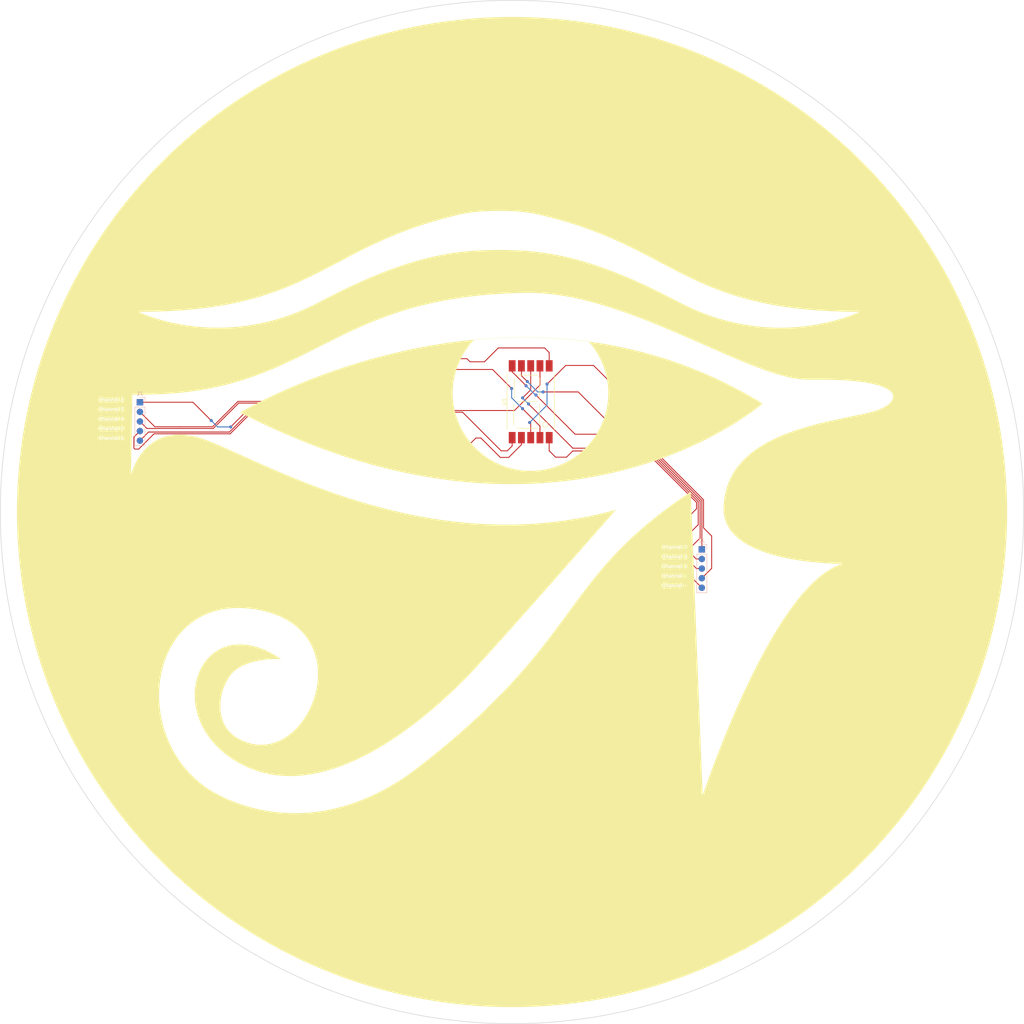
<source format=kicad_pcb>
(kicad_pcb (version 4) (generator gerbview)
  (layers (0 F.Cu signal) (31 B.Cu signal) (34 B.Paste user) (35 F.Paste user) (36 B.SilkS user) (37 F.SilkS user) (38 B.Mask user) (39 F.Mask user) (44 Edge.Cuts user))
  (gr_circle (center 146.28575 101.20611) (end 281.69523 101.20611) (layer Edge.Cuts) (width 0.15))
  (gr_line (start 143.68238 72.7919) (end 144.4919 72.7919) (layer F.SilkS) (width 0.15))
  (gr_line (start 144.4919 72.7919) (end 144.58714 72.74429) (layer F.SilkS) (width 0.15))
  (gr_line (start 144.58714 72.74429) (end 144.63476 72.69667) (layer F.SilkS) (width 0.15))
  (gr_line (start 144.63476 72.69667) (end 144.68238 72.60143) (layer F.SilkS) (width 0.15))
  (gr_line (start 144.68238 72.60143) (end 144.68238 72.41095) (layer F.SilkS) (width 0.15))
  (gr_line (start 144.68238 72.41095) (end 144.63476 72.31571) (layer F.SilkS) (width 0.15))
  (gr_line (start 144.63476 72.31571) (end 144.58714 72.2681) (layer F.SilkS) (width 0.15))
  (gr_line (start 144.58714 72.2681) (end 144.4919 72.22048) (layer F.SilkS) (width 0.15))
  (gr_line (start 144.4919 72.22048) (end 143.68238 72.22048) (layer F.SilkS) (width 0.15))
  (gr_line (start 144.68238 71.22048) (end 144.68238 71.7919) (layer F.SilkS) (width 0.15))
  (gr_line (start 144.68238 71.50619) (end 143.68238 71.50619) (layer F.SilkS) (width 0.15))
  (gr_line (start 143.68238 71.50619) (end 143.82524 71.60143) (layer F.SilkS) (width 0.15))
  (gr_line (start 143.82524 71.60143) (end 143.92048 71.69667) (layer F.SilkS) (width 0.15))
  (gr_line (start 143.92048 71.69667) (end 143.9681 71.7919) (layer F.SilkS) (width 0.15))
  (gr_poly (pts (xy 43.18949 78.72623) (xy 43.23559 78.74369) (xy 43.26678 78.78319) (xy 43.28623 78.85027) (xy 43.29706 78.95047) (xy 43.30093 79.03442) (xy 43.30229 79.17604) (xy 43.29487 79.28142) (xy 43.27723 79.356) (xy 43.24794 79.40523) (xy 43.20557 79.43456) (xy 43.19492 79.43869) (xy 43.1494 79.45427) (xy 43.12681 79.46146) (xy 43.12638 79.46152) (xy 43.10836 79.45296) (xy 43.07175 79.43465) (xy 43.02693 79.40318) (xy 42.99617 79.35718) (xy 42.97724 79.28941) (xy 42.96791 79.19261) (xy 42.96584 79.09142) (xy 42.96967 78.95555) (xy 42.98301 78.85632) (xy 43.00807 78.78868) (xy 43.04705 78.74759) (xy 43.10215 78.72798) (xy 43.12535 78.72528)) (layer F.SilkS) (width 0))
  (gr_line (start 43.18949 78.72623) (end 43.23559 78.74369) (layer F.SilkS) (width 0.01))
  (gr_line (start 43.23559 78.74369) (end 43.26678 78.78319) (layer F.SilkS) (width 0.01))
  (gr_line (start 43.26678 78.78319) (end 43.28623 78.85027) (layer F.SilkS) (width 0.01))
  (gr_line (start 43.28623 78.85027) (end 43.29706 78.95047) (layer F.SilkS) (width 0.01))
  (gr_line (start 43.29706 78.95047) (end 43.30093 79.03442) (layer F.SilkS) (width 0.01))
  (gr_line (start 43.30093 79.03442) (end 43.30229 79.17604) (layer F.SilkS) (width 0.01))
  (gr_line (start 43.30229 79.17604) (end 43.29487 79.28142) (layer F.SilkS) (width 0.01))
  (gr_line (start 43.29487 79.28142) (end 43.27723 79.356) (layer F.SilkS) (width 0.01))
  (gr_line (start 43.27723 79.356) (end 43.24794 79.40523) (layer F.SilkS) (width 0.01))
  (gr_line (start 43.24794 79.40523) (end 43.20557 79.43456) (layer F.SilkS) (width 0.01))
  (gr_line (start 43.20557 79.43456) (end 43.19492 79.43869) (layer F.SilkS) (width 0.01))
  (gr_line (start 43.19492 79.43869) (end 43.1494 79.45427) (layer F.SilkS) (width 0.01))
  (gr_line (start 43.1494 79.45427) (end 43.12681 79.46146) (layer F.SilkS) (width 0.01))
  (gr_line (start 43.12681 79.46146) (end 43.12638 79.46152) (layer F.SilkS) (width 0.01))
  (gr_line (start 43.12638 79.46152) (end 43.10836 79.45296) (layer F.SilkS) (width 0.01))
  (gr_line (start 43.10836 79.45296) (end 43.07175 79.43465) (layer F.SilkS) (width 0.01))
  (gr_line (start 43.07175 79.43465) (end 43.02693 79.40318) (layer F.SilkS) (width 0.01))
  (gr_line (start 43.02693 79.40318) (end 42.99617 79.35718) (layer F.SilkS) (width 0.01))
  (gr_line (start 42.99617 79.35718) (end 42.97724 79.28941) (layer F.SilkS) (width 0.01))
  (gr_line (start 42.97724 79.28941) (end 42.96791 79.19261) (layer F.SilkS) (width 0.01))
  (gr_line (start 42.96791 79.19261) (end 42.96584 79.09142) (layer F.SilkS) (width 0.01))
  (gr_line (start 42.96584 79.09142) (end 42.96967 78.95555) (layer F.SilkS) (width 0.01))
  (gr_line (start 42.96967 78.95555) (end 42.98301 78.85632) (layer F.SilkS) (width 0.01))
  (gr_line (start 42.98301 78.85632) (end 43.00807 78.78868) (layer F.SilkS) (width 0.01))
  (gr_line (start 43.00807 78.78868) (end 43.04705 78.74759) (layer F.SilkS) (width 0.01))
  (gr_line (start 43.04705 78.74759) (end 43.10215 78.72798) (layer F.SilkS) (width 0.01))
  (gr_line (start 43.10215 78.72798) (end 43.12535 78.72528) (layer F.SilkS) (width 0.01))
  (gr_line (start 43.12535 78.72528) (end 43.18949 78.72623) (layer F.SilkS) (width 0.01))
  (gr_poly (pts (xy 190.72487 115.44148) (xy 190.7708 115.47977) (xy 190.80085 115.52299) (xy 190.81458 115.5526) (xy 190.81467 115.55385) (xy 190.79512 115.56213) (xy 190.74298 115.56846) (xy 190.66794 115.57185) (xy 190.63475 115.57217) (xy 190.54207 115.56968) (xy 190.48047 115.56264) (xy 190.45518 115.5517) (xy 190.45483 115.55004) (xy 190.4686 115.52131) (xy 190.50221 115.48062) (xy 190.50679 115.47595) (xy 190.57477 115.43297) (xy 190.652 115.42154)) (layer F.SilkS) (width 0))
  (gr_line (start 190.72487 115.44148) (end 190.7708 115.47977) (layer F.SilkS) (width 0.01))
  (gr_line (start 190.7708 115.47977) (end 190.80085 115.52299) (layer F.SilkS) (width 0.01))
  (gr_line (start 190.80085 115.52299) (end 190.81458 115.5526) (layer F.SilkS) (width 0.01))
  (gr_line (start 190.81458 115.5526) (end 190.81467 115.55385) (layer F.SilkS) (width 0.01))
  (gr_line (start 190.81467 115.55385) (end 190.79512 115.56213) (layer F.SilkS) (width 0.01))
  (gr_line (start 190.79512 115.56213) (end 190.74298 115.56846) (layer F.SilkS) (width 0.01))
  (gr_line (start 190.74298 115.56846) (end 190.66794 115.57185) (layer F.SilkS) (width 0.01))
  (gr_line (start 190.66794 115.57185) (end 190.63475 115.57217) (layer F.SilkS) (width 0.01))
  (gr_line (start 190.63475 115.57217) (end 190.54207 115.56968) (layer F.SilkS) (width 0.01))
  (gr_line (start 190.54207 115.56968) (end 190.48047 115.56264) (layer F.SilkS) (width 0.01))
  (gr_line (start 190.48047 115.56264) (end 190.45518 115.5517) (layer F.SilkS) (width 0.01))
  (gr_line (start 190.45518 115.5517) (end 190.45483 115.55004) (layer F.SilkS) (width 0.01))
  (gr_line (start 190.45483 115.55004) (end 190.4686 115.52131) (layer F.SilkS) (width 0.01))
  (gr_line (start 190.4686 115.52131) (end 190.50221 115.48062) (layer F.SilkS) (width 0.01))
  (gr_line (start 190.50221 115.48062) (end 190.50679 115.47595) (layer F.SilkS) (width 0.01))
  (gr_line (start 190.50679 115.47595) (end 190.57477 115.43297) (layer F.SilkS) (width 0.01))
  (gr_line (start 190.57477 115.43297) (end 190.652 115.42154) (layer F.SilkS) (width 0.01))
  (gr_line (start 190.652 115.42154) (end 190.72487 115.44148) (layer F.SilkS) (width 0.01))
  (gr_poly (pts (xy 41.58475 76.4238) (xy 41.64018 76.45484) (xy 41.67125 76.50309) (xy 41.67433 76.52663) (xy 41.6685 76.54448) (xy 41.64558 76.5552) (xy 41.59747 76.56047) (xy 41.51605 76.56199) (xy 41.505 76.562) (xy 41.41509 76.56005) (xy 41.3614 76.55353) (xy 41.33795 76.54145) (xy 41.33567 76.53394) (xy 41.34997 76.50073) (xy 41.3844 76.46009) (xy 41.38466 76.45986) (xy 41.44575 76.42372) (xy 41.5162 76.41257)) (layer F.SilkS) (width 0))
  (gr_line (start 41.58475 76.4238) (end 41.64018 76.45484) (layer F.SilkS) (width 0.01))
  (gr_line (start 41.64018 76.45484) (end 41.67125 76.50309) (layer F.SilkS) (width 0.01))
  (gr_line (start 41.67125 76.50309) (end 41.67433 76.52663) (layer F.SilkS) (width 0.01))
  (gr_line (start 41.67433 76.52663) (end 41.6685 76.54448) (layer F.SilkS) (width 0.01))
  (gr_line (start 41.6685 76.54448) (end 41.64558 76.5552) (layer F.SilkS) (width 0.01))
  (gr_line (start 41.64558 76.5552) (end 41.59747 76.56047) (layer F.SilkS) (width 0.01))
  (gr_line (start 41.59747 76.56047) (end 41.51605 76.56199) (layer F.SilkS) (width 0.01))
  (gr_line (start 41.51605 76.56199) (end 41.505 76.562) (layer F.SilkS) (width 0.01))
  (gr_line (start 41.505 76.562) (end 41.41509 76.56005) (layer F.SilkS) (width 0.01))
  (gr_line (start 41.41509 76.56005) (end 41.3614 76.55353) (layer F.SilkS) (width 0.01))
  (gr_line (start 41.3614 76.55353) (end 41.33795 76.54145) (layer F.SilkS) (width 0.01))
  (gr_line (start 41.33795 76.54145) (end 41.33567 76.53394) (layer F.SilkS) (width 0.01))
  (gr_line (start 41.33567 76.53394) (end 41.34997 76.50073) (layer F.SilkS) (width 0.01))
  (gr_line (start 41.34997 76.50073) (end 41.3844 76.46009) (layer F.SilkS) (width 0.01))
  (gr_line (start 41.3844 76.46009) (end 41.38466 76.45986) (layer F.SilkS) (width 0.01))
  (gr_line (start 41.38466 76.45986) (end 41.44575 76.42372) (layer F.SilkS) (width 0.01))
  (gr_line (start 41.44575 76.42372) (end 41.5162 76.41257) (layer F.SilkS) (width 0.01))
  (gr_line (start 41.5162 76.41257) (end 41.58475 76.4238) (layer F.SilkS) (width 0.01))
  (gr_poly (pts (xy 190.72487 112.90148) (xy 190.7708 112.93977) (xy 190.80085 112.98299) (xy 190.81458 113.0126) (xy 190.81467 113.01385) (xy 190.79512 113.02213) (xy 190.74298 113.02846) (xy 190.66794 113.03185) (xy 190.63475 113.03217) (xy 190.54207 113.02968) (xy 190.48047 113.02264) (xy 190.45518 113.0117) (xy 190.45483 113.01004) (xy 190.4686 112.98131) (xy 190.50221 112.94062) (xy 190.50679 112.93595) (xy 190.57477 112.89297) (xy 190.652 112.88154)) (layer F.SilkS) (width 0))
  (gr_line (start 190.72487 112.90148) (end 190.7708 112.93977) (layer F.SilkS) (width 0.01))
  (gr_line (start 190.7708 112.93977) (end 190.80085 112.98299) (layer F.SilkS) (width 0.01))
  (gr_line (start 190.80085 112.98299) (end 190.81458 113.0126) (layer F.SilkS) (width 0.01))
  (gr_line (start 190.81458 113.0126) (end 190.81467 113.01385) (layer F.SilkS) (width 0.01))
  (gr_line (start 190.81467 113.01385) (end 190.79512 113.02213) (layer F.SilkS) (width 0.01))
  (gr_line (start 190.79512 113.02213) (end 190.74298 113.02846) (layer F.SilkS) (width 0.01))
  (gr_line (start 190.74298 113.02846) (end 190.66794 113.03185) (layer F.SilkS) (width 0.01))
  (gr_line (start 190.66794 113.03185) (end 190.63475 113.03217) (layer F.SilkS) (width 0.01))
  (gr_line (start 190.63475 113.03217) (end 190.54207 113.02968) (layer F.SilkS) (width 0.01))
  (gr_line (start 190.54207 113.02968) (end 190.48047 113.02264) (layer F.SilkS) (width 0.01))
  (gr_line (start 190.48047 113.02264) (end 190.45518 113.0117) (layer F.SilkS) (width 0.01))
  (gr_line (start 190.45518 113.0117) (end 190.45483 113.01004) (layer F.SilkS) (width 0.01))
  (gr_line (start 190.45483 113.01004) (end 190.4686 112.98131) (layer F.SilkS) (width 0.01))
  (gr_line (start 190.4686 112.98131) (end 190.50221 112.94062) (layer F.SilkS) (width 0.01))
  (gr_line (start 190.50221 112.94062) (end 190.50679 112.93595) (layer F.SilkS) (width 0.01))
  (gr_line (start 190.50679 112.93595) (end 190.57477 112.89297) (layer F.SilkS) (width 0.01))
  (gr_line (start 190.57477 112.89297) (end 190.652 112.88154) (layer F.SilkS) (width 0.01))
  (gr_line (start 190.652 112.88154) (end 190.72487 112.90148) (layer F.SilkS) (width 0.01))
  (gr_poly (pts (xy 188.28525 120.77675) (xy 188.29491 120.7967) (xy 188.29596 120.83381) (xy 188.29583 120.85261) (xy 188.29079 120.91451) (xy 188.27155 120.94929) (xy 188.24821 120.96432) (xy 188.14076 120.99685) (xy 188.06825 120.99532) (xy 188.01391 120.97254) (xy 187.98998 120.93244) (xy 187.99402 120.88444) (xy 188.02363 120.83796) (xy 188.07637 120.80243) (xy 188.12105 120.78979) (xy 188.20667 120.7763) (xy 188.25862 120.77095)) (layer F.SilkS) (width 0))
  (gr_line (start 188.28525 120.77675) (end 188.29491 120.7967) (layer F.SilkS) (width 0.01))
  (gr_line (start 188.29491 120.7967) (end 188.29596 120.83381) (layer F.SilkS) (width 0.01))
  (gr_line (start 188.29596 120.83381) (end 188.29583 120.85261) (layer F.SilkS) (width 0.01))
  (gr_line (start 188.29583 120.85261) (end 188.29079 120.91451) (layer F.SilkS) (width 0.01))
  (gr_line (start 188.29079 120.91451) (end 188.27155 120.94929) (layer F.SilkS) (width 0.01))
  (gr_line (start 188.27155 120.94929) (end 188.24821 120.96432) (layer F.SilkS) (width 0.01))
  (gr_line (start 188.24821 120.96432) (end 188.14076 120.99685) (layer F.SilkS) (width 0.01))
  (gr_line (start 188.14076 120.99685) (end 188.06825 120.99532) (layer F.SilkS) (width 0.01))
  (gr_line (start 188.06825 120.99532) (end 188.01391 120.97254) (layer F.SilkS) (width 0.01))
  (gr_line (start 188.01391 120.97254) (end 187.98998 120.93244) (layer F.SilkS) (width 0.01))
  (gr_line (start 187.98998 120.93244) (end 187.99402 120.88444) (layer F.SilkS) (width 0.01))
  (gr_line (start 187.99402 120.88444) (end 188.02363 120.83796) (layer F.SilkS) (width 0.01))
  (gr_line (start 188.02363 120.83796) (end 188.07637 120.80243) (layer F.SilkS) (width 0.01))
  (gr_line (start 188.07637 120.80243) (end 188.12105 120.78979) (layer F.SilkS) (width 0.01))
  (gr_line (start 188.12105 120.78979) (end 188.20667 120.7763) (layer F.SilkS) (width 0.01))
  (gr_line (start 188.20667 120.7763) (end 188.25862 120.77095) (layer F.SilkS) (width 0.01))
  (gr_line (start 188.25862 120.77095) (end 188.28525 120.77675) (layer F.SilkS) (width 0.01))
  (gr_poly (pts (xy 43.1975 76.46146) (xy 43.19833 76.6255) (xy 43.06075 76.6255) (xy 42.99079 76.62327) (xy 42.94145 76.61745) (xy 42.92374 76.60963) (xy 42.93744 76.58812) (xy 42.97378 76.54342) (xy 43.02638 76.48318) (xy 43.06049 76.44558) (xy 43.19667 76.29742)) (layer F.SilkS) (width 0))
  (gr_line (start 43.1975 76.46146) (end 43.19833 76.6255) (layer F.SilkS) (width 0.01))
  (gr_line (start 43.19833 76.6255) (end 43.06075 76.6255) (layer F.SilkS) (width 0.01))
  (gr_line (start 43.06075 76.6255) (end 42.99079 76.62327) (layer F.SilkS) (width 0.01))
  (gr_line (start 42.99079 76.62327) (end 42.94145 76.61745) (layer F.SilkS) (width 0.01))
  (gr_line (start 42.94145 76.61745) (end 42.92374 76.60963) (layer F.SilkS) (width 0.01))
  (gr_line (start 42.92374 76.60963) (end 42.93744 76.58812) (layer F.SilkS) (width 0.01))
  (gr_line (start 42.93744 76.58812) (end 42.97378 76.54342) (layer F.SilkS) (width 0.01))
  (gr_line (start 42.97378 76.54342) (end 43.02638 76.48318) (layer F.SilkS) (width 0.01))
  (gr_line (start 43.02638 76.48318) (end 43.06049 76.44558) (layer F.SilkS) (width 0.01))
  (gr_line (start 43.06049 76.44558) (end 43.19667 76.29742) (layer F.SilkS) (width 0.01))
  (gr_line (start 43.19667 76.29742) (end 43.1975 76.46146) (layer F.SilkS) (width 0.01))
  (gr_poly (pts (xy 39.17667 79.28931) (xy 39.16898 79.35614) (xy 39.14185 79.39811) (xy 39.12962 79.40772) (xy 39.07605 79.42968) (xy 39.00664 79.4394) (xy 38.93889 79.43635) (xy 38.89026 79.41998) (xy 38.88457 79.41527) (xy 38.86071 79.36533) (xy 38.86866 79.30886) (xy 38.90578 79.2639) (xy 38.90679 79.26325) (xy 38.95547 79.2429) (xy 39.02592 79.22501) (xy 39.06554 79.21844) (xy 39.17667 79.20386)) (layer F.SilkS) (width 0))
  (gr_line (start 39.17667 79.28931) (end 39.16898 79.35614) (layer F.SilkS) (width 0.01))
  (gr_line (start 39.16898 79.35614) (end 39.14185 79.39811) (layer F.SilkS) (width 0.01))
  (gr_line (start 39.14185 79.39811) (end 39.12962 79.40772) (layer F.SilkS) (width 0.01))
  (gr_line (start 39.12962 79.40772) (end 39.07605 79.42968) (layer F.SilkS) (width 0.01))
  (gr_line (start 39.07605 79.42968) (end 39.00664 79.4394) (layer F.SilkS) (width 0.01))
  (gr_line (start 39.00664 79.4394) (end 38.93889 79.43635) (layer F.SilkS) (width 0.01))
  (gr_line (start 38.93889 79.43635) (end 38.89026 79.41998) (layer F.SilkS) (width 0.01))
  (gr_line (start 38.89026 79.41998) (end 38.88457 79.41527) (layer F.SilkS) (width 0.01))
  (gr_line (start 38.88457 79.41527) (end 38.86071 79.36533) (layer F.SilkS) (width 0.01))
  (gr_line (start 38.86071 79.36533) (end 38.86866 79.30886) (layer F.SilkS) (width 0.01))
  (gr_line (start 38.86866 79.30886) (end 38.90578 79.2639) (layer F.SilkS) (width 0.01))
  (gr_line (start 38.90578 79.2639) (end 38.90679 79.26325) (layer F.SilkS) (width 0.01))
  (gr_line (start 38.90679 79.26325) (end 38.95547 79.2429) (layer F.SilkS) (width 0.01))
  (gr_line (start 38.95547 79.2429) (end 39.02592 79.22501) (layer F.SilkS) (width 0.01))
  (gr_line (start 39.02592 79.22501) (end 39.06554 79.21844) (layer F.SilkS) (width 0.01))
  (gr_line (start 39.06554 79.21844) (end 39.17667 79.20386) (layer F.SilkS) (width 0.01))
  (gr_line (start 39.17667 79.20386) (end 39.17667 79.28931) (layer F.SilkS) (width 0.01))
  (gr_poly (pts (xy 39.17667 76.74931) (xy 39.16898 76.81614) (xy 39.14185 76.85811) (xy 39.12962 76.86772) (xy 39.07605 76.88968) (xy 39.00664 76.8994) (xy 38.93889 76.89635) (xy 38.89026 76.87998) (xy 38.88457 76.87527) (xy 38.86071 76.82533) (xy 38.86866 76.76886) (xy 38.90578 76.7239) (xy 38.90679 76.72325) (xy 38.95547 76.7029) (xy 39.02592 76.68501) (xy 39.06554 76.67844) (xy 39.17667 76.66386)) (layer F.SilkS) (width 0))
  (gr_line (start 39.17667 76.74931) (end 39.16898 76.81614) (layer F.SilkS) (width 0.01))
  (gr_line (start 39.16898 76.81614) (end 39.14185 76.85811) (layer F.SilkS) (width 0.01))
  (gr_line (start 39.14185 76.85811) (end 39.12962 76.86772) (layer F.SilkS) (width 0.01))
  (gr_line (start 39.12962 76.86772) (end 39.07605 76.88968) (layer F.SilkS) (width 0.01))
  (gr_line (start 39.07605 76.88968) (end 39.00664 76.8994) (layer F.SilkS) (width 0.01))
  (gr_line (start 39.00664 76.8994) (end 38.93889 76.89635) (layer F.SilkS) (width 0.01))
  (gr_line (start 38.93889 76.89635) (end 38.89026 76.87998) (layer F.SilkS) (width 0.01))
  (gr_line (start 38.89026 76.87998) (end 38.88457 76.87527) (layer F.SilkS) (width 0.01))
  (gr_line (start 38.88457 76.87527) (end 38.86071 76.82533) (layer F.SilkS) (width 0.01))
  (gr_line (start 38.86071 76.82533) (end 38.86866 76.76886) (layer F.SilkS) (width 0.01))
  (gr_line (start 38.86866 76.76886) (end 38.90578 76.7239) (layer F.SilkS) (width 0.01))
  (gr_line (start 38.90578 76.7239) (end 38.90679 76.72325) (layer F.SilkS) (width 0.01))
  (gr_line (start 38.90679 76.72325) (end 38.95547 76.7029) (layer F.SilkS) (width 0.01))
  (gr_line (start 38.95547 76.7029) (end 39.02592 76.68501) (layer F.SilkS) (width 0.01))
  (gr_line (start 39.02592 76.68501) (end 39.06554 76.67844) (layer F.SilkS) (width 0.01))
  (gr_line (start 39.06554 76.67844) (end 39.17667 76.66386) (layer F.SilkS) (width 0.01))
  (gr_line (start 39.17667 76.66386) (end 39.17667 76.74931) (layer F.SilkS) (width 0.01))
  (gr_poly (pts (xy 188.28525 118.23675) (xy 188.29491 118.2567) (xy 188.29596 118.29381) (xy 188.29583 118.31261) (xy 188.29079 118.37451) (xy 188.27155 118.40929) (xy 188.24821 118.42432) (xy 188.14076 118.45685) (xy 188.06825 118.45532) (xy 188.01391 118.43254) (xy 187.98998 118.39244) (xy 187.99402 118.34444) (xy 188.02363 118.29796) (xy 188.07637 118.26243) (xy 188.12105 118.24979) (xy 188.20667 118.2363) (xy 188.25862 118.23095)) (layer F.SilkS) (width 0))
  (gr_line (start 188.28525 118.23675) (end 188.29491 118.2567) (layer F.SilkS) (width 0.01))
  (gr_line (start 188.29491 118.2567) (end 188.29596 118.29381) (layer F.SilkS) (width 0.01))
  (gr_line (start 188.29596 118.29381) (end 188.29583 118.31261) (layer F.SilkS) (width 0.01))
  (gr_line (start 188.29583 118.31261) (end 188.29079 118.37451) (layer F.SilkS) (width 0.01))
  (gr_line (start 188.29079 118.37451) (end 188.27155 118.40929) (layer F.SilkS) (width 0.01))
  (gr_line (start 188.27155 118.40929) (end 188.24821 118.42432) (layer F.SilkS) (width 0.01))
  (gr_line (start 188.24821 118.42432) (end 188.14076 118.45685) (layer F.SilkS) (width 0.01))
  (gr_line (start 188.14076 118.45685) (end 188.06825 118.45532) (layer F.SilkS) (width 0.01))
  (gr_line (start 188.06825 118.45532) (end 188.01391 118.43254) (layer F.SilkS) (width 0.01))
  (gr_line (start 188.01391 118.43254) (end 187.98998 118.39244) (layer F.SilkS) (width 0.01))
  (gr_line (start 187.98998 118.39244) (end 187.99402 118.34444) (layer F.SilkS) (width 0.01))
  (gr_line (start 187.99402 118.34444) (end 188.02363 118.29796) (layer F.SilkS) (width 0.01))
  (gr_line (start 188.02363 118.29796) (end 188.07637 118.26243) (layer F.SilkS) (width 0.01))
  (gr_line (start 188.07637 118.26243) (end 188.12105 118.24979) (layer F.SilkS) (width 0.01))
  (gr_line (start 188.12105 118.24979) (end 188.20667 118.2363) (layer F.SilkS) (width 0.01))
  (gr_line (start 188.20667 118.2363) (end 188.25862 118.23095) (layer F.SilkS) (width 0.01))
  (gr_line (start 188.25862 118.23095) (end 188.28525 118.23675) (layer F.SilkS) (width 0.01))
  (gr_poly (pts (xy 41.58475 73.8838) (xy 41.64018 73.91484) (xy 41.67125 73.96309) (xy 41.67433 73.98663) (xy 41.6685 74.00448) (xy 41.64558 74.0152) (xy 41.59747 74.02047) (xy 41.51605 74.02199) (xy 41.505 74.022) (xy 41.41509 74.02005) (xy 41.3614 74.01353) (xy 41.33795 74.00145) (xy 41.33567 73.99394) (xy 41.34997 73.96073) (xy 41.3844 73.92009) (xy 41.38466 73.91986) (xy 41.44575 73.88372) (xy 41.5162 73.87257)) (layer F.SilkS) (width 0))
  (gr_line (start 41.58475 73.8838) (end 41.64018 73.91484) (layer F.SilkS) (width 0.01))
  (gr_line (start 41.64018 73.91484) (end 41.67125 73.96309) (layer F.SilkS) (width 0.01))
  (gr_line (start 41.67125 73.96309) (end 41.67433 73.98663) (layer F.SilkS) (width 0.01))
  (gr_line (start 41.67433 73.98663) (end 41.6685 74.00448) (layer F.SilkS) (width 0.01))
  (gr_line (start 41.6685 74.00448) (end 41.64558 74.0152) (layer F.SilkS) (width 0.01))
  (gr_line (start 41.64558 74.0152) (end 41.59747 74.02047) (layer F.SilkS) (width 0.01))
  (gr_line (start 41.59747 74.02047) (end 41.51605 74.02199) (layer F.SilkS) (width 0.01))
  (gr_line (start 41.51605 74.02199) (end 41.505 74.022) (layer F.SilkS) (width 0.01))
  (gr_line (start 41.505 74.022) (end 41.41509 74.02005) (layer F.SilkS) (width 0.01))
  (gr_line (start 41.41509 74.02005) (end 41.3614 74.01353) (layer F.SilkS) (width 0.01))
  (gr_line (start 41.3614 74.01353) (end 41.33795 74.00145) (layer F.SilkS) (width 0.01))
  (gr_line (start 41.33795 74.00145) (end 41.33567 73.99394) (layer F.SilkS) (width 0.01))
  (gr_line (start 41.33567 73.99394) (end 41.34997 73.96073) (layer F.SilkS) (width 0.01))
  (gr_line (start 41.34997 73.96073) (end 41.3844 73.92009) (layer F.SilkS) (width 0.01))
  (gr_line (start 41.3844 73.92009) (end 41.38466 73.91986) (layer F.SilkS) (width 0.01))
  (gr_line (start 41.38466 73.91986) (end 41.44575 73.88372) (layer F.SilkS) (width 0.01))
  (gr_line (start 41.44575 73.88372) (end 41.5162 73.87257) (layer F.SilkS) (width 0.01))
  (gr_line (start 41.5162 73.87257) (end 41.58475 73.8838) (layer F.SilkS) (width 0.01))
  (gr_poly (pts (xy 39.17667 71.66931) (xy 39.16898 71.73614) (xy 39.14185 71.77811) (xy 39.12962 71.78772) (xy 39.07605 71.80968) (xy 39.00664 71.8194) (xy 38.93889 71.81635) (xy 38.89026 71.79998) (xy 38.88457 71.79527) (xy 38.86071 71.74533) (xy 38.86866 71.68886) (xy 38.90578 71.6439) (xy 38.90679 71.64325) (xy 38.95547 71.6229) (xy 39.02592 71.60501) (xy 39.06554 71.59844) (xy 39.17667 71.58386)) (layer F.SilkS) (width 0))
  (gr_line (start 39.17667 71.66931) (end 39.16898 71.73614) (layer F.SilkS) (width 0.01))
  (gr_line (start 39.16898 71.73614) (end 39.14185 71.77811) (layer F.SilkS) (width 0.01))
  (gr_line (start 39.14185 71.77811) (end 39.12962 71.78772) (layer F.SilkS) (width 0.01))
  (gr_line (start 39.12962 71.78772) (end 39.07605 71.80968) (layer F.SilkS) (width 0.01))
  (gr_line (start 39.07605 71.80968) (end 39.00664 71.8194) (layer F.SilkS) (width 0.01))
  (gr_line (start 39.00664 71.8194) (end 38.93889 71.81635) (layer F.SilkS) (width 0.01))
  (gr_line (start 38.93889 71.81635) (end 38.89026 71.79998) (layer F.SilkS) (width 0.01))
  (gr_line (start 38.89026 71.79998) (end 38.88457 71.79527) (layer F.SilkS) (width 0.01))
  (gr_line (start 38.88457 71.79527) (end 38.86071 71.74533) (layer F.SilkS) (width 0.01))
  (gr_line (start 38.86071 71.74533) (end 38.86866 71.68886) (layer F.SilkS) (width 0.01))
  (gr_line (start 38.86866 71.68886) (end 38.90578 71.6439) (layer F.SilkS) (width 0.01))
  (gr_line (start 38.90578 71.6439) (end 38.90679 71.64325) (layer F.SilkS) (width 0.01))
  (gr_line (start 38.90679 71.64325) (end 38.95547 71.6229) (layer F.SilkS) (width 0.01))
  (gr_line (start 38.95547 71.6229) (end 39.02592 71.60501) (layer F.SilkS) (width 0.01))
  (gr_line (start 39.02592 71.60501) (end 39.06554 71.59844) (layer F.SilkS) (width 0.01))
  (gr_line (start 39.06554 71.59844) (end 39.17667 71.58386) (layer F.SilkS) (width 0.01))
  (gr_line (start 39.17667 71.58386) (end 39.17667 71.66931) (layer F.SilkS) (width 0.01))
  (gr_poly (pts (xy 188.28525 110.61675) (xy 188.29491 110.6367) (xy 188.29596 110.67381) (xy 188.29583 110.69261) (xy 188.29079 110.75451) (xy 188.27155 110.78929) (xy 188.24821 110.80432) (xy 188.14076 110.83685) (xy 188.06825 110.83532) (xy 188.01391 110.81254) (xy 187.98998 110.77244) (xy 187.99402 110.72444) (xy 188.02363 110.67796) (xy 188.07637 110.64243) (xy 188.12105 110.62979) (xy 188.20667 110.6163) (xy 188.25862 110.61095)) (layer F.SilkS) (width 0))
  (gr_line (start 188.28525 110.61675) (end 188.29491 110.6367) (layer F.SilkS) (width 0.01))
  (gr_line (start 188.29491 110.6367) (end 188.29596 110.67381) (layer F.SilkS) (width 0.01))
  (gr_line (start 188.29596 110.67381) (end 188.29583 110.69261) (layer F.SilkS) (width 0.01))
  (gr_line (start 188.29583 110.69261) (end 188.29079 110.75451) (layer F.SilkS) (width 0.01))
  (gr_line (start 188.29079 110.75451) (end 188.27155 110.78929) (layer F.SilkS) (width 0.01))
  (gr_line (start 188.27155 110.78929) (end 188.24821 110.80432) (layer F.SilkS) (width 0.01))
  (gr_line (start 188.24821 110.80432) (end 188.14076 110.83685) (layer F.SilkS) (width 0.01))
  (gr_line (start 188.14076 110.83685) (end 188.06825 110.83532) (layer F.SilkS) (width 0.01))
  (gr_line (start 188.06825 110.83532) (end 188.01391 110.81254) (layer F.SilkS) (width 0.01))
  (gr_line (start 188.01391 110.81254) (end 187.98998 110.77244) (layer F.SilkS) (width 0.01))
  (gr_line (start 187.98998 110.77244) (end 187.99402 110.72444) (layer F.SilkS) (width 0.01))
  (gr_line (start 187.99402 110.72444) (end 188.02363 110.67796) (layer F.SilkS) (width 0.01))
  (gr_line (start 188.02363 110.67796) (end 188.07637 110.64243) (layer F.SilkS) (width 0.01))
  (gr_line (start 188.07637 110.64243) (end 188.12105 110.62979) (layer F.SilkS) (width 0.01))
  (gr_line (start 188.12105 110.62979) (end 188.20667 110.6163) (layer F.SilkS) (width 0.01))
  (gr_line (start 188.20667 110.6163) (end 188.25862 110.61095) (layer F.SilkS) (width 0.01))
  (gr_line (start 188.25862 110.61095) (end 188.28525 110.61675) (layer F.SilkS) (width 0.01))
  (gr_poly (pts (xy 43.23213 81.63763) (xy 43.27901 81.66399) (xy 43.31327 81.72111) (xy 43.32638 81.79741) (xy 43.31771 81.87503) (xy 43.28829 81.93429) (xy 43.22924 81.97462) (xy 43.15263 81.99173) (xy 43.0789 81.98112) (xy 43.07773 81.98065) (xy 43.02988 81.94335) (xy 42.99331 81.88236) (xy 42.97055 81.80965) (xy 42.96412 81.73718) (xy 42.97654 81.67692) (xy 43.00644 81.64274) (xy 43.0747 81.62285) (xy 43.1561 81.62162)) (layer F.SilkS) (width 0))
  (gr_line (start 43.23213 81.63763) (end 43.27901 81.66399) (layer F.SilkS) (width 0.01))
  (gr_line (start 43.27901 81.66399) (end 43.31327 81.72111) (layer F.SilkS) (width 0.01))
  (gr_line (start 43.31327 81.72111) (end 43.32638 81.79741) (layer F.SilkS) (width 0.01))
  (gr_line (start 43.32638 81.79741) (end 43.31771 81.87503) (layer F.SilkS) (width 0.01))
  (gr_line (start 43.31771 81.87503) (end 43.28829 81.93429) (layer F.SilkS) (width 0.01))
  (gr_line (start 43.28829 81.93429) (end 43.22924 81.97462) (layer F.SilkS) (width 0.01))
  (gr_line (start 43.22924 81.97462) (end 43.15263 81.99173) (layer F.SilkS) (width 0.01))
  (gr_line (start 43.15263 81.99173) (end 43.0789 81.98112) (layer F.SilkS) (width 0.01))
  (gr_line (start 43.0789 81.98112) (end 43.07773 81.98065) (layer F.SilkS) (width 0.01))
  (gr_line (start 43.07773 81.98065) (end 43.02988 81.94335) (layer F.SilkS) (width 0.01))
  (gr_line (start 43.02988 81.94335) (end 42.99331 81.88236) (layer F.SilkS) (width 0.01))
  (gr_line (start 42.99331 81.88236) (end 42.97055 81.80965) (layer F.SilkS) (width 0.01))
  (gr_line (start 42.97055 81.80965) (end 42.96412 81.73718) (layer F.SilkS) (width 0.01))
  (gr_line (start 42.96412 81.73718) (end 42.97654 81.67692) (layer F.SilkS) (width 0.01))
  (gr_line (start 42.97654 81.67692) (end 43.00644 81.64274) (layer F.SilkS) (width 0.01))
  (gr_line (start 43.00644 81.64274) (end 43.0747 81.62285) (layer F.SilkS) (width 0.01))
  (gr_line (start 43.0747 81.62285) (end 43.1561 81.62162) (layer F.SilkS) (width 0.01))
  (gr_line (start 43.1561 81.62162) (end 43.23213 81.63763) (layer F.SilkS) (width 0.01))
  (gr_poly (pts (xy 15.95267 87.94617) (xy 16.21159 85.61004) (xy 16.51211 83.28072) (xy 16.75548 81.62826) (xy 36.95184 81.62826) (xy 36.96742 81.78756) (xy 37.01389 81.91839) (xy 37.0909 82.02029) (xy 37.19812 82.09278) (xy 37.314 82.13118) (xy 37.42247 82.14015) (xy 37.53801 82.12883) (xy 37.90667 82.12883) (xy 38.076 82.12883) (xy 38.076 81.85415) (xy 38.07631 81.74176) (xy 38.07809 81.66405) (xy 38.08264 81.61335) (xy 38.09127 81.582) (xy 38.10528 81.56236) (xy 38.12595 81.54676) (xy 38.12838 81.54516) (xy 38.18919 81.51967) (xy 38.2598 81.50958) (xy 38.323 81.51579) (xy 38.3565 81.53297) (xy 38.36987 81.56812) (xy 38.38009 81.64406) (xy 38.38722 81.76135) (xy 38.38985 81.84408) (xy 38.39678 82.12883) (xy 38.56283 82.12883) (xy 38.56273 81.90212) (xy 38.69423 81.90212) (xy 38.6963 81.92225) (xy 38.72684 82.01745) (xy 38.79092 82.08779) (xy 38.84858 82.12031) (xy 38.91856 82.14338) (xy 38.9858 82.14417) (xy 39.06835 82.1225) (xy 39.08142 82.11793) (xy 39.13892 82.1024) (xy 39.17036 82.10461) (xy 39.17314 82.10827) (xy 39.19672 82.12136) (xy 39.24662 82.12843) (xy 39.2631 82.12883) (xy 39.346 82.12883) (xy 39.5365 82.12883) (xy 39.70583 82.12883) (xy 39.70583 81.56247) (xy 39.77165 81.53521) (xy 39.84884 81.5134) (xy 39.92176 81.50976) (xy 39.97562 81.52452) (xy 39.98534 81.53204) (xy 39.99616 81.5634) (xy 40.00588 81.63131) (xy 40.01387 81.72998) (xy 40.01914 81.84248) (xy 40.02886 82.12883) (xy 40.19267 82.12883) (xy 40.362 82.12883) (xy 40.53133 82.12883) (xy 40.53133 81.85415) (xy 40.53164 81.74176) (xy 40.53342 81.66405) (xy 40.53798 81.61335) (xy 40.54661 81.582) (xy 40.56061 81.56236) (xy 40.58128 81.54676) (xy 40.58371 81.54516) (xy 40.64174 81.52073) (xy 40.71025 81.50876) (xy 40.71317 81.50866) (xy 40.76331 81.5111) (xy 40.79947 81.52556) (xy 40.82385 81.55777) (xy 40.83871 81.61346) (xy 40.84626 81.69839) (xy 40.84874 81.81828) (xy 40.84883 81.85771) (xy 40.84883 82.12883) (xy 41.02205 82.12883) (xy 41.01482 81.81663) (xy 41.01201 81.72257) (xy 41.15337 81.72257) (xy 41.1657 81.85238) (xy 41.16853 81.8642) (xy 41.21568 81.97266) (xy 41.29259 82.05626) (xy 41.39318 82.11268) (xy 41.51136 82.1396) (xy 41.64107 82.13468) (xy 41.66136 82.12883) (xy 41.99183 82.12883) (xy 42.16117 82.12883) (xy 42.16117 81.69711) (xy 42.78651 81.69711) (xy 42.80192 81.84726) (xy 42.84673 81.96729) (xy 42.92125 82.05786) (xy 42.98522 82.10094) (xy 43.08939 82.14108) (xy 43.18812 82.14398) (xy 43.29487 82.11003) (xy 43.29525 82.10986) (xy 43.39104 82.04639) (xy 43.45899 81.96077) (xy 43.4974 81.86145) (xy 43.50456 81.75687) (xy 43.4788 81.6555) (xy 43.41842 81.56578) (xy 43.40664 81.5542) (xy 43.32852 81.50217) (xy 43.23095 81.47729) (xy 43.10675 81.47793) (xy 43.08071 81.48066) (xy 43.0157 81.48699) (xy 42.98378 81.48474) (xy 42.9762 81.47185) (xy 42.98015 81.4569) (xy 43.03469 81.36121) (xy 43.11575 81.29711) (xy 43.2193 81.26681) (xy 43.3174 81.26866) (xy 43.41 81.28136) (xy 43.41 81.11283) (xy 43.27157 81.11283) (xy 43.12594 81.13019) (xy 43.00493 81.1815) (xy 42.90951 81.26557) (xy 42.84065 81.38123) (xy 42.79935 81.52731) (xy 42.78651 81.69711) (xy 42.16117 81.69711) (xy 42.16117 81.0705) (xy 41.99183 81.0705) (xy 41.99183 82.12883) (xy 41.66136 82.12883) (xy 41.77488 82.09615) (xy 41.81968 82.07247) (xy 41.83925 82.04089) (xy 41.84366 81.98465) (xy 41.84367 81.98175) (xy 41.84116 81.92831) (xy 41.83489 81.89834) (xy 41.83224 81.896) (xy 41.80805 81.9048) (xy 41.76059 81.92694) (xy 41.73783 81.93833) (xy 41.6413 81.97247) (xy 41.54245 81.98204) (xy 41.45378 81.96738) (xy 41.38776 81.92885) (xy 41.38762 81.92871) (xy 41.35155 81.87745) (xy 41.3357 81.82485) (xy 41.33567 81.82288) (xy 41.33567 81.769) (xy 41.84367 81.769) (xy 41.84367 81.67291) (xy 41.82647 81.55139) (xy 41.77652 81.45578) (xy 41.69625 81.38849) (xy 41.5881 81.35189) (xy 41.51022 81.34567) (xy 41.39625 81.36475) (xy 41.29961 81.41798) (xy 41.22429 81.49937) (xy 41.17422 81.6029) (xy 41.15337 81.72257) (xy 41.01201 81.72257) (xy 41.01098 81.68833) (xy 41.00577 81.59514) (xy 40.9983 81.52981) (xy 40.9877 81.48511) (xy 40.97308 81.45382) (xy 40.97024 81.44947) (xy 40.90322 81.38599) (xy 40.81445 81.35142) (xy 40.715 81.3479) (xy 40.6159 81.37753) (xy 40.61059 81.38021) (xy 40.55964 81.40041) (xy 40.53666 81.39294) (xy 40.53579 81.3908) (xy 40.51158 81.37553) (xy 40.46129 81.3673) (xy 40.4449 81.36683) (xy 40.362 81.36683) (xy 40.362 82.12883) (xy 40.19267 82.12883) (xy 40.19174 81.89071) (xy 40.18909 81.74149) (xy 40.18148 81.62768) (xy 40.16747 81.54252) (xy 40.14562 81.47923) (xy 40.11451 81.43104) (xy 40.08848 81.40448) (xy 40.0217 81.36683) (xy 40.00867 81.35949) (xy 39.91175 81.34422) (xy 39.81186 81.35982) (xy 39.76828 81.37796) (xy 39.72551 81.39451) (xy 39.70607 81.39044) (xy 39.70583 81.38854) (xy 39.68706 81.37495) (xy 39.64015 81.36739) (xy 39.62117 81.36683) (xy 39.5365 81.36683) (xy 39.5365 82.12883) (xy 39.346 82.12883) (xy 39.346 81.83145) (xy 39.3444 81.69104) (xy 39.3382 81.58617) (xy 39.32532 81.51011) (xy 39.3037 81.45615) (xy 39.27124 81.41757) (xy 39.22587 81.38763) (xy 39.20561 81.3775) (xy 39.17678 81.36683) (xy 39.15115 81.35735) (xy 39.08885 81.34832) (xy 39.00455 81.34889) (xy 38.96263 81.35139) (xy 38.88152 81.35846) (xy 38.81622 81.36693) (xy 38.77881 81.37517) (xy 38.77587 81.37657) (xy 38.76082 81.40523) (xy 38.75348 81.45724) (xy 38.75333 81.4658) (xy 38.75596 81.51527) (xy 38.77037 81.53295) (xy 38.80636 81.52932) (xy 38.81154 81.52818) (xy 38.93893 81.50599) (xy 39.04284 81.50033) (xy 39.11586 81.51158) (xy 39.11846 81.51255) (xy 39.16625 81.54213) (xy 39.1737 81.57327) (xy 39.14197 81.59901) (xy 39.10258 81.60929) (xy 39.02732 81.62106) (xy 38.9501 81.63319) (xy 38.94986 81.63323) (xy 38.83579 81.66662) (xy 38.75364 81.7243) (xy 38.70569 81.80367) (xy 38.69423 81.90212) (xy 38.56273 81.90212) (xy 38.56272 81.86954) (xy 38.5609 81.76081) (xy 38.55605 81.66018) (xy 38.54893 81.57936) (xy 38.54093 81.53224) (xy 38.49648 81.44202) (xy 38.42511 81.3802) (xy 38.33351 81.34943) (xy 38.22838 81.35239) (xy 38.1494 81.37634) (xy 38.076 81.40701) (xy 38.076 81.0705) (xy 37.90667 81.0705) (xy 37.90667 82.12883) (xy 37.53801 82.12883) (xy 37.54532 82.12812) (xy 37.6617 82.09757) (xy 37.68971 82.0863) (xy 37.74468 82.05934) (xy 37.77095 82.03216) (xy 37.77909 81.98877) (xy 37.77967 81.95011) (xy 37.77405 81.88529) (xy 37.75877 81.85503) (xy 37.73615 81.86249) (xy 37.72539 81.87704) (xy 37.68845 81.90829) (xy 37.62396 81.93921) (xy 37.54639 81.96447) (xy 37.47023 81.97875) (xy 37.4442 81.9802) (xy 37.36683 81.97229) (xy 37.29319 81.95216) (xy 37.28109 81.94695) (xy 37.20957 81.89116) (xy 37.15908 81.80786) (xy 37.13043 81.70671) (xy 37.12442 81.59738) (xy 37.14183 81.48952) (xy 37.18348 81.39281) (xy 37.23059 81.33388) (xy 37.27021 81.30001) (xy 37.3093 81.28124) (xy 37.36236 81.27322) (xy 37.43864 81.27158) (xy 37.52485 81.2746) (xy 37.58656 81.2866) (xy 37.64137 81.31202) (xy 37.66963 81.32979) (xy 37.72261 81.36336) (xy 37.76013 81.3844) (xy 37.76979 81.388) (xy 37.77569 81.36908) (xy 37.77698 81.32096) (xy 37.77553 81.28795) (xy 37.76929 81.22676) (xy 37.75326 81.19199) (xy 37.71616 81.16851) (xy 37.67383 81.15152) (xy 37.5709 81.1248) (xy 37.45437 81.11408) (xy 37.33983 81.11932) (xy 37.24281 81.14045) (xy 37.21262 81.15323) (xy 37.09846 81.23149) (xy 37.01784 81.33274) (xy 36.96944 81.45937) (xy 36.95194 81.61379) (xy 36.95184 81.62826) (xy 16.75548 81.62826) (xy 16.83762 81.0705) (xy 16.85408 80.95876) (xy 17.16415 79.08654) (xy 36.95184 79.08654) (xy 36.9673 79.24648) (xy 37.0135 79.37766) (xy 37.09018 79.47973) (xy 37.19708 79.55234) (xy 37.314 79.59118) (xy 37.42247 79.60015) (xy 37.53801 79.58883) (xy 37.90667 79.58883) (xy 38.076 79.58883) (xy 38.076 79.31415) (xy 38.07631 79.20176) (xy 38.07809 79.12405) (xy 38.08264 79.07335) (xy 38.09127 79.042) (xy 38.10528 79.02236) (xy 38.12595 79.00676) (xy 38.12838 79.00516) (xy 38.18919 78.97967) (xy 38.2598 78.96958) (xy 38.323 78.97579) (xy 38.3565 78.99297) (xy 38.36987 79.02812) (xy 38.38009 79.10406) (xy 38.38722 79.22135) (xy 38.38985 79.30408) (xy 38.39678 79.58883) (xy 38.56283 79.58883) (xy 38.56273 79.36212) (xy 38.69423 79.36212) (xy 38.6963 79.38225) (xy 38.72684 79.47745) (xy 38.79092 79.54779) (xy 38.84858 79.58031) (xy 38.91856 79.60338) (xy 38.9858 79.60417) (xy 39.06835 79.5825) (xy 39.08142 79.57793) (xy 39.13892 79.5624) (xy 39.17036 79.56461) (xy 39.17314 79.56827) (xy 39.19672 79.58136) (xy 39.24662 79.58843) (xy 39.2631 79.58883) (xy 39.346 79.58883) (xy 39.5365 79.58883) (xy 39.70583 79.58883) (xy 39.70583 79.02247) (xy 39.77165 78.99521) (xy 39.84884 78.9734) (xy 39.92176 78.96976) (xy 39.97562 78.98452) (xy 39.98534 78.99204) (xy 39.99616 79.0234) (xy 40.00588 79.09131) (xy 40.01387 79.18998) (xy 40.01914 79.30248) (xy 40.02886 79.58883) (xy 40.19267 79.58883) (xy 40.362 79.58883) (xy 40.53133 79.58883) (xy 40.53133 79.31415) (xy 40.53164 79.20176) (xy 40.53342 79.12405) (xy 40.53798 79.07335) (xy 40.54661 79.042) (xy 40.56061 79.02236) (xy 40.58128 79.00676) (xy 40.58371 79.00516) (xy 40.64174 78.98073) (xy 40.71025 78.96876) (xy 40.71317 78.96866) (xy 40.76331 78.9711) (xy 40.79947 78.98556) (xy 40.82385 79.01777) (xy 40.83871 79.07346) (xy 40.84626 79.15839) (xy 40.84874 79.27828) (xy 40.84883 79.31771) (xy 40.84883 79.58883) (xy 41.02205 79.58883) (xy 41.01482 79.27663) (xy 41.01201 79.18257) (xy 41.15337 79.18257) (xy 41.1657 79.31238) (xy 41.16853 79.3242) (xy 41.21568 79.43266) (xy 41.29259 79.51626) (xy 41.39318 79.57268) (xy 41.51136 79.5996) (xy 41.64107 79.59468) (xy 41.66136 79.58883) (xy 41.99183 79.58883) (xy 42.16117 79.58883) (xy 42.16117 79.08786) (xy 42.78155 79.08786) (xy 42.7913 79.23933) (xy 42.82385 79.37075) (xy 42.87751 79.47713) (xy 42.9506 79.55345) (xy 43.02094 79.58919) (xy 43.102 79.60111) (xy 43.19506 79.59506) (xy 43.28054 79.5735) (xy 43.32533 79.55057) (xy 43.36529 79.50973) (xy 43.40901 79.44733) (xy 43.43117 79.40782) (xy 43.45573 79.35417) (xy 43.47133 79.30273) (xy 43.4799 79.24146) (xy 43.48339 79.15834) (xy 43.48385 79.08083) (xy 43.48249 78.97483) (xy 43.47739 78.89902) (xy 43.46658 78.84129) (xy 43.44811 78.78955) (xy 43.43093 78.75311) (xy 43.36499 78.65548) (xy 43.28125 78.5952) (xy 43.17518 78.5694) (xy 43.13766 78.56795) (xy 43.02313 78.58233) (xy 42.93336 78.62703) (xy 42.86608 78.7044) (xy 42.81902 78.81679) (xy 42.79628 78.92135) (xy 42.78155 79.08786) (xy 42.16117 79.08786) (xy 42.16117 78.5305) (xy 41.99183 78.5305) (xy 41.99183 79.58883) (xy 41.66136 79.58883) (xy 41.77488 79.55615) (xy 41.81968 79.53247) (xy 41.83925 79.50089) (xy 41.84366 79.44465) (xy 41.84367 79.44175) (xy 41.84116 79.38831) (xy 41.83489 79.35834) (xy 41.83224 79.356) (xy 41.80805 79.3648) (xy 41.76059 79.38694) (xy 41.73783 79.39833) (xy 41.6413 79.43247) (xy 41.54245 79.44204) (xy 41.45378 79.42738) (xy 41.38776 79.38885) (xy 41.38762 79.38871) (xy 41.35155 79.33745) (xy 41.3357 79.28485) (xy 41.33567 79.28288) (xy 41.33567 79.229) (xy 41.84367 79.229) (xy 41.84367 79.13291) (xy 41.82647 79.01139) (xy 41.77652 78.91578) (xy 41.69625 78.84849) (xy 41.5881 78.81189) (xy 41.51022 78.80567) (xy 41.39625 78.82475) (xy 41.29961 78.87798) (xy 41.22429 78.95937) (xy 41.17422 79.0629) (xy 41.15337 79.18257) (xy 41.01201 79.18257) (xy 41.01098 79.14833) (xy 41.00577 79.05514) (xy 40.9983 78.98981) (xy 40.9877 78.94511) (xy 40.97308 78.91382) (xy 40.97024 78.90947) (xy 40.90322 78.84599) (xy 40.81445 78.81142) (xy 40.715 78.8079) (xy 40.6159 78.83753) (xy 40.61059 78.84021) (xy 40.55964 78.86041) (xy 40.53666 78.85294) (xy 40.53579 78.8508) (xy 40.51158 78.83553) (xy 40.46129 78.8273) (xy 40.4449 78.82683) (xy 40.362 78.82683) (xy 40.362 79.58883) (xy 40.19267 79.58883) (xy 40.19174 79.35071) (xy 40.18909 79.20149) (xy 40.18148 79.08768) (xy 40.16747 79.00252) (xy 40.14562 78.93923) (xy 40.11451 78.89104) (xy 40.08848 78.86448) (xy 40.0217 78.82683) (xy 40.00867 78.81949) (xy 39.91175 78.80422) (xy 39.81186 78.81982) (xy 39.76828 78.83796) (xy 39.72551 78.85451) (xy 39.70607 78.85044) (xy 39.70583 78.84854) (xy 39.68706 78.83495) (xy 39.64015 78.82739) (xy 39.62117 78.82683) (xy 39.5365 78.82683) (xy 39.5365 79.58883) (xy 39.346 79.58883) (xy 39.346 79.29145) (xy 39.3444 79.15104) (xy 39.3382 79.04617) (xy 39.32532 78.97011) (xy 39.3037 78.91615) (xy 39.27124 78.87757) (xy 39.22587 78.84763) (xy 39.20561 78.8375) (xy 39.17678 78.82683) (xy 39.15115 78.81735) (xy 39.08885 78.80832) (xy 39.00455 78.80889) (xy 38.96263 78.81139) (xy 38.88152 78.81846) (xy 38.81622 78.82693) (xy 38.77881 78.83517) (xy 38.77587 78.83657) (xy 38.76082 78.86523) (xy 38.75348 78.91724) (xy 38.75333 78.9258) (xy 38.75596 78.97527) (xy 38.77037 78.99295) (xy 38.80636 78.98932) (xy 38.81154 78.98818) (xy 38.93893 78.96599) (xy 39.04284 78.96033) (xy 39.11586 78.97158) (xy 39.11846 78.97255) (xy 39.16625 79.00213) (xy 39.1737 79.03327) (xy 39.14197 79.05901) (xy 39.10258 79.06929) (xy 39.02732 79.08106) (xy 38.9501 79.09319) (xy 38.94986 79.09323) (xy 38.83579 79.12662) (xy 38.75364 79.1843) (xy 38.70569 79.26367) (xy 38.69423 79.36212) (xy 38.56273 79.36212) (xy 38.56272 79.32954) (xy 38.5609 79.22081) (xy 38.55605 79.12018) (xy 38.54893 79.03936) (xy 38.54093 78.99224) (xy 38.49648 78.90202) (xy 38.42511 78.8402) (xy 38.33351 78.80943) (xy 38.22838 78.81239) (xy 38.1494 78.83634) (xy 38.076 78.86701) (xy 38.076 78.5305) (xy 37.90667 78.5305) (xy 37.90667 79.58883) (xy 37.53801 79.58883) (xy 37.54532 79.58812) (xy 37.6617 79.55757) (xy 37.68971 79.5463) (xy 37.74468 79.51934) (xy 37.77095 79.49216) (xy 37.77909 79.44877) (xy 37.77967 79.41011) (xy 37.77405 79.34529) (xy 37.75877 79.31503) (xy 37.73615 79.32249) (xy 37.72539 79.33704) (xy 37.68845 79.36829) (xy 37.62396 79.39921) (xy 37.54639 79.42447) (xy 37.47023 79.43875) (xy 37.4442 79.4402) (xy 37.36683 79.43229) (xy 37.29319 79.41216) (xy 37.28109 79.40695) (xy 37.20957 79.35116) (xy 37.15908 79.26786) (xy 37.13043 79.16671) (xy 37.12442 79.05738) (xy 37.14183 78.94952) (xy 37.18348 78.85281) (xy 37.23059 78.79388) (xy 37.27021 78.76001) (xy 37.3093 78.74124) (xy 37.36236 78.73322) (xy 37.43864 78.73158) (xy 37.52485 78.7346) (xy 37.58656 78.7466) (xy 37.64137 78.77202) (xy 37.66963 78.78979) (xy 37.72235 78.82334) (xy 37.75932 78.84437) (xy 37.76863 78.848) (xy 37.77518 78.82905) (xy 37.77914 78.78106) (xy 37.77967 78.75167) (xy 37.77696 78.69099) (xy 37.76239 78.65662) (xy 37.72627 78.63261) (xy 37.70029 78.62088) (xy 37.61509 78.59566) (xy 37.50864 78.58046) (xy 37.39828 78.57634) (xy 37.30137 78.58436) (xy 37.2612 78.59396) (xy 37.14268 78.6539) (xy 37.05097 78.74499) (xy 36.98802 78.8641) (xy 36.9558 79.0081) (xy 36.95184 79.08654) (xy 17.16415 79.08654) (xy 17.23733 78.64471) (xy 17.25835 78.5305) (xy 17.62352 76.54654) (xy 36.95184 76.54654) (xy 36.9673 76.70648) (xy 37.0135 76.83766) (xy 37.09018 76.93973) (xy 37.19708 77.01234) (xy 37.314 77.05118) (xy 37.42247 77.06015) (xy 37.53801 77.04883) (xy 37.90667 77.04883) (xy 38.076 77.04883) (xy 38.076 76.77415) (xy 38.07631 76.66176) (xy 38.07809 76.58405) (xy 38.08264 76.53335) (xy 38.09127 76.502) (xy 38.10528 76.48236) (xy 38.12595 76.46676) (xy 38.12838 76.46516) (xy 38.18919 76.43967) (xy 38.2598 76.42958) (xy 38.323 76.43579) (xy 38.3565 76.45297) (xy 38.36987 76.48812) (xy 38.38009 76.56406) (xy 38.38722 76.68135) (xy 38.38985 76.76408) (xy 38.39678 77.04883) (xy 38.56283 77.04883) (xy 38.56273 76.82212) (xy 38.69423 76.82212) (xy 38.6963 76.84225) (xy 38.72684 76.93745) (xy 38.79092 77.00779) (xy 38.84858 77.04031) (xy 38.91856 77.06338) (xy 38.9858 77.06417) (xy 39.06835 77.0425) (xy 39.08142 77.03793) (xy 39.13892 77.0224) (xy 39.17036 77.02461) (xy 39.17314 77.02827) (xy 39.19672 77.04136) (xy 39.24662 77.04843) (xy 39.2631 77.04883) (xy 39.346 77.04883) (xy 39.5365 77.04883) (xy 39.70583 77.04883) (xy 39.70583 76.48247) (xy 39.77165 76.45521) (xy 39.84884 76.4334) (xy 39.92176 76.42976) (xy 39.97562 76.44452) (xy 39.98534 76.45204) (xy 39.99616 76.4834) (xy 40.00588 76.55131) (xy 40.01387 76.64998) (xy 40.01914 76.76248) (xy 40.02886 77.04883) (xy 40.19267 77.04883) (xy 40.362 77.04883) (xy 40.53133 77.04883) (xy 40.53133 76.77415) (xy 40.53164 76.66176) (xy 40.53342 76.58405) (xy 40.53798 76.53335) (xy 40.54661 76.502) (xy 40.56061 76.48236) (xy 40.58128 76.46676) (xy 40.58371 76.46516) (xy 40.64174 76.44073) (xy 40.71025 76.42876) (xy 40.71317 76.42866) (xy 40.76331 76.4311) (xy 40.79947 76.44556) (xy 40.82385 76.47777) (xy 40.83871 76.53346) (xy 40.84626 76.61839) (xy 40.84874 76.73828) (xy 40.84883 76.77771) (xy 40.84883 77.04883) (xy 41.02205 77.04883) (xy 41.01482 76.73663) (xy 41.01201 76.64257) (xy 41.15337 76.64257) (xy 41.1657 76.77238) (xy 41.16853 76.7842) (xy 41.21568 76.89266) (xy 41.29259 76.97626) (xy 41.39318 77.03268) (xy 41.51136 77.0596) (xy 41.64107 77.05468) (xy 41.66136 77.04883) (xy 41.99183 77.04883) (xy 42.16117 77.04883) (xy 42.16117 76.77367) (xy 42.75383 76.77367) (xy 43.19833 76.77367) (xy 43.19833 77.04883) (xy 43.36767 77.04883) (xy 43.36767 76.77367) (xy 43.44175 76.77367) (xy 43.4914 76.77039) (xy 43.51177 76.7519) (xy 43.51582 76.70522) (xy 43.51583 76.69958) (xy 43.51256 76.64993) (xy 43.49407 76.62957) (xy 43.44739 76.62551) (xy 43.44175 76.6255) (xy 43.36767 76.6255) (xy 43.36767 76.03283) (xy 43.29758 76.03283) (xy 43.26971 76.0354) (xy 43.24203 76.04608) (xy 43.20954 76.06938) (xy 43.16727 76.10979) (xy 43.11026 76.1718) (xy 43.03351 76.25989) (xy 42.99066 76.30989) (xy 42.90433 76.41148) (xy 42.84196 76.48723) (xy 42.79967 76.5432) (xy 42.7736 76.58546) (xy 42.75985 76.62007) (xy 42.75457 76.65309) (xy 42.75383 76.68031) (xy 42.75383 76.77367) (xy 42.16117 76.77367) (xy 42.16117 75.9905) (xy 41.99183 75.9905) (xy 41.99183 77.04883) (xy 41.66136 77.04883) (xy 41.77488 77.01615) (xy 41.81968 76.99247) (xy 41.83925 76.96089) (xy 41.84366 76.90465) (xy 41.84367 76.90175) (xy 41.84116 76.84831) (xy 41.83489 76.81834) (xy 41.83224 76.816) (xy 41.80805 76.8248) (xy 41.76059 76.84694) (xy 41.73783 76.85833) (xy 41.6413 76.89247) (xy 41.54245 76.90204) (xy 41.45378 76.88738) (xy 41.38776 76.84885) (xy 41.38762 76.84871) (xy 41.35155 76.79745) (xy 41.3357 76.74485) (xy 41.33567 76.74288) (xy 41.33567 76.689) (xy 41.84367 76.689) (xy 41.84367 76.59291) (xy 41.82647 76.47139) (xy 41.77652 76.37578) (xy 41.69625 76.30849) (xy 41.5881 76.27189) (xy 41.51022 76.26567) (xy 41.39625 76.28475) (xy 41.29961 76.33798) (xy 41.22429 76.41937) (xy 41.17422 76.5229) (xy 41.15337 76.64257) (xy 41.01201 76.64257) (xy 41.01098 76.60833) (xy 41.00577 76.51514) (xy 40.9983 76.44981) (xy 40.9877 76.40511) (xy 40.97308 76.37382) (xy 40.97024 76.36947) (xy 40.90322 76.30599) (xy 40.81445 76.27142) (xy 40.715 76.2679) (xy 40.6159 76.29753) (xy 40.61059 76.30021) (xy 40.55964 76.32041) (xy 40.53666 76.31294) (xy 40.53579 76.3108) (xy 40.51158 76.29553) (xy 40.46129 76.2873) (xy 40.4449 76.28683) (xy 40.362 76.28683) (xy 40.362 77.04883) (xy 40.19267 77.04883) (xy 40.19174 76.81071) (xy 40.18909 76.66149) (xy 40.18148 76.54768) (xy 40.16747 76.46252) (xy 40.14562 76.39923) (xy 40.11451 76.35104) (xy 40.08848 76.32448) (xy 40.0217 76.28683) (xy 40.00867 76.27949) (xy 39.91175 76.26422) (xy 39.81186 76.27982) (xy 39.76828 76.29796) (xy 39.72551 76.31451) (xy 39.70607 76.31044) (xy 39.70583 76.30854) (xy 39.68706 76.29495) (xy 39.64015 76.28739) (xy 39.62117 76.28683) (xy 39.5365 76.28683) (xy 39.5365 77.04883) (xy 39.346 77.04883) (xy 39.346 76.75145) (xy 39.3444 76.61104) (xy 39.3382 76.50617) (xy 39.32532 76.43011) (xy 39.3037 76.37615) (xy 39.27124 76.33757) (xy 39.22587 76.30763) (xy 39.20561 76.2975) (xy 39.17678 76.28683) (xy 39.15115 76.27735) (xy 39.08885 76.26832) (xy 39.00455 76.26889) (xy 38.96263 76.27139) (xy 38.88152 76.27846) (xy 38.81622 76.28693) (xy 38.77881 76.29517) (xy 38.77587 76.29657) (xy 38.76082 76.32523) (xy 38.75348 76.37724) (xy 38.75333 76.3858) (xy 38.75596 76.43527) (xy 38.77037 76.45295) (xy 38.80636 76.44932) (xy 38.81154 76.44818) (xy 38.93893 76.42599) (xy 39.04284 76.42033) (xy 39.11586 76.43158) (xy 39.11846 76.43255) (xy 39.16625 76.46213) (xy 39.1737 76.49327) (xy 39.14197 76.51901) (xy 39.10258 76.52929) (xy 39.02732 76.54106) (xy 38.9501 76.55319) (xy 38.94986 76.55323) (xy 38.83579 76.58662) (xy 38.75364 76.6443) (xy 38.70569 76.72367) (xy 38.69423 76.82212) (xy 38.56273 76.82212) (xy 38.56272 76.78954) (xy 38.5609 76.68081) (xy 38.55605 76.58018) (xy 38.54893 76.49936) (xy 38.54093 76.45224) (xy 38.49648 76.36202) (xy 38.42511 76.3002) (xy 38.33351 76.26943) (xy 38.22838 76.27239) (xy 38.1494 76.29634) (xy 38.076 76.32701) (xy 38.076 75.9905) (xy 37.90667 75.9905) (xy 37.90667 77.04883) (xy 37.53801 77.04883) (xy 37.54532 77.04812) (xy 37.6617 77.01757) (xy 37.68971 77.0063) (xy 37.74468 76.97934) (xy 37.77095 76.95216) (xy 37.77909 76.90877) (xy 37.77967 76.87011) (xy 37.77405 76.80529) (xy 37.75877 76.77503) (xy 37.73615 76.78249) (xy 37.72539 76.79704) (xy 37.68845 76.82829) (xy 37.62396 76.85921) (xy 37.54639 76.88447) (xy 37.47023 76.89875) (xy 37.4442 76.9002) (xy 37.36683 76.89229) (xy 37.29319 76.87216) (xy 37.28109 76.86695) (xy 37.20957 76.81116) (xy 37.15908 76.72786) (xy 37.13043 76.62671) (xy 37.12442 76.51738) (xy 37.14183 76.40952) (xy 37.18348 76.31281) (xy 37.23059 76.25388) (xy 37.27021 76.22001) (xy 37.3093 76.20124) (xy 37.36236 76.19322) (xy 37.43864 76.19158) (xy 37.52485 76.1946) (xy 37.58656 76.2066) (xy 37.64137 76.23202) (xy 37.66963 76.24979) (xy 37.72235 76.28334) (xy 37.75932 76.30437) (xy 37.76863 76.308) (xy 37.77518 76.28905) (xy 37.77914 76.24106) (xy 37.77967 76.21167) (xy 37.77696 76.15099) (xy 37.76239 76.11662) (xy 37.72627 76.09261) (xy 37.70029 76.08088) (xy 37.61509 76.05566) (xy 37.50864 76.04046) (xy 37.39828 76.03634) (xy 37.30137 76.04436) (xy 37.2612 76.05396) (xy 37.14268 76.1139) (xy 37.05097 76.20499) (xy 36.98802 76.3241) (xy 36.9558 76.4681) (xy 36.95184 76.54654) (xy 17.62352 76.54654) (xy 17.6617 76.3391) (xy 17.73234 75.9905) (xy 18.12704 74.04248) (xy 18.13499 74.00654) (xy 36.95184 74.00654) (xy 36.9673 74.16648) (xy 37.0135 74.29766) (xy 37.09018 74.39973) (xy 37.19708 74.47234) (xy 37.314 74.51118) (xy 37.42247 74.52015) (xy 37.53801 74.50883) (xy 37.90667 74.50883) (xy 38.076 74.50883) (xy 38.076 74.23415) (xy 38.07631 74.12176) (xy 38.07809 74.04405) (xy 38.08264 73.99335) (xy 38.09127 73.962) (xy 38.10528 73.94236) (xy 38.12595 73.92676) (xy 38.12838 73.92516) (xy 38.18919 73.89967) (xy 38.2598 73.88958) (xy 38.323 73.89579) (xy 38.3565 73.91297) (xy 38.36987 73.94812) (xy 38.38009 74.02406) (xy 38.38722 74.14135) (xy 38.38985 74.22408) (xy 38.39678 74.50883) (xy 38.56283 74.50883) (xy 38.56273 74.28212) (xy 38.69423 74.28212) (xy 38.6963 74.30225) (xy 38.72684 74.39745) (xy 38.79092 74.46779) (xy 38.84858 74.50031) (xy 38.91856 74.52338) (xy 38.9858 74.52417) (xy 39.06835 74.5025) (xy 39.08142 74.49793) (xy 39.13892 74.4824) (xy 39.17036 74.48461) (xy 39.17314 74.48827) (xy 39.19672 74.50136) (xy 39.24662 74.50843) (xy 39.2631 74.50883) (xy 39.346 74.50883) (xy 39.5365 74.50883) (xy 39.70583 74.50883) (xy 39.70583 73.94247) (xy 39.77165 73.91521) (xy 39.84884 73.8934) (xy 39.92176 73.88976) (xy 39.97562 73.90452) (xy 39.98534 73.91204) (xy 39.99616 73.9434) (xy 40.00588 74.01131) (xy 40.01387 74.10998) (xy 40.01914 74.22248) (xy 40.02886 74.50883) (xy 40.19267 74.50883) (xy 40.362 74.50883) (xy 40.53133 74.50883) (xy 40.53133 74.23415) (xy 40.53164 74.12176) (xy 40.53342 74.04405) (xy 40.53798 73.99335) (xy 40.54661 73.962) (xy 40.56061 73.94236) (xy 40.58128 73.92676) (xy 40.58371 73.92516) (xy 40.64174 73.90073) (xy 40.71025 73.88876) (xy 40.71317 73.88866) (xy 40.76331 73.8911) (xy 40.79947 73.90556) (xy 40.82385 73.93777) (xy 40.83871 73.99346) (xy 40.84626 74.07839) (xy 40.84874 74.19828) (xy 40.84883 74.23771) (xy 40.84883 74.50883) (xy 41.02205 74.50883) (xy 41.01482 74.19663) (xy 41.01201 74.10257) (xy 41.15337 74.10257) (xy 41.1657 74.23238) (xy 41.16853 74.2442) (xy 41.21568 74.35266) (xy 41.29259 74.43626) (xy 41.39318 74.49268) (xy 41.51136 74.5196) (xy 41.64107 74.51468) (xy 41.66136 74.50883) (xy 41.99183 74.50883) (xy 42.16117 74.50883) (xy 42.16117 74.38019) (xy 42.81733 74.38019) (xy 42.82117 74.43572) (xy 42.83964 74.46495) (xy 42.88316 74.48372) (xy 42.88613 74.48465) (xy 43.01425 74.51762) (xy 43.1183 74.52688) (xy 43.20933 74.51236) (xy 43.28257 74.48238) (xy 43.3834 74.41012) (xy 43.45039 74.31653) (xy 43.48073 74.20729) (xy 43.47315 74.09454) (xy 43.43183 73.99777) (xy 43.35817 73.92766) (xy 43.25333 73.88499) (xy 43.13459 73.87068) (xy 43.029 73.8683) (xy 43.029 73.66217) (xy 43.4735 73.66217) (xy 43.4735 73.49283) (xy 42.85967 73.49283) (xy 42.85967 74.03829) (xy 42.99543 74.02739) (xy 43.12119 74.02437) (xy 43.21141 74.03969) (xy 43.2695 74.07504) (xy 43.29887 74.13217) (xy 43.30417 74.18322) (xy 43.28623 74.2659) (xy 43.23517 74.3248) (xy 43.15508 74.35631) (xy 43.10337 74.36067) (xy 43.0236 74.35326) (xy 42.94644 74.33486) (xy 42.93049 74.32892) (xy 42.86737 74.3049) (xy 42.8335 74.30304) (xy 42.81984 74.32746) (xy 42.81733 74.38019) (xy 42.16117 74.38019) (xy 42.16117 73.4505) (xy 41.99183 73.4505) (xy 41.99183 74.50883) (xy 41.66136 74.50883) (xy 41.77488 74.47615) (xy 41.81968 74.45247) (xy 41.83925 74.42089) (xy 41.84366 74.36465) (xy 41.84367 74.36175) (xy 41.84116 74.30831) (xy 41.83489 74.27834) (xy 41.83224 74.276) (xy 41.80805 74.2848) (xy 41.76059 74.30694) (xy 41.73783 74.31833) (xy 41.6413 74.35247) (xy 41.54245 74.36204) (xy 41.45378 74.34738) (xy 41.38776 74.30885) (xy 41.38762 74.30871) (xy 41.35155 74.25745) (xy 41.3357 74.20485) (xy 41.33567 74.20288) (xy 41.33567 74.149) (xy 41.84367 74.149) (xy 41.84367 74.05291) (xy 41.82647 73.93139) (xy 41.77652 73.83578) (xy 41.69625 73.76849) (xy 41.5881 73.73189) (xy 41.51022 73.72567) (xy 41.39625 73.74475) (xy 41.29961 73.79798) (xy 41.22429 73.87937) (xy 41.17422 73.9829) (xy 41.15337 74.10257) (xy 41.01201 74.10257) (xy 41.01098 74.06833) (xy 41.00577 73.97514) (xy 40.9983 73.90981) (xy 40.9877 73.86511) (xy 40.97308 73.83382) (xy 40.97024 73.82947) (xy 40.90322 73.76599) (xy 40.81445 73.73142) (xy 40.715 73.7279) (xy 40.6159 73.75753) (xy 40.61059 73.76021) (xy 40.55964 73.78041) (xy 40.53666 73.77294) (xy 40.53579 73.7708) (xy 40.51158 73.75553) (xy 40.46129 73.7473) (xy 40.4449 73.74683) (xy 40.362 73.74683) (xy 40.362 74.50883) (xy 40.19267 74.50883) (xy 40.19174 74.27071) (xy 40.18909 74.12149) (xy 40.18148 74.00768) (xy 40.16747 73.92252) (xy 40.14562 73.85923) (xy 40.11451 73.81104) (xy 40.08848 73.78448) (xy 40.0217 73.74683) (xy 40.00867 73.73949) (xy 39.91175 73.72422) (xy 39.81186 73.73982) (xy 39.76828 73.75796) (xy 39.72551 73.77451) (xy 39.70607 73.77044) (xy 39.70583 73.76854) (xy 39.68706 73.75495) (xy 39.64015 73.74739) (xy 39.62117 73.74683) (xy 39.5365 73.74683) (xy 39.5365 74.50883) (xy 39.346 74.50883) (xy 39.346 74.21145) (xy 39.3444 74.07104) (xy 39.3382 73.96617) (xy 39.32532 73.89011) (xy 39.3037 73.83615) (xy 39.27124 73.79757) (xy 39.22587 73.76763) (xy 39.20561 73.7575) (xy 39.17678 73.74683) (xy 39.15115 73.73735) (xy 39.08885 73.72832) (xy 39.00455 73.72889) (xy 38.96263 73.73139) (xy 38.88152 73.73846) (xy 38.81622 73.74693) (xy 38.77881 73.75517) (xy 38.77587 73.75657) (xy 38.76082 73.78523) (xy 38.75348 73.83724) (xy 38.75333 73.8458) (xy 38.75596 73.89527) (xy 38.77037 73.91295) (xy 38.80636 73.90932) (xy 38.81154 73.90818) (xy 38.93893 73.88599) (xy 39.04284 73.88033) (xy 39.11586 73.89158) (xy 39.11846 73.89255) (xy 39.16625 73.92213) (xy 39.1737 73.95327) (xy 39.14197 73.97901) (xy 39.10258 73.98929) (xy 39.02732 74.00106) (xy 38.9501 74.01319) (xy 38.94986 74.01323) (xy 38.83579 74.04662) (xy 38.75364 74.1043) (xy 38.70569 74.18367) (xy 38.69423 74.28212) (xy 38.56273 74.28212) (xy 38.56272 74.24954) (xy 38.5609 74.14081) (xy 38.55605 74.04018) (xy 38.54893 73.95936) (xy 38.54093 73.91224) (xy 38.49648 73.82202) (xy 38.42511 73.7602) (xy 38.33351 73.72943) (xy 38.22838 73.73239) (xy 38.1494 73.75634) (xy 38.076 73.78701) (xy 38.076 73.4505) (xy 37.90667 73.4505) (xy 37.90667 74.50883) (xy 37.53801 74.50883) (xy 37.54532 74.50812) (xy 37.6617 74.47757) (xy 37.68971 74.4663) (xy 37.74468 74.43934) (xy 37.77095 74.41216) (xy 37.77909 74.36877) (xy 37.77967 74.33011) (xy 37.77405 74.26529) (xy 37.75877 74.23503) (xy 37.73615 74.24249) (xy 37.72539 74.25704) (xy 37.68845 74.28829) (xy 37.62396 74.31921) (xy 37.54639 74.34447) (xy 37.47023 74.35875) (xy 37.4442 74.3602) (xy 37.36683 74.35229) (xy 37.29319 74.33216) (xy 37.28109 74.32695) (xy 37.20957 74.27116) (xy 37.15908 74.18786) (xy 37.13043 74.08671) (xy 37.12442 73.97738) (xy 37.14183 73.86952) (xy 37.18348 73.77281) (xy 37.23059 73.71388) (xy 37.27021 73.68001) (xy 37.3093 73.66124) (xy 37.36236 73.65322) (xy 37.43864 73.65158) (xy 37.52485 73.6546) (xy 37.58656 73.6666) (xy 37.64137 73.69202) (xy 37.66963 73.70979) (xy 37.72235 73.74334) (xy 37.75932 73.76437) (xy 37.76863 73.768) (xy 37.77518 73.74905) (xy 37.77914 73.70106) (xy 37.77967 73.67167) (xy 37.77696 73.61099) (xy 37.76239 73.57662) (xy 37.72627 73.55261) (xy 37.70029 73.54088) (xy 37.61509 73.51566) (xy 37.50864 73.50046) (xy 37.39828 73.49634) (xy 37.30137 73.50436) (xy 37.2612 73.51396) (xy 37.14268 73.5739) (xy 37.05097 73.66499) (xy 36.98802 73.7841) (xy 36.9558 73.9281) (xy 36.95184 74.00654) (xy 18.13499 74.00654) (xy 18.25804 73.4505) (xy 18.63317 71.75539) (xy 18.70253 71.46654) (xy 36.95184 71.46654) (xy 36.9673 71.62648) (xy 37.0135 71.75766) (xy 37.09018 71.85973) (xy 37.19708 71.93234) (xy 37.314 71.97118) (xy 37.42247 71.98015) (xy 37.53801 71.96883) (xy 37.90667 71.96883) (xy 38.076 71.96883) (xy 38.076 71.69415) (xy 38.07631 71.58176) (xy 38.07809 71.50405) (xy 38.08264 71.45335) (xy 38.09127 71.422) (xy 38.10528 71.40236) (xy 38.12595 71.38676) (xy 38.12838 71.38516) (xy 38.18919 71.35967) (xy 38.2598 71.34958) (xy 38.323 71.35579) (xy 38.3565 71.37297) (xy 38.36987 71.40812) (xy 38.38009 71.48406) (xy 38.38722 71.60135) (xy 38.38985 71.68408) (xy 38.39678 71.96883) (xy 38.56283 71.96883) (xy 38.56272 71.71812) (xy 38.69344 71.71812) (xy 38.6963 71.76225) (xy 38.72684 71.85745) (xy 38.79092 71.92779) (xy 38.84858 71.96031) (xy 38.91856 71.98338) (xy 38.9858 71.98417) (xy 39.06835 71.9625) (xy 39.08142 71.95793) (xy 39.13892 71.9424) (xy 39.17036 71.94461) (xy 39.17314 71.94827) (xy 39.19672 71.96136) (xy 39.24662 71.96843) (xy 39.2631 71.96883) (xy 39.346 71.96883) (xy 39.5365 71.96883) (xy 39.70583 71.96883) (xy 39.70583 71.40247) (xy 39.77165 71.37521) (xy 39.84884 71.3534) (xy 39.92176 71.34976) (xy 39.97562 71.36452) (xy 39.98534 71.37204) (xy 39.99616 71.4034) (xy 40.00588 71.47131) (xy 40.01387 71.56998) (xy 40.01914 71.68248) (xy 40.02886 71.96883) (xy 40.19267 71.96883) (xy 40.362 71.96883) (xy 40.53133 71.96883) (xy 40.53133 71.69415) (xy 40.53164 71.58176) (xy 40.53342 71.50405) (xy 40.53798 71.45335) (xy 40.54661 71.422) (xy 40.56061 71.40236) (xy 40.58128 71.38676) (xy 40.58371 71.38516) (xy 40.64174 71.36073) (xy 40.71025 71.34876) (xy 40.71317 71.34866) (xy 40.76331 71.3511) (xy 40.79947 71.36556) (xy 40.82385 71.39777) (xy 40.83871 71.45346) (xy 40.84626 71.53839) (xy 40.84874 71.65828) (xy 40.84883 71.69771) (xy 40.84883 71.96883) (xy 41.02205 71.96883) (xy 41.01482 71.65663) (xy 41.01326 71.60461) (xy 41.15304 71.60461) (xy 41.16853 71.7042) (xy 41.21568 71.81266) (xy 41.29259 71.89626) (xy 41.39318 71.95268) (xy 41.51136 71.9796) (xy 41.64107 71.97468) (xy 41.66136 71.96883) (xy 41.99183 71.96883) (xy 42.16117 71.96883) (xy 42.79617 71.96883) (xy 43.49467 71.96883) (xy 43.49467 71.7995) (xy 43.04052 71.7995) (xy 43.2138 71.62488) (xy 43.31607 71.51535) (xy 43.38696 71.42276) (xy 43.43034 71.34062) (xy 43.45006 71.26242) (xy 43.45225 71.22339) (xy 43.43303 71.13287) (xy 43.38198 71.049) (xy 43.30869 70.98709) (xy 43.3016 70.98325) (xy 43.22591 70.95978) (xy 43.12696 70.94984) (xy 43.02161 70.95349) (xy 42.92673 70.97077) (xy 42.89457 70.9819) (xy 42.84453 71.00708) (xy 42.82258 71.03745) (xy 42.81737 71.09036) (xy 42.81733 71.09992) (xy 42.81915 71.15336) (xy 42.82369 71.18333) (xy 42.82561 71.18567) (xy 42.84803 71.17769) (xy 42.8957 71.15741) (xy 42.92615 71.1438) (xy 43.01972 71.11322) (xy 43.11415 71.10215) (xy 43.19407 71.11176) (xy 43.21846 71.12161) (xy 43.26016 71.16603) (xy 43.27191 71.23443) (xy 43.25293 71.32009) (xy 43.2444 71.3409) (xy 43.20175 71.40866) (xy 43.12503 71.49734) (xy 43.01587 71.60506) (xy 43.00037 71.61945) (xy 42.91661 71.69765) (xy 42.85945 71.75433) (xy 42.82386 71.79613) (xy 42.80481 71.82966) (xy 42.79728 71.86156) (xy 42.79617 71.8884) (xy 42.79617 71.96883) (xy 42.16117 71.96883) (xy 42.16117 70.9105) (xy 41.99183 70.9105) (xy 41.99183 71.96883) (xy 41.66136 71.96883) (xy 41.77488 71.93615) (xy 41.81968 71.91247) (xy 41.83925 71.88089) (xy 41.84366 71.82465) (xy 41.84367 71.82175) (xy 41.84116 71.76831) (xy 41.83489 71.73834) (xy 41.83224 71.736) (xy 41.80805 71.7448) (xy 41.76059 71.76694) (xy 41.73783 71.77833) (xy 41.6413 71.81247) (xy 41.54245 71.82204) (xy 41.45378 71.80738) (xy 41.38776 71.76885) (xy 41.38762 71.76871) (xy 41.35155 71.71745) (xy 41.3357 71.66485) (xy 41.33567 71.66288) (xy 41.33567 71.609) (xy 41.84367 71.609) (xy 41.84367 71.51291) (xy 41.82657 71.39086) (xy 41.77729 71.2951) (xy 41.69884 71.22836) (xy 41.59422 71.1934) (xy 41.49062 71.19039) (xy 41.37219 71.21914) (xy 41.27578 71.28043) (xy 41.20481 71.36878) (xy 41.16275 71.47867) (xy 41.15304 71.60461) (xy 41.01326 71.60461) (xy 41.01098 71.52833) (xy 41.00577 71.43514) (xy 40.9983 71.36981) (xy 40.9877 71.32511) (xy 40.97308 71.29382) (xy 40.97024 71.28947) (xy 40.90322 71.22599) (xy 40.81445 71.19142) (xy 40.715 71.1879) (xy 40.6159 71.21753) (xy 40.61059 71.22021) (xy 40.55964 71.24041) (xy 40.53666 71.23294) (xy 40.53579 71.2308) (xy 40.51158 71.21553) (xy 40.46129 71.2073) (xy 40.4449 71.20683) (xy 40.362 71.20683) (xy 40.362 71.96883) (xy 40.19267 71.96883) (xy 40.19174 71.73071) (xy 40.18909 71.58149) (xy 40.18148 71.46768) (xy 40.16747 71.38252) (xy 40.14562 71.31923) (xy 40.11451 71.27104) (xy 40.08848 71.24448) (xy 40.0217 71.20683) (xy 40.00867 71.19949) (xy 39.91175 71.18422) (xy 39.81186 71.19982) (xy 39.76828 71.21796) (xy 39.72551 71.23451) (xy 39.70607 71.23044) (xy 39.70583 71.22854) (xy 39.68706 71.21495) (xy 39.64015 71.20739) (xy 39.62117 71.20683) (xy 39.5365 71.20683) (xy 39.5365 71.96883) (xy 39.346 71.96883) (xy 39.346 71.67145) (xy 39.3444 71.53104) (xy 39.3382 71.42617) (xy 39.32532 71.35011) (xy 39.3037 71.29615) (xy 39.27124 71.25757) (xy 39.22587 71.22763) (xy 39.20561 71.2175) (xy 39.17678 71.20683) (xy 39.15115 71.19735) (xy 39.08885 71.18832) (xy 39.00455 71.18889) (xy 38.96263 71.19139) (xy 38.88152 71.19846) (xy 38.81622 71.20693) (xy 38.77881 71.21517) (xy 38.77587 71.21657) (xy 38.76082 71.24523) (xy 38.75348 71.29724) (xy 38.75333 71.3058) (xy 38.75596 71.35527) (xy 38.77037 71.37295) (xy 38.80636 71.36932) (xy 38.81154 71.36818) (xy 38.93555 71.34694) (xy 39.03914 71.34166) (xy 39.11715 71.3518) (xy 39.16443 71.37682) (xy 39.17667 71.40699) (xy 39.1703 71.42693) (xy 39.14629 71.44175) (xy 39.09723 71.45383) (xy 39.01576 71.46552) (xy 38.98051 71.4697) (xy 38.85834 71.49803) (xy 38.76856 71.55014) (xy 38.71298 71.62413) (xy 38.69344 71.71812) (xy 38.56272 71.71812) (xy 38.56272 71.70954) (xy 38.5609 71.60081) (xy 38.55605 71.50018) (xy 38.54893 71.41936) (xy 38.54093 71.37224) (xy 38.49648 71.28202) (xy 38.42511 71.2202) (xy 38.33351 71.18943) (xy 38.22838 71.19239) (xy 38.1494 71.21634) (xy 38.076 71.24701) (xy 38.076 70.9105) (xy 37.90667 70.9105) (xy 37.90667 71.96883) (xy 37.53801 71.96883) (xy 37.54532 71.96812) (xy 37.6617 71.93757) (xy 37.68971 71.9263) (xy 37.74468 71.89934) (xy 37.77095 71.87216) (xy 37.77909 71.82877) (xy 37.77967 71.79011) (xy 37.77405 71.72529) (xy 37.75877 71.69503) (xy 37.73615 71.70249) (xy 37.72539 71.71704) (xy 37.68845 71.74829) (xy 37.62396 71.77921) (xy 37.54639 71.80447) (xy 37.47023 71.81875) (xy 37.4442 71.8202) (xy 37.36683 71.81229) (xy 37.29319 71.79216) (xy 37.28109 71.78695) (xy 37.20957 71.73116) (xy 37.15908 71.64786) (xy 37.13043 71.54671) (xy 37.12442 71.43738) (xy 37.14183 71.32952) (xy 37.18348 71.23281) (xy 37.23059 71.17388) (xy 37.27021 71.14001) (xy 37.3093 71.12124) (xy 37.36236 71.11322) (xy 37.43864 71.11158) (xy 37.52485 71.1146) (xy 37.58656 71.1266) (xy 37.64137 71.15202) (xy 37.66963 71.16979) (xy 37.72235 71.20334) (xy 37.75932 71.22437) (xy 37.76863 71.228) (xy 37.77518 71.20905) (xy 37.77914 71.16106) (xy 37.77967 71.13167) (xy 37.77696 71.07099) (xy 37.76239 71.03662) (xy 37.72627 71.01261) (xy 37.70029 71.00088) (xy 37.61509 70.97566) (xy 37.50864 70.96046) (xy 37.39828 70.95634) (xy 37.30137 70.96436) (xy 37.2612 70.97396) (xy 37.14268 71.0339) (xy 37.05097 71.12499) (xy 36.98802 71.2441) (xy 36.9558 71.3881) (xy 36.95184 71.46654) (xy 18.70253 71.46654) (xy 18.83605 70.9105) (xy 19.17995 69.47837) (xy 19.7672 67.21196) (xy 20.39476 64.95672) (xy 21.06247 62.71317) (xy 21.77018 60.48186) (xy 22.51771 58.26334) (xy 23.30491 56.05815) (xy 24.13162 53.86682) (xy 24.99767 51.68991) (xy 25.9029 49.52795) (xy 26.47714 48.22259) (xy 47.44225 48.22259) (xy 47.601 48.29678) (xy 48.11021 48.52661) (xy 48.65751 48.75836) (xy 49.23877 48.99065) (xy 49.84989 49.22209) (xy 50.48675 49.4513) (xy 51.14523 49.67688) (xy 51.82121 49.89746) (xy 52.51057 50.11165) (xy 53.20921 50.31807) (xy 53.913 50.51532) (xy 54.61782 50.70203) (xy 55.13753 50.83256) (xy 56.55471 51.16074) (xy 57.97463 51.45079) (xy 59.40026 51.70313) (xy 60.83459 51.91815) (xy 62.28059 52.09628) (xy 63.74124 52.23791) (xy 65.21951 52.34347) (xy 66.61925 52.40985) (xy 66.74864 52.41347) (xy 66.9144 52.41644) (xy 67.11191 52.41877) (xy 67.33657 52.42049) (xy 67.58376 52.42161) (xy 67.84888 52.42215) (xy 68.12731 52.42215) (xy 68.41444 52.42161) (xy 68.70567 52.42056) (xy 68.99638 52.41901) (xy 69.28197 52.417) (xy 69.55782 52.41454) (xy 69.81933 52.41165) (xy 70.06188 52.40835) (xy 70.28087 52.40466) (xy 70.47167 52.40061) (xy 70.6297 52.39622) (xy 70.75033 52.39149) (xy 70.75733 52.39115) (xy 71.36564 52.3588) (xy 71.93842 52.32454) (xy 72.48245 52.28782) (xy 73.00451 52.24806) (xy 73.51137 52.2047) (xy 74.00983 52.15716) (xy 74.50666 52.10488) (xy 75.00864 52.04729) (xy 75.33992 52.00686) (xy 76.86646 51.79511) (xy 78.38594 51.54163) (xy 79.89828 51.24646) (xy 81.40338 50.90961) (xy 82.90116 50.53111) (xy 84.39152 50.11099) (xy 85.87438 49.64928) (xy 87.34964 49.14601) (xy 88.81722 48.6012) (xy 90.27702 48.01489) (xy 91.72896 47.38709) (xy 93.17295 46.71784) (xy 94.12533 46.25156) (xy 94.25577 46.1858) (xy 94.41748 46.10342) (xy 94.60431 46.0076) (xy 94.81011 45.90152) (xy 95.02873 45.78835) (xy 95.25403 45.67127) (xy 95.47985 45.55345) (xy 95.70004 45.43809) (xy 95.74458 45.41468) (xy 96.74841 44.88946) (xy 97.72081 44.38584) (xy 98.66561 43.90196) (xy 99.58661 43.43596) (xy 100.48764 42.98598) (xy 101.37249 42.55015) (xy 102.245 42.1266) (xy 103.10896 41.71348) (xy 103.96819 41.30891) (xy 104.82651 40.91105) (xy 105.68773 40.51801) (xy 106.55566 40.12795) (xy 106.62425 40.09737) (xy 108.2135 39.40148) (xy 109.7886 38.73617) (xy 111.34839 38.10185) (xy 112.89168 37.49896) (xy 114.41729 36.92794) (xy 115.92405 36.38921) (xy 117.41077 35.88321) (xy 118.87627 35.41038) (xy 120.31938 34.97114) (xy 121.61025 34.60152) (xy 123.18521 34.1813) (xy 124.74654 33.79885) (xy 126.2982 33.45341) (xy 127.84415 33.14424) (xy 129.38834 32.87059) (xy 130.93472 32.63171) (xy 132.48726 32.42685) (xy 133.99275 32.26095) (xy 135.06876 32.16242) (xy 136.17962 32.07759) (xy 137.32012 32.00648) (xy 138.48506 31.94911) (xy 139.66922 31.90551) (xy 140.86738 31.87569) (xy 142.07435 31.85968) (xy 143.28491 31.8575) (xy 144.49384 31.86918) (xy 145.69595 31.89474) (xy 146.88601 31.93419) (xy 148.05881 31.98757) (xy 149.20915 32.05489) (xy 150.33182 32.13619) (xy 150.93667 32.18696) (xy 152.30468 32.32071) (xy 153.66861 32.48048) (xy 155.03037 32.66672) (xy 156.39187 32.87992) (xy 157.75499 33.12057) (xy 159.12165 33.38915) (xy 160.49375 33.68613) (xy 161.87318 34.012) (xy 163.26185 34.36724) (xy 164.66167 34.75233) (xy 166.07453 35.16775) (xy 167.50233 35.61398) (xy 168.94698 36.09151) (xy 170.41038 36.60081) (xy 171.89443 37.14236) (xy 173.40104 37.71666) (xy 174.48458 38.14419) (xy 175.56001 38.58004) (xy 176.64107 39.02964) (xy 177.72994 39.49402) (xy 178.82881 39.97419) (xy 179.93983 40.47119) (xy 181.06519 40.98602) (xy 182.20705 41.51972) (xy 183.3676 42.0733) (xy 184.549 42.64778) (xy 185.75342 43.2442) (xy 186.98304 43.86356) (xy 188.24004 44.50689) (xy 189.52658 45.17522) (xy 190.26433 45.56266) (xy 191.06506 45.97796) (xy 191.87278 46.38359) (xy 192.67769 46.77478) (xy 193.46999 47.14678) (xy 194.18017 47.46831) (xy 195.62269 48.08664) (xy 197.07518 48.66452) (xy 198.53707 49.20179) (xy 200.00774 49.69832) (xy 201.4866 50.15396) (xy 202.97307 50.56856) (xy 204.46654 50.94198) (xy 205.96642 51.27407) (xy 207.47212 51.56468) (xy 208.98304 51.81367) (xy 210.49859 52.02089) (xy 212.01818 52.18619) (xy 213.5412 52.30944) (xy 213.971 52.33655) (xy 214.24178 52.35228) (xy 214.48828 52.36584) (xy 214.71694 52.37745) (xy 214.93425 52.38731) (xy 215.14665 52.39562) (xy 215.36062 52.40258) (xy 215.58262 52.40841) (xy 215.8191 52.4133) (xy 216.07654 52.41746) (xy 216.36139 52.4211) (xy 216.68012 52.4244) (xy 216.78617 52.42539) (xy 217.40857 52.42869) (xy 217.99801 52.42671) (xy 218.56355 52.41918) (xy 219.11426 52.40582) (xy 219.6592 52.38635) (xy 220.20744 52.3605) (xy 220.76805 52.32798) (xy 221.3501 52.28852) (xy 221.42167 52.28332) (xy 222.72284 52.17221) (xy 224.02565 52.02959) (xy 225.32663 51.8562) (xy 226.6223 51.65276) (xy 227.90918 51.42002) (xy 229.18379 51.15872) (xy 230.44265 50.86959) (xy 231.68229 50.55336) (xy 232.89921 50.21078) (xy 234.08995 49.84258) (xy 235.25102 49.44949) (xy 235.87195 49.22435) (xy 236.08599 49.14383) (xy 236.31199 49.05695) (xy 236.54532 48.96562) (xy 236.78136 48.87175) (xy 237.01548 48.77726) (xy 237.24306 48.68405) (xy 237.45947 48.59404) (xy 237.66008 48.50913) (xy 237.84027 48.43125) (xy 237.99542 48.36229) (xy 238.12089 48.30417) (xy 238.21207 48.2588) (xy 238.22237 48.25328) (xy 238.2327 48.24596) (xy 238.23221 48.23983) (xy 238.21766 48.2348) (xy 238.18585 48.23074) (xy 238.13355 48.22754) (xy 238.05755 48.22511) (xy 237.95462 48.22332) (xy 237.82154 48.22206) (xy 237.65509 48.22124) (xy 237.45206 48.22072) (xy 237.26492 48.22047) (xy 236.50949 48.21696) (xy 235.71945 48.20812) (xy 234.90216 48.19419) (xy 234.06498 48.17539) (xy 233.21525 48.15196) (xy 232.36034 48.12414) (xy 231.50761 48.09215) (xy 230.6644 48.05623) (xy 229.83808 48.01662) (xy 229.036 47.97353) (xy 228.53367 47.94394) (xy 226.73961 47.82274) (xy 224.98083 47.68041) (xy 223.25572 47.51656) (xy 221.56268 47.33086) (xy 219.90012 47.12293) (xy 218.26642 46.89244) (xy 216.65998 46.63901) (xy 215.07922 46.36229) (xy 213.52252 46.06193) (xy 211.98828 45.73757) (xy 210.4749 45.38885) (xy 208.98078 45.01541) (xy 207.50431 44.6169) (xy 206.04391 44.19297) (xy 204.59795 43.74324) (xy 203.16485 43.26738) (xy 201.743 42.76502) (xy 200.33081 42.2358) (xy 198.92666 41.67937) (xy 197.52895 41.09536) (xy 197.24933 40.97492) (xy 196.81005 40.78377) (xy 196.37698 40.59327) (xy 195.94806 40.4024) (xy 195.52119 40.21014) (xy 195.09429 40.01546) (xy 194.66529 39.81733) (xy 194.2321 39.61474) (xy 193.79265 39.40666) (xy 193.34485 39.19207) (xy 192.88662 38.96993) (xy 192.41588 38.73924) (xy 191.93055 38.49896) (xy 191.42855 38.24807) (xy 190.9078 37.98555) (xy 190.36621 37.71036) (xy 189.8017 37.4215) (xy 189.21221 37.11794) (xy 188.59563 36.79864) (xy 187.9499 36.46259) (xy 187.27293 36.10877) (xy 186.56264 35.73614) (xy 185.99925 35.43974) (xy 185.49058 35.17186) (xy 185.01714 34.92261) (xy 184.57669 34.69084) (xy 184.16704 34.47541) (xy 183.78597 34.27517) (xy 183.43126 34.08897) (xy 183.1007 33.91567) (xy 182.79208 33.75412) (xy 182.50319 33.60318) (xy 182.23181 33.46171) (xy 181.97572 33.32855) (xy 181.73272 33.20256) (xy 181.50059 33.0826) (xy 181.27711 32.96751) (xy 181.06008 32.85616) (xy 180.84728 32.7474) (xy 180.6365 32.64008) (xy 180.42552 32.53306) (xy 180.21213 32.42519) (xy 179.99411 32.31533) (xy 179.76926 32.20233) (xy 179.53536 32.08504) (xy 179.29019 31.96232) (xy 179.03155 31.83302) (xy 179.00367 31.81909) (xy 178.56851 31.60204) (xy 178.16591 31.40202) (xy 177.79083 31.2166) (xy 177.43824 31.04335) (xy 177.10311 30.87984) (xy 176.78039 30.72364) (xy 176.46505 30.57232) (xy 176.15205 30.42345) (xy 175.83636 30.2746) (xy 175.51295 30.12333) (xy 175.17677 29.96723) (xy 174.93412 29.85514) (xy 173.27094 29.10361) (xy 171.61593 28.38682) (xy 169.96458 27.70316) (xy 168.31236 27.05103) (xy 166.65475 26.42884) (xy 164.98725 25.83498) (xy 163.30532 25.26786) (xy 161.60445 24.72588) (xy 159.88012 24.20744) (xy 158.12781 23.71094) (xy 156.34299 23.23478) (xy 155.88967 23.11835) (xy 155.28778 22.96647) (xy 154.7219 22.82704) (xy 154.18783 22.69923) (xy 153.68137 22.58223) (xy 153.19832 22.47523) (xy 152.73449 22.37739) (xy 152.28567 22.28792) (xy 151.84767 22.20599) (xy 151.41629 22.13078) (xy 150.98733 22.06149) (xy 150.55659 21.99729) (xy 150.11988 21.93737) (xy 149.673 21.88091) (xy 149.29625 21.83666) (xy 148.72557 21.7754) (xy 148.15273 21.72149) (xy 147.57333 21.67471) (xy 146.98295 21.63484) (xy 146.37717 21.60167) (xy 145.75157 21.575) (xy 145.10175 21.55459) (xy 144.42328 21.54025) (xy 143.71175 21.53175) (xy 142.96275 21.52888) (xy 142.94625 21.52888) (xy 141.9828 21.53394) (xy 141.05721 21.54935) (xy 140.16621 21.57545) (xy 139.30653 21.61255) (xy 138.47491 21.66099) (xy 137.66808 21.72108) (xy 136.88276 21.79317) (xy 136.1157 21.87756) (xy 135.36362 21.97459) (xy 134.62326 22.08459) (xy 133.89134 22.20788) (xy 133.1646 22.34478) (xy 132.43978 22.49563) (xy 131.79142 22.6424) (xy 129.72208 23.14822) (xy 127.67645 23.68852) (xy 125.65291 24.26386) (xy 123.64984 24.87479) (xy 121.66562 25.52186) (xy 119.69865 26.20563) (xy 117.74731 26.92665) (xy 115.80997 27.68548) (xy 113.88504 28.48267) (xy 111.97088 29.31878) (xy 110.87602 29.81667) (xy 110.50067 29.99027) (xy 110.13478 30.16044) (xy 109.7763 30.3282) (xy 109.4232 30.49459) (xy 109.07344 30.66063) (xy 108.72499 30.82734) (xy 108.37581 30.99575) (xy 108.02386 31.16687) (xy 107.66712 31.34174) (xy 107.30354 31.52138) (xy 106.93109 31.70681) (xy 106.54774 31.89905) (xy 106.15144 32.09914) (xy 105.74016 32.30809) (xy 105.31187 32.52693) (xy 104.86452 32.75669) (xy 104.3961 32.99838) (xy 103.90455 33.25304) (xy 103.38784 33.52168) (xy 102.84394 33.80533) (xy 102.27082 34.10502) (xy 101.66643 34.42176) (xy 101.02874 34.75659) (xy 100.39067 35.09213) (xy 99.90332 35.34853) (xy 99.45102 35.58638) (xy 99.0314 35.8069) (xy 98.64208 36.01132) (xy 98.2807 36.20087) (xy 97.94487 36.37678) (xy 97.63223 36.54027) (xy 97.3404 36.69259) (xy 97.067 36.83494) (xy 96.80967 36.96857) (xy 96.56603 37.09471) (xy 96.3337 37.21457) (xy 96.11031 37.32939) (xy 95.89349 37.44041) (xy 95.68087 37.54883) (xy 95.47007 37.65591) (xy 95.25871 37.76285) (xy 95.04443 37.8709) (xy 94.82485 37.98129) (xy 94.59759 38.09523) (xy 94.36029 38.21396) (xy 94.337 38.2256) (xy 93.5559 38.61373) (xy 92.80664 38.98129) (xy 92.08517 39.33012) (xy 91.38742 39.66205) (xy 90.70934 39.97893) (xy 90.04687 40.28262) (xy 89.39594 40.57496) (xy 88.75251 40.85778) (xy 88.1125 41.13294) (xy 87.47185 41.40229) (xy 86.82652 41.66766) (xy 86.28308 41.88676) (xy 84.86844 42.43677) (xy 83.4452 42.95927) (xy 82.01164 43.45462) (xy 80.56603 43.92321) (xy 79.10663 44.36543) (xy 77.63172 44.78165) (xy 76.13955 45.17227) (xy 74.6284 45.53766) (xy 73.09652 45.8782) (xy 71.5422 46.19428) (xy 69.9637 46.48629) (xy 68.35928 46.75459) (xy 66.72721 46.99959) (xy 65.06576 47.22165) (xy 63.3732 47.42117) (xy 61.64779 47.59853) (xy 59.8878 47.7541) (xy 59.63425 47.7745) (xy 58.67216 47.84678) (xy 57.6753 47.9136) (xy 56.65091 47.97465) (xy 55.60623 48.02967) (xy 54.54851 48.07834) (xy 53.48499 48.12039) (xy 52.42291 48.15552) (xy 51.36952 48.18345) (xy 50.33205 48.20389) (xy 49.31776 48.21655) (xy 48.45825 48.221) (xy 47.44225 48.22259) (xy 26.47714 48.22259) (xy 26.84715 47.38148) (xy 27.83026 45.25106) (xy 28.85206 43.13722) (xy 29.9124 41.0405) (xy 31.01111 38.96144) (xy 31.08661 38.82183) (xy 32.22573 36.76285) (xy 33.40087 34.72593) (xy 34.61167 32.71154) (xy 35.85779 30.72014) (xy 37.13888 28.75218) (xy 38.45457 26.80812) (xy 39.80453 24.88843) (xy 41.18839 22.99356) (xy 42.60581 21.12398) (xy 44.05643 19.28014) (xy 45.53991 17.4625) (xy 47.05589 15.67152) (xy 48.60401 13.90767) (xy 50.18393 12.17139) (xy 51.7953 10.46316) (xy 53.43776 8.78343) (xy 55.11096 7.13265) (xy 56.02537 6.25512) (xy 57.74543 4.64947) (xy 59.49205 3.07664) (xy 61.26473 1.53691) (xy 63.063 0.03055) (xy 64.88638 -1.44217) (xy 66.73439 -2.88098) (xy 68.60655 -4.28561) (xy 70.50237 -5.65579) (xy 72.42139 -6.99124) (xy 74.36311 -8.29171) (xy 76.32706 -9.55691) (xy 78.31275 -10.78658) (xy 80.31971 -11.98044) (xy 82.34746 -13.13823) (xy 84.39552 -14.25967) (xy 86.46341 -15.34449) (xy 88.55064 -16.39243) (xy 90.65673 -17.40321) (xy 92.78122 -18.37656) (xy 94.92361 -19.31221) (xy 97.08342 -20.20989) (xy 99.26018 -21.06933) (xy 101.45341 -21.89026) (xy 103.66262 -22.67241) (xy 105.88734 -23.4155) (xy 108.12708 -24.11927) (xy 110.38137 -24.78345) (xy 111.77833 -25.17311) (xy 114.05725 -25.77331) (xy 116.34451 -26.33205) (xy 118.63966 -26.84928) (xy 120.94227 -27.32494) (xy 123.25189 -27.75898) (xy 125.56809 -28.15135) (xy 127.89042 -28.502) (xy 130.21846 -28.81088) (xy 132.55175 -29.07794) (xy 134.88986 -29.30313) (xy 137.23235 -29.4864) (xy 139.57878 -29.62769) (xy 141.92871 -29.72695) (xy 144.28171 -29.78414) (xy 146.63732 -29.79921) (xy 148.99512 -29.77209) (xy 151.00017 -29.71586) (xy 153.33969 -29.61134) (xy 155.67582 -29.46478) (xy 158.00791 -29.27636) (xy 160.33533 -29.04624) (xy 162.65745 -28.77459) (xy 164.97362 -28.4616) (xy 167.28321 -28.10742) (xy 169.58558 -27.71224) (xy 171.88011 -27.27622) (xy 174.16614 -26.79954) (xy 176.44304 -26.28237) (xy 178.71019 -25.72487) (xy 180.96694 -25.12723) (xy 183.21265 -24.48962) (xy 185.44669 -23.8122) (xy 187.66843 -23.09514) (xy 189.87722 -22.33863) (xy 192.07243 -21.54283) (xy 194.25342 -20.70791) (xy 196.41956 -19.83404) (xy 198.57022 -18.9214) (xy 200.70475 -17.97017) (xy 202.82251 -16.9805) (xy 204.92288 -15.95257) (xy 207.00522 -14.88656) (xy 208.15017 -14.28002) (xy 210.22132 -13.14594) (xy 212.26608 -11.97884) (xy 214.28489 -10.77842) (xy 216.27822 -9.54441) (xy 218.24651 -8.27652) (xy 220.19021 -6.97445) (xy 222.10977 -5.63793) (xy 224.00565 -4.26665) (xy 224.90358 -3.59887) (xy 226.77266 -2.17004) (xy 228.61366 -0.70971) (xy 230.42624 0.78168) (xy 232.21006 2.3037) (xy 233.96478 3.85591) (xy 235.69006 5.43787) (xy 237.38557 7.04915) (xy 239.05095 8.68931) (xy 240.68588 10.3579) (xy 242.29 12.0545) (xy 243.86299 13.77867) (xy 245.4045 15.52996) (xy 246.91419 17.30794) (xy 248.39172 19.11218) (xy 249.83675 20.94224) (xy 251.24894 22.79767) (xy 252.62795 24.67805) (xy 253.97344 26.58293) (xy 255.28508 28.51188) (xy 256.56251 30.46445) (xy 257.80541 32.44023) (xy 259.01342 34.43875) (xy 260.18622 36.4596) (xy 261.32346 38.50232) (xy 262.4248 40.56649) (xy 263.4899 42.65166) (xy 264.51842 44.75741) (xy 265.51002 46.88328) (xy 266.46436 49.02885) (xy 267.24074 50.85508) (xy 268.12547 53.03574) (xy 268.9703 55.23025) (xy 269.77511 57.43807) (xy 270.53977 59.65863) (xy 271.26417 61.8914) (xy 271.94819 64.1358) (xy 272.5917 66.3913) (xy 273.19458 68.65733) (xy 273.75672 70.93334) (xy 274.27798 73.21879) (xy 274.75826 75.5131) (xy 275.19742 77.81574) (xy 275.59535 80.12614) (xy 275.95193 82.44376) (xy 276.26703 84.76803) (xy 276.54053 87.09841) (xy 276.77232 89.43434) (xy 276.96227 91.77527) (xy 277.11026 94.12064) (xy 277.21615 96.46925) (xy 277.22809 96.80647) (xy 277.23872 97.12122) (xy 277.2481 97.41819) (xy 277.2563 97.70207) (xy 277.2634 97.97756) (xy 277.26947 98.24937) (xy 277.27459 98.52217) (xy 277.27882 98.80069) (xy 277.28225 99.0896) (xy 277.28493 99.39361) (xy 277.28696 99.71741) (xy 277.28839 100.0657) (xy 277.28931 100.44318) (xy 277.28978 100.85455) (xy 277.28988 101.21058) (xy 277.28972 101.65238) (xy 277.28916 102.05655) (xy 277.28815 102.42778) (xy 277.2866 102.77076) (xy 277.28445 103.0902) (xy 277.28162 103.39079) (xy 277.27804 103.67723) (xy 277.27363 103.95422) (xy 277.26833 104.22645) (xy 277.26206 104.49862) (xy 277.25474 104.77542) (xy 277.24631 105.06156) (xy 277.23668 105.36173) (xy 277.2258 105.68062) (xy 277.21615 105.95192) (xy 277.11029 108.30021) (xy 276.96246 110.64383) (xy 276.7728 112.98222) (xy 276.54149 115.31486) (xy 276.26867 117.64121) (xy 275.95451 119.96073) (xy 275.59915 122.27288) (xy 275.20275 124.57713) (xy 274.76547 126.87294) (xy 274.28747 129.15978) (xy 273.7689 131.4371) (xy 273.20991 133.70437) (xy 272.61067 135.96106) (xy 271.97133 138.20662) (xy 271.29204 140.44053) (xy 270.57297 142.66223) (xy 269.81426 144.87121) (xy 269.01608 147.06692) (xy 268.17858 149.24882) (xy 267.30191 151.41637) (xy 266.38624 153.56905) (xy 265.43171 155.70631) (xy 264.43849 157.82762) (xy 263.40673 159.93244) (xy 262.33659 162.02023) (xy 261.22821 164.09046) (xy 260.08177 166.14259) (xy 259.33114 167.44108) (xy 258.12888 169.45192) (xy 256.89049 171.44111) (xy 255.6165 173.40798) (xy 254.30743 175.35186) (xy 252.96381 177.27209) (xy 251.58616 179.168) (xy 250.175 181.03893) (xy 248.73087 182.88419) (xy 247.25428 184.70314) (xy 245.74576 186.4951) (xy 244.20583 188.2594) (xy 242.63503 189.99537) (xy 241.03388 191.70236) (xy 239.40289 193.37969) (xy 237.74261 195.02669) (xy 237.24375 195.51009) (xy 235.52918 197.13334) (xy 233.78797 198.72377) (xy 232.02046 200.28115) (xy 230.22701 201.80524) (xy 228.40798 203.29578) (xy 226.56372 204.75254) (xy 224.69458 206.17527) (xy 222.80092 207.56372) (xy 220.88309 208.91767) (xy 218.94144 210.23685) (xy 216.97632 211.52103) (xy 214.9881 212.76997) (xy 212.97712 213.98342) (xy 210.94374 215.16114) (xy 208.88832 216.30288) (xy 206.8112 217.4084) (xy 204.71273 218.47747) (xy 202.59329 219.50982) (xy 201.88483 219.84451) (xy 199.74977 220.82205) (xy 197.59869 221.76051) (xy 195.43216 222.65973) (xy 193.25077 223.51957) (xy 191.0551 224.33988) (xy 188.84573 225.12051) (xy 186.62325 225.86131) (xy 184.38824 226.56214) (xy 182.14128 227.22284) (xy 179.88295 227.84327) (xy 177.61384 228.42328) (xy 175.33452 228.96272) (xy 173.04559 229.46145) (xy 170.74761 229.91931) (xy 168.44119 230.33616) (xy 166.12689 230.71184) (xy 163.8053 231.04622) (xy 161.477 231.33915) (xy 159.14258 231.59047) (xy 156.80262 231.80003) (xy 154.45769 231.9677) (xy 154.12225 231.98822) (xy 153.5771 232.01969) (xy 153.02964 232.04883) (xy 152.47378 232.07591) (xy 151.90343 232.10119) (xy 151.31249 232.12493) (xy 150.69488 232.14741) (xy 150.04451 232.16887) (xy 149.65608 232.18078) (xy 149.4944 232.18488) (xy 149.2945 232.18874) (xy 149.06048 232.19234) (xy 148.79646 232.19568) (xy 148.50653 232.19874) (xy 148.19481 232.2015) (xy 147.86541 232.20395) (xy 147.52243 232.20609) (xy 147.16999 232.20788) (xy 146.81219 232.20933) (xy 146.45314 232.21041) (xy 146.09695 232.21111) (xy 145.74772 232.21143) (xy 145.40957 232.21134) (xy 145.08661 232.21083) (xy 144.78293 232.20989) (xy 144.50265 232.2085) (xy 144.24989 232.20666) (xy 144.02873 232.20434) (xy 143.84331 232.20154) (xy 143.78233 232.20033) (xy 142.18018 232.15735) (xy 140.60866 232.09793) (xy 139.05917 232.02156) (xy 137.52313 231.92771) (xy 135.99194 231.81589) (xy 134.457 231.68557) (xy 133.29425 231.575) (xy 130.96198 231.32196) (xy 128.63511 231.02703) (xy 126.31432 230.69038) (xy 124.00026 230.3122) (xy 121.69361 229.89266) (xy 119.39503 229.43193) (xy 117.10519 228.93019) (xy 114.82476 228.38762) (xy 112.5544 227.80439) (xy 110.29478 227.18068) (xy 108.04657 226.51667) (xy 105.81043 225.81254) (xy 103.58704 225.06845) (xy 101.37705 224.28459) (xy 99.18113 223.46113) (xy 96.99996 222.59826) (xy 94.8342 221.69614) (xy 93.10933 220.94461) (xy 90.9642 219.96839) (xy 88.83864 218.95474) (xy 86.73308 217.90392) (xy 84.64796 216.81621) (xy 82.58371 215.69188) (xy 80.54076 214.5312) (xy 78.51956 213.33442) (xy 76.52052 212.10184) (xy 74.5441 210.83371) (xy 72.59071 209.53031) (xy 70.66081 208.19189) (xy 68.75481 206.81875) (xy 66.87315 205.41114) (xy 65.01628 203.96933) (xy 63.18461 202.49359) (xy 62.49175 201.92104) (xy 60.69637 200.39954) (xy 58.93038 198.8477) (xy 57.19412 197.26596) (xy 55.48792 195.65476) (xy 53.81211 194.01452) (xy 52.16702 192.34569) (xy 50.55298 190.64871) (xy 48.97031 188.924) (xy 47.41935 187.17201) (xy 45.90043 185.39316) (xy 44.41388 183.58791) (xy 42.96002 181.75668) (xy 41.53919 179.89991) (xy 40.15172 178.01804) (xy 38.79794 176.1115) (xy 37.47817 174.18073) (xy 36.19275 172.22616) (xy 34.94201 170.24824) (xy 33.72628 168.24739) (xy 32.54588 166.22406) (xy 31.40115 164.17868) (xy 30.29241 162.11169) (xy 29.22 160.02352) (xy 28.18425 157.91461) (xy 27.18549 155.78539) (xy 26.56147 154.40242) (xy 25.63374 152.26251) (xy 24.74299 150.10269) (xy 23.88993 147.92485) (xy 23.07526 145.73088) (xy 22.29968 143.52268) (xy 21.5639 141.30215) (xy 20.86861 139.07118) (xy 20.82902 138.93977) (xy 20.17185 136.68095) (xy 19.55581 134.41238) (xy 18.98093 132.13462) (xy 18.44729 129.84825) (xy 17.95495 127.55383) (xy 17.50396 125.25193) (xy 17.09439 122.94312) (xy 16.72628 120.62797) (xy 16.39971 118.30703) (xy 16.11473 115.98089) (xy 15.8714 113.6501) (xy 15.66978 111.31524) (xy 15.50994 108.97687) (xy 15.39192 106.63555) (xy 15.31579 104.29187) (xy 15.2816 101.94638) (xy 15.28943 99.59964) (xy 15.33932 97.25224) (xy 15.43134 94.90473) (xy 15.56554 92.55769) (xy 15.66972 91.167) (xy 45.44332 91.167) (xy 45.44448 91.36808) (xy 45.52695 91.09013) (xy 45.76816 90.34305) (xy 46.0456 89.60377) (xy 46.3572 88.87627) (xy 46.70089 88.16452) (xy 47.07463 87.47252) (xy 47.47636 86.80424) (xy 47.904 86.16367) (xy 48.3555 85.55478) (xy 48.46033 85.42234) (xy 48.94597 84.8473) (xy 49.45147 84.30954) (xy 49.97677 83.80911) (xy 50.52178 83.34606) (xy 51.08643 82.92044) (xy 51.67066 82.53229) (xy 52.27439 82.18166) (xy 52.89755 81.86859) (xy 53.54007 81.59314) (xy 54.20188 81.35536) (xy 54.88291 81.15528) (xy 54.99875 81.12548) (xy 55.69005 80.97261) (xy 56.39913 80.85795) (xy 57.1256 80.78149) (xy 57.86904 80.74323) (xy 58.62904 80.74315) (xy 59.4052 80.78124) (xy 60.1971 80.8575) (xy 61.00433 80.97191) (xy 61.82649 81.12446) (xy 62.62524 81.30576) (xy 62.85578 81.36365) (xy 63.08484 81.42335) (xy 63.31376 81.48538) (xy 63.5439 81.55031) (xy 63.77661 81.61869) (xy 64.01326 81.69104) (xy 64.25519 81.76794) (xy 64.50377 81.84992) (xy 64.76034 81.93753) (xy 65.02626 82.03132) (xy 65.30289 82.13184) (xy 65.59159 82.23963) (xy 65.8937 82.35525) (xy 66.21059 82.47923) (xy 66.5436 82.61213) (xy 66.8941 82.7545) (xy 67.26343 82.90688) (xy 67.65297 83.06983) (xy 68.06405 83.24388) (xy 68.49803 83.42959) (xy 68.95628 83.6275) (xy 69.44014 83.83817) (xy 69.95097 84.06213) (xy 70.49013 84.29994) (xy 71.05897 84.55215) (xy 71.65885 84.8193) (xy 72.29111 85.10195) (xy 72.95713 85.40063) (xy 73.65824 85.71589) (xy 74.39582 86.04829) (xy 74.70492 86.18778) (xy 75.55274 86.57019) (xy 76.36427 86.93556) (xy 77.14159 87.28479) (xy 77.88674 87.61878) (xy 78.60179 87.93843) (xy 79.28881 88.24463) (xy 79.94985 88.53829) (xy 80.58698 88.8203) (xy 81.20225 89.09156) (xy 81.79773 89.35297) (xy 82.37548 89.60543) (xy 82.93756 89.84983) (xy 83.48604 90.08708) (xy 84.02297 90.31807) (xy 84.55042 90.5437) (xy 85.07045 90.76486) (xy 85.58511 90.98247) (xy 86.09648 91.19741) (xy 86.60661 91.41059) (xy 87.11757 91.6229) (xy 87.63141 91.83524) (xy 88.1502 92.04851) (xy 88.21983 92.07706) (xy 90.3953 92.95599) (xy 92.54792 93.80033) (xy 94.67878 94.6104) (xy 96.78898 95.38652) (xy 98.8796 96.12901) (xy 100.95173 96.8382) (xy 103.00647 97.5144) (xy 105.0449 98.15795) (xy 107.06812 98.76915) (xy 109.07721 99.34834) (xy 111.07327 99.89583) (xy 113.05739 100.41195) (xy 115.03066 100.89702) (xy 116.99416 101.35137) (xy 118.94899 101.7753) (xy 120.89623 102.16916) (xy 122.83699 102.53325) (xy 124.72175 102.85951) (xy 126.95825 103.21081) (xy 129.18731 103.52121) (xy 131.40865 103.79069) (xy 133.62202 104.01924) (xy 135.82716 104.20684) (xy 138.02381 104.35347) (xy 140.21172 104.45913) (xy 142.39063 104.52379) (xy 144.56027 104.54744) (xy 146.72039 104.53007) (xy 148.87072 104.47166) (xy 150.7885 104.38447) (xy 152.81494 104.25538) (xy 154.84165 104.08781) (xy 156.8662 103.88214) (xy 158.88621 103.63877) (xy 160.89926 103.35809) (xy 162.90294 103.04048) (xy 164.89486 102.68634) (xy 166.8726 102.29604) (xy 168.83376 101.86999) (xy 170.77594 101.40856) (xy 172.69672 100.91216) (xy 173.31776 100.74286) (xy 173.44452 100.70851) (xy 173.55703 100.67923) (xy 173.64909 100.65657) (xy 173.71448 100.64201) (xy 173.74699 100.63709) (xy 173.74932 100.6376) (xy 173.74086 100.65696) (xy 173.70944 100.70068) (xy 173.66043 100.76167) (xy 173.61653 100.81312) (xy 173.51081 100.93416) (xy 173.37881 101.08513) (xy 173.22218 101.26413) (xy 173.04259 101.4693) (xy 172.84167 101.69873) (xy 172.6211 101.95055) (xy 172.38251 102.22287) (xy 172.12756 102.5138) (xy 171.85791 102.82146) (xy 171.5752 103.14397) (xy 171.2811 103.47943) (xy 170.97725 103.82597) (xy 170.66531 104.1817) (xy 170.34693 104.54473) (xy 170.02377 104.91317) (xy 169.69747 105.28515) (xy 169.3697 105.65878) (xy 169.0421 106.03217) (xy 168.71632 106.40343) (xy 168.39403 106.77069) (xy 168.07687 107.13205) (xy 167.7665 107.48563) (xy 167.46457 107.82955) (xy 167.17274 108.16192) (xy 166.89265 108.48085) (xy 166.7808 108.60818) (xy 165.49707 110.06928) (xy 164.23658 111.50314) (xy 162.99945 112.90963) (xy 161.78581 114.28859) (xy 160.59578 115.63989) (xy 159.4295 116.96339) (xy 158.28708 118.25895) (xy 157.16866 119.52642) (xy 156.07435 120.76567) (xy 155.00428 121.97656) (xy 153.95858 123.15894) (xy 152.93737 124.31268) (xy 151.94078 125.43763) (xy 150.96893 126.53365) (xy 150.02195 127.60061) (xy 149.09997 128.63836) (xy 148.2031 129.64676) (xy 147.33147 130.62568) (xy 146.48522 131.57496) (xy 145.66446 132.49448) (xy 144.86931 133.38408) (xy 144.09991 134.24363) (xy 143.35639 135.07299) (xy 142.63885 135.87202) (xy 141.94744 136.64058) (xy 141.28227 137.37852) (xy 140.64347 138.08571) (xy 140.03117 138.762) (xy 139.44549 139.40726) (xy 138.88656 140.02134) (xy 138.3545 140.60411) (xy 137.84943 141.15542) (xy 137.37149 141.67513) (xy 136.92079 142.1631) (xy 136.49747 142.61919) (xy 136.22736 142.90886) (xy 135.00928 144.19425) (xy 133.75969 145.4773) (xy 132.48419 146.75264) (xy 131.18839 148.01491) (xy 129.8779 149.25874) (xy 128.5583 150.47876) (xy 127.23521 151.66959) (xy 125.91423 152.82588) (xy 125.56842 153.1231) (xy 124.17117 154.30198) (xy 122.77741 155.44317) (xy 121.38752 156.54642) (xy 120.00189 157.61148) (xy 118.62089 158.6381) (xy 117.2449 159.62602) (xy 115.87432 160.575) (xy 114.50951 161.48478) (xy 113.15087 162.35511) (xy 111.79877 163.18573) (xy 110.45359 163.97641) (xy 109.11572 164.72688) (xy 107.78554 165.4369) (xy 106.46343 166.1062) (xy 105.14977 166.73455) (xy 104.40175 167.0757) (xy 103.14843 167.61937) (xy 101.90404 168.12368) (xy 100.66886 168.58857) (xy 99.44317 169.01397) (xy 98.22727 169.39983) (xy 97.02143 169.74608) (xy 95.82595 170.05266) (xy 94.64112 170.31951) (xy 93.46722 170.54657) (xy 92.30453 170.73376) (xy 91.15335 170.88104) (xy 90.01395 170.98834) (xy 88.88664 171.05559) (xy 87.77168 171.08274) (xy 86.66938 171.06972) (xy 86.12433 171.04819) (xy 85.03118 170.97426) (xy 83.95041 170.85985) (xy 82.88197 170.70496) (xy 81.82586 170.50956) (xy 80.78203 170.27366) (xy 79.75045 169.99724) (xy 78.73111 169.6803) (xy 77.72397 169.32282) (xy 76.729 168.9248) (xy 75.74617 168.48623) (xy 74.77546 168.00709) (xy 73.81683 167.48738) (xy 72.87026 166.9271) (xy 72.76817 166.86379) (xy 71.9164 166.31107) (xy 71.09675 165.73408) (xy 70.30975 165.1334) (xy 69.5559 164.50958) (xy 68.83574 163.86321) (xy 68.14978 163.19486) (xy 67.49856 162.50509) (xy 66.88258 161.79447) (xy 66.30237 161.06359) (xy 65.75846 160.313) (xy 65.25137 159.54328) (xy 64.78162 158.755) (xy 64.34972 157.94873) (xy 64.05163 157.334) (xy 63.69395 156.51392) (xy 63.37775 155.68563) (xy 63.10285 154.84842) (xy 62.86906 154.00156) (xy 62.67621 153.14435) (xy 62.5241 152.27605) (xy 62.41255 151.39596) (xy 62.35342 150.69825) (xy 62.3459 150.55437) (xy 62.33996 150.37694) (xy 62.3356 150.17393) (xy 62.3328 149.95329) (xy 62.33158 149.72296) (xy 62.33194 149.49091) (xy 62.33386 149.2651) (xy 62.33737 149.05347) (xy 62.34245 148.86398) (xy 62.34911 148.70459) (xy 62.35331 148.6345) (xy 62.40598 148.00972) (xy 62.4761 147.4152) (xy 62.56482 146.84216) (xy 62.62924 146.49596) (xy 62.80058 145.73135) (xy 63.00765 144.98593) (xy 63.24993 144.26079) (xy 63.52689 143.55702) (xy 63.83804 142.87572) (xy 64.18284 142.21797) (xy 64.56078 141.58488) (xy 64.97136 140.97754) (xy 65.41404 140.39704) (xy 65.63108 140.13608) (xy 65.72274 140.03277) (xy 65.83913 139.90759) (xy 65.97387 139.76692) (xy 66.12057 139.61714) (xy 66.27285 139.46463) (xy 66.42431 139.31576) (xy 66.56858 139.17692) (xy 66.69925 139.05447) (xy 66.80995 138.9548) (xy 66.8415 138.92758) (xy 67.3875 138.48989) (xy 67.95075 138.09086) (xy 68.53123 137.73049) (xy 69.12887 137.40882) (xy 69.74365 137.12585) (xy 70.37552 136.88161) (xy 71.02445 136.67611) (xy 71.69038 136.50938) (xy 72.37329 136.38144) (xy 72.52832 136.35813) (xy 72.77494 136.32478) (xy 73.00713 136.29815) (xy 73.23434 136.27764) (xy 73.46602 136.26263) (xy 73.7116 136.25251) (xy 73.98053 136.24667) (xy 74.28158 136.2445) (xy 74.63852 136.24661) (xy 74.96469 136.25482) (xy 75.27131 136.27006) (xy 75.56963 136.29322) (xy 75.87088 136.32522) (xy 76.1863 136.36697) (xy 76.52713 136.41938) (xy 76.60992 136.43297) (xy 77.39339 136.58319) (xy 78.18273 136.77488) (xy 78.97803 137.0081) (xy 79.77938 137.28286) (xy 80.58688 137.59922) (xy 81.40062 137.95722) (xy 82.22069 138.35688) (xy 83.04719 138.79824) (xy 83.8802 139.28135) (xy 84.3675 139.5814) (xy 84.49299 139.6608) (xy 84.62102 139.74266) (xy 84.74661 139.82373) (xy 84.86478 139.90073) (xy 84.97056 139.97038) (xy 85.05896 140.02942) (xy 85.12499 140.07456) (xy 85.16369 140.10253) (xy 85.17184 140.1101) (xy 85.15146 140.111) (xy 85.09346 140.11144) (xy 85.00253 140.11144) (xy 84.8834 140.11101) (xy 84.74076 140.11018) (xy 84.57932 140.10895) (xy 84.40455 140.10735) (xy 83.51908 140.1125) (xy 82.64193 140.14515) (xy 81.77624 140.20487) (xy 80.92516 140.29118) (xy 80.09183 140.40365) (xy 79.27939 140.54182) (xy 78.491 140.70524) (xy 77.72979 140.89345) (xy 76.99892 141.106) (xy 76.63315 141.22557) (xy 75.98349 141.46223) (xy 75.37091 141.71807) (xy 74.79445 141.99364) (xy 74.25319 142.2895) (xy 73.74618 142.60619) (xy 73.27249 142.94426) (xy 72.83117 143.30426) (xy 72.42739 143.68065) (xy 72.2111 143.90145) (xy 72.02117 144.10792) (xy 71.8498 144.30985) (xy 71.68921 144.51704) (xy 71.53161 144.73929) (xy 71.36922 144.98641) (xy 71.29132 145.11025) (xy 70.89178 145.79207) (xy 70.53162 146.48944) (xy 70.21085 147.2023) (xy 69.92949 147.93057) (xy 69.68757 148.6742) (xy 69.48511 149.43311) (xy 69.32214 150.20724) (xy 69.19867 150.99652) (xy 69.15738 151.34383) (xy 69.14508 151.48501) (xy 69.13442 151.66056) (xy 69.12551 151.86256) (xy 69.11848 152.08308) (xy 69.11344 152.31419) (xy 69.11052 152.54797) (xy 69.10984 152.77649) (xy 69.11151 152.99182) (xy 69.11566 153.18603) (xy 69.12241 153.35119) (xy 69.12595 153.4085) (xy 69.19193 154.08339) (xy 69.29436 154.73839) (xy 69.43305 155.37304) (xy 69.60784 155.98686) (xy 69.81855 156.57938) (xy 70.065 157.15014) (xy 70.34702 157.69864) (xy 70.66443 158.22443) (xy 71.01706 158.72703) (xy 71.17642 158.93208) (xy 71.28784 159.06452) (xy 71.42507 159.21691) (xy 71.5812 159.38236) (xy 71.7493 159.55399) (xy 71.92244 159.72491) (xy 72.09371 159.88823) (xy 72.25617 160.03706) (xy 72.40292 160.16452) (xy 72.47183 160.22096) (xy 72.85612 160.50906) (xy 73.27676 160.79087) (xy 73.72792 161.06356) (xy 74.20378 161.32433) (xy 74.6985 161.57035) (xy 75.20624 161.79883) (xy 75.72118 162.00693) (xy 76.23748 162.19185) (xy 76.7493 162.35077) (xy 77.06 162.43455) (xy 77.53097 162.546) (xy 77.97901 162.63497) (xy 78.41496 162.7027) (xy 78.84968 162.75046) (xy 79.29404 162.7795) (xy 79.7589 162.79106) (xy 80.12684 162.78904) (xy 80.442 162.78139) (xy 80.72546 162.769) (xy 80.9877 162.75077) (xy 81.23921 162.72562) (xy 81.49046 162.69245) (xy 81.75193 162.65018) (xy 82.0341 162.5977) (xy 82.11325 162.58203) (xy 82.78131 162.42692) (xy 83.44237 162.23089) (xy 84.09542 161.99493) (xy 84.73948 161.72003) (xy 85.37354 161.40717) (xy 85.99661 161.05734) (xy 86.60769 160.67152) (xy 87.20579 160.25071) (xy 87.78992 159.7959) (xy 88.35908 159.30806) (xy 88.91226 158.78818) (xy 89.44849 158.23726) (xy 89.96676 157.65628) (xy 90.46607 157.04622) (xy 90.94544 156.40807) (xy 91.40386 155.74282) (xy 91.84034 155.05146) (xy 92.25388 154.33497) (xy 92.6435 153.59435) (xy 93.00818 152.83057) (xy 93.34695 152.04462) (xy 93.6588 151.23749) (xy 93.71584 151.07925) (xy 94.01045 150.18973) (xy 94.26574 149.28567) (xy 94.48125 148.36934) (xy 94.65652 147.44303) (xy 94.79109 146.509) (xy 94.88449 145.56953) (xy 94.90817 145.22667) (xy 94.91497 145.08415) (xy 94.92041 144.90701) (xy 94.9245 144.70295) (xy 94.92722 144.47965) (xy 94.92859 144.2448) (xy 94.9286 144.00611) (xy 94.92724 143.77125) (xy 94.92453 143.54793) (xy 94.92045 143.34383) (xy 94.91502 143.16665) (xy 94.9083 143.02533) (xy 94.8362 142.16187) (xy 94.72585 141.31595) (xy 94.57758 140.48809) (xy 94.39169 139.67883) (xy 94.16852 138.88869) (xy 93.90837 138.11821) (xy 93.61158 137.36791) (xy 93.27845 136.63832) (xy 92.9093 135.92998) (xy 92.50446 135.2434) (xy 92.06424 134.57913) (xy 91.58896 133.93768) (xy 91.07895 133.3196) (xy 90.53451 132.72541) (xy 89.95597 132.15563) (xy 89.34365 131.6108) (xy 88.69786 131.09144) (xy 88.01893 130.59809) (xy 87.30717 130.13128) (xy 87.04508 129.9711) (xy 86.30641 129.55073) (xy 85.53512 129.15593) (xy 84.73265 128.78717) (xy 83.90047 128.44488) (xy 83.04002 128.12954) (xy 82.15275 127.84159) (xy 81.24011 127.58148) (xy 80.30357 127.34968) (xy 79.34456 127.14663) (xy 78.36455 126.97279) (xy 77.36498 126.82862) (xy 76.78983 126.7602) (xy 75.93359 126.67999) (xy 75.07254 126.62664) (xy 74.21426 126.60027) (xy 73.36638 126.60103) (xy 72.53649 126.62904) (xy 71.83683 126.67552) (xy 70.8928 126.77334) (xy 69.96612 126.90934) (xy 69.05733 127.08321) (xy 68.16693 127.29464) (xy 67.29547 127.54334) (xy 66.44346 127.829) (xy 65.61143 128.1513) (xy 64.79989 128.50996) (xy 64.00939 128.90465) (xy 63.24043 129.33508) (xy 62.49355 129.80095) (xy 61.76926 130.30194) (xy 61.0681 130.83775) (xy 60.39058 131.40808) (xy 59.73724 132.01261) (xy 59.10859 132.65106) (xy 58.50515 133.3231) (xy 57.92747 134.02844) (xy 57.37605 134.76678) (xy 57.00128 135.31008) (xy 56.4985 136.09818) (xy 56.03003 136.90442) (xy 55.59469 137.73123) (xy 55.19134 138.58102) (xy 54.81882 139.45621) (xy 54.47596 140.3592) (xy 54.22959 141.08063) (xy 53.94564 142.0156) (xy 53.6944 142.97402) (xy 53.47646 143.95183) (xy 53.29239 144.94494) (xy 53.14275 145.94929) (xy 53.02811 146.9608) (xy 52.94906 147.97539) (xy 52.90614 148.98899) (xy 52.89994 149.99752) (xy 52.91104 150.50665) (xy 52.93219 151.07023) (xy 52.95963 151.60173) (xy 52.99419 152.11108) (xy 53.03674 152.60818) (xy 53.08813 153.10294) (xy 53.1492 153.60528) (xy 53.22081 154.12511) (xy 53.22266 154.13783) (xy 53.40317 155.23701) (xy 53.62362 156.32807) (xy 53.88336 157.40939) (xy 54.18174 158.47938) (xy 54.51812 159.5364) (xy 54.89185 160.57885) (xy 55.30228 161.6051) (xy 55.74877 162.61355) (xy 56.23068 163.60258) (xy 56.74734 164.57056) (xy 57.29813 165.51589) (xy 57.88239 166.43696) (xy 58.49947 167.33214) (xy 58.50359 167.33787) (xy 58.87794 167.84878) (xy 59.24798 168.33273) (xy 59.61996 168.79708) (xy 60.00015 169.24918) (xy 60.39482 169.69638) (xy 60.81024 170.14604) (xy 61.25266 170.60551) (xy 61.50602 170.86132) (xy 61.91831 171.26793) (xy 62.31406 171.64564) (xy 62.70042 172.00063) (xy 63.0845 172.33909) (xy 63.47344 172.66723) (xy 63.87437 172.99122) (xy 64.29442 173.31728) (xy 64.58725 173.53785) (xy 65.26741 174.03036) (xy 65.94817 174.49419) (xy 66.63757 174.93426) (xy 67.34364 175.35549) (xy 68.07441 175.76282) (xy 68.83792 176.16117) (xy 68.97933 176.23225) (xy 70.20185 176.81966) (xy 71.44268 177.36915) (xy 72.70056 177.88033) (xy 73.97425 178.35284) (xy 75.26248 178.7863) (xy 76.56402 179.18032) (xy 77.8776 179.53452) (xy 79.20197 179.84853) (xy 80.53588 180.12197) (xy 81.87808 180.35447) (xy 83.22732 180.54563) (xy 83.27742 180.55192) (xy 83.66392 180.59888) (xy 84.03474 180.64114) (xy 84.39592 180.67917) (xy 84.75346 180.71344) (xy 85.11341 180.74441) (xy 85.48179 180.77257) (xy 85.86463 180.79838) (xy 86.26795 180.82232) (xy 86.69778 180.84485) (xy 87.16014 180.86644) (xy 87.46842 180.87968) (xy 87.57055 180.88263) (xy 87.71023 180.88469) (xy 87.88268 180.88592) (xy 88.08314 180.88635) (xy 88.30682 180.88606) (xy 88.54895 180.88507) (xy 88.80476 180.88345) (xy 89.06948 180.88125) (xy 89.33832 180.87852) (xy 89.60652 180.8753) (xy 89.8693 180.87164) (xy 90.12189 180.86761) (xy 90.35951 180.86324) (xy 90.57739 180.85859) (xy 90.77075 180.85371) (xy 90.93483 180.84865) (xy 91.06483 180.84346) (xy 91.10908 180.8412) (xy 92.21957 180.76787) (xy 93.30136 180.67331) (xy 94.36294 180.55648) (xy 95.41279 180.41638) (xy 96.45941 180.25198) (xy 97.36889 180.08935) (xy 98.75678 179.80608) (xy 100.14123 179.48074) (xy 101.52193 179.11349) (xy 102.89854 178.70448) (xy 104.27073 178.25386) (xy 105.6382 177.76179) (xy 107.00061 177.22843) (xy 108.35763 176.65391) (xy 109.70894 176.0384) (xy 111.05423 175.38205) (xy 112.39315 174.68502) (xy 113.72539 173.94745) (xy 115.05062 173.1695) (xy 116.36852 172.35132) (xy 117.67877 171.49306) (xy 118.98103 170.59489) (xy 120.27498 169.65695) (xy 121.55733 168.68171) (xy 123.00129 167.55079) (xy 124.40873 166.43465) (xy 125.78199 165.33128) (xy 127.12342 164.23866) (xy 128.43534 163.15478) (xy 129.72012 162.07763) (xy 130.98007 161.00518) (xy 132.21756 159.93544) (xy 133.43491 158.86638) (xy 134.63447 157.796) (xy 135.81859 156.72227) (xy 136.98959 155.6432) (xy 138.14982 154.55675) (xy 139.30163 153.46093) (xy 139.67544 153.10157) (xy 139.82371 152.95789) (xy 139.99807 152.78759) (xy 140.19525 152.59395) (xy 140.41198 152.38023) (xy 140.64499 152.14969) (xy 140.89103 151.9056) (xy 141.14681 151.65123) (xy 141.40908 151.38985) (xy 141.67456 151.12472) (xy 141.93999 150.85912) (xy 142.2021 150.5963) (xy 142.45762 150.33953) (xy 142.70329 150.09209) (xy 142.93584 149.85723) (xy 143.152 149.63823) (xy 143.3485 149.43836) (xy 143.52208 149.26087) (xy 143.66947 149.10904) (xy 143.69896 149.07846) (xy 144.77359 147.9532) (xy 145.8236 146.83401) (xy 146.85259 145.71675) (xy 147.86413 144.59724) (xy 148.86179 143.47134) (xy 149.84918 142.33486) (xy 150.82985 141.18367) (xy 151.80739 140.01358) (xy 152.78539 138.82045) (xy 153.76742 137.6001) (xy 154.75707 136.34839) (xy 155.75364 135.06667) (xy 155.95749 134.80211) (xy 156.15733 134.54213) (xy 156.35448 134.28495) (xy 156.55028 134.0288) (xy 156.74605 133.77191) (xy 156.94311 133.51249) (xy 157.14278 133.24877) (xy 157.3464 132.97898) (xy 157.55528 132.70134) (xy 157.77076 132.41408) (xy 157.99415 132.11541) (xy 158.22679 131.80357) (xy 158.46999 131.47677) (xy 158.72508 131.13324) (xy 158.99339 130.77122) (xy 159.27624 130.38891) (xy 159.57495 129.98454) (xy 159.89086 129.55635) (xy 160.22529 129.10255) (xy 160.57955 128.62136) (xy 160.95498 128.11102) (xy 161.3529 127.56975) (xy 161.70774 127.08683) (xy 162.19262 126.4275) (xy 162.65458 125.80081) (xy 163.09511 125.20483) (xy 163.51568 124.63759) (xy 163.91776 124.09716) (xy 164.30285 123.58159) (xy 164.67243 123.08893) (xy 165.02796 122.61723) (xy 165.37094 122.16455) (xy 165.70283 121.72893) (xy 166.02513 121.30844) (xy 166.33931 120.90112) (xy 166.54082 120.64158) (xy 186.07375 120.64158) (xy 186.09022 120.79533) (xy 186.13807 120.92669) (xy 186.21494 121.03198) (xy 186.31847 121.10752) (xy 186.39083 121.13656) (xy 186.48088 121.15086) (xy 186.59178 121.1503) (xy 186.6825 121.139) (xy 187.02583 121.139) (xy 187.19517 121.139) (xy 187.19517 120.58975) (xy 187.25762 120.55746) (xy 187.3325 120.53112) (xy 187.40556 120.52573) (xy 187.46392 120.54082) (xy 187.49076 120.56611) (xy 187.49917 120.60234) (xy 187.50609 120.67118) (xy 187.51082 120.76291) (xy 187.51266 120.86782) (xy 187.51267 120.87303) (xy 187.51267 121.139) (xy 187.682 121.139) (xy 187.682 120.90026) (xy 187.81759 120.90026) (xy 187.83262 120.99116) (xy 187.87689 121.06569) (xy 187.95191 121.12896) (xy 188.04653 121.15798) (xy 188.15381 121.15145) (xy 188.22243 121.1295) (xy 188.26918 121.11459) (xy 188.2944 121.11557) (xy 188.29583 121.11891) (xy 188.31461 121.13149) (xy 188.36153 121.13849) (xy 188.3805 121.139) (xy 188.46517 121.139) (xy 188.65567 121.139) (xy 188.825 121.139) (xy 188.825 120.58975) (xy 188.88745 120.55746) (xy 188.95409 120.53458) (xy 189.02556 120.52517) (xy 189.06854 120.52969) (xy 189.09967 120.54706) (xy 189.12079 120.58294) (xy 189.13374 120.64299) (xy 189.14035 120.73291) (xy 189.14246 120.85836) (xy 189.1425 120.88638) (xy 189.1425 121.139) (xy 189.31183 121.139) (xy 189.50233 121.139) (xy 189.6505 121.139) (xy 189.65082 120.87971) (xy 189.65216 120.77782) (xy 189.65557 120.69074) (xy 189.66053 120.62756) (xy 189.66653 120.59739) (xy 189.6667 120.59713) (xy 189.71175 120.55936) (xy 189.77855 120.53444) (xy 189.85134 120.52504) (xy 189.91434 120.53382) (xy 189.9426 120.55057) (xy 189.95483 120.58385) (xy 189.96303 120.65598) (xy 189.96729 120.76822) (xy 189.968 120.85748) (xy 189.968 121.139) (xy 190.13733 121.139) (xy 190.13733 120.85116) (xy 190.13574 120.7548) (xy 190.28585 120.7548) (xy 190.29861 120.88979) (xy 190.33847 120.99423) (xy 190.40659 121.07101) (xy 190.41599 121.07798) (xy 190.53117 121.13683) (xy 190.6596 121.15759) (xy 190.80419 121.1406) (xy 190.81021 121.139) (xy 191.111 121.139) (xy 191.28033 121.139) (xy 191.28033 120.77917) (xy 191.91533 120.77917) (xy 192.35983 120.77917) (xy 192.35983 120.60983) (xy 191.91533 120.60983) (xy 191.91533 120.77917) (xy 191.28033 120.77917) (xy 191.28033 120.10183) (xy 191.111 120.10183) (xy 191.111 121.139) (xy 190.81021 121.139) (xy 190.85316 121.1276) (xy 190.91629 121.1074) (xy 190.94888 121.08809) (xy 190.96103 121.05871) (xy 190.96283 121.00871) (xy 190.96254 120.96491) (xy 190.95636 120.94046) (xy 190.93634 120.934) (xy 190.89454 120.94421) (xy 190.82302 120.96974) (xy 190.79417 120.98034) (xy 190.69666 121.0033) (xy 190.62776 121.0015) (xy 190.55802 120.97488) (xy 190.49855 120.92892) (xy 190.46141 120.87462) (xy 190.45483 120.84363) (xy 190.45703 120.82575) (xy 190.4682 120.81361) (xy 190.49518 120.80611) (xy 190.54483 120.80214) (xy 190.624 120.80058) (xy 190.72214 120.80033) (xy 190.98945 120.80033) (xy 190.97475 120.68946) (xy 190.94952 120.56776) (xy 190.90867 120.48008) (xy 190.84839 120.41978) (xy 190.80569 120.39595) (xy 190.68787 120.36098) (xy 190.57348 120.36694) (xy 190.47528 120.40346) (xy 190.38218 120.46955) (xy 190.32118 120.55926) (xy 190.29048 120.67594) (xy 190.28585 120.7548) (xy 190.13574 120.7548) (xy 190.13489 120.70328) (xy 190.12635 120.59147) (xy 190.10989 120.5097) (xy 190.08368 120.45191) (xy 190.04591 120.41208) (xy 189.99678 120.38498) (xy 189.89925 120.35864) (xy 189.80391 120.36673) (xy 189.74011 120.38858) (xy 189.68228 120.40687) (xy 189.65528 120.40119) (xy 189.65436 120.39916) (xy 189.63041 120.38424) (xy 189.58166 120.3771) (xy 189.57465 120.377) (xy 189.50233 120.377) (xy 189.50233 121.139) (xy 189.31183 121.139) (xy 189.31172 120.87971) (xy 189.30996 120.77128) (xy 189.30526 120.67127) (xy 189.29836 120.59123) (xy 189.29058 120.54476) (xy 189.24609 120.45438) (xy 189.17498 120.39255) (xy 189.12839 120.377) (xy 189.08448 120.36234) (xy 188.98177 120.36684) (xy 188.91982 120.3864) (xy 188.86017 120.40581) (xy 188.83069 120.40239) (xy 188.82886 120.39916) (xy 188.80505 120.38505) (xy 188.75502 120.37743) (xy 188.73857 120.377) (xy 188.65567 120.377) (xy 188.65567 121.139) (xy 188.46517 121.139) (xy 188.46517 120.83371) (xy 188.46486 120.71384) (xy 188.46318 120.62844) (xy 188.45897 120.56967) (xy 188.45108 120.52964) (xy 188.43835 120.50052) (xy 188.41963 120.47444) (xy 188.41089 120.46391) (xy 188.32834 120.39757) (xy 188.26226 120.377) (xy 188.2194 120.36366) (xy 188.08368 120.36212) (xy 187.97938 120.37875) (xy 187.91685 120.39358) (xy 187.88521 120.41014) (xy 187.87393 120.43901) (xy 187.8725 120.48601) (xy 187.87547 120.53975) (xy 187.88751 120.56064) (xy 187.90954 120.55912) (xy 188.03203 120.52913) (xy 188.13709 120.51742) (xy 188.21917 120.52366) (xy 188.27272 120.54753) (xy 188.2916 120.581) (xy 188.29085 120.60474) (xy 188.27424 120.61964) (xy 188.23299 120.6294) (xy 188.15835 120.63772) (xy 188.15696 120.63785) (xy 188.02987 120.65975) (xy 187.93627 120.70035) (xy 187.87027 120.76282) (xy 187.84434 120.80613) (xy 187.81759 120.90026) (xy 187.682 120.90026) (xy 187.682 120.86315) (xy 187.6797 120.72092) (xy 187.6717 120.61356) (xy 187.65638 120.53381) (xy 187.63211 120.4744) (xy 187.59725 120.42807) (xy 187.58073 120.41225) (xy 187.50982 120.37441) (xy 187.41907 120.36129) (xy 187.32401 120.37431) (xy 187.29237 120.3854) (xy 187.24016 120.40649) (xy 187.20736 120.41837) (xy 187.20317 120.41933) (xy 187.19934 120.39989) (xy 187.19651 120.34847) (xy 187.1952 120.27541) (xy 187.19517 120.26058) (xy 187.19517 120.10183) (xy 187.02583 120.10183) (xy 187.02583 121.139) (xy 186.6825 121.139) (xy 186.70523 121.13617) (xy 186.80294 121.10973) (xy 186.80888 121.10739) (xy 186.8641 121.08232) (xy 186.89032 121.05624) (xy 186.89831 121.01366) (xy 186.89883 120.97795) (xy 186.89708 120.92192) (xy 186.89265 120.88882) (xy 186.8902 120.885) (xy 186.86824 120.89395) (xy 186.82057 120.91706) (xy 186.77596 120.9398) (xy 186.65504 120.98524) (xy 186.53874 120.99677) (xy 186.43388 120.97545) (xy 186.34726 120.92231) (xy 186.30106 120.86663) (xy 186.26688 120.78044) (xy 186.25145 120.67287) (xy 186.25495 120.56058) (xy 186.27755 120.46022) (xy 186.2963 120.41933) (xy 186.36521 120.33917) (xy 186.45625 120.29173) (xy 186.56362 120.27788) (xy 186.68155 120.29852) (xy 186.78693 120.34447) (xy 186.84256 120.37479) (xy 186.88096 120.39426) (xy 186.89092 120.39817) (xy 186.89562 120.37922) (xy 186.89845 120.33122) (xy 186.89883 120.30184) (xy 186.89618 120.24125) (xy 186.88177 120.20715) (xy 186.84593 120.18373) (xy 186.81946 120.17214) (xy 186.72438 120.14432) (xy 186.61187 120.12917) (xy 186.50009 120.1279) (xy 186.40721 120.14172) (xy 186.39919 120.14413) (xy 186.27376 120.20446) (xy 186.17765 120.29457) (xy 186.11209 120.41257) (xy 186.07832 120.55656) (xy 186.07375 120.64158) (xy 166.54082 120.64158) (xy 166.64686 120.50502) (xy 166.94925 120.1182) (xy 166.96213 120.10183) (xy 167.24796 119.73871) (xy 167.54447 119.3646) (xy 167.84026 118.99393) (xy 168.13682 118.62475) (xy 168.17464 118.57783) (xy 168.56338 118.10158) (xy 186.07375 118.10158) (xy 186.09022 118.25533) (xy 186.13807 118.38669) (xy 186.21494 118.49198) (xy 186.31847 118.56752) (xy 186.39083 118.59656) (xy 186.48088 118.61086) (xy 186.59178 118.6103) (xy 186.6825 118.599) (xy 187.02583 118.599) (xy 187.19517 118.599) (xy 187.19517 118.04975) (xy 187.25762 118.01746) (xy 187.3325 117.99112) (xy 187.40556 117.98573) (xy 187.46392 118.00082) (xy 187.49076 118.02611) (xy 187.49917 118.06234) (xy 187.50609 118.13118) (xy 187.51082 118.22291) (xy 187.51266 118.32782) (xy 187.51267 118.33303) (xy 187.51267 118.599) (xy 187.682 118.599) (xy 187.682 118.36026) (xy 187.81759 118.36026) (xy 187.83262 118.45116) (xy 187.87689 118.52569) (xy 187.95191 118.58896) (xy 188.04653 118.61798) (xy 188.15381 118.61145) (xy 188.22243 118.5895) (xy 188.26918 118.57459) (xy 188.2944 118.57557) (xy 188.29583 118.57891) (xy 188.31461 118.59149) (xy 188.36153 118.59849) (xy 188.3805 118.599) (xy 188.46517 118.599) (xy 188.65567 118.599) (xy 188.825 118.599) (xy 188.825 118.04975) (xy 188.88745 118.01746) (xy 188.95409 117.99458) (xy 189.02556 117.98517) (xy 189.06854 117.98969) (xy 189.09967 118.00706) (xy 189.12079 118.04294) (xy 189.13374 118.10299) (xy 189.14035 118.19291) (xy 189.14246 118.31836) (xy 189.1425 118.34638) (xy 189.1425 118.599) (xy 189.31183 118.599) (xy 189.50233 118.599) (xy 189.6505 118.599) (xy 189.65082 118.33971) (xy 189.65216 118.23782) (xy 189.65557 118.15074) (xy 189.66053 118.08756) (xy 189.66653 118.05739) (xy 189.6667 118.05713) (xy 189.71175 118.01936) (xy 189.77855 117.99444) (xy 189.85134 117.98504) (xy 189.91434 117.99382) (xy 189.9426 118.01057) (xy 189.95483 118.04385) (xy 189.96303 118.11598) (xy 189.96729 118.22822) (xy 189.968 118.31748) (xy 189.968 118.599) (xy 190.13733 118.599) (xy 190.13733 118.31116) (xy 190.13574 118.2148) (xy 190.28585 118.2148) (xy 190.29861 118.34979) (xy 190.33847 118.45423) (xy 190.40659 118.53101) (xy 190.41599 118.53798) (xy 190.53117 118.59683) (xy 190.6596 118.61759) (xy 190.80419 118.6006) (xy 190.81021 118.599) (xy 191.111 118.599) (xy 191.28033 118.599) (xy 191.28033 118.23917) (xy 191.91533 118.23917) (xy 192.35983 118.23917) (xy 192.35983 118.06983) (xy 191.91533 118.06983) (xy 191.91533 118.23917) (xy 191.28033 118.23917) (xy 191.28033 117.56183) (xy 191.111 117.56183) (xy 191.111 118.599) (xy 190.81021 118.599) (xy 190.85316 118.5876) (xy 190.91629 118.5674) (xy 190.94888 118.54809) (xy 190.96103 118.51871) (xy 190.96283 118.46871) (xy 190.96254 118.42491) (xy 190.95636 118.40046) (xy 190.93634 118.394) (xy 190.89454 118.40421) (xy 190.82302 118.42974) (xy 190.79417 118.44034) (xy 190.69666 118.4633) (xy 190.62776 118.4615) (xy 190.55802 118.43488) (xy 190.49855 118.38892) (xy 190.46141 118.33462) (xy 190.45483 118.30363) (xy 190.45703 118.28575) (xy 190.4682 118.27361) (xy 190.49518 118.26611) (xy 190.54483 118.26214) (xy 190.624 118.26058) (xy 190.72214 118.26033) (xy 190.98945 118.26033) (xy 190.97475 118.14946) (xy 190.94952 118.02776) (xy 190.90867 117.94008) (xy 190.84839 117.87978) (xy 190.80569 117.85595) (xy 190.68787 117.82098) (xy 190.57348 117.82694) (xy 190.47528 117.86346) (xy 190.38218 117.92955) (xy 190.32118 118.01926) (xy 190.29048 118.13594) (xy 190.28585 118.2148) (xy 190.13574 118.2148) (xy 190.13489 118.16328) (xy 190.12635 118.05147) (xy 190.10989 117.9697) (xy 190.08368 117.91191) (xy 190.04591 117.87208) (xy 189.99678 117.84498) (xy 189.89925 117.81864) (xy 189.80391 117.82673) (xy 189.74011 117.84858) (xy 189.68228 117.86687) (xy 189.65528 117.86119) (xy 189.65436 117.85916) (xy 189.63041 117.84424) (xy 189.58166 117.8371) (xy 189.57465 117.837) (xy 189.50233 117.837) (xy 189.50233 118.599) (xy 189.31183 118.599) (xy 189.31172 118.33971) (xy 189.30996 118.23128) (xy 189.30526 118.13127) (xy 189.29836 118.05123) (xy 189.29058 118.00476) (xy 189.24609 117.91438) (xy 189.17498 117.85255) (xy 189.12839 117.837) (xy 189.08448 117.82234) (xy 188.98177 117.82684) (xy 188.91982 117.8464) (xy 188.86017 117.86581) (xy 188.83069 117.86239) (xy 188.82886 117.85916) (xy 188.80505 117.84505) (xy 188.75502 117.83743) (xy 188.73857 117.837) (xy 188.65567 117.837) (xy 188.65567 118.599) (xy 188.46517 118.599) (xy 188.46517 118.29371) (xy 188.46486 118.17384) (xy 188.46318 118.08844) (xy 188.45897 118.02967) (xy 188.45108 117.98964) (xy 188.43835 117.96052) (xy 188.41963 117.93444) (xy 188.41089 117.92391) (xy 188.32834 117.85757) (xy 188.26226 117.837) (xy 188.2194 117.82366) (xy 188.08368 117.82212) (xy 187.97938 117.83875) (xy 187.91685 117.85358) (xy 187.88521 117.87014) (xy 187.87393 117.89901) (xy 187.8725 117.94601) (xy 187.87547 117.99975) (xy 187.88751 118.02064) (xy 187.90954 118.01912) (xy 188.03203 117.98913) (xy 188.13709 117.97742) (xy 188.21917 117.98366) (xy 188.27272 118.00753) (xy 188.2916 118.041) (xy 188.29085 118.06474) (xy 188.27424 118.07964) (xy 188.23299 118.0894) (xy 188.15835 118.09772) (xy 188.15696 118.09785) (xy 188.02987 118.11975) (xy 187.93627 118.16035) (xy 187.87027 118.22282) (xy 187.84434 118.26613) (xy 187.81759 118.36026) (xy 187.682 118.36026) (xy 187.682 118.32315) (xy 187.6797 118.18092) (xy 187.6717 118.07356) (xy 187.65638 117.99381) (xy 187.63211 117.9344) (xy 187.59725 117.88807) (xy 187.58073 117.87225) (xy 187.50982 117.83441) (xy 187.41907 117.82129) (xy 187.32401 117.83431) (xy 187.29237 117.8454) (xy 187.24016 117.86649) (xy 187.20736 117.87837) (xy 187.20317 117.87933) (xy 187.19934 117.85989) (xy 187.19651 117.80847) (xy 187.1952 117.73541) (xy 187.19517 117.72058) (xy 187.19517 117.56183) (xy 187.02583 117.56183) (xy 187.02583 118.599) (xy 186.6825 118.599) (xy 186.70523 118.59617) (xy 186.80294 118.56973) (xy 186.80888 118.56739) (xy 186.8641 118.54232) (xy 186.89032 118.51624) (xy 186.89831 118.47366) (xy 186.89883 118.43795) (xy 186.89708 118.38192) (xy 186.89265 118.34882) (xy 186.8902 118.345) (xy 186.86824 118.35395) (xy 186.82057 118.37706) (xy 186.77596 118.3998) (xy 186.65504 118.44524) (xy 186.53874 118.45677) (xy 186.43388 118.43545) (xy 186.34726 118.38231) (xy 186.30106 118.32663) (xy 186.26688 118.24044) (xy 186.25145 118.13287) (xy 186.25495 118.02058) (xy 186.27755 117.92022) (xy 186.2963 117.87933) (xy 186.36521 117.79917) (xy 186.45625 117.75173) (xy 186.56362 117.73788) (xy 186.68155 117.75852) (xy 186.78693 117.80447) (xy 186.84256 117.83479) (xy 186.88096 117.85426) (xy 186.89092 117.85817) (xy 186.89562 117.83922) (xy 186.89845 117.79122) (xy 186.89883 117.76184) (xy 186.89618 117.70125) (xy 186.88177 117.66715) (xy 186.84593 117.64373) (xy 186.81946 117.63214) (xy 186.72438 117.60432) (xy 186.61187 117.58917) (xy 186.50009 117.5879) (xy 186.40721 117.60172) (xy 186.39919 117.60413) (xy 186.27376 117.66446) (xy 186.17765 117.75457) (xy 186.11209 117.87257) (xy 186.07832 118.01656) (xy 186.07375 118.10158) (xy 168.56338 118.10158) (xy 169.00396 117.56183) (xy 169.07435 117.4756) (xy 169.97526 116.39839) (xy 170.6927 115.56158) (xy 186.07375 115.56158) (xy 186.09022 115.71533) (xy 186.13807 115.84669) (xy 186.21494 115.95198) (xy 186.31847 116.02752) (xy 186.39083 116.05656) (xy 186.48088 116.07086) (xy 186.59178 116.0703) (xy 186.6825 116.059) (xy 187.02583 116.059) (xy 187.19517 116.059) (xy 187.19517 115.50975) (xy 187.25762 115.47746) (xy 187.3325 115.45112) (xy 187.40556 115.44573) (xy 187.46392 115.46082) (xy 187.49076 115.48611) (xy 187.49917 115.52234) (xy 187.50609 115.59118) (xy 187.51082 115.68291) (xy 187.51266 115.78782) (xy 187.51267 115.79303) (xy 187.51267 116.059) (xy 187.682 116.059) (xy 187.682 115.82026) (xy 187.81759 115.82026) (xy 187.83262 115.91116) (xy 187.87689 115.98569) (xy 187.95191 116.04896) (xy 188.04653 116.07798) (xy 188.15381 116.07145) (xy 188.22243 116.0495) (xy 188.26918 116.03459) (xy 188.2944 116.03557) (xy 188.29583 116.03891) (xy 188.31461 116.05149) (xy 188.36153 116.05849) (xy 188.3805 116.059) (xy 188.46517 116.059) (xy 188.65567 116.059) (xy 188.825 116.059) (xy 188.825 115.50975) (xy 188.88745 115.47746) (xy 188.95409 115.45458) (xy 189.02556 115.44517) (xy 189.06854 115.44969) (xy 189.09967 115.46706) (xy 189.12079 115.50294) (xy 189.13374 115.56299) (xy 189.14035 115.65291) (xy 189.14246 115.77836) (xy 189.1425 115.80638) (xy 189.1425 116.059) (xy 189.31183 116.059) (xy 189.50233 116.059) (xy 189.6505 116.059) (xy 189.65082 115.79971) (xy 189.65216 115.69782) (xy 189.65557 115.61074) (xy 189.66053 115.54756) (xy 189.66653 115.51739) (xy 189.6667 115.51713) (xy 189.71175 115.47936) (xy 189.77855 115.45444) (xy 189.85134 115.44504) (xy 189.91434 115.45382) (xy 189.9426 115.47057) (xy 189.95483 115.50385) (xy 189.96303 115.57598) (xy 189.96729 115.68822) (xy 189.968 115.77748) (xy 189.968 116.059) (xy 190.13733 116.059) (xy 190.13733 115.77116) (xy 190.13574 115.6748) (xy 190.28585 115.6748) (xy 190.29861 115.80979) (xy 190.33847 115.91423) (xy 190.40659 115.99101) (xy 190.41599 115.99798) (xy 190.53117 116.05683) (xy 190.6596 116.07759) (xy 190.80419 116.0606) (xy 190.81021 116.059) (xy 191.111 116.059) (xy 191.28033 116.059) (xy 191.28033 115.25744) (xy 192 115.25744) (xy 192.00301 115.2948) (xy 192.0197 115.3125) (xy 192.06152 115.31784) (xy 192.09525 115.31817) (xy 192.1905 115.31817) (xy 192.1905 115.91083) (xy 192.09525 115.91083) (xy 192.03672 115.91241) (xy 192.00901 115.92313) (xy 192.00059 115.95195) (xy 192 115.98492) (xy 192 116.059) (xy 192.5715 116.059) (xy 192.5715 115.91083) (xy 192.35983 115.91083) (xy 192.35983 115.043) (xy 192.28575 115.043) (xy 192.23421 115.04805) (xy 192.21364 115.06698) (xy 192.21167 115.08274) (xy 192.19293 115.13442) (xy 192.13616 115.16962) (xy 192.07597 115.18438) (xy 192.02493 115.19706) (xy 192.00377 115.22031) (xy 192 115.25744) (xy 191.28033 115.25744) (xy 191.28033 115.02183) (xy 191.111 115.02183) (xy 191.111 116.059) (xy 190.81021 116.059) (xy 190.85316 116.0476) (xy 190.91629 116.0274) (xy 190.94888 116.00809) (xy 190.96103 115.97871) (xy 190.96283 115.92871) (xy 190.96254 115.88491) (xy 190.95636 115.86046) (xy 190.93634 115.854) (xy 190.89454 115.86421) (xy 190.82302 115.88974) (xy 190.79417 115.90034) (xy 190.69666 115.9233) (xy 190.62776 115.9215) (xy 190.55802 115.89488) (xy 190.49855 115.84892) (xy 190.46141 115.79462) (xy 190.45483 115.76363) (xy 190.45703 115.74575) (xy 190.4682 115.73361) (xy 190.49518 115.72611) (xy 190.54483 115.72214) (xy 190.624 115.72058) (xy 190.72214 115.72033) (xy 190.98945 115.72033) (xy 190.97475 115.60946) (xy 190.94952 115.48776) (xy 190.90867 115.40008) (xy 190.84839 115.33978) (xy 190.80569 115.31595) (xy 190.68787 115.28098) (xy 190.57348 115.28694) (xy 190.47528 115.32346) (xy 190.38218 115.38955) (xy 190.32118 115.47926) (xy 190.29048 115.59594) (xy 190.28585 115.6748) (xy 190.13574 115.6748) (xy 190.13489 115.62328) (xy 190.12635 115.51147) (xy 190.10989 115.4297) (xy 190.08368 115.37191) (xy 190.04591 115.33208) (xy 189.99678 115.30498) (xy 189.89925 115.27864) (xy 189.80391 115.28673) (xy 189.74011 115.30858) (xy 189.68228 115.32687) (xy 189.65528 115.32119) (xy 189.65436 115.31916) (xy 189.63041 115.30424) (xy 189.58166 115.2971) (xy 189.57465 115.297) (xy 189.50233 115.297) (xy 189.50233 116.059) (xy 189.31183 116.059) (xy 189.31172 115.79971) (xy 189.30996 115.69128) (xy 189.30526 115.59127) (xy 189.29836 115.51123) (xy 189.29058 115.46476) (xy 189.24609 115.37438) (xy 189.17498 115.31255) (xy 189.12839 115.297) (xy 189.08448 115.28234) (xy 188.98177 115.28684) (xy 188.91982 115.3064) (xy 188.86017 115.32581) (xy 188.83069 115.32239) (xy 188.82886 115.31916) (xy 188.80505 115.30505) (xy 188.75502 115.29743) (xy 188.73857 115.297) (xy 188.65567 115.297) (xy 188.65567 116.059) (xy 188.46517 116.059) (xy 188.46517 115.75371) (xy 188.46486 115.63384) (xy 188.46318 115.54844) (xy 188.45897 115.48967) (xy 188.45108 115.44964) (xy 188.43835 115.42052) (xy 188.41963 115.39444) (xy 188.41089 115.38391) (xy 188.32834 115.31757) (xy 188.26226 115.297) (xy 188.2194 115.28366) (xy 188.08368 115.28212) (xy 187.97938 115.29875) (xy 187.91685 115.31358) (xy 187.88521 115.33014) (xy 187.87393 115.35901) (xy 187.8725 115.40601) (xy 187.87547 115.45975) (xy 187.88751 115.48064) (xy 187.90954 115.47912) (xy 188.03203 115.44913) (xy 188.13709 115.43742) (xy 188.21917 115.44366) (xy 188.27272 115.46753) (xy 188.2916 115.501) (xy 188.29085 115.52474) (xy 188.27424 115.53964) (xy 188.23299 115.5494) (xy 188.15835 115.55772) (xy 188.15696 115.55785) (xy 188.02987 115.57975) (xy 187.93627 115.62035) (xy 187.87027 115.68282) (xy 187.84434 115.72613) (xy 187.81759 115.82026) (xy 187.682 115.82026) (xy 187.682 115.78315) (xy 187.6797 115.64092) (xy 187.6717 115.53356) (xy 187.65638 115.45381) (xy 187.63211 115.3944) (xy 187.59725 115.34807) (xy 187.58073 115.33225) (xy 187.50982 115.29441) (xy 187.41907 115.28129) (xy 187.32401 115.29431) (xy 187.29237 115.3054) (xy 187.24016 115.32649) (xy 187.20736 115.33837) (xy 187.20317 115.33933) (xy 187.19934 115.31989) (xy 187.19651 115.26847) (xy 187.1952 115.19541) (xy 187.19517 115.18058) (xy 187.19517 115.02183) (xy 187.02583 115.02183) (xy 187.02583 116.059) (xy 186.6825 116.059) (xy 186.70523 116.05617) (xy 186.80294 116.02973) (xy 186.80888 116.02739) (xy 186.8641 116.00232) (xy 186.89032 115.97624) (xy 186.89831 115.93366) (xy 186.89883 115.89795) (xy 186.89708 115.84192) (xy 186.89265 115.80882) (xy 186.8902 115.805) (xy 186.86824 115.81395) (xy 186.82057 115.83706) (xy 186.77596 115.8598) (xy 186.65504 115.90524) (xy 186.53874 115.91677) (xy 186.43388 115.89545) (xy 186.34726 115.84231) (xy 186.30106 115.78663) (xy 186.26688 115.70044) (xy 186.25145 115.59287) (xy 186.25495 115.48058) (xy 186.27755 115.38022) (xy 186.2963 115.33933) (xy 186.36521 115.25917) (xy 186.45625 115.21173) (xy 186.56362 115.19788) (xy 186.68155 115.21852) (xy 186.78693 115.26447) (xy 186.84256 115.29479) (xy 186.88096 115.31426) (xy 186.89092 115.31817) (xy 186.89562 115.29922) (xy 186.89845 115.25122) (xy 186.89883 115.22184) (xy 186.89618 115.16125) (xy 186.88177 115.12715) (xy 186.84593 115.10373) (xy 186.81946 115.09214) (xy 186.72438 115.06432) (xy 186.61187 115.04917) (xy 186.50009 115.0479) (xy 186.40721 115.06172) (xy 186.39919 115.06413) (xy 186.27376 115.12446) (xy 186.17765 115.21457) (xy 186.11209 115.33257) (xy 186.07832 115.47656) (xy 186.07375 115.56158) (xy 170.6927 115.56158) (xy 170.87469 115.34931) (xy 171.16272 115.02183) (xy 171.76993 114.33146) (xy 172.65828 113.34798) (xy 172.96138 113.02158) (xy 186.07375 113.02158) (xy 186.09022 113.17533) (xy 186.13807 113.30669) (xy 186.21494 113.41198) (xy 186.31847 113.48752) (xy 186.39083 113.51656) (xy 186.48088 113.53086) (xy 186.59178 113.5303) (xy 186.6825 113.519) (xy 187.02583 113.519) (xy 187.19517 113.519) (xy 187.19517 112.96975) (xy 187.25762 112.93746) (xy 187.3325 112.91112) (xy 187.40556 112.90573) (xy 187.46392 112.92082) (xy 187.49076 112.94611) (xy 187.49917 112.98234) (xy 187.50609 113.05118) (xy 187.51082 113.14291) (xy 187.51266 113.24782) (xy 187.51267 113.25303) (xy 187.51267 113.519) (xy 187.682 113.519) (xy 187.682 113.28026) (xy 187.81759 113.28026) (xy 187.83262 113.37116) (xy 187.87689 113.44569) (xy 187.95191 113.50896) (xy 188.04653 113.53798) (xy 188.15381 113.53145) (xy 188.22243 113.5095) (xy 188.26918 113.49459) (xy 188.2944 113.49557) (xy 188.29583 113.49891) (xy 188.31461 113.51149) (xy 188.36153 113.51849) (xy 188.3805 113.519) (xy 188.46517 113.519) (xy 188.65567 113.519) (xy 188.825 113.519) (xy 188.825 112.96975) (xy 188.88745 112.93746) (xy 188.95409 112.91458) (xy 189.02556 112.90517) (xy 189.06854 112.90969) (xy 189.09967 112.92706) (xy 189.12079 112.96294) (xy 189.13374 113.02299) (xy 189.14035 113.11291) (xy 189.14246 113.23836) (xy 189.1425 113.26638) (xy 189.1425 113.519) (xy 189.31183 113.519) (xy 189.50233 113.519) (xy 189.6505 113.519) (xy 189.65082 113.25971) (xy 189.65216 113.15782) (xy 189.65557 113.07074) (xy 189.66053 113.00756) (xy 189.66653 112.97739) (xy 189.6667 112.97713) (xy 189.71175 112.93936) (xy 189.77855 112.91444) (xy 189.85134 112.90504) (xy 189.91434 112.91382) (xy 189.9426 112.93057) (xy 189.95483 112.96385) (xy 189.96303 113.03598) (xy 189.96729 113.14822) (xy 189.968 113.23748) (xy 189.968 113.519) (xy 190.13733 113.519) (xy 190.13733 113.23116) (xy 190.13574 113.1348) (xy 190.28585 113.1348) (xy 190.29861 113.26979) (xy 190.33847 113.37423) (xy 190.40659 113.45101) (xy 190.41599 113.45798) (xy 190.53117 113.51683) (xy 190.6596 113.53759) (xy 190.80419 113.5206) (xy 190.81021 113.519) (xy 191.111 113.519) (xy 191.28033 113.519) (xy 191.28033 113.39136) (xy 191.91533 113.39136) (xy 191.91767 113.44205) (xy 191.93171 113.47114) (xy 191.96804 113.49072) (xy 192.01588 113.5063) (xy 192.15493 113.53389) (xy 192.28986 113.53272) (xy 192.40752 113.50301) (xy 192.41639 113.49914) (xy 192.50582 113.43889) (xy 192.56675 113.35762) (xy 192.59727 113.26417) (xy 192.59548 113.16741) (xy 192.55948 113.07618) (xy 192.51836 113.02553) (xy 192.47626 112.98294) (xy 192.46174 112.95859) (xy 192.47155 112.9417) (xy 192.48961 112.92951) (xy 192.52672 112.89207) (xy 192.55988 112.8366) (xy 192.5623 112.83104) (xy 192.57778 112.74292) (xy 192.55699 112.65427) (xy 192.50378 112.57802) (xy 192.48087 112.55859) (xy 192.41512 112.52874) (xy 192.32308 112.51067) (xy 192.21937 112.50536) (xy 192.11863 112.51379) (xy 192.05292 112.53002) (xy 191.99874 112.55291) (xy 191.97298 112.58109) (xy 191.96314 112.6307) (xy 191.96174 112.64788) (xy 191.95912 112.70204) (xy 191.96032 112.73301) (xy 191.96174 112.73582) (xy 191.98341 112.72893) (xy 192.03256 112.71114) (xy 192.0796 112.69349) (xy 192.18941 112.66002) (xy 192.27444 112.65414) (xy 192.34179 112.67562) (xy 192.35512 112.68412) (xy 192.39681 112.73201) (xy 192.4029 112.78518) (xy 192.3782 112.83616) (xy 192.3275 112.87751) (xy 192.25557 112.90177) (xy 192.21306 112.90517) (xy 192.16892 112.9094) (xy 192.15125 112.93081) (xy 192.14817 112.97656) (xy 192.15021 113.01845) (xy 192.16348 113.04087) (xy 192.19866 113.05182) (xy 192.25755 113.05846) (xy 192.34427 113.0759) (xy 192.39653 113.11163) (xy 192.42028 113.1713) (xy 192.42333 113.21613) (xy 192.40626 113.28913) (xy 192.36164 113.34538) (xy 192.29938 113.37306) (xy 192.29104 113.37391) (xy 192.17922 113.37216) (xy 192.08147 113.3539) (xy 192.03809 113.33685) (xy 191.9735 113.3098) (xy 191.93543 113.31271) (xy 191.91814 113.34814) (xy 191.91533 113.39136) (xy 191.28033 113.39136) (xy 191.28033 112.48183) (xy 191.111 112.48183) (xy 191.111 113.519) (xy 190.81021 113.519) (xy 190.85316 113.5076) (xy 190.91629 113.4874) (xy 190.94888 113.46809) (xy 190.96103 113.43871) (xy 190.96283 113.38871) (xy 190.96254 113.34491) (xy 190.95636 113.32046) (xy 190.93634 113.314) (xy 190.89454 113.32421) (xy 190.82302 113.34974) (xy 190.79417 113.36034) (xy 190.69666 113.3833) (xy 190.62776 113.3815) (xy 190.55802 113.35488) (xy 190.49855 113.30892) (xy 190.46141 113.25462) (xy 190.45483 113.22363) (xy 190.45703 113.20575) (xy 190.4682 113.19361) (xy 190.49518 113.18611) (xy 190.54483 113.18214) (xy 190.624 113.18058) (xy 190.72214 113.18033) (xy 190.98945 113.18033) (xy 190.97475 113.06946) (xy 190.94952 112.94776) (xy 190.90867 112.86008) (xy 190.84839 112.79978) (xy 190.80569 112.77595) (xy 190.68787 112.74098) (xy 190.57348 112.74694) (xy 190.47528 112.78346) (xy 190.38218 112.84955) (xy 190.32118 112.93926) (xy 190.29048 113.05594) (xy 190.28585 113.1348) (xy 190.13574 113.1348) (xy 190.13489 113.08328) (xy 190.12635 112.97147) (xy 190.10989 112.8897) (xy 190.08368 112.83191) (xy 190.04591 112.79208) (xy 189.99678 112.76498) (xy 189.89925 112.73864) (xy 189.80391 112.74673) (xy 189.74011 112.76858) (xy 189.68228 112.78687) (xy 189.65528 112.78119) (xy 189.65436 112.77916) (xy 189.63041 112.76424) (xy 189.58166 112.7571) (xy 189.57465 112.757) (xy 189.50233 112.757) (xy 189.50233 113.519) (xy 189.31183 113.519) (xy 189.31172 113.25971) (xy 189.30996 113.15128) (xy 189.30526 113.05127) (xy 189.29836 112.97123) (xy 189.29058 112.92476) (xy 189.24609 112.83438) (xy 189.17498 112.77255) (xy 189.12839 112.757) (xy 189.08448 112.74234) (xy 188.98177 112.74684) (xy 188.91982 112.7664) (xy 188.86017 112.78581) (xy 188.83069 112.78239) (xy 188.82886 112.77916) (xy 188.80505 112.76505) (xy 188.75502 112.75743) (xy 188.73857 112.757) (xy 188.65567 112.757) (xy 188.65567 113.519) (xy 188.46517 113.519) (xy 188.46517 113.21371) (xy 188.46486 113.09384) (xy 188.46318 113.00844) (xy 188.45897 112.94967) (xy 188.45108 112.90964) (xy 188.43835 112.88052) (xy 188.41963 112.85444) (xy 188.41089 112.84391) (xy 188.32834 112.77757) (xy 188.26226 112.757) (xy 188.2194 112.74366) (xy 188.08368 112.74212) (xy 187.97938 112.75875) (xy 187.91685 112.77358) (xy 187.88521 112.79014) (xy 187.87393 112.81901) (xy 187.8725 112.86601) (xy 187.87547 112.91975) (xy 187.88751 112.94064) (xy 187.90954 112.93912) (xy 188.03203 112.90913) (xy 188.13709 112.89742) (xy 188.21917 112.90366) (xy 188.27272 112.92753) (xy 188.2916 112.961) (xy 188.29085 112.98474) (xy 188.27424 112.99964) (xy 188.23299 113.0094) (xy 188.15835 113.01772) (xy 188.15696 113.01785) (xy 188.02987 113.03975) (xy 187.93627 113.08035) (xy 187.87027 113.14282) (xy 187.84434 113.18613) (xy 187.81759 113.28026) (xy 187.682 113.28026) (xy 187.682 113.24315) (xy 187.6797 113.10092) (xy 187.6717 112.99356) (xy 187.65638 112.91381) (xy 187.63211 112.8544) (xy 187.59725 112.80807) (xy 187.58073 112.79225) (xy 187.50982 112.75441) (xy 187.41907 112.74129) (xy 187.32401 112.75431) (xy 187.29237 112.7654) (xy 187.24016 112.78649) (xy 187.20736 112.79837) (xy 187.20317 112.79933) (xy 187.19934 112.77989) (xy 187.19651 112.72847) (xy 187.1952 112.65541) (xy 187.19517 112.64058) (xy 187.19517 112.48183) (xy 187.02583 112.48183) (xy 187.02583 113.519) (xy 186.6825 113.519) (xy 186.70523 113.51617) (xy 186.80294 113.48973) (xy 186.80888 113.48739) (xy 186.8641 113.46232) (xy 186.89032 113.43624) (xy 186.89831 113.39366) (xy 186.89883 113.35795) (xy 186.89637 113.30193) (xy 186.89016 113.26882) (xy 186.88673 113.265) (xy 186.86299 113.27484) (xy 186.81573 113.29997) (xy 186.78233 113.31908) (xy 186.66343 113.36638) (xy 186.58516 113.37556) (xy 186.46184 113.3643) (xy 186.36801 113.3235) (xy 186.30265 113.25209) (xy 186.26475 113.14898) (xy 186.25325 113.02158) (xy 186.26478 112.89077) (xy 186.30083 112.79129) (xy 186.36361 112.71853) (xy 186.41272 112.68696) (xy 186.50756 112.65973) (xy 186.61868 112.66414) (xy 186.73547 112.69911) (xy 186.78693 112.72447) (xy 186.84256 112.75479) (xy 186.88096 112.77426) (xy 186.89092 112.77817) (xy 186.89565 112.75923) (xy 186.89848 112.71135) (xy 186.89883 112.6832) (xy 186.89602 112.623) (xy 186.88098 112.58896) (xy 186.84381 112.56498) (xy 186.81946 112.55414) (xy 186.72414 112.5255) (xy 186.61151 112.50971) (xy 186.49967 112.50807) (xy 186.40674 112.52186) (xy 186.39919 112.52413) (xy 186.27376 112.58446) (xy 186.17765 112.67457) (xy 186.11209 112.79257) (xy 186.07832 112.93656) (xy 186.07375 113.02158) (xy 172.96138 113.02158) (xy 173.46262 112.48183) (xy 173.5214 112.41854) (xy 173.93941 111.97864) (xy 174.38351 111.51838) (xy 174.84773 111.0437) (xy 175.32609 110.56056) (xy 175.4052 110.48158) (xy 186.07375 110.48158) (xy 186.09022 110.63533) (xy 186.13807 110.76669) (xy 186.21494 110.87198) (xy 186.31847 110.94752) (xy 186.39083 110.97656) (xy 186.48088 110.99086) (xy 186.59178 110.9903) (xy 186.6825 110.979) (xy 187.02583 110.979) (xy 187.19517 110.979) (xy 187.19517 110.42975) (xy 187.25762 110.39746) (xy 187.3325 110.37112) (xy 187.40556 110.36573) (xy 187.46392 110.38082) (xy 187.49076 110.40611) (xy 187.49917 110.44234) (xy 187.50609 110.51118) (xy 187.51082 110.60291) (xy 187.51266 110.70782) (xy 187.51267 110.71303) (xy 187.51267 110.979) (xy 187.682 110.979) (xy 187.682 110.74026) (xy 187.81759 110.74026) (xy 187.83262 110.83116) (xy 187.87689 110.90569) (xy 187.95191 110.96896) (xy 188.04653 110.99798) (xy 188.15381 110.99145) (xy 188.22243 110.9695) (xy 188.26918 110.95459) (xy 188.2944 110.95557) (xy 188.29583 110.95891) (xy 188.31461 110.97149) (xy 188.36153 110.97849) (xy 188.3805 110.979) (xy 188.46517 110.979) (xy 188.65567 110.979) (xy 188.825 110.979) (xy 188.825 110.42975) (xy 188.88745 110.39746) (xy 188.95409 110.37458) (xy 189.02556 110.36517) (xy 189.06854 110.36969) (xy 189.09967 110.38706) (xy 189.12079 110.42294) (xy 189.13374 110.48299) (xy 189.14035 110.57291) (xy 189.14246 110.69836) (xy 189.1425 110.72638) (xy 189.1425 110.979) (xy 189.31183 110.979) (xy 189.50233 110.979) (xy 189.6505 110.979) (xy 189.65082 110.71971) (xy 189.65216 110.61782) (xy 189.65557 110.53074) (xy 189.66053 110.46756) (xy 189.66653 110.43739) (xy 189.6667 110.43713) (xy 189.71175 110.39936) (xy 189.77855 110.37444) (xy 189.85134 110.36504) (xy 189.91434 110.37382) (xy 189.9426 110.39057) (xy 189.95483 110.42385) (xy 189.96303 110.49598) (xy 189.96729 110.60822) (xy 189.968 110.69748) (xy 189.968 110.979) (xy 190.13733 110.979) (xy 190.13733 110.69116) (xy 190.13574 110.5948) (xy 190.28585 110.5948) (xy 190.29861 110.72979) (xy 190.33847 110.83423) (xy 190.40659 110.91101) (xy 190.41599 110.91798) (xy 190.53117 110.97683) (xy 190.6596 110.99759) (xy 190.80419 110.9806) (xy 190.81021 110.979) (xy 191.111 110.979) (xy 191.28033 110.979) (xy 191.28033 110.13107) (xy 191.91533 110.13107) (xy 192.44398 110.14292) (xy 192.23021 110.5345) (xy 192.16592 110.65259) (xy 192.10837 110.75894) (xy 192.06072 110.84764) (xy 192.02614 110.9128) (xy 192.0078 110.94849) (xy 192.00595 110.95254) (xy 192.01316 110.97014) (xy 192.05582 110.9779) (xy 192.08769 110.97854) (xy 192.17992 110.97808) (xy 192.39688 110.56812) (xy 192.47208 110.42445) (xy 192.52862 110.31234) (xy 192.56877 110.22653) (xy 192.59483 110.16181) (xy 192.60908 110.11292) (xy 192.6138 110.07464) (xy 192.61383 110.07116) (xy 192.61383 109.98417) (xy 191.91533 109.98417) (xy 191.91533 110.13107) (xy 191.28033 110.13107) (xy 191.28033 109.94183) (xy 191.111 109.94183) (xy 191.111 110.979) (xy 190.81021 110.979) (xy 190.85316 110.9676) (xy 190.91629 110.9474) (xy 190.94888 110.92809) (xy 190.96103 110.89871) (xy 190.96283 110.84871) (xy 190.96254 110.80491) (xy 190.95636 110.78046) (xy 190.93634 110.774) (xy 190.89454 110.78421) (xy 190.82302 110.80974) (xy 190.79417 110.82034) (xy 190.69666 110.8433) (xy 190.62776 110.8415) (xy 190.55802 110.81488) (xy 190.49855 110.76892) (xy 190.46141 110.71462) (xy 190.45483 110.68363) (xy 190.45703 110.66575) (xy 190.4682 110.65361) (xy 190.49518 110.64611) (xy 190.54483 110.64214) (xy 190.624 110.64058) (xy 190.72214 110.64033) (xy 190.98945 110.64033) (xy 190.97475 110.52946) (xy 190.94952 110.40776) (xy 190.90867 110.32008) (xy 190.84839 110.25978) (xy 190.80569 110.23595) (xy 190.68787 110.20098) (xy 190.57348 110.20694) (xy 190.47528 110.24346) (xy 190.38218 110.30955) (xy 190.32118 110.39926) (xy 190.29048 110.51594) (xy 190.28585 110.5948) (xy 190.13574 110.5948) (xy 190.13489 110.54328) (xy 190.12635 110.43147) (xy 190.10989 110.3497) (xy 190.08368 110.29191) (xy 190.04591 110.25208) (xy 189.99678 110.22498) (xy 189.89925 110.19864) (xy 189.80391 110.20673) (xy 189.74011 110.22858) (xy 189.68228 110.24687) (xy 189.65528 110.24119) (xy 189.65436 110.23916) (xy 189.63041 110.22424) (xy 189.58166 110.2171) (xy 189.57465 110.217) (xy 189.50233 110.217) (xy 189.50233 110.979) (xy 189.31183 110.979) (xy 189.31172 110.71971) (xy 189.30996 110.61128) (xy 189.30526 110.51127) (xy 189.29836 110.43123) (xy 189.29058 110.38476) (xy 189.24609 110.29438) (xy 189.17498 110.23255) (xy 189.12839 110.217) (xy 189.08448 110.20234) (xy 188.98177 110.20684) (xy 188.91982 110.2264) (xy 188.86017 110.24581) (xy 188.83069 110.24239) (xy 188.82886 110.23916) (xy 188.80505 110.22505) (xy 188.75502 110.21743) (xy 188.73857 110.217) (xy 188.65567 110.217) (xy 188.65567 110.979) (xy 188.46517 110.979) (xy 188.46517 110.67371) (xy 188.46486 110.55384) (xy 188.46318 110.46844) (xy 188.45897 110.40967) (xy 188.45108 110.36964) (xy 188.43835 110.34052) (xy 188.41963 110.31444) (xy 188.41089 110.30391) (xy 188.32834 110.23757) (xy 188.26226 110.217) (xy 188.2194 110.20366) (xy 188.08368 110.20212) (xy 187.97938 110.21875) (xy 187.91685 110.23358) (xy 187.88521 110.25014) (xy 187.87393 110.27901) (xy 187.8725 110.32601) (xy 187.87547 110.37975) (xy 187.88751 110.40064) (xy 187.90954 110.39912) (xy 188.03203 110.36913) (xy 188.13709 110.35742) (xy 188.21917 110.36366) (xy 188.27272 110.38753) (xy 188.2916 110.421) (xy 188.29085 110.44474) (xy 188.27424 110.45964) (xy 188.23299 110.4694) (xy 188.15835 110.47772) (xy 188.15696 110.47785) (xy 188.02987 110.49975) (xy 187.93627 110.54035) (xy 187.87027 110.60282) (xy 187.84434 110.64613) (xy 187.81759 110.74026) (xy 187.682 110.74026) (xy 187.682 110.70315) (xy 187.6797 110.56092) (xy 187.6717 110.45356) (xy 187.65638 110.37381) (xy 187.63211 110.3144) (xy 187.59725 110.26807) (xy 187.58073 110.25225) (xy 187.50982 110.21441) (xy 187.41907 110.20129) (xy 187.32401 110.21431) (xy 187.29237 110.2254) (xy 187.24016 110.24649) (xy 187.20736 110.25837) (xy 187.20317 110.25933) (xy 187.19934 110.23989) (xy 187.19651 110.18847) (xy 187.1952 110.11541) (xy 187.19517 110.10058) (xy 187.19517 109.94183) (xy 187.02583 109.94183) (xy 187.02583 110.979) (xy 186.6825 110.979) (xy 186.70523 110.97617) (xy 186.80294 110.94973) (xy 186.80888 110.94739) (xy 186.8641 110.92232) (xy 186.89032 110.89624) (xy 186.89831 110.85366) (xy 186.89883 110.81795) (xy 186.89637 110.76193) (xy 186.89016 110.72882) (xy 186.88673 110.725) (xy 186.86299 110.73484) (xy 186.81573 110.75997) (xy 186.78233 110.77908) (xy 186.66343 110.82638) (xy 186.58516 110.83556) (xy 186.46184 110.8243) (xy 186.36801 110.7835) (xy 186.30265 110.71209) (xy 186.26475 110.60898) (xy 186.25325 110.48158) (xy 186.26478 110.35077) (xy 186.30083 110.25129) (xy 186.36361 110.17853) (xy 186.41272 110.14696) (xy 186.50756 110.11973) (xy 186.61868 110.12414) (xy 186.73547 110.15911) (xy 186.78693 110.18447) (xy 186.84256 110.21479) (xy 186.88096 110.23426) (xy 186.89092 110.23817) (xy 186.89565 110.21923) (xy 186.89848 110.17135) (xy 186.89883 110.1432) (xy 186.89602 110.083) (xy 186.88098 110.04896) (xy 186.84381 110.02498) (xy 186.81946 110.01414) (xy 186.72414 109.9855) (xy 186.61151 109.96971) (xy 186.49967 109.96807) (xy 186.40674 109.98186) (xy 186.39919 109.98413) (xy 186.27376 110.04446) (xy 186.17765 110.13457) (xy 186.11209 110.25257) (xy 186.07832 110.39656) (xy 186.07375 110.48158) (xy 175.4052 110.48158) (xy 175.81261 110.07487) (xy 175.94741 109.94183) (xy 176.30129 109.5926) (xy 176.78617 109.11967) (xy 177.26126 108.66203) (xy 177.72058 108.22561) (xy 178.11467 107.8567) (xy 179.42131 106.66535) (xy 180.76871 105.48049) (xy 182.15702 104.30203) (xy 183.58636 103.12987) (xy 185.05687 101.96388) (xy 186.56868 100.80397) (xy 188.12193 99.65004) (xy 189.71675 98.50197) (xy 191.35329 97.35967) (xy 192.87167 96.32993) (xy 193.56342 95.86708) (xy 193.57485 95.97766) (xy 193.57652 96.00687) (xy 193.57977 96.07684) (xy 193.58455 96.18607) (xy 193.59079 96.33304) (xy 193.59843 96.5162) (xy 193.60741 96.73405) (xy 193.61767 96.98505) (xy 193.62915 97.26768) (xy 193.64178 97.58042) (xy 193.65551 97.92175) (xy 193.67028 98.29014) (xy 193.68602 98.68406) (xy 193.70267 99.10199) (xy 193.72017 99.54241) (xy 193.73847 100.00379) (xy 193.75749 100.48462) (xy 193.77719 100.98335) (xy 193.79749 101.49848) (xy 193.81834 102.02847) (xy 193.83968 102.57181) (xy 193.86144 103.12697) (xy 193.88294 103.6765) (xy 193.90701 104.29186) (xy 193.93218 104.93516) (xy 193.95842 105.60559) (xy 193.98571 106.30235) (xy 194.014 107.02463) (xy 194.04328 107.77161) (xy 194.0735 108.5425) (xy 194.10463 109.33647) (xy 194.13665 110.15272) (xy 194.16951 110.99045) (xy 194.2032 111.84883) (xy 194.23767 112.72707) (xy 194.2729 113.62435) (xy 194.30885 114.53987) (xy 194.34549 115.47281) (xy 194.38279 116.42237) (xy 194.42071 117.38773) (xy 194.45923 118.36809) (xy 194.49832 119.36264) (xy 194.53794 120.37057) (xy 194.57805 121.39107) (xy 194.61864 122.42333) (xy 194.65966 123.46654) (xy 194.70108 124.51989) (xy 194.74288 125.58258) (xy 194.78502 126.65379) (xy 194.82746 127.73272) (xy 194.87018 128.81855) (xy 194.91315 129.91048) (xy 194.95633 131.0077) (xy 194.99969 132.10939) (xy 195.04319 133.21476) (xy 195.08682 134.32298) (xy 195.13053 135.43325) (xy 195.17429 136.54477) (xy 195.21808 137.65672) (xy 195.26185 138.76829) (xy 195.30558 139.87868) (xy 195.34924 140.98707) (xy 195.39279 142.09266) (xy 195.43621 143.19463) (xy 195.47945 144.29219) (xy 195.52249 145.38451) (xy 195.5653 146.47079) (xy 195.60784 147.55021) (xy 195.65008 148.62198) (xy 195.692 149.68529) (xy 195.73355 150.73931) (xy 195.77471 151.78325) (xy 195.81545 152.81629) (xy 195.85573 153.83763) (xy 195.89552 154.84645) (xy 195.93478 155.84195) (xy 195.9735 156.82331) (xy 196.01163 157.78974) (xy 196.04915 158.74041) (xy 196.08601 159.67453) (xy 196.1222 160.59127) (xy 196.15767 161.48984) (xy 196.1924 162.36942) (xy 196.22636 163.2292) (xy 196.2595 164.06837) (xy 196.29181 164.88613) (xy 196.32325 165.68167) (xy 196.35378 166.45417) (xy 196.38337 167.20284) (xy 196.412 167.92684) (xy 196.43963 168.62539) (xy 196.46623 169.29767) (xy 196.49177 169.94287) (xy 196.51621 170.56018) (xy 196.53953 171.14879) (xy 196.56168 171.7079) (xy 196.58265 172.23669) (xy 196.60239 172.73435) (xy 196.62088 173.20008) (xy 196.63808 173.63307) (xy 196.65397 174.0325) (xy 196.6685 174.39758) (xy 196.68166 174.72748) (xy 196.6934 175.0214) (xy 196.70369 175.27853) (xy 196.71251 175.49807) (xy 196.71982 175.67919) (xy 196.72558 175.8211) (xy 196.72978 175.92299) (xy 196.73236 175.98403) (xy 196.73326 176.003) (xy 196.74014 176.08501) (xy 196.74745 176.14416) (xy 196.75416 176.17312) (xy 196.75768 176.17233) (xy 196.8722 175.82924) (xy 197.00057 175.4503) (xy 197.14147 175.03919) (xy 197.29359 174.59961) (xy 197.45561 174.13522) (xy 197.62623 173.6497) (xy 197.80411 173.14675) (xy 197.98796 172.63004) (xy 198.17645 172.10324) (xy 198.36828 171.57005) (xy 198.56212 171.03414) (xy 198.75666 170.49919) (xy 198.95059 169.96889) (xy 199.14259 169.4469) (xy 199.33135 168.93692) (xy 199.51555 168.44263) (xy 199.57752 168.27717) (xy 200.35831 166.21645) (xy 201.14505 164.18241) (xy 201.93728 162.17603) (xy 202.73456 160.19831) (xy 203.53644 158.25025) (xy 204.34248 156.33286) (xy 205.15223 154.44711) (xy 205.96525 152.59402) (xy 206.78108 150.77459) (xy 207.59928 148.9898) (xy 208.41942 147.24066) (xy 209.24103 145.52816) (xy 210.06368 143.85331) (xy 210.88692 142.2171) (xy 211.7103 140.62053) (xy 212.53339 139.06459) (xy 213.09861 138.01942) (xy 213.82805 136.69952) (xy 214.5566 135.41446) (xy 215.28392 134.16474) (xy 216.00968 132.95086) (xy 216.73354 131.77332) (xy 217.45515 130.63265) (xy 218.17418 129.52932) (xy 218.89028 128.46386) (xy 219.60312 127.43677) (xy 220.31235 126.44854) (xy 221.01765 125.49969) (xy 221.71866 124.59073) (xy 222.41504 123.72214) (xy 223.10647 122.89444) (xy 223.79259 122.10814) (xy 223.86431 122.028) (xy 224.29451 121.55645) (xy 224.73696 121.08675) (xy 225.18663 120.62384) (xy 225.63852 120.17266) (xy 226.08759 119.73814) (xy 226.52885 119.32524) (xy 226.95725 118.93889) (xy 227.32717 118.61841) (xy 228.00613 118.06095) (xy 228.67919 117.54524) (xy 229.34656 117.07117) (xy 230.00846 116.63859) (xy 230.66513 116.24738) (xy 231.31679 115.89741) (xy 231.96365 115.58855) (xy 232.60594 115.32067) (xy 233.24389 115.09365) (xy 233.58192 114.98937) (xy 233.89942 114.89669) (xy 233.26442 114.89571) (xy 232.58696 114.88945) (xy 231.87375 114.873) (xy 231.13001 114.84677) (xy 230.36099 114.8112) (xy 229.57191 114.76669) (xy 228.768 114.71368) (xy 227.95449 114.65258) (xy 227.13661 114.58382) (xy 226.3196 114.50782) (xy 225.50867 114.42501) (xy 224.70906 114.33581) (xy 223.926 114.24063) (xy 223.16472 114.13991) (xy 222.43045 114.03406) (xy 222.23658 114.00452) (xy 221.0117 113.80484) (xy 219.8243 113.58948) (xy 218.6745 113.35848) (xy 217.56241 113.1119) (xy 216.48815 112.84977) (xy 215.45184 112.57215) (xy 214.45358 112.27907) (xy 213.49351 111.97059) (xy 212.57172 111.64675) (xy 211.68834 111.3076) (xy 210.84348 110.95317) (xy 210.03726 110.58353) (xy 209.2698 110.19871) (xy 208.5412 109.79877) (xy 207.85159 109.38374) (xy 207.20108 108.95367) (xy 206.58979 108.50861) (xy 206.01783 108.0486) (xy 205.48531 107.5737) (xy 205.08625 107.18151) (xy 204.63467 106.69) (xy 204.22169 106.18346) (xy 203.8476 105.66246) (xy 203.51269 105.12755) (xy 203.21727 104.57929) (xy 202.96162 104.01825) (xy 202.74604 103.44498) (xy 202.57083 102.86004) (xy 202.43627 102.26399) (xy 202.40487 102.089) (xy 202.37155 101.88511) (xy 202.34443 101.70117) (xy 202.32294 101.52917) (xy 202.30649 101.3611) (xy 202.29449 101.18894) (xy 202.28637 101.00471) (xy 202.28154 100.80037) (xy 202.27942 100.56794) (xy 202.27926 100.36392) (xy 202.28227 99.99589) (xy 202.2904 99.65695) (xy 202.30439 99.33407) (xy 202.32499 99.01425) (xy 202.35293 98.68445) (xy 202.38897 98.33166) (xy 202.40191 98.2155) (xy 202.52267 97.32746) (xy 202.68169 96.45753) (xy 202.87899 95.60563) (xy 203.1146 94.77171) (xy 203.38856 93.95569) (xy 203.70089 93.1575) (xy 204.05164 92.37709) (xy 204.44083 91.61438) (xy 204.86849 90.8693) (xy 205.33467 90.14179) (xy 205.83937 89.43179) (xy 206.38266 88.73921) (xy 206.96454 88.06401) (xy 207.5575 87.43412) (xy 208.16389 86.83995) (xy 208.80151 86.26111) (xy 209.47089 85.69734) (xy 210.17257 85.14835) (xy 210.90711 84.61386) (xy 211.67505 84.09359) (xy 212.47693 83.58727) (xy 213.3133 83.09461) (xy 214.1847 82.61534) (xy 215.09167 82.14917) (xy 216.03477 81.69582) (xy 217.01452 81.25503) (xy 218.03149 80.8265) (xy 219.08622 80.40996) (xy 220.17924 80.00513) (xy 221.31111 79.61174) (xy 222.48236 79.22949) (xy 223.69355 78.85811) (xy 224.94521 78.49733) (xy 225.04222 78.47028) (xy 225.42823 78.36354) (xy 225.80831 78.25983) (xy 226.18475 78.15862) (xy 226.55985 78.05937) (xy 226.93591 77.96155) (xy 227.31524 77.86463) (xy 227.70013 77.76808) (xy 228.09288 77.67135) (xy 228.49579 77.57391) (xy 228.91116 77.47523) (xy 229.34129 77.37478) (xy 229.78849 77.27202) (xy 230.25505 77.16642) (xy 230.74326 77.05744) (xy 231.25544 76.94454) (xy 231.79388 76.82721) (xy 232.36088 76.70489) (xy 232.95874 76.57705) (xy 233.58976 76.44317) (xy 234.25625 76.30271) (xy 234.96049 76.15513) (xy 235.44458 76.05409) (xy 235.95134 75.94838) (xy 236.41918 75.85058) (xy 236.85067 75.76011) (xy 237.24837 75.67642) (xy 237.61483 75.59895) (xy 237.95262 75.52713) (xy 238.26431 75.46039) (xy 238.55246 75.39819) (xy 238.81962 75.33994) (xy 239.06835 75.28509) (xy 239.30123 75.23308) (xy 239.52081 75.18333) (xy 239.72965 75.1353) (xy 239.93032 75.08841) (xy 240.12538 75.04211) (xy 240.31738 74.99582) (xy 240.5089 74.94899) (xy 240.70249 74.90106) (xy 240.79975 74.87678) (xy 241.22858 74.76777) (xy 241.62001 74.66449) (xy 241.9784 74.56549) (xy 242.30806 74.46932) (xy 242.61334 74.37452) (xy 242.89856 74.27964) (xy 243.16806 74.18323) (xy 243.42617 74.08383) (xy 243.67722 73.98001) (xy 243.92556 73.87029) (xy 244.1755 73.75323) (xy 244.22973 73.72703) (xy 244.60155 73.53976) (xy 244.93712 73.35596) (xy 245.24192 73.17193) (xy 245.52141 72.98396) (xy 245.78106 72.78835) (xy 246.02635 72.58139) (xy 246.26274 72.35938) (xy 246.29316 72.32917) (xy 246.52786 72.07851) (xy 246.72254 71.83493) (xy 246.87843 71.59598) (xy 246.99678 71.35924) (xy 247.0788 71.12227) (xy 247.12575 70.88266) (xy 247.13902 70.66518) (xy 247.11828 70.40822) (xy 247.05594 70.15721) (xy 246.95232 69.91232) (xy 246.80776 69.67372) (xy 246.62257 69.44158) (xy 246.3971 69.21607) (xy 246.13167 68.99736) (xy 245.82661 68.78563) (xy 245.48225 68.58105) (xy 245.09893 68.38379) (xy 244.67697 68.19401) (xy 244.21669 68.0119) (xy 243.71845 67.83763) (xy 243.18255 67.67136) (xy 242.60933 67.51327) (xy 241.99913 67.36353) (xy 241.35227 67.22231) (xy 240.66908 67.08978) (xy 240.0695 66.98566) (xy 239.26283 66.8607) (xy 238.42124 66.74625) (xy 237.54424 66.64229) (xy 236.63131 66.54879) (xy 235.68197 66.46571) (xy 234.69569 66.39303) (xy 233.67199 66.33072) (xy 232.61034 66.27875) (xy 231.51027 66.23708) (xy 230.37124 66.2057) (xy 229.19278 66.18456) (xy 227.97436 66.17364) (xy 226.71549 66.17291) (xy 226.3535 66.17454) (xy 225.95165 66.17655) (xy 225.58891 66.17783) (xy 225.26209 66.17832) (xy 224.96797 66.17796) (xy 224.70333 66.1767) (xy 224.46498 66.17446) (xy 224.2497 66.17121) (xy 224.05428 66.16687) (xy 223.87552 66.16139) (xy 223.7102 66.15471) (xy 223.55512 66.14677) (xy 223.40706 66.13752) (xy 223.26282 66.1269) (xy 223.13346 66.1161) (xy 222.54692 66.0568) (xy 221.94386 65.98018) (xy 221.32324 65.88594) (xy 220.68404 65.77379) (xy 220.02523 65.6434) (xy 219.34578 65.49448) (xy 218.64466 65.32672) (xy 217.92085 65.13982) (xy 217.17333 64.93347) (xy 216.40106 64.70737) (xy 215.60301 64.4612) (xy 214.77817 64.19468) (xy 213.9255 63.90748) (xy 213.04398 63.59931) (xy 212.13257 63.26987) (xy 211.19026 62.91884) (xy 210.21601 62.54591) (xy 209.2088 62.1508) (xy 208.1676 61.73319) (xy 207.59983 61.50189) (xy 207.28367 61.37219) (xy 206.97071 61.24332) (xy 206.65919 61.11452) (xy 206.34733 60.98501) (xy 206.03336 60.85404) (xy 205.7155 60.72083) (xy 205.39199 60.58463) (xy 205.06104 60.44467) (xy 204.72089 60.30018) (xy 204.36975 60.15041) (xy 204.00586 59.99458) (xy 203.62743 59.83193) (xy 203.23271 59.6617) (xy 202.81991 59.48312) (xy 202.38725 59.29543) (xy 201.93297 59.09787) (xy 201.45529 58.88966) (xy 200.95244 58.67004) (xy 200.42264 58.43826) (xy 199.86412 58.19354) (xy 199.2751 57.93512) (xy 198.65382 57.66224) (xy 197.99849 57.37413) (xy 197.30734 57.07002) (xy 196.86833 56.87675) (xy 196.05839 56.52033) (xy 195.28509 56.18048) (xy 194.54649 55.85638) (xy 193.84063 55.54718) (xy 193.16558 55.25207) (xy 192.51938 54.97021) (xy 191.9001 54.70075) (xy 191.30577 54.44288) (xy 190.73447 54.19575) (xy 190.18424 53.95853) (xy 189.65313 53.73039) (xy 189.13921 53.5105) (xy 188.64051 53.29802) (xy 188.15511 53.09212) (xy 187.68105 52.89197) (xy 187.21638 52.69673) (xy 186.75916 52.50558) (xy 186.30745 52.31766) (xy 185.85929 52.13217) (xy 185.41274 51.94825) (xy 184.96586 51.76508) (xy 184.5167 51.58182) (xy 184.21067 51.45742) (xy 182.62237 50.82002) (xy 181.06531 50.20999) (xy 179.53865 49.62712) (xy 178.04151 49.07117) (xy 176.57305 48.54192) (xy 175.1324 48.03914) (xy 173.71873 47.56262) (xy 172.33116 47.11212) (xy 170.96884 46.68741) (xy 169.63093 46.28828) (xy 168.31656 45.9145) (xy 167.02487 45.56584) (xy 165.75502 45.24208) (xy 164.50615 44.94298) (xy 163.27739 44.66834) (xy 162.06791 44.41791) (xy 160.87683 44.19147) (xy 159.70331 43.98881) (xy 158.5465 43.80968) (xy 157.40552 43.65388) (xy 156.27954 43.52117) (xy 155.16769 43.41132) (xy 154.06912 43.32412) (xy 153.14858 43.26781) (xy 152.47045 43.2382) (xy 151.75297 43.21879) (xy 150.9979 43.2096) (xy 150.20699 43.21064) (xy 149.438 43.22087) (xy 147.49377 43.26889) (xy 145.58381 43.3394) (xy 143.70641 43.43259) (xy 141.85988 43.54863) (xy 140.0425 43.68772) (xy 138.25257 43.85002) (xy 136.48839 44.03572) (xy 134.74826 44.245) (xy 133.03046 44.47805) (xy 131.33329 44.73504) (xy 129.65505 45.01615) (xy 127.99404 45.32157) (xy 126.34854 45.65147) (xy 126.16108 45.6908) (xy 124.44074 46.06934) (xy 122.73572 46.47664) (xy 121.0431 46.91365) (xy 119.35997 47.38132) (xy 117.6834 47.88062) (xy 116.01047 48.41248) (xy 114.33828 48.97787) (xy 112.66389 49.57773) (xy 110.98438 50.21302) (xy 109.29685 50.88469) (xy 107.59837 51.59369) (xy 106.17975 52.21052) (xy 105.71194 52.41837) (xy 105.25288 52.62405) (xy 104.79956 52.82899) (xy 104.349 53.03463) (xy 103.8982 53.24239) (xy 103.44416 53.45371) (xy 102.98388 53.67001) (xy 102.51437 53.89273) (xy 102.03264 54.12329) (xy 101.53568 54.36313) (xy 101.0205 54.61368) (xy 100.4841 54.87636) (xy 99.92349 55.1526) (xy 99.33568 55.44385) (xy 98.71765 55.75152) (xy 98.06643 56.07704) (xy 97.79775 56.21168) (xy 97.45924 56.38143) (xy 97.08849 56.56734) (xy 96.6911 56.76662) (xy 96.27268 56.97645) (xy 95.83881 57.19402) (xy 95.39511 57.41653) (xy 94.94717 57.64117) (xy 94.50059 57.86512) (xy 94.06098 58.08559) (xy 93.63394 58.29975) (xy 93.22506 58.50481) (xy 92.83994 58.69795) (xy 92.686 58.77515) (xy 92.19362 59.02195) (xy 91.73597 59.251) (xy 91.31006 59.46378) (xy 90.91287 59.66175) (xy 90.54142 59.84637) (xy 90.1927 60.01909) (xy 89.86372 60.1814) (xy 89.55147 60.33473) (xy 89.25296 60.48057) (xy 88.96519 60.62037) (xy 88.68516 60.75559) (xy 88.40987 60.88769) (xy 88.13632 61.01814) (xy 87.86151 61.14841) (xy 87.58245 61.27994) (xy 87.29613 61.41421) (xy 86.99956 61.55267) (xy 86.7805 61.65462) (xy 85.52056 62.23239) (xy 84.28751 62.78168) (xy 83.07811 63.3037) (xy 81.8891 63.79971) (xy 80.71724 64.27093) (xy 79.55929 64.7186) (xy 78.41198 65.14396) (xy 77.27209 65.54825) (xy 76.13636 65.93269) (xy 75.00154 66.29853) (xy 73.86439 66.64701) (xy 73.01158 66.89669) (xy 71.4167 67.33585) (xy 69.80376 67.74286) (xy 68.17197 68.1178) (xy 66.52055 68.4608) (xy 64.84872 68.77193) (xy 63.15568 69.0513) (xy 61.44065 69.29901) (xy 59.70284 69.51516) (xy 57.94146 69.69984) (xy 56.15574 69.85315) (xy 54.34487 69.97519) (xy 52.50807 70.06605) (xy 50.64457 70.12585) (xy 48.75356 70.15466) (xy 46.86546 70.15287) (xy 45.823 70.14372) (xy 45.82292 70.29957) (xy 45.82253 70.33058) (xy 45.82137 70.40261) (xy 45.81947 70.51434) (xy 45.81686 70.66445) (xy 45.81355 70.85164) (xy 45.80957 71.07458) (xy 45.80495 71.33197) (xy 45.79971 71.6225) (xy 45.79388 71.94484) (xy 45.78747 72.29769) (xy 45.78051 72.67974) (xy 45.77303 73.08966) (xy 45.76505 73.52615) (xy 45.7566 73.98789) (xy 45.74769 74.47357) (xy 45.73835 74.98188) (xy 45.72861 75.5115) (xy 45.7185 76.06112) (xy 45.70802 76.62943) (xy 45.69721 77.21511) (xy 45.6861 77.81685) (xy 45.6747 78.43334) (xy 45.66304 79.06326) (xy 45.65115 79.7053) (xy 45.63904 80.35815) (xy 45.6325 80.71067) (xy 45.62029 81.36916) (xy 45.60828 82.01772) (xy 45.5965 82.65502) (xy 45.58497 83.27975) (xy 45.57372 83.89058) (xy 45.56276 84.48619) (xy 45.55214 85.06527) (xy 45.54185 85.62648) (xy 45.53194 86.16851) (xy 45.52243 86.69004) (xy 45.51333 87.18975) (xy 45.50468 87.66631) (xy 45.49649 88.11841) (xy 45.4888 88.54472) (xy 45.48162 88.94393) (xy 45.47498 89.31471) (xy 45.4689 89.65574) (xy 45.4634 89.96569) (xy 45.45852 90.24326) (xy 45.45427 90.48712) (xy 45.45068 90.69595) (xy 45.44778 90.86842) (xy 45.44557 91.00321) (xy 45.4441 91.09902) (xy 45.44338 91.1545) (xy 45.44332 91.167) (xy 15.66972 91.167) (xy 15.73553 90.28858)) (layer F.SilkS) (width 0))
  (gr_line (start 15.95267 87.94617) (end 16.21159 85.61004) (layer F.SilkS) (width 0.01))
  (gr_line (start 16.21159 85.61004) (end 16.51211 83.28072) (layer F.SilkS) (width 0.01))
  (gr_line (start 16.51211 83.28072) (end 16.75548 81.62826) (layer F.SilkS) (width 0.01))
  (gr_line (start 16.75548 81.62826) (end 36.95184 81.62826) (layer F.SilkS) (width 0.01))
  (gr_line (start 36.95184 81.62826) (end 36.96742 81.78756) (layer F.SilkS) (width 0.01))
  (gr_line (start 36.96742 81.78756) (end 37.01389 81.91839) (layer F.SilkS) (width 0.01))
  (gr_line (start 37.01389 81.91839) (end 37.0909 82.02029) (layer F.SilkS) (width 0.01))
  (gr_line (start 37.0909 82.02029) (end 37.19812 82.09278) (layer F.SilkS) (width 0.01))
  (gr_line (start 37.19812 82.09278) (end 37.314 82.13118) (layer F.SilkS) (width 0.01))
  (gr_line (start 37.314 82.13118) (end 37.42247 82.14015) (layer F.SilkS) (width 0.01))
  (gr_line (start 37.42247 82.14015) (end 37.53801 82.12883) (layer F.SilkS) (width 0.01))
  (gr_line (start 37.53801 82.12883) (end 37.90667 82.12883) (layer F.SilkS) (width 0.01))
  (gr_line (start 37.90667 82.12883) (end 38.076 82.12883) (layer F.SilkS) (width 0.01))
  (gr_line (start 38.076 82.12883) (end 38.076 81.85415) (layer F.SilkS) (width 0.01))
  (gr_line (start 38.076 81.85415) (end 38.07631 81.74176) (layer F.SilkS) (width 0.01))
  (gr_line (start 38.07631 81.74176) (end 38.07809 81.66405) (layer F.SilkS) (width 0.01))
  (gr_line (start 38.07809 81.66405) (end 38.08264 81.61335) (layer F.SilkS) (width 0.01))
  (gr_line (start 38.08264 81.61335) (end 38.09127 81.582) (layer F.SilkS) (width 0.01))
  (gr_line (start 38.09127 81.582) (end 38.10528 81.56236) (layer F.SilkS) (width 0.01))
  (gr_line (start 38.10528 81.56236) (end 38.12595 81.54676) (layer F.SilkS) (width 0.01))
  (gr_line (start 38.12595 81.54676) (end 38.12838 81.54516) (layer F.SilkS) (width 0.01))
  (gr_line (start 38.12838 81.54516) (end 38.18919 81.51967) (layer F.SilkS) (width 0.01))
  (gr_line (start 38.18919 81.51967) (end 38.2598 81.50958) (layer F.SilkS) (width 0.01))
  (gr_line (start 38.2598 81.50958) (end 38.323 81.51579) (layer F.SilkS) (width 0.01))
  (gr_line (start 38.323 81.51579) (end 38.3565 81.53297) (layer F.SilkS) (width 0.01))
  (gr_line (start 38.3565 81.53297) (end 38.36987 81.56812) (layer F.SilkS) (width 0.01))
  (gr_line (start 38.36987 81.56812) (end 38.38009 81.64406) (layer F.SilkS) (width 0.01))
  (gr_line (start 38.38009 81.64406) (end 38.38722 81.76135) (layer F.SilkS) (width 0.01))
  (gr_line (start 38.38722 81.76135) (end 38.38985 81.84408) (layer F.SilkS) (width 0.01))
  (gr_line (start 38.38985 81.84408) (end 38.39678 82.12883) (layer F.SilkS) (width 0.01))
  (gr_line (start 38.39678 82.12883) (end 38.56283 82.12883) (layer F.SilkS) (width 0.01))
  (gr_line (start 38.56283 82.12883) (end 38.56273 81.90212) (layer F.SilkS) (width 0.01))
  (gr_line (start 38.56273 81.90212) (end 38.69423 81.90212) (layer F.SilkS) (width 0.01))
  (gr_line (start 38.69423 81.90212) (end 38.6963 81.92225) (layer F.SilkS) (width 0.01))
  (gr_line (start 38.6963 81.92225) (end 38.72684 82.01745) (layer F.SilkS) (width 0.01))
  (gr_line (start 38.72684 82.01745) (end 38.79092 82.08779) (layer F.SilkS) (width 0.01))
  (gr_line (start 38.79092 82.08779) (end 38.84858 82.12031) (layer F.SilkS) (width 0.01))
  (gr_line (start 38.84858 82.12031) (end 38.91856 82.14338) (layer F.SilkS) (width 0.01))
  (gr_line (start 38.91856 82.14338) (end 38.9858 82.14417) (layer F.SilkS) (width 0.01))
  (gr_line (start 38.9858 82.14417) (end 39.06835 82.1225) (layer F.SilkS) (width 0.01))
  (gr_line (start 39.06835 82.1225) (end 39.08142 82.11793) (layer F.SilkS) (width 0.01))
  (gr_line (start 39.08142 82.11793) (end 39.13892 82.1024) (layer F.SilkS) (width 0.01))
  (gr_line (start 39.13892 82.1024) (end 39.17036 82.10461) (layer F.SilkS) (width 0.01))
  (gr_line (start 39.17036 82.10461) (end 39.17314 82.10827) (layer F.SilkS) (width 0.01))
  (gr_line (start 39.17314 82.10827) (end 39.19672 82.12136) (layer F.SilkS) (width 0.01))
  (gr_line (start 39.19672 82.12136) (end 39.24662 82.12843) (layer F.SilkS) (width 0.01))
  (gr_line (start 39.24662 82.12843) (end 39.2631 82.12883) (layer F.SilkS) (width 0.01))
  (gr_line (start 39.2631 82.12883) (end 39.346 82.12883) (layer F.SilkS) (width 0.01))
  (gr_line (start 39.346 82.12883) (end 39.5365 82.12883) (layer F.SilkS) (width 0.01))
  (gr_line (start 39.5365 82.12883) (end 39.70583 82.12883) (layer F.SilkS) (width 0.01))
  (gr_line (start 39.70583 82.12883) (end 39.70583 81.56247) (layer F.SilkS) (width 0.01))
  (gr_line (start 39.70583 81.56247) (end 39.77165 81.53521) (layer F.SilkS) (width 0.01))
  (gr_line (start 39.77165 81.53521) (end 39.84884 81.5134) (layer F.SilkS) (width 0.01))
  (gr_line (start 39.84884 81.5134) (end 39.92176 81.50976) (layer F.SilkS) (width 0.01))
  (gr_line (start 39.92176 81.50976) (end 39.97562 81.52452) (layer F.SilkS) (width 0.01))
  (gr_line (start 39.97562 81.52452) (end 39.98534 81.53204) (layer F.SilkS) (width 0.01))
  (gr_line (start 39.98534 81.53204) (end 39.99616 81.5634) (layer F.SilkS) (width 0.01))
  (gr_line (start 39.99616 81.5634) (end 40.00588 81.63131) (layer F.SilkS) (width 0.01))
  (gr_line (start 40.00588 81.63131) (end 40.01387 81.72998) (layer F.SilkS) (width 0.01))
  (gr_line (start 40.01387 81.72998) (end 40.01914 81.84248) (layer F.SilkS) (width 0.01))
  (gr_line (start 40.01914 81.84248) (end 40.02886 82.12883) (layer F.SilkS) (width 0.01))
  (gr_line (start 40.02886 82.12883) (end 40.19267 82.12883) (layer F.SilkS) (width 0.01))
  (gr_line (start 40.19267 82.12883) (end 40.362 82.12883) (layer F.SilkS) (width 0.01))
  (gr_line (start 40.362 82.12883) (end 40.53133 82.12883) (layer F.SilkS) (width 0.01))
  (gr_line (start 40.53133 82.12883) (end 40.53133 81.85415) (layer F.SilkS) (width 0.01))
  (gr_line (start 40.53133 81.85415) (end 40.53164 81.74176) (layer F.SilkS) (width 0.01))
  (gr_line (start 40.53164 81.74176) (end 40.53342 81.66405) (layer F.SilkS) (width 0.01))
  (gr_line (start 40.53342 81.66405) (end 40.53798 81.61335) (layer F.SilkS) (width 0.01))
  (gr_line (start 40.53798 81.61335) (end 40.54661 81.582) (layer F.SilkS) (width 0.01))
  (gr_line (start 40.54661 81.582) (end 40.56061 81.56236) (layer F.SilkS) (width 0.01))
  (gr_line (start 40.56061 81.56236) (end 40.58128 81.54676) (layer F.SilkS) (width 0.01))
  (gr_line (start 40.58128 81.54676) (end 40.58371 81.54516) (layer F.SilkS) (width 0.01))
  (gr_line (start 40.58371 81.54516) (end 40.64174 81.52073) (layer F.SilkS) (width 0.01))
  (gr_line (start 40.64174 81.52073) (end 40.71025 81.50876) (layer F.SilkS) (width 0.01))
  (gr_line (start 40.71025 81.50876) (end 40.71317 81.50866) (layer F.SilkS) (width 0.01))
  (gr_line (start 40.71317 81.50866) (end 40.76331 81.5111) (layer F.SilkS) (width 0.01))
  (gr_line (start 40.76331 81.5111) (end 40.79947 81.52556) (layer F.SilkS) (width 0.01))
  (gr_line (start 40.79947 81.52556) (end 40.82385 81.55777) (layer F.SilkS) (width 0.01))
  (gr_line (start 40.82385 81.55777) (end 40.83871 81.61346) (layer F.SilkS) (width 0.01))
  (gr_line (start 40.83871 81.61346) (end 40.84626 81.69839) (layer F.SilkS) (width 0.01))
  (gr_line (start 40.84626 81.69839) (end 40.84874 81.81828) (layer F.SilkS) (width 0.01))
  (gr_line (start 40.84874 81.81828) (end 40.84883 81.85771) (layer F.SilkS) (width 0.01))
  (gr_line (start 40.84883 81.85771) (end 40.84883 82.12883) (layer F.SilkS) (width 0.01))
  (gr_line (start 40.84883 82.12883) (end 41.02205 82.12883) (layer F.SilkS) (width 0.01))
  (gr_line (start 41.02205 82.12883) (end 41.01482 81.81663) (layer F.SilkS) (width 0.01))
  (gr_line (start 41.01482 81.81663) (end 41.01201 81.72257) (layer F.SilkS) (width 0.01))
  (gr_line (start 41.01201 81.72257) (end 41.15337 81.72257) (layer F.SilkS) (width 0.01))
  (gr_line (start 41.15337 81.72257) (end 41.1657 81.85238) (layer F.SilkS) (width 0.01))
  (gr_line (start 41.1657 81.85238) (end 41.16853 81.8642) (layer F.SilkS) (width 0.01))
  (gr_line (start 41.16853 81.8642) (end 41.21568 81.97266) (layer F.SilkS) (width 0.01))
  (gr_line (start 41.21568 81.97266) (end 41.29259 82.05626) (layer F.SilkS) (width 0.01))
  (gr_line (start 41.29259 82.05626) (end 41.39318 82.11268) (layer F.SilkS) (width 0.01))
  (gr_line (start 41.39318 82.11268) (end 41.51136 82.1396) (layer F.SilkS) (width 0.01))
  (gr_line (start 41.51136 82.1396) (end 41.64107 82.13468) (layer F.SilkS) (width 0.01))
  (gr_line (start 41.64107 82.13468) (end 41.66136 82.12883) (layer F.SilkS) (width 0.01))
  (gr_line (start 41.66136 82.12883) (end 41.99183 82.12883) (layer F.SilkS) (width 0.01))
  (gr_line (start 41.99183 82.12883) (end 42.16117 82.12883) (layer F.SilkS) (width 0.01))
  (gr_line (start 42.16117 82.12883) (end 42.16117 81.69711) (layer F.SilkS) (width 0.01))
  (gr_line (start 42.16117 81.69711) (end 42.78651 81.69711) (layer F.SilkS) (width 0.01))
  (gr_line (start 42.78651 81.69711) (end 42.80192 81.84726) (layer F.SilkS) (width 0.01))
  (gr_line (start 42.80192 81.84726) (end 42.84673 81.96729) (layer F.SilkS) (width 0.01))
  (gr_line (start 42.84673 81.96729) (end 42.92125 82.05786) (layer F.SilkS) (width 0.01))
  (gr_line (start 42.92125 82.05786) (end 42.98522 82.10094) (layer F.SilkS) (width 0.01))
  (gr_line (start 42.98522 82.10094) (end 43.08939 82.14108) (layer F.SilkS) (width 0.01))
  (gr_line (start 43.08939 82.14108) (end 43.18812 82.14398) (layer F.SilkS) (width 0.01))
  (gr_line (start 43.18812 82.14398) (end 43.29487 82.11003) (layer F.SilkS) (width 0.01))
  (gr_line (start 43.29487 82.11003) (end 43.29525 82.10986) (layer F.SilkS) (width 0.01))
  (gr_line (start 43.29525 82.10986) (end 43.39104 82.04639) (layer F.SilkS) (width 0.01))
  (gr_line (start 43.39104 82.04639) (end 43.45899 81.96077) (layer F.SilkS) (width 0.01))
  (gr_line (start 43.45899 81.96077) (end 43.4974 81.86145) (layer F.SilkS) (width 0.01))
  (gr_line (start 43.4974 81.86145) (end 43.50456 81.75687) (layer F.SilkS) (width 0.01))
  (gr_line (start 43.50456 81.75687) (end 43.4788 81.6555) (layer F.SilkS) (width 0.01))
  (gr_line (start 43.4788 81.6555) (end 43.41842 81.56578) (layer F.SilkS) (width 0.01))
  (gr_line (start 43.41842 81.56578) (end 43.40664 81.5542) (layer F.SilkS) (width 0.01))
  (gr_line (start 43.40664 81.5542) (end 43.32852 81.50217) (layer F.SilkS) (width 0.01))
  (gr_line (start 43.32852 81.50217) (end 43.23095 81.47729) (layer F.SilkS) (width 0.01))
  (gr_line (start 43.23095 81.47729) (end 43.10675 81.47793) (layer F.SilkS) (width 0.01))
  (gr_line (start 43.10675 81.47793) (end 43.08071 81.48066) (layer F.SilkS) (width 0.01))
  (gr_line (start 43.08071 81.48066) (end 43.0157 81.48699) (layer F.SilkS) (width 0.01))
  (gr_line (start 43.0157 81.48699) (end 42.98378 81.48474) (layer F.SilkS) (width 0.01))
  (gr_line (start 42.98378 81.48474) (end 42.9762 81.47185) (layer F.SilkS) (width 0.01))
  (gr_line (start 42.9762 81.47185) (end 42.98015 81.4569) (layer F.SilkS) (width 0.01))
  (gr_line (start 42.98015 81.4569) (end 43.03469 81.36121) (layer F.SilkS) (width 0.01))
  (gr_line (start 43.03469 81.36121) (end 43.11575 81.29711) (layer F.SilkS) (width 0.01))
  (gr_line (start 43.11575 81.29711) (end 43.2193 81.26681) (layer F.SilkS) (width 0.01))
  (gr_line (start 43.2193 81.26681) (end 43.3174 81.26866) (layer F.SilkS) (width 0.01))
  (gr_line (start 43.3174 81.26866) (end 43.41 81.28136) (layer F.SilkS) (width 0.01))
  (gr_line (start 43.41 81.28136) (end 43.41 81.11283) (layer F.SilkS) (width 0.01))
  (gr_line (start 43.41 81.11283) (end 43.27157 81.11283) (layer F.SilkS) (width 0.01))
  (gr_line (start 43.27157 81.11283) (end 43.12594 81.13019) (layer F.SilkS) (width 0.01))
  (gr_line (start 43.12594 81.13019) (end 43.00493 81.1815) (layer F.SilkS) (width 0.01))
  (gr_line (start 43.00493 81.1815) (end 42.90951 81.26557) (layer F.SilkS) (width 0.01))
  (gr_line (start 42.90951 81.26557) (end 42.84065 81.38123) (layer F.SilkS) (width 0.01))
  (gr_line (start 42.84065 81.38123) (end 42.79935 81.52731) (layer F.SilkS) (width 0.01))
  (gr_line (start 42.79935 81.52731) (end 42.78651 81.69711) (layer F.SilkS) (width 0.01))
  (gr_line (start 42.78651 81.69711) (end 42.16117 81.69711) (layer F.SilkS) (width 0.01))
  (gr_line (start 42.16117 81.69711) (end 42.16117 81.0705) (layer F.SilkS) (width 0.01))
  (gr_line (start 42.16117 81.0705) (end 41.99183 81.0705) (layer F.SilkS) (width 0.01))
  (gr_line (start 41.99183 81.0705) (end 41.99183 82.12883) (layer F.SilkS) (width 0.01))
  (gr_line (start 41.99183 82.12883) (end 41.66136 82.12883) (layer F.SilkS) (width 0.01))
  (gr_line (start 41.66136 82.12883) (end 41.77488 82.09615) (layer F.SilkS) (width 0.01))
  (gr_line (start 41.77488 82.09615) (end 41.81968 82.07247) (layer F.SilkS) (width 0.01))
  (gr_line (start 41.81968 82.07247) (end 41.83925 82.04089) (layer F.SilkS) (width 0.01))
  (gr_line (start 41.83925 82.04089) (end 41.84366 81.98465) (layer F.SilkS) (width 0.01))
  (gr_line (start 41.84366 81.98465) (end 41.84367 81.98175) (layer F.SilkS) (width 0.01))
  (gr_line (start 41.84367 81.98175) (end 41.84116 81.92831) (layer F.SilkS) (width 0.01))
  (gr_line (start 41.84116 81.92831) (end 41.83489 81.89834) (layer F.SilkS) (width 0.01))
  (gr_line (start 41.83489 81.89834) (end 41.83224 81.896) (layer F.SilkS) (width 0.01))
  (gr_line (start 41.83224 81.896) (end 41.80805 81.9048) (layer F.SilkS) (width 0.01))
  (gr_line (start 41.80805 81.9048) (end 41.76059 81.92694) (layer F.SilkS) (width 0.01))
  (gr_line (start 41.76059 81.92694) (end 41.73783 81.93833) (layer F.SilkS) (width 0.01))
  (gr_line (start 41.73783 81.93833) (end 41.6413 81.97247) (layer F.SilkS) (width 0.01))
  (gr_line (start 41.6413 81.97247) (end 41.54245 81.98204) (layer F.SilkS) (width 0.01))
  (gr_line (start 41.54245 81.98204) (end 41.45378 81.96738) (layer F.SilkS) (width 0.01))
  (gr_line (start 41.45378 81.96738) (end 41.38776 81.92885) (layer F.SilkS) (width 0.01))
  (gr_line (start 41.38776 81.92885) (end 41.38762 81.92871) (layer F.SilkS) (width 0.01))
  (gr_line (start 41.38762 81.92871) (end 41.35155 81.87745) (layer F.SilkS) (width 0.01))
  (gr_line (start 41.35155 81.87745) (end 41.3357 81.82485) (layer F.SilkS) (width 0.01))
  (gr_line (start 41.3357 81.82485) (end 41.33567 81.82288) (layer F.SilkS) (width 0.01))
  (gr_line (start 41.33567 81.82288) (end 41.33567 81.769) (layer F.SilkS) (width 0.01))
  (gr_line (start 41.33567 81.769) (end 41.84367 81.769) (layer F.SilkS) (width 0.01))
  (gr_line (start 41.84367 81.769) (end 41.84367 81.67291) (layer F.SilkS) (width 0.01))
  (gr_line (start 41.84367 81.67291) (end 41.82647 81.55139) (layer F.SilkS) (width 0.01))
  (gr_line (start 41.82647 81.55139) (end 41.77652 81.45578) (layer F.SilkS) (width 0.01))
  (gr_line (start 41.77652 81.45578) (end 41.69625 81.38849) (layer F.SilkS) (width 0.01))
  (gr_line (start 41.69625 81.38849) (end 41.5881 81.35189) (layer F.SilkS) (width 0.01))
  (gr_line (start 41.5881 81.35189) (end 41.51022 81.34567) (layer F.SilkS) (width 0.01))
  (gr_line (start 41.51022 81.34567) (end 41.39625 81.36475) (layer F.SilkS) (width 0.01))
  (gr_line (start 41.39625 81.36475) (end 41.29961 81.41798) (layer F.SilkS) (width 0.01))
  (gr_line (start 41.29961 81.41798) (end 41.22429 81.49937) (layer F.SilkS) (width 0.01))
  (gr_line (start 41.22429 81.49937) (end 41.17422 81.6029) (layer F.SilkS) (width 0.01))
  (gr_line (start 41.17422 81.6029) (end 41.15337 81.72257) (layer F.SilkS) (width 0.01))
  (gr_line (start 41.15337 81.72257) (end 41.01201 81.72257) (layer F.SilkS) (width 0.01))
  (gr_line (start 41.01201 81.72257) (end 41.01098 81.68833) (layer F.SilkS) (width 0.01))
  (gr_line (start 41.01098 81.68833) (end 41.00577 81.59514) (layer F.SilkS) (width 0.01))
  (gr_line (start 41.00577 81.59514) (end 40.9983 81.52981) (layer F.SilkS) (width 0.01))
  (gr_line (start 40.9983 81.52981) (end 40.9877 81.48511) (layer F.SilkS) (width 0.01))
  (gr_line (start 40.9877 81.48511) (end 40.97308 81.45382) (layer F.SilkS) (width 0.01))
  (gr_line (start 40.97308 81.45382) (end 40.97024 81.44947) (layer F.SilkS) (width 0.01))
  (gr_line (start 40.97024 81.44947) (end 40.90322 81.38599) (layer F.SilkS) (width 0.01))
  (gr_line (start 40.90322 81.38599) (end 40.81445 81.35142) (layer F.SilkS) (width 0.01))
  (gr_line (start 40.81445 81.35142) (end 40.715 81.3479) (layer F.SilkS) (width 0.01))
  (gr_line (start 40.715 81.3479) (end 40.6159 81.37753) (layer F.SilkS) (width 0.01))
  (gr_line (start 40.6159 81.37753) (end 40.61059 81.38021) (layer F.SilkS) (width 0.01))
  (gr_line (start 40.61059 81.38021) (end 40.55964 81.40041) (layer F.SilkS) (width 0.01))
  (gr_line (start 40.55964 81.40041) (end 40.53666 81.39294) (layer F.SilkS) (width 0.01))
  (gr_line (start 40.53666 81.39294) (end 40.53579 81.3908) (layer F.SilkS) (width 0.01))
  (gr_line (start 40.53579 81.3908) (end 40.51158 81.37553) (layer F.SilkS) (width 0.01))
  (gr_line (start 40.51158 81.37553) (end 40.46129 81.3673) (layer F.SilkS) (width 0.01))
  (gr_line (start 40.46129 81.3673) (end 40.4449 81.36683) (layer F.SilkS) (width 0.01))
  (gr_line (start 40.4449 81.36683) (end 40.362 81.36683) (layer F.SilkS) (width 0.01))
  (gr_line (start 40.362 81.36683) (end 40.362 82.12883) (layer F.SilkS) (width 0.01))
  (gr_line (start 40.362 82.12883) (end 40.19267 82.12883) (layer F.SilkS) (width 0.01))
  (gr_line (start 40.19267 82.12883) (end 40.19174 81.89071) (layer F.SilkS) (width 0.01))
  (gr_line (start 40.19174 81.89071) (end 40.18909 81.74149) (layer F.SilkS) (width 0.01))
  (gr_line (start 40.18909 81.74149) (end 40.18148 81.62768) (layer F.SilkS) (width 0.01))
  (gr_line (start 40.18148 81.62768) (end 40.16747 81.54252) (layer F.SilkS) (width 0.01))
  (gr_line (start 40.16747 81.54252) (end 40.14562 81.47923) (layer F.SilkS) (width 0.01))
  (gr_line (start 40.14562 81.47923) (end 40.11451 81.43104) (layer F.SilkS) (width 0.01))
  (gr_line (start 40.11451 81.43104) (end 40.08848 81.40448) (layer F.SilkS) (width 0.01))
  (gr_line (start 40.08848 81.40448) (end 40.0217 81.36683) (layer F.SilkS) (width 0.01))
  (gr_line (start 40.0217 81.36683) (end 40.00867 81.35949) (layer F.SilkS) (width 0.01))
  (gr_line (start 40.00867 81.35949) (end 39.91175 81.34422) (layer F.SilkS) (width 0.01))
  (gr_line (start 39.91175 81.34422) (end 39.81186 81.35982) (layer F.SilkS) (width 0.01))
  (gr_line (start 39.81186 81.35982) (end 39.76828 81.37796) (layer F.SilkS) (width 0.01))
  (gr_line (start 39.76828 81.37796) (end 39.72551 81.39451) (layer F.SilkS) (width 0.01))
  (gr_line (start 39.72551 81.39451) (end 39.70607 81.39044) (layer F.SilkS) (width 0.01))
  (gr_line (start 39.70607 81.39044) (end 39.70583 81.38854) (layer F.SilkS) (width 0.01))
  (gr_line (start 39.70583 81.38854) (end 39.68706 81.37495) (layer F.SilkS) (width 0.01))
  (gr_line (start 39.68706 81.37495) (end 39.64015 81.36739) (layer F.SilkS) (width 0.01))
  (gr_line (start 39.64015 81.36739) (end 39.62117 81.36683) (layer F.SilkS) (width 0.01))
  (gr_line (start 39.62117 81.36683) (end 39.5365 81.36683) (layer F.SilkS) (width 0.01))
  (gr_line (start 39.5365 81.36683) (end 39.5365 82.12883) (layer F.SilkS) (width 0.01))
  (gr_line (start 39.5365 82.12883) (end 39.346 82.12883) (layer F.SilkS) (width 0.01))
  (gr_line (start 39.346 82.12883) (end 39.346 81.83145) (layer F.SilkS) (width 0.01))
  (gr_line (start 39.346 81.83145) (end 39.3444 81.69104) (layer F.SilkS) (width 0.01))
  (gr_line (start 39.3444 81.69104) (end 39.3382 81.58617) (layer F.SilkS) (width 0.01))
  (gr_line (start 39.3382 81.58617) (end 39.32532 81.51011) (layer F.SilkS) (width 0.01))
  (gr_line (start 39.32532 81.51011) (end 39.3037 81.45615) (layer F.SilkS) (width 0.01))
  (gr_line (start 39.3037 81.45615) (end 39.27124 81.41757) (layer F.SilkS) (width 0.01))
  (gr_line (start 39.27124 81.41757) (end 39.22587 81.38763) (layer F.SilkS) (width 0.01))
  (gr_line (start 39.22587 81.38763) (end 39.20561 81.3775) (layer F.SilkS) (width 0.01))
  (gr_line (start 39.20561 81.3775) (end 39.17678 81.36683) (layer F.SilkS) (width 0.01))
  (gr_line (start 39.17678 81.36683) (end 39.15115 81.35735) (layer F.SilkS) (width 0.01))
  (gr_line (start 39.15115 81.35735) (end 39.08885 81.34832) (layer F.SilkS) (width 0.01))
  (gr_line (start 39.08885 81.34832) (end 39.00455 81.34889) (layer F.SilkS) (width 0.01))
  (gr_line (start 39.00455 81.34889) (end 38.96263 81.35139) (layer F.SilkS) (width 0.01))
  (gr_line (start 38.96263 81.35139) (end 38.88152 81.35846) (layer F.SilkS) (width 0.01))
  (gr_line (start 38.88152 81.35846) (end 38.81622 81.36693) (layer F.SilkS) (width 0.01))
  (gr_line (start 38.81622 81.36693) (end 38.77881 81.37517) (layer F.SilkS) (width 0.01))
  (gr_line (start 38.77881 81.37517) (end 38.77587 81.37657) (layer F.SilkS) (width 0.01))
  (gr_line (start 38.77587 81.37657) (end 38.76082 81.40523) (layer F.SilkS) (width 0.01))
  (gr_line (start 38.76082 81.40523) (end 38.75348 81.45724) (layer F.SilkS) (width 0.01))
  (gr_line (start 38.75348 81.45724) (end 38.75333 81.4658) (layer F.SilkS) (width 0.01))
  (gr_line (start 38.75333 81.4658) (end 38.75596 81.51527) (layer F.SilkS) (width 0.01))
  (gr_line (start 38.75596 81.51527) (end 38.77037 81.53295) (layer F.SilkS) (width 0.01))
  (gr_line (start 38.77037 81.53295) (end 38.80636 81.52932) (layer F.SilkS) (width 0.01))
  (gr_line (start 38.80636 81.52932) (end 38.81154 81.52818) (layer F.SilkS) (width 0.01))
  (gr_line (start 38.81154 81.52818) (end 38.93893 81.50599) (layer F.SilkS) (width 0.01))
  (gr_line (start 38.93893 81.50599) (end 39.04284 81.50033) (layer F.SilkS) (width 0.01))
  (gr_line (start 39.04284 81.50033) (end 39.11586 81.51158) (layer F.SilkS) (width 0.01))
  (gr_line (start 39.11586 81.51158) (end 39.11846 81.51255) (layer F.SilkS) (width 0.01))
  (gr_line (start 39.11846 81.51255) (end 39.16625 81.54213) (layer F.SilkS) (width 0.01))
  (gr_line (start 39.16625 81.54213) (end 39.1737 81.57327) (layer F.SilkS) (width 0.01))
  (gr_line (start 39.1737 81.57327) (end 39.14197 81.59901) (layer F.SilkS) (width 0.01))
  (gr_line (start 39.14197 81.59901) (end 39.10258 81.60929) (layer F.SilkS) (width 0.01))
  (gr_line (start 39.10258 81.60929) (end 39.02732 81.62106) (layer F.SilkS) (width 0.01))
  (gr_line (start 39.02732 81.62106) (end 38.9501 81.63319) (layer F.SilkS) (width 0.01))
  (gr_line (start 38.9501 81.63319) (end 38.94986 81.63323) (layer F.SilkS) (width 0.01))
  (gr_line (start 38.94986 81.63323) (end 38.83579 81.66662) (layer F.SilkS) (width 0.01))
  (gr_line (start 38.83579 81.66662) (end 38.75364 81.7243) (layer F.SilkS) (width 0.01))
  (gr_line (start 38.75364 81.7243) (end 38.70569 81.80367) (layer F.SilkS) (width 0.01))
  (gr_line (start 38.70569 81.80367) (end 38.69423 81.90212) (layer F.SilkS) (width 0.01))
  (gr_line (start 38.69423 81.90212) (end 38.56273 81.90212) (layer F.SilkS) (width 0.01))
  (gr_line (start 38.56273 81.90212) (end 38.56272 81.86954) (layer F.SilkS) (width 0.01))
  (gr_line (start 38.56272 81.86954) (end 38.5609 81.76081) (layer F.SilkS) (width 0.01))
  (gr_line (start 38.5609 81.76081) (end 38.55605 81.66018) (layer F.SilkS) (width 0.01))
  (gr_line (start 38.55605 81.66018) (end 38.54893 81.57936) (layer F.SilkS) (width 0.01))
  (gr_line (start 38.54893 81.57936) (end 38.54093 81.53224) (layer F.SilkS) (width 0.01))
  (gr_line (start 38.54093 81.53224) (end 38.49648 81.44202) (layer F.SilkS) (width 0.01))
  (gr_line (start 38.49648 81.44202) (end 38.42511 81.3802) (layer F.SilkS) (width 0.01))
  (gr_line (start 38.42511 81.3802) (end 38.33351 81.34943) (layer F.SilkS) (width 0.01))
  (gr_line (start 38.33351 81.34943) (end 38.22838 81.35239) (layer F.SilkS) (width 0.01))
  (gr_line (start 38.22838 81.35239) (end 38.1494 81.37634) (layer F.SilkS) (width 0.01))
  (gr_line (start 38.1494 81.37634) (end 38.076 81.40701) (layer F.SilkS) (width 0.01))
  (gr_line (start 38.076 81.40701) (end 38.076 81.0705) (layer F.SilkS) (width 0.01))
  (gr_line (start 38.076 81.0705) (end 37.90667 81.0705) (layer F.SilkS) (width 0.01))
  (gr_line (start 37.90667 81.0705) (end 37.90667 82.12883) (layer F.SilkS) (width 0.01))
  (gr_line (start 37.90667 82.12883) (end 37.53801 82.12883) (layer F.SilkS) (width 0.01))
  (gr_line (start 37.53801 82.12883) (end 37.54532 82.12812) (layer F.SilkS) (width 0.01))
  (gr_line (start 37.54532 82.12812) (end 37.6617 82.09757) (layer F.SilkS) (width 0.01))
  (gr_line (start 37.6617 82.09757) (end 37.68971 82.0863) (layer F.SilkS) (width 0.01))
  (gr_line (start 37.68971 82.0863) (end 37.74468 82.05934) (layer F.SilkS) (width 0.01))
  (gr_line (start 37.74468 82.05934) (end 37.77095 82.03216) (layer F.SilkS) (width 0.01))
  (gr_line (start 37.77095 82.03216) (end 37.77909 81.98877) (layer F.SilkS) (width 0.01))
  (gr_line (start 37.77909 81.98877) (end 37.77967 81.95011) (layer F.SilkS) (width 0.01))
  (gr_line (start 37.77967 81.95011) (end 37.77405 81.88529) (layer F.SilkS) (width 0.01))
  (gr_line (start 37.77405 81.88529) (end 37.75877 81.85503) (layer F.SilkS) (width 0.01))
  (gr_line (start 37.75877 81.85503) (end 37.73615 81.86249) (layer F.SilkS) (width 0.01))
  (gr_line (start 37.73615 81.86249) (end 37.72539 81.87704) (layer F.SilkS) (width 0.01))
  (gr_line (start 37.72539 81.87704) (end 37.68845 81.90829) (layer F.SilkS) (width 0.01))
  (gr_line (start 37.68845 81.90829) (end 37.62396 81.93921) (layer F.SilkS) (width 0.01))
  (gr_line (start 37.62396 81.93921) (end 37.54639 81.96447) (layer F.SilkS) (width 0.01))
  (gr_line (start 37.54639 81.96447) (end 37.47023 81.97875) (layer F.SilkS) (width 0.01))
  (gr_line (start 37.47023 81.97875) (end 37.4442 81.9802) (layer F.SilkS) (width 0.01))
  (gr_line (start 37.4442 81.9802) (end 37.36683 81.97229) (layer F.SilkS) (width 0.01))
  (gr_line (start 37.36683 81.97229) (end 37.29319 81.95216) (layer F.SilkS) (width 0.01))
  (gr_line (start 37.29319 81.95216) (end 37.28109 81.94695) (layer F.SilkS) (width 0.01))
  (gr_line (start 37.28109 81.94695) (end 37.20957 81.89116) (layer F.SilkS) (width 0.01))
  (gr_line (start 37.20957 81.89116) (end 37.15908 81.80786) (layer F.SilkS) (width 0.01))
  (gr_line (start 37.15908 81.80786) (end 37.13043 81.70671) (layer F.SilkS) (width 0.01))
  (gr_line (start 37.13043 81.70671) (end 37.12442 81.59738) (layer F.SilkS) (width 0.01))
  (gr_line (start 37.12442 81.59738) (end 37.14183 81.48952) (layer F.SilkS) (width 0.01))
  (gr_line (start 37.14183 81.48952) (end 37.18348 81.39281) (layer F.SilkS) (width 0.01))
  (gr_line (start 37.18348 81.39281) (end 37.23059 81.33388) (layer F.SilkS) (width 0.01))
  (gr_line (start 37.23059 81.33388) (end 37.27021 81.30001) (layer F.SilkS) (width 0.01))
  (gr_line (start 37.27021 81.30001) (end 37.3093 81.28124) (layer F.SilkS) (width 0.01))
  (gr_line (start 37.3093 81.28124) (end 37.36236 81.27322) (layer F.SilkS) (width 0.01))
  (gr_line (start 37.36236 81.27322) (end 37.43864 81.27158) (layer F.SilkS) (width 0.01))
  (gr_line (start 37.43864 81.27158) (end 37.52485 81.2746) (layer F.SilkS) (width 0.01))
  (gr_line (start 37.52485 81.2746) (end 37.58656 81.2866) (layer F.SilkS) (width 0.01))
  (gr_line (start 37.58656 81.2866) (end 37.64137 81.31202) (layer F.SilkS) (width 0.01))
  (gr_line (start 37.64137 81.31202) (end 37.66963 81.32979) (layer F.SilkS) (width 0.01))
  (gr_line (start 37.66963 81.32979) (end 37.72261 81.36336) (layer F.SilkS) (width 0.01))
  (gr_line (start 37.72261 81.36336) (end 37.76013 81.3844) (layer F.SilkS) (width 0.01))
  (gr_line (start 37.76013 81.3844) (end 37.76979 81.388) (layer F.SilkS) (width 0.01))
  (gr_line (start 37.76979 81.388) (end 37.77569 81.36908) (layer F.SilkS) (width 0.01))
  (gr_line (start 37.77569 81.36908) (end 37.77698 81.32096) (layer F.SilkS) (width 0.01))
  (gr_line (start 37.77698 81.32096) (end 37.77553 81.28795) (layer F.SilkS) (width 0.01))
  (gr_line (start 37.77553 81.28795) (end 37.76929 81.22676) (layer F.SilkS) (width 0.01))
  (gr_line (start 37.76929 81.22676) (end 37.75326 81.19199) (layer F.SilkS) (width 0.01))
  (gr_line (start 37.75326 81.19199) (end 37.71616 81.16851) (layer F.SilkS) (width 0.01))
  (gr_line (start 37.71616 81.16851) (end 37.67383 81.15152) (layer F.SilkS) (width 0.01))
  (gr_line (start 37.67383 81.15152) (end 37.5709 81.1248) (layer F.SilkS) (width 0.01))
  (gr_line (start 37.5709 81.1248) (end 37.45437 81.11408) (layer F.SilkS) (width 0.01))
  (gr_line (start 37.45437 81.11408) (end 37.33983 81.11932) (layer F.SilkS) (width 0.01))
  (gr_line (start 37.33983 81.11932) (end 37.24281 81.14045) (layer F.SilkS) (width 0.01))
  (gr_line (start 37.24281 81.14045) (end 37.21262 81.15323) (layer F.SilkS) (width 0.01))
  (gr_line (start 37.21262 81.15323) (end 37.09846 81.23149) (layer F.SilkS) (width 0.01))
  (gr_line (start 37.09846 81.23149) (end 37.01784 81.33274) (layer F.SilkS) (width 0.01))
  (gr_line (start 37.01784 81.33274) (end 36.96944 81.45937) (layer F.SilkS) (width 0.01))
  (gr_line (start 36.96944 81.45937) (end 36.95194 81.61379) (layer F.SilkS) (width 0.01))
  (gr_line (start 36.95194 81.61379) (end 36.95184 81.62826) (layer F.SilkS) (width 0.01))
  (gr_line (start 36.95184 81.62826) (end 16.75548 81.62826) (layer F.SilkS) (width 0.01))
  (gr_line (start 16.75548 81.62826) (end 16.83762 81.0705) (layer F.SilkS) (width 0.01))
  (gr_line (start 16.83762 81.0705) (end 16.85408 80.95876) (layer F.SilkS) (width 0.01))
  (gr_line (start 16.85408 80.95876) (end 17.16415 79.08654) (layer F.SilkS) (width 0.01))
  (gr_line (start 17.16415 79.08654) (end 36.95184 79.08654) (layer F.SilkS) (width 0.01))
  (gr_line (start 36.95184 79.08654) (end 36.9673 79.24648) (layer F.SilkS) (width 0.01))
  (gr_line (start 36.9673 79.24648) (end 37.0135 79.37766) (layer F.SilkS) (width 0.01))
  (gr_line (start 37.0135 79.37766) (end 37.09018 79.47973) (layer F.SilkS) (width 0.01))
  (gr_line (start 37.09018 79.47973) (end 37.19708 79.55234) (layer F.SilkS) (width 0.01))
  (gr_line (start 37.19708 79.55234) (end 37.314 79.59118) (layer F.SilkS) (width 0.01))
  (gr_line (start 37.314 79.59118) (end 37.42247 79.60015) (layer F.SilkS) (width 0.01))
  (gr_line (start 37.42247 79.60015) (end 37.53801 79.58883) (layer F.SilkS) (width 0.01))
  (gr_line (start 37.53801 79.58883) (end 37.90667 79.58883) (layer F.SilkS) (width 0.01))
  (gr_line (start 37.90667 79.58883) (end 38.076 79.58883) (layer F.SilkS) (width 0.01))
  (gr_line (start 38.076 79.58883) (end 38.076 79.31415) (layer F.SilkS) (width 0.01))
  (gr_line (start 38.076 79.31415) (end 38.07631 79.20176) (layer F.SilkS) (width 0.01))
  (gr_line (start 38.07631 79.20176) (end 38.07809 79.12405) (layer F.SilkS) (width 0.01))
  (gr_line (start 38.07809 79.12405) (end 38.08264 79.07335) (layer F.SilkS) (width 0.01))
  (gr_line (start 38.08264 79.07335) (end 38.09127 79.042) (layer F.SilkS) (width 0.01))
  (gr_line (start 38.09127 79.042) (end 38.10528 79.02236) (layer F.SilkS) (width 0.01))
  (gr_line (start 38.10528 79.02236) (end 38.12595 79.00676) (layer F.SilkS) (width 0.01))
  (gr_line (start 38.12595 79.00676) (end 38.12838 79.00516) (layer F.SilkS) (width 0.01))
  (gr_line (start 38.12838 79.00516) (end 38.18919 78.97967) (layer F.SilkS) (width 0.01))
  (gr_line (start 38.18919 78.97967) (end 38.2598 78.96958) (layer F.SilkS) (width 0.01))
  (gr_line (start 38.2598 78.96958) (end 38.323 78.97579) (layer F.SilkS) (width 0.01))
  (gr_line (start 38.323 78.97579) (end 38.3565 78.99297) (layer F.SilkS) (width 0.01))
  (gr_line (start 38.3565 78.99297) (end 38.36987 79.02812) (layer F.SilkS) (width 0.01))
  (gr_line (start 38.36987 79.02812) (end 38.38009 79.10406) (layer F.SilkS) (width 0.01))
  (gr_line (start 38.38009 79.10406) (end 38.38722 79.22135) (layer F.SilkS) (width 0.01))
  (gr_line (start 38.38722 79.22135) (end 38.38985 79.30408) (layer F.SilkS) (width 0.01))
  (gr_line (start 38.38985 79.30408) (end 38.39678 79.58883) (layer F.SilkS) (width 0.01))
  (gr_line (start 38.39678 79.58883) (end 38.56283 79.58883) (layer F.SilkS) (width 0.01))
  (gr_line (start 38.56283 79.58883) (end 38.56273 79.36212) (layer F.SilkS) (width 0.01))
  (gr_line (start 38.56273 79.36212) (end 38.69423 79.36212) (layer F.SilkS) (width 0.01))
  (gr_line (start 38.69423 79.36212) (end 38.6963 79.38225) (layer F.SilkS) (width 0.01))
  (gr_line (start 38.6963 79.38225) (end 38.72684 79.47745) (layer F.SilkS) (width 0.01))
  (gr_line (start 38.72684 79.47745) (end 38.79092 79.54779) (layer F.SilkS) (width 0.01))
  (gr_line (start 38.79092 79.54779) (end 38.84858 79.58031) (layer F.SilkS) (width 0.01))
  (gr_line (start 38.84858 79.58031) (end 38.91856 79.60338) (layer F.SilkS) (width 0.01))
  (gr_line (start 38.91856 79.60338) (end 38.9858 79.60417) (layer F.SilkS) (width 0.01))
  (gr_line (start 38.9858 79.60417) (end 39.06835 79.5825) (layer F.SilkS) (width 0.01))
  (gr_line (start 39.06835 79.5825) (end 39.08142 79.57793) (layer F.SilkS) (width 0.01))
  (gr_line (start 39.08142 79.57793) (end 39.13892 79.5624) (layer F.SilkS) (width 0.01))
  (gr_line (start 39.13892 79.5624) (end 39.17036 79.56461) (layer F.SilkS) (width 0.01))
  (gr_line (start 39.17036 79.56461) (end 39.17314 79.56827) (layer F.SilkS) (width 0.01))
  (gr_line (start 39.17314 79.56827) (end 39.19672 79.58136) (layer F.SilkS) (width 0.01))
  (gr_line (start 39.19672 79.58136) (end 39.24662 79.58843) (layer F.SilkS) (width 0.01))
  (gr_line (start 39.24662 79.58843) (end 39.2631 79.58883) (layer F.SilkS) (width 0.01))
  (gr_line (start 39.2631 79.58883) (end 39.346 79.58883) (layer F.SilkS) (width 0.01))
  (gr_line (start 39.346 79.58883) (end 39.5365 79.58883) (layer F.SilkS) (width 0.01))
  (gr_line (start 39.5365 79.58883) (end 39.70583 79.58883) (layer F.SilkS) (width 0.01))
  (gr_line (start 39.70583 79.58883) (end 39.70583 79.02247) (layer F.SilkS) (width 0.01))
  (gr_line (start 39.70583 79.02247) (end 39.77165 78.99521) (layer F.SilkS) (width 0.01))
  (gr_line (start 39.77165 78.99521) (end 39.84884 78.9734) (layer F.SilkS) (width 0.01))
  (gr_line (start 39.84884 78.9734) (end 39.92176 78.96976) (layer F.SilkS) (width 0.01))
  (gr_line (start 39.92176 78.96976) (end 39.97562 78.98452) (layer F.SilkS) (width 0.01))
  (gr_line (start 39.97562 78.98452) (end 39.98534 78.99204) (layer F.SilkS) (width 0.01))
  (gr_line (start 39.98534 78.99204) (end 39.99616 79.0234) (layer F.SilkS) (width 0.01))
  (gr_line (start 39.99616 79.0234) (end 40.00588 79.09131) (layer F.SilkS) (width 0.01))
  (gr_line (start 40.00588 79.09131) (end 40.01387 79.18998) (layer F.SilkS) (width 0.01))
  (gr_line (start 40.01387 79.18998) (end 40.01914 79.30248) (layer F.SilkS) (width 0.01))
  (gr_line (start 40.01914 79.30248) (end 40.02886 79.58883) (layer F.SilkS) (width 0.01))
  (gr_line (start 40.02886 79.58883) (end 40.19267 79.58883) (layer F.SilkS) (width 0.01))
  (gr_line (start 40.19267 79.58883) (end 40.362 79.58883) (layer F.SilkS) (width 0.01))
  (gr_line (start 40.362 79.58883) (end 40.53133 79.58883) (layer F.SilkS) (width 0.01))
  (gr_line (start 40.53133 79.58883) (end 40.53133 79.31415) (layer F.SilkS) (width 0.01))
  (gr_line (start 40.53133 79.31415) (end 40.53164 79.20176) (layer F.SilkS) (width 0.01))
  (gr_line (start 40.53164 79.20176) (end 40.53342 79.12405) (layer F.SilkS) (width 0.01))
  (gr_line (start 40.53342 79.12405) (end 40.53798 79.07335) (layer F.SilkS) (width 0.01))
  (gr_line (start 40.53798 79.07335) (end 40.54661 79.042) (layer F.SilkS) (width 0.01))
  (gr_line (start 40.54661 79.042) (end 40.56061 79.02236) (layer F.SilkS) (width 0.01))
  (gr_line (start 40.56061 79.02236) (end 40.58128 79.00676) (layer F.SilkS) (width 0.01))
  (gr_line (start 40.58128 79.00676) (end 40.58371 79.00516) (layer F.SilkS) (width 0.01))
  (gr_line (start 40.58371 79.00516) (end 40.64174 78.98073) (layer F.SilkS) (width 0.01))
  (gr_line (start 40.64174 78.98073) (end 40.71025 78.96876) (layer F.SilkS) (width 0.01))
  (gr_line (start 40.71025 78.96876) (end 40.71317 78.96866) (layer F.SilkS) (width 0.01))
  (gr_line (start 40.71317 78.96866) (end 40.76331 78.9711) (layer F.SilkS) (width 0.01))
  (gr_line (start 40.76331 78.9711) (end 40.79947 78.98556) (layer F.SilkS) (width 0.01))
  (gr_line (start 40.79947 78.98556) (end 40.82385 79.01777) (layer F.SilkS) (width 0.01))
  (gr_line (start 40.82385 79.01777) (end 40.83871 79.07346) (layer F.SilkS) (width 0.01))
  (gr_line (start 40.83871 79.07346) (end 40.84626 79.15839) (layer F.SilkS) (width 0.01))
  (gr_line (start 40.84626 79.15839) (end 40.84874 79.27828) (layer F.SilkS) (width 0.01))
  (gr_line (start 40.84874 79.27828) (end 40.84883 79.31771) (layer F.SilkS) (width 0.01))
  (gr_line (start 40.84883 79.31771) (end 40.84883 79.58883) (layer F.SilkS) (width 0.01))
  (gr_line (start 40.84883 79.58883) (end 41.02205 79.58883) (layer F.SilkS) (width 0.01))
  (gr_line (start 41.02205 79.58883) (end 41.01482 79.27663) (layer F.SilkS) (width 0.01))
  (gr_line (start 41.01482 79.27663) (end 41.01201 79.18257) (layer F.SilkS) (width 0.01))
  (gr_line (start 41.01201 79.18257) (end 41.15337 79.18257) (layer F.SilkS) (width 0.01))
  (gr_line (start 41.15337 79.18257) (end 41.1657 79.31238) (layer F.SilkS) (width 0.01))
  (gr_line (start 41.1657 79.31238) (end 41.16853 79.3242) (layer F.SilkS) (width 0.01))
  (gr_line (start 41.16853 79.3242) (end 41.21568 79.43266) (layer F.SilkS) (width 0.01))
  (gr_line (start 41.21568 79.43266) (end 41.29259 79.51626) (layer F.SilkS) (width 0.01))
  (gr_line (start 41.29259 79.51626) (end 41.39318 79.57268) (layer F.SilkS) (width 0.01))
  (gr_line (start 41.39318 79.57268) (end 41.51136 79.5996) (layer F.SilkS) (width 0.01))
  (gr_line (start 41.51136 79.5996) (end 41.64107 79.59468) (layer F.SilkS) (width 0.01))
  (gr_line (start 41.64107 79.59468) (end 41.66136 79.58883) (layer F.SilkS) (width 0.01))
  (gr_line (start 41.66136 79.58883) (end 41.99183 79.58883) (layer F.SilkS) (width 0.01))
  (gr_line (start 41.99183 79.58883) (end 42.16117 79.58883) (layer F.SilkS) (width 0.01))
  (gr_line (start 42.16117 79.58883) (end 42.16117 79.08786) (layer F.SilkS) (width 0.01))
  (gr_line (start 42.16117 79.08786) (end 42.78155 79.08786) (layer F.SilkS) (width 0.01))
  (gr_line (start 42.78155 79.08786) (end 42.7913 79.23933) (layer F.SilkS) (width 0.01))
  (gr_line (start 42.7913 79.23933) (end 42.82385 79.37075) (layer F.SilkS) (width 0.01))
  (gr_line (start 42.82385 79.37075) (end 42.87751 79.47713) (layer F.SilkS) (width 0.01))
  (gr_line (start 42.87751 79.47713) (end 42.9506 79.55345) (layer F.SilkS) (width 0.01))
  (gr_line (start 42.9506 79.55345) (end 43.02094 79.58919) (layer F.SilkS) (width 0.01))
  (gr_line (start 43.02094 79.58919) (end 43.102 79.60111) (layer F.SilkS) (width 0.01))
  (gr_line (start 43.102 79.60111) (end 43.19506 79.59506) (layer F.SilkS) (width 0.01))
  (gr_line (start 43.19506 79.59506) (end 43.28054 79.5735) (layer F.SilkS) (width 0.01))
  (gr_line (start 43.28054 79.5735) (end 43.32533 79.55057) (layer F.SilkS) (width 0.01))
  (gr_line (start 43.32533 79.55057) (end 43.36529 79.50973) (layer F.SilkS) (width 0.01))
  (gr_line (start 43.36529 79.50973) (end 43.40901 79.44733) (layer F.SilkS) (width 0.01))
  (gr_line (start 43.40901 79.44733) (end 43.43117 79.40782) (layer F.SilkS) (width 0.01))
  (gr_line (start 43.43117 79.40782) (end 43.45573 79.35417) (layer F.SilkS) (width 0.01))
  (gr_line (start 43.45573 79.35417) (end 43.47133 79.30273) (layer F.SilkS) (width 0.01))
  (gr_line (start 43.47133 79.30273) (end 43.4799 79.24146) (layer F.SilkS) (width 0.01))
  (gr_line (start 43.4799 79.24146) (end 43.48339 79.15834) (layer F.SilkS) (width 0.01))
  (gr_line (start 43.48339 79.15834) (end 43.48385 79.08083) (layer F.SilkS) (width 0.01))
  (gr_line (start 43.48385 79.08083) (end 43.48249 78.97483) (layer F.SilkS) (width 0.01))
  (gr_line (start 43.48249 78.97483) (end 43.47739 78.89902) (layer F.SilkS) (width 0.01))
  (gr_line (start 43.47739 78.89902) (end 43.46658 78.84129) (layer F.SilkS) (width 0.01))
  (gr_line (start 43.46658 78.84129) (end 43.44811 78.78955) (layer F.SilkS) (width 0.01))
  (gr_line (start 43.44811 78.78955) (end 43.43093 78.75311) (layer F.SilkS) (width 0.01))
  (gr_line (start 43.43093 78.75311) (end 43.36499 78.65548) (layer F.SilkS) (width 0.01))
  (gr_line (start 43.36499 78.65548) (end 43.28125 78.5952) (layer F.SilkS) (width 0.01))
  (gr_line (start 43.28125 78.5952) (end 43.17518 78.5694) (layer F.SilkS) (width 0.01))
  (gr_line (start 43.17518 78.5694) (end 43.13766 78.56795) (layer F.SilkS) (width 0.01))
  (gr_line (start 43.13766 78.56795) (end 43.02313 78.58233) (layer F.SilkS) (width 0.01))
  (gr_line (start 43.02313 78.58233) (end 42.93336 78.62703) (layer F.SilkS) (width 0.01))
  (gr_line (start 42.93336 78.62703) (end 42.86608 78.7044) (layer F.SilkS) (width 0.01))
  (gr_line (start 42.86608 78.7044) (end 42.81902 78.81679) (layer F.SilkS) (width 0.01))
  (gr_line (start 42.81902 78.81679) (end 42.79628 78.92135) (layer F.SilkS) (width 0.01))
  (gr_line (start 42.79628 78.92135) (end 42.78155 79.08786) (layer F.SilkS) (width 0.01))
  (gr_line (start 42.78155 79.08786) (end 42.16117 79.08786) (layer F.SilkS) (width 0.01))
  (gr_line (start 42.16117 79.08786) (end 42.16117 78.5305) (layer F.SilkS) (width 0.01))
  (gr_line (start 42.16117 78.5305) (end 41.99183 78.5305) (layer F.SilkS) (width 0.01))
  (gr_line (start 41.99183 78.5305) (end 41.99183 79.58883) (layer F.SilkS) (width 0.01))
  (gr_line (start 41.99183 79.58883) (end 41.66136 79.58883) (layer F.SilkS) (width 0.01))
  (gr_line (start 41.66136 79.58883) (end 41.77488 79.55615) (layer F.SilkS) (width 0.01))
  (gr_line (start 41.77488 79.55615) (end 41.81968 79.53247) (layer F.SilkS) (width 0.01))
  (gr_line (start 41.81968 79.53247) (end 41.83925 79.50089) (layer F.SilkS) (width 0.01))
  (gr_line (start 41.83925 79.50089) (end 41.84366 79.44465) (layer F.SilkS) (width 0.01))
  (gr_line (start 41.84366 79.44465) (end 41.84367 79.44175) (layer F.SilkS) (width 0.01))
  (gr_line (start 41.84367 79.44175) (end 41.84116 79.38831) (layer F.SilkS) (width 0.01))
  (gr_line (start 41.84116 79.38831) (end 41.83489 79.35834) (layer F.SilkS) (width 0.01))
  (gr_line (start 41.83489 79.35834) (end 41.83224 79.356) (layer F.SilkS) (width 0.01))
  (gr_line (start 41.83224 79.356) (end 41.80805 79.3648) (layer F.SilkS) (width 0.01))
  (gr_line (start 41.80805 79.3648) (end 41.76059 79.38694) (layer F.SilkS) (width 0.01))
  (gr_line (start 41.76059 79.38694) (end 41.73783 79.39833) (layer F.SilkS) (width 0.01))
  (gr_line (start 41.73783 79.39833) (end 41.6413 79.43247) (layer F.SilkS) (width 0.01))
  (gr_line (start 41.6413 79.43247) (end 41.54245 79.44204) (layer F.SilkS) (width 0.01))
  (gr_line (start 41.54245 79.44204) (end 41.45378 79.42738) (layer F.SilkS) (width 0.01))
  (gr_line (start 41.45378 79.42738) (end 41.38776 79.38885) (layer F.SilkS) (width 0.01))
  (gr_line (start 41.38776 79.38885) (end 41.38762 79.38871) (layer F.SilkS) (width 0.01))
  (gr_line (start 41.38762 79.38871) (end 41.35155 79.33745) (layer F.SilkS) (width 0.01))
  (gr_line (start 41.35155 79.33745) (end 41.3357 79.28485) (layer F.SilkS) (width 0.01))
  (gr_line (start 41.3357 79.28485) (end 41.33567 79.28288) (layer F.SilkS) (width 0.01))
  (gr_line (start 41.33567 79.28288) (end 41.33567 79.229) (layer F.SilkS) (width 0.01))
  (gr_line (start 41.33567 79.229) (end 41.84367 79.229) (layer F.SilkS) (width 0.01))
  (gr_line (start 41.84367 79.229) (end 41.84367 79.13291) (layer F.SilkS) (width 0.01))
  (gr_line (start 41.84367 79.13291) (end 41.82647 79.01139) (layer F.SilkS) (width 0.01))
  (gr_line (start 41.82647 79.01139) (end 41.77652 78.91578) (layer F.SilkS) (width 0.01))
  (gr_line (start 41.77652 78.91578) (end 41.69625 78.84849) (layer F.SilkS) (width 0.01))
  (gr_line (start 41.69625 78.84849) (end 41.5881 78.81189) (layer F.SilkS) (width 0.01))
  (gr_line (start 41.5881 78.81189) (end 41.51022 78.80567) (layer F.SilkS) (width 0.01))
  (gr_line (start 41.51022 78.80567) (end 41.39625 78.82475) (layer F.SilkS) (width 0.01))
  (gr_line (start 41.39625 78.82475) (end 41.29961 78.87798) (layer F.SilkS) (width 0.01))
  (gr_line (start 41.29961 78.87798) (end 41.22429 78.95937) (layer F.SilkS) (width 0.01))
  (gr_line (start 41.22429 78.95937) (end 41.17422 79.0629) (layer F.SilkS) (width 0.01))
  (gr_line (start 41.17422 79.0629) (end 41.15337 79.18257) (layer F.SilkS) (width 0.01))
  (gr_line (start 41.15337 79.18257) (end 41.01201 79.18257) (layer F.SilkS) (width 0.01))
  (gr_line (start 41.01201 79.18257) (end 41.01098 79.14833) (layer F.SilkS) (width 0.01))
  (gr_line (start 41.01098 79.14833) (end 41.00577 79.05514) (layer F.SilkS) (width 0.01))
  (gr_line (start 41.00577 79.05514) (end 40.9983 78.98981) (layer F.SilkS) (width 0.01))
  (gr_line (start 40.9983 78.98981) (end 40.9877 78.94511) (layer F.SilkS) (width 0.01))
  (gr_line (start 40.9877 78.94511) (end 40.97308 78.91382) (layer F.SilkS) (width 0.01))
  (gr_line (start 40.97308 78.91382) (end 40.97024 78.90947) (layer F.SilkS) (width 0.01))
  (gr_line (start 40.97024 78.90947) (end 40.90322 78.84599) (layer F.SilkS) (width 0.01))
  (gr_line (start 40.90322 78.84599) (end 40.81445 78.81142) (layer F.SilkS) (width 0.01))
  (gr_line (start 40.81445 78.81142) (end 40.715 78.8079) (layer F.SilkS) (width 0.01))
  (gr_line (start 40.715 78.8079) (end 40.6159 78.83753) (layer F.SilkS) (width 0.01))
  (gr_line (start 40.6159 78.83753) (end 40.61059 78.84021) (layer F.SilkS) (width 0.01))
  (gr_line (start 40.61059 78.84021) (end 40.55964 78.86041) (layer F.SilkS) (width 0.01))
  (gr_line (start 40.55964 78.86041) (end 40.53666 78.85294) (layer F.SilkS) (width 0.01))
  (gr_line (start 40.53666 78.85294) (end 40.53579 78.8508) (layer F.SilkS) (width 0.01))
  (gr_line (start 40.53579 78.8508) (end 40.51158 78.83553) (layer F.SilkS) (width 0.01))
  (gr_line (start 40.51158 78.83553) (end 40.46129 78.8273) (layer F.SilkS) (width 0.01))
  (gr_line (start 40.46129 78.8273) (end 40.4449 78.82683) (layer F.SilkS) (width 0.01))
  (gr_line (start 40.4449 78.82683) (end 40.362 78.82683) (layer F.SilkS) (width 0.01))
  (gr_line (start 40.362 78.82683) (end 40.362 79.58883) (layer F.SilkS) (width 0.01))
  (gr_line (start 40.362 79.58883) (end 40.19267 79.58883) (layer F.SilkS) (width 0.01))
  (gr_line (start 40.19267 79.58883) (end 40.19174 79.35071) (layer F.SilkS) (width 0.01))
  (gr_line (start 40.19174 79.35071) (end 40.18909 79.20149) (layer F.SilkS) (width 0.01))
  (gr_line (start 40.18909 79.20149) (end 40.18148 79.08768) (layer F.SilkS) (width 0.01))
  (gr_line (start 40.18148 79.08768) (end 40.16747 79.00252) (layer F.SilkS) (width 0.01))
  (gr_line (start 40.16747 79.00252) (end 40.14562 78.93923) (layer F.SilkS) (width 0.01))
  (gr_line (start 40.14562 78.93923) (end 40.11451 78.89104) (layer F.SilkS) (width 0.01))
  (gr_line (start 40.11451 78.89104) (end 40.08848 78.86448) (layer F.SilkS) (width 0.01))
  (gr_line (start 40.08848 78.86448) (end 40.0217 78.82683) (layer F.SilkS) (width 0.01))
  (gr_line (start 40.0217 78.82683) (end 40.00867 78.81949) (layer F.SilkS) (width 0.01))
  (gr_line (start 40.00867 78.81949) (end 39.91175 78.80422) (layer F.SilkS) (width 0.01))
  (gr_line (start 39.91175 78.80422) (end 39.81186 78.81982) (layer F.SilkS) (width 0.01))
  (gr_line (start 39.81186 78.81982) (end 39.76828 78.83796) (layer F.SilkS) (width 0.01))
  (gr_line (start 39.76828 78.83796) (end 39.72551 78.85451) (layer F.SilkS) (width 0.01))
  (gr_line (start 39.72551 78.85451) (end 39.70607 78.85044) (layer F.SilkS) (width 0.01))
  (gr_line (start 39.70607 78.85044) (end 39.70583 78.84854) (layer F.SilkS) (width 0.01))
  (gr_line (start 39.70583 78.84854) (end 39.68706 78.83495) (layer F.SilkS) (width 0.01))
  (gr_line (start 39.68706 78.83495) (end 39.64015 78.82739) (layer F.SilkS) (width 0.01))
  (gr_line (start 39.64015 78.82739) (end 39.62117 78.82683) (layer F.SilkS) (width 0.01))
  (gr_line (start 39.62117 78.82683) (end 39.5365 78.82683) (layer F.SilkS) (width 0.01))
  (gr_line (start 39.5365 78.82683) (end 39.5365 79.58883) (layer F.SilkS) (width 0.01))
  (gr_line (start 39.5365 79.58883) (end 39.346 79.58883) (layer F.SilkS) (width 0.01))
  (gr_line (start 39.346 79.58883) (end 39.346 79.29145) (layer F.SilkS) (width 0.01))
  (gr_line (start 39.346 79.29145) (end 39.3444 79.15104) (layer F.SilkS) (width 0.01))
  (gr_line (start 39.3444 79.15104) (end 39.3382 79.04617) (layer F.SilkS) (width 0.01))
  (gr_line (start 39.3382 79.04617) (end 39.32532 78.97011) (layer F.SilkS) (width 0.01))
  (gr_line (start 39.32532 78.97011) (end 39.3037 78.91615) (layer F.SilkS) (width 0.01))
  (gr_line (start 39.3037 78.91615) (end 39.27124 78.87757) (layer F.SilkS) (width 0.01))
  (gr_line (start 39.27124 78.87757) (end 39.22587 78.84763) (layer F.SilkS) (width 0.01))
  (gr_line (start 39.22587 78.84763) (end 39.20561 78.8375) (layer F.SilkS) (width 0.01))
  (gr_line (start 39.20561 78.8375) (end 39.17678 78.82683) (layer F.SilkS) (width 0.01))
  (gr_line (start 39.17678 78.82683) (end 39.15115 78.81735) (layer F.SilkS) (width 0.01))
  (gr_line (start 39.15115 78.81735) (end 39.08885 78.80832) (layer F.SilkS) (width 0.01))
  (gr_line (start 39.08885 78.80832) (end 39.00455 78.80889) (layer F.SilkS) (width 0.01))
  (gr_line (start 39.00455 78.80889) (end 38.96263 78.81139) (layer F.SilkS) (width 0.01))
  (gr_line (start 38.96263 78.81139) (end 38.88152 78.81846) (layer F.SilkS) (width 0.01))
  (gr_line (start 38.88152 78.81846) (end 38.81622 78.82693) (layer F.SilkS) (width 0.01))
  (gr_line (start 38.81622 78.82693) (end 38.77881 78.83517) (layer F.SilkS) (width 0.01))
  (gr_line (start 38.77881 78.83517) (end 38.77587 78.83657) (layer F.SilkS) (width 0.01))
  (gr_line (start 38.77587 78.83657) (end 38.76082 78.86523) (layer F.SilkS) (width 0.01))
  (gr_line (start 38.76082 78.86523) (end 38.75348 78.91724) (layer F.SilkS) (width 0.01))
  (gr_line (start 38.75348 78.91724) (end 38.75333 78.9258) (layer F.SilkS) (width 0.01))
  (gr_line (start 38.75333 78.9258) (end 38.75596 78.97527) (layer F.SilkS) (width 0.01))
  (gr_line (start 38.75596 78.97527) (end 38.77037 78.99295) (layer F.SilkS) (width 0.01))
  (gr_line (start 38.77037 78.99295) (end 38.80636 78.98932) (layer F.SilkS) (width 0.01))
  (gr_line (start 38.80636 78.98932) (end 38.81154 78.98818) (layer F.SilkS) (width 0.01))
  (gr_line (start 38.81154 78.98818) (end 38.93893 78.96599) (layer F.SilkS) (width 0.01))
  (gr_line (start 38.93893 78.96599) (end 39.04284 78.96033) (layer F.SilkS) (width 0.01))
  (gr_line (start 39.04284 78.96033) (end 39.11586 78.97158) (layer F.SilkS) (width 0.01))
  (gr_line (start 39.11586 78.97158) (end 39.11846 78.97255) (layer F.SilkS) (width 0.01))
  (gr_line (start 39.11846 78.97255) (end 39.16625 79.00213) (layer F.SilkS) (width 0.01))
  (gr_line (start 39.16625 79.00213) (end 39.1737 79.03327) (layer F.SilkS) (width 0.01))
  (gr_line (start 39.1737 79.03327) (end 39.14197 79.05901) (layer F.SilkS) (width 0.01))
  (gr_line (start 39.14197 79.05901) (end 39.10258 79.06929) (layer F.SilkS) (width 0.01))
  (gr_line (start 39.10258 79.06929) (end 39.02732 79.08106) (layer F.SilkS) (width 0.01))
  (gr_line (start 39.02732 79.08106) (end 38.9501 79.09319) (layer F.SilkS) (width 0.01))
  (gr_line (start 38.9501 79.09319) (end 38.94986 79.09323) (layer F.SilkS) (width 0.01))
  (gr_line (start 38.94986 79.09323) (end 38.83579 79.12662) (layer F.SilkS) (width 0.01))
  (gr_line (start 38.83579 79.12662) (end 38.75364 79.1843) (layer F.SilkS) (width 0.01))
  (gr_line (start 38.75364 79.1843) (end 38.70569 79.26367) (layer F.SilkS) (width 0.01))
  (gr_line (start 38.70569 79.26367) (end 38.69423 79.36212) (layer F.SilkS) (width 0.01))
  (gr_line (start 38.69423 79.36212) (end 38.56273 79.36212) (layer F.SilkS) (width 0.01))
  (gr_line (start 38.56273 79.36212) (end 38.56272 79.32954) (layer F.SilkS) (width 0.01))
  (gr_line (start 38.56272 79.32954) (end 38.5609 79.22081) (layer F.SilkS) (width 0.01))
  (gr_line (start 38.5609 79.22081) (end 38.55605 79.12018) (layer F.SilkS) (width 0.01))
  (gr_line (start 38.55605 79.12018) (end 38.54893 79.03936) (layer F.SilkS) (width 0.01))
  (gr_line (start 38.54893 79.03936) (end 38.54093 78.99224) (layer F.SilkS) (width 0.01))
  (gr_line (start 38.54093 78.99224) (end 38.49648 78.90202) (layer F.SilkS) (width 0.01))
  (gr_line (start 38.49648 78.90202) (end 38.42511 78.8402) (layer F.SilkS) (width 0.01))
  (gr_line (start 38.42511 78.8402) (end 38.33351 78.80943) (layer F.SilkS) (width 0.01))
  (gr_line (start 38.33351 78.80943) (end 38.22838 78.81239) (layer F.SilkS) (width 0.01))
  (gr_line (start 38.22838 78.81239) (end 38.1494 78.83634) (layer F.SilkS) (width 0.01))
  (gr_line (start 38.1494 78.83634) (end 38.076 78.86701) (layer F.SilkS) (width 0.01))
  (gr_line (start 38.076 78.86701) (end 38.076 78.5305) (layer F.SilkS) (width 0.01))
  (gr_line (start 38.076 78.5305) (end 37.90667 78.5305) (layer F.SilkS) (width 0.01))
  (gr_line (start 37.90667 78.5305) (end 37.90667 79.58883) (layer F.SilkS) (width 0.01))
  (gr_line (start 37.90667 79.58883) (end 37.53801 79.58883) (layer F.SilkS) (width 0.01))
  (gr_line (start 37.53801 79.58883) (end 37.54532 79.58812) (layer F.SilkS) (width 0.01))
  (gr_line (start 37.54532 79.58812) (end 37.6617 79.55757) (layer F.SilkS) (width 0.01))
  (gr_line (start 37.6617 79.55757) (end 37.68971 79.5463) (layer F.SilkS) (width 0.01))
  (gr_line (start 37.68971 79.5463) (end 37.74468 79.51934) (layer F.SilkS) (width 0.01))
  (gr_line (start 37.74468 79.51934) (end 37.77095 79.49216) (layer F.SilkS) (width 0.01))
  (gr_line (start 37.77095 79.49216) (end 37.77909 79.44877) (layer F.SilkS) (width 0.01))
  (gr_line (start 37.77909 79.44877) (end 37.77967 79.41011) (layer F.SilkS) (width 0.01))
  (gr_line (start 37.77967 79.41011) (end 37.77405 79.34529) (layer F.SilkS) (width 0.01))
  (gr_line (start 37.77405 79.34529) (end 37.75877 79.31503) (layer F.SilkS) (width 0.01))
  (gr_line (start 37.75877 79.31503) (end 37.73615 79.32249) (layer F.SilkS) (width 0.01))
  (gr_line (start 37.73615 79.32249) (end 37.72539 79.33704) (layer F.SilkS) (width 0.01))
  (gr_line (start 37.72539 79.33704) (end 37.68845 79.36829) (layer F.SilkS) (width 0.01))
  (gr_line (start 37.68845 79.36829) (end 37.62396 79.39921) (layer F.SilkS) (width 0.01))
  (gr_line (start 37.62396 79.39921) (end 37.54639 79.42447) (layer F.SilkS) (width 0.01))
  (gr_line (start 37.54639 79.42447) (end 37.47023 79.43875) (layer F.SilkS) (width 0.01))
  (gr_line (start 37.47023 79.43875) (end 37.4442 79.4402) (layer F.SilkS) (width 0.01))
  (gr_line (start 37.4442 79.4402) (end 37.36683 79.43229) (layer F.SilkS) (width 0.01))
  (gr_line (start 37.36683 79.43229) (end 37.29319 79.41216) (layer F.SilkS) (width 0.01))
  (gr_line (start 37.29319 79.41216) (end 37.28109 79.40695) (layer F.SilkS) (width 0.01))
  (gr_line (start 37.28109 79.40695) (end 37.20957 79.35116) (layer F.SilkS) (width 0.01))
  (gr_line (start 37.20957 79.35116) (end 37.15908 79.26786) (layer F.SilkS) (width 0.01))
  (gr_line (start 37.15908 79.26786) (end 37.13043 79.16671) (layer F.SilkS) (width 0.01))
  (gr_line (start 37.13043 79.16671) (end 37.12442 79.05738) (layer F.SilkS) (width 0.01))
  (gr_line (start 37.12442 79.05738) (end 37.14183 78.94952) (layer F.SilkS) (width 0.01))
  (gr_line (start 37.14183 78.94952) (end 37.18348 78.85281) (layer F.SilkS) (width 0.01))
  (gr_line (start 37.18348 78.85281) (end 37.23059 78.79388) (layer F.SilkS) (width 0.01))
  (gr_line (start 37.23059 78.79388) (end 37.27021 78.76001) (layer F.SilkS) (width 0.01))
  (gr_line (start 37.27021 78.76001) (end 37.3093 78.74124) (layer F.SilkS) (width 0.01))
  (gr_line (start 37.3093 78.74124) (end 37.36236 78.73322) (layer F.SilkS) (width 0.01))
  (gr_line (start 37.36236 78.73322) (end 37.43864 78.73158) (layer F.SilkS) (width 0.01))
  (gr_line (start 37.43864 78.73158) (end 37.52485 78.7346) (layer F.SilkS) (width 0.01))
  (gr_line (start 37.52485 78.7346) (end 37.58656 78.7466) (layer F.SilkS) (width 0.01))
  (gr_line (start 37.58656 78.7466) (end 37.64137 78.77202) (layer F.SilkS) (width 0.01))
  (gr_line (start 37.64137 78.77202) (end 37.66963 78.78979) (layer F.SilkS) (width 0.01))
  (gr_line (start 37.66963 78.78979) (end 37.72235 78.82334) (layer F.SilkS) (width 0.01))
  (gr_line (start 37.72235 78.82334) (end 37.75932 78.84437) (layer F.SilkS) (width 0.01))
  (gr_line (start 37.75932 78.84437) (end 37.76863 78.848) (layer F.SilkS) (width 0.01))
  (gr_line (start 37.76863 78.848) (end 37.77518 78.82905) (layer F.SilkS) (width 0.01))
  (gr_line (start 37.77518 78.82905) (end 37.77914 78.78106) (layer F.SilkS) (width 0.01))
  (gr_line (start 37.77914 78.78106) (end 37.77967 78.75167) (layer F.SilkS) (width 0.01))
  (gr_line (start 37.77967 78.75167) (end 37.77696 78.69099) (layer F.SilkS) (width 0.01))
  (gr_line (start 37.77696 78.69099) (end 37.76239 78.65662) (layer F.SilkS) (width 0.01))
  (gr_line (start 37.76239 78.65662) (end 37.72627 78.63261) (layer F.SilkS) (width 0.01))
  (gr_line (start 37.72627 78.63261) (end 37.70029 78.62088) (layer F.SilkS) (width 0.01))
  (gr_line (start 37.70029 78.62088) (end 37.61509 78.59566) (layer F.SilkS) (width 0.01))
  (gr_line (start 37.61509 78.59566) (end 37.50864 78.58046) (layer F.SilkS) (width 0.01))
  (gr_line (start 37.50864 78.58046) (end 37.39828 78.57634) (layer F.SilkS) (width 0.01))
  (gr_line (start 37.39828 78.57634) (end 37.30137 78.58436) (layer F.SilkS) (width 0.01))
  (gr_line (start 37.30137 78.58436) (end 37.2612 78.59396) (layer F.SilkS) (width 0.01))
  (gr_line (start 37.2612 78.59396) (end 37.14268 78.6539) (layer F.SilkS) (width 0.01))
  (gr_line (start 37.14268 78.6539) (end 37.05097 78.74499) (layer F.SilkS) (width 0.01))
  (gr_line (start 37.05097 78.74499) (end 36.98802 78.8641) (layer F.SilkS) (width 0.01))
  (gr_line (start 36.98802 78.8641) (end 36.9558 79.0081) (layer F.SilkS) (width 0.01))
  (gr_line (start 36.9558 79.0081) (end 36.95184 79.08654) (layer F.SilkS) (width 0.01))
  (gr_line (start 36.95184 79.08654) (end 17.16415 79.08654) (layer F.SilkS) (width 0.01))
  (gr_line (start 17.16415 79.08654) (end 17.23733 78.64471) (layer F.SilkS) (width 0.01))
  (gr_line (start 17.23733 78.64471) (end 17.25835 78.5305) (layer F.SilkS) (width 0.01))
  (gr_line (start 17.25835 78.5305) (end 17.62352 76.54654) (layer F.SilkS) (width 0.01))
  (gr_line (start 17.62352 76.54654) (end 36.95184 76.54654) (layer F.SilkS) (width 0.01))
  (gr_line (start 36.95184 76.54654) (end 36.9673 76.70648) (layer F.SilkS) (width 0.01))
  (gr_line (start 36.9673 76.70648) (end 37.0135 76.83766) (layer F.SilkS) (width 0.01))
  (gr_line (start 37.0135 76.83766) (end 37.09018 76.93973) (layer F.SilkS) (width 0.01))
  (gr_line (start 37.09018 76.93973) (end 37.19708 77.01234) (layer F.SilkS) (width 0.01))
  (gr_line (start 37.19708 77.01234) (end 37.314 77.05118) (layer F.SilkS) (width 0.01))
  (gr_line (start 37.314 77.05118) (end 37.42247 77.06015) (layer F.SilkS) (width 0.01))
  (gr_line (start 37.42247 77.06015) (end 37.53801 77.04883) (layer F.SilkS) (width 0.01))
  (gr_line (start 37.53801 77.04883) (end 37.90667 77.04883) (layer F.SilkS) (width 0.01))
  (gr_line (start 37.90667 77.04883) (end 38.076 77.04883) (layer F.SilkS) (width 0.01))
  (gr_line (start 38.076 77.04883) (end 38.076 76.77415) (layer F.SilkS) (width 0.01))
  (gr_line (start 38.076 76.77415) (end 38.07631 76.66176) (layer F.SilkS) (width 0.01))
  (gr_line (start 38.07631 76.66176) (end 38.07809 76.58405) (layer F.SilkS) (width 0.01))
  (gr_line (start 38.07809 76.58405) (end 38.08264 76.53335) (layer F.SilkS) (width 0.01))
  (gr_line (start 38.08264 76.53335) (end 38.09127 76.502) (layer F.SilkS) (width 0.01))
  (gr_line (start 38.09127 76.502) (end 38.10528 76.48236) (layer F.SilkS) (width 0.01))
  (gr_line (start 38.10528 76.48236) (end 38.12595 76.46676) (layer F.SilkS) (width 0.01))
  (gr_line (start 38.12595 76.46676) (end 38.12838 76.46516) (layer F.SilkS) (width 0.01))
  (gr_line (start 38.12838 76.46516) (end 38.18919 76.43967) (layer F.SilkS) (width 0.01))
  (gr_line (start 38.18919 76.43967) (end 38.2598 76.42958) (layer F.SilkS) (width 0.01))
  (gr_line (start 38.2598 76.42958) (end 38.323 76.43579) (layer F.SilkS) (width 0.01))
  (gr_line (start 38.323 76.43579) (end 38.3565 76.45297) (layer F.SilkS) (width 0.01))
  (gr_line (start 38.3565 76.45297) (end 38.36987 76.48812) (layer F.SilkS) (width 0.01))
  (gr_line (start 38.36987 76.48812) (end 38.38009 76.56406) (layer F.SilkS) (width 0.01))
  (gr_line (start 38.38009 76.56406) (end 38.38722 76.68135) (layer F.SilkS) (width 0.01))
  (gr_line (start 38.38722 76.68135) (end 38.38985 76.76408) (layer F.SilkS) (width 0.01))
  (gr_line (start 38.38985 76.76408) (end 38.39678 77.04883) (layer F.SilkS) (width 0.01))
  (gr_line (start 38.39678 77.04883) (end 38.56283 77.04883) (layer F.SilkS) (width 0.01))
  (gr_line (start 38.56283 77.04883) (end 38.56273 76.82212) (layer F.SilkS) (width 0.01))
  (gr_line (start 38.56273 76.82212) (end 38.69423 76.82212) (layer F.SilkS) (width 0.01))
  (gr_line (start 38.69423 76.82212) (end 38.6963 76.84225) (layer F.SilkS) (width 0.01))
  (gr_line (start 38.6963 76.84225) (end 38.72684 76.93745) (layer F.SilkS) (width 0.01))
  (gr_line (start 38.72684 76.93745) (end 38.79092 77.00779) (layer F.SilkS) (width 0.01))
  (gr_line (start 38.79092 77.00779) (end 38.84858 77.04031) (layer F.SilkS) (width 0.01))
  (gr_line (start 38.84858 77.04031) (end 38.91856 77.06338) (layer F.SilkS) (width 0.01))
  (gr_line (start 38.91856 77.06338) (end 38.9858 77.06417) (layer F.SilkS) (width 0.01))
  (gr_line (start 38.9858 77.06417) (end 39.06835 77.0425) (layer F.SilkS) (width 0.01))
  (gr_line (start 39.06835 77.0425) (end 39.08142 77.03793) (layer F.SilkS) (width 0.01))
  (gr_line (start 39.08142 77.03793) (end 39.13892 77.0224) (layer F.SilkS) (width 0.01))
  (gr_line (start 39.13892 77.0224) (end 39.17036 77.02461) (layer F.SilkS) (width 0.01))
  (gr_line (start 39.17036 77.02461) (end 39.17314 77.02827) (layer F.SilkS) (width 0.01))
  (gr_line (start 39.17314 77.02827) (end 39.19672 77.04136) (layer F.SilkS) (width 0.01))
  (gr_line (start 39.19672 77.04136) (end 39.24662 77.04843) (layer F.SilkS) (width 0.01))
  (gr_line (start 39.24662 77.04843) (end 39.2631 77.04883) (layer F.SilkS) (width 0.01))
  (gr_line (start 39.2631 77.04883) (end 39.346 77.04883) (layer F.SilkS) (width 0.01))
  (gr_line (start 39.346 77.04883) (end 39.5365 77.04883) (layer F.SilkS) (width 0.01))
  (gr_line (start 39.5365 77.04883) (end 39.70583 77.04883) (layer F.SilkS) (width 0.01))
  (gr_line (start 39.70583 77.04883) (end 39.70583 76.48247) (layer F.SilkS) (width 0.01))
  (gr_line (start 39.70583 76.48247) (end 39.77165 76.45521) (layer F.SilkS) (width 0.01))
  (gr_line (start 39.77165 76.45521) (end 39.84884 76.4334) (layer F.SilkS) (width 0.01))
  (gr_line (start 39.84884 76.4334) (end 39.92176 76.42976) (layer F.SilkS) (width 0.01))
  (gr_line (start 39.92176 76.42976) (end 39.97562 76.44452) (layer F.SilkS) (width 0.01))
  (gr_line (start 39.97562 76.44452) (end 39.98534 76.45204) (layer F.SilkS) (width 0.01))
  (gr_line (start 39.98534 76.45204) (end 39.99616 76.4834) (layer F.SilkS) (width 0.01))
  (gr_line (start 39.99616 76.4834) (end 40.00588 76.55131) (layer F.SilkS) (width 0.01))
  (gr_line (start 40.00588 76.55131) (end 40.01387 76.64998) (layer F.SilkS) (width 0.01))
  (gr_line (start 40.01387 76.64998) (end 40.01914 76.76248) (layer F.SilkS) (width 0.01))
  (gr_line (start 40.01914 76.76248) (end 40.02886 77.04883) (layer F.SilkS) (width 0.01))
  (gr_line (start 40.02886 77.04883) (end 40.19267 77.04883) (layer F.SilkS) (width 0.01))
  (gr_line (start 40.19267 77.04883) (end 40.362 77.04883) (layer F.SilkS) (width 0.01))
  (gr_line (start 40.362 77.04883) (end 40.53133 77.04883) (layer F.SilkS) (width 0.01))
  (gr_line (start 40.53133 77.04883) (end 40.53133 76.77415) (layer F.SilkS) (width 0.01))
  (gr_line (start 40.53133 76.77415) (end 40.53164 76.66176) (layer F.SilkS) (width 0.01))
  (gr_line (start 40.53164 76.66176) (end 40.53342 76.58405) (layer F.SilkS) (width 0.01))
  (gr_line (start 40.53342 76.58405) (end 40.53798 76.53335) (layer F.SilkS) (width 0.01))
  (gr_line (start 40.53798 76.53335) (end 40.54661 76.502) (layer F.SilkS) (width 0.01))
  (gr_line (start 40.54661 76.502) (end 40.56061 76.48236) (layer F.SilkS) (width 0.01))
  (gr_line (start 40.56061 76.48236) (end 40.58128 76.46676) (layer F.SilkS) (width 0.01))
  (gr_line (start 40.58128 76.46676) (end 40.58371 76.46516) (layer F.SilkS) (width 0.01))
  (gr_line (start 40.58371 76.46516) (end 40.64174 76.44073) (layer F.SilkS) (width 0.01))
  (gr_line (start 40.64174 76.44073) (end 40.71025 76.42876) (layer F.SilkS) (width 0.01))
  (gr_line (start 40.71025 76.42876) (end 40.71317 76.42866) (layer F.SilkS) (width 0.01))
  (gr_line (start 40.71317 76.42866) (end 40.76331 76.4311) (layer F.SilkS) (width 0.01))
  (gr_line (start 40.76331 76.4311) (end 40.79947 76.44556) (layer F.SilkS) (width 0.01))
  (gr_line (start 40.79947 76.44556) (end 40.82385 76.47777) (layer F.SilkS) (width 0.01))
  (gr_line (start 40.82385 76.47777) (end 40.83871 76.53346) (layer F.SilkS) (width 0.01))
  (gr_line (start 40.83871 76.53346) (end 40.84626 76.61839) (layer F.SilkS) (width 0.01))
  (gr_line (start 40.84626 76.61839) (end 40.84874 76.73828) (layer F.SilkS) (width 0.01))
  (gr_line (start 40.84874 76.73828) (end 40.84883 76.77771) (layer F.SilkS) (width 0.01))
  (gr_line (start 40.84883 76.77771) (end 40.84883 77.04883) (layer F.SilkS) (width 0.01))
  (gr_line (start 40.84883 77.04883) (end 41.02205 77.04883) (layer F.SilkS) (width 0.01))
  (gr_line (start 41.02205 77.04883) (end 41.01482 76.73663) (layer F.SilkS) (width 0.01))
  (gr_line (start 41.01482 76.73663) (end 41.01201 76.64257) (layer F.SilkS) (width 0.01))
  (gr_line (start 41.01201 76.64257) (end 41.15337 76.64257) (layer F.SilkS) (width 0.01))
  (gr_line (start 41.15337 76.64257) (end 41.1657 76.77238) (layer F.SilkS) (width 0.01))
  (gr_line (start 41.1657 76.77238) (end 41.16853 76.7842) (layer F.SilkS) (width 0.01))
  (gr_line (start 41.16853 76.7842) (end 41.21568 76.89266) (layer F.SilkS) (width 0.01))
  (gr_line (start 41.21568 76.89266) (end 41.29259 76.97626) (layer F.SilkS) (width 0.01))
  (gr_line (start 41.29259 76.97626) (end 41.39318 77.03268) (layer F.SilkS) (width 0.01))
  (gr_line (start 41.39318 77.03268) (end 41.51136 77.0596) (layer F.SilkS) (width 0.01))
  (gr_line (start 41.51136 77.0596) (end 41.64107 77.05468) (layer F.SilkS) (width 0.01))
  (gr_line (start 41.64107 77.05468) (end 41.66136 77.04883) (layer F.SilkS) (width 0.01))
  (gr_line (start 41.66136 77.04883) (end 41.99183 77.04883) (layer F.SilkS) (width 0.01))
  (gr_line (start 41.99183 77.04883) (end 42.16117 77.04883) (layer F.SilkS) (width 0.01))
  (gr_line (start 42.16117 77.04883) (end 42.16117 76.77367) (layer F.SilkS) (width 0.01))
  (gr_line (start 42.16117 76.77367) (end 42.75383 76.77367) (layer F.SilkS) (width 0.01))
  (gr_line (start 42.75383 76.77367) (end 43.19833 76.77367) (layer F.SilkS) (width 0.01))
  (gr_line (start 43.19833 76.77367) (end 43.19833 77.04883) (layer F.SilkS) (width 0.01))
  (gr_line (start 43.19833 77.04883) (end 43.36767 77.04883) (layer F.SilkS) (width 0.01))
  (gr_line (start 43.36767 77.04883) (end 43.36767 76.77367) (layer F.SilkS) (width 0.01))
  (gr_line (start 43.36767 76.77367) (end 43.44175 76.77367) (layer F.SilkS) (width 0.01))
  (gr_line (start 43.44175 76.77367) (end 43.4914 76.77039) (layer F.SilkS) (width 0.01))
  (gr_line (start 43.4914 76.77039) (end 43.51177 76.7519) (layer F.SilkS) (width 0.01))
  (gr_line (start 43.51177 76.7519) (end 43.51582 76.70522) (layer F.SilkS) (width 0.01))
  (gr_line (start 43.51582 76.70522) (end 43.51583 76.69958) (layer F.SilkS) (width 0.01))
  (gr_line (start 43.51583 76.69958) (end 43.51256 76.64993) (layer F.SilkS) (width 0.01))
  (gr_line (start 43.51256 76.64993) (end 43.49407 76.62957) (layer F.SilkS) (width 0.01))
  (gr_line (start 43.49407 76.62957) (end 43.44739 76.62551) (layer F.SilkS) (width 0.01))
  (gr_line (start 43.44739 76.62551) (end 43.44175 76.6255) (layer F.SilkS) (width 0.01))
  (gr_line (start 43.44175 76.6255) (end 43.36767 76.6255) (layer F.SilkS) (width 0.01))
  (gr_line (start 43.36767 76.6255) (end 43.36767 76.03283) (layer F.SilkS) (width 0.01))
  (gr_line (start 43.36767 76.03283) (end 43.29758 76.03283) (layer F.SilkS) (width 0.01))
  (gr_line (start 43.29758 76.03283) (end 43.26971 76.0354) (layer F.SilkS) (width 0.01))
  (gr_line (start 43.26971 76.0354) (end 43.24203 76.04608) (layer F.SilkS) (width 0.01))
  (gr_line (start 43.24203 76.04608) (end 43.20954 76.06938) (layer F.SilkS) (width 0.01))
  (gr_line (start 43.20954 76.06938) (end 43.16727 76.10979) (layer F.SilkS) (width 0.01))
  (gr_line (start 43.16727 76.10979) (end 43.11026 76.1718) (layer F.SilkS) (width 0.01))
  (gr_line (start 43.11026 76.1718) (end 43.03351 76.25989) (layer F.SilkS) (width 0.01))
  (gr_line (start 43.03351 76.25989) (end 42.99066 76.30989) (layer F.SilkS) (width 0.01))
  (gr_line (start 42.99066 76.30989) (end 42.90433 76.41148) (layer F.SilkS) (width 0.01))
  (gr_line (start 42.90433 76.41148) (end 42.84196 76.48723) (layer F.SilkS) (width 0.01))
  (gr_line (start 42.84196 76.48723) (end 42.79967 76.5432) (layer F.SilkS) (width 0.01))
  (gr_line (start 42.79967 76.5432) (end 42.7736 76.58546) (layer F.SilkS) (width 0.01))
  (gr_line (start 42.7736 76.58546) (end 42.75985 76.62007) (layer F.SilkS) (width 0.01))
  (gr_line (start 42.75985 76.62007) (end 42.75457 76.65309) (layer F.SilkS) (width 0.01))
  (gr_line (start 42.75457 76.65309) (end 42.75383 76.68031) (layer F.SilkS) (width 0.01))
  (gr_line (start 42.75383 76.68031) (end 42.75383 76.77367) (layer F.SilkS) (width 0.01))
  (gr_line (start 42.75383 76.77367) (end 42.16117 76.77367) (layer F.SilkS) (width 0.01))
  (gr_line (start 42.16117 76.77367) (end 42.16117 75.9905) (layer F.SilkS) (width 0.01))
  (gr_line (start 42.16117 75.9905) (end 41.99183 75.9905) (layer F.SilkS) (width 0.01))
  (gr_line (start 41.99183 75.9905) (end 41.99183 77.04883) (layer F.SilkS) (width 0.01))
  (gr_line (start 41.99183 77.04883) (end 41.66136 77.04883) (layer F.SilkS) (width 0.01))
  (gr_line (start 41.66136 77.04883) (end 41.77488 77.01615) (layer F.SilkS) (width 0.01))
  (gr_line (start 41.77488 77.01615) (end 41.81968 76.99247) (layer F.SilkS) (width 0.01))
  (gr_line (start 41.81968 76.99247) (end 41.83925 76.96089) (layer F.SilkS) (width 0.01))
  (gr_line (start 41.83925 76.96089) (end 41.84366 76.90465) (layer F.SilkS) (width 0.01))
  (gr_line (start 41.84366 76.90465) (end 41.84367 76.90175) (layer F.SilkS) (width 0.01))
  (gr_line (start 41.84367 76.90175) (end 41.84116 76.84831) (layer F.SilkS) (width 0.01))
  (gr_line (start 41.84116 76.84831) (end 41.83489 76.81834) (layer F.SilkS) (width 0.01))
  (gr_line (start 41.83489 76.81834) (end 41.83224 76.816) (layer F.SilkS) (width 0.01))
  (gr_line (start 41.83224 76.816) (end 41.80805 76.8248) (layer F.SilkS) (width 0.01))
  (gr_line (start 41.80805 76.8248) (end 41.76059 76.84694) (layer F.SilkS) (width 0.01))
  (gr_line (start 41.76059 76.84694) (end 41.73783 76.85833) (layer F.SilkS) (width 0.01))
  (gr_line (start 41.73783 76.85833) (end 41.6413 76.89247) (layer F.SilkS) (width 0.01))
  (gr_line (start 41.6413 76.89247) (end 41.54245 76.90204) (layer F.SilkS) (width 0.01))
  (gr_line (start 41.54245 76.90204) (end 41.45378 76.88738) (layer F.SilkS) (width 0.01))
  (gr_line (start 41.45378 76.88738) (end 41.38776 76.84885) (layer F.SilkS) (width 0.01))
  (gr_line (start 41.38776 76.84885) (end 41.38762 76.84871) (layer F.SilkS) (width 0.01))
  (gr_line (start 41.38762 76.84871) (end 41.35155 76.79745) (layer F.SilkS) (width 0.01))
  (gr_line (start 41.35155 76.79745) (end 41.3357 76.74485) (layer F.SilkS) (width 0.01))
  (gr_line (start 41.3357 76.74485) (end 41.33567 76.74288) (layer F.SilkS) (width 0.01))
  (gr_line (start 41.33567 76.74288) (end 41.33567 76.689) (layer F.SilkS) (width 0.01))
  (gr_line (start 41.33567 76.689) (end 41.84367 76.689) (layer F.SilkS) (width 0.01))
  (gr_line (start 41.84367 76.689) (end 41.84367 76.59291) (layer F.SilkS) (width 0.01))
  (gr_line (start 41.84367 76.59291) (end 41.82647 76.47139) (layer F.SilkS) (width 0.01))
  (gr_line (start 41.82647 76.47139) (end 41.77652 76.37578) (layer F.SilkS) (width 0.01))
  (gr_line (start 41.77652 76.37578) (end 41.69625 76.30849) (layer F.SilkS) (width 0.01))
  (gr_line (start 41.69625 76.30849) (end 41.5881 76.27189) (layer F.SilkS) (width 0.01))
  (gr_line (start 41.5881 76.27189) (end 41.51022 76.26567) (layer F.SilkS) (width 0.01))
  (gr_line (start 41.51022 76.26567) (end 41.39625 76.28475) (layer F.SilkS) (width 0.01))
  (gr_line (start 41.39625 76.28475) (end 41.29961 76.33798) (layer F.SilkS) (width 0.01))
  (gr_line (start 41.29961 76.33798) (end 41.22429 76.41937) (layer F.SilkS) (width 0.01))
  (gr_line (start 41.22429 76.41937) (end 41.17422 76.5229) (layer F.SilkS) (width 0.01))
  (gr_line (start 41.17422 76.5229) (end 41.15337 76.64257) (layer F.SilkS) (width 0.01))
  (gr_line (start 41.15337 76.64257) (end 41.01201 76.64257) (layer F.SilkS) (width 0.01))
  (gr_line (start 41.01201 76.64257) (end 41.01098 76.60833) (layer F.SilkS) (width 0.01))
  (gr_line (start 41.01098 76.60833) (end 41.00577 76.51514) (layer F.SilkS) (width 0.01))
  (gr_line (start 41.00577 76.51514) (end 40.9983 76.44981) (layer F.SilkS) (width 0.01))
  (gr_line (start 40.9983 76.44981) (end 40.9877 76.40511) (layer F.SilkS) (width 0.01))
  (gr_line (start 40.9877 76.40511) (end 40.97308 76.37382) (layer F.SilkS) (width 0.01))
  (gr_line (start 40.97308 76.37382) (end 40.97024 76.36947) (layer F.SilkS) (width 0.01))
  (gr_line (start 40.97024 76.36947) (end 40.90322 76.30599) (layer F.SilkS) (width 0.01))
  (gr_line (start 40.90322 76.30599) (end 40.81445 76.27142) (layer F.SilkS) (width 0.01))
  (gr_line (start 40.81445 76.27142) (end 40.715 76.2679) (layer F.SilkS) (width 0.01))
  (gr_line (start 40.715 76.2679) (end 40.6159 76.29753) (layer F.SilkS) (width 0.01))
  (gr_line (start 40.6159 76.29753) (end 40.61059 76.30021) (layer F.SilkS) (width 0.01))
  (gr_line (start 40.61059 76.30021) (end 40.55964 76.32041) (layer F.SilkS) (width 0.01))
  (gr_line (start 40.55964 76.32041) (end 40.53666 76.31294) (layer F.SilkS) (width 0.01))
  (gr_line (start 40.53666 76.31294) (end 40.53579 76.3108) (layer F.SilkS) (width 0.01))
  (gr_line (start 40.53579 76.3108) (end 40.51158 76.29553) (layer F.SilkS) (width 0.01))
  (gr_line (start 40.51158 76.29553) (end 40.46129 76.2873) (layer F.SilkS) (width 0.01))
  (gr_line (start 40.46129 76.2873) (end 40.4449 76.28683) (layer F.SilkS) (width 0.01))
  (gr_line (start 40.4449 76.28683) (end 40.362 76.28683) (layer F.SilkS) (width 0.01))
  (gr_line (start 40.362 76.28683) (end 40.362 77.04883) (layer F.SilkS) (width 0.01))
  (gr_line (start 40.362 77.04883) (end 40.19267 77.04883) (layer F.SilkS) (width 0.01))
  (gr_line (start 40.19267 77.04883) (end 40.19174 76.81071) (layer F.SilkS) (width 0.01))
  (gr_line (start 40.19174 76.81071) (end 40.18909 76.66149) (layer F.SilkS) (width 0.01))
  (gr_line (start 40.18909 76.66149) (end 40.18148 76.54768) (layer F.SilkS) (width 0.01))
  (gr_line (start 40.18148 76.54768) (end 40.16747 76.46252) (layer F.SilkS) (width 0.01))
  (gr_line (start 40.16747 76.46252) (end 40.14562 76.39923) (layer F.SilkS) (width 0.01))
  (gr_line (start 40.14562 76.39923) (end 40.11451 76.35104) (layer F.SilkS) (width 0.01))
  (gr_line (start 40.11451 76.35104) (end 40.08848 76.32448) (layer F.SilkS) (width 0.01))
  (gr_line (start 40.08848 76.32448) (end 40.0217 76.28683) (layer F.SilkS) (width 0.01))
  (gr_line (start 40.0217 76.28683) (end 40.00867 76.27949) (layer F.SilkS) (width 0.01))
  (gr_line (start 40.00867 76.27949) (end 39.91175 76.26422) (layer F.SilkS) (width 0.01))
  (gr_line (start 39.91175 76.26422) (end 39.81186 76.27982) (layer F.SilkS) (width 0.01))
  (gr_line (start 39.81186 76.27982) (end 39.76828 76.29796) (layer F.SilkS) (width 0.01))
  (gr_line (start 39.76828 76.29796) (end 39.72551 76.31451) (layer F.SilkS) (width 0.01))
  (gr_line (start 39.72551 76.31451) (end 39.70607 76.31044) (layer F.SilkS) (width 0.01))
  (gr_line (start 39.70607 76.31044) (end 39.70583 76.30854) (layer F.SilkS) (width 0.01))
  (gr_line (start 39.70583 76.30854) (end 39.68706 76.29495) (layer F.SilkS) (width 0.01))
  (gr_line (start 39.68706 76.29495) (end 39.64015 76.28739) (layer F.SilkS) (width 0.01))
  (gr_line (start 39.64015 76.28739) (end 39.62117 76.28683) (layer F.SilkS) (width 0.01))
  (gr_line (start 39.62117 76.28683) (end 39.5365 76.28683) (layer F.SilkS) (width 0.01))
  (gr_line (start 39.5365 76.28683) (end 39.5365 77.04883) (layer F.SilkS) (width 0.01))
  (gr_line (start 39.5365 77.04883) (end 39.346 77.04883) (layer F.SilkS) (width 0.01))
  (gr_line (start 39.346 77.04883) (end 39.346 76.75145) (layer F.SilkS) (width 0.01))
  (gr_line (start 39.346 76.75145) (end 39.3444 76.61104) (layer F.SilkS) (width 0.01))
  (gr_line (start 39.3444 76.61104) (end 39.3382 76.50617) (layer F.SilkS) (width 0.01))
  (gr_line (start 39.3382 76.50617) (end 39.32532 76.43011) (layer F.SilkS) (width 0.01))
  (gr_line (start 39.32532 76.43011) (end 39.3037 76.37615) (layer F.SilkS) (width 0.01))
  (gr_line (start 39.3037 76.37615) (end 39.27124 76.33757) (layer F.SilkS) (width 0.01))
  (gr_line (start 39.27124 76.33757) (end 39.22587 76.30763) (layer F.SilkS) (width 0.01))
  (gr_line (start 39.22587 76.30763) (end 39.20561 76.2975) (layer F.SilkS) (width 0.01))
  (gr_line (start 39.20561 76.2975) (end 39.17678 76.28683) (layer F.SilkS) (width 0.01))
  (gr_line (start 39.17678 76.28683) (end 39.15115 76.27735) (layer F.SilkS) (width 0.01))
  (gr_line (start 39.15115 76.27735) (end 39.08885 76.26832) (layer F.SilkS) (width 0.01))
  (gr_line (start 39.08885 76.26832) (end 39.00455 76.26889) (layer F.SilkS) (width 0.01))
  (gr_line (start 39.00455 76.26889) (end 38.96263 76.27139) (layer F.SilkS) (width 0.01))
  (gr_line (start 38.96263 76.27139) (end 38.88152 76.27846) (layer F.SilkS) (width 0.01))
  (gr_line (start 38.88152 76.27846) (end 38.81622 76.28693) (layer F.SilkS) (width 0.01))
  (gr_line (start 38.81622 76.28693) (end 38.77881 76.29517) (layer F.SilkS) (width 0.01))
  (gr_line (start 38.77881 76.29517) (end 38.77587 76.29657) (layer F.SilkS) (width 0.01))
  (gr_line (start 38.77587 76.29657) (end 38.76082 76.32523) (layer F.SilkS) (width 0.01))
  (gr_line (start 38.76082 76.32523) (end 38.75348 76.37724) (layer F.SilkS) (width 0.01))
  (gr_line (start 38.75348 76.37724) (end 38.75333 76.3858) (layer F.SilkS) (width 0.01))
  (gr_line (start 38.75333 76.3858) (end 38.75596 76.43527) (layer F.SilkS) (width 0.01))
  (gr_line (start 38.75596 76.43527) (end 38.77037 76.45295) (layer F.SilkS) (width 0.01))
  (gr_line (start 38.77037 76.45295) (end 38.80636 76.44932) (layer F.SilkS) (width 0.01))
  (gr_line (start 38.80636 76.44932) (end 38.81154 76.44818) (layer F.SilkS) (width 0.01))
  (gr_line (start 38.81154 76.44818) (end 38.93893 76.42599) (layer F.SilkS) (width 0.01))
  (gr_line (start 38.93893 76.42599) (end 39.04284 76.42033) (layer F.SilkS) (width 0.01))
  (gr_line (start 39.04284 76.42033) (end 39.11586 76.43158) (layer F.SilkS) (width 0.01))
  (gr_line (start 39.11586 76.43158) (end 39.11846 76.43255) (layer F.SilkS) (width 0.01))
  (gr_line (start 39.11846 76.43255) (end 39.16625 76.46213) (layer F.SilkS) (width 0.01))
  (gr_line (start 39.16625 76.46213) (end 39.1737 76.49327) (layer F.SilkS) (width 0.01))
  (gr_line (start 39.1737 76.49327) (end 39.14197 76.51901) (layer F.SilkS) (width 0.01))
  (gr_line (start 39.14197 76.51901) (end 39.10258 76.52929) (layer F.SilkS) (width 0.01))
  (gr_line (start 39.10258 76.52929) (end 39.02732 76.54106) (layer F.SilkS) (width 0.01))
  (gr_line (start 39.02732 76.54106) (end 38.9501 76.55319) (layer F.SilkS) (width 0.01))
  (gr_line (start 38.9501 76.55319) (end 38.94986 76.55323) (layer F.SilkS) (width 0.01))
  (gr_line (start 38.94986 76.55323) (end 38.83579 76.58662) (layer F.SilkS) (width 0.01))
  (gr_line (start 38.83579 76.58662) (end 38.75364 76.6443) (layer F.SilkS) (width 0.01))
  (gr_line (start 38.75364 76.6443) (end 38.70569 76.72367) (layer F.SilkS) (width 0.01))
  (gr_line (start 38.70569 76.72367) (end 38.69423 76.82212) (layer F.SilkS) (width 0.01))
  (gr_line (start 38.69423 76.82212) (end 38.56273 76.82212) (layer F.SilkS) (width 0.01))
  (gr_line (start 38.56273 76.82212) (end 38.56272 76.78954) (layer F.SilkS) (width 0.01))
  (gr_line (start 38.56272 76.78954) (end 38.5609 76.68081) (layer F.SilkS) (width 0.01))
  (gr_line (start 38.5609 76.68081) (end 38.55605 76.58018) (layer F.SilkS) (width 0.01))
  (gr_line (start 38.55605 76.58018) (end 38.54893 76.49936) (layer F.SilkS) (width 0.01))
  (gr_line (start 38.54893 76.49936) (end 38.54093 76.45224) (layer F.SilkS) (width 0.01))
  (gr_line (start 38.54093 76.45224) (end 38.49648 76.36202) (layer F.SilkS) (width 0.01))
  (gr_line (start 38.49648 76.36202) (end 38.42511 76.3002) (layer F.SilkS) (width 0.01))
  (gr_line (start 38.42511 76.3002) (end 38.33351 76.26943) (layer F.SilkS) (width 0.01))
  (gr_line (start 38.33351 76.26943) (end 38.22838 76.27239) (layer F.SilkS) (width 0.01))
  (gr_line (start 38.22838 76.27239) (end 38.1494 76.29634) (layer F.SilkS) (width 0.01))
  (gr_line (start 38.1494 76.29634) (end 38.076 76.32701) (layer F.SilkS) (width 0.01))
  (gr_line (start 38.076 76.32701) (end 38.076 75.9905) (layer F.SilkS) (width 0.01))
  (gr_line (start 38.076 75.9905) (end 37.90667 75.9905) (layer F.SilkS) (width 0.01))
  (gr_line (start 37.90667 75.9905) (end 37.90667 77.04883) (layer F.SilkS) (width 0.01))
  (gr_line (start 37.90667 77.04883) (end 37.53801 77.04883) (layer F.SilkS) (width 0.01))
  (gr_line (start 37.53801 77.04883) (end 37.54532 77.04812) (layer F.SilkS) (width 0.01))
  (gr_line (start 37.54532 77.04812) (end 37.6617 77.01757) (layer F.SilkS) (width 0.01))
  (gr_line (start 37.6617 77.01757) (end 37.68971 77.0063) (layer F.SilkS) (width 0.01))
  (gr_line (start 37.68971 77.0063) (end 37.74468 76.97934) (layer F.SilkS) (width 0.01))
  (gr_line (start 37.74468 76.97934) (end 37.77095 76.95216) (layer F.SilkS) (width 0.01))
  (gr_line (start 37.77095 76.95216) (end 37.77909 76.90877) (layer F.SilkS) (width 0.01))
  (gr_line (start 37.77909 76.90877) (end 37.77967 76.87011) (layer F.SilkS) (width 0.01))
  (gr_line (start 37.77967 76.87011) (end 37.77405 76.80529) (layer F.SilkS) (width 0.01))
  (gr_line (start 37.77405 76.80529) (end 37.75877 76.77503) (layer F.SilkS) (width 0.01))
  (gr_line (start 37.75877 76.77503) (end 37.73615 76.78249) (layer F.SilkS) (width 0.01))
  (gr_line (start 37.73615 76.78249) (end 37.72539 76.79704) (layer F.SilkS) (width 0.01))
  (gr_line (start 37.72539 76.79704) (end 37.68845 76.82829) (layer F.SilkS) (width 0.01))
  (gr_line (start 37.68845 76.82829) (end 37.62396 76.85921) (layer F.SilkS) (width 0.01))
  (gr_line (start 37.62396 76.85921) (end 37.54639 76.88447) (layer F.SilkS) (width 0.01))
  (gr_line (start 37.54639 76.88447) (end 37.47023 76.89875) (layer F.SilkS) (width 0.01))
  (gr_line (start 37.47023 76.89875) (end 37.4442 76.9002) (layer F.SilkS) (width 0.01))
  (gr_line (start 37.4442 76.9002) (end 37.36683 76.89229) (layer F.SilkS) (width 0.01))
  (gr_line (start 37.36683 76.89229) (end 37.29319 76.87216) (layer F.SilkS) (width 0.01))
  (gr_line (start 37.29319 76.87216) (end 37.28109 76.86695) (layer F.SilkS) (width 0.01))
  (gr_line (start 37.28109 76.86695) (end 37.20957 76.81116) (layer F.SilkS) (width 0.01))
  (gr_line (start 37.20957 76.81116) (end 37.15908 76.72786) (layer F.SilkS) (width 0.01))
  (gr_line (start 37.15908 76.72786) (end 37.13043 76.62671) (layer F.SilkS) (width 0.01))
  (gr_line (start 37.13043 76.62671) (end 37.12442 76.51738) (layer F.SilkS) (width 0.01))
  (gr_line (start 37.12442 76.51738) (end 37.14183 76.40952) (layer F.SilkS) (width 0.01))
  (gr_line (start 37.14183 76.40952) (end 37.18348 76.31281) (layer F.SilkS) (width 0.01))
  (gr_line (start 37.18348 76.31281) (end 37.23059 76.25388) (layer F.SilkS) (width 0.01))
  (gr_line (start 37.23059 76.25388) (end 37.27021 76.22001) (layer F.SilkS) (width 0.01))
  (gr_line (start 37.27021 76.22001) (end 37.3093 76.20124) (layer F.SilkS) (width 0.01))
  (gr_line (start 37.3093 76.20124) (end 37.36236 76.19322) (layer F.SilkS) (width 0.01))
  (gr_line (start 37.36236 76.19322) (end 37.43864 76.19158) (layer F.SilkS) (width 0.01))
  (gr_line (start 37.43864 76.19158) (end 37.52485 76.1946) (layer F.SilkS) (width 0.01))
  (gr_line (start 37.52485 76.1946) (end 37.58656 76.2066) (layer F.SilkS) (width 0.01))
  (gr_line (start 37.58656 76.2066) (end 37.64137 76.23202) (layer F.SilkS) (width 0.01))
  (gr_line (start 37.64137 76.23202) (end 37.66963 76.24979) (layer F.SilkS) (width 0.01))
  (gr_line (start 37.66963 76.24979) (end 37.72235 76.28334) (layer F.SilkS) (width 0.01))
  (gr_line (start 37.72235 76.28334) (end 37.75932 76.30437) (layer F.SilkS) (width 0.01))
  (gr_line (start 37.75932 76.30437) (end 37.76863 76.308) (layer F.SilkS) (width 0.01))
  (gr_line (start 37.76863 76.308) (end 37.77518 76.28905) (layer F.SilkS) (width 0.01))
  (gr_line (start 37.77518 76.28905) (end 37.77914 76.24106) (layer F.SilkS) (width 0.01))
  (gr_line (start 37.77914 76.24106) (end 37.77967 76.21167) (layer F.SilkS) (width 0.01))
  (gr_line (start 37.77967 76.21167) (end 37.77696 76.15099) (layer F.SilkS) (width 0.01))
  (gr_line (start 37.77696 76.15099) (end 37.76239 76.11662) (layer F.SilkS) (width 0.01))
  (gr_line (start 37.76239 76.11662) (end 37.72627 76.09261) (layer F.SilkS) (width 0.01))
  (gr_line (start 37.72627 76.09261) (end 37.70029 76.08088) (layer F.SilkS) (width 0.01))
  (gr_line (start 37.70029 76.08088) (end 37.61509 76.05566) (layer F.SilkS) (width 0.01))
  (gr_line (start 37.61509 76.05566) (end 37.50864 76.04046) (layer F.SilkS) (width 0.01))
  (gr_line (start 37.50864 76.04046) (end 37.39828 76.03634) (layer F.SilkS) (width 0.01))
  (gr_line (start 37.39828 76.03634) (end 37.30137 76.04436) (layer F.SilkS) (width 0.01))
  (gr_line (start 37.30137 76.04436) (end 37.2612 76.05396) (layer F.SilkS) (width 0.01))
  (gr_line (start 37.2612 76.05396) (end 37.14268 76.1139) (layer F.SilkS) (width 0.01))
  (gr_line (start 37.14268 76.1139) (end 37.05097 76.20499) (layer F.SilkS) (width 0.01))
  (gr_line (start 37.05097 76.20499) (end 36.98802 76.3241) (layer F.SilkS) (width 0.01))
  (gr_line (start 36.98802 76.3241) (end 36.9558 76.4681) (layer F.SilkS) (width 0.01))
  (gr_line (start 36.9558 76.4681) (end 36.95184 76.54654) (layer F.SilkS) (width 0.01))
  (gr_line (start 36.95184 76.54654) (end 17.62352 76.54654) (layer F.SilkS) (width 0.01))
  (gr_line (start 17.62352 76.54654) (end 17.6617 76.3391) (layer F.SilkS) (width 0.01))
  (gr_line (start 17.6617 76.3391) (end 17.73234 75.9905) (layer F.SilkS) (width 0.01))
  (gr_line (start 17.73234 75.9905) (end 18.12704 74.04248) (layer F.SilkS) (width 0.01))
  (gr_line (start 18.12704 74.04248) (end 18.13499 74.00654) (layer F.SilkS) (width 0.01))
  (gr_line (start 18.13499 74.00654) (end 36.95184 74.00654) (layer F.SilkS) (width 0.01))
  (gr_line (start 36.95184 74.00654) (end 36.9673 74.16648) (layer F.SilkS) (width 0.01))
  (gr_line (start 36.9673 74.16648) (end 37.0135 74.29766) (layer F.SilkS) (width 0.01))
  (gr_line (start 37.0135 74.29766) (end 37.09018 74.39973) (layer F.SilkS) (width 0.01))
  (gr_line (start 37.09018 74.39973) (end 37.19708 74.47234) (layer F.SilkS) (width 0.01))
  (gr_line (start 37.19708 74.47234) (end 37.314 74.51118) (layer F.SilkS) (width 0.01))
  (gr_line (start 37.314 74.51118) (end 37.42247 74.52015) (layer F.SilkS) (width 0.01))
  (gr_line (start 37.42247 74.52015) (end 37.53801 74.50883) (layer F.SilkS) (width 0.01))
  (gr_line (start 37.53801 74.50883) (end 37.90667 74.50883) (layer F.SilkS) (width 0.01))
  (gr_line (start 37.90667 74.50883) (end 38.076 74.50883) (layer F.SilkS) (width 0.01))
  (gr_line (start 38.076 74.50883) (end 38.076 74.23415) (layer F.SilkS) (width 0.01))
  (gr_line (start 38.076 74.23415) (end 38.07631 74.12176) (layer F.SilkS) (width 0.01))
  (gr_line (start 38.07631 74.12176) (end 38.07809 74.04405) (layer F.SilkS) (width 0.01))
  (gr_line (start 38.07809 74.04405) (end 38.08264 73.99335) (layer F.SilkS) (width 0.01))
  (gr_line (start 38.08264 73.99335) (end 38.09127 73.962) (layer F.SilkS) (width 0.01))
  (gr_line (start 38.09127 73.962) (end 38.10528 73.94236) (layer F.SilkS) (width 0.01))
  (gr_line (start 38.10528 73.94236) (end 38.12595 73.92676) (layer F.SilkS) (width 0.01))
  (gr_line (start 38.12595 73.92676) (end 38.12838 73.92516) (layer F.SilkS) (width 0.01))
  (gr_line (start 38.12838 73.92516) (end 38.18919 73.89967) (layer F.SilkS) (width 0.01))
  (gr_line (start 38.18919 73.89967) (end 38.2598 73.88958) (layer F.SilkS) (width 0.01))
  (gr_line (start 38.2598 73.88958) (end 38.323 73.89579) (layer F.SilkS) (width 0.01))
  (gr_line (start 38.323 73.89579) (end 38.3565 73.91297) (layer F.SilkS) (width 0.01))
  (gr_line (start 38.3565 73.91297) (end 38.36987 73.94812) (layer F.SilkS) (width 0.01))
  (gr_line (start 38.36987 73.94812) (end 38.38009 74.02406) (layer F.SilkS) (width 0.01))
  (gr_line (start 38.38009 74.02406) (end 38.38722 74.14135) (layer F.SilkS) (width 0.01))
  (gr_line (start 38.38722 74.14135) (end 38.38985 74.22408) (layer F.SilkS) (width 0.01))
  (gr_line (start 38.38985 74.22408) (end 38.39678 74.50883) (layer F.SilkS) (width 0.01))
  (gr_line (start 38.39678 74.50883) (end 38.56283 74.50883) (layer F.SilkS) (width 0.01))
  (gr_line (start 38.56283 74.50883) (end 38.56273 74.28212) (layer F.SilkS) (width 0.01))
  (gr_line (start 38.56273 74.28212) (end 38.69423 74.28212) (layer F.SilkS) (width 0.01))
  (gr_line (start 38.69423 74.28212) (end 38.6963 74.30225) (layer F.SilkS) (width 0.01))
  (gr_line (start 38.6963 74.30225) (end 38.72684 74.39745) (layer F.SilkS) (width 0.01))
  (gr_line (start 38.72684 74.39745) (end 38.79092 74.46779) (layer F.SilkS) (width 0.01))
  (gr_line (start 38.79092 74.46779) (end 38.84858 74.50031) (layer F.SilkS) (width 0.01))
  (gr_line (start 38.84858 74.50031) (end 38.91856 74.52338) (layer F.SilkS) (width 0.01))
  (gr_line (start 38.91856 74.52338) (end 38.9858 74.52417) (layer F.SilkS) (width 0.01))
  (gr_line (start 38.9858 74.52417) (end 39.06835 74.5025) (layer F.SilkS) (width 0.01))
  (gr_line (start 39.06835 74.5025) (end 39.08142 74.49793) (layer F.SilkS) (width 0.01))
  (gr_line (start 39.08142 74.49793) (end 39.13892 74.4824) (layer F.SilkS) (width 0.01))
  (gr_line (start 39.13892 74.4824) (end 39.17036 74.48461) (layer F.SilkS) (width 0.01))
  (gr_line (start 39.17036 74.48461) (end 39.17314 74.48827) (layer F.SilkS) (width 0.01))
  (gr_line (start 39.17314 74.48827) (end 39.19672 74.50136) (layer F.SilkS) (width 0.01))
  (gr_line (start 39.19672 74.50136) (end 39.24662 74.50843) (layer F.SilkS) (width 0.01))
  (gr_line (start 39.24662 74.50843) (end 39.2631 74.50883) (layer F.SilkS) (width 0.01))
  (gr_line (start 39.2631 74.50883) (end 39.346 74.50883) (layer F.SilkS) (width 0.01))
  (gr_line (start 39.346 74.50883) (end 39.5365 74.50883) (layer F.SilkS) (width 0.01))
  (gr_line (start 39.5365 74.50883) (end 39.70583 74.50883) (layer F.SilkS) (width 0.01))
  (gr_line (start 39.70583 74.50883) (end 39.70583 73.94247) (layer F.SilkS) (width 0.01))
  (gr_line (start 39.70583 73.94247) (end 39.77165 73.91521) (layer F.SilkS) (width 0.01))
  (gr_line (start 39.77165 73.91521) (end 39.84884 73.8934) (layer F.SilkS) (width 0.01))
  (gr_line (start 39.84884 73.8934) (end 39.92176 73.88976) (layer F.SilkS) (width 0.01))
  (gr_line (start 39.92176 73.88976) (end 39.97562 73.90452) (layer F.SilkS) (width 0.01))
  (gr_line (start 39.97562 73.90452) (end 39.98534 73.91204) (layer F.SilkS) (width 0.01))
  (gr_line (start 39.98534 73.91204) (end 39.99616 73.9434) (layer F.SilkS) (width 0.01))
  (gr_line (start 39.99616 73.9434) (end 40.00588 74.01131) (layer F.SilkS) (width 0.01))
  (gr_line (start 40.00588 74.01131) (end 40.01387 74.10998) (layer F.SilkS) (width 0.01))
  (gr_line (start 40.01387 74.10998) (end 40.01914 74.22248) (layer F.SilkS) (width 0.01))
  (gr_line (start 40.01914 74.22248) (end 40.02886 74.50883) (layer F.SilkS) (width 0.01))
  (gr_line (start 40.02886 74.50883) (end 40.19267 74.50883) (layer F.SilkS) (width 0.01))
  (gr_line (start 40.19267 74.50883) (end 40.362 74.50883) (layer F.SilkS) (width 0.01))
  (gr_line (start 40.362 74.50883) (end 40.53133 74.50883) (layer F.SilkS) (width 0.01))
  (gr_line (start 40.53133 74.50883) (end 40.53133 74.23415) (layer F.SilkS) (width 0.01))
  (gr_line (start 40.53133 74.23415) (end 40.53164 74.12176) (layer F.SilkS) (width 0.01))
  (gr_line (start 40.53164 74.12176) (end 40.53342 74.04405) (layer F.SilkS) (width 0.01))
  (gr_line (start 40.53342 74.04405) (end 40.53798 73.99335) (layer F.SilkS) (width 0.01))
  (gr_line (start 40.53798 73.99335) (end 40.54661 73.962) (layer F.SilkS) (width 0.01))
  (gr_line (start 40.54661 73.962) (end 40.56061 73.94236) (layer F.SilkS) (width 0.01))
  (gr_line (start 40.56061 73.94236) (end 40.58128 73.92676) (layer F.SilkS) (width 0.01))
  (gr_line (start 40.58128 73.92676) (end 40.58371 73.92516) (layer F.SilkS) (width 0.01))
  (gr_line (start 40.58371 73.92516) (end 40.64174 73.90073) (layer F.SilkS) (width 0.01))
  (gr_line (start 40.64174 73.90073) (end 40.71025 73.88876) (layer F.SilkS) (width 0.01))
  (gr_line (start 40.71025 73.88876) (end 40.71317 73.88866) (layer F.SilkS) (width 0.01))
  (gr_line (start 40.71317 73.88866) (end 40.76331 73.8911) (layer F.SilkS) (width 0.01))
  (gr_line (start 40.76331 73.8911) (end 40.79947 73.90556) (layer F.SilkS) (width 0.01))
  (gr_line (start 40.79947 73.90556) (end 40.82385 73.93777) (layer F.SilkS) (width 0.01))
  (gr_line (start 40.82385 73.93777) (end 40.83871 73.99346) (layer F.SilkS) (width 0.01))
  (gr_line (start 40.83871 73.99346) (end 40.84626 74.07839) (layer F.SilkS) (width 0.01))
  (gr_line (start 40.84626 74.07839) (end 40.84874 74.19828) (layer F.SilkS) (width 0.01))
  (gr_line (start 40.84874 74.19828) (end 40.84883 74.23771) (layer F.SilkS) (width 0.01))
  (gr_line (start 40.84883 74.23771) (end 40.84883 74.50883) (layer F.SilkS) (width 0.01))
  (gr_line (start 40.84883 74.50883) (end 41.02205 74.50883) (layer F.SilkS) (width 0.01))
  (gr_line (start 41.02205 74.50883) (end 41.01482 74.19663) (layer F.SilkS) (width 0.01))
  (gr_line (start 41.01482 74.19663) (end 41.01201 74.10257) (layer F.SilkS) (width 0.01))
  (gr_line (start 41.01201 74.10257) (end 41.15337 74.10257) (layer F.SilkS) (width 0.01))
  (gr_line (start 41.15337 74.10257) (end 41.1657 74.23238) (layer F.SilkS) (width 0.01))
  (gr_line (start 41.1657 74.23238) (end 41.16853 74.2442) (layer F.SilkS) (width 0.01))
  (gr_line (start 41.16853 74.2442) (end 41.21568 74.35266) (layer F.SilkS) (width 0.01))
  (gr_line (start 41.21568 74.35266) (end 41.29259 74.43626) (layer F.SilkS) (width 0.01))
  (gr_line (start 41.29259 74.43626) (end 41.39318 74.49268) (layer F.SilkS) (width 0.01))
  (gr_line (start 41.39318 74.49268) (end 41.51136 74.5196) (layer F.SilkS) (width 0.01))
  (gr_line (start 41.51136 74.5196) (end 41.64107 74.51468) (layer F.SilkS) (width 0.01))
  (gr_line (start 41.64107 74.51468) (end 41.66136 74.50883) (layer F.SilkS) (width 0.01))
  (gr_line (start 41.66136 74.50883) (end 41.99183 74.50883) (layer F.SilkS) (width 0.01))
  (gr_line (start 41.99183 74.50883) (end 42.16117 74.50883) (layer F.SilkS) (width 0.01))
  (gr_line (start 42.16117 74.50883) (end 42.16117 74.38019) (layer F.SilkS) (width 0.01))
  (gr_line (start 42.16117 74.38019) (end 42.81733 74.38019) (layer F.SilkS) (width 0.01))
  (gr_line (start 42.81733 74.38019) (end 42.82117 74.43572) (layer F.SilkS) (width 0.01))
  (gr_line (start 42.82117 74.43572) (end 42.83964 74.46495) (layer F.SilkS) (width 0.01))
  (gr_line (start 42.83964 74.46495) (end 42.88316 74.48372) (layer F.SilkS) (width 0.01))
  (gr_line (start 42.88316 74.48372) (end 42.88613 74.48465) (layer F.SilkS) (width 0.01))
  (gr_line (start 42.88613 74.48465) (end 43.01425 74.51762) (layer F.SilkS) (width 0.01))
  (gr_line (start 43.01425 74.51762) (end 43.1183 74.52688) (layer F.SilkS) (width 0.01))
  (gr_line (start 43.1183 74.52688) (end 43.20933 74.51236) (layer F.SilkS) (width 0.01))
  (gr_line (start 43.20933 74.51236) (end 43.28257 74.48238) (layer F.SilkS) (width 0.01))
  (gr_line (start 43.28257 74.48238) (end 43.3834 74.41012) (layer F.SilkS) (width 0.01))
  (gr_line (start 43.3834 74.41012) (end 43.45039 74.31653) (layer F.SilkS) (width 0.01))
  (gr_line (start 43.45039 74.31653) (end 43.48073 74.20729) (layer F.SilkS) (width 0.01))
  (gr_line (start 43.48073 74.20729) (end 43.47315 74.09454) (layer F.SilkS) (width 0.01))
  (gr_line (start 43.47315 74.09454) (end 43.43183 73.99777) (layer F.SilkS) (width 0.01))
  (gr_line (start 43.43183 73.99777) (end 43.35817 73.92766) (layer F.SilkS) (width 0.01))
  (gr_line (start 43.35817 73.92766) (end 43.25333 73.88499) (layer F.SilkS) (width 0.01))
  (gr_line (start 43.25333 73.88499) (end 43.13459 73.87068) (layer F.SilkS) (width 0.01))
  (gr_line (start 43.13459 73.87068) (end 43.029 73.8683) (layer F.SilkS) (width 0.01))
  (gr_line (start 43.029 73.8683) (end 43.029 73.66217) (layer F.SilkS) (width 0.01))
  (gr_line (start 43.029 73.66217) (end 43.4735 73.66217) (layer F.SilkS) (width 0.01))
  (gr_line (start 43.4735 73.66217) (end 43.4735 73.49283) (layer F.SilkS) (width 0.01))
  (gr_line (start 43.4735 73.49283) (end 42.85967 73.49283) (layer F.SilkS) (width 0.01))
  (gr_line (start 42.85967 73.49283) (end 42.85967 74.03829) (layer F.SilkS) (width 0.01))
  (gr_line (start 42.85967 74.03829) (end 42.99543 74.02739) (layer F.SilkS) (width 0.01))
  (gr_line (start 42.99543 74.02739) (end 43.12119 74.02437) (layer F.SilkS) (width 0.01))
  (gr_line (start 43.12119 74.02437) (end 43.21141 74.03969) (layer F.SilkS) (width 0.01))
  (gr_line (start 43.21141 74.03969) (end 43.2695 74.07504) (layer F.SilkS) (width 0.01))
  (gr_line (start 43.2695 74.07504) (end 43.29887 74.13217) (layer F.SilkS) (width 0.01))
  (gr_line (start 43.29887 74.13217) (end 43.30417 74.18322) (layer F.SilkS) (width 0.01))
  (gr_line (start 43.30417 74.18322) (end 43.28623 74.2659) (layer F.SilkS) (width 0.01))
  (gr_line (start 43.28623 74.2659) (end 43.23517 74.3248) (layer F.SilkS) (width 0.01))
  (gr_line (start 43.23517 74.3248) (end 43.15508 74.35631) (layer F.SilkS) (width 0.01))
  (gr_line (start 43.15508 74.35631) (end 43.10337 74.36067) (layer F.SilkS) (width 0.01))
  (gr_line (start 43.10337 74.36067) (end 43.0236 74.35326) (layer F.SilkS) (width 0.01))
  (gr_line (start 43.0236 74.35326) (end 42.94644 74.33486) (layer F.SilkS) (width 0.01))
  (gr_line (start 42.94644 74.33486) (end 42.93049 74.32892) (layer F.SilkS) (width 0.01))
  (gr_line (start 42.93049 74.32892) (end 42.86737 74.3049) (layer F.SilkS) (width 0.01))
  (gr_line (start 42.86737 74.3049) (end 42.8335 74.30304) (layer F.SilkS) (width 0.01))
  (gr_line (start 42.8335 74.30304) (end 42.81984 74.32746) (layer F.SilkS) (width 0.01))
  (gr_line (start 42.81984 74.32746) (end 42.81733 74.38019) (layer F.SilkS) (width 0.01))
  (gr_line (start 42.81733 74.38019) (end 42.16117 74.38019) (layer F.SilkS) (width 0.01))
  (gr_line (start 42.16117 74.38019) (end 42.16117 73.4505) (layer F.SilkS) (width 0.01))
  (gr_line (start 42.16117 73.4505) (end 41.99183 73.4505) (layer F.SilkS) (width 0.01))
  (gr_line (start 41.99183 73.4505) (end 41.99183 74.50883) (layer F.SilkS) (width 0.01))
  (gr_line (start 41.99183 74.50883) (end 41.66136 74.50883) (layer F.SilkS) (width 0.01))
  (gr_line (start 41.66136 74.50883) (end 41.77488 74.47615) (layer F.SilkS) (width 0.01))
  (gr_line (start 41.77488 74.47615) (end 41.81968 74.45247) (layer F.SilkS) (width 0.01))
  (gr_line (start 41.81968 74.45247) (end 41.83925 74.42089) (layer F.SilkS) (width 0.01))
  (gr_line (start 41.83925 74.42089) (end 41.84366 74.36465) (layer F.SilkS) (width 0.01))
  (gr_line (start 41.84366 74.36465) (end 41.84367 74.36175) (layer F.SilkS) (width 0.01))
  (gr_line (start 41.84367 74.36175) (end 41.84116 74.30831) (layer F.SilkS) (width 0.01))
  (gr_line (start 41.84116 74.30831) (end 41.83489 74.27834) (layer F.SilkS) (width 0.01))
  (gr_line (start 41.83489 74.27834) (end 41.83224 74.276) (layer F.SilkS) (width 0.01))
  (gr_line (start 41.83224 74.276) (end 41.80805 74.2848) (layer F.SilkS) (width 0.01))
  (gr_line (start 41.80805 74.2848) (end 41.76059 74.30694) (layer F.SilkS) (width 0.01))
  (gr_line (start 41.76059 74.30694) (end 41.73783 74.31833) (layer F.SilkS) (width 0.01))
  (gr_line (start 41.73783 74.31833) (end 41.6413 74.35247) (layer F.SilkS) (width 0.01))
  (gr_line (start 41.6413 74.35247) (end 41.54245 74.36204) (layer F.SilkS) (width 0.01))
  (gr_line (start 41.54245 74.36204) (end 41.45378 74.34738) (layer F.SilkS) (width 0.01))
  (gr_line (start 41.45378 74.34738) (end 41.38776 74.30885) (layer F.SilkS) (width 0.01))
  (gr_line (start 41.38776 74.30885) (end 41.38762 74.30871) (layer F.SilkS) (width 0.01))
  (gr_line (start 41.38762 74.30871) (end 41.35155 74.25745) (layer F.SilkS) (width 0.01))
  (gr_line (start 41.35155 74.25745) (end 41.3357 74.20485) (layer F.SilkS) (width 0.01))
  (gr_line (start 41.3357 74.20485) (end 41.33567 74.20288) (layer F.SilkS) (width 0.01))
  (gr_line (start 41.33567 74.20288) (end 41.33567 74.149) (layer F.SilkS) (width 0.01))
  (gr_line (start 41.33567 74.149) (end 41.84367 74.149) (layer F.SilkS) (width 0.01))
  (gr_line (start 41.84367 74.149) (end 41.84367 74.05291) (layer F.SilkS) (width 0.01))
  (gr_line (start 41.84367 74.05291) (end 41.82647 73.93139) (layer F.SilkS) (width 0.01))
  (gr_line (start 41.82647 73.93139) (end 41.77652 73.83578) (layer F.SilkS) (width 0.01))
  (gr_line (start 41.77652 73.83578) (end 41.69625 73.76849) (layer F.SilkS) (width 0.01))
  (gr_line (start 41.69625 73.76849) (end 41.5881 73.73189) (layer F.SilkS) (width 0.01))
  (gr_line (start 41.5881 73.73189) (end 41.51022 73.72567) (layer F.SilkS) (width 0.01))
  (gr_line (start 41.51022 73.72567) (end 41.39625 73.74475) (layer F.SilkS) (width 0.01))
  (gr_line (start 41.39625 73.74475) (end 41.29961 73.79798) (layer F.SilkS) (width 0.01))
  (gr_line (start 41.29961 73.79798) (end 41.22429 73.87937) (layer F.SilkS) (width 0.01))
  (gr_line (start 41.22429 73.87937) (end 41.17422 73.9829) (layer F.SilkS) (width 0.01))
  (gr_line (start 41.17422 73.9829) (end 41.15337 74.10257) (layer F.SilkS) (width 0.01))
  (gr_line (start 41.15337 74.10257) (end 41.01201 74.10257) (layer F.SilkS) (width 0.01))
  (gr_line (start 41.01201 74.10257) (end 41.01098 74.06833) (layer F.SilkS) (width 0.01))
  (gr_line (start 41.01098 74.06833) (end 41.00577 73.97514) (layer F.SilkS) (width 0.01))
  (gr_line (start 41.00577 73.97514) (end 40.9983 73.90981) (layer F.SilkS) (width 0.01))
  (gr_line (start 40.9983 73.90981) (end 40.9877 73.86511) (layer F.SilkS) (width 0.01))
  (gr_line (start 40.9877 73.86511) (end 40.97308 73.83382) (layer F.SilkS) (width 0.01))
  (gr_line (start 40.97308 73.83382) (end 40.97024 73.82947) (layer F.SilkS) (width 0.01))
  (gr_line (start 40.97024 73.82947) (end 40.90322 73.76599) (layer F.SilkS) (width 0.01))
  (gr_line (start 40.90322 73.76599) (end 40.81445 73.73142) (layer F.SilkS) (width 0.01))
  (gr_line (start 40.81445 73.73142) (end 40.715 73.7279) (layer F.SilkS) (width 0.01))
  (gr_line (start 40.715 73.7279) (end 40.6159 73.75753) (layer F.SilkS) (width 0.01))
  (gr_line (start 40.6159 73.75753) (end 40.61059 73.76021) (layer F.SilkS) (width 0.01))
  (gr_line (start 40.61059 73.76021) (end 40.55964 73.78041) (layer F.SilkS) (width 0.01))
  (gr_line (start 40.55964 73.78041) (end 40.53666 73.77294) (layer F.SilkS) (width 0.01))
  (gr_line (start 40.53666 73.77294) (end 40.53579 73.7708) (layer F.SilkS) (width 0.01))
  (gr_line (start 40.53579 73.7708) (end 40.51158 73.75553) (layer F.SilkS) (width 0.01))
  (gr_line (start 40.51158 73.75553) (end 40.46129 73.7473) (layer F.SilkS) (width 0.01))
  (gr_line (start 40.46129 73.7473) (end 40.4449 73.74683) (layer F.SilkS) (width 0.01))
  (gr_line (start 40.4449 73.74683) (end 40.362 73.74683) (layer F.SilkS) (width 0.01))
  (gr_line (start 40.362 73.74683) (end 40.362 74.50883) (layer F.SilkS) (width 0.01))
  (gr_line (start 40.362 74.50883) (end 40.19267 74.50883) (layer F.SilkS) (width 0.01))
  (gr_line (start 40.19267 74.50883) (end 40.19174 74.27071) (layer F.SilkS) (width 0.01))
  (gr_line (start 40.19174 74.27071) (end 40.18909 74.12149) (layer F.SilkS) (width 0.01))
  (gr_line (start 40.18909 74.12149) (end 40.18148 74.00768) (layer F.SilkS) (width 0.01))
  (gr_line (start 40.18148 74.00768) (end 40.16747 73.92252) (layer F.SilkS) (width 0.01))
  (gr_line (start 40.16747 73.92252) (end 40.14562 73.85923) (layer F.SilkS) (width 0.01))
  (gr_line (start 40.14562 73.85923) (end 40.11451 73.81104) (layer F.SilkS) (width 0.01))
  (gr_line (start 40.11451 73.81104) (end 40.08848 73.78448) (layer F.SilkS) (width 0.01))
  (gr_line (start 40.08848 73.78448) (end 40.0217 73.74683) (layer F.SilkS) (width 0.01))
  (gr_line (start 40.0217 73.74683) (end 40.00867 73.73949) (layer F.SilkS) (width 0.01))
  (gr_line (start 40.00867 73.73949) (end 39.91175 73.72422) (layer F.SilkS) (width 0.01))
  (gr_line (start 39.91175 73.72422) (end 39.81186 73.73982) (layer F.SilkS) (width 0.01))
  (gr_line (start 39.81186 73.73982) (end 39.76828 73.75796) (layer F.SilkS) (width 0.01))
  (gr_line (start 39.76828 73.75796) (end 39.72551 73.77451) (layer F.SilkS) (width 0.01))
  (gr_line (start 39.72551 73.77451) (end 39.70607 73.77044) (layer F.SilkS) (width 0.01))
  (gr_line (start 39.70607 73.77044) (end 39.70583 73.76854) (layer F.SilkS) (width 0.01))
  (gr_line (start 39.70583 73.76854) (end 39.68706 73.75495) (layer F.SilkS) (width 0.01))
  (gr_line (start 39.68706 73.75495) (end 39.64015 73.74739) (layer F.SilkS) (width 0.01))
  (gr_line (start 39.64015 73.74739) (end 39.62117 73.74683) (layer F.SilkS) (width 0.01))
  (gr_line (start 39.62117 73.74683) (end 39.5365 73.74683) (layer F.SilkS) (width 0.01))
  (gr_line (start 39.5365 73.74683) (end 39.5365 74.50883) (layer F.SilkS) (width 0.01))
  (gr_line (start 39.5365 74.50883) (end 39.346 74.50883) (layer F.SilkS) (width 0.01))
  (gr_line (start 39.346 74.50883) (end 39.346 74.21145) (layer F.SilkS) (width 0.01))
  (gr_line (start 39.346 74.21145) (end 39.3444 74.07104) (layer F.SilkS) (width 0.01))
  (gr_line (start 39.3444 74.07104) (end 39.3382 73.96617) (layer F.SilkS) (width 0.01))
  (gr_line (start 39.3382 73.96617) (end 39.32532 73.89011) (layer F.SilkS) (width 0.01))
  (gr_line (start 39.32532 73.89011) (end 39.3037 73.83615) (layer F.SilkS) (width 0.01))
  (gr_line (start 39.3037 73.83615) (end 39.27124 73.79757) (layer F.SilkS) (width 0.01))
  (gr_line (start 39.27124 73.79757) (end 39.22587 73.76763) (layer F.SilkS) (width 0.01))
  (gr_line (start 39.22587 73.76763) (end 39.20561 73.7575) (layer F.SilkS) (width 0.01))
  (gr_line (start 39.20561 73.7575) (end 39.17678 73.74683) (layer F.SilkS) (width 0.01))
  (gr_line (start 39.17678 73.74683) (end 39.15115 73.73735) (layer F.SilkS) (width 0.01))
  (gr_line (start 39.15115 73.73735) (end 39.08885 73.72832) (layer F.SilkS) (width 0.01))
  (gr_line (start 39.08885 73.72832) (end 39.00455 73.72889) (layer F.SilkS) (width 0.01))
  (gr_line (start 39.00455 73.72889) (end 38.96263 73.73139) (layer F.SilkS) (width 0.01))
  (gr_line (start 38.96263 73.73139) (end 38.88152 73.73846) (layer F.SilkS) (width 0.01))
  (gr_line (start 38.88152 73.73846) (end 38.81622 73.74693) (layer F.SilkS) (width 0.01))
  (gr_line (start 38.81622 73.74693) (end 38.77881 73.75517) (layer F.SilkS) (width 0.01))
  (gr_line (start 38.77881 73.75517) (end 38.77587 73.75657) (layer F.SilkS) (width 0.01))
  (gr_line (start 38.77587 73.75657) (end 38.76082 73.78523) (layer F.SilkS) (width 0.01))
  (gr_line (start 38.76082 73.78523) (end 38.75348 73.83724) (layer F.SilkS) (width 0.01))
  (gr_line (start 38.75348 73.83724) (end 38.75333 73.8458) (layer F.SilkS) (width 0.01))
  (gr_line (start 38.75333 73.8458) (end 38.75596 73.89527) (layer F.SilkS) (width 0.01))
  (gr_line (start 38.75596 73.89527) (end 38.77037 73.91295) (layer F.SilkS) (width 0.01))
  (gr_line (start 38.77037 73.91295) (end 38.80636 73.90932) (layer F.SilkS) (width 0.01))
  (gr_line (start 38.80636 73.90932) (end 38.81154 73.90818) (layer F.SilkS) (width 0.01))
  (gr_line (start 38.81154 73.90818) (end 38.93893 73.88599) (layer F.SilkS) (width 0.01))
  (gr_line (start 38.93893 73.88599) (end 39.04284 73.88033) (layer F.SilkS) (width 0.01))
  (gr_line (start 39.04284 73.88033) (end 39.11586 73.89158) (layer F.SilkS) (width 0.01))
  (gr_line (start 39.11586 73.89158) (end 39.11846 73.89255) (layer F.SilkS) (width 0.01))
  (gr_line (start 39.11846 73.89255) (end 39.16625 73.92213) (layer F.SilkS) (width 0.01))
  (gr_line (start 39.16625 73.92213) (end 39.1737 73.95327) (layer F.SilkS) (width 0.01))
  (gr_line (start 39.1737 73.95327) (end 39.14197 73.97901) (layer F.SilkS) (width 0.01))
  (gr_line (start 39.14197 73.97901) (end 39.10258 73.98929) (layer F.SilkS) (width 0.01))
  (gr_line (start 39.10258 73.98929) (end 39.02732 74.00106) (layer F.SilkS) (width 0.01))
  (gr_line (start 39.02732 74.00106) (end 38.9501 74.01319) (layer F.SilkS) (width 0.01))
  (gr_line (start 38.9501 74.01319) (end 38.94986 74.01323) (layer F.SilkS) (width 0.01))
  (gr_line (start 38.94986 74.01323) (end 38.83579 74.04662) (layer F.SilkS) (width 0.01))
  (gr_line (start 38.83579 74.04662) (end 38.75364 74.1043) (layer F.SilkS) (width 0.01))
  (gr_line (start 38.75364 74.1043) (end 38.70569 74.18367) (layer F.SilkS) (width 0.01))
  (gr_line (start 38.70569 74.18367) (end 38.69423 74.28212) (layer F.SilkS) (width 0.01))
  (gr_line (start 38.69423 74.28212) (end 38.56273 74.28212) (layer F.SilkS) (width 0.01))
  (gr_line (start 38.56273 74.28212) (end 38.56272 74.24954) (layer F.SilkS) (width 0.01))
  (gr_line (start 38.56272 74.24954) (end 38.5609 74.14081) (layer F.SilkS) (width 0.01))
  (gr_line (start 38.5609 74.14081) (end 38.55605 74.04018) (layer F.SilkS) (width 0.01))
  (gr_line (start 38.55605 74.04018) (end 38.54893 73.95936) (layer F.SilkS) (width 0.01))
  (gr_line (start 38.54893 73.95936) (end 38.54093 73.91224) (layer F.SilkS) (width 0.01))
  (gr_line (start 38.54093 73.91224) (end 38.49648 73.82202) (layer F.SilkS) (width 0.01))
  (gr_line (start 38.49648 73.82202) (end 38.42511 73.7602) (layer F.SilkS) (width 0.01))
  (gr_line (start 38.42511 73.7602) (end 38.33351 73.72943) (layer F.SilkS) (width 0.01))
  (gr_line (start 38.33351 73.72943) (end 38.22838 73.73239) (layer F.SilkS) (width 0.01))
  (gr_line (start 38.22838 73.73239) (end 38.1494 73.75634) (layer F.SilkS) (width 0.01))
  (gr_line (start 38.1494 73.75634) (end 38.076 73.78701) (layer F.SilkS) (width 0.01))
  (gr_line (start 38.076 73.78701) (end 38.076 73.4505) (layer F.SilkS) (width 0.01))
  (gr_line (start 38.076 73.4505) (end 37.90667 73.4505) (layer F.SilkS) (width 0.01))
  (gr_line (start 37.90667 73.4505) (end 37.90667 74.50883) (layer F.SilkS) (width 0.01))
  (gr_line (start 37.90667 74.50883) (end 37.53801 74.50883) (layer F.SilkS) (width 0.01))
  (gr_line (start 37.53801 74.50883) (end 37.54532 74.50812) (layer F.SilkS) (width 0.01))
  (gr_line (start 37.54532 74.50812) (end 37.6617 74.47757) (layer F.SilkS) (width 0.01))
  (gr_line (start 37.6617 74.47757) (end 37.68971 74.4663) (layer F.SilkS) (width 0.01))
  (gr_line (start 37.68971 74.4663) (end 37.74468 74.43934) (layer F.SilkS) (width 0.01))
  (gr_line (start 37.74468 74.43934) (end 37.77095 74.41216) (layer F.SilkS) (width 0.01))
  (gr_line (start 37.77095 74.41216) (end 37.77909 74.36877) (layer F.SilkS) (width 0.01))
  (gr_line (start 37.77909 74.36877) (end 37.77967 74.33011) (layer F.SilkS) (width 0.01))
  (gr_line (start 37.77967 74.33011) (end 37.77405 74.26529) (layer F.SilkS) (width 0.01))
  (gr_line (start 37.77405 74.26529) (end 37.75877 74.23503) (layer F.SilkS) (width 0.01))
  (gr_line (start 37.75877 74.23503) (end 37.73615 74.24249) (layer F.SilkS) (width 0.01))
  (gr_line (start 37.73615 74.24249) (end 37.72539 74.25704) (layer F.SilkS) (width 0.01))
  (gr_line (start 37.72539 74.25704) (end 37.68845 74.28829) (layer F.SilkS) (width 0.01))
  (gr_line (start 37.68845 74.28829) (end 37.62396 74.31921) (layer F.SilkS) (width 0.01))
  (gr_line (start 37.62396 74.31921) (end 37.54639 74.34447) (layer F.SilkS) (width 0.01))
  (gr_line (start 37.54639 74.34447) (end 37.47023 74.35875) (layer F.SilkS) (width 0.01))
  (gr_line (start 37.47023 74.35875) (end 37.4442 74.3602) (layer F.SilkS) (width 0.01))
  (gr_line (start 37.4442 74.3602) (end 37.36683 74.35229) (layer F.SilkS) (width 0.01))
  (gr_line (start 37.36683 74.35229) (end 37.29319 74.33216) (layer F.SilkS) (width 0.01))
  (gr_line (start 37.29319 74.33216) (end 37.28109 74.32695) (layer F.SilkS) (width 0.01))
  (gr_line (start 37.28109 74.32695) (end 37.20957 74.27116) (layer F.SilkS) (width 0.01))
  (gr_line (start 37.20957 74.27116) (end 37.15908 74.18786) (layer F.SilkS) (width 0.01))
  (gr_line (start 37.15908 74.18786) (end 37.13043 74.08671) (layer F.SilkS) (width 0.01))
  (gr_line (start 37.13043 74.08671) (end 37.12442 73.97738) (layer F.SilkS) (width 0.01))
  (gr_line (start 37.12442 73.97738) (end 37.14183 73.86952) (layer F.SilkS) (width 0.01))
  (gr_line (start 37.14183 73.86952) (end 37.18348 73.77281) (layer F.SilkS) (width 0.01))
  (gr_line (start 37.18348 73.77281) (end 37.23059 73.71388) (layer F.SilkS) (width 0.01))
  (gr_line (start 37.23059 73.71388) (end 37.27021 73.68001) (layer F.SilkS) (width 0.01))
  (gr_line (start 37.27021 73.68001) (end 37.3093 73.66124) (layer F.SilkS) (width 0.01))
  (gr_line (start 37.3093 73.66124) (end 37.36236 73.65322) (layer F.SilkS) (width 0.01))
  (gr_line (start 37.36236 73.65322) (end 37.43864 73.65158) (layer F.SilkS) (width 0.01))
  (gr_line (start 37.43864 73.65158) (end 37.52485 73.6546) (layer F.SilkS) (width 0.01))
  (gr_line (start 37.52485 73.6546) (end 37.58656 73.6666) (layer F.SilkS) (width 0.01))
  (gr_line (start 37.58656 73.6666) (end 37.64137 73.69202) (layer F.SilkS) (width 0.01))
  (gr_line (start 37.64137 73.69202) (end 37.66963 73.70979) (layer F.SilkS) (width 0.01))
  (gr_line (start 37.66963 73.70979) (end 37.72235 73.74334) (layer F.SilkS) (width 0.01))
  (gr_line (start 37.72235 73.74334) (end 37.75932 73.76437) (layer F.SilkS) (width 0.01))
  (gr_line (start 37.75932 73.76437) (end 37.76863 73.768) (layer F.SilkS) (width 0.01))
  (gr_line (start 37.76863 73.768) (end 37.77518 73.74905) (layer F.SilkS) (width 0.01))
  (gr_line (start 37.77518 73.74905) (end 37.77914 73.70106) (layer F.SilkS) (width 0.01))
  (gr_line (start 37.77914 73.70106) (end 37.77967 73.67167) (layer F.SilkS) (width 0.01))
  (gr_line (start 37.77967 73.67167) (end 37.77696 73.61099) (layer F.SilkS) (width 0.01))
  (gr_line (start 37.77696 73.61099) (end 37.76239 73.57662) (layer F.SilkS) (width 0.01))
  (gr_line (start 37.76239 73.57662) (end 37.72627 73.55261) (layer F.SilkS) (width 0.01))
  (gr_line (start 37.72627 73.55261) (end 37.70029 73.54088) (layer F.SilkS) (width 0.01))
  (gr_line (start 37.70029 73.54088) (end 37.61509 73.51566) (layer F.SilkS) (width 0.01))
  (gr_line (start 37.61509 73.51566) (end 37.50864 73.50046) (layer F.SilkS) (width 0.01))
  (gr_line (start 37.50864 73.50046) (end 37.39828 73.49634) (layer F.SilkS) (width 0.01))
  (gr_line (start 37.39828 73.49634) (end 37.30137 73.50436) (layer F.SilkS) (width 0.01))
  (gr_line (start 37.30137 73.50436) (end 37.2612 73.51396) (layer F.SilkS) (width 0.01))
  (gr_line (start 37.2612 73.51396) (end 37.14268 73.5739) (layer F.SilkS) (width 0.01))
  (gr_line (start 37.14268 73.5739) (end 37.05097 73.66499) (layer F.SilkS) (width 0.01))
  (gr_line (start 37.05097 73.66499) (end 36.98802 73.7841) (layer F.SilkS) (width 0.01))
  (gr_line (start 36.98802 73.7841) (end 36.9558 73.9281) (layer F.SilkS) (width 0.01))
  (gr_line (start 36.9558 73.9281) (end 36.95184 74.00654) (layer F.SilkS) (width 0.01))
  (gr_line (start 36.95184 74.00654) (end 18.13499 74.00654) (layer F.SilkS) (width 0.01))
  (gr_line (start 18.13499 74.00654) (end 18.25804 73.4505) (layer F.SilkS) (width 0.01))
  (gr_line (start 18.25804 73.4505) (end 18.63317 71.75539) (layer F.SilkS) (width 0.01))
  (gr_line (start 18.63317 71.75539) (end 18.70253 71.46654) (layer F.SilkS) (width 0.01))
  (gr_line (start 18.70253 71.46654) (end 36.95184 71.46654) (layer F.SilkS) (width 0.01))
  (gr_line (start 36.95184 71.46654) (end 36.9673 71.62648) (layer F.SilkS) (width 0.01))
  (gr_line (start 36.9673 71.62648) (end 37.0135 71.75766) (layer F.SilkS) (width 0.01))
  (gr_line (start 37.0135 71.75766) (end 37.09018 71.85973) (layer F.SilkS) (width 0.01))
  (gr_line (start 37.09018 71.85973) (end 37.19708 71.93234) (layer F.SilkS) (width 0.01))
  (gr_line (start 37.19708 71.93234) (end 37.314 71.97118) (layer F.SilkS) (width 0.01))
  (gr_line (start 37.314 71.97118) (end 37.42247 71.98015) (layer F.SilkS) (width 0.01))
  (gr_line (start 37.42247 71.98015) (end 37.53801 71.96883) (layer F.SilkS) (width 0.01))
  (gr_line (start 37.53801 71.96883) (end 37.90667 71.96883) (layer F.SilkS) (width 0.01))
  (gr_line (start 37.90667 71.96883) (end 38.076 71.96883) (layer F.SilkS) (width 0.01))
  (gr_line (start 38.076 71.96883) (end 38.076 71.69415) (layer F.SilkS) (width 0.01))
  (gr_line (start 38.076 71.69415) (end 38.07631 71.58176) (layer F.SilkS) (width 0.01))
  (gr_line (start 38.07631 71.58176) (end 38.07809 71.50405) (layer F.SilkS) (width 0.01))
  (gr_line (start 38.07809 71.50405) (end 38.08264 71.45335) (layer F.SilkS) (width 0.01))
  (gr_line (start 38.08264 71.45335) (end 38.09127 71.422) (layer F.SilkS) (width 0.01))
  (gr_line (start 38.09127 71.422) (end 38.10528 71.40236) (layer F.SilkS) (width 0.01))
  (gr_line (start 38.10528 71.40236) (end 38.12595 71.38676) (layer F.SilkS) (width 0.01))
  (gr_line (start 38.12595 71.38676) (end 38.12838 71.38516) (layer F.SilkS) (width 0.01))
  (gr_line (start 38.12838 71.38516) (end 38.18919 71.35967) (layer F.SilkS) (width 0.01))
  (gr_line (start 38.18919 71.35967) (end 38.2598 71.34958) (layer F.SilkS) (width 0.01))
  (gr_line (start 38.2598 71.34958) (end 38.323 71.35579) (layer F.SilkS) (width 0.01))
  (gr_line (start 38.323 71.35579) (end 38.3565 71.37297) (layer F.SilkS) (width 0.01))
  (gr_line (start 38.3565 71.37297) (end 38.36987 71.40812) (layer F.SilkS) (width 0.01))
  (gr_line (start 38.36987 71.40812) (end 38.38009 71.48406) (layer F.SilkS) (width 0.01))
  (gr_line (start 38.38009 71.48406) (end 38.38722 71.60135) (layer F.SilkS) (width 0.01))
  (gr_line (start 38.38722 71.60135) (end 38.38985 71.68408) (layer F.SilkS) (width 0.01))
  (gr_line (start 38.38985 71.68408) (end 38.39678 71.96883) (layer F.SilkS) (width 0.01))
  (gr_line (start 38.39678 71.96883) (end 38.56283 71.96883) (layer F.SilkS) (width 0.01))
  (gr_line (start 38.56283 71.96883) (end 38.56272 71.71812) (layer F.SilkS) (width 0.01))
  (gr_line (start 38.56272 71.71812) (end 38.69344 71.71812) (layer F.SilkS) (width 0.01))
  (gr_line (start 38.69344 71.71812) (end 38.6963 71.76225) (layer F.SilkS) (width 0.01))
  (gr_line (start 38.6963 71.76225) (end 38.72684 71.85745) (layer F.SilkS) (width 0.01))
  (gr_line (start 38.72684 71.85745) (end 38.79092 71.92779) (layer F.SilkS) (width 0.01))
  (gr_line (start 38.79092 71.92779) (end 38.84858 71.96031) (layer F.SilkS) (width 0.01))
  (gr_line (start 38.84858 71.96031) (end 38.91856 71.98338) (layer F.SilkS) (width 0.01))
  (gr_line (start 38.91856 71.98338) (end 38.9858 71.98417) (layer F.SilkS) (width 0.01))
  (gr_line (start 38.9858 71.98417) (end 39.06835 71.9625) (layer F.SilkS) (width 0.01))
  (gr_line (start 39.06835 71.9625) (end 39.08142 71.95793) (layer F.SilkS) (width 0.01))
  (gr_line (start 39.08142 71.95793) (end 39.13892 71.9424) (layer F.SilkS) (width 0.01))
  (gr_line (start 39.13892 71.9424) (end 39.17036 71.94461) (layer F.SilkS) (width 0.01))
  (gr_line (start 39.17036 71.94461) (end 39.17314 71.94827) (layer F.SilkS) (width 0.01))
  (gr_line (start 39.17314 71.94827) (end 39.19672 71.96136) (layer F.SilkS) (width 0.01))
  (gr_line (start 39.19672 71.96136) (end 39.24662 71.96843) (layer F.SilkS) (width 0.01))
  (gr_line (start 39.24662 71.96843) (end 39.2631 71.96883) (layer F.SilkS) (width 0.01))
  (gr_line (start 39.2631 71.96883) (end 39.346 71.96883) (layer F.SilkS) (width 0.01))
  (gr_line (start 39.346 71.96883) (end 39.5365 71.96883) (layer F.SilkS) (width 0.01))
  (gr_line (start 39.5365 71.96883) (end 39.70583 71.96883) (layer F.SilkS) (width 0.01))
  (gr_line (start 39.70583 71.96883) (end 39.70583 71.40247) (layer F.SilkS) (width 0.01))
  (gr_line (start 39.70583 71.40247) (end 39.77165 71.37521) (layer F.SilkS) (width 0.01))
  (gr_line (start 39.77165 71.37521) (end 39.84884 71.3534) (layer F.SilkS) (width 0.01))
  (gr_line (start 39.84884 71.3534) (end 39.92176 71.34976) (layer F.SilkS) (width 0.01))
  (gr_line (start 39.92176 71.34976) (end 39.97562 71.36452) (layer F.SilkS) (width 0.01))
  (gr_line (start 39.97562 71.36452) (end 39.98534 71.37204) (layer F.SilkS) (width 0.01))
  (gr_line (start 39.98534 71.37204) (end 39.99616 71.4034) (layer F.SilkS) (width 0.01))
  (gr_line (start 39.99616 71.4034) (end 40.00588 71.47131) (layer F.SilkS) (width 0.01))
  (gr_line (start 40.00588 71.47131) (end 40.01387 71.56998) (layer F.SilkS) (width 0.01))
  (gr_line (start 40.01387 71.56998) (end 40.01914 71.68248) (layer F.SilkS) (width 0.01))
  (gr_line (start 40.01914 71.68248) (end 40.02886 71.96883) (layer F.SilkS) (width 0.01))
  (gr_line (start 40.02886 71.96883) (end 40.19267 71.96883) (layer F.SilkS) (width 0.01))
  (gr_line (start 40.19267 71.96883) (end 40.362 71.96883) (layer F.SilkS) (width 0.01))
  (gr_line (start 40.362 71.96883) (end 40.53133 71.96883) (layer F.SilkS) (width 0.01))
  (gr_line (start 40.53133 71.96883) (end 40.53133 71.69415) (layer F.SilkS) (width 0.01))
  (gr_line (start 40.53133 71.69415) (end 40.53164 71.58176) (layer F.SilkS) (width 0.01))
  (gr_line (start 40.53164 71.58176) (end 40.53342 71.50405) (layer F.SilkS) (width 0.01))
  (gr_line (start 40.53342 71.50405) (end 40.53798 71.45335) (layer F.SilkS) (width 0.01))
  (gr_line (start 40.53798 71.45335) (end 40.54661 71.422) (layer F.SilkS) (width 0.01))
  (gr_line (start 40.54661 71.422) (end 40.56061 71.40236) (layer F.SilkS) (width 0.01))
  (gr_line (start 40.56061 71.40236) (end 40.58128 71.38676) (layer F.SilkS) (width 0.01))
  (gr_line (start 40.58128 71.38676) (end 40.58371 71.38516) (layer F.SilkS) (width 0.01))
  (gr_line (start 40.58371 71.38516) (end 40.64174 71.36073) (layer F.SilkS) (width 0.01))
  (gr_line (start 40.64174 71.36073) (end 40.71025 71.34876) (layer F.SilkS) (width 0.01))
  (gr_line (start 40.71025 71.34876) (end 40.71317 71.34866) (layer F.SilkS) (width 0.01))
  (gr_line (start 40.71317 71.34866) (end 40.76331 71.3511) (layer F.SilkS) (width 0.01))
  (gr_line (start 40.76331 71.3511) (end 40.79947 71.36556) (layer F.SilkS) (width 0.01))
  (gr_line (start 40.79947 71.36556) (end 40.82385 71.39777) (layer F.SilkS) (width 0.01))
  (gr_line (start 40.82385 71.39777) (end 40.83871 71.45346) (layer F.SilkS) (width 0.01))
  (gr_line (start 40.83871 71.45346) (end 40.84626 71.53839) (layer F.SilkS) (width 0.01))
  (gr_line (start 40.84626 71.53839) (end 40.84874 71.65828) (layer F.SilkS) (width 0.01))
  (gr_line (start 40.84874 71.65828) (end 40.84883 71.69771) (layer F.SilkS) (width 0.01))
  (gr_line (start 40.84883 71.69771) (end 40.84883 71.96883) (layer F.SilkS) (width 0.01))
  (gr_line (start 40.84883 71.96883) (end 41.02205 71.96883) (layer F.SilkS) (width 0.01))
  (gr_line (start 41.02205 71.96883) (end 41.01482 71.65663) (layer F.SilkS) (width 0.01))
  (gr_line (start 41.01482 71.65663) (end 41.01326 71.60461) (layer F.SilkS) (width 0.01))
  (gr_line (start 41.01326 71.60461) (end 41.15304 71.60461) (layer F.SilkS) (width 0.01))
  (gr_line (start 41.15304 71.60461) (end 41.16853 71.7042) (layer F.SilkS) (width 0.01))
  (gr_line (start 41.16853 71.7042) (end 41.21568 71.81266) (layer F.SilkS) (width 0.01))
  (gr_line (start 41.21568 71.81266) (end 41.29259 71.89626) (layer F.SilkS) (width 0.01))
  (gr_line (start 41.29259 71.89626) (end 41.39318 71.95268) (layer F.SilkS) (width 0.01))
  (gr_line (start 41.39318 71.95268) (end 41.51136 71.9796) (layer F.SilkS) (width 0.01))
  (gr_line (start 41.51136 71.9796) (end 41.64107 71.97468) (layer F.SilkS) (width 0.01))
  (gr_line (start 41.64107 71.97468) (end 41.66136 71.96883) (layer F.SilkS) (width 0.01))
  (gr_line (start 41.66136 71.96883) (end 41.99183 71.96883) (layer F.SilkS) (width 0.01))
  (gr_line (start 41.99183 71.96883) (end 42.16117 71.96883) (layer F.SilkS) (width 0.01))
  (gr_line (start 42.16117 71.96883) (end 42.79617 71.96883) (layer F.SilkS) (width 0.01))
  (gr_line (start 42.79617 71.96883) (end 43.49467 71.96883) (layer F.SilkS) (width 0.01))
  (gr_line (start 43.49467 71.96883) (end 43.49467 71.7995) (layer F.SilkS) (width 0.01))
  (gr_line (start 43.49467 71.7995) (end 43.04052 71.7995) (layer F.SilkS) (width 0.01))
  (gr_line (start 43.04052 71.7995) (end 43.2138 71.62488) (layer F.SilkS) (width 0.01))
  (gr_line (start 43.2138 71.62488) (end 43.31607 71.51535) (layer F.SilkS) (width 0.01))
  (gr_line (start 43.31607 71.51535) (end 43.38696 71.42276) (layer F.SilkS) (width 0.01))
  (gr_line (start 43.38696 71.42276) (end 43.43034 71.34062) (layer F.SilkS) (width 0.01))
  (gr_line (start 43.43034 71.34062) (end 43.45006 71.26242) (layer F.SilkS) (width 0.01))
  (gr_line (start 43.45006 71.26242) (end 43.45225 71.22339) (layer F.SilkS) (width 0.01))
  (gr_line (start 43.45225 71.22339) (end 43.43303 71.13287) (layer F.SilkS) (width 0.01))
  (gr_line (start 43.43303 71.13287) (end 43.38198 71.049) (layer F.SilkS) (width 0.01))
  (gr_line (start 43.38198 71.049) (end 43.30869 70.98709) (layer F.SilkS) (width 0.01))
  (gr_line (start 43.30869 70.98709) (end 43.3016 70.98325) (layer F.SilkS) (width 0.01))
  (gr_line (start 43.3016 70.98325) (end 43.22591 70.95978) (layer F.SilkS) (width 0.01))
  (gr_line (start 43.22591 70.95978) (end 43.12696 70.94984) (layer F.SilkS) (width 0.01))
  (gr_line (start 43.12696 70.94984) (end 43.02161 70.95349) (layer F.SilkS) (width 0.01))
  (gr_line (start 43.02161 70.95349) (end 42.92673 70.97077) (layer F.SilkS) (width 0.01))
  (gr_line (start 42.92673 70.97077) (end 42.89457 70.9819) (layer F.SilkS) (width 0.01))
  (gr_line (start 42.89457 70.9819) (end 42.84453 71.00708) (layer F.SilkS) (width 0.01))
  (gr_line (start 42.84453 71.00708) (end 42.82258 71.03745) (layer F.SilkS) (width 0.01))
  (gr_line (start 42.82258 71.03745) (end 42.81737 71.09036) (layer F.SilkS) (width 0.01))
  (gr_line (start 42.81737 71.09036) (end 42.81733 71.09992) (layer F.SilkS) (width 0.01))
  (gr_line (start 42.81733 71.09992) (end 42.81915 71.15336) (layer F.SilkS) (width 0.01))
  (gr_line (start 42.81915 71.15336) (end 42.82369 71.18333) (layer F.SilkS) (width 0.01))
  (gr_line (start 42.82369 71.18333) (end 42.82561 71.18567) (layer F.SilkS) (width 0.01))
  (gr_line (start 42.82561 71.18567) (end 42.84803 71.17769) (layer F.SilkS) (width 0.01))
  (gr_line (start 42.84803 71.17769) (end 42.8957 71.15741) (layer F.SilkS) (width 0.01))
  (gr_line (start 42.8957 71.15741) (end 42.92615 71.1438) (layer F.SilkS) (width 0.01))
  (gr_line (start 42.92615 71.1438) (end 43.01972 71.11322) (layer F.SilkS) (width 0.01))
  (gr_line (start 43.01972 71.11322) (end 43.11415 71.10215) (layer F.SilkS) (width 0.01))
  (gr_line (start 43.11415 71.10215) (end 43.19407 71.11176) (layer F.SilkS) (width 0.01))
  (gr_line (start 43.19407 71.11176) (end 43.21846 71.12161) (layer F.SilkS) (width 0.01))
  (gr_line (start 43.21846 71.12161) (end 43.26016 71.16603) (layer F.SilkS) (width 0.01))
  (gr_line (start 43.26016 71.16603) (end 43.27191 71.23443) (layer F.SilkS) (width 0.01))
  (gr_line (start 43.27191 71.23443) (end 43.25293 71.32009) (layer F.SilkS) (width 0.01))
  (gr_line (start 43.25293 71.32009) (end 43.2444 71.3409) (layer F.SilkS) (width 0.01))
  (gr_line (start 43.2444 71.3409) (end 43.20175 71.40866) (layer F.SilkS) (width 0.01))
  (gr_line (start 43.20175 71.40866) (end 43.12503 71.49734) (layer F.SilkS) (width 0.01))
  (gr_line (start 43.12503 71.49734) (end 43.01587 71.60506) (layer F.SilkS) (width 0.01))
  (gr_line (start 43.01587 71.60506) (end 43.00037 71.61945) (layer F.SilkS) (width 0.01))
  (gr_line (start 43.00037 71.61945) (end 42.91661 71.69765) (layer F.SilkS) (width 0.01))
  (gr_line (start 42.91661 71.69765) (end 42.85945 71.75433) (layer F.SilkS) (width 0.01))
  (gr_line (start 42.85945 71.75433) (end 42.82386 71.79613) (layer F.SilkS) (width 0.01))
  (gr_line (start 42.82386 71.79613) (end 42.80481 71.82966) (layer F.SilkS) (width 0.01))
  (gr_line (start 42.80481 71.82966) (end 42.79728 71.86156) (layer F.SilkS) (width 0.01))
  (gr_line (start 42.79728 71.86156) (end 42.79617 71.8884) (layer F.SilkS) (width 0.01))
  (gr_line (start 42.79617 71.8884) (end 42.79617 71.96883) (layer F.SilkS) (width 0.01))
  (gr_line (start 42.79617 71.96883) (end 42.16117 71.96883) (layer F.SilkS) (width 0.01))
  (gr_line (start 42.16117 71.96883) (end 42.16117 70.9105) (layer F.SilkS) (width 0.01))
  (gr_line (start 42.16117 70.9105) (end 41.99183 70.9105) (layer F.SilkS) (width 0.01))
  (gr_line (start 41.99183 70.9105) (end 41.99183 71.96883) (layer F.SilkS) (width 0.01))
  (gr_line (start 41.99183 71.96883) (end 41.66136 71.96883) (layer F.SilkS) (width 0.01))
  (gr_line (start 41.66136 71.96883) (end 41.77488 71.93615) (layer F.SilkS) (width 0.01))
  (gr_line (start 41.77488 71.93615) (end 41.81968 71.91247) (layer F.SilkS) (width 0.01))
  (gr_line (start 41.81968 71.91247) (end 41.83925 71.88089) (layer F.SilkS) (width 0.01))
  (gr_line (start 41.83925 71.88089) (end 41.84366 71.82465) (layer F.SilkS) (width 0.01))
  (gr_line (start 41.84366 71.82465) (end 41.84367 71.82175) (layer F.SilkS) (width 0.01))
  (gr_line (start 41.84367 71.82175) (end 41.84116 71.76831) (layer F.SilkS) (width 0.01))
  (gr_line (start 41.84116 71.76831) (end 41.83489 71.73834) (layer F.SilkS) (width 0.01))
  (gr_line (start 41.83489 71.73834) (end 41.83224 71.736) (layer F.SilkS) (width 0.01))
  (gr_line (start 41.83224 71.736) (end 41.80805 71.7448) (layer F.SilkS) (width 0.01))
  (gr_line (start 41.80805 71.7448) (end 41.76059 71.76694) (layer F.SilkS) (width 0.01))
  (gr_line (start 41.76059 71.76694) (end 41.73783 71.77833) (layer F.SilkS) (width 0.01))
  (gr_line (start 41.73783 71.77833) (end 41.6413 71.81247) (layer F.SilkS) (width 0.01))
  (gr_line (start 41.6413 71.81247) (end 41.54245 71.82204) (layer F.SilkS) (width 0.01))
  (gr_line (start 41.54245 71.82204) (end 41.45378 71.80738) (layer F.SilkS) (width 0.01))
  (gr_line (start 41.45378 71.80738) (end 41.38776 71.76885) (layer F.SilkS) (width 0.01))
  (gr_line (start 41.38776 71.76885) (end 41.38762 71.76871) (layer F.SilkS) (width 0.01))
  (gr_line (start 41.38762 71.76871) (end 41.35155 71.71745) (layer F.SilkS) (width 0.01))
  (gr_line (start 41.35155 71.71745) (end 41.3357 71.66485) (layer F.SilkS) (width 0.01))
  (gr_line (start 41.3357 71.66485) (end 41.33567 71.66288) (layer F.SilkS) (width 0.01))
  (gr_line (start 41.33567 71.66288) (end 41.33567 71.609) (layer F.SilkS) (width 0.01))
  (gr_line (start 41.33567 71.609) (end 41.84367 71.609) (layer F.SilkS) (width 0.01))
  (gr_line (start 41.84367 71.609) (end 41.84367 71.51291) (layer F.SilkS) (width 0.01))
  (gr_line (start 41.84367 71.51291) (end 41.82657 71.39086) (layer F.SilkS) (width 0.01))
  (gr_line (start 41.82657 71.39086) (end 41.77729 71.2951) (layer F.SilkS) (width 0.01))
  (gr_line (start 41.77729 71.2951) (end 41.69884 71.22836) (layer F.SilkS) (width 0.01))
  (gr_line (start 41.69884 71.22836) (end 41.59422 71.1934) (layer F.SilkS) (width 0.01))
  (gr_line (start 41.59422 71.1934) (end 41.49062 71.19039) (layer F.SilkS) (width 0.01))
  (gr_line (start 41.49062 71.19039) (end 41.37219 71.21914) (layer F.SilkS) (width 0.01))
  (gr_line (start 41.37219 71.21914) (end 41.27578 71.28043) (layer F.SilkS) (width 0.01))
  (gr_line (start 41.27578 71.28043) (end 41.20481 71.36878) (layer F.SilkS) (width 0.01))
  (gr_line (start 41.20481 71.36878) (end 41.16275 71.47867) (layer F.SilkS) (width 0.01))
  (gr_line (start 41.16275 71.47867) (end 41.15304 71.60461) (layer F.SilkS) (width 0.01))
  (gr_line (start 41.15304 71.60461) (end 41.01326 71.60461) (layer F.SilkS) (width 0.01))
  (gr_line (start 41.01326 71.60461) (end 41.01098 71.52833) (layer F.SilkS) (width 0.01))
  (gr_line (start 41.01098 71.52833) (end 41.00577 71.43514) (layer F.SilkS) (width 0.01))
  (gr_line (start 41.00577 71.43514) (end 40.9983 71.36981) (layer F.SilkS) (width 0.01))
  (gr_line (start 40.9983 71.36981) (end 40.9877 71.32511) (layer F.SilkS) (width 0.01))
  (gr_line (start 40.9877 71.32511) (end 40.97308 71.29382) (layer F.SilkS) (width 0.01))
  (gr_line (start 40.97308 71.29382) (end 40.97024 71.28947) (layer F.SilkS) (width 0.01))
  (gr_line (start 40.97024 71.28947) (end 40.90322 71.22599) (layer F.SilkS) (width 0.01))
  (gr_line (start 40.90322 71.22599) (end 40.81445 71.19142) (layer F.SilkS) (width 0.01))
  (gr_line (start 40.81445 71.19142) (end 40.715 71.1879) (layer F.SilkS) (width 0.01))
  (gr_line (start 40.715 71.1879) (end 40.6159 71.21753) (layer F.SilkS) (width 0.01))
  (gr_line (start 40.6159 71.21753) (end 40.61059 71.22021) (layer F.SilkS) (width 0.01))
  (gr_line (start 40.61059 71.22021) (end 40.55964 71.24041) (layer F.SilkS) (width 0.01))
  (gr_line (start 40.55964 71.24041) (end 40.53666 71.23294) (layer F.SilkS) (width 0.01))
  (gr_line (start 40.53666 71.23294) (end 40.53579 71.2308) (layer F.SilkS) (width 0.01))
  (gr_line (start 40.53579 71.2308) (end 40.51158 71.21553) (layer F.SilkS) (width 0.01))
  (gr_line (start 40.51158 71.21553) (end 40.46129 71.2073) (layer F.SilkS) (width 0.01))
  (gr_line (start 40.46129 71.2073) (end 40.4449 71.20683) (layer F.SilkS) (width 0.01))
  (gr_line (start 40.4449 71.20683) (end 40.362 71.20683) (layer F.SilkS) (width 0.01))
  (gr_line (start 40.362 71.20683) (end 40.362 71.96883) (layer F.SilkS) (width 0.01))
  (gr_line (start 40.362 71.96883) (end 40.19267 71.96883) (layer F.SilkS) (width 0.01))
  (gr_line (start 40.19267 71.96883) (end 40.19174 71.73071) (layer F.SilkS) (width 0.01))
  (gr_line (start 40.19174 71.73071) (end 40.18909 71.58149) (layer F.SilkS) (width 0.01))
  (gr_line (start 40.18909 71.58149) (end 40.18148 71.46768) (layer F.SilkS) (width 0.01))
  (gr_line (start 40.18148 71.46768) (end 40.16747 71.38252) (layer F.SilkS) (width 0.01))
  (gr_line (start 40.16747 71.38252) (end 40.14562 71.31923) (layer F.SilkS) (width 0.01))
  (gr_line (start 40.14562 71.31923) (end 40.11451 71.27104) (layer F.SilkS) (width 0.01))
  (gr_line (start 40.11451 71.27104) (end 40.08848 71.24448) (layer F.SilkS) (width 0.01))
  (gr_line (start 40.08848 71.24448) (end 40.0217 71.20683) (layer F.SilkS) (width 0.01))
  (gr_line (start 40.0217 71.20683) (end 40.00867 71.19949) (layer F.SilkS) (width 0.01))
  (gr_line (start 40.00867 71.19949) (end 39.91175 71.18422) (layer F.SilkS) (width 0.01))
  (gr_line (start 39.91175 71.18422) (end 39.81186 71.19982) (layer F.SilkS) (width 0.01))
  (gr_line (start 39.81186 71.19982) (end 39.76828 71.21796) (layer F.SilkS) (width 0.01))
  (gr_line (start 39.76828 71.21796) (end 39.72551 71.23451) (layer F.SilkS) (width 0.01))
  (gr_line (start 39.72551 71.23451) (end 39.70607 71.23044) (layer F.SilkS) (width 0.01))
  (gr_line (start 39.70607 71.23044) (end 39.70583 71.22854) (layer F.SilkS) (width 0.01))
  (gr_line (start 39.70583 71.22854) (end 39.68706 71.21495) (layer F.SilkS) (width 0.01))
  (gr_line (start 39.68706 71.21495) (end 39.64015 71.20739) (layer F.SilkS) (width 0.01))
  (gr_line (start 39.64015 71.20739) (end 39.62117 71.20683) (layer F.SilkS) (width 0.01))
  (gr_line (start 39.62117 71.20683) (end 39.5365 71.20683) (layer F.SilkS) (width 0.01))
  (gr_line (start 39.5365 71.20683) (end 39.5365 71.96883) (layer F.SilkS) (width 0.01))
  (gr_line (start 39.5365 71.96883) (end 39.346 71.96883) (layer F.SilkS) (width 0.01))
  (gr_line (start 39.346 71.96883) (end 39.346 71.67145) (layer F.SilkS) (width 0.01))
  (gr_line (start 39.346 71.67145) (end 39.3444 71.53104) (layer F.SilkS) (width 0.01))
  (gr_line (start 39.3444 71.53104) (end 39.3382 71.42617) (layer F.SilkS) (width 0.01))
  (gr_line (start 39.3382 71.42617) (end 39.32532 71.35011) (layer F.SilkS) (width 0.01))
  (gr_line (start 39.32532 71.35011) (end 39.3037 71.29615) (layer F.SilkS) (width 0.01))
  (gr_line (start 39.3037 71.29615) (end 39.27124 71.25757) (layer F.SilkS) (width 0.01))
  (gr_line (start 39.27124 71.25757) (end 39.22587 71.22763) (layer F.SilkS) (width 0.01))
  (gr_line (start 39.22587 71.22763) (end 39.20561 71.2175) (layer F.SilkS) (width 0.01))
  (gr_line (start 39.20561 71.2175) (end 39.17678 71.20683) (layer F.SilkS) (width 0.01))
  (gr_line (start 39.17678 71.20683) (end 39.15115 71.19735) (layer F.SilkS) (width 0.01))
  (gr_line (start 39.15115 71.19735) (end 39.08885 71.18832) (layer F.SilkS) (width 0.01))
  (gr_line (start 39.08885 71.18832) (end 39.00455 71.18889) (layer F.SilkS) (width 0.01))
  (gr_line (start 39.00455 71.18889) (end 38.96263 71.19139) (layer F.SilkS) (width 0.01))
  (gr_line (start 38.96263 71.19139) (end 38.88152 71.19846) (layer F.SilkS) (width 0.01))
  (gr_line (start 38.88152 71.19846) (end 38.81622 71.20693) (layer F.SilkS) (width 0.01))
  (gr_line (start 38.81622 71.20693) (end 38.77881 71.21517) (layer F.SilkS) (width 0.01))
  (gr_line (start 38.77881 71.21517) (end 38.77587 71.21657) (layer F.SilkS) (width 0.01))
  (gr_line (start 38.77587 71.21657) (end 38.76082 71.24523) (layer F.SilkS) (width 0.01))
  (gr_line (start 38.76082 71.24523) (end 38.75348 71.29724) (layer F.SilkS) (width 0.01))
  (gr_line (start 38.75348 71.29724) (end 38.75333 71.3058) (layer F.SilkS) (width 0.01))
  (gr_line (start 38.75333 71.3058) (end 38.75596 71.35527) (layer F.SilkS) (width 0.01))
  (gr_line (start 38.75596 71.35527) (end 38.77037 71.37295) (layer F.SilkS) (width 0.01))
  (gr_line (start 38.77037 71.37295) (end 38.80636 71.36932) (layer F.SilkS) (width 0.01))
  (gr_line (start 38.80636 71.36932) (end 38.81154 71.36818) (layer F.SilkS) (width 0.01))
  (gr_line (start 38.81154 71.36818) (end 38.93555 71.34694) (layer F.SilkS) (width 0.01))
  (gr_line (start 38.93555 71.34694) (end 39.03914 71.34166) (layer F.SilkS) (width 0.01))
  (gr_line (start 39.03914 71.34166) (end 39.11715 71.3518) (layer F.SilkS) (width 0.01))
  (gr_line (start 39.11715 71.3518) (end 39.16443 71.37682) (layer F.SilkS) (width 0.01))
  (gr_line (start 39.16443 71.37682) (end 39.17667 71.40699) (layer F.SilkS) (width 0.01))
  (gr_line (start 39.17667 71.40699) (end 39.1703 71.42693) (layer F.SilkS) (width 0.01))
  (gr_line (start 39.1703 71.42693) (end 39.14629 71.44175) (layer F.SilkS) (width 0.01))
  (gr_line (start 39.14629 71.44175) (end 39.09723 71.45383) (layer F.SilkS) (width 0.01))
  (gr_line (start 39.09723 71.45383) (end 39.01576 71.46552) (layer F.SilkS) (width 0.01))
  (gr_line (start 39.01576 71.46552) (end 38.98051 71.4697) (layer F.SilkS) (width 0.01))
  (gr_line (start 38.98051 71.4697) (end 38.85834 71.49803) (layer F.SilkS) (width 0.01))
  (gr_line (start 38.85834 71.49803) (end 38.76856 71.55014) (layer F.SilkS) (width 0.01))
  (gr_line (start 38.76856 71.55014) (end 38.71298 71.62413) (layer F.SilkS) (width 0.01))
  (gr_line (start 38.71298 71.62413) (end 38.69344 71.71812) (layer F.SilkS) (width 0.01))
  (gr_line (start 38.69344 71.71812) (end 38.56272 71.71812) (layer F.SilkS) (width 0.01))
  (gr_line (start 38.56272 71.71812) (end 38.56272 71.70954) (layer F.SilkS) (width 0.01))
  (gr_line (start 38.56272 71.70954) (end 38.5609 71.60081) (layer F.SilkS) (width 0.01))
  (gr_line (start 38.5609 71.60081) (end 38.55605 71.50018) (layer F.SilkS) (width 0.01))
  (gr_line (start 38.55605 71.50018) (end 38.54893 71.41936) (layer F.SilkS) (width 0.01))
  (gr_line (start 38.54893 71.41936) (end 38.54093 71.37224) (layer F.SilkS) (width 0.01))
  (gr_line (start 38.54093 71.37224) (end 38.49648 71.28202) (layer F.SilkS) (width 0.01))
  (gr_line (start 38.49648 71.28202) (end 38.42511 71.2202) (layer F.SilkS) (width 0.01))
  (gr_line (start 38.42511 71.2202) (end 38.33351 71.18943) (layer F.SilkS) (width 0.01))
  (gr_line (start 38.33351 71.18943) (end 38.22838 71.19239) (layer F.SilkS) (width 0.01))
  (gr_line (start 38.22838 71.19239) (end 38.1494 71.21634) (layer F.SilkS) (width 0.01))
  (gr_line (start 38.1494 71.21634) (end 38.076 71.24701) (layer F.SilkS) (width 0.01))
  (gr_line (start 38.076 71.24701) (end 38.076 70.9105) (layer F.SilkS) (width 0.01))
  (gr_line (start 38.076 70.9105) (end 37.90667 70.9105) (layer F.SilkS) (width 0.01))
  (gr_line (start 37.90667 70.9105) (end 37.90667 71.96883) (layer F.SilkS) (width 0.01))
  (gr_line (start 37.90667 71.96883) (end 37.53801 71.96883) (layer F.SilkS) (width 0.01))
  (gr_line (start 37.53801 71.96883) (end 37.54532 71.96812) (layer F.SilkS) (width 0.01))
  (gr_line (start 37.54532 71.96812) (end 37.6617 71.93757) (layer F.SilkS) (width 0.01))
  (gr_line (start 37.6617 71.93757) (end 37.68971 71.9263) (layer F.SilkS) (width 0.01))
  (gr_line (start 37.68971 71.9263) (end 37.74468 71.89934) (layer F.SilkS) (width 0.01))
  (gr_line (start 37.74468 71.89934) (end 37.77095 71.87216) (layer F.SilkS) (width 0.01))
  (gr_line (start 37.77095 71.87216) (end 37.77909 71.82877) (layer F.SilkS) (width 0.01))
  (gr_line (start 37.77909 71.82877) (end 37.77967 71.79011) (layer F.SilkS) (width 0.01))
  (gr_line (start 37.77967 71.79011) (end 37.77405 71.72529) (layer F.SilkS) (width 0.01))
  (gr_line (start 37.77405 71.72529) (end 37.75877 71.69503) (layer F.SilkS) (width 0.01))
  (gr_line (start 37.75877 71.69503) (end 37.73615 71.70249) (layer F.SilkS) (width 0.01))
  (gr_line (start 37.73615 71.70249) (end 37.72539 71.71704) (layer F.SilkS) (width 0.01))
  (gr_line (start 37.72539 71.71704) (end 37.68845 71.74829) (layer F.SilkS) (width 0.01))
  (gr_line (start 37.68845 71.74829) (end 37.62396 71.77921) (layer F.SilkS) (width 0.01))
  (gr_line (start 37.62396 71.77921) (end 37.54639 71.80447) (layer F.SilkS) (width 0.01))
  (gr_line (start 37.54639 71.80447) (end 37.47023 71.81875) (layer F.SilkS) (width 0.01))
  (gr_line (start 37.47023 71.81875) (end 37.4442 71.8202) (layer F.SilkS) (width 0.01))
  (gr_line (start 37.4442 71.8202) (end 37.36683 71.81229) (layer F.SilkS) (width 0.01))
  (gr_line (start 37.36683 71.81229) (end 37.29319 71.79216) (layer F.SilkS) (width 0.01))
  (gr_line (start 37.29319 71.79216) (end 37.28109 71.78695) (layer F.SilkS) (width 0.01))
  (gr_line (start 37.28109 71.78695) (end 37.20957 71.73116) (layer F.SilkS) (width 0.01))
  (gr_line (start 37.20957 71.73116) (end 37.15908 71.64786) (layer F.SilkS) (width 0.01))
  (gr_line (start 37.15908 71.64786) (end 37.13043 71.54671) (layer F.SilkS) (width 0.01))
  (gr_line (start 37.13043 71.54671) (end 37.12442 71.43738) (layer F.SilkS) (width 0.01))
  (gr_line (start 37.12442 71.43738) (end 37.14183 71.32952) (layer F.SilkS) (width 0.01))
  (gr_line (start 37.14183 71.32952) (end 37.18348 71.23281) (layer F.SilkS) (width 0.01))
  (gr_line (start 37.18348 71.23281) (end 37.23059 71.17388) (layer F.SilkS) (width 0.01))
  (gr_line (start 37.23059 71.17388) (end 37.27021 71.14001) (layer F.SilkS) (width 0.01))
  (gr_line (start 37.27021 71.14001) (end 37.3093 71.12124) (layer F.SilkS) (width 0.01))
  (gr_line (start 37.3093 71.12124) (end 37.36236 71.11322) (layer F.SilkS) (width 0.01))
  (gr_line (start 37.36236 71.11322) (end 37.43864 71.11158) (layer F.SilkS) (width 0.01))
  (gr_line (start 37.43864 71.11158) (end 37.52485 71.1146) (layer F.SilkS) (width 0.01))
  (gr_line (start 37.52485 71.1146) (end 37.58656 71.1266) (layer F.SilkS) (width 0.01))
  (gr_line (start 37.58656 71.1266) (end 37.64137 71.15202) (layer F.SilkS) (width 0.01))
  (gr_line (start 37.64137 71.15202) (end 37.66963 71.16979) (layer F.SilkS) (width 0.01))
  (gr_line (start 37.66963 71.16979) (end 37.72235 71.20334) (layer F.SilkS) (width 0.01))
  (gr_line (start 37.72235 71.20334) (end 37.75932 71.22437) (layer F.SilkS) (width 0.01))
  (gr_line (start 37.75932 71.22437) (end 37.76863 71.228) (layer F.SilkS) (width 0.01))
  (gr_line (start 37.76863 71.228) (end 37.77518 71.20905) (layer F.SilkS) (width 0.01))
  (gr_line (start 37.77518 71.20905) (end 37.77914 71.16106) (layer F.SilkS) (width 0.01))
  (gr_line (start 37.77914 71.16106) (end 37.77967 71.13167) (layer F.SilkS) (width 0.01))
  (gr_line (start 37.77967 71.13167) (end 37.77696 71.07099) (layer F.SilkS) (width 0.01))
  (gr_line (start 37.77696 71.07099) (end 37.76239 71.03662) (layer F.SilkS) (width 0.01))
  (gr_line (start 37.76239 71.03662) (end 37.72627 71.01261) (layer F.SilkS) (width 0.01))
  (gr_line (start 37.72627 71.01261) (end 37.70029 71.00088) (layer F.SilkS) (width 0.01))
  (gr_line (start 37.70029 71.00088) (end 37.61509 70.97566) (layer F.SilkS) (width 0.01))
  (gr_line (start 37.61509 70.97566) (end 37.50864 70.96046) (layer F.SilkS) (width 0.01))
  (gr_line (start 37.50864 70.96046) (end 37.39828 70.95634) (layer F.SilkS) (width 0.01))
  (gr_line (start 37.39828 70.95634) (end 37.30137 70.96436) (layer F.SilkS) (width 0.01))
  (gr_line (start 37.30137 70.96436) (end 37.2612 70.97396) (layer F.SilkS) (width 0.01))
  (gr_line (start 37.2612 70.97396) (end 37.14268 71.0339) (layer F.SilkS) (width 0.01))
  (gr_line (start 37.14268 71.0339) (end 37.05097 71.12499) (layer F.SilkS) (width 0.01))
  (gr_line (start 37.05097 71.12499) (end 36.98802 71.2441) (layer F.SilkS) (width 0.01))
  (gr_line (start 36.98802 71.2441) (end 36.9558 71.3881) (layer F.SilkS) (width 0.01))
  (gr_line (start 36.9558 71.3881) (end 36.95184 71.46654) (layer F.SilkS) (width 0.01))
  (gr_line (start 36.95184 71.46654) (end 18.70253 71.46654) (layer F.SilkS) (width 0.01))
  (gr_line (start 18.70253 71.46654) (end 18.83605 70.9105) (layer F.SilkS) (width 0.01))
  (gr_line (start 18.83605 70.9105) (end 19.17995 69.47837) (layer F.SilkS) (width 0.01))
  (gr_line (start 19.17995 69.47837) (end 19.7672 67.21196) (layer F.SilkS) (width 0.01))
  (gr_line (start 19.7672 67.21196) (end 20.39476 64.95672) (layer F.SilkS) (width 0.01))
  (gr_line (start 20.39476 64.95672) (end 21.06247 62.71317) (layer F.SilkS) (width 0.01))
  (gr_line (start 21.06247 62.71317) (end 21.77018 60.48186) (layer F.SilkS) (width 0.01))
  (gr_line (start 21.77018 60.48186) (end 22.51771 58.26334) (layer F.SilkS) (width 0.01))
  (gr_line (start 22.51771 58.26334) (end 23.30491 56.05815) (layer F.SilkS) (width 0.01))
  (gr_line (start 23.30491 56.05815) (end 24.13162 53.86682) (layer F.SilkS) (width 0.01))
  (gr_line (start 24.13162 53.86682) (end 24.99767 51.68991) (layer F.SilkS) (width 0.01))
  (gr_line (start 24.99767 51.68991) (end 25.9029 49.52795) (layer F.SilkS) (width 0.01))
  (gr_line (start 25.9029 49.52795) (end 26.47714 48.22259) (layer F.SilkS) (width 0.01))
  (gr_line (start 26.47714 48.22259) (end 47.44225 48.22259) (layer F.SilkS) (width 0.01))
  (gr_line (start 47.44225 48.22259) (end 47.601 48.29678) (layer F.SilkS) (width 0.01))
  (gr_line (start 47.601 48.29678) (end 48.11021 48.52661) (layer F.SilkS) (width 0.01))
  (gr_line (start 48.11021 48.52661) (end 48.65751 48.75836) (layer F.SilkS) (width 0.01))
  (gr_line (start 48.65751 48.75836) (end 49.23877 48.99065) (layer F.SilkS) (width 0.01))
  (gr_line (start 49.23877 48.99065) (end 49.84989 49.22209) (layer F.SilkS) (width 0.01))
  (gr_line (start 49.84989 49.22209) (end 50.48675 49.4513) (layer F.SilkS) (width 0.01))
  (gr_line (start 50.48675 49.4513) (end 51.14523 49.67688) (layer F.SilkS) (width 0.01))
  (gr_line (start 51.14523 49.67688) (end 51.82121 49.89746) (layer F.SilkS) (width 0.01))
  (gr_line (start 51.82121 49.89746) (end 52.51057 50.11165) (layer F.SilkS) (width 0.01))
  (gr_line (start 52.51057 50.11165) (end 53.20921 50.31807) (layer F.SilkS) (width 0.01))
  (gr_line (start 53.20921 50.31807) (end 53.913 50.51532) (layer F.SilkS) (width 0.01))
  (gr_line (start 53.913 50.51532) (end 54.61782 50.70203) (layer F.SilkS) (width 0.01))
  (gr_line (start 54.61782 50.70203) (end 55.13753 50.83256) (layer F.SilkS) (width 0.01))
  (gr_line (start 55.13753 50.83256) (end 56.55471 51.16074) (layer F.SilkS) (width 0.01))
  (gr_line (start 56.55471 51.16074) (end 57.97463 51.45079) (layer F.SilkS) (width 0.01))
  (gr_line (start 57.97463 51.45079) (end 59.40026 51.70313) (layer F.SilkS) (width 0.01))
  (gr_line (start 59.40026 51.70313) (end 60.83459 51.91815) (layer F.SilkS) (width 0.01))
  (gr_line (start 60.83459 51.91815) (end 62.28059 52.09628) (layer F.SilkS) (width 0.01))
  (gr_line (start 62.28059 52.09628) (end 63.74124 52.23791) (layer F.SilkS) (width 0.01))
  (gr_line (start 63.74124 52.23791) (end 65.21951 52.34347) (layer F.SilkS) (width 0.01))
  (gr_line (start 65.21951 52.34347) (end 66.61925 52.40985) (layer F.SilkS) (width 0.01))
  (gr_line (start 66.61925 52.40985) (end 66.74864 52.41347) (layer F.SilkS) (width 0.01))
  (gr_line (start 66.74864 52.41347) (end 66.9144 52.41644) (layer F.SilkS) (width 0.01))
  (gr_line (start 66.9144 52.41644) (end 67.11191 52.41877) (layer F.SilkS) (width 0.01))
  (gr_line (start 67.11191 52.41877) (end 67.33657 52.42049) (layer F.SilkS) (width 0.01))
  (gr_line (start 67.33657 52.42049) (end 67.58376 52.42161) (layer F.SilkS) (width 0.01))
  (gr_line (start 67.58376 52.42161) (end 67.84888 52.42215) (layer F.SilkS) (width 0.01))
  (gr_line (start 67.84888 52.42215) (end 68.12731 52.42215) (layer F.SilkS) (width 0.01))
  (gr_line (start 68.12731 52.42215) (end 68.41444 52.42161) (layer F.SilkS) (width 0.01))
  (gr_line (start 68.41444 52.42161) (end 68.70567 52.42056) (layer F.SilkS) (width 0.01))
  (gr_line (start 68.70567 52.42056) (end 68.99638 52.41901) (layer F.SilkS) (width 0.01))
  (gr_line (start 68.99638 52.41901) (end 69.28197 52.417) (layer F.SilkS) (width 0.01))
  (gr_line (start 69.28197 52.417) (end 69.55782 52.41454) (layer F.SilkS) (width 0.01))
  (gr_line (start 69.55782 52.41454) (end 69.81933 52.41165) (layer F.SilkS) (width 0.01))
  (gr_line (start 69.81933 52.41165) (end 70.06188 52.40835) (layer F.SilkS) (width 0.01))
  (gr_line (start 70.06188 52.40835) (end 70.28087 52.40466) (layer F.SilkS) (width 0.01))
  (gr_line (start 70.28087 52.40466) (end 70.47167 52.40061) (layer F.SilkS) (width 0.01))
  (gr_line (start 70.47167 52.40061) (end 70.6297 52.39622) (layer F.SilkS) (width 0.01))
  (gr_line (start 70.6297 52.39622) (end 70.75033 52.39149) (layer F.SilkS) (width 0.01))
  (gr_line (start 70.75033 52.39149) (end 70.75733 52.39115) (layer F.SilkS) (width 0.01))
  (gr_line (start 70.75733 52.39115) (end 71.36564 52.3588) (layer F.SilkS) (width 0.01))
  (gr_line (start 71.36564 52.3588) (end 71.93842 52.32454) (layer F.SilkS) (width 0.01))
  (gr_line (start 71.93842 52.32454) (end 72.48245 52.28782) (layer F.SilkS) (width 0.01))
  (gr_line (start 72.48245 52.28782) (end 73.00451 52.24806) (layer F.SilkS) (width 0.01))
  (gr_line (start 73.00451 52.24806) (end 73.51137 52.2047) (layer F.SilkS) (width 0.01))
  (gr_line (start 73.51137 52.2047) (end 74.00983 52.15716) (layer F.SilkS) (width 0.01))
  (gr_line (start 74.00983 52.15716) (end 74.50666 52.10488) (layer F.SilkS) (width 0.01))
  (gr_line (start 74.50666 52.10488) (end 75.00864 52.04729) (layer F.SilkS) (width 0.01))
  (gr_line (start 75.00864 52.04729) (end 75.33992 52.00686) (layer F.SilkS) (width 0.01))
  (gr_line (start 75.33992 52.00686) (end 76.86646 51.79511) (layer F.SilkS) (width 0.01))
  (gr_line (start 76.86646 51.79511) (end 78.38594 51.54163) (layer F.SilkS) (width 0.01))
  (gr_line (start 78.38594 51.54163) (end 79.89828 51.24646) (layer F.SilkS) (width 0.01))
  (gr_line (start 79.89828 51.24646) (end 81.40338 50.90961) (layer F.SilkS) (width 0.01))
  (gr_line (start 81.40338 50.90961) (end 82.90116 50.53111) (layer F.SilkS) (width 0.01))
  (gr_line (start 82.90116 50.53111) (end 84.39152 50.11099) (layer F.SilkS) (width 0.01))
  (gr_line (start 84.39152 50.11099) (end 85.87438 49.64928) (layer F.SilkS) (width 0.01))
  (gr_line (start 85.87438 49.64928) (end 87.34964 49.14601) (layer F.SilkS) (width 0.01))
  (gr_line (start 87.34964 49.14601) (end 88.81722 48.6012) (layer F.SilkS) (width 0.01))
  (gr_line (start 88.81722 48.6012) (end 90.27702 48.01489) (layer F.SilkS) (width 0.01))
  (gr_line (start 90.27702 48.01489) (end 91.72896 47.38709) (layer F.SilkS) (width 0.01))
  (gr_line (start 91.72896 47.38709) (end 93.17295 46.71784) (layer F.SilkS) (width 0.01))
  (gr_line (start 93.17295 46.71784) (end 94.12533 46.25156) (layer F.SilkS) (width 0.01))
  (gr_line (start 94.12533 46.25156) (end 94.25577 46.1858) (layer F.SilkS) (width 0.01))
  (gr_line (start 94.25577 46.1858) (end 94.41748 46.10342) (layer F.SilkS) (width 0.01))
  (gr_line (start 94.41748 46.10342) (end 94.60431 46.0076) (layer F.SilkS) (width 0.01))
  (gr_line (start 94.60431 46.0076) (end 94.81011 45.90152) (layer F.SilkS) (width 0.01))
  (gr_line (start 94.81011 45.90152) (end 95.02873 45.78835) (layer F.SilkS) (width 0.01))
  (gr_line (start 95.02873 45.78835) (end 95.25403 45.67127) (layer F.SilkS) (width 0.01))
  (gr_line (start 95.25403 45.67127) (end 95.47985 45.55345) (layer F.SilkS) (width 0.01))
  (gr_line (start 95.47985 45.55345) (end 95.70004 45.43809) (layer F.SilkS) (width 0.01))
  (gr_line (start 95.70004 45.43809) (end 95.74458 45.41468) (layer F.SilkS) (width 0.01))
  (gr_line (start 95.74458 45.41468) (end 96.74841 44.88946) (layer F.SilkS) (width 0.01))
  (gr_line (start 96.74841 44.88946) (end 97.72081 44.38584) (layer F.SilkS) (width 0.01))
  (gr_line (start 97.72081 44.38584) (end 98.66561 43.90196) (layer F.SilkS) (width 0.01))
  (gr_line (start 98.66561 43.90196) (end 99.58661 43.43596) (layer F.SilkS) (width 0.01))
  (gr_line (start 99.58661 43.43596) (end 100.48764 42.98598) (layer F.SilkS) (width 0.01))
  (gr_line (start 100.48764 42.98598) (end 101.37249 42.55015) (layer F.SilkS) (width 0.01))
  (gr_line (start 101.37249 42.55015) (end 102.245 42.1266) (layer F.SilkS) (width 0.01))
  (gr_line (start 102.245 42.1266) (end 103.10896 41.71348) (layer F.SilkS) (width 0.01))
  (gr_line (start 103.10896 41.71348) (end 103.96819 41.30891) (layer F.SilkS) (width 0.01))
  (gr_line (start 103.96819 41.30891) (end 104.82651 40.91105) (layer F.SilkS) (width 0.01))
  (gr_line (start 104.82651 40.91105) (end 105.68773 40.51801) (layer F.SilkS) (width 0.01))
  (gr_line (start 105.68773 40.51801) (end 106.55566 40.12795) (layer F.SilkS) (width 0.01))
  (gr_line (start 106.55566 40.12795) (end 106.62425 40.09737) (layer F.SilkS) (width 0.01))
  (gr_line (start 106.62425 40.09737) (end 108.2135 39.40148) (layer F.SilkS) (width 0.01))
  (gr_line (start 108.2135 39.40148) (end 109.7886 38.73617) (layer F.SilkS) (width 0.01))
  (gr_line (start 109.7886 38.73617) (end 111.34839 38.10185) (layer F.SilkS) (width 0.01))
  (gr_line (start 111.34839 38.10185) (end 112.89168 37.49896) (layer F.SilkS) (width 0.01))
  (gr_line (start 112.89168 37.49896) (end 114.41729 36.92794) (layer F.SilkS) (width 0.01))
  (gr_line (start 114.41729 36.92794) (end 115.92405 36.38921) (layer F.SilkS) (width 0.01))
  (gr_line (start 115.92405 36.38921) (end 117.41077 35.88321) (layer F.SilkS) (width 0.01))
  (gr_line (start 117.41077 35.88321) (end 118.87627 35.41038) (layer F.SilkS) (width 0.01))
  (gr_line (start 118.87627 35.41038) (end 120.31938 34.97114) (layer F.SilkS) (width 0.01))
  (gr_line (start 120.31938 34.97114) (end 121.61025 34.60152) (layer F.SilkS) (width 0.01))
  (gr_line (start 121.61025 34.60152) (end 123.18521 34.1813) (layer F.SilkS) (width 0.01))
  (gr_line (start 123.18521 34.1813) (end 124.74654 33.79885) (layer F.SilkS) (width 0.01))
  (gr_line (start 124.74654 33.79885) (end 126.2982 33.45341) (layer F.SilkS) (width 0.01))
  (gr_line (start 126.2982 33.45341) (end 127.84415 33.14424) (layer F.SilkS) (width 0.01))
  (gr_line (start 127.84415 33.14424) (end 129.38834 32.87059) (layer F.SilkS) (width 0.01))
  (gr_line (start 129.38834 32.87059) (end 130.93472 32.63171) (layer F.SilkS) (width 0.01))
  (gr_line (start 130.93472 32.63171) (end 132.48726 32.42685) (layer F.SilkS) (width 0.01))
  (gr_line (start 132.48726 32.42685) (end 133.99275 32.26095) (layer F.SilkS) (width 0.01))
  (gr_line (start 133.99275 32.26095) (end 135.06876 32.16242) (layer F.SilkS) (width 0.01))
  (gr_line (start 135.06876 32.16242) (end 136.17962 32.07759) (layer F.SilkS) (width 0.01))
  (gr_line (start 136.17962 32.07759) (end 137.32012 32.00648) (layer F.SilkS) (width 0.01))
  (gr_line (start 137.32012 32.00648) (end 138.48506 31.94911) (layer F.SilkS) (width 0.01))
  (gr_line (start 138.48506 31.94911) (end 139.66922 31.90551) (layer F.SilkS) (width 0.01))
  (gr_line (start 139.66922 31.90551) (end 140.86738 31.87569) (layer F.SilkS) (width 0.01))
  (gr_line (start 140.86738 31.87569) (end 142.07435 31.85968) (layer F.SilkS) (width 0.01))
  (gr_line (start 142.07435 31.85968) (end 143.28491 31.8575) (layer F.SilkS) (width 0.01))
  (gr_line (start 143.28491 31.8575) (end 144.49384 31.86918) (layer F.SilkS) (width 0.01))
  (gr_line (start 144.49384 31.86918) (end 145.69595 31.89474) (layer F.SilkS) (width 0.01))
  (gr_line (start 145.69595 31.89474) (end 146.88601 31.93419) (layer F.SilkS) (width 0.01))
  (gr_line (start 146.88601 31.93419) (end 148.05881 31.98757) (layer F.SilkS) (width 0.01))
  (gr_line (start 148.05881 31.98757) (end 149.20915 32.05489) (layer F.SilkS) (width 0.01))
  (gr_line (start 149.20915 32.05489) (end 150.33182 32.13619) (layer F.SilkS) (width 0.01))
  (gr_line (start 150.33182 32.13619) (end 150.93667 32.18696) (layer F.SilkS) (width 0.01))
  (gr_line (start 150.93667 32.18696) (end 152.30468 32.32071) (layer F.SilkS) (width 0.01))
  (gr_line (start 152.30468 32.32071) (end 153.66861 32.48048) (layer F.SilkS) (width 0.01))
  (gr_line (start 153.66861 32.48048) (end 155.03037 32.66672) (layer F.SilkS) (width 0.01))
  (gr_line (start 155.03037 32.66672) (end 156.39187 32.87992) (layer F.SilkS) (width 0.01))
  (gr_line (start 156.39187 32.87992) (end 157.75499 33.12057) (layer F.SilkS) (width 0.01))
  (gr_line (start 157.75499 33.12057) (end 159.12165 33.38915) (layer F.SilkS) (width 0.01))
  (gr_line (start 159.12165 33.38915) (end 160.49375 33.68613) (layer F.SilkS) (width 0.01))
  (gr_line (start 160.49375 33.68613) (end 161.87318 34.012) (layer F.SilkS) (width 0.01))
  (gr_line (start 161.87318 34.012) (end 163.26185 34.36724) (layer F.SilkS) (width 0.01))
  (gr_line (start 163.26185 34.36724) (end 164.66167 34.75233) (layer F.SilkS) (width 0.01))
  (gr_line (start 164.66167 34.75233) (end 166.07453 35.16775) (layer F.SilkS) (width 0.01))
  (gr_line (start 166.07453 35.16775) (end 167.50233 35.61398) (layer F.SilkS) (width 0.01))
  (gr_line (start 167.50233 35.61398) (end 168.94698 36.09151) (layer F.SilkS) (width 0.01))
  (gr_line (start 168.94698 36.09151) (end 170.41038 36.60081) (layer F.SilkS) (width 0.01))
  (gr_line (start 170.41038 36.60081) (end 171.89443 37.14236) (layer F.SilkS) (width 0.01))
  (gr_line (start 171.89443 37.14236) (end 173.40104 37.71666) (layer F.SilkS) (width 0.01))
  (gr_line (start 173.40104 37.71666) (end 174.48458 38.14419) (layer F.SilkS) (width 0.01))
  (gr_line (start 174.48458 38.14419) (end 175.56001 38.58004) (layer F.SilkS) (width 0.01))
  (gr_line (start 175.56001 38.58004) (end 176.64107 39.02964) (layer F.SilkS) (width 0.01))
  (gr_line (start 176.64107 39.02964) (end 177.72994 39.49402) (layer F.SilkS) (width 0.01))
  (gr_line (start 177.72994 39.49402) (end 178.82881 39.97419) (layer F.SilkS) (width 0.01))
  (gr_line (start 178.82881 39.97419) (end 179.93983 40.47119) (layer F.SilkS) (width 0.01))
  (gr_line (start 179.93983 40.47119) (end 181.06519 40.98602) (layer F.SilkS) (width 0.01))
  (gr_line (start 181.06519 40.98602) (end 182.20705 41.51972) (layer F.SilkS) (width 0.01))
  (gr_line (start 182.20705 41.51972) (end 183.3676 42.0733) (layer F.SilkS) (width 0.01))
  (gr_line (start 183.3676 42.0733) (end 184.549 42.64778) (layer F.SilkS) (width 0.01))
  (gr_line (start 184.549 42.64778) (end 185.75342 43.2442) (layer F.SilkS) (width 0.01))
  (gr_line (start 185.75342 43.2442) (end 186.98304 43.86356) (layer F.SilkS) (width 0.01))
  (gr_line (start 186.98304 43.86356) (end 188.24004 44.50689) (layer F.SilkS) (width 0.01))
  (gr_line (start 188.24004 44.50689) (end 189.52658 45.17522) (layer F.SilkS) (width 0.01))
  (gr_line (start 189.52658 45.17522) (end 190.26433 45.56266) (layer F.SilkS) (width 0.01))
  (gr_line (start 190.26433 45.56266) (end 191.06506 45.97796) (layer F.SilkS) (width 0.01))
  (gr_line (start 191.06506 45.97796) (end 191.87278 46.38359) (layer F.SilkS) (width 0.01))
  (gr_line (start 191.87278 46.38359) (end 192.67769 46.77478) (layer F.SilkS) (width 0.01))
  (gr_line (start 192.67769 46.77478) (end 193.46999 47.14678) (layer F.SilkS) (width 0.01))
  (gr_line (start 193.46999 47.14678) (end 194.18017 47.46831) (layer F.SilkS) (width 0.01))
  (gr_line (start 194.18017 47.46831) (end 195.62269 48.08664) (layer F.SilkS) (width 0.01))
  (gr_line (start 195.62269 48.08664) (end 197.07518 48.66452) (layer F.SilkS) (width 0.01))
  (gr_line (start 197.07518 48.66452) (end 198.53707 49.20179) (layer F.SilkS) (width 0.01))
  (gr_line (start 198.53707 49.20179) (end 200.00774 49.69832) (layer F.SilkS) (width 0.01))
  (gr_line (start 200.00774 49.69832) (end 201.4866 50.15396) (layer F.SilkS) (width 0.01))
  (gr_line (start 201.4866 50.15396) (end 202.97307 50.56856) (layer F.SilkS) (width 0.01))
  (gr_line (start 202.97307 50.56856) (end 204.46654 50.94198) (layer F.SilkS) (width 0.01))
  (gr_line (start 204.46654 50.94198) (end 205.96642 51.27407) (layer F.SilkS) (width 0.01))
  (gr_line (start 205.96642 51.27407) (end 207.47212 51.56468) (layer F.SilkS) (width 0.01))
  (gr_line (start 207.47212 51.56468) (end 208.98304 51.81367) (layer F.SilkS) (width 0.01))
  (gr_line (start 208.98304 51.81367) (end 210.49859 52.02089) (layer F.SilkS) (width 0.01))
  (gr_line (start 210.49859 52.02089) (end 212.01818 52.18619) (layer F.SilkS) (width 0.01))
  (gr_line (start 212.01818 52.18619) (end 213.5412 52.30944) (layer F.SilkS) (width 0.01))
  (gr_line (start 213.5412 52.30944) (end 213.971 52.33655) (layer F.SilkS) (width 0.01))
  (gr_line (start 213.971 52.33655) (end 214.24178 52.35228) (layer F.SilkS) (width 0.01))
  (gr_line (start 214.24178 52.35228) (end 214.48828 52.36584) (layer F.SilkS) (width 0.01))
  (gr_line (start 214.48828 52.36584) (end 214.71694 52.37745) (layer F.SilkS) (width 0.01))
  (gr_line (start 214.71694 52.37745) (end 214.93425 52.38731) (layer F.SilkS) (width 0.01))
  (gr_line (start 214.93425 52.38731) (end 215.14665 52.39562) (layer F.SilkS) (width 0.01))
  (gr_line (start 215.14665 52.39562) (end 215.36062 52.40258) (layer F.SilkS) (width 0.01))
  (gr_line (start 215.36062 52.40258) (end 215.58262 52.40841) (layer F.SilkS) (width 0.01))
  (gr_line (start 215.58262 52.40841) (end 215.8191 52.4133) (layer F.SilkS) (width 0.01))
  (gr_line (start 215.8191 52.4133) (end 216.07654 52.41746) (layer F.SilkS) (width 0.01))
  (gr_line (start 216.07654 52.41746) (end 216.36139 52.4211) (layer F.SilkS) (width 0.01))
  (gr_line (start 216.36139 52.4211) (end 216.68012 52.4244) (layer F.SilkS) (width 0.01))
  (gr_line (start 216.68012 52.4244) (end 216.78617 52.42539) (layer F.SilkS) (width 0.01))
  (gr_line (start 216.78617 52.42539) (end 217.40857 52.42869) (layer F.SilkS) (width 0.01))
  (gr_line (start 217.40857 52.42869) (end 217.99801 52.42671) (layer F.SilkS) (width 0.01))
  (gr_line (start 217.99801 52.42671) (end 218.56355 52.41918) (layer F.SilkS) (width 0.01))
  (gr_line (start 218.56355 52.41918) (end 219.11426 52.40582) (layer F.SilkS) (width 0.01))
  (gr_line (start 219.11426 52.40582) (end 219.6592 52.38635) (layer F.SilkS) (width 0.01))
  (gr_line (start 219.6592 52.38635) (end 220.20744 52.3605) (layer F.SilkS) (width 0.01))
  (gr_line (start 220.20744 52.3605) (end 220.76805 52.32798) (layer F.SilkS) (width 0.01))
  (gr_line (start 220.76805 52.32798) (end 221.3501 52.28852) (layer F.SilkS) (width 0.01))
  (gr_line (start 221.3501 52.28852) (end 221.42167 52.28332) (layer F.SilkS) (width 0.01))
  (gr_line (start 221.42167 52.28332) (end 222.72284 52.17221) (layer F.SilkS) (width 0.01))
  (gr_line (start 222.72284 52.17221) (end 224.02565 52.02959) (layer F.SilkS) (width 0.01))
  (gr_line (start 224.02565 52.02959) (end 225.32663 51.8562) (layer F.SilkS) (width 0.01))
  (gr_line (start 225.32663 51.8562) (end 226.6223 51.65276) (layer F.SilkS) (width 0.01))
  (gr_line (start 226.6223 51.65276) (end 227.90918 51.42002) (layer F.SilkS) (width 0.01))
  (gr_line (start 227.90918 51.42002) (end 229.18379 51.15872) (layer F.SilkS) (width 0.01))
  (gr_line (start 229.18379 51.15872) (end 230.44265 50.86959) (layer F.SilkS) (width 0.01))
  (gr_line (start 230.44265 50.86959) (end 231.68229 50.55336) (layer F.SilkS) (width 0.01))
  (gr_line (start 231.68229 50.55336) (end 232.89921 50.21078) (layer F.SilkS) (width 0.01))
  (gr_line (start 232.89921 50.21078) (end 234.08995 49.84258) (layer F.SilkS) (width 0.01))
  (gr_line (start 234.08995 49.84258) (end 235.25102 49.44949) (layer F.SilkS) (width 0.01))
  (gr_line (start 235.25102 49.44949) (end 235.87195 49.22435) (layer F.SilkS) (width 0.01))
  (gr_line (start 235.87195 49.22435) (end 236.08599 49.14383) (layer F.SilkS) (width 0.01))
  (gr_line (start 236.08599 49.14383) (end 236.31199 49.05695) (layer F.SilkS) (width 0.01))
  (gr_line (start 236.31199 49.05695) (end 236.54532 48.96562) (layer F.SilkS) (width 0.01))
  (gr_line (start 236.54532 48.96562) (end 236.78136 48.87175) (layer F.SilkS) (width 0.01))
  (gr_line (start 236.78136 48.87175) (end 237.01548 48.77726) (layer F.SilkS) (width 0.01))
  (gr_line (start 237.01548 48.77726) (end 237.24306 48.68405) (layer F.SilkS) (width 0.01))
  (gr_line (start 237.24306 48.68405) (end 237.45947 48.59404) (layer F.SilkS) (width 0.01))
  (gr_line (start 237.45947 48.59404) (end 237.66008 48.50913) (layer F.SilkS) (width 0.01))
  (gr_line (start 237.66008 48.50913) (end 237.84027 48.43125) (layer F.SilkS) (width 0.01))
  (gr_line (start 237.84027 48.43125) (end 237.99542 48.36229) (layer F.SilkS) (width 0.01))
  (gr_line (start 237.99542 48.36229) (end 238.12089 48.30417) (layer F.SilkS) (width 0.01))
  (gr_line (start 238.12089 48.30417) (end 238.21207 48.2588) (layer F.SilkS) (width 0.01))
  (gr_line (start 238.21207 48.2588) (end 238.22237 48.25328) (layer F.SilkS) (width 0.01))
  (gr_line (start 238.22237 48.25328) (end 238.2327 48.24596) (layer F.SilkS) (width 0.01))
  (gr_line (start 238.2327 48.24596) (end 238.23221 48.23983) (layer F.SilkS) (width 0.01))
  (gr_line (start 238.23221 48.23983) (end 238.21766 48.2348) (layer F.SilkS) (width 0.01))
  (gr_line (start 238.21766 48.2348) (end 238.18585 48.23074) (layer F.SilkS) (width 0.01))
  (gr_line (start 238.18585 48.23074) (end 238.13355 48.22754) (layer F.SilkS) (width 0.01))
  (gr_line (start 238.13355 48.22754) (end 238.05755 48.22511) (layer F.SilkS) (width 0.01))
  (gr_line (start 238.05755 48.22511) (end 237.95462 48.22332) (layer F.SilkS) (width 0.01))
  (gr_line (start 237.95462 48.22332) (end 237.82154 48.22206) (layer F.SilkS) (width 0.01))
  (gr_line (start 237.82154 48.22206) (end 237.65509 48.22124) (layer F.SilkS) (width 0.01))
  (gr_line (start 237.65509 48.22124) (end 237.45206 48.22072) (layer F.SilkS) (width 0.01))
  (gr_line (start 237.45206 48.22072) (end 237.26492 48.22047) (layer F.SilkS) (width 0.01))
  (gr_line (start 237.26492 48.22047) (end 236.50949 48.21696) (layer F.SilkS) (width 0.01))
  (gr_line (start 236.50949 48.21696) (end 235.71945 48.20812) (layer F.SilkS) (width 0.01))
  (gr_line (start 235.71945 48.20812) (end 234.90216 48.19419) (layer F.SilkS) (width 0.01))
  (gr_line (start 234.90216 48.19419) (end 234.06498 48.17539) (layer F.SilkS) (width 0.01))
  (gr_line (start 234.06498 48.17539) (end 233.21525 48.15196) (layer F.SilkS) (width 0.01))
  (gr_line (start 233.21525 48.15196) (end 232.36034 48.12414) (layer F.SilkS) (width 0.01))
  (gr_line (start 232.36034 48.12414) (end 231.50761 48.09215) (layer F.SilkS) (width 0.01))
  (gr_line (start 231.50761 48.09215) (end 230.6644 48.05623) (layer F.SilkS) (width 0.01))
  (gr_line (start 230.6644 48.05623) (end 229.83808 48.01662) (layer F.SilkS) (width 0.01))
  (gr_line (start 229.83808 48.01662) (end 229.036 47.97353) (layer F.SilkS) (width 0.01))
  (gr_line (start 229.036 47.97353) (end 228.53367 47.94394) (layer F.SilkS) (width 0.01))
  (gr_line (start 228.53367 47.94394) (end 226.73961 47.82274) (layer F.SilkS) (width 0.01))
  (gr_line (start 226.73961 47.82274) (end 224.98083 47.68041) (layer F.SilkS) (width 0.01))
  (gr_line (start 224.98083 47.68041) (end 223.25572 47.51656) (layer F.SilkS) (width 0.01))
  (gr_line (start 223.25572 47.51656) (end 221.56268 47.33086) (layer F.SilkS) (width 0.01))
  (gr_line (start 221.56268 47.33086) (end 219.90012 47.12293) (layer F.SilkS) (width 0.01))
  (gr_line (start 219.90012 47.12293) (end 218.26642 46.89244) (layer F.SilkS) (width 0.01))
  (gr_line (start 218.26642 46.89244) (end 216.65998 46.63901) (layer F.SilkS) (width 0.01))
  (gr_line (start 216.65998 46.63901) (end 215.07922 46.36229) (layer F.SilkS) (width 0.01))
  (gr_line (start 215.07922 46.36229) (end 213.52252 46.06193) (layer F.SilkS) (width 0.01))
  (gr_line (start 213.52252 46.06193) (end 211.98828 45.73757) (layer F.SilkS) (width 0.01))
  (gr_line (start 211.98828 45.73757) (end 210.4749 45.38885) (layer F.SilkS) (width 0.01))
  (gr_line (start 210.4749 45.38885) (end 208.98078 45.01541) (layer F.SilkS) (width 0.01))
  (gr_line (start 208.98078 45.01541) (end 207.50431 44.6169) (layer F.SilkS) (width 0.01))
  (gr_line (start 207.50431 44.6169) (end 206.04391 44.19297) (layer F.SilkS) (width 0.01))
  (gr_line (start 206.04391 44.19297) (end 204.59795 43.74324) (layer F.SilkS) (width 0.01))
  (gr_line (start 204.59795 43.74324) (end 203.16485 43.26738) (layer F.SilkS) (width 0.01))
  (gr_line (start 203.16485 43.26738) (end 201.743 42.76502) (layer F.SilkS) (width 0.01))
  (gr_line (start 201.743 42.76502) (end 200.33081 42.2358) (layer F.SilkS) (width 0.01))
  (gr_line (start 200.33081 42.2358) (end 198.92666 41.67937) (layer F.SilkS) (width 0.01))
  (gr_line (start 198.92666 41.67937) (end 197.52895 41.09536) (layer F.SilkS) (width 0.01))
  (gr_line (start 197.52895 41.09536) (end 197.24933 40.97492) (layer F.SilkS) (width 0.01))
  (gr_line (start 197.24933 40.97492) (end 196.81005 40.78377) (layer F.SilkS) (width 0.01))
  (gr_line (start 196.81005 40.78377) (end 196.37698 40.59327) (layer F.SilkS) (width 0.01))
  (gr_line (start 196.37698 40.59327) (end 195.94806 40.4024) (layer F.SilkS) (width 0.01))
  (gr_line (start 195.94806 40.4024) (end 195.52119 40.21014) (layer F.SilkS) (width 0.01))
  (gr_line (start 195.52119 40.21014) (end 195.09429 40.01546) (layer F.SilkS) (width 0.01))
  (gr_line (start 195.09429 40.01546) (end 194.66529 39.81733) (layer F.SilkS) (width 0.01))
  (gr_line (start 194.66529 39.81733) (end 194.2321 39.61474) (layer F.SilkS) (width 0.01))
  (gr_line (start 194.2321 39.61474) (end 193.79265 39.40666) (layer F.SilkS) (width 0.01))
  (gr_line (start 193.79265 39.40666) (end 193.34485 39.19207) (layer F.SilkS) (width 0.01))
  (gr_line (start 193.34485 39.19207) (end 192.88662 38.96993) (layer F.SilkS) (width 0.01))
  (gr_line (start 192.88662 38.96993) (end 192.41588 38.73924) (layer F.SilkS) (width 0.01))
  (gr_line (start 192.41588 38.73924) (end 191.93055 38.49896) (layer F.SilkS) (width 0.01))
  (gr_line (start 191.93055 38.49896) (end 191.42855 38.24807) (layer F.SilkS) (width 0.01))
  (gr_line (start 191.42855 38.24807) (end 190.9078 37.98555) (layer F.SilkS) (width 0.01))
  (gr_line (start 190.9078 37.98555) (end 190.36621 37.71036) (layer F.SilkS) (width 0.01))
  (gr_line (start 190.36621 37.71036) (end 189.8017 37.4215) (layer F.SilkS) (width 0.01))
  (gr_line (start 189.8017 37.4215) (end 189.21221 37.11794) (layer F.SilkS) (width 0.01))
  (gr_line (start 189.21221 37.11794) (end 188.59563 36.79864) (layer F.SilkS) (width 0.01))
  (gr_line (start 188.59563 36.79864) (end 187.9499 36.46259) (layer F.SilkS) (width 0.01))
  (gr_line (start 187.9499 36.46259) (end 187.27293 36.10877) (layer F.SilkS) (width 0.01))
  (gr_line (start 187.27293 36.10877) (end 186.56264 35.73614) (layer F.SilkS) (width 0.01))
  (gr_line (start 186.56264 35.73614) (end 185.99925 35.43974) (layer F.SilkS) (width 0.01))
  (gr_line (start 185.99925 35.43974) (end 185.49058 35.17186) (layer F.SilkS) (width 0.01))
  (gr_line (start 185.49058 35.17186) (end 185.01714 34.92261) (layer F.SilkS) (width 0.01))
  (gr_line (start 185.01714 34.92261) (end 184.57669 34.69084) (layer F.SilkS) (width 0.01))
  (gr_line (start 184.57669 34.69084) (end 184.16704 34.47541) (layer F.SilkS) (width 0.01))
  (gr_line (start 184.16704 34.47541) (end 183.78597 34.27517) (layer F.SilkS) (width 0.01))
  (gr_line (start 183.78597 34.27517) (end 183.43126 34.08897) (layer F.SilkS) (width 0.01))
  (gr_line (start 183.43126 34.08897) (end 183.1007 33.91567) (layer F.SilkS) (width 0.01))
  (gr_line (start 183.1007 33.91567) (end 182.79208 33.75412) (layer F.SilkS) (width 0.01))
  (gr_line (start 182.79208 33.75412) (end 182.50319 33.60318) (layer F.SilkS) (width 0.01))
  (gr_line (start 182.50319 33.60318) (end 182.23181 33.46171) (layer F.SilkS) (width 0.01))
  (gr_line (start 182.23181 33.46171) (end 181.97572 33.32855) (layer F.SilkS) (width 0.01))
  (gr_line (start 181.97572 33.32855) (end 181.73272 33.20256) (layer F.SilkS) (width 0.01))
  (gr_line (start 181.73272 33.20256) (end 181.50059 33.0826) (layer F.SilkS) (width 0.01))
  (gr_line (start 181.50059 33.0826) (end 181.27711 32.96751) (layer F.SilkS) (width 0.01))
  (gr_line (start 181.27711 32.96751) (end 181.06008 32.85616) (layer F.SilkS) (width 0.01))
  (gr_line (start 181.06008 32.85616) (end 180.84728 32.7474) (layer F.SilkS) (width 0.01))
  (gr_line (start 180.84728 32.7474) (end 180.6365 32.64008) (layer F.SilkS) (width 0.01))
  (gr_line (start 180.6365 32.64008) (end 180.42552 32.53306) (layer F.SilkS) (width 0.01))
  (gr_line (start 180.42552 32.53306) (end 180.21213 32.42519) (layer F.SilkS) (width 0.01))
  (gr_line (start 180.21213 32.42519) (end 179.99411 32.31533) (layer F.SilkS) (width 0.01))
  (gr_line (start 179.99411 32.31533) (end 179.76926 32.20233) (layer F.SilkS) (width 0.01))
  (gr_line (start 179.76926 32.20233) (end 179.53536 32.08504) (layer F.SilkS) (width 0.01))
  (gr_line (start 179.53536 32.08504) (end 179.29019 31.96232) (layer F.SilkS) (width 0.01))
  (gr_line (start 179.29019 31.96232) (end 179.03155 31.83302) (layer F.SilkS) (width 0.01))
  (gr_line (start 179.03155 31.83302) (end 179.00367 31.81909) (layer F.SilkS) (width 0.01))
  (gr_line (start 179.00367 31.81909) (end 178.56851 31.60204) (layer F.SilkS) (width 0.01))
  (gr_line (start 178.56851 31.60204) (end 178.16591 31.40202) (layer F.SilkS) (width 0.01))
  (gr_line (start 178.16591 31.40202) (end 177.79083 31.2166) (layer F.SilkS) (width 0.01))
  (gr_line (start 177.79083 31.2166) (end 177.43824 31.04335) (layer F.SilkS) (width 0.01))
  (gr_line (start 177.43824 31.04335) (end 177.10311 30.87984) (layer F.SilkS) (width 0.01))
  (gr_line (start 177.10311 30.87984) (end 176.78039 30.72364) (layer F.SilkS) (width 0.01))
  (gr_line (start 176.78039 30.72364) (end 176.46505 30.57232) (layer F.SilkS) (width 0.01))
  (gr_line (start 176.46505 30.57232) (end 176.15205 30.42345) (layer F.SilkS) (width 0.01))
  (gr_line (start 176.15205 30.42345) (end 175.83636 30.2746) (layer F.SilkS) (width 0.01))
  (gr_line (start 175.83636 30.2746) (end 175.51295 30.12333) (layer F.SilkS) (width 0.01))
  (gr_line (start 175.51295 30.12333) (end 175.17677 29.96723) (layer F.SilkS) (width 0.01))
  (gr_line (start 175.17677 29.96723) (end 174.93412 29.85514) (layer F.SilkS) (width 0.01))
  (gr_line (start 174.93412 29.85514) (end 173.27094 29.10361) (layer F.SilkS) (width 0.01))
  (gr_line (start 173.27094 29.10361) (end 171.61593 28.38682) (layer F.SilkS) (width 0.01))
  (gr_line (start 171.61593 28.38682) (end 169.96458 27.70316) (layer F.SilkS) (width 0.01))
  (gr_line (start 169.96458 27.70316) (end 168.31236 27.05103) (layer F.SilkS) (width 0.01))
  (gr_line (start 168.31236 27.05103) (end 166.65475 26.42884) (layer F.SilkS) (width 0.01))
  (gr_line (start 166.65475 26.42884) (end 164.98725 25.83498) (layer F.SilkS) (width 0.01))
  (gr_line (start 164.98725 25.83498) (end 163.30532 25.26786) (layer F.SilkS) (width 0.01))
  (gr_line (start 163.30532 25.26786) (end 161.60445 24.72588) (layer F.SilkS) (width 0.01))
  (gr_line (start 161.60445 24.72588) (end 159.88012 24.20744) (layer F.SilkS) (width 0.01))
  (gr_line (start 159.88012 24.20744) (end 158.12781 23.71094) (layer F.SilkS) (width 0.01))
  (gr_line (start 158.12781 23.71094) (end 156.34299 23.23478) (layer F.SilkS) (width 0.01))
  (gr_line (start 156.34299 23.23478) (end 155.88967 23.11835) (layer F.SilkS) (width 0.01))
  (gr_line (start 155.88967 23.11835) (end 155.28778 22.96647) (layer F.SilkS) (width 0.01))
  (gr_line (start 155.28778 22.96647) (end 154.7219 22.82704) (layer F.SilkS) (width 0.01))
  (gr_line (start 154.7219 22.82704) (end 154.18783 22.69923) (layer F.SilkS) (width 0.01))
  (gr_line (start 154.18783 22.69923) (end 153.68137 22.58223) (layer F.SilkS) (width 0.01))
  (gr_line (start 153.68137 22.58223) (end 153.19832 22.47523) (layer F.SilkS) (width 0.01))
  (gr_line (start 153.19832 22.47523) (end 152.73449 22.37739) (layer F.SilkS) (width 0.01))
  (gr_line (start 152.73449 22.37739) (end 152.28567 22.28792) (layer F.SilkS) (width 0.01))
  (gr_line (start 152.28567 22.28792) (end 151.84767 22.20599) (layer F.SilkS) (width 0.01))
  (gr_line (start 151.84767 22.20599) (end 151.41629 22.13078) (layer F.SilkS) (width 0.01))
  (gr_line (start 151.41629 22.13078) (end 150.98733 22.06149) (layer F.SilkS) (width 0.01))
  (gr_line (start 150.98733 22.06149) (end 150.55659 21.99729) (layer F.SilkS) (width 0.01))
  (gr_line (start 150.55659 21.99729) (end 150.11988 21.93737) (layer F.SilkS) (width 0.01))
  (gr_line (start 150.11988 21.93737) (end 149.673 21.88091) (layer F.SilkS) (width 0.01))
  (gr_line (start 149.673 21.88091) (end 149.29625 21.83666) (layer F.SilkS) (width 0.01))
  (gr_line (start 149.29625 21.83666) (end 148.72557 21.7754) (layer F.SilkS) (width 0.01))
  (gr_line (start 148.72557 21.7754) (end 148.15273 21.72149) (layer F.SilkS) (width 0.01))
  (gr_line (start 148.15273 21.72149) (end 147.57333 21.67471) (layer F.SilkS) (width 0.01))
  (gr_line (start 147.57333 21.67471) (end 146.98295 21.63484) (layer F.SilkS) (width 0.01))
  (gr_line (start 146.98295 21.63484) (end 146.37717 21.60167) (layer F.SilkS) (width 0.01))
  (gr_line (start 146.37717 21.60167) (end 145.75157 21.575) (layer F.SilkS) (width 0.01))
  (gr_line (start 145.75157 21.575) (end 145.10175 21.55459) (layer F.SilkS) (width 0.01))
  (gr_line (start 145.10175 21.55459) (end 144.42328 21.54025) (layer F.SilkS) (width 0.01))
  (gr_line (start 144.42328 21.54025) (end 143.71175 21.53175) (layer F.SilkS) (width 0.01))
  (gr_line (start 143.71175 21.53175) (end 142.96275 21.52888) (layer F.SilkS) (width 0.01))
  (gr_line (start 142.96275 21.52888) (end 142.94625 21.52888) (layer F.SilkS) (width 0.01))
  (gr_line (start 142.94625 21.52888) (end 141.9828 21.53394) (layer F.SilkS) (width 0.01))
  (gr_line (start 141.9828 21.53394) (end 141.05721 21.54935) (layer F.SilkS) (width 0.01))
  (gr_line (start 141.05721 21.54935) (end 140.16621 21.57545) (layer F.SilkS) (width 0.01))
  (gr_line (start 140.16621 21.57545) (end 139.30653 21.61255) (layer F.SilkS) (width 0.01))
  (gr_line (start 139.30653 21.61255) (end 138.47491 21.66099) (layer F.SilkS) (width 0.01))
  (gr_line (start 138.47491 21.66099) (end 137.66808 21.72108) (layer F.SilkS) (width 0.01))
  (gr_line (start 137.66808 21.72108) (end 136.88276 21.79317) (layer F.SilkS) (width 0.01))
  (gr_line (start 136.88276 21.79317) (end 136.1157 21.87756) (layer F.SilkS) (width 0.01))
  (gr_line (start 136.1157 21.87756) (end 135.36362 21.97459) (layer F.SilkS) (width 0.01))
  (gr_line (start 135.36362 21.97459) (end 134.62326 22.08459) (layer F.SilkS) (width 0.01))
  (gr_line (start 134.62326 22.08459) (end 133.89134 22.20788) (layer F.SilkS) (width 0.01))
  (gr_line (start 133.89134 22.20788) (end 133.1646 22.34478) (layer F.SilkS) (width 0.01))
  (gr_line (start 133.1646 22.34478) (end 132.43978 22.49563) (layer F.SilkS) (width 0.01))
  (gr_line (start 132.43978 22.49563) (end 131.79142 22.6424) (layer F.SilkS) (width 0.01))
  (gr_line (start 131.79142 22.6424) (end 129.72208 23.14822) (layer F.SilkS) (width 0.01))
  (gr_line (start 129.72208 23.14822) (end 127.67645 23.68852) (layer F.SilkS) (width 0.01))
  (gr_line (start 127.67645 23.68852) (end 125.65291 24.26386) (layer F.SilkS) (width 0.01))
  (gr_line (start 125.65291 24.26386) (end 123.64984 24.87479) (layer F.SilkS) (width 0.01))
  (gr_line (start 123.64984 24.87479) (end 121.66562 25.52186) (layer F.SilkS) (width 0.01))
  (gr_line (start 121.66562 25.52186) (end 119.69865 26.20563) (layer F.SilkS) (width 0.01))
  (gr_line (start 119.69865 26.20563) (end 117.74731 26.92665) (layer F.SilkS) (width 0.01))
  (gr_line (start 117.74731 26.92665) (end 115.80997 27.68548) (layer F.SilkS) (width 0.01))
  (gr_line (start 115.80997 27.68548) (end 113.88504 28.48267) (layer F.SilkS) (width 0.01))
  (gr_line (start 113.88504 28.48267) (end 111.97088 29.31878) (layer F.SilkS) (width 0.01))
  (gr_line (start 111.97088 29.31878) (end 110.87602 29.81667) (layer F.SilkS) (width 0.01))
  (gr_line (start 110.87602 29.81667) (end 110.50067 29.99027) (layer F.SilkS) (width 0.01))
  (gr_line (start 110.50067 29.99027) (end 110.13478 30.16044) (layer F.SilkS) (width 0.01))
  (gr_line (start 110.13478 30.16044) (end 109.7763 30.3282) (layer F.SilkS) (width 0.01))
  (gr_line (start 109.7763 30.3282) (end 109.4232 30.49459) (layer F.SilkS) (width 0.01))
  (gr_line (start 109.4232 30.49459) (end 109.07344 30.66063) (layer F.SilkS) (width 0.01))
  (gr_line (start 109.07344 30.66063) (end 108.72499 30.82734) (layer F.SilkS) (width 0.01))
  (gr_line (start 108.72499 30.82734) (end 108.37581 30.99575) (layer F.SilkS) (width 0.01))
  (gr_line (start 108.37581 30.99575) (end 108.02386 31.16687) (layer F.SilkS) (width 0.01))
  (gr_line (start 108.02386 31.16687) (end 107.66712 31.34174) (layer F.SilkS) (width 0.01))
  (gr_line (start 107.66712 31.34174) (end 107.30354 31.52138) (layer F.SilkS) (width 0.01))
  (gr_line (start 107.30354 31.52138) (end 106.93109 31.70681) (layer F.SilkS) (width 0.01))
  (gr_line (start 106.93109 31.70681) (end 106.54774 31.89905) (layer F.SilkS) (width 0.01))
  (gr_line (start 106.54774 31.89905) (end 106.15144 32.09914) (layer F.SilkS) (width 0.01))
  (gr_line (start 106.15144 32.09914) (end 105.74016 32.30809) (layer F.SilkS) (width 0.01))
  (gr_line (start 105.74016 32.30809) (end 105.31187 32.52693) (layer F.SilkS) (width 0.01))
  (gr_line (start 105.31187 32.52693) (end 104.86452 32.75669) (layer F.SilkS) (width 0.01))
  (gr_line (start 104.86452 32.75669) (end 104.3961 32.99838) (layer F.SilkS) (width 0.01))
  (gr_line (start 104.3961 32.99838) (end 103.90455 33.25304) (layer F.SilkS) (width 0.01))
  (gr_line (start 103.90455 33.25304) (end 103.38784 33.52168) (layer F.SilkS) (width 0.01))
  (gr_line (start 103.38784 33.52168) (end 102.84394 33.80533) (layer F.SilkS) (width 0.01))
  (gr_line (start 102.84394 33.80533) (end 102.27082 34.10502) (layer F.SilkS) (width 0.01))
  (gr_line (start 102.27082 34.10502) (end 101.66643 34.42176) (layer F.SilkS) (width 0.01))
  (gr_line (start 101.66643 34.42176) (end 101.02874 34.75659) (layer F.SilkS) (width 0.01))
  (gr_line (start 101.02874 34.75659) (end 100.39067 35.09213) (layer F.SilkS) (width 0.01))
  (gr_line (start 100.39067 35.09213) (end 99.90332 35.34853) (layer F.SilkS) (width 0.01))
  (gr_line (start 99.90332 35.34853) (end 99.45102 35.58638) (layer F.SilkS) (width 0.01))
  (gr_line (start 99.45102 35.58638) (end 99.0314 35.8069) (layer F.SilkS) (width 0.01))
  (gr_line (start 99.0314 35.8069) (end 98.64208 36.01132) (layer F.SilkS) (width 0.01))
  (gr_line (start 98.64208 36.01132) (end 98.2807 36.20087) (layer F.SilkS) (width 0.01))
  (gr_line (start 98.2807 36.20087) (end 97.94487 36.37678) (layer F.SilkS) (width 0.01))
  (gr_line (start 97.94487 36.37678) (end 97.63223 36.54027) (layer F.SilkS) (width 0.01))
  (gr_line (start 97.63223 36.54027) (end 97.3404 36.69259) (layer F.SilkS) (width 0.01))
  (gr_line (start 97.3404 36.69259) (end 97.067 36.83494) (layer F.SilkS) (width 0.01))
  (gr_line (start 97.067 36.83494) (end 96.80967 36.96857) (layer F.SilkS) (width 0.01))
  (gr_line (start 96.80967 36.96857) (end 96.56603 37.09471) (layer F.SilkS) (width 0.01))
  (gr_line (start 96.56603 37.09471) (end 96.3337 37.21457) (layer F.SilkS) (width 0.01))
  (gr_line (start 96.3337 37.21457) (end 96.11031 37.32939) (layer F.SilkS) (width 0.01))
  (gr_line (start 96.11031 37.32939) (end 95.89349 37.44041) (layer F.SilkS) (width 0.01))
  (gr_line (start 95.89349 37.44041) (end 95.68087 37.54883) (layer F.SilkS) (width 0.01))
  (gr_line (start 95.68087 37.54883) (end 95.47007 37.65591) (layer F.SilkS) (width 0.01))
  (gr_line (start 95.47007 37.65591) (end 95.25871 37.76285) (layer F.SilkS) (width 0.01))
  (gr_line (start 95.25871 37.76285) (end 95.04443 37.8709) (layer F.SilkS) (width 0.01))
  (gr_line (start 95.04443 37.8709) (end 94.82485 37.98129) (layer F.SilkS) (width 0.01))
  (gr_line (start 94.82485 37.98129) (end 94.59759 38.09523) (layer F.SilkS) (width 0.01))
  (gr_line (start 94.59759 38.09523) (end 94.36029 38.21396) (layer F.SilkS) (width 0.01))
  (gr_line (start 94.36029 38.21396) (end 94.337 38.2256) (layer F.SilkS) (width 0.01))
  (gr_line (start 94.337 38.2256) (end 93.5559 38.61373) (layer F.SilkS) (width 0.01))
  (gr_line (start 93.5559 38.61373) (end 92.80664 38.98129) (layer F.SilkS) (width 0.01))
  (gr_line (start 92.80664 38.98129) (end 92.08517 39.33012) (layer F.SilkS) (width 0.01))
  (gr_line (start 92.08517 39.33012) (end 91.38742 39.66205) (layer F.SilkS) (width 0.01))
  (gr_line (start 91.38742 39.66205) (end 90.70934 39.97893) (layer F.SilkS) (width 0.01))
  (gr_line (start 90.70934 39.97893) (end 90.04687 40.28262) (layer F.SilkS) (width 0.01))
  (gr_line (start 90.04687 40.28262) (end 89.39594 40.57496) (layer F.SilkS) (width 0.01))
  (gr_line (start 89.39594 40.57496) (end 88.75251 40.85778) (layer F.SilkS) (width 0.01))
  (gr_line (start 88.75251 40.85778) (end 88.1125 41.13294) (layer F.SilkS) (width 0.01))
  (gr_line (start 88.1125 41.13294) (end 87.47185 41.40229) (layer F.SilkS) (width 0.01))
  (gr_line (start 87.47185 41.40229) (end 86.82652 41.66766) (layer F.SilkS) (width 0.01))
  (gr_line (start 86.82652 41.66766) (end 86.28308 41.88676) (layer F.SilkS) (width 0.01))
  (gr_line (start 86.28308 41.88676) (end 84.86844 42.43677) (layer F.SilkS) (width 0.01))
  (gr_line (start 84.86844 42.43677) (end 83.4452 42.95927) (layer F.SilkS) (width 0.01))
  (gr_line (start 83.4452 42.95927) (end 82.01164 43.45462) (layer F.SilkS) (width 0.01))
  (gr_line (start 82.01164 43.45462) (end 80.56603 43.92321) (layer F.SilkS) (width 0.01))
  (gr_line (start 80.56603 43.92321) (end 79.10663 44.36543) (layer F.SilkS) (width 0.01))
  (gr_line (start 79.10663 44.36543) (end 77.63172 44.78165) (layer F.SilkS) (width 0.01))
  (gr_line (start 77.63172 44.78165) (end 76.13955 45.17227) (layer F.SilkS) (width 0.01))
  (gr_line (start 76.13955 45.17227) (end 74.6284 45.53766) (layer F.SilkS) (width 0.01))
  (gr_line (start 74.6284 45.53766) (end 73.09652 45.8782) (layer F.SilkS) (width 0.01))
  (gr_line (start 73.09652 45.8782) (end 71.5422 46.19428) (layer F.SilkS) (width 0.01))
  (gr_line (start 71.5422 46.19428) (end 69.9637 46.48629) (layer F.SilkS) (width 0.01))
  (gr_line (start 69.9637 46.48629) (end 68.35928 46.75459) (layer F.SilkS) (width 0.01))
  (gr_line (start 68.35928 46.75459) (end 66.72721 46.99959) (layer F.SilkS) (width 0.01))
  (gr_line (start 66.72721 46.99959) (end 65.06576 47.22165) (layer F.SilkS) (width 0.01))
  (gr_line (start 65.06576 47.22165) (end 63.3732 47.42117) (layer F.SilkS) (width 0.01))
  (gr_line (start 63.3732 47.42117) (end 61.64779 47.59853) (layer F.SilkS) (width 0.01))
  (gr_line (start 61.64779 47.59853) (end 59.8878 47.7541) (layer F.SilkS) (width 0.01))
  (gr_line (start 59.8878 47.7541) (end 59.63425 47.7745) (layer F.SilkS) (width 0.01))
  (gr_line (start 59.63425 47.7745) (end 58.67216 47.84678) (layer F.SilkS) (width 0.01))
  (gr_line (start 58.67216 47.84678) (end 57.6753 47.9136) (layer F.SilkS) (width 0.01))
  (gr_line (start 57.6753 47.9136) (end 56.65091 47.97465) (layer F.SilkS) (width 0.01))
  (gr_line (start 56.65091 47.97465) (end 55.60623 48.02967) (layer F.SilkS) (width 0.01))
  (gr_line (start 55.60623 48.02967) (end 54.54851 48.07834) (layer F.SilkS) (width 0.01))
  (gr_line (start 54.54851 48.07834) (end 53.48499 48.12039) (layer F.SilkS) (width 0.01))
  (gr_line (start 53.48499 48.12039) (end 52.42291 48.15552) (layer F.SilkS) (width 0.01))
  (gr_line (start 52.42291 48.15552) (end 51.36952 48.18345) (layer F.SilkS) (width 0.01))
  (gr_line (start 51.36952 48.18345) (end 50.33205 48.20389) (layer F.SilkS) (width 0.01))
  (gr_line (start 50.33205 48.20389) (end 49.31776 48.21655) (layer F.SilkS) (width 0.01))
  (gr_line (start 49.31776 48.21655) (end 48.45825 48.221) (layer F.SilkS) (width 0.01))
  (gr_line (start 48.45825 48.221) (end 47.44225 48.22259) (layer F.SilkS) (width 0.01))
  (gr_line (start 47.44225 48.22259) (end 26.47714 48.22259) (layer F.SilkS) (width 0.01))
  (gr_line (start 26.47714 48.22259) (end 26.84715 47.38148) (layer F.SilkS) (width 0.01))
  (gr_line (start 26.84715 47.38148) (end 27.83026 45.25106) (layer F.SilkS) (width 0.01))
  (gr_line (start 27.83026 45.25106) (end 28.85206 43.13722) (layer F.SilkS) (width 0.01))
  (gr_line (start 28.85206 43.13722) (end 29.9124 41.0405) (layer F.SilkS) (width 0.01))
  (gr_line (start 29.9124 41.0405) (end 31.01111 38.96144) (layer F.SilkS) (width 0.01))
  (gr_line (start 31.01111 38.96144) (end 31.08661 38.82183) (layer F.SilkS) (width 0.01))
  (gr_line (start 31.08661 38.82183) (end 32.22573 36.76285) (layer F.SilkS) (width 0.01))
  (gr_line (start 32.22573 36.76285) (end 33.40087 34.72593) (layer F.SilkS) (width 0.01))
  (gr_line (start 33.40087 34.72593) (end 34.61167 32.71154) (layer F.SilkS) (width 0.01))
  (gr_line (start 34.61167 32.71154) (end 35.85779 30.72014) (layer F.SilkS) (width 0.01))
  (gr_line (start 35.85779 30.72014) (end 37.13888 28.75218) (layer F.SilkS) (width 0.01))
  (gr_line (start 37.13888 28.75218) (end 38.45457 26.80812) (layer F.SilkS) (width 0.01))
  (gr_line (start 38.45457 26.80812) (end 39.80453 24.88843) (layer F.SilkS) (width 0.01))
  (gr_line (start 39.80453 24.88843) (end 41.18839 22.99356) (layer F.SilkS) (width 0.01))
  (gr_line (start 41.18839 22.99356) (end 42.60581 21.12398) (layer F.SilkS) (width 0.01))
  (gr_line (start 42.60581 21.12398) (end 44.05643 19.28014) (layer F.SilkS) (width 0.01))
  (gr_line (start 44.05643 19.28014) (end 45.53991 17.4625) (layer F.SilkS) (width 0.01))
  (gr_line (start 45.53991 17.4625) (end 47.05589 15.67152) (layer F.SilkS) (width 0.01))
  (gr_line (start 47.05589 15.67152) (end 48.60401 13.90767) (layer F.SilkS) (width 0.01))
  (gr_line (start 48.60401 13.90767) (end 50.18393 12.17139) (layer F.SilkS) (width 0.01))
  (gr_line (start 50.18393 12.17139) (end 51.7953 10.46316) (layer F.SilkS) (width 0.01))
  (gr_line (start 51.7953 10.46316) (end 53.43776 8.78343) (layer F.SilkS) (width 0.01))
  (gr_line (start 53.43776 8.78343) (end 55.11096 7.13265) (layer F.SilkS) (width 0.01))
  (gr_line (start 55.11096 7.13265) (end 56.02537 6.25512) (layer F.SilkS) (width 0.01))
  (gr_line (start 56.02537 6.25512) (end 57.74543 4.64947) (layer F.SilkS) (width 0.01))
  (gr_line (start 57.74543 4.64947) (end 59.49205 3.07664) (layer F.SilkS) (width 0.01))
  (gr_line (start 59.49205 3.07664) (end 61.26473 1.53691) (layer F.SilkS) (width 0.01))
  (gr_line (start 61.26473 1.53691) (end 63.063 0.03055) (layer F.SilkS) (width 0.01))
  (gr_line (start 63.063 0.03055) (end 64.88638 -1.44217) (layer F.SilkS) (width 0.01))
  (gr_line (start 64.88638 -1.44217) (end 66.73439 -2.88098) (layer F.SilkS) (width 0.01))
  (gr_line (start 66.73439 -2.88098) (end 68.60655 -4.28561) (layer F.SilkS) (width 0.01))
  (gr_line (start 68.60655 -4.28561) (end 70.50237 -5.65579) (layer F.SilkS) (width 0.01))
  (gr_line (start 70.50237 -5.65579) (end 72.42139 -6.99124) (layer F.SilkS) (width 0.01))
  (gr_line (start 72.42139 -6.99124) (end 74.36311 -8.29171) (layer F.SilkS) (width 0.01))
  (gr_line (start 74.36311 -8.29171) (end 76.32706 -9.55691) (layer F.SilkS) (width 0.01))
  (gr_line (start 76.32706 -9.55691) (end 78.31275 -10.78658) (layer F.SilkS) (width 0.01))
  (gr_line (start 78.31275 -10.78658) (end 80.31971 -11.98044) (layer F.SilkS) (width 0.01))
  (gr_line (start 80.31971 -11.98044) (end 82.34746 -13.13823) (layer F.SilkS) (width 0.01))
  (gr_line (start 82.34746 -13.13823) (end 84.39552 -14.25967) (layer F.SilkS) (width 0.01))
  (gr_line (start 84.39552 -14.25967) (end 86.46341 -15.34449) (layer F.SilkS) (width 0.01))
  (gr_line (start 86.46341 -15.34449) (end 88.55064 -16.39243) (layer F.SilkS) (width 0.01))
  (gr_line (start 88.55064 -16.39243) (end 90.65673 -17.40321) (layer F.SilkS) (width 0.01))
  (gr_line (start 90.65673 -17.40321) (end 92.78122 -18.37656) (layer F.SilkS) (width 0.01))
  (gr_line (start 92.78122 -18.37656) (end 94.92361 -19.31221) (layer F.SilkS) (width 0.01))
  (gr_line (start 94.92361 -19.31221) (end 97.08342 -20.20989) (layer F.SilkS) (width 0.01))
  (gr_line (start 97.08342 -20.20989) (end 99.26018 -21.06933) (layer F.SilkS) (width 0.01))
  (gr_line (start 99.26018 -21.06933) (end 101.45341 -21.89026) (layer F.SilkS) (width 0.01))
  (gr_line (start 101.45341 -21.89026) (end 103.66262 -22.67241) (layer F.SilkS) (width 0.01))
  (gr_line (start 103.66262 -22.67241) (end 105.88734 -23.4155) (layer F.SilkS) (width 0.01))
  (gr_line (start 105.88734 -23.4155) (end 108.12708 -24.11927) (layer F.SilkS) (width 0.01))
  (gr_line (start 108.12708 -24.11927) (end 110.38137 -24.78345) (layer F.SilkS) (width 0.01))
  (gr_line (start 110.38137 -24.78345) (end 111.77833 -25.17311) (layer F.SilkS) (width 0.01))
  (gr_line (start 111.77833 -25.17311) (end 114.05725 -25.77331) (layer F.SilkS) (width 0.01))
  (gr_line (start 114.05725 -25.77331) (end 116.34451 -26.33205) (layer F.SilkS) (width 0.01))
  (gr_line (start 116.34451 -26.33205) (end 118.63966 -26.84928) (layer F.SilkS) (width 0.01))
  (gr_line (start 118.63966 -26.84928) (end 120.94227 -27.32494) (layer F.SilkS) (width 0.01))
  (gr_line (start 120.94227 -27.32494) (end 123.25189 -27.75898) (layer F.SilkS) (width 0.01))
  (gr_line (start 123.25189 -27.75898) (end 125.56809 -28.15135) (layer F.SilkS) (width 0.01))
  (gr_line (start 125.56809 -28.15135) (end 127.89042 -28.502) (layer F.SilkS) (width 0.01))
  (gr_line (start 127.89042 -28.502) (end 130.21846 -28.81088) (layer F.SilkS) (width 0.01))
  (gr_line (start 130.21846 -28.81088) (end 132.55175 -29.07794) (layer F.SilkS) (width 0.01))
  (gr_line (start 132.55175 -29.07794) (end 134.88986 -29.30313) (layer F.SilkS) (width 0.01))
  (gr_line (start 134.88986 -29.30313) (end 137.23235 -29.4864) (layer F.SilkS) (width 0.01))
  (gr_line (start 137.23235 -29.4864) (end 139.57878 -29.62769) (layer F.SilkS) (width 0.01))
  (gr_line (start 139.57878 -29.62769) (end 141.92871 -29.72695) (layer F.SilkS) (width 0.01))
  (gr_line (start 141.92871 -29.72695) (end 144.28171 -29.78414) (layer F.SilkS) (width 0.01))
  (gr_line (start 144.28171 -29.78414) (end 146.63732 -29.79921) (layer F.SilkS) (width 0.01))
  (gr_line (start 146.63732 -29.79921) (end 148.99512 -29.77209) (layer F.SilkS) (width 0.01))
  (gr_line (start 148.99512 -29.77209) (end 151.00017 -29.71586) (layer F.SilkS) (width 0.01))
  (gr_line (start 151.00017 -29.71586) (end 153.33969 -29.61134) (layer F.SilkS) (width 0.01))
  (gr_line (start 153.33969 -29.61134) (end 155.67582 -29.46478) (layer F.SilkS) (width 0.01))
  (gr_line (start 155.67582 -29.46478) (end 158.00791 -29.27636) (layer F.SilkS) (width 0.01))
  (gr_line (start 158.00791 -29.27636) (end 160.33533 -29.04624) (layer F.SilkS) (width 0.01))
  (gr_line (start 160.33533 -29.04624) (end 162.65745 -28.77459) (layer F.SilkS) (width 0.01))
  (gr_line (start 162.65745 -28.77459) (end 164.97362 -28.4616) (layer F.SilkS) (width 0.01))
  (gr_line (start 164.97362 -28.4616) (end 167.28321 -28.10742) (layer F.SilkS) (width 0.01))
  (gr_line (start 167.28321 -28.10742) (end 169.58558 -27.71224) (layer F.SilkS) (width 0.01))
  (gr_line (start 169.58558 -27.71224) (end 171.88011 -27.27622) (layer F.SilkS) (width 0.01))
  (gr_line (start 171.88011 -27.27622) (end 174.16614 -26.79954) (layer F.SilkS) (width 0.01))
  (gr_line (start 174.16614 -26.79954) (end 176.44304 -26.28237) (layer F.SilkS) (width 0.01))
  (gr_line (start 176.44304 -26.28237) (end 178.71019 -25.72487) (layer F.SilkS) (width 0.01))
  (gr_line (start 178.71019 -25.72487) (end 180.96694 -25.12723) (layer F.SilkS) (width 0.01))
  (gr_line (start 180.96694 -25.12723) (end 183.21265 -24.48962) (layer F.SilkS) (width 0.01))
  (gr_line (start 183.21265 -24.48962) (end 185.44669 -23.8122) (layer F.SilkS) (width 0.01))
  (gr_line (start 185.44669 -23.8122) (end 187.66843 -23.09514) (layer F.SilkS) (width 0.01))
  (gr_line (start 187.66843 -23.09514) (end 189.87722 -22.33863) (layer F.SilkS) (width 0.01))
  (gr_line (start 189.87722 -22.33863) (end 192.07243 -21.54283) (layer F.SilkS) (width 0.01))
  (gr_line (start 192.07243 -21.54283) (end 194.25342 -20.70791) (layer F.SilkS) (width 0.01))
  (gr_line (start 194.25342 -20.70791) (end 196.41956 -19.83404) (layer F.SilkS) (width 0.01))
  (gr_line (start 196.41956 -19.83404) (end 198.57022 -18.9214) (layer F.SilkS) (width 0.01))
  (gr_line (start 198.57022 -18.9214) (end 200.70475 -17.97017) (layer F.SilkS) (width 0.01))
  (gr_line (start 200.70475 -17.97017) (end 202.82251 -16.9805) (layer F.SilkS) (width 0.01))
  (gr_line (start 202.82251 -16.9805) (end 204.92288 -15.95257) (layer F.SilkS) (width 0.01))
  (gr_line (start 204.92288 -15.95257) (end 207.00522 -14.88656) (layer F.SilkS) (width 0.01))
  (gr_line (start 207.00522 -14.88656) (end 208.15017 -14.28002) (layer F.SilkS) (width 0.01))
  (gr_line (start 208.15017 -14.28002) (end 210.22132 -13.14594) (layer F.SilkS) (width 0.01))
  (gr_line (start 210.22132 -13.14594) (end 212.26608 -11.97884) (layer F.SilkS) (width 0.01))
  (gr_line (start 212.26608 -11.97884) (end 214.28489 -10.77842) (layer F.SilkS) (width 0.01))
  (gr_line (start 214.28489 -10.77842) (end 216.27822 -9.54441) (layer F.SilkS) (width 0.01))
  (gr_line (start 216.27822 -9.54441) (end 218.24651 -8.27652) (layer F.SilkS) (width 0.01))
  (gr_line (start 218.24651 -8.27652) (end 220.19021 -6.97445) (layer F.SilkS) (width 0.01))
  (gr_line (start 220.19021 -6.97445) (end 222.10977 -5.63793) (layer F.SilkS) (width 0.01))
  (gr_line (start 222.10977 -5.63793) (end 224.00565 -4.26665) (layer F.SilkS) (width 0.01))
  (gr_line (start 224.00565 -4.26665) (end 224.90358 -3.59887) (layer F.SilkS) (width 0.01))
  (gr_line (start 224.90358 -3.59887) (end 226.77266 -2.17004) (layer F.SilkS) (width 0.01))
  (gr_line (start 226.77266 -2.17004) (end 228.61366 -0.70971) (layer F.SilkS) (width 0.01))
  (gr_line (start 228.61366 -0.70971) (end 230.42624 0.78168) (layer F.SilkS) (width 0.01))
  (gr_line (start 230.42624 0.78168) (end 232.21006 2.3037) (layer F.SilkS) (width 0.01))
  (gr_line (start 232.21006 2.3037) (end 233.96478 3.85591) (layer F.SilkS) (width 0.01))
  (gr_line (start 233.96478 3.85591) (end 235.69006 5.43787) (layer F.SilkS) (width 0.01))
  (gr_line (start 235.69006 5.43787) (end 237.38557 7.04915) (layer F.SilkS) (width 0.01))
  (gr_line (start 237.38557 7.04915) (end 239.05095 8.68931) (layer F.SilkS) (width 0.01))
  (gr_line (start 239.05095 8.68931) (end 240.68588 10.3579) (layer F.SilkS) (width 0.01))
  (gr_line (start 240.68588 10.3579) (end 242.29 12.0545) (layer F.SilkS) (width 0.01))
  (gr_line (start 242.29 12.0545) (end 243.86299 13.77867) (layer F.SilkS) (width 0.01))
  (gr_line (start 243.86299 13.77867) (end 245.4045 15.52996) (layer F.SilkS) (width 0.01))
  (gr_line (start 245.4045 15.52996) (end 246.91419 17.30794) (layer F.SilkS) (width 0.01))
  (gr_line (start 246.91419 17.30794) (end 248.39172 19.11218) (layer F.SilkS) (width 0.01))
  (gr_line (start 248.39172 19.11218) (end 249.83675 20.94224) (layer F.SilkS) (width 0.01))
  (gr_line (start 249.83675 20.94224) (end 251.24894 22.79767) (layer F.SilkS) (width 0.01))
  (gr_line (start 251.24894 22.79767) (end 252.62795 24.67805) (layer F.SilkS) (width 0.01))
  (gr_line (start 252.62795 24.67805) (end 253.97344 26.58293) (layer F.SilkS) (width 0.01))
  (gr_line (start 253.97344 26.58293) (end 255.28508 28.51188) (layer F.SilkS) (width 0.01))
  (gr_line (start 255.28508 28.51188) (end 256.56251 30.46445) (layer F.SilkS) (width 0.01))
  (gr_line (start 256.56251 30.46445) (end 257.80541 32.44023) (layer F.SilkS) (width 0.01))
  (gr_line (start 257.80541 32.44023) (end 259.01342 34.43875) (layer F.SilkS) (width 0.01))
  (gr_line (start 259.01342 34.43875) (end 260.18622 36.4596) (layer F.SilkS) (width 0.01))
  (gr_line (start 260.18622 36.4596) (end 261.32346 38.50232) (layer F.SilkS) (width 0.01))
  (gr_line (start 261.32346 38.50232) (end 262.4248 40.56649) (layer F.SilkS) (width 0.01))
  (gr_line (start 262.4248 40.56649) (end 263.4899 42.65166) (layer F.SilkS) (width 0.01))
  (gr_line (start 263.4899 42.65166) (end 264.51842 44.75741) (layer F.SilkS) (width 0.01))
  (gr_line (start 264.51842 44.75741) (end 265.51002 46.88328) (layer F.SilkS) (width 0.01))
  (gr_line (start 265.51002 46.88328) (end 266.46436 49.02885) (layer F.SilkS) (width 0.01))
  (gr_line (start 266.46436 49.02885) (end 267.24074 50.85508) (layer F.SilkS) (width 0.01))
  (gr_line (start 267.24074 50.85508) (end 268.12547 53.03574) (layer F.SilkS) (width 0.01))
  (gr_line (start 268.12547 53.03574) (end 268.9703 55.23025) (layer F.SilkS) (width 0.01))
  (gr_line (start 268.9703 55.23025) (end 269.77511 57.43807) (layer F.SilkS) (width 0.01))
  (gr_line (start 269.77511 57.43807) (end 270.53977 59.65863) (layer F.SilkS) (width 0.01))
  (gr_line (start 270.53977 59.65863) (end 271.26417 61.8914) (layer F.SilkS) (width 0.01))
  (gr_line (start 271.26417 61.8914) (end 271.94819 64.1358) (layer F.SilkS) (width 0.01))
  (gr_line (start 271.94819 64.1358) (end 272.5917 66.3913) (layer F.SilkS) (width 0.01))
  (gr_line (start 272.5917 66.3913) (end 273.19458 68.65733) (layer F.SilkS) (width 0.01))
  (gr_line (start 273.19458 68.65733) (end 273.75672 70.93334) (layer F.SilkS) (width 0.01))
  (gr_line (start 273.75672 70.93334) (end 274.27798 73.21879) (layer F.SilkS) (width 0.01))
  (gr_line (start 274.27798 73.21879) (end 274.75826 75.5131) (layer F.SilkS) (width 0.01))
  (gr_line (start 274.75826 75.5131) (end 275.19742 77.81574) (layer F.SilkS) (width 0.01))
  (gr_line (start 275.19742 77.81574) (end 275.59535 80.12614) (layer F.SilkS) (width 0.01))
  (gr_line (start 275.59535 80.12614) (end 275.95193 82.44376) (layer F.SilkS) (width 0.01))
  (gr_line (start 275.95193 82.44376) (end 276.26703 84.76803) (layer F.SilkS) (width 0.01))
  (gr_line (start 276.26703 84.76803) (end 276.54053 87.09841) (layer F.SilkS) (width 0.01))
  (gr_line (start 276.54053 87.09841) (end 276.77232 89.43434) (layer F.SilkS) (width 0.01))
  (gr_line (start 276.77232 89.43434) (end 276.96227 91.77527) (layer F.SilkS) (width 0.01))
  (gr_line (start 276.96227 91.77527) (end 277.11026 94.12064) (layer F.SilkS) (width 0.01))
  (gr_line (start 277.11026 94.12064) (end 277.21615 96.46925) (layer F.SilkS) (width 0.01))
  (gr_line (start 277.21615 96.46925) (end 277.22809 96.80647) (layer F.SilkS) (width 0.01))
  (gr_line (start 277.22809 96.80647) (end 277.23872 97.12122) (layer F.SilkS) (width 0.01))
  (gr_line (start 277.23872 97.12122) (end 277.2481 97.41819) (layer F.SilkS) (width 0.01))
  (gr_line (start 277.2481 97.41819) (end 277.2563 97.70207) (layer F.SilkS) (width 0.01))
  (gr_line (start 277.2563 97.70207) (end 277.2634 97.97756) (layer F.SilkS) (width 0.01))
  (gr_line (start 277.2634 97.97756) (end 277.26947 98.24937) (layer F.SilkS) (width 0.01))
  (gr_line (start 277.26947 98.24937) (end 277.27459 98.52217) (layer F.SilkS) (width 0.01))
  (gr_line (start 277.27459 98.52217) (end 277.27882 98.80069) (layer F.SilkS) (width 0.01))
  (gr_line (start 277.27882 98.80069) (end 277.28225 99.0896) (layer F.SilkS) (width 0.01))
  (gr_line (start 277.28225 99.0896) (end 277.28493 99.39361) (layer F.SilkS) (width 0.01))
  (gr_line (start 277.28493 99.39361) (end 277.28696 99.71741) (layer F.SilkS) (width 0.01))
  (gr_line (start 277.28696 99.71741) (end 277.28839 100.0657) (layer F.SilkS) (width 0.01))
  (gr_line (start 277.28839 100.0657) (end 277.28931 100.44318) (layer F.SilkS) (width 0.01))
  (gr_line (start 277.28931 100.44318) (end 277.28978 100.85455) (layer F.SilkS) (width 0.01))
  (gr_line (start 277.28978 100.85455) (end 277.28988 101.21058) (layer F.SilkS) (width 0.01))
  (gr_line (start 277.28988 101.21058) (end 277.28972 101.65238) (layer F.SilkS) (width 0.01))
  (gr_line (start 277.28972 101.65238) (end 277.28916 102.05655) (layer F.SilkS) (width 0.01))
  (gr_line (start 277.28916 102.05655) (end 277.28815 102.42778) (layer F.SilkS) (width 0.01))
  (gr_line (start 277.28815 102.42778) (end 277.2866 102.77076) (layer F.SilkS) (width 0.01))
  (gr_line (start 277.2866 102.77076) (end 277.28445 103.0902) (layer F.SilkS) (width 0.01))
  (gr_line (start 277.28445 103.0902) (end 277.28162 103.39079) (layer F.SilkS) (width 0.01))
  (gr_line (start 277.28162 103.39079) (end 277.27804 103.67723) (layer F.SilkS) (width 0.01))
  (gr_line (start 277.27804 103.67723) (end 277.27363 103.95422) (layer F.SilkS) (width 0.01))
  (gr_line (start 277.27363 103.95422) (end 277.26833 104.22645) (layer F.SilkS) (width 0.01))
  (gr_line (start 277.26833 104.22645) (end 277.26206 104.49862) (layer F.SilkS) (width 0.01))
  (gr_line (start 277.26206 104.49862) (end 277.25474 104.77542) (layer F.SilkS) (width 0.01))
  (gr_line (start 277.25474 104.77542) (end 277.24631 105.06156) (layer F.SilkS) (width 0.01))
  (gr_line (start 277.24631 105.06156) (end 277.23668 105.36173) (layer F.SilkS) (width 0.01))
  (gr_line (start 277.23668 105.36173) (end 277.2258 105.68062) (layer F.SilkS) (width 0.01))
  (gr_line (start 277.2258 105.68062) (end 277.21615 105.95192) (layer F.SilkS) (width 0.01))
  (gr_line (start 277.21615 105.95192) (end 277.11029 108.30021) (layer F.SilkS) (width 0.01))
  (gr_line (start 277.11029 108.30021) (end 276.96246 110.64383) (layer F.SilkS) (width 0.01))
  (gr_line (start 276.96246 110.64383) (end 276.7728 112.98222) (layer F.SilkS) (width 0.01))
  (gr_line (start 276.7728 112.98222) (end 276.54149 115.31486) (layer F.SilkS) (width 0.01))
  (gr_line (start 276.54149 115.31486) (end 276.26867 117.64121) (layer F.SilkS) (width 0.01))
  (gr_line (start 276.26867 117.64121) (end 275.95451 119.96073) (layer F.SilkS) (width 0.01))
  (gr_line (start 275.95451 119.96073) (end 275.59915 122.27288) (layer F.SilkS) (width 0.01))
  (gr_line (start 275.59915 122.27288) (end 275.20275 124.57713) (layer F.SilkS) (width 0.01))
  (gr_line (start 275.20275 124.57713) (end 274.76547 126.87294) (layer F.SilkS) (width 0.01))
  (gr_line (start 274.76547 126.87294) (end 274.28747 129.15978) (layer F.SilkS) (width 0.01))
  (gr_line (start 274.28747 129.15978) (end 273.7689 131.4371) (layer F.SilkS) (width 0.01))
  (gr_line (start 273.7689 131.4371) (end 273.20991 133.70437) (layer F.SilkS) (width 0.01))
  (gr_line (start 273.20991 133.70437) (end 272.61067 135.96106) (layer F.SilkS) (width 0.01))
  (gr_line (start 272.61067 135.96106) (end 271.97133 138.20662) (layer F.SilkS) (width 0.01))
  (gr_line (start 271.97133 138.20662) (end 271.29204 140.44053) (layer F.SilkS) (width 0.01))
  (gr_line (start 271.29204 140.44053) (end 270.57297 142.66223) (layer F.SilkS) (width 0.01))
  (gr_line (start 270.57297 142.66223) (end 269.81426 144.87121) (layer F.SilkS) (width 0.01))
  (gr_line (start 269.81426 144.87121) (end 269.01608 147.06692) (layer F.SilkS) (width 0.01))
  (gr_line (start 269.01608 147.06692) (end 268.17858 149.24882) (layer F.SilkS) (width 0.01))
  (gr_line (start 268.17858 149.24882) (end 267.30191 151.41637) (layer F.SilkS) (width 0.01))
  (gr_line (start 267.30191 151.41637) (end 266.38624 153.56905) (layer F.SilkS) (width 0.01))
  (gr_line (start 266.38624 153.56905) (end 265.43171 155.70631) (layer F.SilkS) (width 0.01))
  (gr_line (start 265.43171 155.70631) (end 264.43849 157.82762) (layer F.SilkS) (width 0.01))
  (gr_line (start 264.43849 157.82762) (end 263.40673 159.93244) (layer F.SilkS) (width 0.01))
  (gr_line (start 263.40673 159.93244) (end 262.33659 162.02023) (layer F.SilkS) (width 0.01))
  (gr_line (start 262.33659 162.02023) (end 261.22821 164.09046) (layer F.SilkS) (width 0.01))
  (gr_line (start 261.22821 164.09046) (end 260.08177 166.14259) (layer F.SilkS) (width 0.01))
  (gr_line (start 260.08177 166.14259) (end 259.33114 167.44108) (layer F.SilkS) (width 0.01))
  (gr_line (start 259.33114 167.44108) (end 258.12888 169.45192) (layer F.SilkS) (width 0.01))
  (gr_line (start 258.12888 169.45192) (end 256.89049 171.44111) (layer F.SilkS) (width 0.01))
  (gr_line (start 256.89049 171.44111) (end 255.6165 173.40798) (layer F.SilkS) (width 0.01))
  (gr_line (start 255.6165 173.40798) (end 254.30743 175.35186) (layer F.SilkS) (width 0.01))
  (gr_line (start 254.30743 175.35186) (end 252.96381 177.27209) (layer F.SilkS) (width 0.01))
  (gr_line (start 252.96381 177.27209) (end 251.58616 179.168) (layer F.SilkS) (width 0.01))
  (gr_line (start 251.58616 179.168) (end 250.175 181.03893) (layer F.SilkS) (width 0.01))
  (gr_line (start 250.175 181.03893) (end 248.73087 182.88419) (layer F.SilkS) (width 0.01))
  (gr_line (start 248.73087 182.88419) (end 247.25428 184.70314) (layer F.SilkS) (width 0.01))
  (gr_line (start 247.25428 184.70314) (end 245.74576 186.4951) (layer F.SilkS) (width 0.01))
  (gr_line (start 245.74576 186.4951) (end 244.20583 188.2594) (layer F.SilkS) (width 0.01))
  (gr_line (start 244.20583 188.2594) (end 242.63503 189.99537) (layer F.SilkS) (width 0.01))
  (gr_line (start 242.63503 189.99537) (end 241.03388 191.70236) (layer F.SilkS) (width 0.01))
  (gr_line (start 241.03388 191.70236) (end 239.40289 193.37969) (layer F.SilkS) (width 0.01))
  (gr_line (start 239.40289 193.37969) (end 237.74261 195.02669) (layer F.SilkS) (width 0.01))
  (gr_line (start 237.74261 195.02669) (end 237.24375 195.51009) (layer F.SilkS) (width 0.01))
  (gr_line (start 237.24375 195.51009) (end 235.52918 197.13334) (layer F.SilkS) (width 0.01))
  (gr_line (start 235.52918 197.13334) (end 233.78797 198.72377) (layer F.SilkS) (width 0.01))
  (gr_line (start 233.78797 198.72377) (end 232.02046 200.28115) (layer F.SilkS) (width 0.01))
  (gr_line (start 232.02046 200.28115) (end 230.22701 201.80524) (layer F.SilkS) (width 0.01))
  (gr_line (start 230.22701 201.80524) (end 228.40798 203.29578) (layer F.SilkS) (width 0.01))
  (gr_line (start 228.40798 203.29578) (end 226.56372 204.75254) (layer F.SilkS) (width 0.01))
  (gr_line (start 226.56372 204.75254) (end 224.69458 206.17527) (layer F.SilkS) (width 0.01))
  (gr_line (start 224.69458 206.17527) (end 222.80092 207.56372) (layer F.SilkS) (width 0.01))
  (gr_line (start 222.80092 207.56372) (end 220.88309 208.91767) (layer F.SilkS) (width 0.01))
  (gr_line (start 220.88309 208.91767) (end 218.94144 210.23685) (layer F.SilkS) (width 0.01))
  (gr_line (start 218.94144 210.23685) (end 216.97632 211.52103) (layer F.SilkS) (width 0.01))
  (gr_line (start 216.97632 211.52103) (end 214.9881 212.76997) (layer F.SilkS) (width 0.01))
  (gr_line (start 214.9881 212.76997) (end 212.97712 213.98342) (layer F.SilkS) (width 0.01))
  (gr_line (start 212.97712 213.98342) (end 210.94374 215.16114) (layer F.SilkS) (width 0.01))
  (gr_line (start 210.94374 215.16114) (end 208.88832 216.30288) (layer F.SilkS) (width 0.01))
  (gr_line (start 208.88832 216.30288) (end 206.8112 217.4084) (layer F.SilkS) (width 0.01))
  (gr_line (start 206.8112 217.4084) (end 204.71273 218.47747) (layer F.SilkS) (width 0.01))
  (gr_line (start 204.71273 218.47747) (end 202.59329 219.50982) (layer F.SilkS) (width 0.01))
  (gr_line (start 202.59329 219.50982) (end 201.88483 219.84451) (layer F.SilkS) (width 0.01))
  (gr_line (start 201.88483 219.84451) (end 199.74977 220.82205) (layer F.SilkS) (width 0.01))
  (gr_line (start 199.74977 220.82205) (end 197.59869 221.76051) (layer F.SilkS) (width 0.01))
  (gr_line (start 197.59869 221.76051) (end 195.43216 222.65973) (layer F.SilkS) (width 0.01))
  (gr_line (start 195.43216 222.65973) (end 193.25077 223.51957) (layer F.SilkS) (width 0.01))
  (gr_line (start 193.25077 223.51957) (end 191.0551 224.33988) (layer F.SilkS) (width 0.01))
  (gr_line (start 191.0551 224.33988) (end 188.84573 225.12051) (layer F.SilkS) (width 0.01))
  (gr_line (start 188.84573 225.12051) (end 186.62325 225.86131) (layer F.SilkS) (width 0.01))
  (gr_line (start 186.62325 225.86131) (end 184.38824 226.56214) (layer F.SilkS) (width 0.01))
  (gr_line (start 184.38824 226.56214) (end 182.14128 227.22284) (layer F.SilkS) (width 0.01))
  (gr_line (start 182.14128 227.22284) (end 179.88295 227.84327) (layer F.SilkS) (width 0.01))
  (gr_line (start 179.88295 227.84327) (end 177.61384 228.42328) (layer F.SilkS) (width 0.01))
  (gr_line (start 177.61384 228.42328) (end 175.33452 228.96272) (layer F.SilkS) (width 0.01))
  (gr_line (start 175.33452 228.96272) (end 173.04559 229.46145) (layer F.SilkS) (width 0.01))
  (gr_line (start 173.04559 229.46145) (end 170.74761 229.91931) (layer F.SilkS) (width 0.01))
  (gr_line (start 170.74761 229.91931) (end 168.44119 230.33616) (layer F.SilkS) (width 0.01))
  (gr_line (start 168.44119 230.33616) (end 166.12689 230.71184) (layer F.SilkS) (width 0.01))
  (gr_line (start 166.12689 230.71184) (end 163.8053 231.04622) (layer F.SilkS) (width 0.01))
  (gr_line (start 163.8053 231.04622) (end 161.477 231.33915) (layer F.SilkS) (width 0.01))
  (gr_line (start 161.477 231.33915) (end 159.14258 231.59047) (layer F.SilkS) (width 0.01))
  (gr_line (start 159.14258 231.59047) (end 156.80262 231.80003) (layer F.SilkS) (width 0.01))
  (gr_line (start 156.80262 231.80003) (end 154.45769 231.9677) (layer F.SilkS) (width 0.01))
  (gr_line (start 154.45769 231.9677) (end 154.12225 231.98822) (layer F.SilkS) (width 0.01))
  (gr_line (start 154.12225 231.98822) (end 153.5771 232.01969) (layer F.SilkS) (width 0.01))
  (gr_line (start 153.5771 232.01969) (end 153.02964 232.04883) (layer F.SilkS) (width 0.01))
  (gr_line (start 153.02964 232.04883) (end 152.47378 232.07591) (layer F.SilkS) (width 0.01))
  (gr_line (start 152.47378 232.07591) (end 151.90343 232.10119) (layer F.SilkS) (width 0.01))
  (gr_line (start 151.90343 232.10119) (end 151.31249 232.12493) (layer F.SilkS) (width 0.01))
  (gr_line (start 151.31249 232.12493) (end 150.69488 232.14741) (layer F.SilkS) (width 0.01))
  (gr_line (start 150.69488 232.14741) (end 150.04451 232.16887) (layer F.SilkS) (width 0.01))
  (gr_line (start 150.04451 232.16887) (end 149.65608 232.18078) (layer F.SilkS) (width 0.01))
  (gr_line (start 149.65608 232.18078) (end 149.4944 232.18488) (layer F.SilkS) (width 0.01))
  (gr_line (start 149.4944 232.18488) (end 149.2945 232.18874) (layer F.SilkS) (width 0.01))
  (gr_line (start 149.2945 232.18874) (end 149.06048 232.19234) (layer F.SilkS) (width 0.01))
  (gr_line (start 149.06048 232.19234) (end 148.79646 232.19568) (layer F.SilkS) (width 0.01))
  (gr_line (start 148.79646 232.19568) (end 148.50653 232.19874) (layer F.SilkS) (width 0.01))
  (gr_line (start 148.50653 232.19874) (end 148.19481 232.2015) (layer F.SilkS) (width 0.01))
  (gr_line (start 148.19481 232.2015) (end 147.86541 232.20395) (layer F.SilkS) (width 0.01))
  (gr_line (start 147.86541 232.20395) (end 147.52243 232.20609) (layer F.SilkS) (width 0.01))
  (gr_line (start 147.52243 232.20609) (end 147.16999 232.20788) (layer F.SilkS) (width 0.01))
  (gr_line (start 147.16999 232.20788) (end 146.81219 232.20933) (layer F.SilkS) (width 0.01))
  (gr_line (start 146.81219 232.20933) (end 146.45314 232.21041) (layer F.SilkS) (width 0.01))
  (gr_line (start 146.45314 232.21041) (end 146.09695 232.21111) (layer F.SilkS) (width 0.01))
  (gr_line (start 146.09695 232.21111) (end 145.74772 232.21143) (layer F.SilkS) (width 0.01))
  (gr_line (start 145.74772 232.21143) (end 145.40957 232.21134) (layer F.SilkS) (width 0.01))
  (gr_line (start 145.40957 232.21134) (end 145.08661 232.21083) (layer F.SilkS) (width 0.01))
  (gr_line (start 145.08661 232.21083) (end 144.78293 232.20989) (layer F.SilkS) (width 0.01))
  (gr_line (start 144.78293 232.20989) (end 144.50265 232.2085) (layer F.SilkS) (width 0.01))
  (gr_line (start 144.50265 232.2085) (end 144.24989 232.20666) (layer F.SilkS) (width 0.01))
  (gr_line (start 144.24989 232.20666) (end 144.02873 232.20434) (layer F.SilkS) (width 0.01))
  (gr_line (start 144.02873 232.20434) (end 143.84331 232.20154) (layer F.SilkS) (width 0.01))
  (gr_line (start 143.84331 232.20154) (end 143.78233 232.20033) (layer F.SilkS) (width 0.01))
  (gr_line (start 143.78233 232.20033) (end 142.18018 232.15735) (layer F.SilkS) (width 0.01))
  (gr_line (start 142.18018 232.15735) (end 140.60866 232.09793) (layer F.SilkS) (width 0.01))
  (gr_line (start 140.60866 232.09793) (end 139.05917 232.02156) (layer F.SilkS) (width 0.01))
  (gr_line (start 139.05917 232.02156) (end 137.52313 231.92771) (layer F.SilkS) (width 0.01))
  (gr_line (start 137.52313 231.92771) (end 135.99194 231.81589) (layer F.SilkS) (width 0.01))
  (gr_line (start 135.99194 231.81589) (end 134.457 231.68557) (layer F.SilkS) (width 0.01))
  (gr_line (start 134.457 231.68557) (end 133.29425 231.575) (layer F.SilkS) (width 0.01))
  (gr_line (start 133.29425 231.575) (end 130.96198 231.32196) (layer F.SilkS) (width 0.01))
  (gr_line (start 130.96198 231.32196) (end 128.63511 231.02703) (layer F.SilkS) (width 0.01))
  (gr_line (start 128.63511 231.02703) (end 126.31432 230.69038) (layer F.SilkS) (width 0.01))
  (gr_line (start 126.31432 230.69038) (end 124.00026 230.3122) (layer F.SilkS) (width 0.01))
  (gr_line (start 124.00026 230.3122) (end 121.69361 229.89266) (layer F.SilkS) (width 0.01))
  (gr_line (start 121.69361 229.89266) (end 119.39503 229.43193) (layer F.SilkS) (width 0.01))
  (gr_line (start 119.39503 229.43193) (end 117.10519 228.93019) (layer F.SilkS) (width 0.01))
  (gr_line (start 117.10519 228.93019) (end 114.82476 228.38762) (layer F.SilkS) (width 0.01))
  (gr_line (start 114.82476 228.38762) (end 112.5544 227.80439) (layer F.SilkS) (width 0.01))
  (gr_line (start 112.5544 227.80439) (end 110.29478 227.18068) (layer F.SilkS) (width 0.01))
  (gr_line (start 110.29478 227.18068) (end 108.04657 226.51667) (layer F.SilkS) (width 0.01))
  (gr_line (start 108.04657 226.51667) (end 105.81043 225.81254) (layer F.SilkS) (width 0.01))
  (gr_line (start 105.81043 225.81254) (end 103.58704 225.06845) (layer F.SilkS) (width 0.01))
  (gr_line (start 103.58704 225.06845) (end 101.37705 224.28459) (layer F.SilkS) (width 0.01))
  (gr_line (start 101.37705 224.28459) (end 99.18113 223.46113) (layer F.SilkS) (width 0.01))
  (gr_line (start 99.18113 223.46113) (end 96.99996 222.59826) (layer F.SilkS) (width 0.01))
  (gr_line (start 96.99996 222.59826) (end 94.8342 221.69614) (layer F.SilkS) (width 0.01))
  (gr_line (start 94.8342 221.69614) (end 93.10933 220.94461) (layer F.SilkS) (width 0.01))
  (gr_line (start 93.10933 220.94461) (end 90.9642 219.96839) (layer F.SilkS) (width 0.01))
  (gr_line (start 90.9642 219.96839) (end 88.83864 218.95474) (layer F.SilkS) (width 0.01))
  (gr_line (start 88.83864 218.95474) (end 86.73308 217.90392) (layer F.SilkS) (width 0.01))
  (gr_line (start 86.73308 217.90392) (end 84.64796 216.81621) (layer F.SilkS) (width 0.01))
  (gr_line (start 84.64796 216.81621) (end 82.58371 215.69188) (layer F.SilkS) (width 0.01))
  (gr_line (start 82.58371 215.69188) (end 80.54076 214.5312) (layer F.SilkS) (width 0.01))
  (gr_line (start 80.54076 214.5312) (end 78.51956 213.33442) (layer F.SilkS) (width 0.01))
  (gr_line (start 78.51956 213.33442) (end 76.52052 212.10184) (layer F.SilkS) (width 0.01))
  (gr_line (start 76.52052 212.10184) (end 74.5441 210.83371) (layer F.SilkS) (width 0.01))
  (gr_line (start 74.5441 210.83371) (end 72.59071 209.53031) (layer F.SilkS) (width 0.01))
  (gr_line (start 72.59071 209.53031) (end 70.66081 208.19189) (layer F.SilkS) (width 0.01))
  (gr_line (start 70.66081 208.19189) (end 68.75481 206.81875) (layer F.SilkS) (width 0.01))
  (gr_line (start 68.75481 206.81875) (end 66.87315 205.41114) (layer F.SilkS) (width 0.01))
  (gr_line (start 66.87315 205.41114) (end 65.01628 203.96933) (layer F.SilkS) (width 0.01))
  (gr_line (start 65.01628 203.96933) (end 63.18461 202.49359) (layer F.SilkS) (width 0.01))
  (gr_line (start 63.18461 202.49359) (end 62.49175 201.92104) (layer F.SilkS) (width 0.01))
  (gr_line (start 62.49175 201.92104) (end 60.69637 200.39954) (layer F.SilkS) (width 0.01))
  (gr_line (start 60.69637 200.39954) (end 58.93038 198.8477) (layer F.SilkS) (width 0.01))
  (gr_line (start 58.93038 198.8477) (end 57.19412 197.26596) (layer F.SilkS) (width 0.01))
  (gr_line (start 57.19412 197.26596) (end 55.48792 195.65476) (layer F.SilkS) (width 0.01))
  (gr_line (start 55.48792 195.65476) (end 53.81211 194.01452) (layer F.SilkS) (width 0.01))
  (gr_line (start 53.81211 194.01452) (end 52.16702 192.34569) (layer F.SilkS) (width 0.01))
  (gr_line (start 52.16702 192.34569) (end 50.55298 190.64871) (layer F.SilkS) (width 0.01))
  (gr_line (start 50.55298 190.64871) (end 48.97031 188.924) (layer F.SilkS) (width 0.01))
  (gr_line (start 48.97031 188.924) (end 47.41935 187.17201) (layer F.SilkS) (width 0.01))
  (gr_line (start 47.41935 187.17201) (end 45.90043 185.39316) (layer F.SilkS) (width 0.01))
  (gr_line (start 45.90043 185.39316) (end 44.41388 183.58791) (layer F.SilkS) (width 0.01))
  (gr_line (start 44.41388 183.58791) (end 42.96002 181.75668) (layer F.SilkS) (width 0.01))
  (gr_line (start 42.96002 181.75668) (end 41.53919 179.89991) (layer F.SilkS) (width 0.01))
  (gr_line (start 41.53919 179.89991) (end 40.15172 178.01804) (layer F.SilkS) (width 0.01))
  (gr_line (start 40.15172 178.01804) (end 38.79794 176.1115) (layer F.SilkS) (width 0.01))
  (gr_line (start 38.79794 176.1115) (end 37.47817 174.18073) (layer F.SilkS) (width 0.01))
  (gr_line (start 37.47817 174.18073) (end 36.19275 172.22616) (layer F.SilkS) (width 0.01))
  (gr_line (start 36.19275 172.22616) (end 34.94201 170.24824) (layer F.SilkS) (width 0.01))
  (gr_line (start 34.94201 170.24824) (end 33.72628 168.24739) (layer F.SilkS) (width 0.01))
  (gr_line (start 33.72628 168.24739) (end 32.54588 166.22406) (layer F.SilkS) (width 0.01))
  (gr_line (start 32.54588 166.22406) (end 31.40115 164.17868) (layer F.SilkS) (width 0.01))
  (gr_line (start 31.40115 164.17868) (end 30.29241 162.11169) (layer F.SilkS) (width 0.01))
  (gr_line (start 30.29241 162.11169) (end 29.22 160.02352) (layer F.SilkS) (width 0.01))
  (gr_line (start 29.22 160.02352) (end 28.18425 157.91461) (layer F.SilkS) (width 0.01))
  (gr_line (start 28.18425 157.91461) (end 27.18549 155.78539) (layer F.SilkS) (width 0.01))
  (gr_line (start 27.18549 155.78539) (end 26.56147 154.40242) (layer F.SilkS) (width 0.01))
  (gr_line (start 26.56147 154.40242) (end 25.63374 152.26251) (layer F.SilkS) (width 0.01))
  (gr_line (start 25.63374 152.26251) (end 24.74299 150.10269) (layer F.SilkS) (width 0.01))
  (gr_line (start 24.74299 150.10269) (end 23.88993 147.92485) (layer F.SilkS) (width 0.01))
  (gr_line (start 23.88993 147.92485) (end 23.07526 145.73088) (layer F.SilkS) (width 0.01))
  (gr_line (start 23.07526 145.73088) (end 22.29968 143.52268) (layer F.SilkS) (width 0.01))
  (gr_line (start 22.29968 143.52268) (end 21.5639 141.30215) (layer F.SilkS) (width 0.01))
  (gr_line (start 21.5639 141.30215) (end 20.86861 139.07118) (layer F.SilkS) (width 0.01))
  (gr_line (start 20.86861 139.07118) (end 20.82902 138.93977) (layer F.SilkS) (width 0.01))
  (gr_line (start 20.82902 138.93977) (end 20.17185 136.68095) (layer F.SilkS) (width 0.01))
  (gr_line (start 20.17185 136.68095) (end 19.55581 134.41238) (layer F.SilkS) (width 0.01))
  (gr_line (start 19.55581 134.41238) (end 18.98093 132.13462) (layer F.SilkS) (width 0.01))
  (gr_line (start 18.98093 132.13462) (end 18.44729 129.84825) (layer F.SilkS) (width 0.01))
  (gr_line (start 18.44729 129.84825) (end 17.95495 127.55383) (layer F.SilkS) (width 0.01))
  (gr_line (start 17.95495 127.55383) (end 17.50396 125.25193) (layer F.SilkS) (width 0.01))
  (gr_line (start 17.50396 125.25193) (end 17.09439 122.94312) (layer F.SilkS) (width 0.01))
  (gr_line (start 17.09439 122.94312) (end 16.72628 120.62797) (layer F.SilkS) (width 0.01))
  (gr_line (start 16.72628 120.62797) (end 16.39971 118.30703) (layer F.SilkS) (width 0.01))
  (gr_line (start 16.39971 118.30703) (end 16.11473 115.98089) (layer F.SilkS) (width 0.01))
  (gr_line (start 16.11473 115.98089) (end 15.8714 113.6501) (layer F.SilkS) (width 0.01))
  (gr_line (start 15.8714 113.6501) (end 15.66978 111.31524) (layer F.SilkS) (width 0.01))
  (gr_line (start 15.66978 111.31524) (end 15.50994 108.97687) (layer F.SilkS) (width 0.01))
  (gr_line (start 15.50994 108.97687) (end 15.39192 106.63555) (layer F.SilkS) (width 0.01))
  (gr_line (start 15.39192 106.63555) (end 15.31579 104.29187) (layer F.SilkS) (width 0.01))
  (gr_line (start 15.31579 104.29187) (end 15.2816 101.94638) (layer F.SilkS) (width 0.01))
  (gr_line (start 15.2816 101.94638) (end 15.28943 99.59964) (layer F.SilkS) (width 0.01))
  (gr_line (start 15.28943 99.59964) (end 15.33932 97.25224) (layer F.SilkS) (width 0.01))
  (gr_line (start 15.33932 97.25224) (end 15.43134 94.90473) (layer F.SilkS) (width 0.01))
  (gr_line (start 15.43134 94.90473) (end 15.56554 92.55769) (layer F.SilkS) (width 0.01))
  (gr_line (start 15.56554 92.55769) (end 15.66972 91.167) (layer F.SilkS) (width 0.01))
  (gr_line (start 15.66972 91.167) (end 45.44332 91.167) (layer F.SilkS) (width 0.01))
  (gr_line (start 45.44332 91.167) (end 45.44448 91.36808) (layer F.SilkS) (width 0.01))
  (gr_line (start 45.44448 91.36808) (end 45.52695 91.09013) (layer F.SilkS) (width 0.01))
  (gr_line (start 45.52695 91.09013) (end 45.76816 90.34305) (layer F.SilkS) (width 0.01))
  (gr_line (start 45.76816 90.34305) (end 46.0456 89.60377) (layer F.SilkS) (width 0.01))
  (gr_line (start 46.0456 89.60377) (end 46.3572 88.87627) (layer F.SilkS) (width 0.01))
  (gr_line (start 46.3572 88.87627) (end 46.70089 88.16452) (layer F.SilkS) (width 0.01))
  (gr_line (start 46.70089 88.16452) (end 47.07463 87.47252) (layer F.SilkS) (width 0.01))
  (gr_line (start 47.07463 87.47252) (end 47.47636 86.80424) (layer F.SilkS) (width 0.01))
  (gr_line (start 47.47636 86.80424) (end 47.904 86.16367) (layer F.SilkS) (width 0.01))
  (gr_line (start 47.904 86.16367) (end 48.3555 85.55478) (layer F.SilkS) (width 0.01))
  (gr_line (start 48.3555 85.55478) (end 48.46033 85.42234) (layer F.SilkS) (width 0.01))
  (gr_line (start 48.46033 85.42234) (end 48.94597 84.8473) (layer F.SilkS) (width 0.01))
  (gr_line (start 48.94597 84.8473) (end 49.45147 84.30954) (layer F.SilkS) (width 0.01))
  (gr_line (start 49.45147 84.30954) (end 49.97677 83.80911) (layer F.SilkS) (width 0.01))
  (gr_line (start 49.97677 83.80911) (end 50.52178 83.34606) (layer F.SilkS) (width 0.01))
  (gr_line (start 50.52178 83.34606) (end 51.08643 82.92044) (layer F.SilkS) (width 0.01))
  (gr_line (start 51.08643 82.92044) (end 51.67066 82.53229) (layer F.SilkS) (width 0.01))
  (gr_line (start 51.67066 82.53229) (end 52.27439 82.18166) (layer F.SilkS) (width 0.01))
  (gr_line (start 52.27439 82.18166) (end 52.89755 81.86859) (layer F.SilkS) (width 0.01))
  (gr_line (start 52.89755 81.86859) (end 53.54007 81.59314) (layer F.SilkS) (width 0.01))
  (gr_line (start 53.54007 81.59314) (end 54.20188 81.35536) (layer F.SilkS) (width 0.01))
  (gr_line (start 54.20188 81.35536) (end 54.88291 81.15528) (layer F.SilkS) (width 0.01))
  (gr_line (start 54.88291 81.15528) (end 54.99875 81.12548) (layer F.SilkS) (width 0.01))
  (gr_line (start 54.99875 81.12548) (end 55.69005 80.97261) (layer F.SilkS) (width 0.01))
  (gr_line (start 55.69005 80.97261) (end 56.39913 80.85795) (layer F.SilkS) (width 0.01))
  (gr_line (start 56.39913 80.85795) (end 57.1256 80.78149) (layer F.SilkS) (width 0.01))
  (gr_line (start 57.1256 80.78149) (end 57.86904 80.74323) (layer F.SilkS) (width 0.01))
  (gr_line (start 57.86904 80.74323) (end 58.62904 80.74315) (layer F.SilkS) (width 0.01))
  (gr_line (start 58.62904 80.74315) (end 59.4052 80.78124) (layer F.SilkS) (width 0.01))
  (gr_line (start 59.4052 80.78124) (end 60.1971 80.8575) (layer F.SilkS) (width 0.01))
  (gr_line (start 60.1971 80.8575) (end 61.00433 80.97191) (layer F.SilkS) (width 0.01))
  (gr_line (start 61.00433 80.97191) (end 61.82649 81.12446) (layer F.SilkS) (width 0.01))
  (gr_line (start 61.82649 81.12446) (end 62.62524 81.30576) (layer F.SilkS) (width 0.01))
  (gr_line (start 62.62524 81.30576) (end 62.85578 81.36365) (layer F.SilkS) (width 0.01))
  (gr_line (start 62.85578 81.36365) (end 63.08484 81.42335) (layer F.SilkS) (width 0.01))
  (gr_line (start 63.08484 81.42335) (end 63.31376 81.48538) (layer F.SilkS) (width 0.01))
  (gr_line (start 63.31376 81.48538) (end 63.5439 81.55031) (layer F.SilkS) (width 0.01))
  (gr_line (start 63.5439 81.55031) (end 63.77661 81.61869) (layer F.SilkS) (width 0.01))
  (gr_line (start 63.77661 81.61869) (end 64.01326 81.69104) (layer F.SilkS) (width 0.01))
  (gr_line (start 64.01326 81.69104) (end 64.25519 81.76794) (layer F.SilkS) (width 0.01))
  (gr_line (start 64.25519 81.76794) (end 64.50377 81.84992) (layer F.SilkS) (width 0.01))
  (gr_line (start 64.50377 81.84992) (end 64.76034 81.93753) (layer F.SilkS) (width 0.01))
  (gr_line (start 64.76034 81.93753) (end 65.02626 82.03132) (layer F.SilkS) (width 0.01))
  (gr_line (start 65.02626 82.03132) (end 65.30289 82.13184) (layer F.SilkS) (width 0.01))
  (gr_line (start 65.30289 82.13184) (end 65.59159 82.23963) (layer F.SilkS) (width 0.01))
  (gr_line (start 65.59159 82.23963) (end 65.8937 82.35525) (layer F.SilkS) (width 0.01))
  (gr_line (start 65.8937 82.35525) (end 66.21059 82.47923) (layer F.SilkS) (width 0.01))
  (gr_line (start 66.21059 82.47923) (end 66.5436 82.61213) (layer F.SilkS) (width 0.01))
  (gr_line (start 66.5436 82.61213) (end 66.8941 82.7545) (layer F.SilkS) (width 0.01))
  (gr_line (start 66.8941 82.7545) (end 67.26343 82.90688) (layer F.SilkS) (width 0.01))
  (gr_line (start 67.26343 82.90688) (end 67.65297 83.06983) (layer F.SilkS) (width 0.01))
  (gr_line (start 67.65297 83.06983) (end 68.06405 83.24388) (layer F.SilkS) (width 0.01))
  (gr_line (start 68.06405 83.24388) (end 68.49803 83.42959) (layer F.SilkS) (width 0.01))
  (gr_line (start 68.49803 83.42959) (end 68.95628 83.6275) (layer F.SilkS) (width 0.01))
  (gr_line (start 68.95628 83.6275) (end 69.44014 83.83817) (layer F.SilkS) (width 0.01))
  (gr_line (start 69.44014 83.83817) (end 69.95097 84.06213) (layer F.SilkS) (width 0.01))
  (gr_line (start 69.95097 84.06213) (end 70.49013 84.29994) (layer F.SilkS) (width 0.01))
  (gr_line (start 70.49013 84.29994) (end 71.05897 84.55215) (layer F.SilkS) (width 0.01))
  (gr_line (start 71.05897 84.55215) (end 71.65885 84.8193) (layer F.SilkS) (width 0.01))
  (gr_line (start 71.65885 84.8193) (end 72.29111 85.10195) (layer F.SilkS) (width 0.01))
  (gr_line (start 72.29111 85.10195) (end 72.95713 85.40063) (layer F.SilkS) (width 0.01))
  (gr_line (start 72.95713 85.40063) (end 73.65824 85.71589) (layer F.SilkS) (width 0.01))
  (gr_line (start 73.65824 85.71589) (end 74.39582 86.04829) (layer F.SilkS) (width 0.01))
  (gr_line (start 74.39582 86.04829) (end 74.70492 86.18778) (layer F.SilkS) (width 0.01))
  (gr_line (start 74.70492 86.18778) (end 75.55274 86.57019) (layer F.SilkS) (width 0.01))
  (gr_line (start 75.55274 86.57019) (end 76.36427 86.93556) (layer F.SilkS) (width 0.01))
  (gr_line (start 76.36427 86.93556) (end 77.14159 87.28479) (layer F.SilkS) (width 0.01))
  (gr_line (start 77.14159 87.28479) (end 77.88674 87.61878) (layer F.SilkS) (width 0.01))
  (gr_line (start 77.88674 87.61878) (end 78.60179 87.93843) (layer F.SilkS) (width 0.01))
  (gr_line (start 78.60179 87.93843) (end 79.28881 88.24463) (layer F.SilkS) (width 0.01))
  (gr_line (start 79.28881 88.24463) (end 79.94985 88.53829) (layer F.SilkS) (width 0.01))
  (gr_line (start 79.94985 88.53829) (end 80.58698 88.8203) (layer F.SilkS) (width 0.01))
  (gr_line (start 80.58698 88.8203) (end 81.20225 89.09156) (layer F.SilkS) (width 0.01))
  (gr_line (start 81.20225 89.09156) (end 81.79773 89.35297) (layer F.SilkS) (width 0.01))
  (gr_line (start 81.79773 89.35297) (end 82.37548 89.60543) (layer F.SilkS) (width 0.01))
  (gr_line (start 82.37548 89.60543) (end 82.93756 89.84983) (layer F.SilkS) (width 0.01))
  (gr_line (start 82.93756 89.84983) (end 83.48604 90.08708) (layer F.SilkS) (width 0.01))
  (gr_line (start 83.48604 90.08708) (end 84.02297 90.31807) (layer F.SilkS) (width 0.01))
  (gr_line (start 84.02297 90.31807) (end 84.55042 90.5437) (layer F.SilkS) (width 0.01))
  (gr_line (start 84.55042 90.5437) (end 85.07045 90.76486) (layer F.SilkS) (width 0.01))
  (gr_line (start 85.07045 90.76486) (end 85.58511 90.98247) (layer F.SilkS) (width 0.01))
  (gr_line (start 85.58511 90.98247) (end 86.09648 91.19741) (layer F.SilkS) (width 0.01))
  (gr_line (start 86.09648 91.19741) (end 86.60661 91.41059) (layer F.SilkS) (width 0.01))
  (gr_line (start 86.60661 91.41059) (end 87.11757 91.6229) (layer F.SilkS) (width 0.01))
  (gr_line (start 87.11757 91.6229) (end 87.63141 91.83524) (layer F.SilkS) (width 0.01))
  (gr_line (start 87.63141 91.83524) (end 88.1502 92.04851) (layer F.SilkS) (width 0.01))
  (gr_line (start 88.1502 92.04851) (end 88.21983 92.07706) (layer F.SilkS) (width 0.01))
  (gr_line (start 88.21983 92.07706) (end 90.3953 92.95599) (layer F.SilkS) (width 0.01))
  (gr_line (start 90.3953 92.95599) (end 92.54792 93.80033) (layer F.SilkS) (width 0.01))
  (gr_line (start 92.54792 93.80033) (end 94.67878 94.6104) (layer F.SilkS) (width 0.01))
  (gr_line (start 94.67878 94.6104) (end 96.78898 95.38652) (layer F.SilkS) (width 0.01))
  (gr_line (start 96.78898 95.38652) (end 98.8796 96.12901) (layer F.SilkS) (width 0.01))
  (gr_line (start 98.8796 96.12901) (end 100.95173 96.8382) (layer F.SilkS) (width 0.01))
  (gr_line (start 100.95173 96.8382) (end 103.00647 97.5144) (layer F.SilkS) (width 0.01))
  (gr_line (start 103.00647 97.5144) (end 105.0449 98.15795) (layer F.SilkS) (width 0.01))
  (gr_line (start 105.0449 98.15795) (end 107.06812 98.76915) (layer F.SilkS) (width 0.01))
  (gr_line (start 107.06812 98.76915) (end 109.07721 99.34834) (layer F.SilkS) (width 0.01))
  (gr_line (start 109.07721 99.34834) (end 111.07327 99.89583) (layer F.SilkS) (width 0.01))
  (gr_line (start 111.07327 99.89583) (end 113.05739 100.41195) (layer F.SilkS) (width 0.01))
  (gr_line (start 113.05739 100.41195) (end 115.03066 100.89702) (layer F.SilkS) (width 0.01))
  (gr_line (start 115.03066 100.89702) (end 116.99416 101.35137) (layer F.SilkS) (width 0.01))
  (gr_line (start 116.99416 101.35137) (end 118.94899 101.7753) (layer F.SilkS) (width 0.01))
  (gr_line (start 118.94899 101.7753) (end 120.89623 102.16916) (layer F.SilkS) (width 0.01))
  (gr_line (start 120.89623 102.16916) (end 122.83699 102.53325) (layer F.SilkS) (width 0.01))
  (gr_line (start 122.83699 102.53325) (end 124.72175 102.85951) (layer F.SilkS) (width 0.01))
  (gr_line (start 124.72175 102.85951) (end 126.95825 103.21081) (layer F.SilkS) (width 0.01))
  (gr_line (start 126.95825 103.21081) (end 129.18731 103.52121) (layer F.SilkS) (width 0.01))
  (gr_line (start 129.18731 103.52121) (end 131.40865 103.79069) (layer F.SilkS) (width 0.01))
  (gr_line (start 131.40865 103.79069) (end 133.62202 104.01924) (layer F.SilkS) (width 0.01))
  (gr_line (start 133.62202 104.01924) (end 135.82716 104.20684) (layer F.SilkS) (width 0.01))
  (gr_line (start 135.82716 104.20684) (end 138.02381 104.35347) (layer F.SilkS) (width 0.01))
  (gr_line (start 138.02381 104.35347) (end 140.21172 104.45913) (layer F.SilkS) (width 0.01))
  (gr_line (start 140.21172 104.45913) (end 142.39063 104.52379) (layer F.SilkS) (width 0.01))
  (gr_line (start 142.39063 104.52379) (end 144.56027 104.54744) (layer F.SilkS) (width 0.01))
  (gr_line (start 144.56027 104.54744) (end 146.72039 104.53007) (layer F.SilkS) (width 0.01))
  (gr_line (start 146.72039 104.53007) (end 148.87072 104.47166) (layer F.SilkS) (width 0.01))
  (gr_line (start 148.87072 104.47166) (end 150.7885 104.38447) (layer F.SilkS) (width 0.01))
  (gr_line (start 150.7885 104.38447) (end 152.81494 104.25538) (layer F.SilkS) (width 0.01))
  (gr_line (start 152.81494 104.25538) (end 154.84165 104.08781) (layer F.SilkS) (width 0.01))
  (gr_line (start 154.84165 104.08781) (end 156.8662 103.88214) (layer F.SilkS) (width 0.01))
  (gr_line (start 156.8662 103.88214) (end 158.88621 103.63877) (layer F.SilkS) (width 0.01))
  (gr_line (start 158.88621 103.63877) (end 160.89926 103.35809) (layer F.SilkS) (width 0.01))
  (gr_line (start 160.89926 103.35809) (end 162.90294 103.04048) (layer F.SilkS) (width 0.01))
  (gr_line (start 162.90294 103.04048) (end 164.89486 102.68634) (layer F.SilkS) (width 0.01))
  (gr_line (start 164.89486 102.68634) (end 166.8726 102.29604) (layer F.SilkS) (width 0.01))
  (gr_line (start 166.8726 102.29604) (end 168.83376 101.86999) (layer F.SilkS) (width 0.01))
  (gr_line (start 168.83376 101.86999) (end 170.77594 101.40856) (layer F.SilkS) (width 0.01))
  (gr_line (start 170.77594 101.40856) (end 172.69672 100.91216) (layer F.SilkS) (width 0.01))
  (gr_line (start 172.69672 100.91216) (end 173.31776 100.74286) (layer F.SilkS) (width 0.01))
  (gr_line (start 173.31776 100.74286) (end 173.44452 100.70851) (layer F.SilkS) (width 0.01))
  (gr_line (start 173.44452 100.70851) (end 173.55703 100.67923) (layer F.SilkS) (width 0.01))
  (gr_line (start 173.55703 100.67923) (end 173.64909 100.65657) (layer F.SilkS) (width 0.01))
  (gr_line (start 173.64909 100.65657) (end 173.71448 100.64201) (layer F.SilkS) (width 0.01))
  (gr_line (start 173.71448 100.64201) (end 173.74699 100.63709) (layer F.SilkS) (width 0.01))
  (gr_line (start 173.74699 100.63709) (end 173.74932 100.6376) (layer F.SilkS) (width 0.01))
  (gr_line (start 173.74932 100.6376) (end 173.74086 100.65696) (layer F.SilkS) (width 0.01))
  (gr_line (start 173.74086 100.65696) (end 173.70944 100.70068) (layer F.SilkS) (width 0.01))
  (gr_line (start 173.70944 100.70068) (end 173.66043 100.76167) (layer F.SilkS) (width 0.01))
  (gr_line (start 173.66043 100.76167) (end 173.61653 100.81312) (layer F.SilkS) (width 0.01))
  (gr_line (start 173.61653 100.81312) (end 173.51081 100.93416) (layer F.SilkS) (width 0.01))
  (gr_line (start 173.51081 100.93416) (end 173.37881 101.08513) (layer F.SilkS) (width 0.01))
  (gr_line (start 173.37881 101.08513) (end 173.22218 101.26413) (layer F.SilkS) (width 0.01))
  (gr_line (start 173.22218 101.26413) (end 173.04259 101.4693) (layer F.SilkS) (width 0.01))
  (gr_line (start 173.04259 101.4693) (end 172.84167 101.69873) (layer F.SilkS) (width 0.01))
  (gr_line (start 172.84167 101.69873) (end 172.6211 101.95055) (layer F.SilkS) (width 0.01))
  (gr_line (start 172.6211 101.95055) (end 172.38251 102.22287) (layer F.SilkS) (width 0.01))
  (gr_line (start 172.38251 102.22287) (end 172.12756 102.5138) (layer F.SilkS) (width 0.01))
  (gr_line (start 172.12756 102.5138) (end 171.85791 102.82146) (layer F.SilkS) (width 0.01))
  (gr_line (start 171.85791 102.82146) (end 171.5752 103.14397) (layer F.SilkS) (width 0.01))
  (gr_line (start 171.5752 103.14397) (end 171.2811 103.47943) (layer F.SilkS) (width 0.01))
  (gr_line (start 171.2811 103.47943) (end 170.97725 103.82597) (layer F.SilkS) (width 0.01))
  (gr_line (start 170.97725 103.82597) (end 170.66531 104.1817) (layer F.SilkS) (width 0.01))
  (gr_line (start 170.66531 104.1817) (end 170.34693 104.54473) (layer F.SilkS) (width 0.01))
  (gr_line (start 170.34693 104.54473) (end 170.02377 104.91317) (layer F.SilkS) (width 0.01))
  (gr_line (start 170.02377 104.91317) (end 169.69747 105.28515) (layer F.SilkS) (width 0.01))
  (gr_line (start 169.69747 105.28515) (end 169.3697 105.65878) (layer F.SilkS) (width 0.01))
  (gr_line (start 169.3697 105.65878) (end 169.0421 106.03217) (layer F.SilkS) (width 0.01))
  (gr_line (start 169.0421 106.03217) (end 168.71632 106.40343) (layer F.SilkS) (width 0.01))
  (gr_line (start 168.71632 106.40343) (end 168.39403 106.77069) (layer F.SilkS) (width 0.01))
  (gr_line (start 168.39403 106.77069) (end 168.07687 107.13205) (layer F.SilkS) (width 0.01))
  (gr_line (start 168.07687 107.13205) (end 167.7665 107.48563) (layer F.SilkS) (width 0.01))
  (gr_line (start 167.7665 107.48563) (end 167.46457 107.82955) (layer F.SilkS) (width 0.01))
  (gr_line (start 167.46457 107.82955) (end 167.17274 108.16192) (layer F.SilkS) (width 0.01))
  (gr_line (start 167.17274 108.16192) (end 166.89265 108.48085) (layer F.SilkS) (width 0.01))
  (gr_line (start 166.89265 108.48085) (end 166.7808 108.60818) (layer F.SilkS) (width 0.01))
  (gr_line (start 166.7808 108.60818) (end 165.49707 110.06928) (layer F.SilkS) (width 0.01))
  (gr_line (start 165.49707 110.06928) (end 164.23658 111.50314) (layer F.SilkS) (width 0.01))
  (gr_line (start 164.23658 111.50314) (end 162.99945 112.90963) (layer F.SilkS) (width 0.01))
  (gr_line (start 162.99945 112.90963) (end 161.78581 114.28859) (layer F.SilkS) (width 0.01))
  (gr_line (start 161.78581 114.28859) (end 160.59578 115.63989) (layer F.SilkS) (width 0.01))
  (gr_line (start 160.59578 115.63989) (end 159.4295 116.96339) (layer F.SilkS) (width 0.01))
  (gr_line (start 159.4295 116.96339) (end 158.28708 118.25895) (layer F.SilkS) (width 0.01))
  (gr_line (start 158.28708 118.25895) (end 157.16866 119.52642) (layer F.SilkS) (width 0.01))
  (gr_line (start 157.16866 119.52642) (end 156.07435 120.76567) (layer F.SilkS) (width 0.01))
  (gr_line (start 156.07435 120.76567) (end 155.00428 121.97656) (layer F.SilkS) (width 0.01))
  (gr_line (start 155.00428 121.97656) (end 153.95858 123.15894) (layer F.SilkS) (width 0.01))
  (gr_line (start 153.95858 123.15894) (end 152.93737 124.31268) (layer F.SilkS) (width 0.01))
  (gr_line (start 152.93737 124.31268) (end 151.94078 125.43763) (layer F.SilkS) (width 0.01))
  (gr_line (start 151.94078 125.43763) (end 150.96893 126.53365) (layer F.SilkS) (width 0.01))
  (gr_line (start 150.96893 126.53365) (end 150.02195 127.60061) (layer F.SilkS) (width 0.01))
  (gr_line (start 150.02195 127.60061) (end 149.09997 128.63836) (layer F.SilkS) (width 0.01))
  (gr_line (start 149.09997 128.63836) (end 148.2031 129.64676) (layer F.SilkS) (width 0.01))
  (gr_line (start 148.2031 129.64676) (end 147.33147 130.62568) (layer F.SilkS) (width 0.01))
  (gr_line (start 147.33147 130.62568) (end 146.48522 131.57496) (layer F.SilkS) (width 0.01))
  (gr_line (start 146.48522 131.57496) (end 145.66446 132.49448) (layer F.SilkS) (width 0.01))
  (gr_line (start 145.66446 132.49448) (end 144.86931 133.38408) (layer F.SilkS) (width 0.01))
  (gr_line (start 144.86931 133.38408) (end 144.09991 134.24363) (layer F.SilkS) (width 0.01))
  (gr_line (start 144.09991 134.24363) (end 143.35639 135.07299) (layer F.SilkS) (width 0.01))
  (gr_line (start 143.35639 135.07299) (end 142.63885 135.87202) (layer F.SilkS) (width 0.01))
  (gr_line (start 142.63885 135.87202) (end 141.94744 136.64058) (layer F.SilkS) (width 0.01))
  (gr_line (start 141.94744 136.64058) (end 141.28227 137.37852) (layer F.SilkS) (width 0.01))
  (gr_line (start 141.28227 137.37852) (end 140.64347 138.08571) (layer F.SilkS) (width 0.01))
  (gr_line (start 140.64347 138.08571) (end 140.03117 138.762) (layer F.SilkS) (width 0.01))
  (gr_line (start 140.03117 138.762) (end 139.44549 139.40726) (layer F.SilkS) (width 0.01))
  (gr_line (start 139.44549 139.40726) (end 138.88656 140.02134) (layer F.SilkS) (width 0.01))
  (gr_line (start 138.88656 140.02134) (end 138.3545 140.60411) (layer F.SilkS) (width 0.01))
  (gr_line (start 138.3545 140.60411) (end 137.84943 141.15542) (layer F.SilkS) (width 0.01))
  (gr_line (start 137.84943 141.15542) (end 137.37149 141.67513) (layer F.SilkS) (width 0.01))
  (gr_line (start 137.37149 141.67513) (end 136.92079 142.1631) (layer F.SilkS) (width 0.01))
  (gr_line (start 136.92079 142.1631) (end 136.49747 142.61919) (layer F.SilkS) (width 0.01))
  (gr_line (start 136.49747 142.61919) (end 136.22736 142.90886) (layer F.SilkS) (width 0.01))
  (gr_line (start 136.22736 142.90886) (end 135.00928 144.19425) (layer F.SilkS) (width 0.01))
  (gr_line (start 135.00928 144.19425) (end 133.75969 145.4773) (layer F.SilkS) (width 0.01))
  (gr_line (start 133.75969 145.4773) (end 132.48419 146.75264) (layer F.SilkS) (width 0.01))
  (gr_line (start 132.48419 146.75264) (end 131.18839 148.01491) (layer F.SilkS) (width 0.01))
  (gr_line (start 131.18839 148.01491) (end 129.8779 149.25874) (layer F.SilkS) (width 0.01))
  (gr_line (start 129.8779 149.25874) (end 128.5583 150.47876) (layer F.SilkS) (width 0.01))
  (gr_line (start 128.5583 150.47876) (end 127.23521 151.66959) (layer F.SilkS) (width 0.01))
  (gr_line (start 127.23521 151.66959) (end 125.91423 152.82588) (layer F.SilkS) (width 0.01))
  (gr_line (start 125.91423 152.82588) (end 125.56842 153.1231) (layer F.SilkS) (width 0.01))
  (gr_line (start 125.56842 153.1231) (end 124.17117 154.30198) (layer F.SilkS) (width 0.01))
  (gr_line (start 124.17117 154.30198) (end 122.77741 155.44317) (layer F.SilkS) (width 0.01))
  (gr_line (start 122.77741 155.44317) (end 121.38752 156.54642) (layer F.SilkS) (width 0.01))
  (gr_line (start 121.38752 156.54642) (end 120.00189 157.61148) (layer F.SilkS) (width 0.01))
  (gr_line (start 120.00189 157.61148) (end 118.62089 158.6381) (layer F.SilkS) (width 0.01))
  (gr_line (start 118.62089 158.6381) (end 117.2449 159.62602) (layer F.SilkS) (width 0.01))
  (gr_line (start 117.2449 159.62602) (end 115.87432 160.575) (layer F.SilkS) (width 0.01))
  (gr_line (start 115.87432 160.575) (end 114.50951 161.48478) (layer F.SilkS) (width 0.01))
  (gr_line (start 114.50951 161.48478) (end 113.15087 162.35511) (layer F.SilkS) (width 0.01))
  (gr_line (start 113.15087 162.35511) (end 111.79877 163.18573) (layer F.SilkS) (width 0.01))
  (gr_line (start 111.79877 163.18573) (end 110.45359 163.97641) (layer F.SilkS) (width 0.01))
  (gr_line (start 110.45359 163.97641) (end 109.11572 164.72688) (layer F.SilkS) (width 0.01))
  (gr_line (start 109.11572 164.72688) (end 107.78554 165.4369) (layer F.SilkS) (width 0.01))
  (gr_line (start 107.78554 165.4369) (end 106.46343 166.1062) (layer F.SilkS) (width 0.01))
  (gr_line (start 106.46343 166.1062) (end 105.14977 166.73455) (layer F.SilkS) (width 0.01))
  (gr_line (start 105.14977 166.73455) (end 104.40175 167.0757) (layer F.SilkS) (width 0.01))
  (gr_line (start 104.40175 167.0757) (end 103.14843 167.61937) (layer F.SilkS) (width 0.01))
  (gr_line (start 103.14843 167.61937) (end 101.90404 168.12368) (layer F.SilkS) (width 0.01))
  (gr_line (start 101.90404 168.12368) (end 100.66886 168.58857) (layer F.SilkS) (width 0.01))
  (gr_line (start 100.66886 168.58857) (end 99.44317 169.01397) (layer F.SilkS) (width 0.01))
  (gr_line (start 99.44317 169.01397) (end 98.22727 169.39983) (layer F.SilkS) (width 0.01))
  (gr_line (start 98.22727 169.39983) (end 97.02143 169.74608) (layer F.SilkS) (width 0.01))
  (gr_line (start 97.02143 169.74608) (end 95.82595 170.05266) (layer F.SilkS) (width 0.01))
  (gr_line (start 95.82595 170.05266) (end 94.64112 170.31951) (layer F.SilkS) (width 0.01))
  (gr_line (start 94.64112 170.31951) (end 93.46722 170.54657) (layer F.SilkS) (width 0.01))
  (gr_line (start 93.46722 170.54657) (end 92.30453 170.73376) (layer F.SilkS) (width 0.01))
  (gr_line (start 92.30453 170.73376) (end 91.15335 170.88104) (layer F.SilkS) (width 0.01))
  (gr_line (start 91.15335 170.88104) (end 90.01395 170.98834) (layer F.SilkS) (width 0.01))
  (gr_line (start 90.01395 170.98834) (end 88.88664 171.05559) (layer F.SilkS) (width 0.01))
  (gr_line (start 88.88664 171.05559) (end 87.77168 171.08274) (layer F.SilkS) (width 0.01))
  (gr_line (start 87.77168 171.08274) (end 86.66938 171.06972) (layer F.SilkS) (width 0.01))
  (gr_line (start 86.66938 171.06972) (end 86.12433 171.04819) (layer F.SilkS) (width 0.01))
  (gr_line (start 86.12433 171.04819) (end 85.03118 170.97426) (layer F.SilkS) (width 0.01))
  (gr_line (start 85.03118 170.97426) (end 83.95041 170.85985) (layer F.SilkS) (width 0.01))
  (gr_line (start 83.95041 170.85985) (end 82.88197 170.70496) (layer F.SilkS) (width 0.01))
  (gr_line (start 82.88197 170.70496) (end 81.82586 170.50956) (layer F.SilkS) (width 0.01))
  (gr_line (start 81.82586 170.50956) (end 80.78203 170.27366) (layer F.SilkS) (width 0.01))
  (gr_line (start 80.78203 170.27366) (end 79.75045 169.99724) (layer F.SilkS) (width 0.01))
  (gr_line (start 79.75045 169.99724) (end 78.73111 169.6803) (layer F.SilkS) (width 0.01))
  (gr_line (start 78.73111 169.6803) (end 77.72397 169.32282) (layer F.SilkS) (width 0.01))
  (gr_line (start 77.72397 169.32282) (end 76.729 168.9248) (layer F.SilkS) (width 0.01))
  (gr_line (start 76.729 168.9248) (end 75.74617 168.48623) (layer F.SilkS) (width 0.01))
  (gr_line (start 75.74617 168.48623) (end 74.77546 168.00709) (layer F.SilkS) (width 0.01))
  (gr_line (start 74.77546 168.00709) (end 73.81683 167.48738) (layer F.SilkS) (width 0.01))
  (gr_line (start 73.81683 167.48738) (end 72.87026 166.9271) (layer F.SilkS) (width 0.01))
  (gr_line (start 72.87026 166.9271) (end 72.76817 166.86379) (layer F.SilkS) (width 0.01))
  (gr_line (start 72.76817 166.86379) (end 71.9164 166.31107) (layer F.SilkS) (width 0.01))
  (gr_line (start 71.9164 166.31107) (end 71.09675 165.73408) (layer F.SilkS) (width 0.01))
  (gr_line (start 71.09675 165.73408) (end 70.30975 165.1334) (layer F.SilkS) (width 0.01))
  (gr_line (start 70.30975 165.1334) (end 69.5559 164.50958) (layer F.SilkS) (width 0.01))
  (gr_line (start 69.5559 164.50958) (end 68.83574 163.86321) (layer F.SilkS) (width 0.01))
  (gr_line (start 68.83574 163.86321) (end 68.14978 163.19486) (layer F.SilkS) (width 0.01))
  (gr_line (start 68.14978 163.19486) (end 67.49856 162.50509) (layer F.SilkS) (width 0.01))
  (gr_line (start 67.49856 162.50509) (end 66.88258 161.79447) (layer F.SilkS) (width 0.01))
  (gr_line (start 66.88258 161.79447) (end 66.30237 161.06359) (layer F.SilkS) (width 0.01))
  (gr_line (start 66.30237 161.06359) (end 65.75846 160.313) (layer F.SilkS) (width 0.01))
  (gr_line (start 65.75846 160.313) (end 65.25137 159.54328) (layer F.SilkS) (width 0.01))
  (gr_line (start 65.25137 159.54328) (end 64.78162 158.755) (layer F.SilkS) (width 0.01))
  (gr_line (start 64.78162 158.755) (end 64.34972 157.94873) (layer F.SilkS) (width 0.01))
  (gr_line (start 64.34972 157.94873) (end 64.05163 157.334) (layer F.SilkS) (width 0.01))
  (gr_line (start 64.05163 157.334) (end 63.69395 156.51392) (layer F.SilkS) (width 0.01))
  (gr_line (start 63.69395 156.51392) (end 63.37775 155.68563) (layer F.SilkS) (width 0.01))
  (gr_line (start 63.37775 155.68563) (end 63.10285 154.84842) (layer F.SilkS) (width 0.01))
  (gr_line (start 63.10285 154.84842) (end 62.86906 154.00156) (layer F.SilkS) (width 0.01))
  (gr_line (start 62.86906 154.00156) (end 62.67621 153.14435) (layer F.SilkS) (width 0.01))
  (gr_line (start 62.67621 153.14435) (end 62.5241 152.27605) (layer F.SilkS) (width 0.01))
  (gr_line (start 62.5241 152.27605) (end 62.41255 151.39596) (layer F.SilkS) (width 0.01))
  (gr_line (start 62.41255 151.39596) (end 62.35342 150.69825) (layer F.SilkS) (width 0.01))
  (gr_line (start 62.35342 150.69825) (end 62.3459 150.55437) (layer F.SilkS) (width 0.01))
  (gr_line (start 62.3459 150.55437) (end 62.33996 150.37694) (layer F.SilkS) (width 0.01))
  (gr_line (start 62.33996 150.37694) (end 62.3356 150.17393) (layer F.SilkS) (width 0.01))
  (gr_line (start 62.3356 150.17393) (end 62.3328 149.95329) (layer F.SilkS) (width 0.01))
  (gr_line (start 62.3328 149.95329) (end 62.33158 149.72296) (layer F.SilkS) (width 0.01))
  (gr_line (start 62.33158 149.72296) (end 62.33194 149.49091) (layer F.SilkS) (width 0.01))
  (gr_line (start 62.33194 149.49091) (end 62.33386 149.2651) (layer F.SilkS) (width 0.01))
  (gr_line (start 62.33386 149.2651) (end 62.33737 149.05347) (layer F.SilkS) (width 0.01))
  (gr_line (start 62.33737 149.05347) (end 62.34245 148.86398) (layer F.SilkS) (width 0.01))
  (gr_line (start 62.34245 148.86398) (end 62.34911 148.70459) (layer F.SilkS) (width 0.01))
  (gr_line (start 62.34911 148.70459) (end 62.35331 148.6345) (layer F.SilkS) (width 0.01))
  (gr_line (start 62.35331 148.6345) (end 62.40598 148.00972) (layer F.SilkS) (width 0.01))
  (gr_line (start 62.40598 148.00972) (end 62.4761 147.4152) (layer F.SilkS) (width 0.01))
  (gr_line (start 62.4761 147.4152) (end 62.56482 146.84216) (layer F.SilkS) (width 0.01))
  (gr_line (start 62.56482 146.84216) (end 62.62924 146.49596) (layer F.SilkS) (width 0.01))
  (gr_line (start 62.62924 146.49596) (end 62.80058 145.73135) (layer F.SilkS) (width 0.01))
  (gr_line (start 62.80058 145.73135) (end 63.00765 144.98593) (layer F.SilkS) (width 0.01))
  (gr_line (start 63.00765 144.98593) (end 63.24993 144.26079) (layer F.SilkS) (width 0.01))
  (gr_line (start 63.24993 144.26079) (end 63.52689 143.55702) (layer F.SilkS) (width 0.01))
  (gr_line (start 63.52689 143.55702) (end 63.83804 142.87572) (layer F.SilkS) (width 0.01))
  (gr_line (start 63.83804 142.87572) (end 64.18284 142.21797) (layer F.SilkS) (width 0.01))
  (gr_line (start 64.18284 142.21797) (end 64.56078 141.58488) (layer F.SilkS) (width 0.01))
  (gr_line (start 64.56078 141.58488) (end 64.97136 140.97754) (layer F.SilkS) (width 0.01))
  (gr_line (start 64.97136 140.97754) (end 65.41404 140.39704) (layer F.SilkS) (width 0.01))
  (gr_line (start 65.41404 140.39704) (end 65.63108 140.13608) (layer F.SilkS) (width 0.01))
  (gr_line (start 65.63108 140.13608) (end 65.72274 140.03277) (layer F.SilkS) (width 0.01))
  (gr_line (start 65.72274 140.03277) (end 65.83913 139.90759) (layer F.SilkS) (width 0.01))
  (gr_line (start 65.83913 139.90759) (end 65.97387 139.76692) (layer F.SilkS) (width 0.01))
  (gr_line (start 65.97387 139.76692) (end 66.12057 139.61714) (layer F.SilkS) (width 0.01))
  (gr_line (start 66.12057 139.61714) (end 66.27285 139.46463) (layer F.SilkS) (width 0.01))
  (gr_line (start 66.27285 139.46463) (end 66.42431 139.31576) (layer F.SilkS) (width 0.01))
  (gr_line (start 66.42431 139.31576) (end 66.56858 139.17692) (layer F.SilkS) (width 0.01))
  (gr_line (start 66.56858 139.17692) (end 66.69925 139.05447) (layer F.SilkS) (width 0.01))
  (gr_line (start 66.69925 139.05447) (end 66.80995 138.9548) (layer F.SilkS) (width 0.01))
  (gr_line (start 66.80995 138.9548) (end 66.8415 138.92758) (layer F.SilkS) (width 0.01))
  (gr_line (start 66.8415 138.92758) (end 67.3875 138.48989) (layer F.SilkS) (width 0.01))
  (gr_line (start 67.3875 138.48989) (end 67.95075 138.09086) (layer F.SilkS) (width 0.01))
  (gr_line (start 67.95075 138.09086) (end 68.53123 137.73049) (layer F.SilkS) (width 0.01))
  (gr_line (start 68.53123 137.73049) (end 69.12887 137.40882) (layer F.SilkS) (width 0.01))
  (gr_line (start 69.12887 137.40882) (end 69.74365 137.12585) (layer F.SilkS) (width 0.01))
  (gr_line (start 69.74365 137.12585) (end 70.37552 136.88161) (layer F.SilkS) (width 0.01))
  (gr_line (start 70.37552 136.88161) (end 71.02445 136.67611) (layer F.SilkS) (width 0.01))
  (gr_line (start 71.02445 136.67611) (end 71.69038 136.50938) (layer F.SilkS) (width 0.01))
  (gr_line (start 71.69038 136.50938) (end 72.37329 136.38144) (layer F.SilkS) (width 0.01))
  (gr_line (start 72.37329 136.38144) (end 72.52832 136.35813) (layer F.SilkS) (width 0.01))
  (gr_line (start 72.52832 136.35813) (end 72.77494 136.32478) (layer F.SilkS) (width 0.01))
  (gr_line (start 72.77494 136.32478) (end 73.00713 136.29815) (layer F.SilkS) (width 0.01))
  (gr_line (start 73.00713 136.29815) (end 73.23434 136.27764) (layer F.SilkS) (width 0.01))
  (gr_line (start 73.23434 136.27764) (end 73.46602 136.26263) (layer F.SilkS) (width 0.01))
  (gr_line (start 73.46602 136.26263) (end 73.7116 136.25251) (layer F.SilkS) (width 0.01))
  (gr_line (start 73.7116 136.25251) (end 73.98053 136.24667) (layer F.SilkS) (width 0.01))
  (gr_line (start 73.98053 136.24667) (end 74.28158 136.2445) (layer F.SilkS) (width 0.01))
  (gr_line (start 74.28158 136.2445) (end 74.63852 136.24661) (layer F.SilkS) (width 0.01))
  (gr_line (start 74.63852 136.24661) (end 74.96469 136.25482) (layer F.SilkS) (width 0.01))
  (gr_line (start 74.96469 136.25482) (end 75.27131 136.27006) (layer F.SilkS) (width 0.01))
  (gr_line (start 75.27131 136.27006) (end 75.56963 136.29322) (layer F.SilkS) (width 0.01))
  (gr_line (start 75.56963 136.29322) (end 75.87088 136.32522) (layer F.SilkS) (width 0.01))
  (gr_line (start 75.87088 136.32522) (end 76.1863 136.36697) (layer F.SilkS) (width 0.01))
  (gr_line (start 76.1863 136.36697) (end 76.52713 136.41938) (layer F.SilkS) (width 0.01))
  (gr_line (start 76.52713 136.41938) (end 76.60992 136.43297) (layer F.SilkS) (width 0.01))
  (gr_line (start 76.60992 136.43297) (end 77.39339 136.58319) (layer F.SilkS) (width 0.01))
  (gr_line (start 77.39339 136.58319) (end 78.18273 136.77488) (layer F.SilkS) (width 0.01))
  (gr_line (start 78.18273 136.77488) (end 78.97803 137.0081) (layer F.SilkS) (width 0.01))
  (gr_line (start 78.97803 137.0081) (end 79.77938 137.28286) (layer F.SilkS) (width 0.01))
  (gr_line (start 79.77938 137.28286) (end 80.58688 137.59922) (layer F.SilkS) (width 0.01))
  (gr_line (start 80.58688 137.59922) (end 81.40062 137.95722) (layer F.SilkS) (width 0.01))
  (gr_line (start 81.40062 137.95722) (end 82.22069 138.35688) (layer F.SilkS) (width 0.01))
  (gr_line (start 82.22069 138.35688) (end 83.04719 138.79824) (layer F.SilkS) (width 0.01))
  (gr_line (start 83.04719 138.79824) (end 83.8802 139.28135) (layer F.SilkS) (width 0.01))
  (gr_line (start 83.8802 139.28135) (end 84.3675 139.5814) (layer F.SilkS) (width 0.01))
  (gr_line (start 84.3675 139.5814) (end 84.49299 139.6608) (layer F.SilkS) (width 0.01))
  (gr_line (start 84.49299 139.6608) (end 84.62102 139.74266) (layer F.SilkS) (width 0.01))
  (gr_line (start 84.62102 139.74266) (end 84.74661 139.82373) (layer F.SilkS) (width 0.01))
  (gr_line (start 84.74661 139.82373) (end 84.86478 139.90073) (layer F.SilkS) (width 0.01))
  (gr_line (start 84.86478 139.90073) (end 84.97056 139.97038) (layer F.SilkS) (width 0.01))
  (gr_line (start 84.97056 139.97038) (end 85.05896 140.02942) (layer F.SilkS) (width 0.01))
  (gr_line (start 85.05896 140.02942) (end 85.12499 140.07456) (layer F.SilkS) (width 0.01))
  (gr_line (start 85.12499 140.07456) (end 85.16369 140.10253) (layer F.SilkS) (width 0.01))
  (gr_line (start 85.16369 140.10253) (end 85.17184 140.1101) (layer F.SilkS) (width 0.01))
  (gr_line (start 85.17184 140.1101) (end 85.15146 140.111) (layer F.SilkS) (width 0.01))
  (gr_line (start 85.15146 140.111) (end 85.09346 140.11144) (layer F.SilkS) (width 0.01))
  (gr_line (start 85.09346 140.11144) (end 85.00253 140.11144) (layer F.SilkS) (width 0.01))
  (gr_line (start 85.00253 140.11144) (end 84.8834 140.11101) (layer F.SilkS) (width 0.01))
  (gr_line (start 84.8834 140.11101) (end 84.74076 140.11018) (layer F.SilkS) (width 0.01))
  (gr_line (start 84.74076 140.11018) (end 84.57932 140.10895) (layer F.SilkS) (width 0.01))
  (gr_line (start 84.57932 140.10895) (end 84.40455 140.10735) (layer F.SilkS) (width 0.01))
  (gr_line (start 84.40455 140.10735) (end 83.51908 140.1125) (layer F.SilkS) (width 0.01))
  (gr_line (start 83.51908 140.1125) (end 82.64193 140.14515) (layer F.SilkS) (width 0.01))
  (gr_line (start 82.64193 140.14515) (end 81.77624 140.20487) (layer F.SilkS) (width 0.01))
  (gr_line (start 81.77624 140.20487) (end 80.92516 140.29118) (layer F.SilkS) (width 0.01))
  (gr_line (start 80.92516 140.29118) (end 80.09183 140.40365) (layer F.SilkS) (width 0.01))
  (gr_line (start 80.09183 140.40365) (end 79.27939 140.54182) (layer F.SilkS) (width 0.01))
  (gr_line (start 79.27939 140.54182) (end 78.491 140.70524) (layer F.SilkS) (width 0.01))
  (gr_line (start 78.491 140.70524) (end 77.72979 140.89345) (layer F.SilkS) (width 0.01))
  (gr_line (start 77.72979 140.89345) (end 76.99892 141.106) (layer F.SilkS) (width 0.01))
  (gr_line (start 76.99892 141.106) (end 76.63315 141.22557) (layer F.SilkS) (width 0.01))
  (gr_line (start 76.63315 141.22557) (end 75.98349 141.46223) (layer F.SilkS) (width 0.01))
  (gr_line (start 75.98349 141.46223) (end 75.37091 141.71807) (layer F.SilkS) (width 0.01))
  (gr_line (start 75.37091 141.71807) (end 74.79445 141.99364) (layer F.SilkS) (width 0.01))
  (gr_line (start 74.79445 141.99364) (end 74.25319 142.2895) (layer F.SilkS) (width 0.01))
  (gr_line (start 74.25319 142.2895) (end 73.74618 142.60619) (layer F.SilkS) (width 0.01))
  (gr_line (start 73.74618 142.60619) (end 73.27249 142.94426) (layer F.SilkS) (width 0.01))
  (gr_line (start 73.27249 142.94426) (end 72.83117 143.30426) (layer F.SilkS) (width 0.01))
  (gr_line (start 72.83117 143.30426) (end 72.42739 143.68065) (layer F.SilkS) (width 0.01))
  (gr_line (start 72.42739 143.68065) (end 72.2111 143.90145) (layer F.SilkS) (width 0.01))
  (gr_line (start 72.2111 143.90145) (end 72.02117 144.10792) (layer F.SilkS) (width 0.01))
  (gr_line (start 72.02117 144.10792) (end 71.8498 144.30985) (layer F.SilkS) (width 0.01))
  (gr_line (start 71.8498 144.30985) (end 71.68921 144.51704) (layer F.SilkS) (width 0.01))
  (gr_line (start 71.68921 144.51704) (end 71.53161 144.73929) (layer F.SilkS) (width 0.01))
  (gr_line (start 71.53161 144.73929) (end 71.36922 144.98641) (layer F.SilkS) (width 0.01))
  (gr_line (start 71.36922 144.98641) (end 71.29132 145.11025) (layer F.SilkS) (width 0.01))
  (gr_line (start 71.29132 145.11025) (end 70.89178 145.79207) (layer F.SilkS) (width 0.01))
  (gr_line (start 70.89178 145.79207) (end 70.53162 146.48944) (layer F.SilkS) (width 0.01))
  (gr_line (start 70.53162 146.48944) (end 70.21085 147.2023) (layer F.SilkS) (width 0.01))
  (gr_line (start 70.21085 147.2023) (end 69.92949 147.93057) (layer F.SilkS) (width 0.01))
  (gr_line (start 69.92949 147.93057) (end 69.68757 148.6742) (layer F.SilkS) (width 0.01))
  (gr_line (start 69.68757 148.6742) (end 69.48511 149.43311) (layer F.SilkS) (width 0.01))
  (gr_line (start 69.48511 149.43311) (end 69.32214 150.20724) (layer F.SilkS) (width 0.01))
  (gr_line (start 69.32214 150.20724) (end 69.19867 150.99652) (layer F.SilkS) (width 0.01))
  (gr_line (start 69.19867 150.99652) (end 69.15738 151.34383) (layer F.SilkS) (width 0.01))
  (gr_line (start 69.15738 151.34383) (end 69.14508 151.48501) (layer F.SilkS) (width 0.01))
  (gr_line (start 69.14508 151.48501) (end 69.13442 151.66056) (layer F.SilkS) (width 0.01))
  (gr_line (start 69.13442 151.66056) (end 69.12551 151.86256) (layer F.SilkS) (width 0.01))
  (gr_line (start 69.12551 151.86256) (end 69.11848 152.08308) (layer F.SilkS) (width 0.01))
  (gr_line (start 69.11848 152.08308) (end 69.11344 152.31419) (layer F.SilkS) (width 0.01))
  (gr_line (start 69.11344 152.31419) (end 69.11052 152.54797) (layer F.SilkS) (width 0.01))
  (gr_line (start 69.11052 152.54797) (end 69.10984 152.77649) (layer F.SilkS) (width 0.01))
  (gr_line (start 69.10984 152.77649) (end 69.11151 152.99182) (layer F.SilkS) (width 0.01))
  (gr_line (start 69.11151 152.99182) (end 69.11566 153.18603) (layer F.SilkS) (width 0.01))
  (gr_line (start 69.11566 153.18603) (end 69.12241 153.35119) (layer F.SilkS) (width 0.01))
  (gr_line (start 69.12241 153.35119) (end 69.12595 153.4085) (layer F.SilkS) (width 0.01))
  (gr_line (start 69.12595 153.4085) (end 69.19193 154.08339) (layer F.SilkS) (width 0.01))
  (gr_line (start 69.19193 154.08339) (end 69.29436 154.73839) (layer F.SilkS) (width 0.01))
  (gr_line (start 69.29436 154.73839) (end 69.43305 155.37304) (layer F.SilkS) (width 0.01))
  (gr_line (start 69.43305 155.37304) (end 69.60784 155.98686) (layer F.SilkS) (width 0.01))
  (gr_line (start 69.60784 155.98686) (end 69.81855 156.57938) (layer F.SilkS) (width 0.01))
  (gr_line (start 69.81855 156.57938) (end 70.065 157.15014) (layer F.SilkS) (width 0.01))
  (gr_line (start 70.065 157.15014) (end 70.34702 157.69864) (layer F.SilkS) (width 0.01))
  (gr_line (start 70.34702 157.69864) (end 70.66443 158.22443) (layer F.SilkS) (width 0.01))
  (gr_line (start 70.66443 158.22443) (end 71.01706 158.72703) (layer F.SilkS) (width 0.01))
  (gr_line (start 71.01706 158.72703) (end 71.17642 158.93208) (layer F.SilkS) (width 0.01))
  (gr_line (start 71.17642 158.93208) (end 71.28784 159.06452) (layer F.SilkS) (width 0.01))
  (gr_line (start 71.28784 159.06452) (end 71.42507 159.21691) (layer F.SilkS) (width 0.01))
  (gr_line (start 71.42507 159.21691) (end 71.5812 159.38236) (layer F.SilkS) (width 0.01))
  (gr_line (start 71.5812 159.38236) (end 71.7493 159.55399) (layer F.SilkS) (width 0.01))
  (gr_line (start 71.7493 159.55399) (end 71.92244 159.72491) (layer F.SilkS) (width 0.01))
  (gr_line (start 71.92244 159.72491) (end 72.09371 159.88823) (layer F.SilkS) (width 0.01))
  (gr_line (start 72.09371 159.88823) (end 72.25617 160.03706) (layer F.SilkS) (width 0.01))
  (gr_line (start 72.25617 160.03706) (end 72.40292 160.16452) (layer F.SilkS) (width 0.01))
  (gr_line (start 72.40292 160.16452) (end 72.47183 160.22096) (layer F.SilkS) (width 0.01))
  (gr_line (start 72.47183 160.22096) (end 72.85612 160.50906) (layer F.SilkS) (width 0.01))
  (gr_line (start 72.85612 160.50906) (end 73.27676 160.79087) (layer F.SilkS) (width 0.01))
  (gr_line (start 73.27676 160.79087) (end 73.72792 161.06356) (layer F.SilkS) (width 0.01))
  (gr_line (start 73.72792 161.06356) (end 74.20378 161.32433) (layer F.SilkS) (width 0.01))
  (gr_line (start 74.20378 161.32433) (end 74.6985 161.57035) (layer F.SilkS) (width 0.01))
  (gr_line (start 74.6985 161.57035) (end 75.20624 161.79883) (layer F.SilkS) (width 0.01))
  (gr_line (start 75.20624 161.79883) (end 75.72118 162.00693) (layer F.SilkS) (width 0.01))
  (gr_line (start 75.72118 162.00693) (end 76.23748 162.19185) (layer F.SilkS) (width 0.01))
  (gr_line (start 76.23748 162.19185) (end 76.7493 162.35077) (layer F.SilkS) (width 0.01))
  (gr_line (start 76.7493 162.35077) (end 77.06 162.43455) (layer F.SilkS) (width 0.01))
  (gr_line (start 77.06 162.43455) (end 77.53097 162.546) (layer F.SilkS) (width 0.01))
  (gr_line (start 77.53097 162.546) (end 77.97901 162.63497) (layer F.SilkS) (width 0.01))
  (gr_line (start 77.97901 162.63497) (end 78.41496 162.7027) (layer F.SilkS) (width 0.01))
  (gr_line (start 78.41496 162.7027) (end 78.84968 162.75046) (layer F.SilkS) (width 0.01))
  (gr_line (start 78.84968 162.75046) (end 79.29404 162.7795) (layer F.SilkS) (width 0.01))
  (gr_line (start 79.29404 162.7795) (end 79.7589 162.79106) (layer F.SilkS) (width 0.01))
  (gr_line (start 79.7589 162.79106) (end 80.12684 162.78904) (layer F.SilkS) (width 0.01))
  (gr_line (start 80.12684 162.78904) (end 80.442 162.78139) (layer F.SilkS) (width 0.01))
  (gr_line (start 80.442 162.78139) (end 80.72546 162.769) (layer F.SilkS) (width 0.01))
  (gr_line (start 80.72546 162.769) (end 80.9877 162.75077) (layer F.SilkS) (width 0.01))
  (gr_line (start 80.9877 162.75077) (end 81.23921 162.72562) (layer F.SilkS) (width 0.01))
  (gr_line (start 81.23921 162.72562) (end 81.49046 162.69245) (layer F.SilkS) (width 0.01))
  (gr_line (start 81.49046 162.69245) (end 81.75193 162.65018) (layer F.SilkS) (width 0.01))
  (gr_line (start 81.75193 162.65018) (end 82.0341 162.5977) (layer F.SilkS) (width 0.01))
  (gr_line (start 82.0341 162.5977) (end 82.11325 162.58203) (layer F.SilkS) (width 0.01))
  (gr_line (start 82.11325 162.58203) (end 82.78131 162.42692) (layer F.SilkS) (width 0.01))
  (gr_line (start 82.78131 162.42692) (end 83.44237 162.23089) (layer F.SilkS) (width 0.01))
  (gr_line (start 83.44237 162.23089) (end 84.09542 161.99493) (layer F.SilkS) (width 0.01))
  (gr_line (start 84.09542 161.99493) (end 84.73948 161.72003) (layer F.SilkS) (width 0.01))
  (gr_line (start 84.73948 161.72003) (end 85.37354 161.40717) (layer F.SilkS) (width 0.01))
  (gr_line (start 85.37354 161.40717) (end 85.99661 161.05734) (layer F.SilkS) (width 0.01))
  (gr_line (start 85.99661 161.05734) (end 86.60769 160.67152) (layer F.SilkS) (width 0.01))
  (gr_line (start 86.60769 160.67152) (end 87.20579 160.25071) (layer F.SilkS) (width 0.01))
  (gr_line (start 87.20579 160.25071) (end 87.78992 159.7959) (layer F.SilkS) (width 0.01))
  (gr_line (start 87.78992 159.7959) (end 88.35908 159.30806) (layer F.SilkS) (width 0.01))
  (gr_line (start 88.35908 159.30806) (end 88.91226 158.78818) (layer F.SilkS) (width 0.01))
  (gr_line (start 88.91226 158.78818) (end 89.44849 158.23726) (layer F.SilkS) (width 0.01))
  (gr_line (start 89.44849 158.23726) (end 89.96676 157.65628) (layer F.SilkS) (width 0.01))
  (gr_line (start 89.96676 157.65628) (end 90.46607 157.04622) (layer F.SilkS) (width 0.01))
  (gr_line (start 90.46607 157.04622) (end 90.94544 156.40807) (layer F.SilkS) (width 0.01))
  (gr_line (start 90.94544 156.40807) (end 91.40386 155.74282) (layer F.SilkS) (width 0.01))
  (gr_line (start 91.40386 155.74282) (end 91.84034 155.05146) (layer F.SilkS) (width 0.01))
  (gr_line (start 91.84034 155.05146) (end 92.25388 154.33497) (layer F.SilkS) (width 0.01))
  (gr_line (start 92.25388 154.33497) (end 92.6435 153.59435) (layer F.SilkS) (width 0.01))
  (gr_line (start 92.6435 153.59435) (end 93.00818 152.83057) (layer F.SilkS) (width 0.01))
  (gr_line (start 93.00818 152.83057) (end 93.34695 152.04462) (layer F.SilkS) (width 0.01))
  (gr_line (start 93.34695 152.04462) (end 93.6588 151.23749) (layer F.SilkS) (width 0.01))
  (gr_line (start 93.6588 151.23749) (end 93.71584 151.07925) (layer F.SilkS) (width 0.01))
  (gr_line (start 93.71584 151.07925) (end 94.01045 150.18973) (layer F.SilkS) (width 0.01))
  (gr_line (start 94.01045 150.18973) (end 94.26574 149.28567) (layer F.SilkS) (width 0.01))
  (gr_line (start 94.26574 149.28567) (end 94.48125 148.36934) (layer F.SilkS) (width 0.01))
  (gr_line (start 94.48125 148.36934) (end 94.65652 147.44303) (layer F.SilkS) (width 0.01))
  (gr_line (start 94.65652 147.44303) (end 94.79109 146.509) (layer F.SilkS) (width 0.01))
  (gr_line (start 94.79109 146.509) (end 94.88449 145.56953) (layer F.SilkS) (width 0.01))
  (gr_line (start 94.88449 145.56953) (end 94.90817 145.22667) (layer F.SilkS) (width 0.01))
  (gr_line (start 94.90817 145.22667) (end 94.91497 145.08415) (layer F.SilkS) (width 0.01))
  (gr_line (start 94.91497 145.08415) (end 94.92041 144.90701) (layer F.SilkS) (width 0.01))
  (gr_line (start 94.92041 144.90701) (end 94.9245 144.70295) (layer F.SilkS) (width 0.01))
  (gr_line (start 94.9245 144.70295) (end 94.92722 144.47965) (layer F.SilkS) (width 0.01))
  (gr_line (start 94.92722 144.47965) (end 94.92859 144.2448) (layer F.SilkS) (width 0.01))
  (gr_line (start 94.92859 144.2448) (end 94.9286 144.00611) (layer F.SilkS) (width 0.01))
  (gr_line (start 94.9286 144.00611) (end 94.92724 143.77125) (layer F.SilkS) (width 0.01))
  (gr_line (start 94.92724 143.77125) (end 94.92453 143.54793) (layer F.SilkS) (width 0.01))
  (gr_line (start 94.92453 143.54793) (end 94.92045 143.34383) (layer F.SilkS) (width 0.01))
  (gr_line (start 94.92045 143.34383) (end 94.91502 143.16665) (layer F.SilkS) (width 0.01))
  (gr_line (start 94.91502 143.16665) (end 94.9083 143.02533) (layer F.SilkS) (width 0.01))
  (gr_line (start 94.9083 143.02533) (end 94.8362 142.16187) (layer F.SilkS) (width 0.01))
  (gr_line (start 94.8362 142.16187) (end 94.72585 141.31595) (layer F.SilkS) (width 0.01))
  (gr_line (start 94.72585 141.31595) (end 94.57758 140.48809) (layer F.SilkS) (width 0.01))
  (gr_line (start 94.57758 140.48809) (end 94.39169 139.67883) (layer F.SilkS) (width 0.01))
  (gr_line (start 94.39169 139.67883) (end 94.16852 138.88869) (layer F.SilkS) (width 0.01))
  (gr_line (start 94.16852 138.88869) (end 93.90837 138.11821) (layer F.SilkS) (width 0.01))
  (gr_line (start 93.90837 138.11821) (end 93.61158 137.36791) (layer F.SilkS) (width 0.01))
  (gr_line (start 93.61158 137.36791) (end 93.27845 136.63832) (layer F.SilkS) (width 0.01))
  (gr_line (start 93.27845 136.63832) (end 92.9093 135.92998) (layer F.SilkS) (width 0.01))
  (gr_line (start 92.9093 135.92998) (end 92.50446 135.2434) (layer F.SilkS) (width 0.01))
  (gr_line (start 92.50446 135.2434) (end 92.06424 134.57913) (layer F.SilkS) (width 0.01))
  (gr_line (start 92.06424 134.57913) (end 91.58896 133.93768) (layer F.SilkS) (width 0.01))
  (gr_line (start 91.58896 133.93768) (end 91.07895 133.3196) (layer F.SilkS) (width 0.01))
  (gr_line (start 91.07895 133.3196) (end 90.53451 132.72541) (layer F.SilkS) (width 0.01))
  (gr_line (start 90.53451 132.72541) (end 89.95597 132.15563) (layer F.SilkS) (width 0.01))
  (gr_line (start 89.95597 132.15563) (end 89.34365 131.6108) (layer F.SilkS) (width 0.01))
  (gr_line (start 89.34365 131.6108) (end 88.69786 131.09144) (layer F.SilkS) (width 0.01))
  (gr_line (start 88.69786 131.09144) (end 88.01893 130.59809) (layer F.SilkS) (width 0.01))
  (gr_line (start 88.01893 130.59809) (end 87.30717 130.13128) (layer F.SilkS) (width 0.01))
  (gr_line (start 87.30717 130.13128) (end 87.04508 129.9711) (layer F.SilkS) (width 0.01))
  (gr_line (start 87.04508 129.9711) (end 86.30641 129.55073) (layer F.SilkS) (width 0.01))
  (gr_line (start 86.30641 129.55073) (end 85.53512 129.15593) (layer F.SilkS) (width 0.01))
  (gr_line (start 85.53512 129.15593) (end 84.73265 128.78717) (layer F.SilkS) (width 0.01))
  (gr_line (start 84.73265 128.78717) (end 83.90047 128.44488) (layer F.SilkS) (width 0.01))
  (gr_line (start 83.90047 128.44488) (end 83.04002 128.12954) (layer F.SilkS) (width 0.01))
  (gr_line (start 83.04002 128.12954) (end 82.15275 127.84159) (layer F.SilkS) (width 0.01))
  (gr_line (start 82.15275 127.84159) (end 81.24011 127.58148) (layer F.SilkS) (width 0.01))
  (gr_line (start 81.24011 127.58148) (end 80.30357 127.34968) (layer F.SilkS) (width 0.01))
  (gr_line (start 80.30357 127.34968) (end 79.34456 127.14663) (layer F.SilkS) (width 0.01))
  (gr_line (start 79.34456 127.14663) (end 78.36455 126.97279) (layer F.SilkS) (width 0.01))
  (gr_line (start 78.36455 126.97279) (end 77.36498 126.82862) (layer F.SilkS) (width 0.01))
  (gr_line (start 77.36498 126.82862) (end 76.78983 126.7602) (layer F.SilkS) (width 0.01))
  (gr_line (start 76.78983 126.7602) (end 75.93359 126.67999) (layer F.SilkS) (width 0.01))
  (gr_line (start 75.93359 126.67999) (end 75.07254 126.62664) (layer F.SilkS) (width 0.01))
  (gr_line (start 75.07254 126.62664) (end 74.21426 126.60027) (layer F.SilkS) (width 0.01))
  (gr_line (start 74.21426 126.60027) (end 73.36638 126.60103) (layer F.SilkS) (width 0.01))
  (gr_line (start 73.36638 126.60103) (end 72.53649 126.62904) (layer F.SilkS) (width 0.01))
  (gr_line (start 72.53649 126.62904) (end 71.83683 126.67552) (layer F.SilkS) (width 0.01))
  (gr_line (start 71.83683 126.67552) (end 70.8928 126.77334) (layer F.SilkS) (width 0.01))
  (gr_line (start 70.8928 126.77334) (end 69.96612 126.90934) (layer F.SilkS) (width 0.01))
  (gr_line (start 69.96612 126.90934) (end 69.05733 127.08321) (layer F.SilkS) (width 0.01))
  (gr_line (start 69.05733 127.08321) (end 68.16693 127.29464) (layer F.SilkS) (width 0.01))
  (gr_line (start 68.16693 127.29464) (end 67.29547 127.54334) (layer F.SilkS) (width 0.01))
  (gr_line (start 67.29547 127.54334) (end 66.44346 127.829) (layer F.SilkS) (width 0.01))
  (gr_line (start 66.44346 127.829) (end 65.61143 128.1513) (layer F.SilkS) (width 0.01))
  (gr_line (start 65.61143 128.1513) (end 64.79989 128.50996) (layer F.SilkS) (width 0.01))
  (gr_line (start 64.79989 128.50996) (end 64.00939 128.90465) (layer F.SilkS) (width 0.01))
  (gr_line (start 64.00939 128.90465) (end 63.24043 129.33508) (layer F.SilkS) (width 0.01))
  (gr_line (start 63.24043 129.33508) (end 62.49355 129.80095) (layer F.SilkS) (width 0.01))
  (gr_line (start 62.49355 129.80095) (end 61.76926 130.30194) (layer F.SilkS) (width 0.01))
  (gr_line (start 61.76926 130.30194) (end 61.0681 130.83775) (layer F.SilkS) (width 0.01))
  (gr_line (start 61.0681 130.83775) (end 60.39058 131.40808) (layer F.SilkS) (width 0.01))
  (gr_line (start 60.39058 131.40808) (end 59.73724 132.01261) (layer F.SilkS) (width 0.01))
  (gr_line (start 59.73724 132.01261) (end 59.10859 132.65106) (layer F.SilkS) (width 0.01))
  (gr_line (start 59.10859 132.65106) (end 58.50515 133.3231) (layer F.SilkS) (width 0.01))
  (gr_line (start 58.50515 133.3231) (end 57.92747 134.02844) (layer F.SilkS) (width 0.01))
  (gr_line (start 57.92747 134.02844) (end 57.37605 134.76678) (layer F.SilkS) (width 0.01))
  (gr_line (start 57.37605 134.76678) (end 57.00128 135.31008) (layer F.SilkS) (width 0.01))
  (gr_line (start 57.00128 135.31008) (end 56.4985 136.09818) (layer F.SilkS) (width 0.01))
  (gr_line (start 56.4985 136.09818) (end 56.03003 136.90442) (layer F.SilkS) (width 0.01))
  (gr_line (start 56.03003 136.90442) (end 55.59469 137.73123) (layer F.SilkS) (width 0.01))
  (gr_line (start 55.59469 137.73123) (end 55.19134 138.58102) (layer F.SilkS) (width 0.01))
  (gr_line (start 55.19134 138.58102) (end 54.81882 139.45621) (layer F.SilkS) (width 0.01))
  (gr_line (start 54.81882 139.45621) (end 54.47596 140.3592) (layer F.SilkS) (width 0.01))
  (gr_line (start 54.47596 140.3592) (end 54.22959 141.08063) (layer F.SilkS) (width 0.01))
  (gr_line (start 54.22959 141.08063) (end 53.94564 142.0156) (layer F.SilkS) (width 0.01))
  (gr_line (start 53.94564 142.0156) (end 53.6944 142.97402) (layer F.SilkS) (width 0.01))
  (gr_line (start 53.6944 142.97402) (end 53.47646 143.95183) (layer F.SilkS) (width 0.01))
  (gr_line (start 53.47646 143.95183) (end 53.29239 144.94494) (layer F.SilkS) (width 0.01))
  (gr_line (start 53.29239 144.94494) (end 53.14275 145.94929) (layer F.SilkS) (width 0.01))
  (gr_line (start 53.14275 145.94929) (end 53.02811 146.9608) (layer F.SilkS) (width 0.01))
  (gr_line (start 53.02811 146.9608) (end 52.94906 147.97539) (layer F.SilkS) (width 0.01))
  (gr_line (start 52.94906 147.97539) (end 52.90614 148.98899) (layer F.SilkS) (width 0.01))
  (gr_line (start 52.90614 148.98899) (end 52.89994 149.99752) (layer F.SilkS) (width 0.01))
  (gr_line (start 52.89994 149.99752) (end 52.91104 150.50665) (layer F.SilkS) (width 0.01))
  (gr_line (start 52.91104 150.50665) (end 52.93219 151.07023) (layer F.SilkS) (width 0.01))
  (gr_line (start 52.93219 151.07023) (end 52.95963 151.60173) (layer F.SilkS) (width 0.01))
  (gr_line (start 52.95963 151.60173) (end 52.99419 152.11108) (layer F.SilkS) (width 0.01))
  (gr_line (start 52.99419 152.11108) (end 53.03674 152.60818) (layer F.SilkS) (width 0.01))
  (gr_line (start 53.03674 152.60818) (end 53.08813 153.10294) (layer F.SilkS) (width 0.01))
  (gr_line (start 53.08813 153.10294) (end 53.1492 153.60528) (layer F.SilkS) (width 0.01))
  (gr_line (start 53.1492 153.60528) (end 53.22081 154.12511) (layer F.SilkS) (width 0.01))
  (gr_line (start 53.22081 154.12511) (end 53.22266 154.13783) (layer F.SilkS) (width 0.01))
  (gr_line (start 53.22266 154.13783) (end 53.40317 155.23701) (layer F.SilkS) (width 0.01))
  (gr_line (start 53.40317 155.23701) (end 53.62362 156.32807) (layer F.SilkS) (width 0.01))
  (gr_line (start 53.62362 156.32807) (end 53.88336 157.40939) (layer F.SilkS) (width 0.01))
  (gr_line (start 53.88336 157.40939) (end 54.18174 158.47938) (layer F.SilkS) (width 0.01))
  (gr_line (start 54.18174 158.47938) (end 54.51812 159.5364) (layer F.SilkS) (width 0.01))
  (gr_line (start 54.51812 159.5364) (end 54.89185 160.57885) (layer F.SilkS) (width 0.01))
  (gr_line (start 54.89185 160.57885) (end 55.30228 161.6051) (layer F.SilkS) (width 0.01))
  (gr_line (start 55.30228 161.6051) (end 55.74877 162.61355) (layer F.SilkS) (width 0.01))
  (gr_line (start 55.74877 162.61355) (end 56.23068 163.60258) (layer F.SilkS) (width 0.01))
  (gr_line (start 56.23068 163.60258) (end 56.74734 164.57056) (layer F.SilkS) (width 0.01))
  (gr_line (start 56.74734 164.57056) (end 57.29813 165.51589) (layer F.SilkS) (width 0.01))
  (gr_line (start 57.29813 165.51589) (end 57.88239 166.43696) (layer F.SilkS) (width 0.01))
  (gr_line (start 57.88239 166.43696) (end 58.49947 167.33214) (layer F.SilkS) (width 0.01))
  (gr_line (start 58.49947 167.33214) (end 58.50359 167.33787) (layer F.SilkS) (width 0.01))
  (gr_line (start 58.50359 167.33787) (end 58.87794 167.84878) (layer F.SilkS) (width 0.01))
  (gr_line (start 58.87794 167.84878) (end 59.24798 168.33273) (layer F.SilkS) (width 0.01))
  (gr_line (start 59.24798 168.33273) (end 59.61996 168.79708) (layer F.SilkS) (width 0.01))
  (gr_line (start 59.61996 168.79708) (end 60.00015 169.24918) (layer F.SilkS) (width 0.01))
  (gr_line (start 60.00015 169.24918) (end 60.39482 169.69638) (layer F.SilkS) (width 0.01))
  (gr_line (start 60.39482 169.69638) (end 60.81024 170.14604) (layer F.SilkS) (width 0.01))
  (gr_line (start 60.81024 170.14604) (end 61.25266 170.60551) (layer F.SilkS) (width 0.01))
  (gr_line (start 61.25266 170.60551) (end 61.50602 170.86132) (layer F.SilkS) (width 0.01))
  (gr_line (start 61.50602 170.86132) (end 61.91831 171.26793) (layer F.SilkS) (width 0.01))
  (gr_line (start 61.91831 171.26793) (end 62.31406 171.64564) (layer F.SilkS) (width 0.01))
  (gr_line (start 62.31406 171.64564) (end 62.70042 172.00063) (layer F.SilkS) (width 0.01))
  (gr_line (start 62.70042 172.00063) (end 63.0845 172.33909) (layer F.SilkS) (width 0.01))
  (gr_line (start 63.0845 172.33909) (end 63.47344 172.66723) (layer F.SilkS) (width 0.01))
  (gr_line (start 63.47344 172.66723) (end 63.87437 172.99122) (layer F.SilkS) (width 0.01))
  (gr_line (start 63.87437 172.99122) (end 64.29442 173.31728) (layer F.SilkS) (width 0.01))
  (gr_line (start 64.29442 173.31728) (end 64.58725 173.53785) (layer F.SilkS) (width 0.01))
  (gr_line (start 64.58725 173.53785) (end 65.26741 174.03036) (layer F.SilkS) (width 0.01))
  (gr_line (start 65.26741 174.03036) (end 65.94817 174.49419) (layer F.SilkS) (width 0.01))
  (gr_line (start 65.94817 174.49419) (end 66.63757 174.93426) (layer F.SilkS) (width 0.01))
  (gr_line (start 66.63757 174.93426) (end 67.34364 175.35549) (layer F.SilkS) (width 0.01))
  (gr_line (start 67.34364 175.35549) (end 68.07441 175.76282) (layer F.SilkS) (width 0.01))
  (gr_line (start 68.07441 175.76282) (end 68.83792 176.16117) (layer F.SilkS) (width 0.01))
  (gr_line (start 68.83792 176.16117) (end 68.97933 176.23225) (layer F.SilkS) (width 0.01))
  (gr_line (start 68.97933 176.23225) (end 70.20185 176.81966) (layer F.SilkS) (width 0.01))
  (gr_line (start 70.20185 176.81966) (end 71.44268 177.36915) (layer F.SilkS) (width 0.01))
  (gr_line (start 71.44268 177.36915) (end 72.70056 177.88033) (layer F.SilkS) (width 0.01))
  (gr_line (start 72.70056 177.88033) (end 73.97425 178.35284) (layer F.SilkS) (width 0.01))
  (gr_line (start 73.97425 178.35284) (end 75.26248 178.7863) (layer F.SilkS) (width 0.01))
  (gr_line (start 75.26248 178.7863) (end 76.56402 179.18032) (layer F.SilkS) (width 0.01))
  (gr_line (start 76.56402 179.18032) (end 77.8776 179.53452) (layer F.SilkS) (width 0.01))
  (gr_line (start 77.8776 179.53452) (end 79.20197 179.84853) (layer F.SilkS) (width 0.01))
  (gr_line (start 79.20197 179.84853) (end 80.53588 180.12197) (layer F.SilkS) (width 0.01))
  (gr_line (start 80.53588 180.12197) (end 81.87808 180.35447) (layer F.SilkS) (width 0.01))
  (gr_line (start 81.87808 180.35447) (end 83.22732 180.54563) (layer F.SilkS) (width 0.01))
  (gr_line (start 83.22732 180.54563) (end 83.27742 180.55192) (layer F.SilkS) (width 0.01))
  (gr_line (start 83.27742 180.55192) (end 83.66392 180.59888) (layer F.SilkS) (width 0.01))
  (gr_line (start 83.66392 180.59888) (end 84.03474 180.64114) (layer F.SilkS) (width 0.01))
  (gr_line (start 84.03474 180.64114) (end 84.39592 180.67917) (layer F.SilkS) (width 0.01))
  (gr_line (start 84.39592 180.67917) (end 84.75346 180.71344) (layer F.SilkS) (width 0.01))
  (gr_line (start 84.75346 180.71344) (end 85.11341 180.74441) (layer F.SilkS) (width 0.01))
  (gr_line (start 85.11341 180.74441) (end 85.48179 180.77257) (layer F.SilkS) (width 0.01))
  (gr_line (start 85.48179 180.77257) (end 85.86463 180.79838) (layer F.SilkS) (width 0.01))
  (gr_line (start 85.86463 180.79838) (end 86.26795 180.82232) (layer F.SilkS) (width 0.01))
  (gr_line (start 86.26795 180.82232) (end 86.69778 180.84485) (layer F.SilkS) (width 0.01))
  (gr_line (start 86.69778 180.84485) (end 87.16014 180.86644) (layer F.SilkS) (width 0.01))
  (gr_line (start 87.16014 180.86644) (end 87.46842 180.87968) (layer F.SilkS) (width 0.01))
  (gr_line (start 87.46842 180.87968) (end 87.57055 180.88263) (layer F.SilkS) (width 0.01))
  (gr_line (start 87.57055 180.88263) (end 87.71023 180.88469) (layer F.SilkS) (width 0.01))
  (gr_line (start 87.71023 180.88469) (end 87.88268 180.88592) (layer F.SilkS) (width 0.01))
  (gr_line (start 87.88268 180.88592) (end 88.08314 180.88635) (layer F.SilkS) (width 0.01))
  (gr_line (start 88.08314 180.88635) (end 88.30682 180.88606) (layer F.SilkS) (width 0.01))
  (gr_line (start 88.30682 180.88606) (end 88.54895 180.88507) (layer F.SilkS) (width 0.01))
  (gr_line (start 88.54895 180.88507) (end 88.80476 180.88345) (layer F.SilkS) (width 0.01))
  (gr_line (start 88.80476 180.88345) (end 89.06948 180.88125) (layer F.SilkS) (width 0.01))
  (gr_line (start 89.06948 180.88125) (end 89.33832 180.87852) (layer F.SilkS) (width 0.01))
  (gr_line (start 89.33832 180.87852) (end 89.60652 180.8753) (layer F.SilkS) (width 0.01))
  (gr_line (start 89.60652 180.8753) (end 89.8693 180.87164) (layer F.SilkS) (width 0.01))
  (gr_line (start 89.8693 180.87164) (end 90.12189 180.86761) (layer F.SilkS) (width 0.01))
  (gr_line (start 90.12189 180.86761) (end 90.35951 180.86324) (layer F.SilkS) (width 0.01))
  (gr_line (start 90.35951 180.86324) (end 90.57739 180.85859) (layer F.SilkS) (width 0.01))
  (gr_line (start 90.57739 180.85859) (end 90.77075 180.85371) (layer F.SilkS) (width 0.01))
  (gr_line (start 90.77075 180.85371) (end 90.93483 180.84865) (layer F.SilkS) (width 0.01))
  (gr_line (start 90.93483 180.84865) (end 91.06483 180.84346) (layer F.SilkS) (width 0.01))
  (gr_line (start 91.06483 180.84346) (end 91.10908 180.8412) (layer F.SilkS) (width 0.01))
  (gr_line (start 91.10908 180.8412) (end 92.21957 180.76787) (layer F.SilkS) (width 0.01))
  (gr_line (start 92.21957 180.76787) (end 93.30136 180.67331) (layer F.SilkS) (width 0.01))
  (gr_line (start 93.30136 180.67331) (end 94.36294 180.55648) (layer F.SilkS) (width 0.01))
  (gr_line (start 94.36294 180.55648) (end 95.41279 180.41638) (layer F.SilkS) (width 0.01))
  (gr_line (start 95.41279 180.41638) (end 96.45941 180.25198) (layer F.SilkS) (width 0.01))
  (gr_line (start 96.45941 180.25198) (end 97.36889 180.08935) (layer F.SilkS) (width 0.01))
  (gr_line (start 97.36889 180.08935) (end 98.75678 179.80608) (layer F.SilkS) (width 0.01))
  (gr_line (start 98.75678 179.80608) (end 100.14123 179.48074) (layer F.SilkS) (width 0.01))
  (gr_line (start 100.14123 179.48074) (end 101.52193 179.11349) (layer F.SilkS) (width 0.01))
  (gr_line (start 101.52193 179.11349) (end 102.89854 178.70448) (layer F.SilkS) (width 0.01))
  (gr_line (start 102.89854 178.70448) (end 104.27073 178.25386) (layer F.SilkS) (width 0.01))
  (gr_line (start 104.27073 178.25386) (end 105.6382 177.76179) (layer F.SilkS) (width 0.01))
  (gr_line (start 105.6382 177.76179) (end 107.00061 177.22843) (layer F.SilkS) (width 0.01))
  (gr_line (start 107.00061 177.22843) (end 108.35763 176.65391) (layer F.SilkS) (width 0.01))
  (gr_line (start 108.35763 176.65391) (end 109.70894 176.0384) (layer F.SilkS) (width 0.01))
  (gr_line (start 109.70894 176.0384) (end 111.05423 175.38205) (layer F.SilkS) (width 0.01))
  (gr_line (start 111.05423 175.38205) (end 112.39315 174.68502) (layer F.SilkS) (width 0.01))
  (gr_line (start 112.39315 174.68502) (end 113.72539 173.94745) (layer F.SilkS) (width 0.01))
  (gr_line (start 113.72539 173.94745) (end 115.05062 173.1695) (layer F.SilkS) (width 0.01))
  (gr_line (start 115.05062 173.1695) (end 116.36852 172.35132) (layer F.SilkS) (width 0.01))
  (gr_line (start 116.36852 172.35132) (end 117.67877 171.49306) (layer F.SilkS) (width 0.01))
  (gr_line (start 117.67877 171.49306) (end 118.98103 170.59489) (layer F.SilkS) (width 0.01))
  (gr_line (start 118.98103 170.59489) (end 120.27498 169.65695) (layer F.SilkS) (width 0.01))
  (gr_line (start 120.27498 169.65695) (end 121.55733 168.68171) (layer F.SilkS) (width 0.01))
  (gr_line (start 121.55733 168.68171) (end 123.00129 167.55079) (layer F.SilkS) (width 0.01))
  (gr_line (start 123.00129 167.55079) (end 124.40873 166.43465) (layer F.SilkS) (width 0.01))
  (gr_line (start 124.40873 166.43465) (end 125.78199 165.33128) (layer F.SilkS) (width 0.01))
  (gr_line (start 125.78199 165.33128) (end 127.12342 164.23866) (layer F.SilkS) (width 0.01))
  (gr_line (start 127.12342 164.23866) (end 128.43534 163.15478) (layer F.SilkS) (width 0.01))
  (gr_line (start 128.43534 163.15478) (end 129.72012 162.07763) (layer F.SilkS) (width 0.01))
  (gr_line (start 129.72012 162.07763) (end 130.98007 161.00518) (layer F.SilkS) (width 0.01))
  (gr_line (start 130.98007 161.00518) (end 132.21756 159.93544) (layer F.SilkS) (width 0.01))
  (gr_line (start 132.21756 159.93544) (end 133.43491 158.86638) (layer F.SilkS) (width 0.01))
  (gr_line (start 133.43491 158.86638) (end 134.63447 157.796) (layer F.SilkS) (width 0.01))
  (gr_line (start 134.63447 157.796) (end 135.81859 156.72227) (layer F.SilkS) (width 0.01))
  (gr_line (start 135.81859 156.72227) (end 136.98959 155.6432) (layer F.SilkS) (width 0.01))
  (gr_line (start 136.98959 155.6432) (end 138.14982 154.55675) (layer F.SilkS) (width 0.01))
  (gr_line (start 138.14982 154.55675) (end 139.30163 153.46093) (layer F.SilkS) (width 0.01))
  (gr_line (start 139.30163 153.46093) (end 139.67544 153.10157) (layer F.SilkS) (width 0.01))
  (gr_line (start 139.67544 153.10157) (end 139.82371 152.95789) (layer F.SilkS) (width 0.01))
  (gr_line (start 139.82371 152.95789) (end 139.99807 152.78759) (layer F.SilkS) (width 0.01))
  (gr_line (start 139.99807 152.78759) (end 140.19525 152.59395) (layer F.SilkS) (width 0.01))
  (gr_line (start 140.19525 152.59395) (end 140.41198 152.38023) (layer F.SilkS) (width 0.01))
  (gr_line (start 140.41198 152.38023) (end 140.64499 152.14969) (layer F.SilkS) (width 0.01))
  (gr_line (start 140.64499 152.14969) (end 140.89103 151.9056) (layer F.SilkS) (width 0.01))
  (gr_line (start 140.89103 151.9056) (end 141.14681 151.65123) (layer F.SilkS) (width 0.01))
  (gr_line (start 141.14681 151.65123) (end 141.40908 151.38985) (layer F.SilkS) (width 0.01))
  (gr_line (start 141.40908 151.38985) (end 141.67456 151.12472) (layer F.SilkS) (width 0.01))
  (gr_line (start 141.67456 151.12472) (end 141.93999 150.85912) (layer F.SilkS) (width 0.01))
  (gr_line (start 141.93999 150.85912) (end 142.2021 150.5963) (layer F.SilkS) (width 0.01))
  (gr_line (start 142.2021 150.5963) (end 142.45762 150.33953) (layer F.SilkS) (width 0.01))
  (gr_line (start 142.45762 150.33953) (end 142.70329 150.09209) (layer F.SilkS) (width 0.01))
  (gr_line (start 142.70329 150.09209) (end 142.93584 149.85723) (layer F.SilkS) (width 0.01))
  (gr_line (start 142.93584 149.85723) (end 143.152 149.63823) (layer F.SilkS) (width 0.01))
  (gr_line (start 143.152 149.63823) (end 143.3485 149.43836) (layer F.SilkS) (width 0.01))
  (gr_line (start 143.3485 149.43836) (end 143.52208 149.26087) (layer F.SilkS) (width 0.01))
  (gr_line (start 143.52208 149.26087) (end 143.66947 149.10904) (layer F.SilkS) (width 0.01))
  (gr_line (start 143.66947 149.10904) (end 143.69896 149.07846) (layer F.SilkS) (width 0.01))
  (gr_line (start 143.69896 149.07846) (end 144.77359 147.9532) (layer F.SilkS) (width 0.01))
  (gr_line (start 144.77359 147.9532) (end 145.8236 146.83401) (layer F.SilkS) (width 0.01))
  (gr_line (start 145.8236 146.83401) (end 146.85259 145.71675) (layer F.SilkS) (width 0.01))
  (gr_line (start 146.85259 145.71675) (end 147.86413 144.59724) (layer F.SilkS) (width 0.01))
  (gr_line (start 147.86413 144.59724) (end 148.86179 143.47134) (layer F.SilkS) (width 0.01))
  (gr_line (start 148.86179 143.47134) (end 149.84918 142.33486) (layer F.SilkS) (width 0.01))
  (gr_line (start 149.84918 142.33486) (end 150.82985 141.18367) (layer F.SilkS) (width 0.01))
  (gr_line (start 150.82985 141.18367) (end 151.80739 140.01358) (layer F.SilkS) (width 0.01))
  (gr_line (start 151.80739 140.01358) (end 152.78539 138.82045) (layer F.SilkS) (width 0.01))
  (gr_line (start 152.78539 138.82045) (end 153.76742 137.6001) (layer F.SilkS) (width 0.01))
  (gr_line (start 153.76742 137.6001) (end 154.75707 136.34839) (layer F.SilkS) (width 0.01))
  (gr_line (start 154.75707 136.34839) (end 155.75364 135.06667) (layer F.SilkS) (width 0.01))
  (gr_line (start 155.75364 135.06667) (end 155.95749 134.80211) (layer F.SilkS) (width 0.01))
  (gr_line (start 155.95749 134.80211) (end 156.15733 134.54213) (layer F.SilkS) (width 0.01))
  (gr_line (start 156.15733 134.54213) (end 156.35448 134.28495) (layer F.SilkS) (width 0.01))
  (gr_line (start 156.35448 134.28495) (end 156.55028 134.0288) (layer F.SilkS) (width 0.01))
  (gr_line (start 156.55028 134.0288) (end 156.74605 133.77191) (layer F.SilkS) (width 0.01))
  (gr_line (start 156.74605 133.77191) (end 156.94311 133.51249) (layer F.SilkS) (width 0.01))
  (gr_line (start 156.94311 133.51249) (end 157.14278 133.24877) (layer F.SilkS) (width 0.01))
  (gr_line (start 157.14278 133.24877) (end 157.3464 132.97898) (layer F.SilkS) (width 0.01))
  (gr_line (start 157.3464 132.97898) (end 157.55528 132.70134) (layer F.SilkS) (width 0.01))
  (gr_line (start 157.55528 132.70134) (end 157.77076 132.41408) (layer F.SilkS) (width 0.01))
  (gr_line (start 157.77076 132.41408) (end 157.99415 132.11541) (layer F.SilkS) (width 0.01))
  (gr_line (start 157.99415 132.11541) (end 158.22679 131.80357) (layer F.SilkS) (width 0.01))
  (gr_line (start 158.22679 131.80357) (end 158.46999 131.47677) (layer F.SilkS) (width 0.01))
  (gr_line (start 158.46999 131.47677) (end 158.72508 131.13324) (layer F.SilkS) (width 0.01))
  (gr_line (start 158.72508 131.13324) (end 158.99339 130.77122) (layer F.SilkS) (width 0.01))
  (gr_line (start 158.99339 130.77122) (end 159.27624 130.38891) (layer F.SilkS) (width 0.01))
  (gr_line (start 159.27624 130.38891) (end 159.57495 129.98454) (layer F.SilkS) (width 0.01))
  (gr_line (start 159.57495 129.98454) (end 159.89086 129.55635) (layer F.SilkS) (width 0.01))
  (gr_line (start 159.89086 129.55635) (end 160.22529 129.10255) (layer F.SilkS) (width 0.01))
  (gr_line (start 160.22529 129.10255) (end 160.57955 128.62136) (layer F.SilkS) (width 0.01))
  (gr_line (start 160.57955 128.62136) (end 160.95498 128.11102) (layer F.SilkS) (width 0.01))
  (gr_line (start 160.95498 128.11102) (end 161.3529 127.56975) (layer F.SilkS) (width 0.01))
  (gr_line (start 161.3529 127.56975) (end 161.70774 127.08683) (layer F.SilkS) (width 0.01))
  (gr_line (start 161.70774 127.08683) (end 162.19262 126.4275) (layer F.SilkS) (width 0.01))
  (gr_line (start 162.19262 126.4275) (end 162.65458 125.80081) (layer F.SilkS) (width 0.01))
  (gr_line (start 162.65458 125.80081) (end 163.09511 125.20483) (layer F.SilkS) (width 0.01))
  (gr_line (start 163.09511 125.20483) (end 163.51568 124.63759) (layer F.SilkS) (width 0.01))
  (gr_line (start 163.51568 124.63759) (end 163.91776 124.09716) (layer F.SilkS) (width 0.01))
  (gr_line (start 163.91776 124.09716) (end 164.30285 123.58159) (layer F.SilkS) (width 0.01))
  (gr_line (start 164.30285 123.58159) (end 164.67243 123.08893) (layer F.SilkS) (width 0.01))
  (gr_line (start 164.67243 123.08893) (end 165.02796 122.61723) (layer F.SilkS) (width 0.01))
  (gr_line (start 165.02796 122.61723) (end 165.37094 122.16455) (layer F.SilkS) (width 0.01))
  (gr_line (start 165.37094 122.16455) (end 165.70283 121.72893) (layer F.SilkS) (width 0.01))
  (gr_line (start 165.70283 121.72893) (end 166.02513 121.30844) (layer F.SilkS) (width 0.01))
  (gr_line (start 166.02513 121.30844) (end 166.33931 120.90112) (layer F.SilkS) (width 0.01))
  (gr_line (start 166.33931 120.90112) (end 166.54082 120.64158) (layer F.SilkS) (width 0.01))
  (gr_line (start 166.54082 120.64158) (end 186.07375 120.64158) (layer F.SilkS) (width 0.01))
  (gr_line (start 186.07375 120.64158) (end 186.09022 120.79533) (layer F.SilkS) (width 0.01))
  (gr_line (start 186.09022 120.79533) (end 186.13807 120.92669) (layer F.SilkS) (width 0.01))
  (gr_line (start 186.13807 120.92669) (end 186.21494 121.03198) (layer F.SilkS) (width 0.01))
  (gr_line (start 186.21494 121.03198) (end 186.31847 121.10752) (layer F.SilkS) (width 0.01))
  (gr_line (start 186.31847 121.10752) (end 186.39083 121.13656) (layer F.SilkS) (width 0.01))
  (gr_line (start 186.39083 121.13656) (end 186.48088 121.15086) (layer F.SilkS) (width 0.01))
  (gr_line (start 186.48088 121.15086) (end 186.59178 121.1503) (layer F.SilkS) (width 0.01))
  (gr_line (start 186.59178 121.1503) (end 186.6825 121.139) (layer F.SilkS) (width 0.01))
  (gr_line (start 186.6825 121.139) (end 187.02583 121.139) (layer F.SilkS) (width 0.01))
  (gr_line (start 187.02583 121.139) (end 187.19517 121.139) (layer F.SilkS) (width 0.01))
  (gr_line (start 187.19517 121.139) (end 187.19517 120.58975) (layer F.SilkS) (width 0.01))
  (gr_line (start 187.19517 120.58975) (end 187.25762 120.55746) (layer F.SilkS) (width 0.01))
  (gr_line (start 187.25762 120.55746) (end 187.3325 120.53112) (layer F.SilkS) (width 0.01))
  (gr_line (start 187.3325 120.53112) (end 187.40556 120.52573) (layer F.SilkS) (width 0.01))
  (gr_line (start 187.40556 120.52573) (end 187.46392 120.54082) (layer F.SilkS) (width 0.01))
  (gr_line (start 187.46392 120.54082) (end 187.49076 120.56611) (layer F.SilkS) (width 0.01))
  (gr_line (start 187.49076 120.56611) (end 187.49917 120.60234) (layer F.SilkS) (width 0.01))
  (gr_line (start 187.49917 120.60234) (end 187.50609 120.67118) (layer F.SilkS) (width 0.01))
  (gr_line (start 187.50609 120.67118) (end 187.51082 120.76291) (layer F.SilkS) (width 0.01))
  (gr_line (start 187.51082 120.76291) (end 187.51266 120.86782) (layer F.SilkS) (width 0.01))
  (gr_line (start 187.51266 120.86782) (end 187.51267 120.87303) (layer F.SilkS) (width 0.01))
  (gr_line (start 187.51267 120.87303) (end 187.51267 121.139) (layer F.SilkS) (width 0.01))
  (gr_line (start 187.51267 121.139) (end 187.682 121.139) (layer F.SilkS) (width 0.01))
  (gr_line (start 187.682 121.139) (end 187.682 120.90026) (layer F.SilkS) (width 0.01))
  (gr_line (start 187.682 120.90026) (end 187.81759 120.90026) (layer F.SilkS) (width 0.01))
  (gr_line (start 187.81759 120.90026) (end 187.83262 120.99116) (layer F.SilkS) (width 0.01))
  (gr_line (start 187.83262 120.99116) (end 187.87689 121.06569) (layer F.SilkS) (width 0.01))
  (gr_line (start 187.87689 121.06569) (end 187.95191 121.12896) (layer F.SilkS) (width 0.01))
  (gr_line (start 187.95191 121.12896) (end 188.04653 121.15798) (layer F.SilkS) (width 0.01))
  (gr_line (start 188.04653 121.15798) (end 188.15381 121.15145) (layer F.SilkS) (width 0.01))
  (gr_line (start 188.15381 121.15145) (end 188.22243 121.1295) (layer F.SilkS) (width 0.01))
  (gr_line (start 188.22243 121.1295) (end 188.26918 121.11459) (layer F.SilkS) (width 0.01))
  (gr_line (start 188.26918 121.11459) (end 188.2944 121.11557) (layer F.SilkS) (width 0.01))
  (gr_line (start 188.2944 121.11557) (end 188.29583 121.11891) (layer F.SilkS) (width 0.01))
  (gr_line (start 188.29583 121.11891) (end 188.31461 121.13149) (layer F.SilkS) (width 0.01))
  (gr_line (start 188.31461 121.13149) (end 188.36153 121.13849) (layer F.SilkS) (width 0.01))
  (gr_line (start 188.36153 121.13849) (end 188.3805 121.139) (layer F.SilkS) (width 0.01))
  (gr_line (start 188.3805 121.139) (end 188.46517 121.139) (layer F.SilkS) (width 0.01))
  (gr_line (start 188.46517 121.139) (end 188.65567 121.139) (layer F.SilkS) (width 0.01))
  (gr_line (start 188.65567 121.139) (end 188.825 121.139) (layer F.SilkS) (width 0.01))
  (gr_line (start 188.825 121.139) (end 188.825 120.58975) (layer F.SilkS) (width 0.01))
  (gr_line (start 188.825 120.58975) (end 188.88745 120.55746) (layer F.SilkS) (width 0.01))
  (gr_line (start 188.88745 120.55746) (end 188.95409 120.53458) (layer F.SilkS) (width 0.01))
  (gr_line (start 188.95409 120.53458) (end 189.02556 120.52517) (layer F.SilkS) (width 0.01))
  (gr_line (start 189.02556 120.52517) (end 189.06854 120.52969) (layer F.SilkS) (width 0.01))
  (gr_line (start 189.06854 120.52969) (end 189.09967 120.54706) (layer F.SilkS) (width 0.01))
  (gr_line (start 189.09967 120.54706) (end 189.12079 120.58294) (layer F.SilkS) (width 0.01))
  (gr_line (start 189.12079 120.58294) (end 189.13374 120.64299) (layer F.SilkS) (width 0.01))
  (gr_line (start 189.13374 120.64299) (end 189.14035 120.73291) (layer F.SilkS) (width 0.01))
  (gr_line (start 189.14035 120.73291) (end 189.14246 120.85836) (layer F.SilkS) (width 0.01))
  (gr_line (start 189.14246 120.85836) (end 189.1425 120.88638) (layer F.SilkS) (width 0.01))
  (gr_line (start 189.1425 120.88638) (end 189.1425 121.139) (layer F.SilkS) (width 0.01))
  (gr_line (start 189.1425 121.139) (end 189.31183 121.139) (layer F.SilkS) (width 0.01))
  (gr_line (start 189.31183 121.139) (end 189.50233 121.139) (layer F.SilkS) (width 0.01))
  (gr_line (start 189.50233 121.139) (end 189.6505 121.139) (layer F.SilkS) (width 0.01))
  (gr_line (start 189.6505 121.139) (end 189.65082 120.87971) (layer F.SilkS) (width 0.01))
  (gr_line (start 189.65082 120.87971) (end 189.65216 120.77782) (layer F.SilkS) (width 0.01))
  (gr_line (start 189.65216 120.77782) (end 189.65557 120.69074) (layer F.SilkS) (width 0.01))
  (gr_line (start 189.65557 120.69074) (end 189.66053 120.62756) (layer F.SilkS) (width 0.01))
  (gr_line (start 189.66053 120.62756) (end 189.66653 120.59739) (layer F.SilkS) (width 0.01))
  (gr_line (start 189.66653 120.59739) (end 189.6667 120.59713) (layer F.SilkS) (width 0.01))
  (gr_line (start 189.6667 120.59713) (end 189.71175 120.55936) (layer F.SilkS) (width 0.01))
  (gr_line (start 189.71175 120.55936) (end 189.77855 120.53444) (layer F.SilkS) (width 0.01))
  (gr_line (start 189.77855 120.53444) (end 189.85134 120.52504) (layer F.SilkS) (width 0.01))
  (gr_line (start 189.85134 120.52504) (end 189.91434 120.53382) (layer F.SilkS) (width 0.01))
  (gr_line (start 189.91434 120.53382) (end 189.9426 120.55057) (layer F.SilkS) (width 0.01))
  (gr_line (start 189.9426 120.55057) (end 189.95483 120.58385) (layer F.SilkS) (width 0.01))
  (gr_line (start 189.95483 120.58385) (end 189.96303 120.65598) (layer F.SilkS) (width 0.01))
  (gr_line (start 189.96303 120.65598) (end 189.96729 120.76822) (layer F.SilkS) (width 0.01))
  (gr_line (start 189.96729 120.76822) (end 189.968 120.85748) (layer F.SilkS) (width 0.01))
  (gr_line (start 189.968 120.85748) (end 189.968 121.139) (layer F.SilkS) (width 0.01))
  (gr_line (start 189.968 121.139) (end 190.13733 121.139) (layer F.SilkS) (width 0.01))
  (gr_line (start 190.13733 121.139) (end 190.13733 120.85116) (layer F.SilkS) (width 0.01))
  (gr_line (start 190.13733 120.85116) (end 190.13574 120.7548) (layer F.SilkS) (width 0.01))
  (gr_line (start 190.13574 120.7548) (end 190.28585 120.7548) (layer F.SilkS) (width 0.01))
  (gr_line (start 190.28585 120.7548) (end 190.29861 120.88979) (layer F.SilkS) (width 0.01))
  (gr_line (start 190.29861 120.88979) (end 190.33847 120.99423) (layer F.SilkS) (width 0.01))
  (gr_line (start 190.33847 120.99423) (end 190.40659 121.07101) (layer F.SilkS) (width 0.01))
  (gr_line (start 190.40659 121.07101) (end 190.41599 121.07798) (layer F.SilkS) (width 0.01))
  (gr_line (start 190.41599 121.07798) (end 190.53117 121.13683) (layer F.SilkS) (width 0.01))
  (gr_line (start 190.53117 121.13683) (end 190.6596 121.15759) (layer F.SilkS) (width 0.01))
  (gr_line (start 190.6596 121.15759) (end 190.80419 121.1406) (layer F.SilkS) (width 0.01))
  (gr_line (start 190.80419 121.1406) (end 190.81021 121.139) (layer F.SilkS) (width 0.01))
  (gr_line (start 190.81021 121.139) (end 191.111 121.139) (layer F.SilkS) (width 0.01))
  (gr_line (start 191.111 121.139) (end 191.28033 121.139) (layer F.SilkS) (width 0.01))
  (gr_line (start 191.28033 121.139) (end 191.28033 120.77917) (layer F.SilkS) (width 0.01))
  (gr_line (start 191.28033 120.77917) (end 191.91533 120.77917) (layer F.SilkS) (width 0.01))
  (gr_line (start 191.91533 120.77917) (end 192.35983 120.77917) (layer F.SilkS) (width 0.01))
  (gr_line (start 192.35983 120.77917) (end 192.35983 120.60983) (layer F.SilkS) (width 0.01))
  (gr_line (start 192.35983 120.60983) (end 191.91533 120.60983) (layer F.SilkS) (width 0.01))
  (gr_line (start 191.91533 120.60983) (end 191.91533 120.77917) (layer F.SilkS) (width 0.01))
  (gr_line (start 191.91533 120.77917) (end 191.28033 120.77917) (layer F.SilkS) (width 0.01))
  (gr_line (start 191.28033 120.77917) (end 191.28033 120.10183) (layer F.SilkS) (width 0.01))
  (gr_line (start 191.28033 120.10183) (end 191.111 120.10183) (layer F.SilkS) (width 0.01))
  (gr_line (start 191.111 120.10183) (end 191.111 121.139) (layer F.SilkS) (width 0.01))
  (gr_line (start 191.111 121.139) (end 190.81021 121.139) (layer F.SilkS) (width 0.01))
  (gr_line (start 190.81021 121.139) (end 190.85316 121.1276) (layer F.SilkS) (width 0.01))
  (gr_line (start 190.85316 121.1276) (end 190.91629 121.1074) (layer F.SilkS) (width 0.01))
  (gr_line (start 190.91629 121.1074) (end 190.94888 121.08809) (layer F.SilkS) (width 0.01))
  (gr_line (start 190.94888 121.08809) (end 190.96103 121.05871) (layer F.SilkS) (width 0.01))
  (gr_line (start 190.96103 121.05871) (end 190.96283 121.00871) (layer F.SilkS) (width 0.01))
  (gr_line (start 190.96283 121.00871) (end 190.96254 120.96491) (layer F.SilkS) (width 0.01))
  (gr_line (start 190.96254 120.96491) (end 190.95636 120.94046) (layer F.SilkS) (width 0.01))
  (gr_line (start 190.95636 120.94046) (end 190.93634 120.934) (layer F.SilkS) (width 0.01))
  (gr_line (start 190.93634 120.934) (end 190.89454 120.94421) (layer F.SilkS) (width 0.01))
  (gr_line (start 190.89454 120.94421) (end 190.82302 120.96974) (layer F.SilkS) (width 0.01))
  (gr_line (start 190.82302 120.96974) (end 190.79417 120.98034) (layer F.SilkS) (width 0.01))
  (gr_line (start 190.79417 120.98034) (end 190.69666 121.0033) (layer F.SilkS) (width 0.01))
  (gr_line (start 190.69666 121.0033) (end 190.62776 121.0015) (layer F.SilkS) (width 0.01))
  (gr_line (start 190.62776 121.0015) (end 190.55802 120.97488) (layer F.SilkS) (width 0.01))
  (gr_line (start 190.55802 120.97488) (end 190.49855 120.92892) (layer F.SilkS) (width 0.01))
  (gr_line (start 190.49855 120.92892) (end 190.46141 120.87462) (layer F.SilkS) (width 0.01))
  (gr_line (start 190.46141 120.87462) (end 190.45483 120.84363) (layer F.SilkS) (width 0.01))
  (gr_line (start 190.45483 120.84363) (end 190.45703 120.82575) (layer F.SilkS) (width 0.01))
  (gr_line (start 190.45703 120.82575) (end 190.4682 120.81361) (layer F.SilkS) (width 0.01))
  (gr_line (start 190.4682 120.81361) (end 190.49518 120.80611) (layer F.SilkS) (width 0.01))
  (gr_line (start 190.49518 120.80611) (end 190.54483 120.80214) (layer F.SilkS) (width 0.01))
  (gr_line (start 190.54483 120.80214) (end 190.624 120.80058) (layer F.SilkS) (width 0.01))
  (gr_line (start 190.624 120.80058) (end 190.72214 120.80033) (layer F.SilkS) (width 0.01))
  (gr_line (start 190.72214 120.80033) (end 190.98945 120.80033) (layer F.SilkS) (width 0.01))
  (gr_line (start 190.98945 120.80033) (end 190.97475 120.68946) (layer F.SilkS) (width 0.01))
  (gr_line (start 190.97475 120.68946) (end 190.94952 120.56776) (layer F.SilkS) (width 0.01))
  (gr_line (start 190.94952 120.56776) (end 190.90867 120.48008) (layer F.SilkS) (width 0.01))
  (gr_line (start 190.90867 120.48008) (end 190.84839 120.41978) (layer F.SilkS) (width 0.01))
  (gr_line (start 190.84839 120.41978) (end 190.80569 120.39595) (layer F.SilkS) (width 0.01))
  (gr_line (start 190.80569 120.39595) (end 190.68787 120.36098) (layer F.SilkS) (width 0.01))
  (gr_line (start 190.68787 120.36098) (end 190.57348 120.36694) (layer F.SilkS) (width 0.01))
  (gr_line (start 190.57348 120.36694) (end 190.47528 120.40346) (layer F.SilkS) (width 0.01))
  (gr_line (start 190.47528 120.40346) (end 190.38218 120.46955) (layer F.SilkS) (width 0.01))
  (gr_line (start 190.38218 120.46955) (end 190.32118 120.55926) (layer F.SilkS) (width 0.01))
  (gr_line (start 190.32118 120.55926) (end 190.29048 120.67594) (layer F.SilkS) (width 0.01))
  (gr_line (start 190.29048 120.67594) (end 190.28585 120.7548) (layer F.SilkS) (width 0.01))
  (gr_line (start 190.28585 120.7548) (end 190.13574 120.7548) (layer F.SilkS) (width 0.01))
  (gr_line (start 190.13574 120.7548) (end 190.13489 120.70328) (layer F.SilkS) (width 0.01))
  (gr_line (start 190.13489 120.70328) (end 190.12635 120.59147) (layer F.SilkS) (width 0.01))
  (gr_line (start 190.12635 120.59147) (end 190.10989 120.5097) (layer F.SilkS) (width 0.01))
  (gr_line (start 190.10989 120.5097) (end 190.08368 120.45191) (layer F.SilkS) (width 0.01))
  (gr_line (start 190.08368 120.45191) (end 190.04591 120.41208) (layer F.SilkS) (width 0.01))
  (gr_line (start 190.04591 120.41208) (end 189.99678 120.38498) (layer F.SilkS) (width 0.01))
  (gr_line (start 189.99678 120.38498) (end 189.89925 120.35864) (layer F.SilkS) (width 0.01))
  (gr_line (start 189.89925 120.35864) (end 189.80391 120.36673) (layer F.SilkS) (width 0.01))
  (gr_line (start 189.80391 120.36673) (end 189.74011 120.38858) (layer F.SilkS) (width 0.01))
  (gr_line (start 189.74011 120.38858) (end 189.68228 120.40687) (layer F.SilkS) (width 0.01))
  (gr_line (start 189.68228 120.40687) (end 189.65528 120.40119) (layer F.SilkS) (width 0.01))
  (gr_line (start 189.65528 120.40119) (end 189.65436 120.39916) (layer F.SilkS) (width 0.01))
  (gr_line (start 189.65436 120.39916) (end 189.63041 120.38424) (layer F.SilkS) (width 0.01))
  (gr_line (start 189.63041 120.38424) (end 189.58166 120.3771) (layer F.SilkS) (width 0.01))
  (gr_line (start 189.58166 120.3771) (end 189.57465 120.377) (layer F.SilkS) (width 0.01))
  (gr_line (start 189.57465 120.377) (end 189.50233 120.377) (layer F.SilkS) (width 0.01))
  (gr_line (start 189.50233 120.377) (end 189.50233 121.139) (layer F.SilkS) (width 0.01))
  (gr_line (start 189.50233 121.139) (end 189.31183 121.139) (layer F.SilkS) (width 0.01))
  (gr_line (start 189.31183 121.139) (end 189.31172 120.87971) (layer F.SilkS) (width 0.01))
  (gr_line (start 189.31172 120.87971) (end 189.30996 120.77128) (layer F.SilkS) (width 0.01))
  (gr_line (start 189.30996 120.77128) (end 189.30526 120.67127) (layer F.SilkS) (width 0.01))
  (gr_line (start 189.30526 120.67127) (end 189.29836 120.59123) (layer F.SilkS) (width 0.01))
  (gr_line (start 189.29836 120.59123) (end 189.29058 120.54476) (layer F.SilkS) (width 0.01))
  (gr_line (start 189.29058 120.54476) (end 189.24609 120.45438) (layer F.SilkS) (width 0.01))
  (gr_line (start 189.24609 120.45438) (end 189.17498 120.39255) (layer F.SilkS) (width 0.01))
  (gr_line (start 189.17498 120.39255) (end 189.12839 120.377) (layer F.SilkS) (width 0.01))
  (gr_line (start 189.12839 120.377) (end 189.08448 120.36234) (layer F.SilkS) (width 0.01))
  (gr_line (start 189.08448 120.36234) (end 188.98177 120.36684) (layer F.SilkS) (width 0.01))
  (gr_line (start 188.98177 120.36684) (end 188.91982 120.3864) (layer F.SilkS) (width 0.01))
  (gr_line (start 188.91982 120.3864) (end 188.86017 120.40581) (layer F.SilkS) (width 0.01))
  (gr_line (start 188.86017 120.40581) (end 188.83069 120.40239) (layer F.SilkS) (width 0.01))
  (gr_line (start 188.83069 120.40239) (end 188.82886 120.39916) (layer F.SilkS) (width 0.01))
  (gr_line (start 188.82886 120.39916) (end 188.80505 120.38505) (layer F.SilkS) (width 0.01))
  (gr_line (start 188.80505 120.38505) (end 188.75502 120.37743) (layer F.SilkS) (width 0.01))
  (gr_line (start 188.75502 120.37743) (end 188.73857 120.377) (layer F.SilkS) (width 0.01))
  (gr_line (start 188.73857 120.377) (end 188.65567 120.377) (layer F.SilkS) (width 0.01))
  (gr_line (start 188.65567 120.377) (end 188.65567 121.139) (layer F.SilkS) (width 0.01))
  (gr_line (start 188.65567 121.139) (end 188.46517 121.139) (layer F.SilkS) (width 0.01))
  (gr_line (start 188.46517 121.139) (end 188.46517 120.83371) (layer F.SilkS) (width 0.01))
  (gr_line (start 188.46517 120.83371) (end 188.46486 120.71384) (layer F.SilkS) (width 0.01))
  (gr_line (start 188.46486 120.71384) (end 188.46318 120.62844) (layer F.SilkS) (width 0.01))
  (gr_line (start 188.46318 120.62844) (end 188.45897 120.56967) (layer F.SilkS) (width 0.01))
  (gr_line (start 188.45897 120.56967) (end 188.45108 120.52964) (layer F.SilkS) (width 0.01))
  (gr_line (start 188.45108 120.52964) (end 188.43835 120.50052) (layer F.SilkS) (width 0.01))
  (gr_line (start 188.43835 120.50052) (end 188.41963 120.47444) (layer F.SilkS) (width 0.01))
  (gr_line (start 188.41963 120.47444) (end 188.41089 120.46391) (layer F.SilkS) (width 0.01))
  (gr_line (start 188.41089 120.46391) (end 188.32834 120.39757) (layer F.SilkS) (width 0.01))
  (gr_line (start 188.32834 120.39757) (end 188.26226 120.377) (layer F.SilkS) (width 0.01))
  (gr_line (start 188.26226 120.377) (end 188.2194 120.36366) (layer F.SilkS) (width 0.01))
  (gr_line (start 188.2194 120.36366) (end 188.08368 120.36212) (layer F.SilkS) (width 0.01))
  (gr_line (start 188.08368 120.36212) (end 187.97938 120.37875) (layer F.SilkS) (width 0.01))
  (gr_line (start 187.97938 120.37875) (end 187.91685 120.39358) (layer F.SilkS) (width 0.01))
  (gr_line (start 187.91685 120.39358) (end 187.88521 120.41014) (layer F.SilkS) (width 0.01))
  (gr_line (start 187.88521 120.41014) (end 187.87393 120.43901) (layer F.SilkS) (width 0.01))
  (gr_line (start 187.87393 120.43901) (end 187.8725 120.48601) (layer F.SilkS) (width 0.01))
  (gr_line (start 187.8725 120.48601) (end 187.87547 120.53975) (layer F.SilkS) (width 0.01))
  (gr_line (start 187.87547 120.53975) (end 187.88751 120.56064) (layer F.SilkS) (width 0.01))
  (gr_line (start 187.88751 120.56064) (end 187.90954 120.55912) (layer F.SilkS) (width 0.01))
  (gr_line (start 187.90954 120.55912) (end 188.03203 120.52913) (layer F.SilkS) (width 0.01))
  (gr_line (start 188.03203 120.52913) (end 188.13709 120.51742) (layer F.SilkS) (width 0.01))
  (gr_line (start 188.13709 120.51742) (end 188.21917 120.52366) (layer F.SilkS) (width 0.01))
  (gr_line (start 188.21917 120.52366) (end 188.27272 120.54753) (layer F.SilkS) (width 0.01))
  (gr_line (start 188.27272 120.54753) (end 188.2916 120.581) (layer F.SilkS) (width 0.01))
  (gr_line (start 188.2916 120.581) (end 188.29085 120.60474) (layer F.SilkS) (width 0.01))
  (gr_line (start 188.29085 120.60474) (end 188.27424 120.61964) (layer F.SilkS) (width 0.01))
  (gr_line (start 188.27424 120.61964) (end 188.23299 120.6294) (layer F.SilkS) (width 0.01))
  (gr_line (start 188.23299 120.6294) (end 188.15835 120.63772) (layer F.SilkS) (width 0.01))
  (gr_line (start 188.15835 120.63772) (end 188.15696 120.63785) (layer F.SilkS) (width 0.01))
  (gr_line (start 188.15696 120.63785) (end 188.02987 120.65975) (layer F.SilkS) (width 0.01))
  (gr_line (start 188.02987 120.65975) (end 187.93627 120.70035) (layer F.SilkS) (width 0.01))
  (gr_line (start 187.93627 120.70035) (end 187.87027 120.76282) (layer F.SilkS) (width 0.01))
  (gr_line (start 187.87027 120.76282) (end 187.84434 120.80613) (layer F.SilkS) (width 0.01))
  (gr_line (start 187.84434 120.80613) (end 187.81759 120.90026) (layer F.SilkS) (width 0.01))
  (gr_line (start 187.81759 120.90026) (end 187.682 120.90026) (layer F.SilkS) (width 0.01))
  (gr_line (start 187.682 120.90026) (end 187.682 120.86315) (layer F.SilkS) (width 0.01))
  (gr_line (start 187.682 120.86315) (end 187.6797 120.72092) (layer F.SilkS) (width 0.01))
  (gr_line (start 187.6797 120.72092) (end 187.6717 120.61356) (layer F.SilkS) (width 0.01))
  (gr_line (start 187.6717 120.61356) (end 187.65638 120.53381) (layer F.SilkS) (width 0.01))
  (gr_line (start 187.65638 120.53381) (end 187.63211 120.4744) (layer F.SilkS) (width 0.01))
  (gr_line (start 187.63211 120.4744) (end 187.59725 120.42807) (layer F.SilkS) (width 0.01))
  (gr_line (start 187.59725 120.42807) (end 187.58073 120.41225) (layer F.SilkS) (width 0.01))
  (gr_line (start 187.58073 120.41225) (end 187.50982 120.37441) (layer F.SilkS) (width 0.01))
  (gr_line (start 187.50982 120.37441) (end 187.41907 120.36129) (layer F.SilkS) (width 0.01))
  (gr_line (start 187.41907 120.36129) (end 187.32401 120.37431) (layer F.SilkS) (width 0.01))
  (gr_line (start 187.32401 120.37431) (end 187.29237 120.3854) (layer F.SilkS) (width 0.01))
  (gr_line (start 187.29237 120.3854) (end 187.24016 120.40649) (layer F.SilkS) (width 0.01))
  (gr_line (start 187.24016 120.40649) (end 187.20736 120.41837) (layer F.SilkS) (width 0.01))
  (gr_line (start 187.20736 120.41837) (end 187.20317 120.41933) (layer F.SilkS) (width 0.01))
  (gr_line (start 187.20317 120.41933) (end 187.19934 120.39989) (layer F.SilkS) (width 0.01))
  (gr_line (start 187.19934 120.39989) (end 187.19651 120.34847) (layer F.SilkS) (width 0.01))
  (gr_line (start 187.19651 120.34847) (end 187.1952 120.27541) (layer F.SilkS) (width 0.01))
  (gr_line (start 187.1952 120.27541) (end 187.19517 120.26058) (layer F.SilkS) (width 0.01))
  (gr_line (start 187.19517 120.26058) (end 187.19517 120.10183) (layer F.SilkS) (width 0.01))
  (gr_line (start 187.19517 120.10183) (end 187.02583 120.10183) (layer F.SilkS) (width 0.01))
  (gr_line (start 187.02583 120.10183) (end 187.02583 121.139) (layer F.SilkS) (width 0.01))
  (gr_line (start 187.02583 121.139) (end 186.6825 121.139) (layer F.SilkS) (width 0.01))
  (gr_line (start 186.6825 121.139) (end 186.70523 121.13617) (layer F.SilkS) (width 0.01))
  (gr_line (start 186.70523 121.13617) (end 186.80294 121.10973) (layer F.SilkS) (width 0.01))
  (gr_line (start 186.80294 121.10973) (end 186.80888 121.10739) (layer F.SilkS) (width 0.01))
  (gr_line (start 186.80888 121.10739) (end 186.8641 121.08232) (layer F.SilkS) (width 0.01))
  (gr_line (start 186.8641 121.08232) (end 186.89032 121.05624) (layer F.SilkS) (width 0.01))
  (gr_line (start 186.89032 121.05624) (end 186.89831 121.01366) (layer F.SilkS) (width 0.01))
  (gr_line (start 186.89831 121.01366) (end 186.89883 120.97795) (layer F.SilkS) (width 0.01))
  (gr_line (start 186.89883 120.97795) (end 186.89708 120.92192) (layer F.SilkS) (width 0.01))
  (gr_line (start 186.89708 120.92192) (end 186.89265 120.88882) (layer F.SilkS) (width 0.01))
  (gr_line (start 186.89265 120.88882) (end 186.8902 120.885) (layer F.SilkS) (width 0.01))
  (gr_line (start 186.8902 120.885) (end 186.86824 120.89395) (layer F.SilkS) (width 0.01))
  (gr_line (start 186.86824 120.89395) (end 186.82057 120.91706) (layer F.SilkS) (width 0.01))
  (gr_line (start 186.82057 120.91706) (end 186.77596 120.9398) (layer F.SilkS) (width 0.01))
  (gr_line (start 186.77596 120.9398) (end 186.65504 120.98524) (layer F.SilkS) (width 0.01))
  (gr_line (start 186.65504 120.98524) (end 186.53874 120.99677) (layer F.SilkS) (width 0.01))
  (gr_line (start 186.53874 120.99677) (end 186.43388 120.97545) (layer F.SilkS) (width 0.01))
  (gr_line (start 186.43388 120.97545) (end 186.34726 120.92231) (layer F.SilkS) (width 0.01))
  (gr_line (start 186.34726 120.92231) (end 186.30106 120.86663) (layer F.SilkS) (width 0.01))
  (gr_line (start 186.30106 120.86663) (end 186.26688 120.78044) (layer F.SilkS) (width 0.01))
  (gr_line (start 186.26688 120.78044) (end 186.25145 120.67287) (layer F.SilkS) (width 0.01))
  (gr_line (start 186.25145 120.67287) (end 186.25495 120.56058) (layer F.SilkS) (width 0.01))
  (gr_line (start 186.25495 120.56058) (end 186.27755 120.46022) (layer F.SilkS) (width 0.01))
  (gr_line (start 186.27755 120.46022) (end 186.2963 120.41933) (layer F.SilkS) (width 0.01))
  (gr_line (start 186.2963 120.41933) (end 186.36521 120.33917) (layer F.SilkS) (width 0.01))
  (gr_line (start 186.36521 120.33917) (end 186.45625 120.29173) (layer F.SilkS) (width 0.01))
  (gr_line (start 186.45625 120.29173) (end 186.56362 120.27788) (layer F.SilkS) (width 0.01))
  (gr_line (start 186.56362 120.27788) (end 186.68155 120.29852) (layer F.SilkS) (width 0.01))
  (gr_line (start 186.68155 120.29852) (end 186.78693 120.34447) (layer F.SilkS) (width 0.01))
  (gr_line (start 186.78693 120.34447) (end 186.84256 120.37479) (layer F.SilkS) (width 0.01))
  (gr_line (start 186.84256 120.37479) (end 186.88096 120.39426) (layer F.SilkS) (width 0.01))
  (gr_line (start 186.88096 120.39426) (end 186.89092 120.39817) (layer F.SilkS) (width 0.01))
  (gr_line (start 186.89092 120.39817) (end 186.89562 120.37922) (layer F.SilkS) (width 0.01))
  (gr_line (start 186.89562 120.37922) (end 186.89845 120.33122) (layer F.SilkS) (width 0.01))
  (gr_line (start 186.89845 120.33122) (end 186.89883 120.30184) (layer F.SilkS) (width 0.01))
  (gr_line (start 186.89883 120.30184) (end 186.89618 120.24125) (layer F.SilkS) (width 0.01))
  (gr_line (start 186.89618 120.24125) (end 186.88177 120.20715) (layer F.SilkS) (width 0.01))
  (gr_line (start 186.88177 120.20715) (end 186.84593 120.18373) (layer F.SilkS) (width 0.01))
  (gr_line (start 186.84593 120.18373) (end 186.81946 120.17214) (layer F.SilkS) (width 0.01))
  (gr_line (start 186.81946 120.17214) (end 186.72438 120.14432) (layer F.SilkS) (width 0.01))
  (gr_line (start 186.72438 120.14432) (end 186.61187 120.12917) (layer F.SilkS) (width 0.01))
  (gr_line (start 186.61187 120.12917) (end 186.50009 120.1279) (layer F.SilkS) (width 0.01))
  (gr_line (start 186.50009 120.1279) (end 186.40721 120.14172) (layer F.SilkS) (width 0.01))
  (gr_line (start 186.40721 120.14172) (end 186.39919 120.14413) (layer F.SilkS) (width 0.01))
  (gr_line (start 186.39919 120.14413) (end 186.27376 120.20446) (layer F.SilkS) (width 0.01))
  (gr_line (start 186.27376 120.20446) (end 186.17765 120.29457) (layer F.SilkS) (width 0.01))
  (gr_line (start 186.17765 120.29457) (end 186.11209 120.41257) (layer F.SilkS) (width 0.01))
  (gr_line (start 186.11209 120.41257) (end 186.07832 120.55656) (layer F.SilkS) (width 0.01))
  (gr_line (start 186.07832 120.55656) (end 186.07375 120.64158) (layer F.SilkS) (width 0.01))
  (gr_line (start 186.07375 120.64158) (end 166.54082 120.64158) (layer F.SilkS) (width 0.01))
  (gr_line (start 166.54082 120.64158) (end 166.64686 120.50502) (layer F.SilkS) (width 0.01))
  (gr_line (start 166.64686 120.50502) (end 166.94925 120.1182) (layer F.SilkS) (width 0.01))
  (gr_line (start 166.94925 120.1182) (end 166.96213 120.10183) (layer F.SilkS) (width 0.01))
  (gr_line (start 166.96213 120.10183) (end 167.24796 119.73871) (layer F.SilkS) (width 0.01))
  (gr_line (start 167.24796 119.73871) (end 167.54447 119.3646) (layer F.SilkS) (width 0.01))
  (gr_line (start 167.54447 119.3646) (end 167.84026 118.99393) (layer F.SilkS) (width 0.01))
  (gr_line (start 167.84026 118.99393) (end 168.13682 118.62475) (layer F.SilkS) (width 0.01))
  (gr_line (start 168.13682 118.62475) (end 168.17464 118.57783) (layer F.SilkS) (width 0.01))
  (gr_line (start 168.17464 118.57783) (end 168.56338 118.10158) (layer F.SilkS) (width 0.01))
  (gr_line (start 168.56338 118.10158) (end 186.07375 118.10158) (layer F.SilkS) (width 0.01))
  (gr_line (start 186.07375 118.10158) (end 186.09022 118.25533) (layer F.SilkS) (width 0.01))
  (gr_line (start 186.09022 118.25533) (end 186.13807 118.38669) (layer F.SilkS) (width 0.01))
  (gr_line (start 186.13807 118.38669) (end 186.21494 118.49198) (layer F.SilkS) (width 0.01))
  (gr_line (start 186.21494 118.49198) (end 186.31847 118.56752) (layer F.SilkS) (width 0.01))
  (gr_line (start 186.31847 118.56752) (end 186.39083 118.59656) (layer F.SilkS) (width 0.01))
  (gr_line (start 186.39083 118.59656) (end 186.48088 118.61086) (layer F.SilkS) (width 0.01))
  (gr_line (start 186.48088 118.61086) (end 186.59178 118.6103) (layer F.SilkS) (width 0.01))
  (gr_line (start 186.59178 118.6103) (end 186.6825 118.599) (layer F.SilkS) (width 0.01))
  (gr_line (start 186.6825 118.599) (end 187.02583 118.599) (layer F.SilkS) (width 0.01))
  (gr_line (start 187.02583 118.599) (end 187.19517 118.599) (layer F.SilkS) (width 0.01))
  (gr_line (start 187.19517 118.599) (end 187.19517 118.04975) (layer F.SilkS) (width 0.01))
  (gr_line (start 187.19517 118.04975) (end 187.25762 118.01746) (layer F.SilkS) (width 0.01))
  (gr_line (start 187.25762 118.01746) (end 187.3325 117.99112) (layer F.SilkS) (width 0.01))
  (gr_line (start 187.3325 117.99112) (end 187.40556 117.98573) (layer F.SilkS) (width 0.01))
  (gr_line (start 187.40556 117.98573) (end 187.46392 118.00082) (layer F.SilkS) (width 0.01))
  (gr_line (start 187.46392 118.00082) (end 187.49076 118.02611) (layer F.SilkS) (width 0.01))
  (gr_line (start 187.49076 118.02611) (end 187.49917 118.06234) (layer F.SilkS) (width 0.01))
  (gr_line (start 187.49917 118.06234) (end 187.50609 118.13118) (layer F.SilkS) (width 0.01))
  (gr_line (start 187.50609 118.13118) (end 187.51082 118.22291) (layer F.SilkS) (width 0.01))
  (gr_line (start 187.51082 118.22291) (end 187.51266 118.32782) (layer F.SilkS) (width 0.01))
  (gr_line (start 187.51266 118.32782) (end 187.51267 118.33303) (layer F.SilkS) (width 0.01))
  (gr_line (start 187.51267 118.33303) (end 187.51267 118.599) (layer F.SilkS) (width 0.01))
  (gr_line (start 187.51267 118.599) (end 187.682 118.599) (layer F.SilkS) (width 0.01))
  (gr_line (start 187.682 118.599) (end 187.682 118.36026) (layer F.SilkS) (width 0.01))
  (gr_line (start 187.682 118.36026) (end 187.81759 118.36026) (layer F.SilkS) (width 0.01))
  (gr_line (start 187.81759 118.36026) (end 187.83262 118.45116) (layer F.SilkS) (width 0.01))
  (gr_line (start 187.83262 118.45116) (end 187.87689 118.52569) (layer F.SilkS) (width 0.01))
  (gr_line (start 187.87689 118.52569) (end 187.95191 118.58896) (layer F.SilkS) (width 0.01))
  (gr_line (start 187.95191 118.58896) (end 188.04653 118.61798) (layer F.SilkS) (width 0.01))
  (gr_line (start 188.04653 118.61798) (end 188.15381 118.61145) (layer F.SilkS) (width 0.01))
  (gr_line (start 188.15381 118.61145) (end 188.22243 118.5895) (layer F.SilkS) (width 0.01))
  (gr_line (start 188.22243 118.5895) (end 188.26918 118.57459) (layer F.SilkS) (width 0.01))
  (gr_line (start 188.26918 118.57459) (end 188.2944 118.57557) (layer F.SilkS) (width 0.01))
  (gr_line (start 188.2944 118.57557) (end 188.29583 118.57891) (layer F.SilkS) (width 0.01))
  (gr_line (start 188.29583 118.57891) (end 188.31461 118.59149) (layer F.SilkS) (width 0.01))
  (gr_line (start 188.31461 118.59149) (end 188.36153 118.59849) (layer F.SilkS) (width 0.01))
  (gr_line (start 188.36153 118.59849) (end 188.3805 118.599) (layer F.SilkS) (width 0.01))
  (gr_line (start 188.3805 118.599) (end 188.46517 118.599) (layer F.SilkS) (width 0.01))
  (gr_line (start 188.46517 118.599) (end 188.65567 118.599) (layer F.SilkS) (width 0.01))
  (gr_line (start 188.65567 118.599) (end 188.825 118.599) (layer F.SilkS) (width 0.01))
  (gr_line (start 188.825 118.599) (end 188.825 118.04975) (layer F.SilkS) (width 0.01))
  (gr_line (start 188.825 118.04975) (end 188.88745 118.01746) (layer F.SilkS) (width 0.01))
  (gr_line (start 188.88745 118.01746) (end 188.95409 117.99458) (layer F.SilkS) (width 0.01))
  (gr_line (start 188.95409 117.99458) (end 189.02556 117.98517) (layer F.SilkS) (width 0.01))
  (gr_line (start 189.02556 117.98517) (end 189.06854 117.98969) (layer F.SilkS) (width 0.01))
  (gr_line (start 189.06854 117.98969) (end 189.09967 118.00706) (layer F.SilkS) (width 0.01))
  (gr_line (start 189.09967 118.00706) (end 189.12079 118.04294) (layer F.SilkS) (width 0.01))
  (gr_line (start 189.12079 118.04294) (end 189.13374 118.10299) (layer F.SilkS) (width 0.01))
  (gr_line (start 189.13374 118.10299) (end 189.14035 118.19291) (layer F.SilkS) (width 0.01))
  (gr_line (start 189.14035 118.19291) (end 189.14246 118.31836) (layer F.SilkS) (width 0.01))
  (gr_line (start 189.14246 118.31836) (end 189.1425 118.34638) (layer F.SilkS) (width 0.01))
  (gr_line (start 189.1425 118.34638) (end 189.1425 118.599) (layer F.SilkS) (width 0.01))
  (gr_line (start 189.1425 118.599) (end 189.31183 118.599) (layer F.SilkS) (width 0.01))
  (gr_line (start 189.31183 118.599) (end 189.50233 118.599) (layer F.SilkS) (width 0.01))
  (gr_line (start 189.50233 118.599) (end 189.6505 118.599) (layer F.SilkS) (width 0.01))
  (gr_line (start 189.6505 118.599) (end 189.65082 118.33971) (layer F.SilkS) (width 0.01))
  (gr_line (start 189.65082 118.33971) (end 189.65216 118.23782) (layer F.SilkS) (width 0.01))
  (gr_line (start 189.65216 118.23782) (end 189.65557 118.15074) (layer F.SilkS) (width 0.01))
  (gr_line (start 189.65557 118.15074) (end 189.66053 118.08756) (layer F.SilkS) (width 0.01))
  (gr_line (start 189.66053 118.08756) (end 189.66653 118.05739) (layer F.SilkS) (width 0.01))
  (gr_line (start 189.66653 118.05739) (end 189.6667 118.05713) (layer F.SilkS) (width 0.01))
  (gr_line (start 189.6667 118.05713) (end 189.71175 118.01936) (layer F.SilkS) (width 0.01))
  (gr_line (start 189.71175 118.01936) (end 189.77855 117.99444) (layer F.SilkS) (width 0.01))
  (gr_line (start 189.77855 117.99444) (end 189.85134 117.98504) (layer F.SilkS) (width 0.01))
  (gr_line (start 189.85134 117.98504) (end 189.91434 117.99382) (layer F.SilkS) (width 0.01))
  (gr_line (start 189.91434 117.99382) (end 189.9426 118.01057) (layer F.SilkS) (width 0.01))
  (gr_line (start 189.9426 118.01057) (end 189.95483 118.04385) (layer F.SilkS) (width 0.01))
  (gr_line (start 189.95483 118.04385) (end 189.96303 118.11598) (layer F.SilkS) (width 0.01))
  (gr_line (start 189.96303 118.11598) (end 189.96729 118.22822) (layer F.SilkS) (width 0.01))
  (gr_line (start 189.96729 118.22822) (end 189.968 118.31748) (layer F.SilkS) (width 0.01))
  (gr_line (start 189.968 118.31748) (end 189.968 118.599) (layer F.SilkS) (width 0.01))
  (gr_line (start 189.968 118.599) (end 190.13733 118.599) (layer F.SilkS) (width 0.01))
  (gr_line (start 190.13733 118.599) (end 190.13733 118.31116) (layer F.SilkS) (width 0.01))
  (gr_line (start 190.13733 118.31116) (end 190.13574 118.2148) (layer F.SilkS) (width 0.01))
  (gr_line (start 190.13574 118.2148) (end 190.28585 118.2148) (layer F.SilkS) (width 0.01))
  (gr_line (start 190.28585 118.2148) (end 190.29861 118.34979) (layer F.SilkS) (width 0.01))
  (gr_line (start 190.29861 118.34979) (end 190.33847 118.45423) (layer F.SilkS) (width 0.01))
  (gr_line (start 190.33847 118.45423) (end 190.40659 118.53101) (layer F.SilkS) (width 0.01))
  (gr_line (start 190.40659 118.53101) (end 190.41599 118.53798) (layer F.SilkS) (width 0.01))
  (gr_line (start 190.41599 118.53798) (end 190.53117 118.59683) (layer F.SilkS) (width 0.01))
  (gr_line (start 190.53117 118.59683) (end 190.6596 118.61759) (layer F.SilkS) (width 0.01))
  (gr_line (start 190.6596 118.61759) (end 190.80419 118.6006) (layer F.SilkS) (width 0.01))
  (gr_line (start 190.80419 118.6006) (end 190.81021 118.599) (layer F.SilkS) (width 0.01))
  (gr_line (start 190.81021 118.599) (end 191.111 118.599) (layer F.SilkS) (width 0.01))
  (gr_line (start 191.111 118.599) (end 191.28033 118.599) (layer F.SilkS) (width 0.01))
  (gr_line (start 191.28033 118.599) (end 191.28033 118.23917) (layer F.SilkS) (width 0.01))
  (gr_line (start 191.28033 118.23917) (end 191.91533 118.23917) (layer F.SilkS) (width 0.01))
  (gr_line (start 191.91533 118.23917) (end 192.35983 118.23917) (layer F.SilkS) (width 0.01))
  (gr_line (start 192.35983 118.23917) (end 192.35983 118.06983) (layer F.SilkS) (width 0.01))
  (gr_line (start 192.35983 118.06983) (end 191.91533 118.06983) (layer F.SilkS) (width 0.01))
  (gr_line (start 191.91533 118.06983) (end 191.91533 118.23917) (layer F.SilkS) (width 0.01))
  (gr_line (start 191.91533 118.23917) (end 191.28033 118.23917) (layer F.SilkS) (width 0.01))
  (gr_line (start 191.28033 118.23917) (end 191.28033 117.56183) (layer F.SilkS) (width 0.01))
  (gr_line (start 191.28033 117.56183) (end 191.111 117.56183) (layer F.SilkS) (width 0.01))
  (gr_line (start 191.111 117.56183) (end 191.111 118.599) (layer F.SilkS) (width 0.01))
  (gr_line (start 191.111 118.599) (end 190.81021 118.599) (layer F.SilkS) (width 0.01))
  (gr_line (start 190.81021 118.599) (end 190.85316 118.5876) (layer F.SilkS) (width 0.01))
  (gr_line (start 190.85316 118.5876) (end 190.91629 118.5674) (layer F.SilkS) (width 0.01))
  (gr_line (start 190.91629 118.5674) (end 190.94888 118.54809) (layer F.SilkS) (width 0.01))
  (gr_line (start 190.94888 118.54809) (end 190.96103 118.51871) (layer F.SilkS) (width 0.01))
  (gr_line (start 190.96103 118.51871) (end 190.96283 118.46871) (layer F.SilkS) (width 0.01))
  (gr_line (start 190.96283 118.46871) (end 190.96254 118.42491) (layer F.SilkS) (width 0.01))
  (gr_line (start 190.96254 118.42491) (end 190.95636 118.40046) (layer F.SilkS) (width 0.01))
  (gr_line (start 190.95636 118.40046) (end 190.93634 118.394) (layer F.SilkS) (width 0.01))
  (gr_line (start 190.93634 118.394) (end 190.89454 118.40421) (layer F.SilkS) (width 0.01))
  (gr_line (start 190.89454 118.40421) (end 190.82302 118.42974) (layer F.SilkS) (width 0.01))
  (gr_line (start 190.82302 118.42974) (end 190.79417 118.44034) (layer F.SilkS) (width 0.01))
  (gr_line (start 190.79417 118.44034) (end 190.69666 118.4633) (layer F.SilkS) (width 0.01))
  (gr_line (start 190.69666 118.4633) (end 190.62776 118.4615) (layer F.SilkS) (width 0.01))
  (gr_line (start 190.62776 118.4615) (end 190.55802 118.43488) (layer F.SilkS) (width 0.01))
  (gr_line (start 190.55802 118.43488) (end 190.49855 118.38892) (layer F.SilkS) (width 0.01))
  (gr_line (start 190.49855 118.38892) (end 190.46141 118.33462) (layer F.SilkS) (width 0.01))
  (gr_line (start 190.46141 118.33462) (end 190.45483 118.30363) (layer F.SilkS) (width 0.01))
  (gr_line (start 190.45483 118.30363) (end 190.45703 118.28575) (layer F.SilkS) (width 0.01))
  (gr_line (start 190.45703 118.28575) (end 190.4682 118.27361) (layer F.SilkS) (width 0.01))
  (gr_line (start 190.4682 118.27361) (end 190.49518 118.26611) (layer F.SilkS) (width 0.01))
  (gr_line (start 190.49518 118.26611) (end 190.54483 118.26214) (layer F.SilkS) (width 0.01))
  (gr_line (start 190.54483 118.26214) (end 190.624 118.26058) (layer F.SilkS) (width 0.01))
  (gr_line (start 190.624 118.26058) (end 190.72214 118.26033) (layer F.SilkS) (width 0.01))
  (gr_line (start 190.72214 118.26033) (end 190.98945 118.26033) (layer F.SilkS) (width 0.01))
  (gr_line (start 190.98945 118.26033) (end 190.97475 118.14946) (layer F.SilkS) (width 0.01))
  (gr_line (start 190.97475 118.14946) (end 190.94952 118.02776) (layer F.SilkS) (width 0.01))
  (gr_line (start 190.94952 118.02776) (end 190.90867 117.94008) (layer F.SilkS) (width 0.01))
  (gr_line (start 190.90867 117.94008) (end 190.84839 117.87978) (layer F.SilkS) (width 0.01))
  (gr_line (start 190.84839 117.87978) (end 190.80569 117.85595) (layer F.SilkS) (width 0.01))
  (gr_line (start 190.80569 117.85595) (end 190.68787 117.82098) (layer F.SilkS) (width 0.01))
  (gr_line (start 190.68787 117.82098) (end 190.57348 117.82694) (layer F.SilkS) (width 0.01))
  (gr_line (start 190.57348 117.82694) (end 190.47528 117.86346) (layer F.SilkS) (width 0.01))
  (gr_line (start 190.47528 117.86346) (end 190.38218 117.92955) (layer F.SilkS) (width 0.01))
  (gr_line (start 190.38218 117.92955) (end 190.32118 118.01926) (layer F.SilkS) (width 0.01))
  (gr_line (start 190.32118 118.01926) (end 190.29048 118.13594) (layer F.SilkS) (width 0.01))
  (gr_line (start 190.29048 118.13594) (end 190.28585 118.2148) (layer F.SilkS) (width 0.01))
  (gr_line (start 190.28585 118.2148) (end 190.13574 118.2148) (layer F.SilkS) (width 0.01))
  (gr_line (start 190.13574 118.2148) (end 190.13489 118.16328) (layer F.SilkS) (width 0.01))
  (gr_line (start 190.13489 118.16328) (end 190.12635 118.05147) (layer F.SilkS) (width 0.01))
  (gr_line (start 190.12635 118.05147) (end 190.10989 117.9697) (layer F.SilkS) (width 0.01))
  (gr_line (start 190.10989 117.9697) (end 190.08368 117.91191) (layer F.SilkS) (width 0.01))
  (gr_line (start 190.08368 117.91191) (end 190.04591 117.87208) (layer F.SilkS) (width 0.01))
  (gr_line (start 190.04591 117.87208) (end 189.99678 117.84498) (layer F.SilkS) (width 0.01))
  (gr_line (start 189.99678 117.84498) (end 189.89925 117.81864) (layer F.SilkS) (width 0.01))
  (gr_line (start 189.89925 117.81864) (end 189.80391 117.82673) (layer F.SilkS) (width 0.01))
  (gr_line (start 189.80391 117.82673) (end 189.74011 117.84858) (layer F.SilkS) (width 0.01))
  (gr_line (start 189.74011 117.84858) (end 189.68228 117.86687) (layer F.SilkS) (width 0.01))
  (gr_line (start 189.68228 117.86687) (end 189.65528 117.86119) (layer F.SilkS) (width 0.01))
  (gr_line (start 189.65528 117.86119) (end 189.65436 117.85916) (layer F.SilkS) (width 0.01))
  (gr_line (start 189.65436 117.85916) (end 189.63041 117.84424) (layer F.SilkS) (width 0.01))
  (gr_line (start 189.63041 117.84424) (end 189.58166 117.8371) (layer F.SilkS) (width 0.01))
  (gr_line (start 189.58166 117.8371) (end 189.57465 117.837) (layer F.SilkS) (width 0.01))
  (gr_line (start 189.57465 117.837) (end 189.50233 117.837) (layer F.SilkS) (width 0.01))
  (gr_line (start 189.50233 117.837) (end 189.50233 118.599) (layer F.SilkS) (width 0.01))
  (gr_line (start 189.50233 118.599) (end 189.31183 118.599) (layer F.SilkS) (width 0.01))
  (gr_line (start 189.31183 118.599) (end 189.31172 118.33971) (layer F.SilkS) (width 0.01))
  (gr_line (start 189.31172 118.33971) (end 189.30996 118.23128) (layer F.SilkS) (width 0.01))
  (gr_line (start 189.30996 118.23128) (end 189.30526 118.13127) (layer F.SilkS) (width 0.01))
  (gr_line (start 189.30526 118.13127) (end 189.29836 118.05123) (layer F.SilkS) (width 0.01))
  (gr_line (start 189.29836 118.05123) (end 189.29058 118.00476) (layer F.SilkS) (width 0.01))
  (gr_line (start 189.29058 118.00476) (end 189.24609 117.91438) (layer F.SilkS) (width 0.01))
  (gr_line (start 189.24609 117.91438) (end 189.17498 117.85255) (layer F.SilkS) (width 0.01))
  (gr_line (start 189.17498 117.85255) (end 189.12839 117.837) (layer F.SilkS) (width 0.01))
  (gr_line (start 189.12839 117.837) (end 189.08448 117.82234) (layer F.SilkS) (width 0.01))
  (gr_line (start 189.08448 117.82234) (end 188.98177 117.82684) (layer F.SilkS) (width 0.01))
  (gr_line (start 188.98177 117.82684) (end 188.91982 117.8464) (layer F.SilkS) (width 0.01))
  (gr_line (start 188.91982 117.8464) (end 188.86017 117.86581) (layer F.SilkS) (width 0.01))
  (gr_line (start 188.86017 117.86581) (end 188.83069 117.86239) (layer F.SilkS) (width 0.01))
  (gr_line (start 188.83069 117.86239) (end 188.82886 117.85916) (layer F.SilkS) (width 0.01))
  (gr_line (start 188.82886 117.85916) (end 188.80505 117.84505) (layer F.SilkS) (width 0.01))
  (gr_line (start 188.80505 117.84505) (end 188.75502 117.83743) (layer F.SilkS) (width 0.01))
  (gr_line (start 188.75502 117.83743) (end 188.73857 117.837) (layer F.SilkS) (width 0.01))
  (gr_line (start 188.73857 117.837) (end 188.65567 117.837) (layer F.SilkS) (width 0.01))
  (gr_line (start 188.65567 117.837) (end 188.65567 118.599) (layer F.SilkS) (width 0.01))
  (gr_line (start 188.65567 118.599) (end 188.46517 118.599) (layer F.SilkS) (width 0.01))
  (gr_line (start 188.46517 118.599) (end 188.46517 118.29371) (layer F.SilkS) (width 0.01))
  (gr_line (start 188.46517 118.29371) (end 188.46486 118.17384) (layer F.SilkS) (width 0.01))
  (gr_line (start 188.46486 118.17384) (end 188.46318 118.08844) (layer F.SilkS) (width 0.01))
  (gr_line (start 188.46318 118.08844) (end 188.45897 118.02967) (layer F.SilkS) (width 0.01))
  (gr_line (start 188.45897 118.02967) (end 188.45108 117.98964) (layer F.SilkS) (width 0.01))
  (gr_line (start 188.45108 117.98964) (end 188.43835 117.96052) (layer F.SilkS) (width 0.01))
  (gr_line (start 188.43835 117.96052) (end 188.41963 117.93444) (layer F.SilkS) (width 0.01))
  (gr_line (start 188.41963 117.93444) (end 188.41089 117.92391) (layer F.SilkS) (width 0.01))
  (gr_line (start 188.41089 117.92391) (end 188.32834 117.85757) (layer F.SilkS) (width 0.01))
  (gr_line (start 188.32834 117.85757) (end 188.26226 117.837) (layer F.SilkS) (width 0.01))
  (gr_line (start 188.26226 117.837) (end 188.2194 117.82366) (layer F.SilkS) (width 0.01))
  (gr_line (start 188.2194 117.82366) (end 188.08368 117.82212) (layer F.SilkS) (width 0.01))
  (gr_line (start 188.08368 117.82212) (end 187.97938 117.83875) (layer F.SilkS) (width 0.01))
  (gr_line (start 187.97938 117.83875) (end 187.91685 117.85358) (layer F.SilkS) (width 0.01))
  (gr_line (start 187.91685 117.85358) (end 187.88521 117.87014) (layer F.SilkS) (width 0.01))
  (gr_line (start 187.88521 117.87014) (end 187.87393 117.89901) (layer F.SilkS) (width 0.01))
  (gr_line (start 187.87393 117.89901) (end 187.8725 117.94601) (layer F.SilkS) (width 0.01))
  (gr_line (start 187.8725 117.94601) (end 187.87547 117.99975) (layer F.SilkS) (width 0.01))
  (gr_line (start 187.87547 117.99975) (end 187.88751 118.02064) (layer F.SilkS) (width 0.01))
  (gr_line (start 187.88751 118.02064) (end 187.90954 118.01912) (layer F.SilkS) (width 0.01))
  (gr_line (start 187.90954 118.01912) (end 188.03203 117.98913) (layer F.SilkS) (width 0.01))
  (gr_line (start 188.03203 117.98913) (end 188.13709 117.97742) (layer F.SilkS) (width 0.01))
  (gr_line (start 188.13709 117.97742) (end 188.21917 117.98366) (layer F.SilkS) (width 0.01))
  (gr_line (start 188.21917 117.98366) (end 188.27272 118.00753) (layer F.SilkS) (width 0.01))
  (gr_line (start 188.27272 118.00753) (end 188.2916 118.041) (layer F.SilkS) (width 0.01))
  (gr_line (start 188.2916 118.041) (end 188.29085 118.06474) (layer F.SilkS) (width 0.01))
  (gr_line (start 188.29085 118.06474) (end 188.27424 118.07964) (layer F.SilkS) (width 0.01))
  (gr_line (start 188.27424 118.07964) (end 188.23299 118.0894) (layer F.SilkS) (width 0.01))
  (gr_line (start 188.23299 118.0894) (end 188.15835 118.09772) (layer F.SilkS) (width 0.01))
  (gr_line (start 188.15835 118.09772) (end 188.15696 118.09785) (layer F.SilkS) (width 0.01))
  (gr_line (start 188.15696 118.09785) (end 188.02987 118.11975) (layer F.SilkS) (width 0.01))
  (gr_line (start 188.02987 118.11975) (end 187.93627 118.16035) (layer F.SilkS) (width 0.01))
  (gr_line (start 187.93627 118.16035) (end 187.87027 118.22282) (layer F.SilkS) (width 0.01))
  (gr_line (start 187.87027 118.22282) (end 187.84434 118.26613) (layer F.SilkS) (width 0.01))
  (gr_line (start 187.84434 118.26613) (end 187.81759 118.36026) (layer F.SilkS) (width 0.01))
  (gr_line (start 187.81759 118.36026) (end 187.682 118.36026) (layer F.SilkS) (width 0.01))
  (gr_line (start 187.682 118.36026) (end 187.682 118.32315) (layer F.SilkS) (width 0.01))
  (gr_line (start 187.682 118.32315) (end 187.6797 118.18092) (layer F.SilkS) (width 0.01))
  (gr_line (start 187.6797 118.18092) (end 187.6717 118.07356) (layer F.SilkS) (width 0.01))
  (gr_line (start 187.6717 118.07356) (end 187.65638 117.99381) (layer F.SilkS) (width 0.01))
  (gr_line (start 187.65638 117.99381) (end 187.63211 117.9344) (layer F.SilkS) (width 0.01))
  (gr_line (start 187.63211 117.9344) (end 187.59725 117.88807) (layer F.SilkS) (width 0.01))
  (gr_line (start 187.59725 117.88807) (end 187.58073 117.87225) (layer F.SilkS) (width 0.01))
  (gr_line (start 187.58073 117.87225) (end 187.50982 117.83441) (layer F.SilkS) (width 0.01))
  (gr_line (start 187.50982 117.83441) (end 187.41907 117.82129) (layer F.SilkS) (width 0.01))
  (gr_line (start 187.41907 117.82129) (end 187.32401 117.83431) (layer F.SilkS) (width 0.01))
  (gr_line (start 187.32401 117.83431) (end 187.29237 117.8454) (layer F.SilkS) (width 0.01))
  (gr_line (start 187.29237 117.8454) (end 187.24016 117.86649) (layer F.SilkS) (width 0.01))
  (gr_line (start 187.24016 117.86649) (end 187.20736 117.87837) (layer F.SilkS) (width 0.01))
  (gr_line (start 187.20736 117.87837) (end 187.20317 117.87933) (layer F.SilkS) (width 0.01))
  (gr_line (start 187.20317 117.87933) (end 187.19934 117.85989) (layer F.SilkS) (width 0.01))
  (gr_line (start 187.19934 117.85989) (end 187.19651 117.80847) (layer F.SilkS) (width 0.01))
  (gr_line (start 187.19651 117.80847) (end 187.1952 117.73541) (layer F.SilkS) (width 0.01))
  (gr_line (start 187.1952 117.73541) (end 187.19517 117.72058) (layer F.SilkS) (width 0.01))
  (gr_line (start 187.19517 117.72058) (end 187.19517 117.56183) (layer F.SilkS) (width 0.01))
  (gr_line (start 187.19517 117.56183) (end 187.02583 117.56183) (layer F.SilkS) (width 0.01))
  (gr_line (start 187.02583 117.56183) (end 187.02583 118.599) (layer F.SilkS) (width 0.01))
  (gr_line (start 187.02583 118.599) (end 186.6825 118.599) (layer F.SilkS) (width 0.01))
  (gr_line (start 186.6825 118.599) (end 186.70523 118.59617) (layer F.SilkS) (width 0.01))
  (gr_line (start 186.70523 118.59617) (end 186.80294 118.56973) (layer F.SilkS) (width 0.01))
  (gr_line (start 186.80294 118.56973) (end 186.80888 118.56739) (layer F.SilkS) (width 0.01))
  (gr_line (start 186.80888 118.56739) (end 186.8641 118.54232) (layer F.SilkS) (width 0.01))
  (gr_line (start 186.8641 118.54232) (end 186.89032 118.51624) (layer F.SilkS) (width 0.01))
  (gr_line (start 186.89032 118.51624) (end 186.89831 118.47366) (layer F.SilkS) (width 0.01))
  (gr_line (start 186.89831 118.47366) (end 186.89883 118.43795) (layer F.SilkS) (width 0.01))
  (gr_line (start 186.89883 118.43795) (end 186.89708 118.38192) (layer F.SilkS) (width 0.01))
  (gr_line (start 186.89708 118.38192) (end 186.89265 118.34882) (layer F.SilkS) (width 0.01))
  (gr_line (start 186.89265 118.34882) (end 186.8902 118.345) (layer F.SilkS) (width 0.01))
  (gr_line (start 186.8902 118.345) (end 186.86824 118.35395) (layer F.SilkS) (width 0.01))
  (gr_line (start 186.86824 118.35395) (end 186.82057 118.37706) (layer F.SilkS) (width 0.01))
  (gr_line (start 186.82057 118.37706) (end 186.77596 118.3998) (layer F.SilkS) (width 0.01))
  (gr_line (start 186.77596 118.3998) (end 186.65504 118.44524) (layer F.SilkS) (width 0.01))
  (gr_line (start 186.65504 118.44524) (end 186.53874 118.45677) (layer F.SilkS) (width 0.01))
  (gr_line (start 186.53874 118.45677) (end 186.43388 118.43545) (layer F.SilkS) (width 0.01))
  (gr_line (start 186.43388 118.43545) (end 186.34726 118.38231) (layer F.SilkS) (width 0.01))
  (gr_line (start 186.34726 118.38231) (end 186.30106 118.32663) (layer F.SilkS) (width 0.01))
  (gr_line (start 186.30106 118.32663) (end 186.26688 118.24044) (layer F.SilkS) (width 0.01))
  (gr_line (start 186.26688 118.24044) (end 186.25145 118.13287) (layer F.SilkS) (width 0.01))
  (gr_line (start 186.25145 118.13287) (end 186.25495 118.02058) (layer F.SilkS) (width 0.01))
  (gr_line (start 186.25495 118.02058) (end 186.27755 117.92022) (layer F.SilkS) (width 0.01))
  (gr_line (start 186.27755 117.92022) (end 186.2963 117.87933) (layer F.SilkS) (width 0.01))
  (gr_line (start 186.2963 117.87933) (end 186.36521 117.79917) (layer F.SilkS) (width 0.01))
  (gr_line (start 186.36521 117.79917) (end 186.45625 117.75173) (layer F.SilkS) (width 0.01))
  (gr_line (start 186.45625 117.75173) (end 186.56362 117.73788) (layer F.SilkS) (width 0.01))
  (gr_line (start 186.56362 117.73788) (end 186.68155 117.75852) (layer F.SilkS) (width 0.01))
  (gr_line (start 186.68155 117.75852) (end 186.78693 117.80447) (layer F.SilkS) (width 0.01))
  (gr_line (start 186.78693 117.80447) (end 186.84256 117.83479) (layer F.SilkS) (width 0.01))
  (gr_line (start 186.84256 117.83479) (end 186.88096 117.85426) (layer F.SilkS) (width 0.01))
  (gr_line (start 186.88096 117.85426) (end 186.89092 117.85817) (layer F.SilkS) (width 0.01))
  (gr_line (start 186.89092 117.85817) (end 186.89562 117.83922) (layer F.SilkS) (width 0.01))
  (gr_line (start 186.89562 117.83922) (end 186.89845 117.79122) (layer F.SilkS) (width 0.01))
  (gr_line (start 186.89845 117.79122) (end 186.89883 117.76184) (layer F.SilkS) (width 0.01))
  (gr_line (start 186.89883 117.76184) (end 186.89618 117.70125) (layer F.SilkS) (width 0.01))
  (gr_line (start 186.89618 117.70125) (end 186.88177 117.66715) (layer F.SilkS) (width 0.01))
  (gr_line (start 186.88177 117.66715) (end 186.84593 117.64373) (layer F.SilkS) (width 0.01))
  (gr_line (start 186.84593 117.64373) (end 186.81946 117.63214) (layer F.SilkS) (width 0.01))
  (gr_line (start 186.81946 117.63214) (end 186.72438 117.60432) (layer F.SilkS) (width 0.01))
  (gr_line (start 186.72438 117.60432) (end 186.61187 117.58917) (layer F.SilkS) (width 0.01))
  (gr_line (start 186.61187 117.58917) (end 186.50009 117.5879) (layer F.SilkS) (width 0.01))
  (gr_line (start 186.50009 117.5879) (end 186.40721 117.60172) (layer F.SilkS) (width 0.01))
  (gr_line (start 186.40721 117.60172) (end 186.39919 117.60413) (layer F.SilkS) (width 0.01))
  (gr_line (start 186.39919 117.60413) (end 186.27376 117.66446) (layer F.SilkS) (width 0.01))
  (gr_line (start 186.27376 117.66446) (end 186.17765 117.75457) (layer F.SilkS) (width 0.01))
  (gr_line (start 186.17765 117.75457) (end 186.11209 117.87257) (layer F.SilkS) (width 0.01))
  (gr_line (start 186.11209 117.87257) (end 186.07832 118.01656) (layer F.SilkS) (width 0.01))
  (gr_line (start 186.07832 118.01656) (end 186.07375 118.10158) (layer F.SilkS) (width 0.01))
  (gr_line (start 186.07375 118.10158) (end 168.56338 118.10158) (layer F.SilkS) (width 0.01))
  (gr_line (start 168.56338 118.10158) (end 169.00396 117.56183) (layer F.SilkS) (width 0.01))
  (gr_line (start 169.00396 117.56183) (end 169.07435 117.4756) (layer F.SilkS) (width 0.01))
  (gr_line (start 169.07435 117.4756) (end 169.97526 116.39839) (layer F.SilkS) (width 0.01))
  (gr_line (start 169.97526 116.39839) (end 170.6927 115.56158) (layer F.SilkS) (width 0.01))
  (gr_line (start 170.6927 115.56158) (end 186.07375 115.56158) (layer F.SilkS) (width 0.01))
  (gr_line (start 186.07375 115.56158) (end 186.09022 115.71533) (layer F.SilkS) (width 0.01))
  (gr_line (start 186.09022 115.71533) (end 186.13807 115.84669) (layer F.SilkS) (width 0.01))
  (gr_line (start 186.13807 115.84669) (end 186.21494 115.95198) (layer F.SilkS) (width 0.01))
  (gr_line (start 186.21494 115.95198) (end 186.31847 116.02752) (layer F.SilkS) (width 0.01))
  (gr_line (start 186.31847 116.02752) (end 186.39083 116.05656) (layer F.SilkS) (width 0.01))
  (gr_line (start 186.39083 116.05656) (end 186.48088 116.07086) (layer F.SilkS) (width 0.01))
  (gr_line (start 186.48088 116.07086) (end 186.59178 116.0703) (layer F.SilkS) (width 0.01))
  (gr_line (start 186.59178 116.0703) (end 186.6825 116.059) (layer F.SilkS) (width 0.01))
  (gr_line (start 186.6825 116.059) (end 187.02583 116.059) (layer F.SilkS) (width 0.01))
  (gr_line (start 187.02583 116.059) (end 187.19517 116.059) (layer F.SilkS) (width 0.01))
  (gr_line (start 187.19517 116.059) (end 187.19517 115.50975) (layer F.SilkS) (width 0.01))
  (gr_line (start 187.19517 115.50975) (end 187.25762 115.47746) (layer F.SilkS) (width 0.01))
  (gr_line (start 187.25762 115.47746) (end 187.3325 115.45112) (layer F.SilkS) (width 0.01))
  (gr_line (start 187.3325 115.45112) (end 187.40556 115.44573) (layer F.SilkS) (width 0.01))
  (gr_line (start 187.40556 115.44573) (end 187.46392 115.46082) (layer F.SilkS) (width 0.01))
  (gr_line (start 187.46392 115.46082) (end 187.49076 115.48611) (layer F.SilkS) (width 0.01))
  (gr_line (start 187.49076 115.48611) (end 187.49917 115.52234) (layer F.SilkS) (width 0.01))
  (gr_line (start 187.49917 115.52234) (end 187.50609 115.59118) (layer F.SilkS) (width 0.01))
  (gr_line (start 187.50609 115.59118) (end 187.51082 115.68291) (layer F.SilkS) (width 0.01))
  (gr_line (start 187.51082 115.68291) (end 187.51266 115.78782) (layer F.SilkS) (width 0.01))
  (gr_line (start 187.51266 115.78782) (end 187.51267 115.79303) (layer F.SilkS) (width 0.01))
  (gr_line (start 187.51267 115.79303) (end 187.51267 116.059) (layer F.SilkS) (width 0.01))
  (gr_line (start 187.51267 116.059) (end 187.682 116.059) (layer F.SilkS) (width 0.01))
  (gr_line (start 187.682 116.059) (end 187.682 115.82026) (layer F.SilkS) (width 0.01))
  (gr_line (start 187.682 115.82026) (end 187.81759 115.82026) (layer F.SilkS) (width 0.01))
  (gr_line (start 187.81759 115.82026) (end 187.83262 115.91116) (layer F.SilkS) (width 0.01))
  (gr_line (start 187.83262 115.91116) (end 187.87689 115.98569) (layer F.SilkS) (width 0.01))
  (gr_line (start 187.87689 115.98569) (end 187.95191 116.04896) (layer F.SilkS) (width 0.01))
  (gr_line (start 187.95191 116.04896) (end 188.04653 116.07798) (layer F.SilkS) (width 0.01))
  (gr_line (start 188.04653 116.07798) (end 188.15381 116.07145) (layer F.SilkS) (width 0.01))
  (gr_line (start 188.15381 116.07145) (end 188.22243 116.0495) (layer F.SilkS) (width 0.01))
  (gr_line (start 188.22243 116.0495) (end 188.26918 116.03459) (layer F.SilkS) (width 0.01))
  (gr_line (start 188.26918 116.03459) (end 188.2944 116.03557) (layer F.SilkS) (width 0.01))
  (gr_line (start 188.2944 116.03557) (end 188.29583 116.03891) (layer F.SilkS) (width 0.01))
  (gr_line (start 188.29583 116.03891) (end 188.31461 116.05149) (layer F.SilkS) (width 0.01))
  (gr_line (start 188.31461 116.05149) (end 188.36153 116.05849) (layer F.SilkS) (width 0.01))
  (gr_line (start 188.36153 116.05849) (end 188.3805 116.059) (layer F.SilkS) (width 0.01))
  (gr_line (start 188.3805 116.059) (end 188.46517 116.059) (layer F.SilkS) (width 0.01))
  (gr_line (start 188.46517 116.059) (end 188.65567 116.059) (layer F.SilkS) (width 0.01))
  (gr_line (start 188.65567 116.059) (end 188.825 116.059) (layer F.SilkS) (width 0.01))
  (gr_line (start 188.825 116.059) (end 188.825 115.50975) (layer F.SilkS) (width 0.01))
  (gr_line (start 188.825 115.50975) (end 188.88745 115.47746) (layer F.SilkS) (width 0.01))
  (gr_line (start 188.88745 115.47746) (end 188.95409 115.45458) (layer F.SilkS) (width 0.01))
  (gr_line (start 188.95409 115.45458) (end 189.02556 115.44517) (layer F.SilkS) (width 0.01))
  (gr_line (start 189.02556 115.44517) (end 189.06854 115.44969) (layer F.SilkS) (width 0.01))
  (gr_line (start 189.06854 115.44969) (end 189.09967 115.46706) (layer F.SilkS) (width 0.01))
  (gr_line (start 189.09967 115.46706) (end 189.12079 115.50294) (layer F.SilkS) (width 0.01))
  (gr_line (start 189.12079 115.50294) (end 189.13374 115.56299) (layer F.SilkS) (width 0.01))
  (gr_line (start 189.13374 115.56299) (end 189.14035 115.65291) (layer F.SilkS) (width 0.01))
  (gr_line (start 189.14035 115.65291) (end 189.14246 115.77836) (layer F.SilkS) (width 0.01))
  (gr_line (start 189.14246 115.77836) (end 189.1425 115.80638) (layer F.SilkS) (width 0.01))
  (gr_line (start 189.1425 115.80638) (end 189.1425 116.059) (layer F.SilkS) (width 0.01))
  (gr_line (start 189.1425 116.059) (end 189.31183 116.059) (layer F.SilkS) (width 0.01))
  (gr_line (start 189.31183 116.059) (end 189.50233 116.059) (layer F.SilkS) (width 0.01))
  (gr_line (start 189.50233 116.059) (end 189.6505 116.059) (layer F.SilkS) (width 0.01))
  (gr_line (start 189.6505 116.059) (end 189.65082 115.79971) (layer F.SilkS) (width 0.01))
  (gr_line (start 189.65082 115.79971) (end 189.65216 115.69782) (layer F.SilkS) (width 0.01))
  (gr_line (start 189.65216 115.69782) (end 189.65557 115.61074) (layer F.SilkS) (width 0.01))
  (gr_line (start 189.65557 115.61074) (end 189.66053 115.54756) (layer F.SilkS) (width 0.01))
  (gr_line (start 189.66053 115.54756) (end 189.66653 115.51739) (layer F.SilkS) (width 0.01))
  (gr_line (start 189.66653 115.51739) (end 189.6667 115.51713) (layer F.SilkS) (width 0.01))
  (gr_line (start 189.6667 115.51713) (end 189.71175 115.47936) (layer F.SilkS) (width 0.01))
  (gr_line (start 189.71175 115.47936) (end 189.77855 115.45444) (layer F.SilkS) (width 0.01))
  (gr_line (start 189.77855 115.45444) (end 189.85134 115.44504) (layer F.SilkS) (width 0.01))
  (gr_line (start 189.85134 115.44504) (end 189.91434 115.45382) (layer F.SilkS) (width 0.01))
  (gr_line (start 189.91434 115.45382) (end 189.9426 115.47057) (layer F.SilkS) (width 0.01))
  (gr_line (start 189.9426 115.47057) (end 189.95483 115.50385) (layer F.SilkS) (width 0.01))
  (gr_line (start 189.95483 115.50385) (end 189.96303 115.57598) (layer F.SilkS) (width 0.01))
  (gr_line (start 189.96303 115.57598) (end 189.96729 115.68822) (layer F.SilkS) (width 0.01))
  (gr_line (start 189.96729 115.68822) (end 189.968 115.77748) (layer F.SilkS) (width 0.01))
  (gr_line (start 189.968 115.77748) (end 189.968 116.059) (layer F.SilkS) (width 0.01))
  (gr_line (start 189.968 116.059) (end 190.13733 116.059) (layer F.SilkS) (width 0.01))
  (gr_line (start 190.13733 116.059) (end 190.13733 115.77116) (layer F.SilkS) (width 0.01))
  (gr_line (start 190.13733 115.77116) (end 190.13574 115.6748) (layer F.SilkS) (width 0.01))
  (gr_line (start 190.13574 115.6748) (end 190.28585 115.6748) (layer F.SilkS) (width 0.01))
  (gr_line (start 190.28585 115.6748) (end 190.29861 115.80979) (layer F.SilkS) (width 0.01))
  (gr_line (start 190.29861 115.80979) (end 190.33847 115.91423) (layer F.SilkS) (width 0.01))
  (gr_line (start 190.33847 115.91423) (end 190.40659 115.99101) (layer F.SilkS) (width 0.01))
  (gr_line (start 190.40659 115.99101) (end 190.41599 115.99798) (layer F.SilkS) (width 0.01))
  (gr_line (start 190.41599 115.99798) (end 190.53117 116.05683) (layer F.SilkS) (width 0.01))
  (gr_line (start 190.53117 116.05683) (end 190.6596 116.07759) (layer F.SilkS) (width 0.01))
  (gr_line (start 190.6596 116.07759) (end 190.80419 116.0606) (layer F.SilkS) (width 0.01))
  (gr_line (start 190.80419 116.0606) (end 190.81021 116.059) (layer F.SilkS) (width 0.01))
  (gr_line (start 190.81021 116.059) (end 191.111 116.059) (layer F.SilkS) (width 0.01))
  (gr_line (start 191.111 116.059) (end 191.28033 116.059) (layer F.SilkS) (width 0.01))
  (gr_line (start 191.28033 116.059) (end 191.28033 115.25744) (layer F.SilkS) (width 0.01))
  (gr_line (start 191.28033 115.25744) (end 192 115.25744) (layer F.SilkS) (width 0.01))
  (gr_line (start 192 115.25744) (end 192.00301 115.2948) (layer F.SilkS) (width 0.01))
  (gr_line (start 192.00301 115.2948) (end 192.0197 115.3125) (layer F.SilkS) (width 0.01))
  (gr_line (start 192.0197 115.3125) (end 192.06152 115.31784) (layer F.SilkS) (width 0.01))
  (gr_line (start 192.06152 115.31784) (end 192.09525 115.31817) (layer F.SilkS) (width 0.01))
  (gr_line (start 192.09525 115.31817) (end 192.1905 115.31817) (layer F.SilkS) (width 0.01))
  (gr_line (start 192.1905 115.31817) (end 192.1905 115.91083) (layer F.SilkS) (width 0.01))
  (gr_line (start 192.1905 115.91083) (end 192.09525 115.91083) (layer F.SilkS) (width 0.01))
  (gr_line (start 192.09525 115.91083) (end 192.03672 115.91241) (layer F.SilkS) (width 0.01))
  (gr_line (start 192.03672 115.91241) (end 192.00901 115.92313) (layer F.SilkS) (width 0.01))
  (gr_line (start 192.00901 115.92313) (end 192.00059 115.95195) (layer F.SilkS) (width 0.01))
  (gr_line (start 192.00059 115.95195) (end 192 115.98492) (layer F.SilkS) (width 0.01))
  (gr_line (start 192 115.98492) (end 192 116.059) (layer F.SilkS) (width 0.01))
  (gr_line (start 192 116.059) (end 192.5715 116.059) (layer F.SilkS) (width 0.01))
  (gr_line (start 192.5715 116.059) (end 192.5715 115.91083) (layer F.SilkS) (width 0.01))
  (gr_line (start 192.5715 115.91083) (end 192.35983 115.91083) (layer F.SilkS) (width 0.01))
  (gr_line (start 192.35983 115.91083) (end 192.35983 115.043) (layer F.SilkS) (width 0.01))
  (gr_line (start 192.35983 115.043) (end 192.28575 115.043) (layer F.SilkS) (width 0.01))
  (gr_line (start 192.28575 115.043) (end 192.23421 115.04805) (layer F.SilkS) (width 0.01))
  (gr_line (start 192.23421 115.04805) (end 192.21364 115.06698) (layer F.SilkS) (width 0.01))
  (gr_line (start 192.21364 115.06698) (end 192.21167 115.08274) (layer F.SilkS) (width 0.01))
  (gr_line (start 192.21167 115.08274) (end 192.19293 115.13442) (layer F.SilkS) (width 0.01))
  (gr_line (start 192.19293 115.13442) (end 192.13616 115.16962) (layer F.SilkS) (width 0.01))
  (gr_line (start 192.13616 115.16962) (end 192.07597 115.18438) (layer F.SilkS) (width 0.01))
  (gr_line (start 192.07597 115.18438) (end 192.02493 115.19706) (layer F.SilkS) (width 0.01))
  (gr_line (start 192.02493 115.19706) (end 192.00377 115.22031) (layer F.SilkS) (width 0.01))
  (gr_line (start 192.00377 115.22031) (end 192 115.25744) (layer F.SilkS) (width 0.01))
  (gr_line (start 192 115.25744) (end 191.28033 115.25744) (layer F.SilkS) (width 0.01))
  (gr_line (start 191.28033 115.25744) (end 191.28033 115.02183) (layer F.SilkS) (width 0.01))
  (gr_line (start 191.28033 115.02183) (end 191.111 115.02183) (layer F.SilkS) (width 0.01))
  (gr_line (start 191.111 115.02183) (end 191.111 116.059) (layer F.SilkS) (width 0.01))
  (gr_line (start 191.111 116.059) (end 190.81021 116.059) (layer F.SilkS) (width 0.01))
  (gr_line (start 190.81021 116.059) (end 190.85316 116.0476) (layer F.SilkS) (width 0.01))
  (gr_line (start 190.85316 116.0476) (end 190.91629 116.0274) (layer F.SilkS) (width 0.01))
  (gr_line (start 190.91629 116.0274) (end 190.94888 116.00809) (layer F.SilkS) (width 0.01))
  (gr_line (start 190.94888 116.00809) (end 190.96103 115.97871) (layer F.SilkS) (width 0.01))
  (gr_line (start 190.96103 115.97871) (end 190.96283 115.92871) (layer F.SilkS) (width 0.01))
  (gr_line (start 190.96283 115.92871) (end 190.96254 115.88491) (layer F.SilkS) (width 0.01))
  (gr_line (start 190.96254 115.88491) (end 190.95636 115.86046) (layer F.SilkS) (width 0.01))
  (gr_line (start 190.95636 115.86046) (end 190.93634 115.854) (layer F.SilkS) (width 0.01))
  (gr_line (start 190.93634 115.854) (end 190.89454 115.86421) (layer F.SilkS) (width 0.01))
  (gr_line (start 190.89454 115.86421) (end 190.82302 115.88974) (layer F.SilkS) (width 0.01))
  (gr_line (start 190.82302 115.88974) (end 190.79417 115.90034) (layer F.SilkS) (width 0.01))
  (gr_line (start 190.79417 115.90034) (end 190.69666 115.9233) (layer F.SilkS) (width 0.01))
  (gr_line (start 190.69666 115.9233) (end 190.62776 115.9215) (layer F.SilkS) (width 0.01))
  (gr_line (start 190.62776 115.9215) (end 190.55802 115.89488) (layer F.SilkS) (width 0.01))
  (gr_line (start 190.55802 115.89488) (end 190.49855 115.84892) (layer F.SilkS) (width 0.01))
  (gr_line (start 190.49855 115.84892) (end 190.46141 115.79462) (layer F.SilkS) (width 0.01))
  (gr_line (start 190.46141 115.79462) (end 190.45483 115.76363) (layer F.SilkS) (width 0.01))
  (gr_line (start 190.45483 115.76363) (end 190.45703 115.74575) (layer F.SilkS) (width 0.01))
  (gr_line (start 190.45703 115.74575) (end 190.4682 115.73361) (layer F.SilkS) (width 0.01))
  (gr_line (start 190.4682 115.73361) (end 190.49518 115.72611) (layer F.SilkS) (width 0.01))
  (gr_line (start 190.49518 115.72611) (end 190.54483 115.72214) (layer F.SilkS) (width 0.01))
  (gr_line (start 190.54483 115.72214) (end 190.624 115.72058) (layer F.SilkS) (width 0.01))
  (gr_line (start 190.624 115.72058) (end 190.72214 115.72033) (layer F.SilkS) (width 0.01))
  (gr_line (start 190.72214 115.72033) (end 190.98945 115.72033) (layer F.SilkS) (width 0.01))
  (gr_line (start 190.98945 115.72033) (end 190.97475 115.60946) (layer F.SilkS) (width 0.01))
  (gr_line (start 190.97475 115.60946) (end 190.94952 115.48776) (layer F.SilkS) (width 0.01))
  (gr_line (start 190.94952 115.48776) (end 190.90867 115.40008) (layer F.SilkS) (width 0.01))
  (gr_line (start 190.90867 115.40008) (end 190.84839 115.33978) (layer F.SilkS) (width 0.01))
  (gr_line (start 190.84839 115.33978) (end 190.80569 115.31595) (layer F.SilkS) (width 0.01))
  (gr_line (start 190.80569 115.31595) (end 190.68787 115.28098) (layer F.SilkS) (width 0.01))
  (gr_line (start 190.68787 115.28098) (end 190.57348 115.28694) (layer F.SilkS) (width 0.01))
  (gr_line (start 190.57348 115.28694) (end 190.47528 115.32346) (layer F.SilkS) (width 0.01))
  (gr_line (start 190.47528 115.32346) (end 190.38218 115.38955) (layer F.SilkS) (width 0.01))
  (gr_line (start 190.38218 115.38955) (end 190.32118 115.47926) (layer F.SilkS) (width 0.01))
  (gr_line (start 190.32118 115.47926) (end 190.29048 115.59594) (layer F.SilkS) (width 0.01))
  (gr_line (start 190.29048 115.59594) (end 190.28585 115.6748) (layer F.SilkS) (width 0.01))
  (gr_line (start 190.28585 115.6748) (end 190.13574 115.6748) (layer F.SilkS) (width 0.01))
  (gr_line (start 190.13574 115.6748) (end 190.13489 115.62328) (layer F.SilkS) (width 0.01))
  (gr_line (start 190.13489 115.62328) (end 190.12635 115.51147) (layer F.SilkS) (width 0.01))
  (gr_line (start 190.12635 115.51147) (end 190.10989 115.4297) (layer F.SilkS) (width 0.01))
  (gr_line (start 190.10989 115.4297) (end 190.08368 115.37191) (layer F.SilkS) (width 0.01))
  (gr_line (start 190.08368 115.37191) (end 190.04591 115.33208) (layer F.SilkS) (width 0.01))
  (gr_line (start 190.04591 115.33208) (end 189.99678 115.30498) (layer F.SilkS) (width 0.01))
  (gr_line (start 189.99678 115.30498) (end 189.89925 115.27864) (layer F.SilkS) (width 0.01))
  (gr_line (start 189.89925 115.27864) (end 189.80391 115.28673) (layer F.SilkS) (width 0.01))
  (gr_line (start 189.80391 115.28673) (end 189.74011 115.30858) (layer F.SilkS) (width 0.01))
  (gr_line (start 189.74011 115.30858) (end 189.68228 115.32687) (layer F.SilkS) (width 0.01))
  (gr_line (start 189.68228 115.32687) (end 189.65528 115.32119) (layer F.SilkS) (width 0.01))
  (gr_line (start 189.65528 115.32119) (end 189.65436 115.31916) (layer F.SilkS) (width 0.01))
  (gr_line (start 189.65436 115.31916) (end 189.63041 115.30424) (layer F.SilkS) (width 0.01))
  (gr_line (start 189.63041 115.30424) (end 189.58166 115.2971) (layer F.SilkS) (width 0.01))
  (gr_line (start 189.58166 115.2971) (end 189.57465 115.297) (layer F.SilkS) (width 0.01))
  (gr_line (start 189.57465 115.297) (end 189.50233 115.297) (layer F.SilkS) (width 0.01))
  (gr_line (start 189.50233 115.297) (end 189.50233 116.059) (layer F.SilkS) (width 0.01))
  (gr_line (start 189.50233 116.059) (end 189.31183 116.059) (layer F.SilkS) (width 0.01))
  (gr_line (start 189.31183 116.059) (end 189.31172 115.79971) (layer F.SilkS) (width 0.01))
  (gr_line (start 189.31172 115.79971) (end 189.30996 115.69128) (layer F.SilkS) (width 0.01))
  (gr_line (start 189.30996 115.69128) (end 189.30526 115.59127) (layer F.SilkS) (width 0.01))
  (gr_line (start 189.30526 115.59127) (end 189.29836 115.51123) (layer F.SilkS) (width 0.01))
  (gr_line (start 189.29836 115.51123) (end 189.29058 115.46476) (layer F.SilkS) (width 0.01))
  (gr_line (start 189.29058 115.46476) (end 189.24609 115.37438) (layer F.SilkS) (width 0.01))
  (gr_line (start 189.24609 115.37438) (end 189.17498 115.31255) (layer F.SilkS) (width 0.01))
  (gr_line (start 189.17498 115.31255) (end 189.12839 115.297) (layer F.SilkS) (width 0.01))
  (gr_line (start 189.12839 115.297) (end 189.08448 115.28234) (layer F.SilkS) (width 0.01))
  (gr_line (start 189.08448 115.28234) (end 188.98177 115.28684) (layer F.SilkS) (width 0.01))
  (gr_line (start 188.98177 115.28684) (end 188.91982 115.3064) (layer F.SilkS) (width 0.01))
  (gr_line (start 188.91982 115.3064) (end 188.86017 115.32581) (layer F.SilkS) (width 0.01))
  (gr_line (start 188.86017 115.32581) (end 188.83069 115.32239) (layer F.SilkS) (width 0.01))
  (gr_line (start 188.83069 115.32239) (end 188.82886 115.31916) (layer F.SilkS) (width 0.01))
  (gr_line (start 188.82886 115.31916) (end 188.80505 115.30505) (layer F.SilkS) (width 0.01))
  (gr_line (start 188.80505 115.30505) (end 188.75502 115.29743) (layer F.SilkS) (width 0.01))
  (gr_line (start 188.75502 115.29743) (end 188.73857 115.297) (layer F.SilkS) (width 0.01))
  (gr_line (start 188.73857 115.297) (end 188.65567 115.297) (layer F.SilkS) (width 0.01))
  (gr_line (start 188.65567 115.297) (end 188.65567 116.059) (layer F.SilkS) (width 0.01))
  (gr_line (start 188.65567 116.059) (end 188.46517 116.059) (layer F.SilkS) (width 0.01))
  (gr_line (start 188.46517 116.059) (end 188.46517 115.75371) (layer F.SilkS) (width 0.01))
  (gr_line (start 188.46517 115.75371) (end 188.46486 115.63384) (layer F.SilkS) (width 0.01))
  (gr_line (start 188.46486 115.63384) (end 188.46318 115.54844) (layer F.SilkS) (width 0.01))
  (gr_line (start 188.46318 115.54844) (end 188.45897 115.48967) (layer F.SilkS) (width 0.01))
  (gr_line (start 188.45897 115.48967) (end 188.45108 115.44964) (layer F.SilkS) (width 0.01))
  (gr_line (start 188.45108 115.44964) (end 188.43835 115.42052) (layer F.SilkS) (width 0.01))
  (gr_line (start 188.43835 115.42052) (end 188.41963 115.39444) (layer F.SilkS) (width 0.01))
  (gr_line (start 188.41963 115.39444) (end 188.41089 115.38391) (layer F.SilkS) (width 0.01))
  (gr_line (start 188.41089 115.38391) (end 188.32834 115.31757) (layer F.SilkS) (width 0.01))
  (gr_line (start 188.32834 115.31757) (end 188.26226 115.297) (layer F.SilkS) (width 0.01))
  (gr_line (start 188.26226 115.297) (end 188.2194 115.28366) (layer F.SilkS) (width 0.01))
  (gr_line (start 188.2194 115.28366) (end 188.08368 115.28212) (layer F.SilkS) (width 0.01))
  (gr_line (start 188.08368 115.28212) (end 187.97938 115.29875) (layer F.SilkS) (width 0.01))
  (gr_line (start 187.97938 115.29875) (end 187.91685 115.31358) (layer F.SilkS) (width 0.01))
  (gr_line (start 187.91685 115.31358) (end 187.88521 115.33014) (layer F.SilkS) (width 0.01))
  (gr_line (start 187.88521 115.33014) (end 187.87393 115.35901) (layer F.SilkS) (width 0.01))
  (gr_line (start 187.87393 115.35901) (end 187.8725 115.40601) (layer F.SilkS) (width 0.01))
  (gr_line (start 187.8725 115.40601) (end 187.87547 115.45975) (layer F.SilkS) (width 0.01))
  (gr_line (start 187.87547 115.45975) (end 187.88751 115.48064) (layer F.SilkS) (width 0.01))
  (gr_line (start 187.88751 115.48064) (end 187.90954 115.47912) (layer F.SilkS) (width 0.01))
  (gr_line (start 187.90954 115.47912) (end 188.03203 115.44913) (layer F.SilkS) (width 0.01))
  (gr_line (start 188.03203 115.44913) (end 188.13709 115.43742) (layer F.SilkS) (width 0.01))
  (gr_line (start 188.13709 115.43742) (end 188.21917 115.44366) (layer F.SilkS) (width 0.01))
  (gr_line (start 188.21917 115.44366) (end 188.27272 115.46753) (layer F.SilkS) (width 0.01))
  (gr_line (start 188.27272 115.46753) (end 188.2916 115.501) (layer F.SilkS) (width 0.01))
  (gr_line (start 188.2916 115.501) (end 188.29085 115.52474) (layer F.SilkS) (width 0.01))
  (gr_line (start 188.29085 115.52474) (end 188.27424 115.53964) (layer F.SilkS) (width 0.01))
  (gr_line (start 188.27424 115.53964) (end 188.23299 115.5494) (layer F.SilkS) (width 0.01))
  (gr_line (start 188.23299 115.5494) (end 188.15835 115.55772) (layer F.SilkS) (width 0.01))
  (gr_line (start 188.15835 115.55772) (end 188.15696 115.55785) (layer F.SilkS) (width 0.01))
  (gr_line (start 188.15696 115.55785) (end 188.02987 115.57975) (layer F.SilkS) (width 0.01))
  (gr_line (start 188.02987 115.57975) (end 187.93627 115.62035) (layer F.SilkS) (width 0.01))
  (gr_line (start 187.93627 115.62035) (end 187.87027 115.68282) (layer F.SilkS) (width 0.01))
  (gr_line (start 187.87027 115.68282) (end 187.84434 115.72613) (layer F.SilkS) (width 0.01))
  (gr_line (start 187.84434 115.72613) (end 187.81759 115.82026) (layer F.SilkS) (width 0.01))
  (gr_line (start 187.81759 115.82026) (end 187.682 115.82026) (layer F.SilkS) (width 0.01))
  (gr_line (start 187.682 115.82026) (end 187.682 115.78315) (layer F.SilkS) (width 0.01))
  (gr_line (start 187.682 115.78315) (end 187.6797 115.64092) (layer F.SilkS) (width 0.01))
  (gr_line (start 187.6797 115.64092) (end 187.6717 115.53356) (layer F.SilkS) (width 0.01))
  (gr_line (start 187.6717 115.53356) (end 187.65638 115.45381) (layer F.SilkS) (width 0.01))
  (gr_line (start 187.65638 115.45381) (end 187.63211 115.3944) (layer F.SilkS) (width 0.01))
  (gr_line (start 187.63211 115.3944) (end 187.59725 115.34807) (layer F.SilkS) (width 0.01))
  (gr_line (start 187.59725 115.34807) (end 187.58073 115.33225) (layer F.SilkS) (width 0.01))
  (gr_line (start 187.58073 115.33225) (end 187.50982 115.29441) (layer F.SilkS) (width 0.01))
  (gr_line (start 187.50982 115.29441) (end 187.41907 115.28129) (layer F.SilkS) (width 0.01))
  (gr_line (start 187.41907 115.28129) (end 187.32401 115.29431) (layer F.SilkS) (width 0.01))
  (gr_line (start 187.32401 115.29431) (end 187.29237 115.3054) (layer F.SilkS) (width 0.01))
  (gr_line (start 187.29237 115.3054) (end 187.24016 115.32649) (layer F.SilkS) (width 0.01))
  (gr_line (start 187.24016 115.32649) (end 187.20736 115.33837) (layer F.SilkS) (width 0.01))
  (gr_line (start 187.20736 115.33837) (end 187.20317 115.33933) (layer F.SilkS) (width 0.01))
  (gr_line (start 187.20317 115.33933) (end 187.19934 115.31989) (layer F.SilkS) (width 0.01))
  (gr_line (start 187.19934 115.31989) (end 187.19651 115.26847) (layer F.SilkS) (width 0.01))
  (gr_line (start 187.19651 115.26847) (end 187.1952 115.19541) (layer F.SilkS) (width 0.01))
  (gr_line (start 187.1952 115.19541) (end 187.19517 115.18058) (layer F.SilkS) (width 0.01))
  (gr_line (start 187.19517 115.18058) (end 187.19517 115.02183) (layer F.SilkS) (width 0.01))
  (gr_line (start 187.19517 115.02183) (end 187.02583 115.02183) (layer F.SilkS) (width 0.01))
  (gr_line (start 187.02583 115.02183) (end 187.02583 116.059) (layer F.SilkS) (width 0.01))
  (gr_line (start 187.02583 116.059) (end 186.6825 116.059) (layer F.SilkS) (width 0.01))
  (gr_line (start 186.6825 116.059) (end 186.70523 116.05617) (layer F.SilkS) (width 0.01))
  (gr_line (start 186.70523 116.05617) (end 186.80294 116.02973) (layer F.SilkS) (width 0.01))
  (gr_line (start 186.80294 116.02973) (end 186.80888 116.02739) (layer F.SilkS) (width 0.01))
  (gr_line (start 186.80888 116.02739) (end 186.8641 116.00232) (layer F.SilkS) (width 0.01))
  (gr_line (start 186.8641 116.00232) (end 186.89032 115.97624) (layer F.SilkS) (width 0.01))
  (gr_line (start 186.89032 115.97624) (end 186.89831 115.93366) (layer F.SilkS) (width 0.01))
  (gr_line (start 186.89831 115.93366) (end 186.89883 115.89795) (layer F.SilkS) (width 0.01))
  (gr_line (start 186.89883 115.89795) (end 186.89708 115.84192) (layer F.SilkS) (width 0.01))
  (gr_line (start 186.89708 115.84192) (end 186.89265 115.80882) (layer F.SilkS) (width 0.01))
  (gr_line (start 186.89265 115.80882) (end 186.8902 115.805) (layer F.SilkS) (width 0.01))
  (gr_line (start 186.8902 115.805) (end 186.86824 115.81395) (layer F.SilkS) (width 0.01))
  (gr_line (start 186.86824 115.81395) (end 186.82057 115.83706) (layer F.SilkS) (width 0.01))
  (gr_line (start 186.82057 115.83706) (end 186.77596 115.8598) (layer F.SilkS) (width 0.01))
  (gr_line (start 186.77596 115.8598) (end 186.65504 115.90524) (layer F.SilkS) (width 0.01))
  (gr_line (start 186.65504 115.90524) (end 186.53874 115.91677) (layer F.SilkS) (width 0.01))
  (gr_line (start 186.53874 115.91677) (end 186.43388 115.89545) (layer F.SilkS) (width 0.01))
  (gr_line (start 186.43388 115.89545) (end 186.34726 115.84231) (layer F.SilkS) (width 0.01))
  (gr_line (start 186.34726 115.84231) (end 186.30106 115.78663) (layer F.SilkS) (width 0.01))
  (gr_line (start 186.30106 115.78663) (end 186.26688 115.70044) (layer F.SilkS) (width 0.01))
  (gr_line (start 186.26688 115.70044) (end 186.25145 115.59287) (layer F.SilkS) (width 0.01))
  (gr_line (start 186.25145 115.59287) (end 186.25495 115.48058) (layer F.SilkS) (width 0.01))
  (gr_line (start 186.25495 115.48058) (end 186.27755 115.38022) (layer F.SilkS) (width 0.01))
  (gr_line (start 186.27755 115.38022) (end 186.2963 115.33933) (layer F.SilkS) (width 0.01))
  (gr_line (start 186.2963 115.33933) (end 186.36521 115.25917) (layer F.SilkS) (width 0.01))
  (gr_line (start 186.36521 115.25917) (end 186.45625 115.21173) (layer F.SilkS) (width 0.01))
  (gr_line (start 186.45625 115.21173) (end 186.56362 115.19788) (layer F.SilkS) (width 0.01))
  (gr_line (start 186.56362 115.19788) (end 186.68155 115.21852) (layer F.SilkS) (width 0.01))
  (gr_line (start 186.68155 115.21852) (end 186.78693 115.26447) (layer F.SilkS) (width 0.01))
  (gr_line (start 186.78693 115.26447) (end 186.84256 115.29479) (layer F.SilkS) (width 0.01))
  (gr_line (start 186.84256 115.29479) (end 186.88096 115.31426) (layer F.SilkS) (width 0.01))
  (gr_line (start 186.88096 115.31426) (end 186.89092 115.31817) (layer F.SilkS) (width 0.01))
  (gr_line (start 186.89092 115.31817) (end 186.89562 115.29922) (layer F.SilkS) (width 0.01))
  (gr_line (start 186.89562 115.29922) (end 186.89845 115.25122) (layer F.SilkS) (width 0.01))
  (gr_line (start 186.89845 115.25122) (end 186.89883 115.22184) (layer F.SilkS) (width 0.01))
  (gr_line (start 186.89883 115.22184) (end 186.89618 115.16125) (layer F.SilkS) (width 0.01))
  (gr_line (start 186.89618 115.16125) (end 186.88177 115.12715) (layer F.SilkS) (width 0.01))
  (gr_line (start 186.88177 115.12715) (end 186.84593 115.10373) (layer F.SilkS) (width 0.01))
  (gr_line (start 186.84593 115.10373) (end 186.81946 115.09214) (layer F.SilkS) (width 0.01))
  (gr_line (start 186.81946 115.09214) (end 186.72438 115.06432) (layer F.SilkS) (width 0.01))
  (gr_line (start 186.72438 115.06432) (end 186.61187 115.04917) (layer F.SilkS) (width 0.01))
  (gr_line (start 186.61187 115.04917) (end 186.50009 115.0479) (layer F.SilkS) (width 0.01))
  (gr_line (start 186.50009 115.0479) (end 186.40721 115.06172) (layer F.SilkS) (width 0.01))
  (gr_line (start 186.40721 115.06172) (end 186.39919 115.06413) (layer F.SilkS) (width 0.01))
  (gr_line (start 186.39919 115.06413) (end 186.27376 115.12446) (layer F.SilkS) (width 0.01))
  (gr_line (start 186.27376 115.12446) (end 186.17765 115.21457) (layer F.SilkS) (width 0.01))
  (gr_line (start 186.17765 115.21457) (end 186.11209 115.33257) (layer F.SilkS) (width 0.01))
  (gr_line (start 186.11209 115.33257) (end 186.07832 115.47656) (layer F.SilkS) (width 0.01))
  (gr_line (start 186.07832 115.47656) (end 186.07375 115.56158) (layer F.SilkS) (width 0.01))
  (gr_line (start 186.07375 115.56158) (end 170.6927 115.56158) (layer F.SilkS) (width 0.01))
  (gr_line (start 170.6927 115.56158) (end 170.87469 115.34931) (layer F.SilkS) (width 0.01))
  (gr_line (start 170.87469 115.34931) (end 171.16272 115.02183) (layer F.SilkS) (width 0.01))
  (gr_line (start 171.16272 115.02183) (end 171.76993 114.33146) (layer F.SilkS) (width 0.01))
  (gr_line (start 171.76993 114.33146) (end 172.65828 113.34798) (layer F.SilkS) (width 0.01))
  (gr_line (start 172.65828 113.34798) (end 172.96138 113.02158) (layer F.SilkS) (width 0.01))
  (gr_line (start 172.96138 113.02158) (end 186.07375 113.02158) (layer F.SilkS) (width 0.01))
  (gr_line (start 186.07375 113.02158) (end 186.09022 113.17533) (layer F.SilkS) (width 0.01))
  (gr_line (start 186.09022 113.17533) (end 186.13807 113.30669) (layer F.SilkS) (width 0.01))
  (gr_line (start 186.13807 113.30669) (end 186.21494 113.41198) (layer F.SilkS) (width 0.01))
  (gr_line (start 186.21494 113.41198) (end 186.31847 113.48752) (layer F.SilkS) (width 0.01))
  (gr_line (start 186.31847 113.48752) (end 186.39083 113.51656) (layer F.SilkS) (width 0.01))
  (gr_line (start 186.39083 113.51656) (end 186.48088 113.53086) (layer F.SilkS) (width 0.01))
  (gr_line (start 186.48088 113.53086) (end 186.59178 113.5303) (layer F.SilkS) (width 0.01))
  (gr_line (start 186.59178 113.5303) (end 186.6825 113.519) (layer F.SilkS) (width 0.01))
  (gr_line (start 186.6825 113.519) (end 187.02583 113.519) (layer F.SilkS) (width 0.01))
  (gr_line (start 187.02583 113.519) (end 187.19517 113.519) (layer F.SilkS) (width 0.01))
  (gr_line (start 187.19517 113.519) (end 187.19517 112.96975) (layer F.SilkS) (width 0.01))
  (gr_line (start 187.19517 112.96975) (end 187.25762 112.93746) (layer F.SilkS) (width 0.01))
  (gr_line (start 187.25762 112.93746) (end 187.3325 112.91112) (layer F.SilkS) (width 0.01))
  (gr_line (start 187.3325 112.91112) (end 187.40556 112.90573) (layer F.SilkS) (width 0.01))
  (gr_line (start 187.40556 112.90573) (end 187.46392 112.92082) (layer F.SilkS) (width 0.01))
  (gr_line (start 187.46392 112.92082) (end 187.49076 112.94611) (layer F.SilkS) (width 0.01))
  (gr_line (start 187.49076 112.94611) (end 187.49917 112.98234) (layer F.SilkS) (width 0.01))
  (gr_line (start 187.49917 112.98234) (end 187.50609 113.05118) (layer F.SilkS) (width 0.01))
  (gr_line (start 187.50609 113.05118) (end 187.51082 113.14291) (layer F.SilkS) (width 0.01))
  (gr_line (start 187.51082 113.14291) (end 187.51266 113.24782) (layer F.SilkS) (width 0.01))
  (gr_line (start 187.51266 113.24782) (end 187.51267 113.25303) (layer F.SilkS) (width 0.01))
  (gr_line (start 187.51267 113.25303) (end 187.51267 113.519) (layer F.SilkS) (width 0.01))
  (gr_line (start 187.51267 113.519) (end 187.682 113.519) (layer F.SilkS) (width 0.01))
  (gr_line (start 187.682 113.519) (end 187.682 113.28026) (layer F.SilkS) (width 0.01))
  (gr_line (start 187.682 113.28026) (end 187.81759 113.28026) (layer F.SilkS) (width 0.01))
  (gr_line (start 187.81759 113.28026) (end 187.83262 113.37116) (layer F.SilkS) (width 0.01))
  (gr_line (start 187.83262 113.37116) (end 187.87689 113.44569) (layer F.SilkS) (width 0.01))
  (gr_line (start 187.87689 113.44569) (end 187.95191 113.50896) (layer F.SilkS) (width 0.01))
  (gr_line (start 187.95191 113.50896) (end 188.04653 113.53798) (layer F.SilkS) (width 0.01))
  (gr_line (start 188.04653 113.53798) (end 188.15381 113.53145) (layer F.SilkS) (width 0.01))
  (gr_line (start 188.15381 113.53145) (end 188.22243 113.5095) (layer F.SilkS) (width 0.01))
  (gr_line (start 188.22243 113.5095) (end 188.26918 113.49459) (layer F.SilkS) (width 0.01))
  (gr_line (start 188.26918 113.49459) (end 188.2944 113.49557) (layer F.SilkS) (width 0.01))
  (gr_line (start 188.2944 113.49557) (end 188.29583 113.49891) (layer F.SilkS) (width 0.01))
  (gr_line (start 188.29583 113.49891) (end 188.31461 113.51149) (layer F.SilkS) (width 0.01))
  (gr_line (start 188.31461 113.51149) (end 188.36153 113.51849) (layer F.SilkS) (width 0.01))
  (gr_line (start 188.36153 113.51849) (end 188.3805 113.519) (layer F.SilkS) (width 0.01))
  (gr_line (start 188.3805 113.519) (end 188.46517 113.519) (layer F.SilkS) (width 0.01))
  (gr_line (start 188.46517 113.519) (end 188.65567 113.519) (layer F.SilkS) (width 0.01))
  (gr_line (start 188.65567 113.519) (end 188.825 113.519) (layer F.SilkS) (width 0.01))
  (gr_line (start 188.825 113.519) (end 188.825 112.96975) (layer F.SilkS) (width 0.01))
  (gr_line (start 188.825 112.96975) (end 188.88745 112.93746) (layer F.SilkS) (width 0.01))
  (gr_line (start 188.88745 112.93746) (end 188.95409 112.91458) (layer F.SilkS) (width 0.01))
  (gr_line (start 188.95409 112.91458) (end 189.02556 112.90517) (layer F.SilkS) (width 0.01))
  (gr_line (start 189.02556 112.90517) (end 189.06854 112.90969) (layer F.SilkS) (width 0.01))
  (gr_line (start 189.06854 112.90969) (end 189.09967 112.92706) (layer F.SilkS) (width 0.01))
  (gr_line (start 189.09967 112.92706) (end 189.12079 112.96294) (layer F.SilkS) (width 0.01))
  (gr_line (start 189.12079 112.96294) (end 189.13374 113.02299) (layer F.SilkS) (width 0.01))
  (gr_line (start 189.13374 113.02299) (end 189.14035 113.11291) (layer F.SilkS) (width 0.01))
  (gr_line (start 189.14035 113.11291) (end 189.14246 113.23836) (layer F.SilkS) (width 0.01))
  (gr_line (start 189.14246 113.23836) (end 189.1425 113.26638) (layer F.SilkS) (width 0.01))
  (gr_line (start 189.1425 113.26638) (end 189.1425 113.519) (layer F.SilkS) (width 0.01))
  (gr_line (start 189.1425 113.519) (end 189.31183 113.519) (layer F.SilkS) (width 0.01))
  (gr_line (start 189.31183 113.519) (end 189.50233 113.519) (layer F.SilkS) (width 0.01))
  (gr_line (start 189.50233 113.519) (end 189.6505 113.519) (layer F.SilkS) (width 0.01))
  (gr_line (start 189.6505 113.519) (end 189.65082 113.25971) (layer F.SilkS) (width 0.01))
  (gr_line (start 189.65082 113.25971) (end 189.65216 113.15782) (layer F.SilkS) (width 0.01))
  (gr_line (start 189.65216 113.15782) (end 189.65557 113.07074) (layer F.SilkS) (width 0.01))
  (gr_line (start 189.65557 113.07074) (end 189.66053 113.00756) (layer F.SilkS) (width 0.01))
  (gr_line (start 189.66053 113.00756) (end 189.66653 112.97739) (layer F.SilkS) (width 0.01))
  (gr_line (start 189.66653 112.97739) (end 189.6667 112.97713) (layer F.SilkS) (width 0.01))
  (gr_line (start 189.6667 112.97713) (end 189.71175 112.93936) (layer F.SilkS) (width 0.01))
  (gr_line (start 189.71175 112.93936) (end 189.77855 112.91444) (layer F.SilkS) (width 0.01))
  (gr_line (start 189.77855 112.91444) (end 189.85134 112.90504) (layer F.SilkS) (width 0.01))
  (gr_line (start 189.85134 112.90504) (end 189.91434 112.91382) (layer F.SilkS) (width 0.01))
  (gr_line (start 189.91434 112.91382) (end 189.9426 112.93057) (layer F.SilkS) (width 0.01))
  (gr_line (start 189.9426 112.93057) (end 189.95483 112.96385) (layer F.SilkS) (width 0.01))
  (gr_line (start 189.95483 112.96385) (end 189.96303 113.03598) (layer F.SilkS) (width 0.01))
  (gr_line (start 189.96303 113.03598) (end 189.96729 113.14822) (layer F.SilkS) (width 0.01))
  (gr_line (start 189.96729 113.14822) (end 189.968 113.23748) (layer F.SilkS) (width 0.01))
  (gr_line (start 189.968 113.23748) (end 189.968 113.519) (layer F.SilkS) (width 0.01))
  (gr_line (start 189.968 113.519) (end 190.13733 113.519) (layer F.SilkS) (width 0.01))
  (gr_line (start 190.13733 113.519) (end 190.13733 113.23116) (layer F.SilkS) (width 0.01))
  (gr_line (start 190.13733 113.23116) (end 190.13574 113.1348) (layer F.SilkS) (width 0.01))
  (gr_line (start 190.13574 113.1348) (end 190.28585 113.1348) (layer F.SilkS) (width 0.01))
  (gr_line (start 190.28585 113.1348) (end 190.29861 113.26979) (layer F.SilkS) (width 0.01))
  (gr_line (start 190.29861 113.26979) (end 190.33847 113.37423) (layer F.SilkS) (width 0.01))
  (gr_line (start 190.33847 113.37423) (end 190.40659 113.45101) (layer F.SilkS) (width 0.01))
  (gr_line (start 190.40659 113.45101) (end 190.41599 113.45798) (layer F.SilkS) (width 0.01))
  (gr_line (start 190.41599 113.45798) (end 190.53117 113.51683) (layer F.SilkS) (width 0.01))
  (gr_line (start 190.53117 113.51683) (end 190.6596 113.53759) (layer F.SilkS) (width 0.01))
  (gr_line (start 190.6596 113.53759) (end 190.80419 113.5206) (layer F.SilkS) (width 0.01))
  (gr_line (start 190.80419 113.5206) (end 190.81021 113.519) (layer F.SilkS) (width 0.01))
  (gr_line (start 190.81021 113.519) (end 191.111 113.519) (layer F.SilkS) (width 0.01))
  (gr_line (start 191.111 113.519) (end 191.28033 113.519) (layer F.SilkS) (width 0.01))
  (gr_line (start 191.28033 113.519) (end 191.28033 113.39136) (layer F.SilkS) (width 0.01))
  (gr_line (start 191.28033 113.39136) (end 191.91533 113.39136) (layer F.SilkS) (width 0.01))
  (gr_line (start 191.91533 113.39136) (end 191.91767 113.44205) (layer F.SilkS) (width 0.01))
  (gr_line (start 191.91767 113.44205) (end 191.93171 113.47114) (layer F.SilkS) (width 0.01))
  (gr_line (start 191.93171 113.47114) (end 191.96804 113.49072) (layer F.SilkS) (width 0.01))
  (gr_line (start 191.96804 113.49072) (end 192.01588 113.5063) (layer F.SilkS) (width 0.01))
  (gr_line (start 192.01588 113.5063) (end 192.15493 113.53389) (layer F.SilkS) (width 0.01))
  (gr_line (start 192.15493 113.53389) (end 192.28986 113.53272) (layer F.SilkS) (width 0.01))
  (gr_line (start 192.28986 113.53272) (end 192.40752 113.50301) (layer F.SilkS) (width 0.01))
  (gr_line (start 192.40752 113.50301) (end 192.41639 113.49914) (layer F.SilkS) (width 0.01))
  (gr_line (start 192.41639 113.49914) (end 192.50582 113.43889) (layer F.SilkS) (width 0.01))
  (gr_line (start 192.50582 113.43889) (end 192.56675 113.35762) (layer F.SilkS) (width 0.01))
  (gr_line (start 192.56675 113.35762) (end 192.59727 113.26417) (layer F.SilkS) (width 0.01))
  (gr_line (start 192.59727 113.26417) (end 192.59548 113.16741) (layer F.SilkS) (width 0.01))
  (gr_line (start 192.59548 113.16741) (end 192.55948 113.07618) (layer F.SilkS) (width 0.01))
  (gr_line (start 192.55948 113.07618) (end 192.51836 113.02553) (layer F.SilkS) (width 0.01))
  (gr_line (start 192.51836 113.02553) (end 192.47626 112.98294) (layer F.SilkS) (width 0.01))
  (gr_line (start 192.47626 112.98294) (end 192.46174 112.95859) (layer F.SilkS) (width 0.01))
  (gr_line (start 192.46174 112.95859) (end 192.47155 112.9417) (layer F.SilkS) (width 0.01))
  (gr_line (start 192.47155 112.9417) (end 192.48961 112.92951) (layer F.SilkS) (width 0.01))
  (gr_line (start 192.48961 112.92951) (end 192.52672 112.89207) (layer F.SilkS) (width 0.01))
  (gr_line (start 192.52672 112.89207) (end 192.55988 112.8366) (layer F.SilkS) (width 0.01))
  (gr_line (start 192.55988 112.8366) (end 192.5623 112.83104) (layer F.SilkS) (width 0.01))
  (gr_line (start 192.5623 112.83104) (end 192.57778 112.74292) (layer F.SilkS) (width 0.01))
  (gr_line (start 192.57778 112.74292) (end 192.55699 112.65427) (layer F.SilkS) (width 0.01))
  (gr_line (start 192.55699 112.65427) (end 192.50378 112.57802) (layer F.SilkS) (width 0.01))
  (gr_line (start 192.50378 112.57802) (end 192.48087 112.55859) (layer F.SilkS) (width 0.01))
  (gr_line (start 192.48087 112.55859) (end 192.41512 112.52874) (layer F.SilkS) (width 0.01))
  (gr_line (start 192.41512 112.52874) (end 192.32308 112.51067) (layer F.SilkS) (width 0.01))
  (gr_line (start 192.32308 112.51067) (end 192.21937 112.50536) (layer F.SilkS) (width 0.01))
  (gr_line (start 192.21937 112.50536) (end 192.11863 112.51379) (layer F.SilkS) (width 0.01))
  (gr_line (start 192.11863 112.51379) (end 192.05292 112.53002) (layer F.SilkS) (width 0.01))
  (gr_line (start 192.05292 112.53002) (end 191.99874 112.55291) (layer F.SilkS) (width 0.01))
  (gr_line (start 191.99874 112.55291) (end 191.97298 112.58109) (layer F.SilkS) (width 0.01))
  (gr_line (start 191.97298 112.58109) (end 191.96314 112.6307) (layer F.SilkS) (width 0.01))
  (gr_line (start 191.96314 112.6307) (end 191.96174 112.64788) (layer F.SilkS) (width 0.01))
  (gr_line (start 191.96174 112.64788) (end 191.95912 112.70204) (layer F.SilkS) (width 0.01))
  (gr_line (start 191.95912 112.70204) (end 191.96032 112.73301) (layer F.SilkS) (width 0.01))
  (gr_line (start 191.96032 112.73301) (end 191.96174 112.73582) (layer F.SilkS) (width 0.01))
  (gr_line (start 191.96174 112.73582) (end 191.98341 112.72893) (layer F.SilkS) (width 0.01))
  (gr_line (start 191.98341 112.72893) (end 192.03256 112.71114) (layer F.SilkS) (width 0.01))
  (gr_line (start 192.03256 112.71114) (end 192.0796 112.69349) (layer F.SilkS) (width 0.01))
  (gr_line (start 192.0796 112.69349) (end 192.18941 112.66002) (layer F.SilkS) (width 0.01))
  (gr_line (start 192.18941 112.66002) (end 192.27444 112.65414) (layer F.SilkS) (width 0.01))
  (gr_line (start 192.27444 112.65414) (end 192.34179 112.67562) (layer F.SilkS) (width 0.01))
  (gr_line (start 192.34179 112.67562) (end 192.35512 112.68412) (layer F.SilkS) (width 0.01))
  (gr_line (start 192.35512 112.68412) (end 192.39681 112.73201) (layer F.SilkS) (width 0.01))
  (gr_line (start 192.39681 112.73201) (end 192.4029 112.78518) (layer F.SilkS) (width 0.01))
  (gr_line (start 192.4029 112.78518) (end 192.3782 112.83616) (layer F.SilkS) (width 0.01))
  (gr_line (start 192.3782 112.83616) (end 192.3275 112.87751) (layer F.SilkS) (width 0.01))
  (gr_line (start 192.3275 112.87751) (end 192.25557 112.90177) (layer F.SilkS) (width 0.01))
  (gr_line (start 192.25557 112.90177) (end 192.21306 112.90517) (layer F.SilkS) (width 0.01))
  (gr_line (start 192.21306 112.90517) (end 192.16892 112.9094) (layer F.SilkS) (width 0.01))
  (gr_line (start 192.16892 112.9094) (end 192.15125 112.93081) (layer F.SilkS) (width 0.01))
  (gr_line (start 192.15125 112.93081) (end 192.14817 112.97656) (layer F.SilkS) (width 0.01))
  (gr_line (start 192.14817 112.97656) (end 192.15021 113.01845) (layer F.SilkS) (width 0.01))
  (gr_line (start 192.15021 113.01845) (end 192.16348 113.04087) (layer F.SilkS) (width 0.01))
  (gr_line (start 192.16348 113.04087) (end 192.19866 113.05182) (layer F.SilkS) (width 0.01))
  (gr_line (start 192.19866 113.05182) (end 192.25755 113.05846) (layer F.SilkS) (width 0.01))
  (gr_line (start 192.25755 113.05846) (end 192.34427 113.0759) (layer F.SilkS) (width 0.01))
  (gr_line (start 192.34427 113.0759) (end 192.39653 113.11163) (layer F.SilkS) (width 0.01))
  (gr_line (start 192.39653 113.11163) (end 192.42028 113.1713) (layer F.SilkS) (width 0.01))
  (gr_line (start 192.42028 113.1713) (end 192.42333 113.21613) (layer F.SilkS) (width 0.01))
  (gr_line (start 192.42333 113.21613) (end 192.40626 113.28913) (layer F.SilkS) (width 0.01))
  (gr_line (start 192.40626 113.28913) (end 192.36164 113.34538) (layer F.SilkS) (width 0.01))
  (gr_line (start 192.36164 113.34538) (end 192.29938 113.37306) (layer F.SilkS) (width 0.01))
  (gr_line (start 192.29938 113.37306) (end 192.29104 113.37391) (layer F.SilkS) (width 0.01))
  (gr_line (start 192.29104 113.37391) (end 192.17922 113.37216) (layer F.SilkS) (width 0.01))
  (gr_line (start 192.17922 113.37216) (end 192.08147 113.3539) (layer F.SilkS) (width 0.01))
  (gr_line (start 192.08147 113.3539) (end 192.03809 113.33685) (layer F.SilkS) (width 0.01))
  (gr_line (start 192.03809 113.33685) (end 191.9735 113.3098) (layer F.SilkS) (width 0.01))
  (gr_line (start 191.9735 113.3098) (end 191.93543 113.31271) (layer F.SilkS) (width 0.01))
  (gr_line (start 191.93543 113.31271) (end 191.91814 113.34814) (layer F.SilkS) (width 0.01))
  (gr_line (start 191.91814 113.34814) (end 191.91533 113.39136) (layer F.SilkS) (width 0.01))
  (gr_line (start 191.91533 113.39136) (end 191.28033 113.39136) (layer F.SilkS) (width 0.01))
  (gr_line (start 191.28033 113.39136) (end 191.28033 112.48183) (layer F.SilkS) (width 0.01))
  (gr_line (start 191.28033 112.48183) (end 191.111 112.48183) (layer F.SilkS) (width 0.01))
  (gr_line (start 191.111 112.48183) (end 191.111 113.519) (layer F.SilkS) (width 0.01))
  (gr_line (start 191.111 113.519) (end 190.81021 113.519) (layer F.SilkS) (width 0.01))
  (gr_line (start 190.81021 113.519) (end 190.85316 113.5076) (layer F.SilkS) (width 0.01))
  (gr_line (start 190.85316 113.5076) (end 190.91629 113.4874) (layer F.SilkS) (width 0.01))
  (gr_line (start 190.91629 113.4874) (end 190.94888 113.46809) (layer F.SilkS) (width 0.01))
  (gr_line (start 190.94888 113.46809) (end 190.96103 113.43871) (layer F.SilkS) (width 0.01))
  (gr_line (start 190.96103 113.43871) (end 190.96283 113.38871) (layer F.SilkS) (width 0.01))
  (gr_line (start 190.96283 113.38871) (end 190.96254 113.34491) (layer F.SilkS) (width 0.01))
  (gr_line (start 190.96254 113.34491) (end 190.95636 113.32046) (layer F.SilkS) (width 0.01))
  (gr_line (start 190.95636 113.32046) (end 190.93634 113.314) (layer F.SilkS) (width 0.01))
  (gr_line (start 190.93634 113.314) (end 190.89454 113.32421) (layer F.SilkS) (width 0.01))
  (gr_line (start 190.89454 113.32421) (end 190.82302 113.34974) (layer F.SilkS) (width 0.01))
  (gr_line (start 190.82302 113.34974) (end 190.79417 113.36034) (layer F.SilkS) (width 0.01))
  (gr_line (start 190.79417 113.36034) (end 190.69666 113.3833) (layer F.SilkS) (width 0.01))
  (gr_line (start 190.69666 113.3833) (end 190.62776 113.3815) (layer F.SilkS) (width 0.01))
  (gr_line (start 190.62776 113.3815) (end 190.55802 113.35488) (layer F.SilkS) (width 0.01))
  (gr_line (start 190.55802 113.35488) (end 190.49855 113.30892) (layer F.SilkS) (width 0.01))
  (gr_line (start 190.49855 113.30892) (end 190.46141 113.25462) (layer F.SilkS) (width 0.01))
  (gr_line (start 190.46141 113.25462) (end 190.45483 113.22363) (layer F.SilkS) (width 0.01))
  (gr_line (start 190.45483 113.22363) (end 190.45703 113.20575) (layer F.SilkS) (width 0.01))
  (gr_line (start 190.45703 113.20575) (end 190.4682 113.19361) (layer F.SilkS) (width 0.01))
  (gr_line (start 190.4682 113.19361) (end 190.49518 113.18611) (layer F.SilkS) (width 0.01))
  (gr_line (start 190.49518 113.18611) (end 190.54483 113.18214) (layer F.SilkS) (width 0.01))
  (gr_line (start 190.54483 113.18214) (end 190.624 113.18058) (layer F.SilkS) (width 0.01))
  (gr_line (start 190.624 113.18058) (end 190.72214 113.18033) (layer F.SilkS) (width 0.01))
  (gr_line (start 190.72214 113.18033) (end 190.98945 113.18033) (layer F.SilkS) (width 0.01))
  (gr_line (start 190.98945 113.18033) (end 190.97475 113.06946) (layer F.SilkS) (width 0.01))
  (gr_line (start 190.97475 113.06946) (end 190.94952 112.94776) (layer F.SilkS) (width 0.01))
  (gr_line (start 190.94952 112.94776) (end 190.90867 112.86008) (layer F.SilkS) (width 0.01))
  (gr_line (start 190.90867 112.86008) (end 190.84839 112.79978) (layer F.SilkS) (width 0.01))
  (gr_line (start 190.84839 112.79978) (end 190.80569 112.77595) (layer F.SilkS) (width 0.01))
  (gr_line (start 190.80569 112.77595) (end 190.68787 112.74098) (layer F.SilkS) (width 0.01))
  (gr_line (start 190.68787 112.74098) (end 190.57348 112.74694) (layer F.SilkS) (width 0.01))
  (gr_line (start 190.57348 112.74694) (end 190.47528 112.78346) (layer F.SilkS) (width 0.01))
  (gr_line (start 190.47528 112.78346) (end 190.38218 112.84955) (layer F.SilkS) (width 0.01))
  (gr_line (start 190.38218 112.84955) (end 190.32118 112.93926) (layer F.SilkS) (width 0.01))
  (gr_line (start 190.32118 112.93926) (end 190.29048 113.05594) (layer F.SilkS) (width 0.01))
  (gr_line (start 190.29048 113.05594) (end 190.28585 113.1348) (layer F.SilkS) (width 0.01))
  (gr_line (start 190.28585 113.1348) (end 190.13574 113.1348) (layer F.SilkS) (width 0.01))
  (gr_line (start 190.13574 113.1348) (end 190.13489 113.08328) (layer F.SilkS) (width 0.01))
  (gr_line (start 190.13489 113.08328) (end 190.12635 112.97147) (layer F.SilkS) (width 0.01))
  (gr_line (start 190.12635 112.97147) (end 190.10989 112.8897) (layer F.SilkS) (width 0.01))
  (gr_line (start 190.10989 112.8897) (end 190.08368 112.83191) (layer F.SilkS) (width 0.01))
  (gr_line (start 190.08368 112.83191) (end 190.04591 112.79208) (layer F.SilkS) (width 0.01))
  (gr_line (start 190.04591 112.79208) (end 189.99678 112.76498) (layer F.SilkS) (width 0.01))
  (gr_line (start 189.99678 112.76498) (end 189.89925 112.73864) (layer F.SilkS) (width 0.01))
  (gr_line (start 189.89925 112.73864) (end 189.80391 112.74673) (layer F.SilkS) (width 0.01))
  (gr_line (start 189.80391 112.74673) (end 189.74011 112.76858) (layer F.SilkS) (width 0.01))
  (gr_line (start 189.74011 112.76858) (end 189.68228 112.78687) (layer F.SilkS) (width 0.01))
  (gr_line (start 189.68228 112.78687) (end 189.65528 112.78119) (layer F.SilkS) (width 0.01))
  (gr_line (start 189.65528 112.78119) (end 189.65436 112.77916) (layer F.SilkS) (width 0.01))
  (gr_line (start 189.65436 112.77916) (end 189.63041 112.76424) (layer F.SilkS) (width 0.01))
  (gr_line (start 189.63041 112.76424) (end 189.58166 112.7571) (layer F.SilkS) (width 0.01))
  (gr_line (start 189.58166 112.7571) (end 189.57465 112.757) (layer F.SilkS) (width 0.01))
  (gr_line (start 189.57465 112.757) (end 189.50233 112.757) (layer F.SilkS) (width 0.01))
  (gr_line (start 189.50233 112.757) (end 189.50233 113.519) (layer F.SilkS) (width 0.01))
  (gr_line (start 189.50233 113.519) (end 189.31183 113.519) (layer F.SilkS) (width 0.01))
  (gr_line (start 189.31183 113.519) (end 189.31172 113.25971) (layer F.SilkS) (width 0.01))
  (gr_line (start 189.31172 113.25971) (end 189.30996 113.15128) (layer F.SilkS) (width 0.01))
  (gr_line (start 189.30996 113.15128) (end 189.30526 113.05127) (layer F.SilkS) (width 0.01))
  (gr_line (start 189.30526 113.05127) (end 189.29836 112.97123) (layer F.SilkS) (width 0.01))
  (gr_line (start 189.29836 112.97123) (end 189.29058 112.92476) (layer F.SilkS) (width 0.01))
  (gr_line (start 189.29058 112.92476) (end 189.24609 112.83438) (layer F.SilkS) (width 0.01))
  (gr_line (start 189.24609 112.83438) (end 189.17498 112.77255) (layer F.SilkS) (width 0.01))
  (gr_line (start 189.17498 112.77255) (end 189.12839 112.757) (layer F.SilkS) (width 0.01))
  (gr_line (start 189.12839 112.757) (end 189.08448 112.74234) (layer F.SilkS) (width 0.01))
  (gr_line (start 189.08448 112.74234) (end 188.98177 112.74684) (layer F.SilkS) (width 0.01))
  (gr_line (start 188.98177 112.74684) (end 188.91982 112.7664) (layer F.SilkS) (width 0.01))
  (gr_line (start 188.91982 112.7664) (end 188.86017 112.78581) (layer F.SilkS) (width 0.01))
  (gr_line (start 188.86017 112.78581) (end 188.83069 112.78239) (layer F.SilkS) (width 0.01))
  (gr_line (start 188.83069 112.78239) (end 188.82886 112.77916) (layer F.SilkS) (width 0.01))
  (gr_line (start 188.82886 112.77916) (end 188.80505 112.76505) (layer F.SilkS) (width 0.01))
  (gr_line (start 188.80505 112.76505) (end 188.75502 112.75743) (layer F.SilkS) (width 0.01))
  (gr_line (start 188.75502 112.75743) (end 188.73857 112.757) (layer F.SilkS) (width 0.01))
  (gr_line (start 188.73857 112.757) (end 188.65567 112.757) (layer F.SilkS) (width 0.01))
  (gr_line (start 188.65567 112.757) (end 188.65567 113.519) (layer F.SilkS) (width 0.01))
  (gr_line (start 188.65567 113.519) (end 188.46517 113.519) (layer F.SilkS) (width 0.01))
  (gr_line (start 188.46517 113.519) (end 188.46517 113.21371) (layer F.SilkS) (width 0.01))
  (gr_line (start 188.46517 113.21371) (end 188.46486 113.09384) (layer F.SilkS) (width 0.01))
  (gr_line (start 188.46486 113.09384) (end 188.46318 113.00844) (layer F.SilkS) (width 0.01))
  (gr_line (start 188.46318 113.00844) (end 188.45897 112.94967) (layer F.SilkS) (width 0.01))
  (gr_line (start 188.45897 112.94967) (end 188.45108 112.90964) (layer F.SilkS) (width 0.01))
  (gr_line (start 188.45108 112.90964) (end 188.43835 112.88052) (layer F.SilkS) (width 0.01))
  (gr_line (start 188.43835 112.88052) (end 188.41963 112.85444) (layer F.SilkS) (width 0.01))
  (gr_line (start 188.41963 112.85444) (end 188.41089 112.84391) (layer F.SilkS) (width 0.01))
  (gr_line (start 188.41089 112.84391) (end 188.32834 112.77757) (layer F.SilkS) (width 0.01))
  (gr_line (start 188.32834 112.77757) (end 188.26226 112.757) (layer F.SilkS) (width 0.01))
  (gr_line (start 188.26226 112.757) (end 188.2194 112.74366) (layer F.SilkS) (width 0.01))
  (gr_line (start 188.2194 112.74366) (end 188.08368 112.74212) (layer F.SilkS) (width 0.01))
  (gr_line (start 188.08368 112.74212) (end 187.97938 112.75875) (layer F.SilkS) (width 0.01))
  (gr_line (start 187.97938 112.75875) (end 187.91685 112.77358) (layer F.SilkS) (width 0.01))
  (gr_line (start 187.91685 112.77358) (end 187.88521 112.79014) (layer F.SilkS) (width 0.01))
  (gr_line (start 187.88521 112.79014) (end 187.87393 112.81901) (layer F.SilkS) (width 0.01))
  (gr_line (start 187.87393 112.81901) (end 187.8725 112.86601) (layer F.SilkS) (width 0.01))
  (gr_line (start 187.8725 112.86601) (end 187.87547 112.91975) (layer F.SilkS) (width 0.01))
  (gr_line (start 187.87547 112.91975) (end 187.88751 112.94064) (layer F.SilkS) (width 0.01))
  (gr_line (start 187.88751 112.94064) (end 187.90954 112.93912) (layer F.SilkS) (width 0.01))
  (gr_line (start 187.90954 112.93912) (end 188.03203 112.90913) (layer F.SilkS) (width 0.01))
  (gr_line (start 188.03203 112.90913) (end 188.13709 112.89742) (layer F.SilkS) (width 0.01))
  (gr_line (start 188.13709 112.89742) (end 188.21917 112.90366) (layer F.SilkS) (width 0.01))
  (gr_line (start 188.21917 112.90366) (end 188.27272 112.92753) (layer F.SilkS) (width 0.01))
  (gr_line (start 188.27272 112.92753) (end 188.2916 112.961) (layer F.SilkS) (width 0.01))
  (gr_line (start 188.2916 112.961) (end 188.29085 112.98474) (layer F.SilkS) (width 0.01))
  (gr_line (start 188.29085 112.98474) (end 188.27424 112.99964) (layer F.SilkS) (width 0.01))
  (gr_line (start 188.27424 112.99964) (end 188.23299 113.0094) (layer F.SilkS) (width 0.01))
  (gr_line (start 188.23299 113.0094) (end 188.15835 113.01772) (layer F.SilkS) (width 0.01))
  (gr_line (start 188.15835 113.01772) (end 188.15696 113.01785) (layer F.SilkS) (width 0.01))
  (gr_line (start 188.15696 113.01785) (end 188.02987 113.03975) (layer F.SilkS) (width 0.01))
  (gr_line (start 188.02987 113.03975) (end 187.93627 113.08035) (layer F.SilkS) (width 0.01))
  (gr_line (start 187.93627 113.08035) (end 187.87027 113.14282) (layer F.SilkS) (width 0.01))
  (gr_line (start 187.87027 113.14282) (end 187.84434 113.18613) (layer F.SilkS) (width 0.01))
  (gr_line (start 187.84434 113.18613) (end 187.81759 113.28026) (layer F.SilkS) (width 0.01))
  (gr_line (start 187.81759 113.28026) (end 187.682 113.28026) (layer F.SilkS) (width 0.01))
  (gr_line (start 187.682 113.28026) (end 187.682 113.24315) (layer F.SilkS) (width 0.01))
  (gr_line (start 187.682 113.24315) (end 187.6797 113.10092) (layer F.SilkS) (width 0.01))
  (gr_line (start 187.6797 113.10092) (end 187.6717 112.99356) (layer F.SilkS) (width 0.01))
  (gr_line (start 187.6717 112.99356) (end 187.65638 112.91381) (layer F.SilkS) (width 0.01))
  (gr_line (start 187.65638 112.91381) (end 187.63211 112.8544) (layer F.SilkS) (width 0.01))
  (gr_line (start 187.63211 112.8544) (end 187.59725 112.80807) (layer F.SilkS) (width 0.01))
  (gr_line (start 187.59725 112.80807) (end 187.58073 112.79225) (layer F.SilkS) (width 0.01))
  (gr_line (start 187.58073 112.79225) (end 187.50982 112.75441) (layer F.SilkS) (width 0.01))
  (gr_line (start 187.50982 112.75441) (end 187.41907 112.74129) (layer F.SilkS) (width 0.01))
  (gr_line (start 187.41907 112.74129) (end 187.32401 112.75431) (layer F.SilkS) (width 0.01))
  (gr_line (start 187.32401 112.75431) (end 187.29237 112.7654) (layer F.SilkS) (width 0.01))
  (gr_line (start 187.29237 112.7654) (end 187.24016 112.78649) (layer F.SilkS) (width 0.01))
  (gr_line (start 187.24016 112.78649) (end 187.20736 112.79837) (layer F.SilkS) (width 0.01))
  (gr_line (start 187.20736 112.79837) (end 187.20317 112.79933) (layer F.SilkS) (width 0.01))
  (gr_line (start 187.20317 112.79933) (end 187.19934 112.77989) (layer F.SilkS) (width 0.01))
  (gr_line (start 187.19934 112.77989) (end 187.19651 112.72847) (layer F.SilkS) (width 0.01))
  (gr_line (start 187.19651 112.72847) (end 187.1952 112.65541) (layer F.SilkS) (width 0.01))
  (gr_line (start 187.1952 112.65541) (end 187.19517 112.64058) (layer F.SilkS) (width 0.01))
  (gr_line (start 187.19517 112.64058) (end 187.19517 112.48183) (layer F.SilkS) (width 0.01))
  (gr_line (start 187.19517 112.48183) (end 187.02583 112.48183) (layer F.SilkS) (width 0.01))
  (gr_line (start 187.02583 112.48183) (end 187.02583 113.519) (layer F.SilkS) (width 0.01))
  (gr_line (start 187.02583 113.519) (end 186.6825 113.519) (layer F.SilkS) (width 0.01))
  (gr_line (start 186.6825 113.519) (end 186.70523 113.51617) (layer F.SilkS) (width 0.01))
  (gr_line (start 186.70523 113.51617) (end 186.80294 113.48973) (layer F.SilkS) (width 0.01))
  (gr_line (start 186.80294 113.48973) (end 186.80888 113.48739) (layer F.SilkS) (width 0.01))
  (gr_line (start 186.80888 113.48739) (end 186.8641 113.46232) (layer F.SilkS) (width 0.01))
  (gr_line (start 186.8641 113.46232) (end 186.89032 113.43624) (layer F.SilkS) (width 0.01))
  (gr_line (start 186.89032 113.43624) (end 186.89831 113.39366) (layer F.SilkS) (width 0.01))
  (gr_line (start 186.89831 113.39366) (end 186.89883 113.35795) (layer F.SilkS) (width 0.01))
  (gr_line (start 186.89883 113.35795) (end 186.89637 113.30193) (layer F.SilkS) (width 0.01))
  (gr_line (start 186.89637 113.30193) (end 186.89016 113.26882) (layer F.SilkS) (width 0.01))
  (gr_line (start 186.89016 113.26882) (end 186.88673 113.265) (layer F.SilkS) (width 0.01))
  (gr_line (start 186.88673 113.265) (end 186.86299 113.27484) (layer F.SilkS) (width 0.01))
  (gr_line (start 186.86299 113.27484) (end 186.81573 113.29997) (layer F.SilkS) (width 0.01))
  (gr_line (start 186.81573 113.29997) (end 186.78233 113.31908) (layer F.SilkS) (width 0.01))
  (gr_line (start 186.78233 113.31908) (end 186.66343 113.36638) (layer F.SilkS) (width 0.01))
  (gr_line (start 186.66343 113.36638) (end 186.58516 113.37556) (layer F.SilkS) (width 0.01))
  (gr_line (start 186.58516 113.37556) (end 186.46184 113.3643) (layer F.SilkS) (width 0.01))
  (gr_line (start 186.46184 113.3643) (end 186.36801 113.3235) (layer F.SilkS) (width 0.01))
  (gr_line (start 186.36801 113.3235) (end 186.30265 113.25209) (layer F.SilkS) (width 0.01))
  (gr_line (start 186.30265 113.25209) (end 186.26475 113.14898) (layer F.SilkS) (width 0.01))
  (gr_line (start 186.26475 113.14898) (end 186.25325 113.02158) (layer F.SilkS) (width 0.01))
  (gr_line (start 186.25325 113.02158) (end 186.26478 112.89077) (layer F.SilkS) (width 0.01))
  (gr_line (start 186.26478 112.89077) (end 186.30083 112.79129) (layer F.SilkS) (width 0.01))
  (gr_line (start 186.30083 112.79129) (end 186.36361 112.71853) (layer F.SilkS) (width 0.01))
  (gr_line (start 186.36361 112.71853) (end 186.41272 112.68696) (layer F.SilkS) (width 0.01))
  (gr_line (start 186.41272 112.68696) (end 186.50756 112.65973) (layer F.SilkS) (width 0.01))
  (gr_line (start 186.50756 112.65973) (end 186.61868 112.66414) (layer F.SilkS) (width 0.01))
  (gr_line (start 186.61868 112.66414) (end 186.73547 112.69911) (layer F.SilkS) (width 0.01))
  (gr_line (start 186.73547 112.69911) (end 186.78693 112.72447) (layer F.SilkS) (width 0.01))
  (gr_line (start 186.78693 112.72447) (end 186.84256 112.75479) (layer F.SilkS) (width 0.01))
  (gr_line (start 186.84256 112.75479) (end 186.88096 112.77426) (layer F.SilkS) (width 0.01))
  (gr_line (start 186.88096 112.77426) (end 186.89092 112.77817) (layer F.SilkS) (width 0.01))
  (gr_line (start 186.89092 112.77817) (end 186.89565 112.75923) (layer F.SilkS) (width 0.01))
  (gr_line (start 186.89565 112.75923) (end 186.89848 112.71135) (layer F.SilkS) (width 0.01))
  (gr_line (start 186.89848 112.71135) (end 186.89883 112.6832) (layer F.SilkS) (width 0.01))
  (gr_line (start 186.89883 112.6832) (end 186.89602 112.623) (layer F.SilkS) (width 0.01))
  (gr_line (start 186.89602 112.623) (end 186.88098 112.58896) (layer F.SilkS) (width 0.01))
  (gr_line (start 186.88098 112.58896) (end 186.84381 112.56498) (layer F.SilkS) (width 0.01))
  (gr_line (start 186.84381 112.56498) (end 186.81946 112.55414) (layer F.SilkS) (width 0.01))
  (gr_line (start 186.81946 112.55414) (end 186.72414 112.5255) (layer F.SilkS) (width 0.01))
  (gr_line (start 186.72414 112.5255) (end 186.61151 112.50971) (layer F.SilkS) (width 0.01))
  (gr_line (start 186.61151 112.50971) (end 186.49967 112.50807) (layer F.SilkS) (width 0.01))
  (gr_line (start 186.49967 112.50807) (end 186.40674 112.52186) (layer F.SilkS) (width 0.01))
  (gr_line (start 186.40674 112.52186) (end 186.39919 112.52413) (layer F.SilkS) (width 0.01))
  (gr_line (start 186.39919 112.52413) (end 186.27376 112.58446) (layer F.SilkS) (width 0.01))
  (gr_line (start 186.27376 112.58446) (end 186.17765 112.67457) (layer F.SilkS) (width 0.01))
  (gr_line (start 186.17765 112.67457) (end 186.11209 112.79257) (layer F.SilkS) (width 0.01))
  (gr_line (start 186.11209 112.79257) (end 186.07832 112.93656) (layer F.SilkS) (width 0.01))
  (gr_line (start 186.07832 112.93656) (end 186.07375 113.02158) (layer F.SilkS) (width 0.01))
  (gr_line (start 186.07375 113.02158) (end 172.96138 113.02158) (layer F.SilkS) (width 0.01))
  (gr_line (start 172.96138 113.02158) (end 173.46262 112.48183) (layer F.SilkS) (width 0.01))
  (gr_line (start 173.46262 112.48183) (end 173.5214 112.41854) (layer F.SilkS) (width 0.01))
  (gr_line (start 173.5214 112.41854) (end 173.93941 111.97864) (layer F.SilkS) (width 0.01))
  (gr_line (start 173.93941 111.97864) (end 174.38351 111.51838) (layer F.SilkS) (width 0.01))
  (gr_line (start 174.38351 111.51838) (end 174.84773 111.0437) (layer F.SilkS) (width 0.01))
  (gr_line (start 174.84773 111.0437) (end 175.32609 110.56056) (layer F.SilkS) (width 0.01))
  (gr_line (start 175.32609 110.56056) (end 175.4052 110.48158) (layer F.SilkS) (width 0.01))
  (gr_line (start 175.4052 110.48158) (end 186.07375 110.48158) (layer F.SilkS) (width 0.01))
  (gr_line (start 186.07375 110.48158) (end 186.09022 110.63533) (layer F.SilkS) (width 0.01))
  (gr_line (start 186.09022 110.63533) (end 186.13807 110.76669) (layer F.SilkS) (width 0.01))
  (gr_line (start 186.13807 110.76669) (end 186.21494 110.87198) (layer F.SilkS) (width 0.01))
  (gr_line (start 186.21494 110.87198) (end 186.31847 110.94752) (layer F.SilkS) (width 0.01))
  (gr_line (start 186.31847 110.94752) (end 186.39083 110.97656) (layer F.SilkS) (width 0.01))
  (gr_line (start 186.39083 110.97656) (end 186.48088 110.99086) (layer F.SilkS) (width 0.01))
  (gr_line (start 186.48088 110.99086) (end 186.59178 110.9903) (layer F.SilkS) (width 0.01))
  (gr_line (start 186.59178 110.9903) (end 186.6825 110.979) (layer F.SilkS) (width 0.01))
  (gr_line (start 186.6825 110.979) (end 187.02583 110.979) (layer F.SilkS) (width 0.01))
  (gr_line (start 187.02583 110.979) (end 187.19517 110.979) (layer F.SilkS) (width 0.01))
  (gr_line (start 187.19517 110.979) (end 187.19517 110.42975) (layer F.SilkS) (width 0.01))
  (gr_line (start 187.19517 110.42975) (end 187.25762 110.39746) (layer F.SilkS) (width 0.01))
  (gr_line (start 187.25762 110.39746) (end 187.3325 110.37112) (layer F.SilkS) (width 0.01))
  (gr_line (start 187.3325 110.37112) (end 187.40556 110.36573) (layer F.SilkS) (width 0.01))
  (gr_line (start 187.40556 110.36573) (end 187.46392 110.38082) (layer F.SilkS) (width 0.01))
  (gr_line (start 187.46392 110.38082) (end 187.49076 110.40611) (layer F.SilkS) (width 0.01))
  (gr_line (start 187.49076 110.40611) (end 187.49917 110.44234) (layer F.SilkS) (width 0.01))
  (gr_line (start 187.49917 110.44234) (end 187.50609 110.51118) (layer F.SilkS) (width 0.01))
  (gr_line (start 187.50609 110.51118) (end 187.51082 110.60291) (layer F.SilkS) (width 0.01))
  (gr_line (start 187.51082 110.60291) (end 187.51266 110.70782) (layer F.SilkS) (width 0.01))
  (gr_line (start 187.51266 110.70782) (end 187.51267 110.71303) (layer F.SilkS) (width 0.01))
  (gr_line (start 187.51267 110.71303) (end 187.51267 110.979) (layer F.SilkS) (width 0.01))
  (gr_line (start 187.51267 110.979) (end 187.682 110.979) (layer F.SilkS) (width 0.01))
  (gr_line (start 187.682 110.979) (end 187.682 110.74026) (layer F.SilkS) (width 0.01))
  (gr_line (start 187.682 110.74026) (end 187.81759 110.74026) (layer F.SilkS) (width 0.01))
  (gr_line (start 187.81759 110.74026) (end 187.83262 110.83116) (layer F.SilkS) (width 0.01))
  (gr_line (start 187.83262 110.83116) (end 187.87689 110.90569) (layer F.SilkS) (width 0.01))
  (gr_line (start 187.87689 110.90569) (end 187.95191 110.96896) (layer F.SilkS) (width 0.01))
  (gr_line (start 187.95191 110.96896) (end 188.04653 110.99798) (layer F.SilkS) (width 0.01))
  (gr_line (start 188.04653 110.99798) (end 188.15381 110.99145) (layer F.SilkS) (width 0.01))
  (gr_line (start 188.15381 110.99145) (end 188.22243 110.9695) (layer F.SilkS) (width 0.01))
  (gr_line (start 188.22243 110.9695) (end 188.26918 110.95459) (layer F.SilkS) (width 0.01))
  (gr_line (start 188.26918 110.95459) (end 188.2944 110.95557) (layer F.SilkS) (width 0.01))
  (gr_line (start 188.2944 110.95557) (end 188.29583 110.95891) (layer F.SilkS) (width 0.01))
  (gr_line (start 188.29583 110.95891) (end 188.31461 110.97149) (layer F.SilkS) (width 0.01))
  (gr_line (start 188.31461 110.97149) (end 188.36153 110.97849) (layer F.SilkS) (width 0.01))
  (gr_line (start 188.36153 110.97849) (end 188.3805 110.979) (layer F.SilkS) (width 0.01))
  (gr_line (start 188.3805 110.979) (end 188.46517 110.979) (layer F.SilkS) (width 0.01))
  (gr_line (start 188.46517 110.979) (end 188.65567 110.979) (layer F.SilkS) (width 0.01))
  (gr_line (start 188.65567 110.979) (end 188.825 110.979) (layer F.SilkS) (width 0.01))
  (gr_line (start 188.825 110.979) (end 188.825 110.42975) (layer F.SilkS) (width 0.01))
  (gr_line (start 188.825 110.42975) (end 188.88745 110.39746) (layer F.SilkS) (width 0.01))
  (gr_line (start 188.88745 110.39746) (end 188.95409 110.37458) (layer F.SilkS) (width 0.01))
  (gr_line (start 188.95409 110.37458) (end 189.02556 110.36517) (layer F.SilkS) (width 0.01))
  (gr_line (start 189.02556 110.36517) (end 189.06854 110.36969) (layer F.SilkS) (width 0.01))
  (gr_line (start 189.06854 110.36969) (end 189.09967 110.38706) (layer F.SilkS) (width 0.01))
  (gr_line (start 189.09967 110.38706) (end 189.12079 110.42294) (layer F.SilkS) (width 0.01))
  (gr_line (start 189.12079 110.42294) (end 189.13374 110.48299) (layer F.SilkS) (width 0.01))
  (gr_line (start 189.13374 110.48299) (end 189.14035 110.57291) (layer F.SilkS) (width 0.01))
  (gr_line (start 189.14035 110.57291) (end 189.14246 110.69836) (layer F.SilkS) (width 0.01))
  (gr_line (start 189.14246 110.69836) (end 189.1425 110.72638) (layer F.SilkS) (width 0.01))
  (gr_line (start 189.1425 110.72638) (end 189.1425 110.979) (layer F.SilkS) (width 0.01))
  (gr_line (start 189.1425 110.979) (end 189.31183 110.979) (layer F.SilkS) (width 0.01))
  (gr_line (start 189.31183 110.979) (end 189.50233 110.979) (layer F.SilkS) (width 0.01))
  (gr_line (start 189.50233 110.979) (end 189.6505 110.979) (layer F.SilkS) (width 0.01))
  (gr_line (start 189.6505 110.979) (end 189.65082 110.71971) (layer F.SilkS) (width 0.01))
  (gr_line (start 189.65082 110.71971) (end 189.65216 110.61782) (layer F.SilkS) (width 0.01))
  (gr_line (start 189.65216 110.61782) (end 189.65557 110.53074) (layer F.SilkS) (width 0.01))
  (gr_line (start 189.65557 110.53074) (end 189.66053 110.46756) (layer F.SilkS) (width 0.01))
  (gr_line (start 189.66053 110.46756) (end 189.66653 110.43739) (layer F.SilkS) (width 0.01))
  (gr_line (start 189.66653 110.43739) (end 189.6667 110.43713) (layer F.SilkS) (width 0.01))
  (gr_line (start 189.6667 110.43713) (end 189.71175 110.39936) (layer F.SilkS) (width 0.01))
  (gr_line (start 189.71175 110.39936) (end 189.77855 110.37444) (layer F.SilkS) (width 0.01))
  (gr_line (start 189.77855 110.37444) (end 189.85134 110.36504) (layer F.SilkS) (width 0.01))
  (gr_line (start 189.85134 110.36504) (end 189.91434 110.37382) (layer F.SilkS) (width 0.01))
  (gr_line (start 189.91434 110.37382) (end 189.9426 110.39057) (layer F.SilkS) (width 0.01))
  (gr_line (start 189.9426 110.39057) (end 189.95483 110.42385) (layer F.SilkS) (width 0.01))
  (gr_line (start 189.95483 110.42385) (end 189.96303 110.49598) (layer F.SilkS) (width 0.01))
  (gr_line (start 189.96303 110.49598) (end 189.96729 110.60822) (layer F.SilkS) (width 0.01))
  (gr_line (start 189.96729 110.60822) (end 189.968 110.69748) (layer F.SilkS) (width 0.01))
  (gr_line (start 189.968 110.69748) (end 189.968 110.979) (layer F.SilkS) (width 0.01))
  (gr_line (start 189.968 110.979) (end 190.13733 110.979) (layer F.SilkS) (width 0.01))
  (gr_line (start 190.13733 110.979) (end 190.13733 110.69116) (layer F.SilkS) (width 0.01))
  (gr_line (start 190.13733 110.69116) (end 190.13574 110.5948) (layer F.SilkS) (width 0.01))
  (gr_line (start 190.13574 110.5948) (end 190.28585 110.5948) (layer F.SilkS) (width 0.01))
  (gr_line (start 190.28585 110.5948) (end 190.29861 110.72979) (layer F.SilkS) (width 0.01))
  (gr_line (start 190.29861 110.72979) (end 190.33847 110.83423) (layer F.SilkS) (width 0.01))
  (gr_line (start 190.33847 110.83423) (end 190.40659 110.91101) (layer F.SilkS) (width 0.01))
  (gr_line (start 190.40659 110.91101) (end 190.41599 110.91798) (layer F.SilkS) (width 0.01))
  (gr_line (start 190.41599 110.91798) (end 190.53117 110.97683) (layer F.SilkS) (width 0.01))
  (gr_line (start 190.53117 110.97683) (end 190.6596 110.99759) (layer F.SilkS) (width 0.01))
  (gr_line (start 190.6596 110.99759) (end 190.80419 110.9806) (layer F.SilkS) (width 0.01))
  (gr_line (start 190.80419 110.9806) (end 190.81021 110.979) (layer F.SilkS) (width 0.01))
  (gr_line (start 190.81021 110.979) (end 191.111 110.979) (layer F.SilkS) (width 0.01))
  (gr_line (start 191.111 110.979) (end 191.28033 110.979) (layer F.SilkS) (width 0.01))
  (gr_line (start 191.28033 110.979) (end 191.28033 110.13107) (layer F.SilkS) (width 0.01))
  (gr_line (start 191.28033 110.13107) (end 191.91533 110.13107) (layer F.SilkS) (width 0.01))
  (gr_line (start 191.91533 110.13107) (end 192.44398 110.14292) (layer F.SilkS) (width 0.01))
  (gr_line (start 192.44398 110.14292) (end 192.23021 110.5345) (layer F.SilkS) (width 0.01))
  (gr_line (start 192.23021 110.5345) (end 192.16592 110.65259) (layer F.SilkS) (width 0.01))
  (gr_line (start 192.16592 110.65259) (end 192.10837 110.75894) (layer F.SilkS) (width 0.01))
  (gr_line (start 192.10837 110.75894) (end 192.06072 110.84764) (layer F.SilkS) (width 0.01))
  (gr_line (start 192.06072 110.84764) (end 192.02614 110.9128) (layer F.SilkS) (width 0.01))
  (gr_line (start 192.02614 110.9128) (end 192.0078 110.94849) (layer F.SilkS) (width 0.01))
  (gr_line (start 192.0078 110.94849) (end 192.00595 110.95254) (layer F.SilkS) (width 0.01))
  (gr_line (start 192.00595 110.95254) (end 192.01316 110.97014) (layer F.SilkS) (width 0.01))
  (gr_line (start 192.01316 110.97014) (end 192.05582 110.9779) (layer F.SilkS) (width 0.01))
  (gr_line (start 192.05582 110.9779) (end 192.08769 110.97854) (layer F.SilkS) (width 0.01))
  (gr_line (start 192.08769 110.97854) (end 192.17992 110.97808) (layer F.SilkS) (width 0.01))
  (gr_line (start 192.17992 110.97808) (end 192.39688 110.56812) (layer F.SilkS) (width 0.01))
  (gr_line (start 192.39688 110.56812) (end 192.47208 110.42445) (layer F.SilkS) (width 0.01))
  (gr_line (start 192.47208 110.42445) (end 192.52862 110.31234) (layer F.SilkS) (width 0.01))
  (gr_line (start 192.52862 110.31234) (end 192.56877 110.22653) (layer F.SilkS) (width 0.01))
  (gr_line (start 192.56877 110.22653) (end 192.59483 110.16181) (layer F.SilkS) (width 0.01))
  (gr_line (start 192.59483 110.16181) (end 192.60908 110.11292) (layer F.SilkS) (width 0.01))
  (gr_line (start 192.60908 110.11292) (end 192.6138 110.07464) (layer F.SilkS) (width 0.01))
  (gr_line (start 192.6138 110.07464) (end 192.61383 110.07116) (layer F.SilkS) (width 0.01))
  (gr_line (start 192.61383 110.07116) (end 192.61383 109.98417) (layer F.SilkS) (width 0.01))
  (gr_line (start 192.61383 109.98417) (end 191.91533 109.98417) (layer F.SilkS) (width 0.01))
  (gr_line (start 191.91533 109.98417) (end 191.91533 110.13107) (layer F.SilkS) (width 0.01))
  (gr_line (start 191.91533 110.13107) (end 191.28033 110.13107) (layer F.SilkS) (width 0.01))
  (gr_line (start 191.28033 110.13107) (end 191.28033 109.94183) (layer F.SilkS) (width 0.01))
  (gr_line (start 191.28033 109.94183) (end 191.111 109.94183) (layer F.SilkS) (width 0.01))
  (gr_line (start 191.111 109.94183) (end 191.111 110.979) (layer F.SilkS) (width 0.01))
  (gr_line (start 191.111 110.979) (end 190.81021 110.979) (layer F.SilkS) (width 0.01))
  (gr_line (start 190.81021 110.979) (end 190.85316 110.9676) (layer F.SilkS) (width 0.01))
  (gr_line (start 190.85316 110.9676) (end 190.91629 110.9474) (layer F.SilkS) (width 0.01))
  (gr_line (start 190.91629 110.9474) (end 190.94888 110.92809) (layer F.SilkS) (width 0.01))
  (gr_line (start 190.94888 110.92809) (end 190.96103 110.89871) (layer F.SilkS) (width 0.01))
  (gr_line (start 190.96103 110.89871) (end 190.96283 110.84871) (layer F.SilkS) (width 0.01))
  (gr_line (start 190.96283 110.84871) (end 190.96254 110.80491) (layer F.SilkS) (width 0.01))
  (gr_line (start 190.96254 110.80491) (end 190.95636 110.78046) (layer F.SilkS) (width 0.01))
  (gr_line (start 190.95636 110.78046) (end 190.93634 110.774) (layer F.SilkS) (width 0.01))
  (gr_line (start 190.93634 110.774) (end 190.89454 110.78421) (layer F.SilkS) (width 0.01))
  (gr_line (start 190.89454 110.78421) (end 190.82302 110.80974) (layer F.SilkS) (width 0.01))
  (gr_line (start 190.82302 110.80974) (end 190.79417 110.82034) (layer F.SilkS) (width 0.01))
  (gr_line (start 190.79417 110.82034) (end 190.69666 110.8433) (layer F.SilkS) (width 0.01))
  (gr_line (start 190.69666 110.8433) (end 190.62776 110.8415) (layer F.SilkS) (width 0.01))
  (gr_line (start 190.62776 110.8415) (end 190.55802 110.81488) (layer F.SilkS) (width 0.01))
  (gr_line (start 190.55802 110.81488) (end 190.49855 110.76892) (layer F.SilkS) (width 0.01))
  (gr_line (start 190.49855 110.76892) (end 190.46141 110.71462) (layer F.SilkS) (width 0.01))
  (gr_line (start 190.46141 110.71462) (end 190.45483 110.68363) (layer F.SilkS) (width 0.01))
  (gr_line (start 190.45483 110.68363) (end 190.45703 110.66575) (layer F.SilkS) (width 0.01))
  (gr_line (start 190.45703 110.66575) (end 190.4682 110.65361) (layer F.SilkS) (width 0.01))
  (gr_line (start 190.4682 110.65361) (end 190.49518 110.64611) (layer F.SilkS) (width 0.01))
  (gr_line (start 190.49518 110.64611) (end 190.54483 110.64214) (layer F.SilkS) (width 0.01))
  (gr_line (start 190.54483 110.64214) (end 190.624 110.64058) (layer F.SilkS) (width 0.01))
  (gr_line (start 190.624 110.64058) (end 190.72214 110.64033) (layer F.SilkS) (width 0.01))
  (gr_line (start 190.72214 110.64033) (end 190.98945 110.64033) (layer F.SilkS) (width 0.01))
  (gr_line (start 190.98945 110.64033) (end 190.97475 110.52946) (layer F.SilkS) (width 0.01))
  (gr_line (start 190.97475 110.52946) (end 190.94952 110.40776) (layer F.SilkS) (width 0.01))
  (gr_line (start 190.94952 110.40776) (end 190.90867 110.32008) (layer F.SilkS) (width 0.01))
  (gr_line (start 190.90867 110.32008) (end 190.84839 110.25978) (layer F.SilkS) (width 0.01))
  (gr_line (start 190.84839 110.25978) (end 190.80569 110.23595) (layer F.SilkS) (width 0.01))
  (gr_line (start 190.80569 110.23595) (end 190.68787 110.20098) (layer F.SilkS) (width 0.01))
  (gr_line (start 190.68787 110.20098) (end 190.57348 110.20694) (layer F.SilkS) (width 0.01))
  (gr_line (start 190.57348 110.20694) (end 190.47528 110.24346) (layer F.SilkS) (width 0.01))
  (gr_line (start 190.47528 110.24346) (end 190.38218 110.30955) (layer F.SilkS) (width 0.01))
  (gr_line (start 190.38218 110.30955) (end 190.32118 110.39926) (layer F.SilkS) (width 0.01))
  (gr_line (start 190.32118 110.39926) (end 190.29048 110.51594) (layer F.SilkS) (width 0.01))
  (gr_line (start 190.29048 110.51594) (end 190.28585 110.5948) (layer F.SilkS) (width 0.01))
  (gr_line (start 190.28585 110.5948) (end 190.13574 110.5948) (layer F.SilkS) (width 0.01))
  (gr_line (start 190.13574 110.5948) (end 190.13489 110.54328) (layer F.SilkS) (width 0.01))
  (gr_line (start 190.13489 110.54328) (end 190.12635 110.43147) (layer F.SilkS) (width 0.01))
  (gr_line (start 190.12635 110.43147) (end 190.10989 110.3497) (layer F.SilkS) (width 0.01))
  (gr_line (start 190.10989 110.3497) (end 190.08368 110.29191) (layer F.SilkS) (width 0.01))
  (gr_line (start 190.08368 110.29191) (end 190.04591 110.25208) (layer F.SilkS) (width 0.01))
  (gr_line (start 190.04591 110.25208) (end 189.99678 110.22498) (layer F.SilkS) (width 0.01))
  (gr_line (start 189.99678 110.22498) (end 189.89925 110.19864) (layer F.SilkS) (width 0.01))
  (gr_line (start 189.89925 110.19864) (end 189.80391 110.20673) (layer F.SilkS) (width 0.01))
  (gr_line (start 189.80391 110.20673) (end 189.74011 110.22858) (layer F.SilkS) (width 0.01))
  (gr_line (start 189.74011 110.22858) (end 189.68228 110.24687) (layer F.SilkS) (width 0.01))
  (gr_line (start 189.68228 110.24687) (end 189.65528 110.24119) (layer F.SilkS) (width 0.01))
  (gr_line (start 189.65528 110.24119) (end 189.65436 110.23916) (layer F.SilkS) (width 0.01))
  (gr_line (start 189.65436 110.23916) (end 189.63041 110.22424) (layer F.SilkS) (width 0.01))
  (gr_line (start 189.63041 110.22424) (end 189.58166 110.2171) (layer F.SilkS) (width 0.01))
  (gr_line (start 189.58166 110.2171) (end 189.57465 110.217) (layer F.SilkS) (width 0.01))
  (gr_line (start 189.57465 110.217) (end 189.50233 110.217) (layer F.SilkS) (width 0.01))
  (gr_line (start 189.50233 110.217) (end 189.50233 110.979) (layer F.SilkS) (width 0.01))
  (gr_line (start 189.50233 110.979) (end 189.31183 110.979) (layer F.SilkS) (width 0.01))
  (gr_line (start 189.31183 110.979) (end 189.31172 110.71971) (layer F.SilkS) (width 0.01))
  (gr_line (start 189.31172 110.71971) (end 189.30996 110.61128) (layer F.SilkS) (width 0.01))
  (gr_line (start 189.30996 110.61128) (end 189.30526 110.51127) (layer F.SilkS) (width 0.01))
  (gr_line (start 189.30526 110.51127) (end 189.29836 110.43123) (layer F.SilkS) (width 0.01))
  (gr_line (start 189.29836 110.43123) (end 189.29058 110.38476) (layer F.SilkS) (width 0.01))
  (gr_line (start 189.29058 110.38476) (end 189.24609 110.29438) (layer F.SilkS) (width 0.01))
  (gr_line (start 189.24609 110.29438) (end 189.17498 110.23255) (layer F.SilkS) (width 0.01))
  (gr_line (start 189.17498 110.23255) (end 189.12839 110.217) (layer F.SilkS) (width 0.01))
  (gr_line (start 189.12839 110.217) (end 189.08448 110.20234) (layer F.SilkS) (width 0.01))
  (gr_line (start 189.08448 110.20234) (end 188.98177 110.20684) (layer F.SilkS) (width 0.01))
  (gr_line (start 188.98177 110.20684) (end 188.91982 110.2264) (layer F.SilkS) (width 0.01))
  (gr_line (start 188.91982 110.2264) (end 188.86017 110.24581) (layer F.SilkS) (width 0.01))
  (gr_line (start 188.86017 110.24581) (end 188.83069 110.24239) (layer F.SilkS) (width 0.01))
  (gr_line (start 188.83069 110.24239) (end 188.82886 110.23916) (layer F.SilkS) (width 0.01))
  (gr_line (start 188.82886 110.23916) (end 188.80505 110.22505) (layer F.SilkS) (width 0.01))
  (gr_line (start 188.80505 110.22505) (end 188.75502 110.21743) (layer F.SilkS) (width 0.01))
  (gr_line (start 188.75502 110.21743) (end 188.73857 110.217) (layer F.SilkS) (width 0.01))
  (gr_line (start 188.73857 110.217) (end 188.65567 110.217) (layer F.SilkS) (width 0.01))
  (gr_line (start 188.65567 110.217) (end 188.65567 110.979) (layer F.SilkS) (width 0.01))
  (gr_line (start 188.65567 110.979) (end 188.46517 110.979) (layer F.SilkS) (width 0.01))
  (gr_line (start 188.46517 110.979) (end 188.46517 110.67371) (layer F.SilkS) (width 0.01))
  (gr_line (start 188.46517 110.67371) (end 188.46486 110.55384) (layer F.SilkS) (width 0.01))
  (gr_line (start 188.46486 110.55384) (end 188.46318 110.46844) (layer F.SilkS) (width 0.01))
  (gr_line (start 188.46318 110.46844) (end 188.45897 110.40967) (layer F.SilkS) (width 0.01))
  (gr_line (start 188.45897 110.40967) (end 188.45108 110.36964) (layer F.SilkS) (width 0.01))
  (gr_line (start 188.45108 110.36964) (end 188.43835 110.34052) (layer F.SilkS) (width 0.01))
  (gr_line (start 188.43835 110.34052) (end 188.41963 110.31444) (layer F.SilkS) (width 0.01))
  (gr_line (start 188.41963 110.31444) (end 188.41089 110.30391) (layer F.SilkS) (width 0.01))
  (gr_line (start 188.41089 110.30391) (end 188.32834 110.23757) (layer F.SilkS) (width 0.01))
  (gr_line (start 188.32834 110.23757) (end 188.26226 110.217) (layer F.SilkS) (width 0.01))
  (gr_line (start 188.26226 110.217) (end 188.2194 110.20366) (layer F.SilkS) (width 0.01))
  (gr_line (start 188.2194 110.20366) (end 188.08368 110.20212) (layer F.SilkS) (width 0.01))
  (gr_line (start 188.08368 110.20212) (end 187.97938 110.21875) (layer F.SilkS) (width 0.01))
  (gr_line (start 187.97938 110.21875) (end 187.91685 110.23358) (layer F.SilkS) (width 0.01))
  (gr_line (start 187.91685 110.23358) (end 187.88521 110.25014) (layer F.SilkS) (width 0.01))
  (gr_line (start 187.88521 110.25014) (end 187.87393 110.27901) (layer F.SilkS) (width 0.01))
  (gr_line (start 187.87393 110.27901) (end 187.8725 110.32601) (layer F.SilkS) (width 0.01))
  (gr_line (start 187.8725 110.32601) (end 187.87547 110.37975) (layer F.SilkS) (width 0.01))
  (gr_line (start 187.87547 110.37975) (end 187.88751 110.40064) (layer F.SilkS) (width 0.01))
  (gr_line (start 187.88751 110.40064) (end 187.90954 110.39912) (layer F.SilkS) (width 0.01))
  (gr_line (start 187.90954 110.39912) (end 188.03203 110.36913) (layer F.SilkS) (width 0.01))
  (gr_line (start 188.03203 110.36913) (end 188.13709 110.35742) (layer F.SilkS) (width 0.01))
  (gr_line (start 188.13709 110.35742) (end 188.21917 110.36366) (layer F.SilkS) (width 0.01))
  (gr_line (start 188.21917 110.36366) (end 188.27272 110.38753) (layer F.SilkS) (width 0.01))
  (gr_line (start 188.27272 110.38753) (end 188.2916 110.421) (layer F.SilkS) (width 0.01))
  (gr_line (start 188.2916 110.421) (end 188.29085 110.44474) (layer F.SilkS) (width 0.01))
  (gr_line (start 188.29085 110.44474) (end 188.27424 110.45964) (layer F.SilkS) (width 0.01))
  (gr_line (start 188.27424 110.45964) (end 188.23299 110.4694) (layer F.SilkS) (width 0.01))
  (gr_line (start 188.23299 110.4694) (end 188.15835 110.47772) (layer F.SilkS) (width 0.01))
  (gr_line (start 188.15835 110.47772) (end 188.15696 110.47785) (layer F.SilkS) (width 0.01))
  (gr_line (start 188.15696 110.47785) (end 188.02987 110.49975) (layer F.SilkS) (width 0.01))
  (gr_line (start 188.02987 110.49975) (end 187.93627 110.54035) (layer F.SilkS) (width 0.01))
  (gr_line (start 187.93627 110.54035) (end 187.87027 110.60282) (layer F.SilkS) (width 0.01))
  (gr_line (start 187.87027 110.60282) (end 187.84434 110.64613) (layer F.SilkS) (width 0.01))
  (gr_line (start 187.84434 110.64613) (end 187.81759 110.74026) (layer F.SilkS) (width 0.01))
  (gr_line (start 187.81759 110.74026) (end 187.682 110.74026) (layer F.SilkS) (width 0.01))
  (gr_line (start 187.682 110.74026) (end 187.682 110.70315) (layer F.SilkS) (width 0.01))
  (gr_line (start 187.682 110.70315) (end 187.6797 110.56092) (layer F.SilkS) (width 0.01))
  (gr_line (start 187.6797 110.56092) (end 187.6717 110.45356) (layer F.SilkS) (width 0.01))
  (gr_line (start 187.6717 110.45356) (end 187.65638 110.37381) (layer F.SilkS) (width 0.01))
  (gr_line (start 187.65638 110.37381) (end 187.63211 110.3144) (layer F.SilkS) (width 0.01))
  (gr_line (start 187.63211 110.3144) (end 187.59725 110.26807) (layer F.SilkS) (width 0.01))
  (gr_line (start 187.59725 110.26807) (end 187.58073 110.25225) (layer F.SilkS) (width 0.01))
  (gr_line (start 187.58073 110.25225) (end 187.50982 110.21441) (layer F.SilkS) (width 0.01))
  (gr_line (start 187.50982 110.21441) (end 187.41907 110.20129) (layer F.SilkS) (width 0.01))
  (gr_line (start 187.41907 110.20129) (end 187.32401 110.21431) (layer F.SilkS) (width 0.01))
  (gr_line (start 187.32401 110.21431) (end 187.29237 110.2254) (layer F.SilkS) (width 0.01))
  (gr_line (start 187.29237 110.2254) (end 187.24016 110.24649) (layer F.SilkS) (width 0.01))
  (gr_line (start 187.24016 110.24649) (end 187.20736 110.25837) (layer F.SilkS) (width 0.01))
  (gr_line (start 187.20736 110.25837) (end 187.20317 110.25933) (layer F.SilkS) (width 0.01))
  (gr_line (start 187.20317 110.25933) (end 187.19934 110.23989) (layer F.SilkS) (width 0.01))
  (gr_line (start 187.19934 110.23989) (end 187.19651 110.18847) (layer F.SilkS) (width 0.01))
  (gr_line (start 187.19651 110.18847) (end 187.1952 110.11541) (layer F.SilkS) (width 0.01))
  (gr_line (start 187.1952 110.11541) (end 187.19517 110.10058) (layer F.SilkS) (width 0.01))
  (gr_line (start 187.19517 110.10058) (end 187.19517 109.94183) (layer F.SilkS) (width 0.01))
  (gr_line (start 187.19517 109.94183) (end 187.02583 109.94183) (layer F.SilkS) (width 0.01))
  (gr_line (start 187.02583 109.94183) (end 187.02583 110.979) (layer F.SilkS) (width 0.01))
  (gr_line (start 187.02583 110.979) (end 186.6825 110.979) (layer F.SilkS) (width 0.01))
  (gr_line (start 186.6825 110.979) (end 186.70523 110.97617) (layer F.SilkS) (width 0.01))
  (gr_line (start 186.70523 110.97617) (end 186.80294 110.94973) (layer F.SilkS) (width 0.01))
  (gr_line (start 186.80294 110.94973) (end 186.80888 110.94739) (layer F.SilkS) (width 0.01))
  (gr_line (start 186.80888 110.94739) (end 186.8641 110.92232) (layer F.SilkS) (width 0.01))
  (gr_line (start 186.8641 110.92232) (end 186.89032 110.89624) (layer F.SilkS) (width 0.01))
  (gr_line (start 186.89032 110.89624) (end 186.89831 110.85366) (layer F.SilkS) (width 0.01))
  (gr_line (start 186.89831 110.85366) (end 186.89883 110.81795) (layer F.SilkS) (width 0.01))
  (gr_line (start 186.89883 110.81795) (end 186.89637 110.76193) (layer F.SilkS) (width 0.01))
  (gr_line (start 186.89637 110.76193) (end 186.89016 110.72882) (layer F.SilkS) (width 0.01))
  (gr_line (start 186.89016 110.72882) (end 186.88673 110.725) (layer F.SilkS) (width 0.01))
  (gr_line (start 186.88673 110.725) (end 186.86299 110.73484) (layer F.SilkS) (width 0.01))
  (gr_line (start 186.86299 110.73484) (end 186.81573 110.75997) (layer F.SilkS) (width 0.01))
  (gr_line (start 186.81573 110.75997) (end 186.78233 110.77908) (layer F.SilkS) (width 0.01))
  (gr_line (start 186.78233 110.77908) (end 186.66343 110.82638) (layer F.SilkS) (width 0.01))
  (gr_line (start 186.66343 110.82638) (end 186.58516 110.83556) (layer F.SilkS) (width 0.01))
  (gr_line (start 186.58516 110.83556) (end 186.46184 110.8243) (layer F.SilkS) (width 0.01))
  (gr_line (start 186.46184 110.8243) (end 186.36801 110.7835) (layer F.SilkS) (width 0.01))
  (gr_line (start 186.36801 110.7835) (end 186.30265 110.71209) (layer F.SilkS) (width 0.01))
  (gr_line (start 186.30265 110.71209) (end 186.26475 110.60898) (layer F.SilkS) (width 0.01))
  (gr_line (start 186.26475 110.60898) (end 186.25325 110.48158) (layer F.SilkS) (width 0.01))
  (gr_line (start 186.25325 110.48158) (end 186.26478 110.35077) (layer F.SilkS) (width 0.01))
  (gr_line (start 186.26478 110.35077) (end 186.30083 110.25129) (layer F.SilkS) (width 0.01))
  (gr_line (start 186.30083 110.25129) (end 186.36361 110.17853) (layer F.SilkS) (width 0.01))
  (gr_line (start 186.36361 110.17853) (end 186.41272 110.14696) (layer F.SilkS) (width 0.01))
  (gr_line (start 186.41272 110.14696) (end 186.50756 110.11973) (layer F.SilkS) (width 0.01))
  (gr_line (start 186.50756 110.11973) (end 186.61868 110.12414) (layer F.SilkS) (width 0.01))
  (gr_line (start 186.61868 110.12414) (end 186.73547 110.15911) (layer F.SilkS) (width 0.01))
  (gr_line (start 186.73547 110.15911) (end 186.78693 110.18447) (layer F.SilkS) (width 0.01))
  (gr_line (start 186.78693 110.18447) (end 186.84256 110.21479) (layer F.SilkS) (width 0.01))
  (gr_line (start 186.84256 110.21479) (end 186.88096 110.23426) (layer F.SilkS) (width 0.01))
  (gr_line (start 186.88096 110.23426) (end 186.89092 110.23817) (layer F.SilkS) (width 0.01))
  (gr_line (start 186.89092 110.23817) (end 186.89565 110.21923) (layer F.SilkS) (width 0.01))
  (gr_line (start 186.89565 110.21923) (end 186.89848 110.17135) (layer F.SilkS) (width 0.01))
  (gr_line (start 186.89848 110.17135) (end 186.89883 110.1432) (layer F.SilkS) (width 0.01))
  (gr_line (start 186.89883 110.1432) (end 186.89602 110.083) (layer F.SilkS) (width 0.01))
  (gr_line (start 186.89602 110.083) (end 186.88098 110.04896) (layer F.SilkS) (width 0.01))
  (gr_line (start 186.88098 110.04896) (end 186.84381 110.02498) (layer F.SilkS) (width 0.01))
  (gr_line (start 186.84381 110.02498) (end 186.81946 110.01414) (layer F.SilkS) (width 0.01))
  (gr_line (start 186.81946 110.01414) (end 186.72414 109.9855) (layer F.SilkS) (width 0.01))
  (gr_line (start 186.72414 109.9855) (end 186.61151 109.96971) (layer F.SilkS) (width 0.01))
  (gr_line (start 186.61151 109.96971) (end 186.49967 109.96807) (layer F.SilkS) (width 0.01))
  (gr_line (start 186.49967 109.96807) (end 186.40674 109.98186) (layer F.SilkS) (width 0.01))
  (gr_line (start 186.40674 109.98186) (end 186.39919 109.98413) (layer F.SilkS) (width 0.01))
  (gr_line (start 186.39919 109.98413) (end 186.27376 110.04446) (layer F.SilkS) (width 0.01))
  (gr_line (start 186.27376 110.04446) (end 186.17765 110.13457) (layer F.SilkS) (width 0.01))
  (gr_line (start 186.17765 110.13457) (end 186.11209 110.25257) (layer F.SilkS) (width 0.01))
  (gr_line (start 186.11209 110.25257) (end 186.07832 110.39656) (layer F.SilkS) (width 0.01))
  (gr_line (start 186.07832 110.39656) (end 186.07375 110.48158) (layer F.SilkS) (width 0.01))
  (gr_line (start 186.07375 110.48158) (end 175.4052 110.48158) (layer F.SilkS) (width 0.01))
  (gr_line (start 175.4052 110.48158) (end 175.81261 110.07487) (layer F.SilkS) (width 0.01))
  (gr_line (start 175.81261 110.07487) (end 175.94741 109.94183) (layer F.SilkS) (width 0.01))
  (gr_line (start 175.94741 109.94183) (end 176.30129 109.5926) (layer F.SilkS) (width 0.01))
  (gr_line (start 176.30129 109.5926) (end 176.78617 109.11967) (layer F.SilkS) (width 0.01))
  (gr_line (start 176.78617 109.11967) (end 177.26126 108.66203) (layer F.SilkS) (width 0.01))
  (gr_line (start 177.26126 108.66203) (end 177.72058 108.22561) (layer F.SilkS) (width 0.01))
  (gr_line (start 177.72058 108.22561) (end 178.11467 107.8567) (layer F.SilkS) (width 0.01))
  (gr_line (start 178.11467 107.8567) (end 179.42131 106.66535) (layer F.SilkS) (width 0.01))
  (gr_line (start 179.42131 106.66535) (end 180.76871 105.48049) (layer F.SilkS) (width 0.01))
  (gr_line (start 180.76871 105.48049) (end 182.15702 104.30203) (layer F.SilkS) (width 0.01))
  (gr_line (start 182.15702 104.30203) (end 183.58636 103.12987) (layer F.SilkS) (width 0.01))
  (gr_line (start 183.58636 103.12987) (end 185.05687 101.96388) (layer F.SilkS) (width 0.01))
  (gr_line (start 185.05687 101.96388) (end 186.56868 100.80397) (layer F.SilkS) (width 0.01))
  (gr_line (start 186.56868 100.80397) (end 188.12193 99.65004) (layer F.SilkS) (width 0.01))
  (gr_line (start 188.12193 99.65004) (end 189.71675 98.50197) (layer F.SilkS) (width 0.01))
  (gr_line (start 189.71675 98.50197) (end 191.35329 97.35967) (layer F.SilkS) (width 0.01))
  (gr_line (start 191.35329 97.35967) (end 192.87167 96.32993) (layer F.SilkS) (width 0.01))
  (gr_line (start 192.87167 96.32993) (end 193.56342 95.86708) (layer F.SilkS) (width 0.01))
  (gr_line (start 193.56342 95.86708) (end 193.57485 95.97766) (layer F.SilkS) (width 0.01))
  (gr_line (start 193.57485 95.97766) (end 193.57652 96.00687) (layer F.SilkS) (width 0.01))
  (gr_line (start 193.57652 96.00687) (end 193.57977 96.07684) (layer F.SilkS) (width 0.01))
  (gr_line (start 193.57977 96.07684) (end 193.58455 96.18607) (layer F.SilkS) (width 0.01))
  (gr_line (start 193.58455 96.18607) (end 193.59079 96.33304) (layer F.SilkS) (width 0.01))
  (gr_line (start 193.59079 96.33304) (end 193.59843 96.5162) (layer F.SilkS) (width 0.01))
  (gr_line (start 193.59843 96.5162) (end 193.60741 96.73405) (layer F.SilkS) (width 0.01))
  (gr_line (start 193.60741 96.73405) (end 193.61767 96.98505) (layer F.SilkS) (width 0.01))
  (gr_line (start 193.61767 96.98505) (end 193.62915 97.26768) (layer F.SilkS) (width 0.01))
  (gr_line (start 193.62915 97.26768) (end 193.64178 97.58042) (layer F.SilkS) (width 0.01))
  (gr_line (start 193.64178 97.58042) (end 193.65551 97.92175) (layer F.SilkS) (width 0.01))
  (gr_line (start 193.65551 97.92175) (end 193.67028 98.29014) (layer F.SilkS) (width 0.01))
  (gr_line (start 193.67028 98.29014) (end 193.68602 98.68406) (layer F.SilkS) (width 0.01))
  (gr_line (start 193.68602 98.68406) (end 193.70267 99.10199) (layer F.SilkS) (width 0.01))
  (gr_line (start 193.70267 99.10199) (end 193.72017 99.54241) (layer F.SilkS) (width 0.01))
  (gr_line (start 193.72017 99.54241) (end 193.73847 100.00379) (layer F.SilkS) (width 0.01))
  (gr_line (start 193.73847 100.00379) (end 193.75749 100.48462) (layer F.SilkS) (width 0.01))
  (gr_line (start 193.75749 100.48462) (end 193.77719 100.98335) (layer F.SilkS) (width 0.01))
  (gr_line (start 193.77719 100.98335) (end 193.79749 101.49848) (layer F.SilkS) (width 0.01))
  (gr_line (start 193.79749 101.49848) (end 193.81834 102.02847) (layer F.SilkS) (width 0.01))
  (gr_line (start 193.81834 102.02847) (end 193.83968 102.57181) (layer F.SilkS) (width 0.01))
  (gr_line (start 193.83968 102.57181) (end 193.86144 103.12697) (layer F.SilkS) (width 0.01))
  (gr_line (start 193.86144 103.12697) (end 193.88294 103.6765) (layer F.SilkS) (width 0.01))
  (gr_line (start 193.88294 103.6765) (end 193.90701 104.29186) (layer F.SilkS) (width 0.01))
  (gr_line (start 193.90701 104.29186) (end 193.93218 104.93516) (layer F.SilkS) (width 0.01))
  (gr_line (start 193.93218 104.93516) (end 193.95842 105.60559) (layer F.SilkS) (width 0.01))
  (gr_line (start 193.95842 105.60559) (end 193.98571 106.30235) (layer F.SilkS) (width 0.01))
  (gr_line (start 193.98571 106.30235) (end 194.014 107.02463) (layer F.SilkS) (width 0.01))
  (gr_line (start 194.014 107.02463) (end 194.04328 107.77161) (layer F.SilkS) (width 0.01))
  (gr_line (start 194.04328 107.77161) (end 194.0735 108.5425) (layer F.SilkS) (width 0.01))
  (gr_line (start 194.0735 108.5425) (end 194.10463 109.33647) (layer F.SilkS) (width 0.01))
  (gr_line (start 194.10463 109.33647) (end 194.13665 110.15272) (layer F.SilkS) (width 0.01))
  (gr_line (start 194.13665 110.15272) (end 194.16951 110.99045) (layer F.SilkS) (width 0.01))
  (gr_line (start 194.16951 110.99045) (end 194.2032 111.84883) (layer F.SilkS) (width 0.01))
  (gr_line (start 194.2032 111.84883) (end 194.23767 112.72707) (layer F.SilkS) (width 0.01))
  (gr_line (start 194.23767 112.72707) (end 194.2729 113.62435) (layer F.SilkS) (width 0.01))
  (gr_line (start 194.2729 113.62435) (end 194.30885 114.53987) (layer F.SilkS) (width 0.01))
  (gr_line (start 194.30885 114.53987) (end 194.34549 115.47281) (layer F.SilkS) (width 0.01))
  (gr_line (start 194.34549 115.47281) (end 194.38279 116.42237) (layer F.SilkS) (width 0.01))
  (gr_line (start 194.38279 116.42237) (end 194.42071 117.38773) (layer F.SilkS) (width 0.01))
  (gr_line (start 194.42071 117.38773) (end 194.45923 118.36809) (layer F.SilkS) (width 0.01))
  (gr_line (start 194.45923 118.36809) (end 194.49832 119.36264) (layer F.SilkS) (width 0.01))
  (gr_line (start 194.49832 119.36264) (end 194.53794 120.37057) (layer F.SilkS) (width 0.01))
  (gr_line (start 194.53794 120.37057) (end 194.57805 121.39107) (layer F.SilkS) (width 0.01))
  (gr_line (start 194.57805 121.39107) (end 194.61864 122.42333) (layer F.SilkS) (width 0.01))
  (gr_line (start 194.61864 122.42333) (end 194.65966 123.46654) (layer F.SilkS) (width 0.01))
  (gr_line (start 194.65966 123.46654) (end 194.70108 124.51989) (layer F.SilkS) (width 0.01))
  (gr_line (start 194.70108 124.51989) (end 194.74288 125.58258) (layer F.SilkS) (width 0.01))
  (gr_line (start 194.74288 125.58258) (end 194.78502 126.65379) (layer F.SilkS) (width 0.01))
  (gr_line (start 194.78502 126.65379) (end 194.82746 127.73272) (layer F.SilkS) (width 0.01))
  (gr_line (start 194.82746 127.73272) (end 194.87018 128.81855) (layer F.SilkS) (width 0.01))
  (gr_line (start 194.87018 128.81855) (end 194.91315 129.91048) (layer F.SilkS) (width 0.01))
  (gr_line (start 194.91315 129.91048) (end 194.95633 131.0077) (layer F.SilkS) (width 0.01))
  (gr_line (start 194.95633 131.0077) (end 194.99969 132.10939) (layer F.SilkS) (width 0.01))
  (gr_line (start 194.99969 132.10939) (end 195.04319 133.21476) (layer F.SilkS) (width 0.01))
  (gr_line (start 195.04319 133.21476) (end 195.08682 134.32298) (layer F.SilkS) (width 0.01))
  (gr_line (start 195.08682 134.32298) (end 195.13053 135.43325) (layer F.SilkS) (width 0.01))
  (gr_line (start 195.13053 135.43325) (end 195.17429 136.54477) (layer F.SilkS) (width 0.01))
  (gr_line (start 195.17429 136.54477) (end 195.21808 137.65672) (layer F.SilkS) (width 0.01))
  (gr_line (start 195.21808 137.65672) (end 195.26185 138.76829) (layer F.SilkS) (width 0.01))
  (gr_line (start 195.26185 138.76829) (end 195.30558 139.87868) (layer F.SilkS) (width 0.01))
  (gr_line (start 195.30558 139.87868) (end 195.34924 140.98707) (layer F.SilkS) (width 0.01))
  (gr_line (start 195.34924 140.98707) (end 195.39279 142.09266) (layer F.SilkS) (width 0.01))
  (gr_line (start 195.39279 142.09266) (end 195.43621 143.19463) (layer F.SilkS) (width 0.01))
  (gr_line (start 195.43621 143.19463) (end 195.47945 144.29219) (layer F.SilkS) (width 0.01))
  (gr_line (start 195.47945 144.29219) (end 195.52249 145.38451) (layer F.SilkS) (width 0.01))
  (gr_line (start 195.52249 145.38451) (end 195.5653 146.47079) (layer F.SilkS) (width 0.01))
  (gr_line (start 195.5653 146.47079) (end 195.60784 147.55021) (layer F.SilkS) (width 0.01))
  (gr_line (start 195.60784 147.55021) (end 195.65008 148.62198) (layer F.SilkS) (width 0.01))
  (gr_line (start 195.65008 148.62198) (end 195.692 149.68529) (layer F.SilkS) (width 0.01))
  (gr_line (start 195.692 149.68529) (end 195.73355 150.73931) (layer F.SilkS) (width 0.01))
  (gr_line (start 195.73355 150.73931) (end 195.77471 151.78325) (layer F.SilkS) (width 0.01))
  (gr_line (start 195.77471 151.78325) (end 195.81545 152.81629) (layer F.SilkS) (width 0.01))
  (gr_line (start 195.81545 152.81629) (end 195.85573 153.83763) (layer F.SilkS) (width 0.01))
  (gr_line (start 195.85573 153.83763) (end 195.89552 154.84645) (layer F.SilkS) (width 0.01))
  (gr_line (start 195.89552 154.84645) (end 195.93478 155.84195) (layer F.SilkS) (width 0.01))
  (gr_line (start 195.93478 155.84195) (end 195.9735 156.82331) (layer F.SilkS) (width 0.01))
  (gr_line (start 195.9735 156.82331) (end 196.01163 157.78974) (layer F.SilkS) (width 0.01))
  (gr_line (start 196.01163 157.78974) (end 196.04915 158.74041) (layer F.SilkS) (width 0.01))
  (gr_line (start 196.04915 158.74041) (end 196.08601 159.67453) (layer F.SilkS) (width 0.01))
  (gr_line (start 196.08601 159.67453) (end 196.1222 160.59127) (layer F.SilkS) (width 0.01))
  (gr_line (start 196.1222 160.59127) (end 196.15767 161.48984) (layer F.SilkS) (width 0.01))
  (gr_line (start 196.15767 161.48984) (end 196.1924 162.36942) (layer F.SilkS) (width 0.01))
  (gr_line (start 196.1924 162.36942) (end 196.22636 163.2292) (layer F.SilkS) (width 0.01))
  (gr_line (start 196.22636 163.2292) (end 196.2595 164.06837) (layer F.SilkS) (width 0.01))
  (gr_line (start 196.2595 164.06837) (end 196.29181 164.88613) (layer F.SilkS) (width 0.01))
  (gr_line (start 196.29181 164.88613) (end 196.32325 165.68167) (layer F.SilkS) (width 0.01))
  (gr_line (start 196.32325 165.68167) (end 196.35378 166.45417) (layer F.SilkS) (width 0.01))
  (gr_line (start 196.35378 166.45417) (end 196.38337 167.20284) (layer F.SilkS) (width 0.01))
  (gr_line (start 196.38337 167.20284) (end 196.412 167.92684) (layer F.SilkS) (width 0.01))
  (gr_line (start 196.412 167.92684) (end 196.43963 168.62539) (layer F.SilkS) (width 0.01))
  (gr_line (start 196.43963 168.62539) (end 196.46623 169.29767) (layer F.SilkS) (width 0.01))
  (gr_line (start 196.46623 169.29767) (end 196.49177 169.94287) (layer F.SilkS) (width 0.01))
  (gr_line (start 196.49177 169.94287) (end 196.51621 170.56018) (layer F.SilkS) (width 0.01))
  (gr_line (start 196.51621 170.56018) (end 196.53953 171.14879) (layer F.SilkS) (width 0.01))
  (gr_line (start 196.53953 171.14879) (end 196.56168 171.7079) (layer F.SilkS) (width 0.01))
  (gr_line (start 196.56168 171.7079) (end 196.58265 172.23669) (layer F.SilkS) (width 0.01))
  (gr_line (start 196.58265 172.23669) (end 196.60239 172.73435) (layer F.SilkS) (width 0.01))
  (gr_line (start 196.60239 172.73435) (end 196.62088 173.20008) (layer F.SilkS) (width 0.01))
  (gr_line (start 196.62088 173.20008) (end 196.63808 173.63307) (layer F.SilkS) (width 0.01))
  (gr_line (start 196.63808 173.63307) (end 196.65397 174.0325) (layer F.SilkS) (width 0.01))
  (gr_line (start 196.65397 174.0325) (end 196.6685 174.39758) (layer F.SilkS) (width 0.01))
  (gr_line (start 196.6685 174.39758) (end 196.68166 174.72748) (layer F.SilkS) (width 0.01))
  (gr_line (start 196.68166 174.72748) (end 196.6934 175.0214) (layer F.SilkS) (width 0.01))
  (gr_line (start 196.6934 175.0214) (end 196.70369 175.27853) (layer F.SilkS) (width 0.01))
  (gr_line (start 196.70369 175.27853) (end 196.71251 175.49807) (layer F.SilkS) (width 0.01))
  (gr_line (start 196.71251 175.49807) (end 196.71982 175.67919) (layer F.SilkS) (width 0.01))
  (gr_line (start 196.71982 175.67919) (end 196.72558 175.8211) (layer F.SilkS) (width 0.01))
  (gr_line (start 196.72558 175.8211) (end 196.72978 175.92299) (layer F.SilkS) (width 0.01))
  (gr_line (start 196.72978 175.92299) (end 196.73236 175.98403) (layer F.SilkS) (width 0.01))
  (gr_line (start 196.73236 175.98403) (end 196.73326 176.003) (layer F.SilkS) (width 0.01))
  (gr_line (start 196.73326 176.003) (end 196.74014 176.08501) (layer F.SilkS) (width 0.01))
  (gr_line (start 196.74014 176.08501) (end 196.74745 176.14416) (layer F.SilkS) (width 0.01))
  (gr_line (start 196.74745 176.14416) (end 196.75416 176.17312) (layer F.SilkS) (width 0.01))
  (gr_line (start 196.75416 176.17312) (end 196.75768 176.17233) (layer F.SilkS) (width 0.01))
  (gr_line (start 196.75768 176.17233) (end 196.8722 175.82924) (layer F.SilkS) (width 0.01))
  (gr_line (start 196.8722 175.82924) (end 197.00057 175.4503) (layer F.SilkS) (width 0.01))
  (gr_line (start 197.00057 175.4503) (end 197.14147 175.03919) (layer F.SilkS) (width 0.01))
  (gr_line (start 197.14147 175.03919) (end 197.29359 174.59961) (layer F.SilkS) (width 0.01))
  (gr_line (start 197.29359 174.59961) (end 197.45561 174.13522) (layer F.SilkS) (width 0.01))
  (gr_line (start 197.45561 174.13522) (end 197.62623 173.6497) (layer F.SilkS) (width 0.01))
  (gr_line (start 197.62623 173.6497) (end 197.80411 173.14675) (layer F.SilkS) (width 0.01))
  (gr_line (start 197.80411 173.14675) (end 197.98796 172.63004) (layer F.SilkS) (width 0.01))
  (gr_line (start 197.98796 172.63004) (end 198.17645 172.10324) (layer F.SilkS) (width 0.01))
  (gr_line (start 198.17645 172.10324) (end 198.36828 171.57005) (layer F.SilkS) (width 0.01))
  (gr_line (start 198.36828 171.57005) (end 198.56212 171.03414) (layer F.SilkS) (width 0.01))
  (gr_line (start 198.56212 171.03414) (end 198.75666 170.49919) (layer F.SilkS) (width 0.01))
  (gr_line (start 198.75666 170.49919) (end 198.95059 169.96889) (layer F.SilkS) (width 0.01))
  (gr_line (start 198.95059 169.96889) (end 199.14259 169.4469) (layer F.SilkS) (width 0.01))
  (gr_line (start 199.14259 169.4469) (end 199.33135 168.93692) (layer F.SilkS) (width 0.01))
  (gr_line (start 199.33135 168.93692) (end 199.51555 168.44263) (layer F.SilkS) (width 0.01))
  (gr_line (start 199.51555 168.44263) (end 199.57752 168.27717) (layer F.SilkS) (width 0.01))
  (gr_line (start 199.57752 168.27717) (end 200.35831 166.21645) (layer F.SilkS) (width 0.01))
  (gr_line (start 200.35831 166.21645) (end 201.14505 164.18241) (layer F.SilkS) (width 0.01))
  (gr_line (start 201.14505 164.18241) (end 201.93728 162.17603) (layer F.SilkS) (width 0.01))
  (gr_line (start 201.93728 162.17603) (end 202.73456 160.19831) (layer F.SilkS) (width 0.01))
  (gr_line (start 202.73456 160.19831) (end 203.53644 158.25025) (layer F.SilkS) (width 0.01))
  (gr_line (start 203.53644 158.25025) (end 204.34248 156.33286) (layer F.SilkS) (width 0.01))
  (gr_line (start 204.34248 156.33286) (end 205.15223 154.44711) (layer F.SilkS) (width 0.01))
  (gr_line (start 205.15223 154.44711) (end 205.96525 152.59402) (layer F.SilkS) (width 0.01))
  (gr_line (start 205.96525 152.59402) (end 206.78108 150.77459) (layer F.SilkS) (width 0.01))
  (gr_line (start 206.78108 150.77459) (end 207.59928 148.9898) (layer F.SilkS) (width 0.01))
  (gr_line (start 207.59928 148.9898) (end 208.41942 147.24066) (layer F.SilkS) (width 0.01))
  (gr_line (start 208.41942 147.24066) (end 209.24103 145.52816) (layer F.SilkS) (width 0.01))
  (gr_line (start 209.24103 145.52816) (end 210.06368 143.85331) (layer F.SilkS) (width 0.01))
  (gr_line (start 210.06368 143.85331) (end 210.88692 142.2171) (layer F.SilkS) (width 0.01))
  (gr_line (start 210.88692 142.2171) (end 211.7103 140.62053) (layer F.SilkS) (width 0.01))
  (gr_line (start 211.7103 140.62053) (end 212.53339 139.06459) (layer F.SilkS) (width 0.01))
  (gr_line (start 212.53339 139.06459) (end 213.09861 138.01942) (layer F.SilkS) (width 0.01))
  (gr_line (start 213.09861 138.01942) (end 213.82805 136.69952) (layer F.SilkS) (width 0.01))
  (gr_line (start 213.82805 136.69952) (end 214.5566 135.41446) (layer F.SilkS) (width 0.01))
  (gr_line (start 214.5566 135.41446) (end 215.28392 134.16474) (layer F.SilkS) (width 0.01))
  (gr_line (start 215.28392 134.16474) (end 216.00968 132.95086) (layer F.SilkS) (width 0.01))
  (gr_line (start 216.00968 132.95086) (end 216.73354 131.77332) (layer F.SilkS) (width 0.01))
  (gr_line (start 216.73354 131.77332) (end 217.45515 130.63265) (layer F.SilkS) (width 0.01))
  (gr_line (start 217.45515 130.63265) (end 218.17418 129.52932) (layer F.SilkS) (width 0.01))
  (gr_line (start 218.17418 129.52932) (end 218.89028 128.46386) (layer F.SilkS) (width 0.01))
  (gr_line (start 218.89028 128.46386) (end 219.60312 127.43677) (layer F.SilkS) (width 0.01))
  (gr_line (start 219.60312 127.43677) (end 220.31235 126.44854) (layer F.SilkS) (width 0.01))
  (gr_line (start 220.31235 126.44854) (end 221.01765 125.49969) (layer F.SilkS) (width 0.01))
  (gr_line (start 221.01765 125.49969) (end 221.71866 124.59073) (layer F.SilkS) (width 0.01))
  (gr_line (start 221.71866 124.59073) (end 222.41504 123.72214) (layer F.SilkS) (width 0.01))
  (gr_line (start 222.41504 123.72214) (end 223.10647 122.89444) (layer F.SilkS) (width 0.01))
  (gr_line (start 223.10647 122.89444) (end 223.79259 122.10814) (layer F.SilkS) (width 0.01))
  (gr_line (start 223.79259 122.10814) (end 223.86431 122.028) (layer F.SilkS) (width 0.01))
  (gr_line (start 223.86431 122.028) (end 224.29451 121.55645) (layer F.SilkS) (width 0.01))
  (gr_line (start 224.29451 121.55645) (end 224.73696 121.08675) (layer F.SilkS) (width 0.01))
  (gr_line (start 224.73696 121.08675) (end 225.18663 120.62384) (layer F.SilkS) (width 0.01))
  (gr_line (start 225.18663 120.62384) (end 225.63852 120.17266) (layer F.SilkS) (width 0.01))
  (gr_line (start 225.63852 120.17266) (end 226.08759 119.73814) (layer F.SilkS) (width 0.01))
  (gr_line (start 226.08759 119.73814) (end 226.52885 119.32524) (layer F.SilkS) (width 0.01))
  (gr_line (start 226.52885 119.32524) (end 226.95725 118.93889) (layer F.SilkS) (width 0.01))
  (gr_line (start 226.95725 118.93889) (end 227.32717 118.61841) (layer F.SilkS) (width 0.01))
  (gr_line (start 227.32717 118.61841) (end 228.00613 118.06095) (layer F.SilkS) (width 0.01))
  (gr_line (start 228.00613 118.06095) (end 228.67919 117.54524) (layer F.SilkS) (width 0.01))
  (gr_line (start 228.67919 117.54524) (end 229.34656 117.07117) (layer F.SilkS) (width 0.01))
  (gr_line (start 229.34656 117.07117) (end 230.00846 116.63859) (layer F.SilkS) (width 0.01))
  (gr_line (start 230.00846 116.63859) (end 230.66513 116.24738) (layer F.SilkS) (width 0.01))
  (gr_line (start 230.66513 116.24738) (end 231.31679 115.89741) (layer F.SilkS) (width 0.01))
  (gr_line (start 231.31679 115.89741) (end 231.96365 115.58855) (layer F.SilkS) (width 0.01))
  (gr_line (start 231.96365 115.58855) (end 232.60594 115.32067) (layer F.SilkS) (width 0.01))
  (gr_line (start 232.60594 115.32067) (end 233.24389 115.09365) (layer F.SilkS) (width 0.01))
  (gr_line (start 233.24389 115.09365) (end 233.58192 114.98937) (layer F.SilkS) (width 0.01))
  (gr_line (start 233.58192 114.98937) (end 233.89942 114.89669) (layer F.SilkS) (width 0.01))
  (gr_line (start 233.89942 114.89669) (end 233.26442 114.89571) (layer F.SilkS) (width 0.01))
  (gr_line (start 233.26442 114.89571) (end 232.58696 114.88945) (layer F.SilkS) (width 0.01))
  (gr_line (start 232.58696 114.88945) (end 231.87375 114.873) (layer F.SilkS) (width 0.01))
  (gr_line (start 231.87375 114.873) (end 231.13001 114.84677) (layer F.SilkS) (width 0.01))
  (gr_line (start 231.13001 114.84677) (end 230.36099 114.8112) (layer F.SilkS) (width 0.01))
  (gr_line (start 230.36099 114.8112) (end 229.57191 114.76669) (layer F.SilkS) (width 0.01))
  (gr_line (start 229.57191 114.76669) (end 228.768 114.71368) (layer F.SilkS) (width 0.01))
  (gr_line (start 228.768 114.71368) (end 227.95449 114.65258) (layer F.SilkS) (width 0.01))
  (gr_line (start 227.95449 114.65258) (end 227.13661 114.58382) (layer F.SilkS) (width 0.01))
  (gr_line (start 227.13661 114.58382) (end 226.3196 114.50782) (layer F.SilkS) (width 0.01))
  (gr_line (start 226.3196 114.50782) (end 225.50867 114.42501) (layer F.SilkS) (width 0.01))
  (gr_line (start 225.50867 114.42501) (end 224.70906 114.33581) (layer F.SilkS) (width 0.01))
  (gr_line (start 224.70906 114.33581) (end 223.926 114.24063) (layer F.SilkS) (width 0.01))
  (gr_line (start 223.926 114.24063) (end 223.16472 114.13991) (layer F.SilkS) (width 0.01))
  (gr_line (start 223.16472 114.13991) (end 222.43045 114.03406) (layer F.SilkS) (width 0.01))
  (gr_line (start 222.43045 114.03406) (end 222.23658 114.00452) (layer F.SilkS) (width 0.01))
  (gr_line (start 222.23658 114.00452) (end 221.0117 113.80484) (layer F.SilkS) (width 0.01))
  (gr_line (start 221.0117 113.80484) (end 219.8243 113.58948) (layer F.SilkS) (width 0.01))
  (gr_line (start 219.8243 113.58948) (end 218.6745 113.35848) (layer F.SilkS) (width 0.01))
  (gr_line (start 218.6745 113.35848) (end 217.56241 113.1119) (layer F.SilkS) (width 0.01))
  (gr_line (start 217.56241 113.1119) (end 216.48815 112.84977) (layer F.SilkS) (width 0.01))
  (gr_line (start 216.48815 112.84977) (end 215.45184 112.57215) (layer F.SilkS) (width 0.01))
  (gr_line (start 215.45184 112.57215) (end 214.45358 112.27907) (layer F.SilkS) (width 0.01))
  (gr_line (start 214.45358 112.27907) (end 213.49351 111.97059) (layer F.SilkS) (width 0.01))
  (gr_line (start 213.49351 111.97059) (end 212.57172 111.64675) (layer F.SilkS) (width 0.01))
  (gr_line (start 212.57172 111.64675) (end 211.68834 111.3076) (layer F.SilkS) (width 0.01))
  (gr_line (start 211.68834 111.3076) (end 210.84348 110.95317) (layer F.SilkS) (width 0.01))
  (gr_line (start 210.84348 110.95317) (end 210.03726 110.58353) (layer F.SilkS) (width 0.01))
  (gr_line (start 210.03726 110.58353) (end 209.2698 110.19871) (layer F.SilkS) (width 0.01))
  (gr_line (start 209.2698 110.19871) (end 208.5412 109.79877) (layer F.SilkS) (width 0.01))
  (gr_line (start 208.5412 109.79877) (end 207.85159 109.38374) (layer F.SilkS) (width 0.01))
  (gr_line (start 207.85159 109.38374) (end 207.20108 108.95367) (layer F.SilkS) (width 0.01))
  (gr_line (start 207.20108 108.95367) (end 206.58979 108.50861) (layer F.SilkS) (width 0.01))
  (gr_line (start 206.58979 108.50861) (end 206.01783 108.0486) (layer F.SilkS) (width 0.01))
  (gr_line (start 206.01783 108.0486) (end 205.48531 107.5737) (layer F.SilkS) (width 0.01))
  (gr_line (start 205.48531 107.5737) (end 205.08625 107.18151) (layer F.SilkS) (width 0.01))
  (gr_line (start 205.08625 107.18151) (end 204.63467 106.69) (layer F.SilkS) (width 0.01))
  (gr_line (start 204.63467 106.69) (end 204.22169 106.18346) (layer F.SilkS) (width 0.01))
  (gr_line (start 204.22169 106.18346) (end 203.8476 105.66246) (layer F.SilkS) (width 0.01))
  (gr_line (start 203.8476 105.66246) (end 203.51269 105.12755) (layer F.SilkS) (width 0.01))
  (gr_line (start 203.51269 105.12755) (end 203.21727 104.57929) (layer F.SilkS) (width 0.01))
  (gr_line (start 203.21727 104.57929) (end 202.96162 104.01825) (layer F.SilkS) (width 0.01))
  (gr_line (start 202.96162 104.01825) (end 202.74604 103.44498) (layer F.SilkS) (width 0.01))
  (gr_line (start 202.74604 103.44498) (end 202.57083 102.86004) (layer F.SilkS) (width 0.01))
  (gr_line (start 202.57083 102.86004) (end 202.43627 102.26399) (layer F.SilkS) (width 0.01))
  (gr_line (start 202.43627 102.26399) (end 202.40487 102.089) (layer F.SilkS) (width 0.01))
  (gr_line (start 202.40487 102.089) (end 202.37155 101.88511) (layer F.SilkS) (width 0.01))
  (gr_line (start 202.37155 101.88511) (end 202.34443 101.70117) (layer F.SilkS) (width 0.01))
  (gr_line (start 202.34443 101.70117) (end 202.32294 101.52917) (layer F.SilkS) (width 0.01))
  (gr_line (start 202.32294 101.52917) (end 202.30649 101.3611) (layer F.SilkS) (width 0.01))
  (gr_line (start 202.30649 101.3611) (end 202.29449 101.18894) (layer F.SilkS) (width 0.01))
  (gr_line (start 202.29449 101.18894) (end 202.28637 101.00471) (layer F.SilkS) (width 0.01))
  (gr_line (start 202.28637 101.00471) (end 202.28154 100.80037) (layer F.SilkS) (width 0.01))
  (gr_line (start 202.28154 100.80037) (end 202.27942 100.56794) (layer F.SilkS) (width 0.01))
  (gr_line (start 202.27942 100.56794) (end 202.27926 100.36392) (layer F.SilkS) (width 0.01))
  (gr_line (start 202.27926 100.36392) (end 202.28227 99.99589) (layer F.SilkS) (width 0.01))
  (gr_line (start 202.28227 99.99589) (end 202.2904 99.65695) (layer F.SilkS) (width 0.01))
  (gr_line (start 202.2904 99.65695) (end 202.30439 99.33407) (layer F.SilkS) (width 0.01))
  (gr_line (start 202.30439 99.33407) (end 202.32499 99.01425) (layer F.SilkS) (width 0.01))
  (gr_line (start 202.32499 99.01425) (end 202.35293 98.68445) (layer F.SilkS) (width 0.01))
  (gr_line (start 202.35293 98.68445) (end 202.38897 98.33166) (layer F.SilkS) (width 0.01))
  (gr_line (start 202.38897 98.33166) (end 202.40191 98.2155) (layer F.SilkS) (width 0.01))
  (gr_line (start 202.40191 98.2155) (end 202.52267 97.32746) (layer F.SilkS) (width 0.01))
  (gr_line (start 202.52267 97.32746) (end 202.68169 96.45753) (layer F.SilkS) (width 0.01))
  (gr_line (start 202.68169 96.45753) (end 202.87899 95.60563) (layer F.SilkS) (width 0.01))
  (gr_line (start 202.87899 95.60563) (end 203.1146 94.77171) (layer F.SilkS) (width 0.01))
  (gr_line (start 203.1146 94.77171) (end 203.38856 93.95569) (layer F.SilkS) (width 0.01))
  (gr_line (start 203.38856 93.95569) (end 203.70089 93.1575) (layer F.SilkS) (width 0.01))
  (gr_line (start 203.70089 93.1575) (end 204.05164 92.37709) (layer F.SilkS) (width 0.01))
  (gr_line (start 204.05164 92.37709) (end 204.44083 91.61438) (layer F.SilkS) (width 0.01))
  (gr_line (start 204.44083 91.61438) (end 204.86849 90.8693) (layer F.SilkS) (width 0.01))
  (gr_line (start 204.86849 90.8693) (end 205.33467 90.14179) (layer F.SilkS) (width 0.01))
  (gr_line (start 205.33467 90.14179) (end 205.83937 89.43179) (layer F.SilkS) (width 0.01))
  (gr_line (start 205.83937 89.43179) (end 206.38266 88.73921) (layer F.SilkS) (width 0.01))
  (gr_line (start 206.38266 88.73921) (end 206.96454 88.06401) (layer F.SilkS) (width 0.01))
  (gr_line (start 206.96454 88.06401) (end 207.5575 87.43412) (layer F.SilkS) (width 0.01))
  (gr_line (start 207.5575 87.43412) (end 208.16389 86.83995) (layer F.SilkS) (width 0.01))
  (gr_line (start 208.16389 86.83995) (end 208.80151 86.26111) (layer F.SilkS) (width 0.01))
  (gr_line (start 208.80151 86.26111) (end 209.47089 85.69734) (layer F.SilkS) (width 0.01))
  (gr_line (start 209.47089 85.69734) (end 210.17257 85.14835) (layer F.SilkS) (width 0.01))
  (gr_line (start 210.17257 85.14835) (end 210.90711 84.61386) (layer F.SilkS) (width 0.01))
  (gr_line (start 210.90711 84.61386) (end 211.67505 84.09359) (layer F.SilkS) (width 0.01))
  (gr_line (start 211.67505 84.09359) (end 212.47693 83.58727) (layer F.SilkS) (width 0.01))
  (gr_line (start 212.47693 83.58727) (end 213.3133 83.09461) (layer F.SilkS) (width 0.01))
  (gr_line (start 213.3133 83.09461) (end 214.1847 82.61534) (layer F.SilkS) (width 0.01))
  (gr_line (start 214.1847 82.61534) (end 215.09167 82.14917) (layer F.SilkS) (width 0.01))
  (gr_line (start 215.09167 82.14917) (end 216.03477 81.69582) (layer F.SilkS) (width 0.01))
  (gr_line (start 216.03477 81.69582) (end 217.01452 81.25503) (layer F.SilkS) (width 0.01))
  (gr_line (start 217.01452 81.25503) (end 218.03149 80.8265) (layer F.SilkS) (width 0.01))
  (gr_line (start 218.03149 80.8265) (end 219.08622 80.40996) (layer F.SilkS) (width 0.01))
  (gr_line (start 219.08622 80.40996) (end 220.17924 80.00513) (layer F.SilkS) (width 0.01))
  (gr_line (start 220.17924 80.00513) (end 221.31111 79.61174) (layer F.SilkS) (width 0.01))
  (gr_line (start 221.31111 79.61174) (end 222.48236 79.22949) (layer F.SilkS) (width 0.01))
  (gr_line (start 222.48236 79.22949) (end 223.69355 78.85811) (layer F.SilkS) (width 0.01))
  (gr_line (start 223.69355 78.85811) (end 224.94521 78.49733) (layer F.SilkS) (width 0.01))
  (gr_line (start 224.94521 78.49733) (end 225.04222 78.47028) (layer F.SilkS) (width 0.01))
  (gr_line (start 225.04222 78.47028) (end 225.42823 78.36354) (layer F.SilkS) (width 0.01))
  (gr_line (start 225.42823 78.36354) (end 225.80831 78.25983) (layer F.SilkS) (width 0.01))
  (gr_line (start 225.80831 78.25983) (end 226.18475 78.15862) (layer F.SilkS) (width 0.01))
  (gr_line (start 226.18475 78.15862) (end 226.55985 78.05937) (layer F.SilkS) (width 0.01))
  (gr_line (start 226.55985 78.05937) (end 226.93591 77.96155) (layer F.SilkS) (width 0.01))
  (gr_line (start 226.93591 77.96155) (end 227.31524 77.86463) (layer F.SilkS) (width 0.01))
  (gr_line (start 227.31524 77.86463) (end 227.70013 77.76808) (layer F.SilkS) (width 0.01))
  (gr_line (start 227.70013 77.76808) (end 228.09288 77.67135) (layer F.SilkS) (width 0.01))
  (gr_line (start 228.09288 77.67135) (end 228.49579 77.57391) (layer F.SilkS) (width 0.01))
  (gr_line (start 228.49579 77.57391) (end 228.91116 77.47523) (layer F.SilkS) (width 0.01))
  (gr_line (start 228.91116 77.47523) (end 229.34129 77.37478) (layer F.SilkS) (width 0.01))
  (gr_line (start 229.34129 77.37478) (end 229.78849 77.27202) (layer F.SilkS) (width 0.01))
  (gr_line (start 229.78849 77.27202) (end 230.25505 77.16642) (layer F.SilkS) (width 0.01))
  (gr_line (start 230.25505 77.16642) (end 230.74326 77.05744) (layer F.SilkS) (width 0.01))
  (gr_line (start 230.74326 77.05744) (end 231.25544 76.94454) (layer F.SilkS) (width 0.01))
  (gr_line (start 231.25544 76.94454) (end 231.79388 76.82721) (layer F.SilkS) (width 0.01))
  (gr_line (start 231.79388 76.82721) (end 232.36088 76.70489) (layer F.SilkS) (width 0.01))
  (gr_line (start 232.36088 76.70489) (end 232.95874 76.57705) (layer F.SilkS) (width 0.01))
  (gr_line (start 232.95874 76.57705) (end 233.58976 76.44317) (layer F.SilkS) (width 0.01))
  (gr_line (start 233.58976 76.44317) (end 234.25625 76.30271) (layer F.SilkS) (width 0.01))
  (gr_line (start 234.25625 76.30271) (end 234.96049 76.15513) (layer F.SilkS) (width 0.01))
  (gr_line (start 234.96049 76.15513) (end 235.44458 76.05409) (layer F.SilkS) (width 0.01))
  (gr_line (start 235.44458 76.05409) (end 235.95134 75.94838) (layer F.SilkS) (width 0.01))
  (gr_line (start 235.95134 75.94838) (end 236.41918 75.85058) (layer F.SilkS) (width 0.01))
  (gr_line (start 236.41918 75.85058) (end 236.85067 75.76011) (layer F.SilkS) (width 0.01))
  (gr_line (start 236.85067 75.76011) (end 237.24837 75.67642) (layer F.SilkS) (width 0.01))
  (gr_line (start 237.24837 75.67642) (end 237.61483 75.59895) (layer F.SilkS) (width 0.01))
  (gr_line (start 237.61483 75.59895) (end 237.95262 75.52713) (layer F.SilkS) (width 0.01))
  (gr_line (start 237.95262 75.52713) (end 238.26431 75.46039) (layer F.SilkS) (width 0.01))
  (gr_line (start 238.26431 75.46039) (end 238.55246 75.39819) (layer F.SilkS) (width 0.01))
  (gr_line (start 238.55246 75.39819) (end 238.81962 75.33994) (layer F.SilkS) (width 0.01))
  (gr_line (start 238.81962 75.33994) (end 239.06835 75.28509) (layer F.SilkS) (width 0.01))
  (gr_line (start 239.06835 75.28509) (end 239.30123 75.23308) (layer F.SilkS) (width 0.01))
  (gr_line (start 239.30123 75.23308) (end 239.52081 75.18333) (layer F.SilkS) (width 0.01))
  (gr_line (start 239.52081 75.18333) (end 239.72965 75.1353) (layer F.SilkS) (width 0.01))
  (gr_line (start 239.72965 75.1353) (end 239.93032 75.08841) (layer F.SilkS) (width 0.01))
  (gr_line (start 239.93032 75.08841) (end 240.12538 75.04211) (layer F.SilkS) (width 0.01))
  (gr_line (start 240.12538 75.04211) (end 240.31738 74.99582) (layer F.SilkS) (width 0.01))
  (gr_line (start 240.31738 74.99582) (end 240.5089 74.94899) (layer F.SilkS) (width 0.01))
  (gr_line (start 240.5089 74.94899) (end 240.70249 74.90106) (layer F.SilkS) (width 0.01))
  (gr_line (start 240.70249 74.90106) (end 240.79975 74.87678) (layer F.SilkS) (width 0.01))
  (gr_line (start 240.79975 74.87678) (end 241.22858 74.76777) (layer F.SilkS) (width 0.01))
  (gr_line (start 241.22858 74.76777) (end 241.62001 74.66449) (layer F.SilkS) (width 0.01))
  (gr_line (start 241.62001 74.66449) (end 241.9784 74.56549) (layer F.SilkS) (width 0.01))
  (gr_line (start 241.9784 74.56549) (end 242.30806 74.46932) (layer F.SilkS) (width 0.01))
  (gr_line (start 242.30806 74.46932) (end 242.61334 74.37452) (layer F.SilkS) (width 0.01))
  (gr_line (start 242.61334 74.37452) (end 242.89856 74.27964) (layer F.SilkS) (width 0.01))
  (gr_line (start 242.89856 74.27964) (end 243.16806 74.18323) (layer F.SilkS) (width 0.01))
  (gr_line (start 243.16806 74.18323) (end 243.42617 74.08383) (layer F.SilkS) (width 0.01))
  (gr_line (start 243.42617 74.08383) (end 243.67722 73.98001) (layer F.SilkS) (width 0.01))
  (gr_line (start 243.67722 73.98001) (end 243.92556 73.87029) (layer F.SilkS) (width 0.01))
  (gr_line (start 243.92556 73.87029) (end 244.1755 73.75323) (layer F.SilkS) (width 0.01))
  (gr_line (start 244.1755 73.75323) (end 244.22973 73.72703) (layer F.SilkS) (width 0.01))
  (gr_line (start 244.22973 73.72703) (end 244.60155 73.53976) (layer F.SilkS) (width 0.01))
  (gr_line (start 244.60155 73.53976) (end 244.93712 73.35596) (layer F.SilkS) (width 0.01))
  (gr_line (start 244.93712 73.35596) (end 245.24192 73.17193) (layer F.SilkS) (width 0.01))
  (gr_line (start 245.24192 73.17193) (end 245.52141 72.98396) (layer F.SilkS) (width 0.01))
  (gr_line (start 245.52141 72.98396) (end 245.78106 72.78835) (layer F.SilkS) (width 0.01))
  (gr_line (start 245.78106 72.78835) (end 246.02635 72.58139) (layer F.SilkS) (width 0.01))
  (gr_line (start 246.02635 72.58139) (end 246.26274 72.35938) (layer F.SilkS) (width 0.01))
  (gr_line (start 246.26274 72.35938) (end 246.29316 72.32917) (layer F.SilkS) (width 0.01))
  (gr_line (start 246.29316 72.32917) (end 246.52786 72.07851) (layer F.SilkS) (width 0.01))
  (gr_line (start 246.52786 72.07851) (end 246.72254 71.83493) (layer F.SilkS) (width 0.01))
  (gr_line (start 246.72254 71.83493) (end 246.87843 71.59598) (layer F.SilkS) (width 0.01))
  (gr_line (start 246.87843 71.59598) (end 246.99678 71.35924) (layer F.SilkS) (width 0.01))
  (gr_line (start 246.99678 71.35924) (end 247.0788 71.12227) (layer F.SilkS) (width 0.01))
  (gr_line (start 247.0788 71.12227) (end 247.12575 70.88266) (layer F.SilkS) (width 0.01))
  (gr_line (start 247.12575 70.88266) (end 247.13902 70.66518) (layer F.SilkS) (width 0.01))
  (gr_line (start 247.13902 70.66518) (end 247.11828 70.40822) (layer F.SilkS) (width 0.01))
  (gr_line (start 247.11828 70.40822) (end 247.05594 70.15721) (layer F.SilkS) (width 0.01))
  (gr_line (start 247.05594 70.15721) (end 246.95232 69.91232) (layer F.SilkS) (width 0.01))
  (gr_line (start 246.95232 69.91232) (end 246.80776 69.67372) (layer F.SilkS) (width 0.01))
  (gr_line (start 246.80776 69.67372) (end 246.62257 69.44158) (layer F.SilkS) (width 0.01))
  (gr_line (start 246.62257 69.44158) (end 246.3971 69.21607) (layer F.SilkS) (width 0.01))
  (gr_line (start 246.3971 69.21607) (end 246.13167 68.99736) (layer F.SilkS) (width 0.01))
  (gr_line (start 246.13167 68.99736) (end 245.82661 68.78563) (layer F.SilkS) (width 0.01))
  (gr_line (start 245.82661 68.78563) (end 245.48225 68.58105) (layer F.SilkS) (width 0.01))
  (gr_line (start 245.48225 68.58105) (end 245.09893 68.38379) (layer F.SilkS) (width 0.01))
  (gr_line (start 245.09893 68.38379) (end 244.67697 68.19401) (layer F.SilkS) (width 0.01))
  (gr_line (start 244.67697 68.19401) (end 244.21669 68.0119) (layer F.SilkS) (width 0.01))
  (gr_line (start 244.21669 68.0119) (end 243.71845 67.83763) (layer F.SilkS) (width 0.01))
  (gr_line (start 243.71845 67.83763) (end 243.18255 67.67136) (layer F.SilkS) (width 0.01))
  (gr_line (start 243.18255 67.67136) (end 242.60933 67.51327) (layer F.SilkS) (width 0.01))
  (gr_line (start 242.60933 67.51327) (end 241.99913 67.36353) (layer F.SilkS) (width 0.01))
  (gr_line (start 241.99913 67.36353) (end 241.35227 67.22231) (layer F.SilkS) (width 0.01))
  (gr_line (start 241.35227 67.22231) (end 240.66908 67.08978) (layer F.SilkS) (width 0.01))
  (gr_line (start 240.66908 67.08978) (end 240.0695 66.98566) (layer F.SilkS) (width 0.01))
  (gr_line (start 240.0695 66.98566) (end 239.26283 66.8607) (layer F.SilkS) (width 0.01))
  (gr_line (start 239.26283 66.8607) (end 238.42124 66.74625) (layer F.SilkS) (width 0.01))
  (gr_line (start 238.42124 66.74625) (end 237.54424 66.64229) (layer F.SilkS) (width 0.01))
  (gr_line (start 237.54424 66.64229) (end 236.63131 66.54879) (layer F.SilkS) (width 0.01))
  (gr_line (start 236.63131 66.54879) (end 235.68197 66.46571) (layer F.SilkS) (width 0.01))
  (gr_line (start 235.68197 66.46571) (end 234.69569 66.39303) (layer F.SilkS) (width 0.01))
  (gr_line (start 234.69569 66.39303) (end 233.67199 66.33072) (layer F.SilkS) (width 0.01))
  (gr_line (start 233.67199 66.33072) (end 232.61034 66.27875) (layer F.SilkS) (width 0.01))
  (gr_line (start 232.61034 66.27875) (end 231.51027 66.23708) (layer F.SilkS) (width 0.01))
  (gr_line (start 231.51027 66.23708) (end 230.37124 66.2057) (layer F.SilkS) (width 0.01))
  (gr_line (start 230.37124 66.2057) (end 229.19278 66.18456) (layer F.SilkS) (width 0.01))
  (gr_line (start 229.19278 66.18456) (end 227.97436 66.17364) (layer F.SilkS) (width 0.01))
  (gr_line (start 227.97436 66.17364) (end 226.71549 66.17291) (layer F.SilkS) (width 0.01))
  (gr_line (start 226.71549 66.17291) (end 226.3535 66.17454) (layer F.SilkS) (width 0.01))
  (gr_line (start 226.3535 66.17454) (end 225.95165 66.17655) (layer F.SilkS) (width 0.01))
  (gr_line (start 225.95165 66.17655) (end 225.58891 66.17783) (layer F.SilkS) (width 0.01))
  (gr_line (start 225.58891 66.17783) (end 225.26209 66.17832) (layer F.SilkS) (width 0.01))
  (gr_line (start 225.26209 66.17832) (end 224.96797 66.17796) (layer F.SilkS) (width 0.01))
  (gr_line (start 224.96797 66.17796) (end 224.70333 66.1767) (layer F.SilkS) (width 0.01))
  (gr_line (start 224.70333 66.1767) (end 224.46498 66.17446) (layer F.SilkS) (width 0.01))
  (gr_line (start 224.46498 66.17446) (end 224.2497 66.17121) (layer F.SilkS) (width 0.01))
  (gr_line (start 224.2497 66.17121) (end 224.05428 66.16687) (layer F.SilkS) (width 0.01))
  (gr_line (start 224.05428 66.16687) (end 223.87552 66.16139) (layer F.SilkS) (width 0.01))
  (gr_line (start 223.87552 66.16139) (end 223.7102 66.15471) (layer F.SilkS) (width 0.01))
  (gr_line (start 223.7102 66.15471) (end 223.55512 66.14677) (layer F.SilkS) (width 0.01))
  (gr_line (start 223.55512 66.14677) (end 223.40706 66.13752) (layer F.SilkS) (width 0.01))
  (gr_line (start 223.40706 66.13752) (end 223.26282 66.1269) (layer F.SilkS) (width 0.01))
  (gr_line (start 223.26282 66.1269) (end 223.13346 66.1161) (layer F.SilkS) (width 0.01))
  (gr_line (start 223.13346 66.1161) (end 222.54692 66.0568) (layer F.SilkS) (width 0.01))
  (gr_line (start 222.54692 66.0568) (end 221.94386 65.98018) (layer F.SilkS) (width 0.01))
  (gr_line (start 221.94386 65.98018) (end 221.32324 65.88594) (layer F.SilkS) (width 0.01))
  (gr_line (start 221.32324 65.88594) (end 220.68404 65.77379) (layer F.SilkS) (width 0.01))
  (gr_line (start 220.68404 65.77379) (end 220.02523 65.6434) (layer F.SilkS) (width 0.01))
  (gr_line (start 220.02523 65.6434) (end 219.34578 65.49448) (layer F.SilkS) (width 0.01))
  (gr_line (start 219.34578 65.49448) (end 218.64466 65.32672) (layer F.SilkS) (width 0.01))
  (gr_line (start 218.64466 65.32672) (end 217.92085 65.13982) (layer F.SilkS) (width 0.01))
  (gr_line (start 217.92085 65.13982) (end 217.17333 64.93347) (layer F.SilkS) (width 0.01))
  (gr_line (start 217.17333 64.93347) (end 216.40106 64.70737) (layer F.SilkS) (width 0.01))
  (gr_line (start 216.40106 64.70737) (end 215.60301 64.4612) (layer F.SilkS) (width 0.01))
  (gr_line (start 215.60301 64.4612) (end 214.77817 64.19468) (layer F.SilkS) (width 0.01))
  (gr_line (start 214.77817 64.19468) (end 213.9255 63.90748) (layer F.SilkS) (width 0.01))
  (gr_line (start 213.9255 63.90748) (end 213.04398 63.59931) (layer F.SilkS) (width 0.01))
  (gr_line (start 213.04398 63.59931) (end 212.13257 63.26987) (layer F.SilkS) (width 0.01))
  (gr_line (start 212.13257 63.26987) (end 211.19026 62.91884) (layer F.SilkS) (width 0.01))
  (gr_line (start 211.19026 62.91884) (end 210.21601 62.54591) (layer F.SilkS) (width 0.01))
  (gr_line (start 210.21601 62.54591) (end 209.2088 62.1508) (layer F.SilkS) (width 0.01))
  (gr_line (start 209.2088 62.1508) (end 208.1676 61.73319) (layer F.SilkS) (width 0.01))
  (gr_line (start 208.1676 61.73319) (end 207.59983 61.50189) (layer F.SilkS) (width 0.01))
  (gr_line (start 207.59983 61.50189) (end 207.28367 61.37219) (layer F.SilkS) (width 0.01))
  (gr_line (start 207.28367 61.37219) (end 206.97071 61.24332) (layer F.SilkS) (width 0.01))
  (gr_line (start 206.97071 61.24332) (end 206.65919 61.11452) (layer F.SilkS) (width 0.01))
  (gr_line (start 206.65919 61.11452) (end 206.34733 60.98501) (layer F.SilkS) (width 0.01))
  (gr_line (start 206.34733 60.98501) (end 206.03336 60.85404) (layer F.SilkS) (width 0.01))
  (gr_line (start 206.03336 60.85404) (end 205.7155 60.72083) (layer F.SilkS) (width 0.01))
  (gr_line (start 205.7155 60.72083) (end 205.39199 60.58463) (layer F.SilkS) (width 0.01))
  (gr_line (start 205.39199 60.58463) (end 205.06104 60.44467) (layer F.SilkS) (width 0.01))
  (gr_line (start 205.06104 60.44467) (end 204.72089 60.30018) (layer F.SilkS) (width 0.01))
  (gr_line (start 204.72089 60.30018) (end 204.36975 60.15041) (layer F.SilkS) (width 0.01))
  (gr_line (start 204.36975 60.15041) (end 204.00586 59.99458) (layer F.SilkS) (width 0.01))
  (gr_line (start 204.00586 59.99458) (end 203.62743 59.83193) (layer F.SilkS) (width 0.01))
  (gr_line (start 203.62743 59.83193) (end 203.23271 59.6617) (layer F.SilkS) (width 0.01))
  (gr_line (start 203.23271 59.6617) (end 202.81991 59.48312) (layer F.SilkS) (width 0.01))
  (gr_line (start 202.81991 59.48312) (end 202.38725 59.29543) (layer F.SilkS) (width 0.01))
  (gr_line (start 202.38725 59.29543) (end 201.93297 59.09787) (layer F.SilkS) (width 0.01))
  (gr_line (start 201.93297 59.09787) (end 201.45529 58.88966) (layer F.SilkS) (width 0.01))
  (gr_line (start 201.45529 58.88966) (end 200.95244 58.67004) (layer F.SilkS) (width 0.01))
  (gr_line (start 200.95244 58.67004) (end 200.42264 58.43826) (layer F.SilkS) (width 0.01))
  (gr_line (start 200.42264 58.43826) (end 199.86412 58.19354) (layer F.SilkS) (width 0.01))
  (gr_line (start 199.86412 58.19354) (end 199.2751 57.93512) (layer F.SilkS) (width 0.01))
  (gr_line (start 199.2751 57.93512) (end 198.65382 57.66224) (layer F.SilkS) (width 0.01))
  (gr_line (start 198.65382 57.66224) (end 197.99849 57.37413) (layer F.SilkS) (width 0.01))
  (gr_line (start 197.99849 57.37413) (end 197.30734 57.07002) (layer F.SilkS) (width 0.01))
  (gr_line (start 197.30734 57.07002) (end 196.86833 56.87675) (layer F.SilkS) (width 0.01))
  (gr_line (start 196.86833 56.87675) (end 196.05839 56.52033) (layer F.SilkS) (width 0.01))
  (gr_line (start 196.05839 56.52033) (end 195.28509 56.18048) (layer F.SilkS) (width 0.01))
  (gr_line (start 195.28509 56.18048) (end 194.54649 55.85638) (layer F.SilkS) (width 0.01))
  (gr_line (start 194.54649 55.85638) (end 193.84063 55.54718) (layer F.SilkS) (width 0.01))
  (gr_line (start 193.84063 55.54718) (end 193.16558 55.25207) (layer F.SilkS) (width 0.01))
  (gr_line (start 193.16558 55.25207) (end 192.51938 54.97021) (layer F.SilkS) (width 0.01))
  (gr_line (start 192.51938 54.97021) (end 191.9001 54.70075) (layer F.SilkS) (width 0.01))
  (gr_line (start 191.9001 54.70075) (end 191.30577 54.44288) (layer F.SilkS) (width 0.01))
  (gr_line (start 191.30577 54.44288) (end 190.73447 54.19575) (layer F.SilkS) (width 0.01))
  (gr_line (start 190.73447 54.19575) (end 190.18424 53.95853) (layer F.SilkS) (width 0.01))
  (gr_line (start 190.18424 53.95853) (end 189.65313 53.73039) (layer F.SilkS) (width 0.01))
  (gr_line (start 189.65313 53.73039) (end 189.13921 53.5105) (layer F.SilkS) (width 0.01))
  (gr_line (start 189.13921 53.5105) (end 188.64051 53.29802) (layer F.SilkS) (width 0.01))
  (gr_line (start 188.64051 53.29802) (end 188.15511 53.09212) (layer F.SilkS) (width 0.01))
  (gr_line (start 188.15511 53.09212) (end 187.68105 52.89197) (layer F.SilkS) (width 0.01))
  (gr_line (start 187.68105 52.89197) (end 187.21638 52.69673) (layer F.SilkS) (width 0.01))
  (gr_line (start 187.21638 52.69673) (end 186.75916 52.50558) (layer F.SilkS) (width 0.01))
  (gr_line (start 186.75916 52.50558) (end 186.30745 52.31766) (layer F.SilkS) (width 0.01))
  (gr_line (start 186.30745 52.31766) (end 185.85929 52.13217) (layer F.SilkS) (width 0.01))
  (gr_line (start 185.85929 52.13217) (end 185.41274 51.94825) (layer F.SilkS) (width 0.01))
  (gr_line (start 185.41274 51.94825) (end 184.96586 51.76508) (layer F.SilkS) (width 0.01))
  (gr_line (start 184.96586 51.76508) (end 184.5167 51.58182) (layer F.SilkS) (width 0.01))
  (gr_line (start 184.5167 51.58182) (end 184.21067 51.45742) (layer F.SilkS) (width 0.01))
  (gr_line (start 184.21067 51.45742) (end 182.62237 50.82002) (layer F.SilkS) (width 0.01))
  (gr_line (start 182.62237 50.82002) (end 181.06531 50.20999) (layer F.SilkS) (width 0.01))
  (gr_line (start 181.06531 50.20999) (end 179.53865 49.62712) (layer F.SilkS) (width 0.01))
  (gr_line (start 179.53865 49.62712) (end 178.04151 49.07117) (layer F.SilkS) (width 0.01))
  (gr_line (start 178.04151 49.07117) (end 176.57305 48.54192) (layer F.SilkS) (width 0.01))
  (gr_line (start 176.57305 48.54192) (end 175.1324 48.03914) (layer F.SilkS) (width 0.01))
  (gr_line (start 175.1324 48.03914) (end 173.71873 47.56262) (layer F.SilkS) (width 0.01))
  (gr_line (start 173.71873 47.56262) (end 172.33116 47.11212) (layer F.SilkS) (width 0.01))
  (gr_line (start 172.33116 47.11212) (end 170.96884 46.68741) (layer F.SilkS) (width 0.01))
  (gr_line (start 170.96884 46.68741) (end 169.63093 46.28828) (layer F.SilkS) (width 0.01))
  (gr_line (start 169.63093 46.28828) (end 168.31656 45.9145) (layer F.SilkS) (width 0.01))
  (gr_line (start 168.31656 45.9145) (end 167.02487 45.56584) (layer F.SilkS) (width 0.01))
  (gr_line (start 167.02487 45.56584) (end 165.75502 45.24208) (layer F.SilkS) (width 0.01))
  (gr_line (start 165.75502 45.24208) (end 164.50615 44.94298) (layer F.SilkS) (width 0.01))
  (gr_line (start 164.50615 44.94298) (end 163.27739 44.66834) (layer F.SilkS) (width 0.01))
  (gr_line (start 163.27739 44.66834) (end 162.06791 44.41791) (layer F.SilkS) (width 0.01))
  (gr_line (start 162.06791 44.41791) (end 160.87683 44.19147) (layer F.SilkS) (width 0.01))
  (gr_line (start 160.87683 44.19147) (end 159.70331 43.98881) (layer F.SilkS) (width 0.01))
  (gr_line (start 159.70331 43.98881) (end 158.5465 43.80968) (layer F.SilkS) (width 0.01))
  (gr_line (start 158.5465 43.80968) (end 157.40552 43.65388) (layer F.SilkS) (width 0.01))
  (gr_line (start 157.40552 43.65388) (end 156.27954 43.52117) (layer F.SilkS) (width 0.01))
  (gr_line (start 156.27954 43.52117) (end 155.16769 43.41132) (layer F.SilkS) (width 0.01))
  (gr_line (start 155.16769 43.41132) (end 154.06912 43.32412) (layer F.SilkS) (width 0.01))
  (gr_line (start 154.06912 43.32412) (end 153.14858 43.26781) (layer F.SilkS) (width 0.01))
  (gr_line (start 153.14858 43.26781) (end 152.47045 43.2382) (layer F.SilkS) (width 0.01))
  (gr_line (start 152.47045 43.2382) (end 151.75297 43.21879) (layer F.SilkS) (width 0.01))
  (gr_line (start 151.75297 43.21879) (end 150.9979 43.2096) (layer F.SilkS) (width 0.01))
  (gr_line (start 150.9979 43.2096) (end 150.20699 43.21064) (layer F.SilkS) (width 0.01))
  (gr_line (start 150.20699 43.21064) (end 149.438 43.22087) (layer F.SilkS) (width 0.01))
  (gr_line (start 149.438 43.22087) (end 147.49377 43.26889) (layer F.SilkS) (width 0.01))
  (gr_line (start 147.49377 43.26889) (end 145.58381 43.3394) (layer F.SilkS) (width 0.01))
  (gr_line (start 145.58381 43.3394) (end 143.70641 43.43259) (layer F.SilkS) (width 0.01))
  (gr_line (start 143.70641 43.43259) (end 141.85988 43.54863) (layer F.SilkS) (width 0.01))
  (gr_line (start 141.85988 43.54863) (end 140.0425 43.68772) (layer F.SilkS) (width 0.01))
  (gr_line (start 140.0425 43.68772) (end 138.25257 43.85002) (layer F.SilkS) (width 0.01))
  (gr_line (start 138.25257 43.85002) (end 136.48839 44.03572) (layer F.SilkS) (width 0.01))
  (gr_line (start 136.48839 44.03572) (end 134.74826 44.245) (layer F.SilkS) (width 0.01))
  (gr_line (start 134.74826 44.245) (end 133.03046 44.47805) (layer F.SilkS) (width 0.01))
  (gr_line (start 133.03046 44.47805) (end 131.33329 44.73504) (layer F.SilkS) (width 0.01))
  (gr_line (start 131.33329 44.73504) (end 129.65505 45.01615) (layer F.SilkS) (width 0.01))
  (gr_line (start 129.65505 45.01615) (end 127.99404 45.32157) (layer F.SilkS) (width 0.01))
  (gr_line (start 127.99404 45.32157) (end 126.34854 45.65147) (layer F.SilkS) (width 0.01))
  (gr_line (start 126.34854 45.65147) (end 126.16108 45.6908) (layer F.SilkS) (width 0.01))
  (gr_line (start 126.16108 45.6908) (end 124.44074 46.06934) (layer F.SilkS) (width 0.01))
  (gr_line (start 124.44074 46.06934) (end 122.73572 46.47664) (layer F.SilkS) (width 0.01))
  (gr_line (start 122.73572 46.47664) (end 121.0431 46.91365) (layer F.SilkS) (width 0.01))
  (gr_line (start 121.0431 46.91365) (end 119.35997 47.38132) (layer F.SilkS) (width 0.01))
  (gr_line (start 119.35997 47.38132) (end 117.6834 47.88062) (layer F.SilkS) (width 0.01))
  (gr_line (start 117.6834 47.88062) (end 116.01047 48.41248) (layer F.SilkS) (width 0.01))
  (gr_line (start 116.01047 48.41248) (end 114.33828 48.97787) (layer F.SilkS) (width 0.01))
  (gr_line (start 114.33828 48.97787) (end 112.66389 49.57773) (layer F.SilkS) (width 0.01))
  (gr_line (start 112.66389 49.57773) (end 110.98438 50.21302) (layer F.SilkS) (width 0.01))
  (gr_line (start 110.98438 50.21302) (end 109.29685 50.88469) (layer F.SilkS) (width 0.01))
  (gr_line (start 109.29685 50.88469) (end 107.59837 51.59369) (layer F.SilkS) (width 0.01))
  (gr_line (start 107.59837 51.59369) (end 106.17975 52.21052) (layer F.SilkS) (width 0.01))
  (gr_line (start 106.17975 52.21052) (end 105.71194 52.41837) (layer F.SilkS) (width 0.01))
  (gr_line (start 105.71194 52.41837) (end 105.25288 52.62405) (layer F.SilkS) (width 0.01))
  (gr_line (start 105.25288 52.62405) (end 104.79956 52.82899) (layer F.SilkS) (width 0.01))
  (gr_line (start 104.79956 52.82899) (end 104.349 53.03463) (layer F.SilkS) (width 0.01))
  (gr_line (start 104.349 53.03463) (end 103.8982 53.24239) (layer F.SilkS) (width 0.01))
  (gr_line (start 103.8982 53.24239) (end 103.44416 53.45371) (layer F.SilkS) (width 0.01))
  (gr_line (start 103.44416 53.45371) (end 102.98388 53.67001) (layer F.SilkS) (width 0.01))
  (gr_line (start 102.98388 53.67001) (end 102.51437 53.89273) (layer F.SilkS) (width 0.01))
  (gr_line (start 102.51437 53.89273) (end 102.03264 54.12329) (layer F.SilkS) (width 0.01))
  (gr_line (start 102.03264 54.12329) (end 101.53568 54.36313) (layer F.SilkS) (width 0.01))
  (gr_line (start 101.53568 54.36313) (end 101.0205 54.61368) (layer F.SilkS) (width 0.01))
  (gr_line (start 101.0205 54.61368) (end 100.4841 54.87636) (layer F.SilkS) (width 0.01))
  (gr_line (start 100.4841 54.87636) (end 99.92349 55.1526) (layer F.SilkS) (width 0.01))
  (gr_line (start 99.92349 55.1526) (end 99.33568 55.44385) (layer F.SilkS) (width 0.01))
  (gr_line (start 99.33568 55.44385) (end 98.71765 55.75152) (layer F.SilkS) (width 0.01))
  (gr_line (start 98.71765 55.75152) (end 98.06643 56.07704) (layer F.SilkS) (width 0.01))
  (gr_line (start 98.06643 56.07704) (end 97.79775 56.21168) (layer F.SilkS) (width 0.01))
  (gr_line (start 97.79775 56.21168) (end 97.45924 56.38143) (layer F.SilkS) (width 0.01))
  (gr_line (start 97.45924 56.38143) (end 97.08849 56.56734) (layer F.SilkS) (width 0.01))
  (gr_line (start 97.08849 56.56734) (end 96.6911 56.76662) (layer F.SilkS) (width 0.01))
  (gr_line (start 96.6911 56.76662) (end 96.27268 56.97645) (layer F.SilkS) (width 0.01))
  (gr_line (start 96.27268 56.97645) (end 95.83881 57.19402) (layer F.SilkS) (width 0.01))
  (gr_line (start 95.83881 57.19402) (end 95.39511 57.41653) (layer F.SilkS) (width 0.01))
  (gr_line (start 95.39511 57.41653) (end 94.94717 57.64117) (layer F.SilkS) (width 0.01))
  (gr_line (start 94.94717 57.64117) (end 94.50059 57.86512) (layer F.SilkS) (width 0.01))
  (gr_line (start 94.50059 57.86512) (end 94.06098 58.08559) (layer F.SilkS) (width 0.01))
  (gr_line (start 94.06098 58.08559) (end 93.63394 58.29975) (layer F.SilkS) (width 0.01))
  (gr_line (start 93.63394 58.29975) (end 93.22506 58.50481) (layer F.SilkS) (width 0.01))
  (gr_line (start 93.22506 58.50481) (end 92.83994 58.69795) (layer F.SilkS) (width 0.01))
  (gr_line (start 92.83994 58.69795) (end 92.686 58.77515) (layer F.SilkS) (width 0.01))
  (gr_line (start 92.686 58.77515) (end 92.19362 59.02195) (layer F.SilkS) (width 0.01))
  (gr_line (start 92.19362 59.02195) (end 91.73597 59.251) (layer F.SilkS) (width 0.01))
  (gr_line (start 91.73597 59.251) (end 91.31006 59.46378) (layer F.SilkS) (width 0.01))
  (gr_line (start 91.31006 59.46378) (end 90.91287 59.66175) (layer F.SilkS) (width 0.01))
  (gr_line (start 90.91287 59.66175) (end 90.54142 59.84637) (layer F.SilkS) (width 0.01))
  (gr_line (start 90.54142 59.84637) (end 90.1927 60.01909) (layer F.SilkS) (width 0.01))
  (gr_line (start 90.1927 60.01909) (end 89.86372 60.1814) (layer F.SilkS) (width 0.01))
  (gr_line (start 89.86372 60.1814) (end 89.55147 60.33473) (layer F.SilkS) (width 0.01))
  (gr_line (start 89.55147 60.33473) (end 89.25296 60.48057) (layer F.SilkS) (width 0.01))
  (gr_line (start 89.25296 60.48057) (end 88.96519 60.62037) (layer F.SilkS) (width 0.01))
  (gr_line (start 88.96519 60.62037) (end 88.68516 60.75559) (layer F.SilkS) (width 0.01))
  (gr_line (start 88.68516 60.75559) (end 88.40987 60.88769) (layer F.SilkS) (width 0.01))
  (gr_line (start 88.40987 60.88769) (end 88.13632 61.01814) (layer F.SilkS) (width 0.01))
  (gr_line (start 88.13632 61.01814) (end 87.86151 61.14841) (layer F.SilkS) (width 0.01))
  (gr_line (start 87.86151 61.14841) (end 87.58245 61.27994) (layer F.SilkS) (width 0.01))
  (gr_line (start 87.58245 61.27994) (end 87.29613 61.41421) (layer F.SilkS) (width 0.01))
  (gr_line (start 87.29613 61.41421) (end 86.99956 61.55267) (layer F.SilkS) (width 0.01))
  (gr_line (start 86.99956 61.55267) (end 86.7805 61.65462) (layer F.SilkS) (width 0.01))
  (gr_line (start 86.7805 61.65462) (end 85.52056 62.23239) (layer F.SilkS) (width 0.01))
  (gr_line (start 85.52056 62.23239) (end 84.28751 62.78168) (layer F.SilkS) (width 0.01))
  (gr_line (start 84.28751 62.78168) (end 83.07811 63.3037) (layer F.SilkS) (width 0.01))
  (gr_line (start 83.07811 63.3037) (end 81.8891 63.79971) (layer F.SilkS) (width 0.01))
  (gr_line (start 81.8891 63.79971) (end 80.71724 64.27093) (layer F.SilkS) (width 0.01))
  (gr_line (start 80.71724 64.27093) (end 79.55929 64.7186) (layer F.SilkS) (width 0.01))
  (gr_line (start 79.55929 64.7186) (end 78.41198 65.14396) (layer F.SilkS) (width 0.01))
  (gr_line (start 78.41198 65.14396) (end 77.27209 65.54825) (layer F.SilkS) (width 0.01))
  (gr_line (start 77.27209 65.54825) (end 76.13636 65.93269) (layer F.SilkS) (width 0.01))
  (gr_line (start 76.13636 65.93269) (end 75.00154 66.29853) (layer F.SilkS) (width 0.01))
  (gr_line (start 75.00154 66.29853) (end 73.86439 66.64701) (layer F.SilkS) (width 0.01))
  (gr_line (start 73.86439 66.64701) (end 73.01158 66.89669) (layer F.SilkS) (width 0.01))
  (gr_line (start 73.01158 66.89669) (end 71.4167 67.33585) (layer F.SilkS) (width 0.01))
  (gr_line (start 71.4167 67.33585) (end 69.80376 67.74286) (layer F.SilkS) (width 0.01))
  (gr_line (start 69.80376 67.74286) (end 68.17197 68.1178) (layer F.SilkS) (width 0.01))
  (gr_line (start 68.17197 68.1178) (end 66.52055 68.4608) (layer F.SilkS) (width 0.01))
  (gr_line (start 66.52055 68.4608) (end 64.84872 68.77193) (layer F.SilkS) (width 0.01))
  (gr_line (start 64.84872 68.77193) (end 63.15568 69.0513) (layer F.SilkS) (width 0.01))
  (gr_line (start 63.15568 69.0513) (end 61.44065 69.29901) (layer F.SilkS) (width 0.01))
  (gr_line (start 61.44065 69.29901) (end 59.70284 69.51516) (layer F.SilkS) (width 0.01))
  (gr_line (start 59.70284 69.51516) (end 57.94146 69.69984) (layer F.SilkS) (width 0.01))
  (gr_line (start 57.94146 69.69984) (end 56.15574 69.85315) (layer F.SilkS) (width 0.01))
  (gr_line (start 56.15574 69.85315) (end 54.34487 69.97519) (layer F.SilkS) (width 0.01))
  (gr_line (start 54.34487 69.97519) (end 52.50807 70.06605) (layer F.SilkS) (width 0.01))
  (gr_line (start 52.50807 70.06605) (end 50.64457 70.12585) (layer F.SilkS) (width 0.01))
  (gr_line (start 50.64457 70.12585) (end 48.75356 70.15466) (layer F.SilkS) (width 0.01))
  (gr_line (start 48.75356 70.15466) (end 46.86546 70.15287) (layer F.SilkS) (width 0.01))
  (gr_line (start 46.86546 70.15287) (end 45.823 70.14372) (layer F.SilkS) (width 0.01))
  (gr_line (start 45.823 70.14372) (end 45.82292 70.29957) (layer F.SilkS) (width 0.01))
  (gr_line (start 45.82292 70.29957) (end 45.82253 70.33058) (layer F.SilkS) (width 0.01))
  (gr_line (start 45.82253 70.33058) (end 45.82137 70.40261) (layer F.SilkS) (width 0.01))
  (gr_line (start 45.82137 70.40261) (end 45.81947 70.51434) (layer F.SilkS) (width 0.01))
  (gr_line (start 45.81947 70.51434) (end 45.81686 70.66445) (layer F.SilkS) (width 0.01))
  (gr_line (start 45.81686 70.66445) (end 45.81355 70.85164) (layer F.SilkS) (width 0.01))
  (gr_line (start 45.81355 70.85164) (end 45.80957 71.07458) (layer F.SilkS) (width 0.01))
  (gr_line (start 45.80957 71.07458) (end 45.80495 71.33197) (layer F.SilkS) (width 0.01))
  (gr_line (start 45.80495 71.33197) (end 45.79971 71.6225) (layer F.SilkS) (width 0.01))
  (gr_line (start 45.79971 71.6225) (end 45.79388 71.94484) (layer F.SilkS) (width 0.01))
  (gr_line (start 45.79388 71.94484) (end 45.78747 72.29769) (layer F.SilkS) (width 0.01))
  (gr_line (start 45.78747 72.29769) (end 45.78051 72.67974) (layer F.SilkS) (width 0.01))
  (gr_line (start 45.78051 72.67974) (end 45.77303 73.08966) (layer F.SilkS) (width 0.01))
  (gr_line (start 45.77303 73.08966) (end 45.76505 73.52615) (layer F.SilkS) (width 0.01))
  (gr_line (start 45.76505 73.52615) (end 45.7566 73.98789) (layer F.SilkS) (width 0.01))
  (gr_line (start 45.7566 73.98789) (end 45.74769 74.47357) (layer F.SilkS) (width 0.01))
  (gr_line (start 45.74769 74.47357) (end 45.73835 74.98188) (layer F.SilkS) (width 0.01))
  (gr_line (start 45.73835 74.98188) (end 45.72861 75.5115) (layer F.SilkS) (width 0.01))
  (gr_line (start 45.72861 75.5115) (end 45.7185 76.06112) (layer F.SilkS) (width 0.01))
  (gr_line (start 45.7185 76.06112) (end 45.70802 76.62943) (layer F.SilkS) (width 0.01))
  (gr_line (start 45.70802 76.62943) (end 45.69721 77.21511) (layer F.SilkS) (width 0.01))
  (gr_line (start 45.69721 77.21511) (end 45.6861 77.81685) (layer F.SilkS) (width 0.01))
  (gr_line (start 45.6861 77.81685) (end 45.6747 78.43334) (layer F.SilkS) (width 0.01))
  (gr_line (start 45.6747 78.43334) (end 45.66304 79.06326) (layer F.SilkS) (width 0.01))
  (gr_line (start 45.66304 79.06326) (end 45.65115 79.7053) (layer F.SilkS) (width 0.01))
  (gr_line (start 45.65115 79.7053) (end 45.63904 80.35815) (layer F.SilkS) (width 0.01))
  (gr_line (start 45.63904 80.35815) (end 45.6325 80.71067) (layer F.SilkS) (width 0.01))
  (gr_line (start 45.6325 80.71067) (end 45.62029 81.36916) (layer F.SilkS) (width 0.01))
  (gr_line (start 45.62029 81.36916) (end 45.60828 82.01772) (layer F.SilkS) (width 0.01))
  (gr_line (start 45.60828 82.01772) (end 45.5965 82.65502) (layer F.SilkS) (width 0.01))
  (gr_line (start 45.5965 82.65502) (end 45.58497 83.27975) (layer F.SilkS) (width 0.01))
  (gr_line (start 45.58497 83.27975) (end 45.57372 83.89058) (layer F.SilkS) (width 0.01))
  (gr_line (start 45.57372 83.89058) (end 45.56276 84.48619) (layer F.SilkS) (width 0.01))
  (gr_line (start 45.56276 84.48619) (end 45.55214 85.06527) (layer F.SilkS) (width 0.01))
  (gr_line (start 45.55214 85.06527) (end 45.54185 85.62648) (layer F.SilkS) (width 0.01))
  (gr_line (start 45.54185 85.62648) (end 45.53194 86.16851) (layer F.SilkS) (width 0.01))
  (gr_line (start 45.53194 86.16851) (end 45.52243 86.69004) (layer F.SilkS) (width 0.01))
  (gr_line (start 45.52243 86.69004) (end 45.51333 87.18975) (layer F.SilkS) (width 0.01))
  (gr_line (start 45.51333 87.18975) (end 45.50468 87.66631) (layer F.SilkS) (width 0.01))
  (gr_line (start 45.50468 87.66631) (end 45.49649 88.11841) (layer F.SilkS) (width 0.01))
  (gr_line (start 45.49649 88.11841) (end 45.4888 88.54472) (layer F.SilkS) (width 0.01))
  (gr_line (start 45.4888 88.54472) (end 45.48162 88.94393) (layer F.SilkS) (width 0.01))
  (gr_line (start 45.48162 88.94393) (end 45.47498 89.31471) (layer F.SilkS) (width 0.01))
  (gr_line (start 45.47498 89.31471) (end 45.4689 89.65574) (layer F.SilkS) (width 0.01))
  (gr_line (start 45.4689 89.65574) (end 45.4634 89.96569) (layer F.SilkS) (width 0.01))
  (gr_line (start 45.4634 89.96569) (end 45.45852 90.24326) (layer F.SilkS) (width 0.01))
  (gr_line (start 45.45852 90.24326) (end 45.45427 90.48712) (layer F.SilkS) (width 0.01))
  (gr_line (start 45.45427 90.48712) (end 45.45068 90.69595) (layer F.SilkS) (width 0.01))
  (gr_line (start 45.45068 90.69595) (end 45.44778 90.86842) (layer F.SilkS) (width 0.01))
  (gr_line (start 45.44778 90.86842) (end 45.44557 91.00321) (layer F.SilkS) (width 0.01))
  (gr_line (start 45.44557 91.00321) (end 45.4441 91.09902) (layer F.SilkS) (width 0.01))
  (gr_line (start 45.4441 91.09902) (end 45.44338 91.1545) (layer F.SilkS) (width 0.01))
  (gr_line (start 45.44338 91.1545) (end 45.44332 91.167) (layer F.SilkS) (width 0.01))
  (gr_line (start 45.44332 91.167) (end 15.66972 91.167) (layer F.SilkS) (width 0.01))
  (gr_line (start 15.66972 91.167) (end 15.73553 90.28858) (layer F.SilkS) (width 0.01))
  (gr_line (start 15.73553 90.28858) (end 15.95267 87.94617) (layer F.SilkS) (width 0.01))
  (gr_poly (pts (xy 188.28525 113.15675) (xy 188.29491 113.1767) (xy 188.29596 113.21381) (xy 188.29583 113.23261) (xy 188.29079 113.29451) (xy 188.27155 113.32929) (xy 188.24821 113.34432) (xy 188.14076 113.37685) (xy 188.06825 113.37532) (xy 188.01391 113.35254) (xy 187.98998 113.31244) (xy 187.99402 113.26444) (xy 188.02363 113.21796) (xy 188.07637 113.18243) (xy 188.12105 113.16979) (xy 188.20667 113.1563) (xy 188.25862 113.15095)) (layer F.SilkS) (width 0))
  (gr_line (start 188.28525 113.15675) (end 188.29491 113.1767) (layer F.SilkS) (width 0.01))
  (gr_line (start 188.29491 113.1767) (end 188.29596 113.21381) (layer F.SilkS) (width 0.01))
  (gr_line (start 188.29596 113.21381) (end 188.29583 113.23261) (layer F.SilkS) (width 0.01))
  (gr_line (start 188.29583 113.23261) (end 188.29079 113.29451) (layer F.SilkS) (width 0.01))
  (gr_line (start 188.29079 113.29451) (end 188.27155 113.32929) (layer F.SilkS) (width 0.01))
  (gr_line (start 188.27155 113.32929) (end 188.24821 113.34432) (layer F.SilkS) (width 0.01))
  (gr_line (start 188.24821 113.34432) (end 188.14076 113.37685) (layer F.SilkS) (width 0.01))
  (gr_line (start 188.14076 113.37685) (end 188.06825 113.37532) (layer F.SilkS) (width 0.01))
  (gr_line (start 188.06825 113.37532) (end 188.01391 113.35254) (layer F.SilkS) (width 0.01))
  (gr_line (start 188.01391 113.35254) (end 187.98998 113.31244) (layer F.SilkS) (width 0.01))
  (gr_line (start 187.98998 113.31244) (end 187.99402 113.26444) (layer F.SilkS) (width 0.01))
  (gr_line (start 187.99402 113.26444) (end 188.02363 113.21796) (layer F.SilkS) (width 0.01))
  (gr_line (start 188.02363 113.21796) (end 188.07637 113.18243) (layer F.SilkS) (width 0.01))
  (gr_line (start 188.07637 113.18243) (end 188.12105 113.16979) (layer F.SilkS) (width 0.01))
  (gr_line (start 188.12105 113.16979) (end 188.20667 113.1563) (layer F.SilkS) (width 0.01))
  (gr_line (start 188.20667 113.1563) (end 188.25862 113.15095) (layer F.SilkS) (width 0.01))
  (gr_line (start 188.25862 113.15095) (end 188.28525 113.15675) (layer F.SilkS) (width 0.01))
  (gr_poly (pts (xy 41.58475 81.5038) (xy 41.64018 81.53484) (xy 41.67125 81.58309) (xy 41.67433 81.60663) (xy 41.6685 81.62448) (xy 41.64558 81.6352) (xy 41.59747 81.64047) (xy 41.51605 81.64199) (xy 41.505 81.642) (xy 41.41509 81.64005) (xy 41.3614 81.63353) (xy 41.33795 81.62145) (xy 41.33567 81.61394) (xy 41.34997 81.58073) (xy 41.3844 81.54009) (xy 41.38466 81.53986) (xy 41.44575 81.50372) (xy 41.5162 81.49257)) (layer F.SilkS) (width 0))
  (gr_line (start 41.58475 81.5038) (end 41.64018 81.53484) (layer F.SilkS) (width 0.01))
  (gr_line (start 41.64018 81.53484) (end 41.67125 81.58309) (layer F.SilkS) (width 0.01))
  (gr_line (start 41.67125 81.58309) (end 41.67433 81.60663) (layer F.SilkS) (width 0.01))
  (gr_line (start 41.67433 81.60663) (end 41.6685 81.62448) (layer F.SilkS) (width 0.01))
  (gr_line (start 41.6685 81.62448) (end 41.64558 81.6352) (layer F.SilkS) (width 0.01))
  (gr_line (start 41.64558 81.6352) (end 41.59747 81.64047) (layer F.SilkS) (width 0.01))
  (gr_line (start 41.59747 81.64047) (end 41.51605 81.64199) (layer F.SilkS) (width 0.01))
  (gr_line (start 41.51605 81.64199) (end 41.505 81.642) (layer F.SilkS) (width 0.01))
  (gr_line (start 41.505 81.642) (end 41.41509 81.64005) (layer F.SilkS) (width 0.01))
  (gr_line (start 41.41509 81.64005) (end 41.3614 81.63353) (layer F.SilkS) (width 0.01))
  (gr_line (start 41.3614 81.63353) (end 41.33795 81.62145) (layer F.SilkS) (width 0.01))
  (gr_line (start 41.33795 81.62145) (end 41.33567 81.61394) (layer F.SilkS) (width 0.01))
  (gr_line (start 41.33567 81.61394) (end 41.34997 81.58073) (layer F.SilkS) (width 0.01))
  (gr_line (start 41.34997 81.58073) (end 41.3844 81.54009) (layer F.SilkS) (width 0.01))
  (gr_line (start 41.3844 81.54009) (end 41.38466 81.53986) (layer F.SilkS) (width 0.01))
  (gr_line (start 41.38466 81.53986) (end 41.44575 81.50372) (layer F.SilkS) (width 0.01))
  (gr_line (start 41.44575 81.50372) (end 41.5162 81.49257) (layer F.SilkS) (width 0.01))
  (gr_line (start 41.5162 81.49257) (end 41.58475 81.5038) (layer F.SilkS) (width 0.01))
  (gr_poly (pts (xy 190.72487 110.36148) (xy 190.7708 110.39977) (xy 190.80085 110.44299) (xy 190.81458 110.4726) (xy 190.81467 110.47385) (xy 190.79512 110.48213) (xy 190.74298 110.48846) (xy 190.66794 110.49185) (xy 190.63475 110.49217) (xy 190.54207 110.48968) (xy 190.48047 110.48264) (xy 190.45518 110.4717) (xy 190.45483 110.47004) (xy 190.4686 110.44131) (xy 190.50221 110.40062) (xy 190.50679 110.39595) (xy 190.57477 110.35297) (xy 190.652 110.34154)) (layer F.SilkS) (width 0))
  (gr_line (start 190.72487 110.36148) (end 190.7708 110.39977) (layer F.SilkS) (width 0.01))
  (gr_line (start 190.7708 110.39977) (end 190.80085 110.44299) (layer F.SilkS) (width 0.01))
  (gr_line (start 190.80085 110.44299) (end 190.81458 110.4726) (layer F.SilkS) (width 0.01))
  (gr_line (start 190.81458 110.4726) (end 190.81467 110.47385) (layer F.SilkS) (width 0.01))
  (gr_line (start 190.81467 110.47385) (end 190.79512 110.48213) (layer F.SilkS) (width 0.01))
  (gr_line (start 190.79512 110.48213) (end 190.74298 110.48846) (layer F.SilkS) (width 0.01))
  (gr_line (start 190.74298 110.48846) (end 190.66794 110.49185) (layer F.SilkS) (width 0.01))
  (gr_line (start 190.66794 110.49185) (end 190.63475 110.49217) (layer F.SilkS) (width 0.01))
  (gr_line (start 190.63475 110.49217) (end 190.54207 110.48968) (layer F.SilkS) (width 0.01))
  (gr_line (start 190.54207 110.48968) (end 190.48047 110.48264) (layer F.SilkS) (width 0.01))
  (gr_line (start 190.48047 110.48264) (end 190.45518 110.4717) (layer F.SilkS) (width 0.01))
  (gr_line (start 190.45518 110.4717) (end 190.45483 110.47004) (layer F.SilkS) (width 0.01))
  (gr_line (start 190.45483 110.47004) (end 190.4686 110.44131) (layer F.SilkS) (width 0.01))
  (gr_line (start 190.4686 110.44131) (end 190.50221 110.40062) (layer F.SilkS) (width 0.01))
  (gr_line (start 190.50221 110.40062) (end 190.50679 110.39595) (layer F.SilkS) (width 0.01))
  (gr_line (start 190.50679 110.39595) (end 190.57477 110.35297) (layer F.SilkS) (width 0.01))
  (gr_line (start 190.57477 110.35297) (end 190.652 110.34154) (layer F.SilkS) (width 0.01))
  (gr_line (start 190.652 110.34154) (end 190.72487 110.36148) (layer F.SilkS) (width 0.01))
  (gr_poly (pts (xy 41.58475 71.3438) (xy 41.64018 71.37484) (xy 41.67125 71.42309) (xy 41.67433 71.44663) (xy 41.6685 71.46448) (xy 41.64558 71.4752) (xy 41.59747 71.48047) (xy 41.51605 71.48199) (xy 41.505 71.482) (xy 41.41509 71.48005) (xy 41.3614 71.47353) (xy 41.33795 71.46145) (xy 41.33567 71.45394) (xy 41.34997 71.42073) (xy 41.3844 71.38009) (xy 41.38466 71.37986) (xy 41.44575 71.34372) (xy 41.5162 71.33257)) (layer F.SilkS) (width 0))
  (gr_line (start 41.58475 71.3438) (end 41.64018 71.37484) (layer F.SilkS) (width 0.01))
  (gr_line (start 41.64018 71.37484) (end 41.67125 71.42309) (layer F.SilkS) (width 0.01))
  (gr_line (start 41.67125 71.42309) (end 41.67433 71.44663) (layer F.SilkS) (width 0.01))
  (gr_line (start 41.67433 71.44663) (end 41.6685 71.46448) (layer F.SilkS) (width 0.01))
  (gr_line (start 41.6685 71.46448) (end 41.64558 71.4752) (layer F.SilkS) (width 0.01))
  (gr_line (start 41.64558 71.4752) (end 41.59747 71.48047) (layer F.SilkS) (width 0.01))
  (gr_line (start 41.59747 71.48047) (end 41.51605 71.48199) (layer F.SilkS) (width 0.01))
  (gr_line (start 41.51605 71.48199) (end 41.505 71.482) (layer F.SilkS) (width 0.01))
  (gr_line (start 41.505 71.482) (end 41.41509 71.48005) (layer F.SilkS) (width 0.01))
  (gr_line (start 41.41509 71.48005) (end 41.3614 71.47353) (layer F.SilkS) (width 0.01))
  (gr_line (start 41.3614 71.47353) (end 41.33795 71.46145) (layer F.SilkS) (width 0.01))
  (gr_line (start 41.33795 71.46145) (end 41.33567 71.45394) (layer F.SilkS) (width 0.01))
  (gr_line (start 41.33567 71.45394) (end 41.34997 71.42073) (layer F.SilkS) (width 0.01))
  (gr_line (start 41.34997 71.42073) (end 41.3844 71.38009) (layer F.SilkS) (width 0.01))
  (gr_line (start 41.3844 71.38009) (end 41.38466 71.37986) (layer F.SilkS) (width 0.01))
  (gr_line (start 41.38466 71.37986) (end 41.44575 71.34372) (layer F.SilkS) (width 0.01))
  (gr_line (start 41.44575 71.34372) (end 41.5162 71.33257) (layer F.SilkS) (width 0.01))
  (gr_line (start 41.5162 71.33257) (end 41.58475 71.3438) (layer F.SilkS) (width 0.01))
  (gr_poly (pts (xy 190.72487 120.52148) (xy 190.7708 120.55977) (xy 190.80085 120.60299) (xy 190.81458 120.6326) (xy 190.81467 120.63385) (xy 190.79512 120.64213) (xy 190.74298 120.64846) (xy 190.66794 120.65185) (xy 190.63475 120.65217) (xy 190.54207 120.64968) (xy 190.48047 120.64264) (xy 190.45518 120.6317) (xy 190.45483 120.63004) (xy 190.4686 120.60131) (xy 190.50221 120.56062) (xy 190.50679 120.55595) (xy 190.57477 120.51297) (xy 190.652 120.50154)) (layer F.SilkS) (width 0))
  (gr_line (start 190.72487 120.52148) (end 190.7708 120.55977) (layer F.SilkS) (width 0.01))
  (gr_line (start 190.7708 120.55977) (end 190.80085 120.60299) (layer F.SilkS) (width 0.01))
  (gr_line (start 190.80085 120.60299) (end 190.81458 120.6326) (layer F.SilkS) (width 0.01))
  (gr_line (start 190.81458 120.6326) (end 190.81467 120.63385) (layer F.SilkS) (width 0.01))
  (gr_line (start 190.81467 120.63385) (end 190.79512 120.64213) (layer F.SilkS) (width 0.01))
  (gr_line (start 190.79512 120.64213) (end 190.74298 120.64846) (layer F.SilkS) (width 0.01))
  (gr_line (start 190.74298 120.64846) (end 190.66794 120.65185) (layer F.SilkS) (width 0.01))
  (gr_line (start 190.66794 120.65185) (end 190.63475 120.65217) (layer F.SilkS) (width 0.01))
  (gr_line (start 190.63475 120.65217) (end 190.54207 120.64968) (layer F.SilkS) (width 0.01))
  (gr_line (start 190.54207 120.64968) (end 190.48047 120.64264) (layer F.SilkS) (width 0.01))
  (gr_line (start 190.48047 120.64264) (end 190.45518 120.6317) (layer F.SilkS) (width 0.01))
  (gr_line (start 190.45518 120.6317) (end 190.45483 120.63004) (layer F.SilkS) (width 0.01))
  (gr_line (start 190.45483 120.63004) (end 190.4686 120.60131) (layer F.SilkS) (width 0.01))
  (gr_line (start 190.4686 120.60131) (end 190.50221 120.56062) (layer F.SilkS) (width 0.01))
  (gr_line (start 190.50221 120.56062) (end 190.50679 120.55595) (layer F.SilkS) (width 0.01))
  (gr_line (start 190.50679 120.55595) (end 190.57477 120.51297) (layer F.SilkS) (width 0.01))
  (gr_line (start 190.57477 120.51297) (end 190.652 120.50154) (layer F.SilkS) (width 0.01))
  (gr_line (start 190.652 120.50154) (end 190.72487 120.52148) (layer F.SilkS) (width 0.01))
  (gr_poly (pts (xy 190.72487 117.98148) (xy 190.7708 118.01977) (xy 190.80085 118.06299) (xy 190.81458 118.0926) (xy 190.81467 118.09385) (xy 190.79512 118.10213) (xy 190.74298 118.10846) (xy 190.66794 118.11185) (xy 190.63475 118.11217) (xy 190.54207 118.10968) (xy 190.48047 118.10264) (xy 190.45518 118.0917) (xy 190.45483 118.09004) (xy 190.4686 118.06131) (xy 190.50221 118.02062) (xy 190.50679 118.01595) (xy 190.57477 117.97297) (xy 190.652 117.96154)) (layer F.SilkS) (width 0))
  (gr_line (start 190.72487 117.98148) (end 190.7708 118.01977) (layer F.SilkS) (width 0.01))
  (gr_line (start 190.7708 118.01977) (end 190.80085 118.06299) (layer F.SilkS) (width 0.01))
  (gr_line (start 190.80085 118.06299) (end 190.81458 118.0926) (layer F.SilkS) (width 0.01))
  (gr_line (start 190.81458 118.0926) (end 190.81467 118.09385) (layer F.SilkS) (width 0.01))
  (gr_line (start 190.81467 118.09385) (end 190.79512 118.10213) (layer F.SilkS) (width 0.01))
  (gr_line (start 190.79512 118.10213) (end 190.74298 118.10846) (layer F.SilkS) (width 0.01))
  (gr_line (start 190.74298 118.10846) (end 190.66794 118.11185) (layer F.SilkS) (width 0.01))
  (gr_line (start 190.66794 118.11185) (end 190.63475 118.11217) (layer F.SilkS) (width 0.01))
  (gr_line (start 190.63475 118.11217) (end 190.54207 118.10968) (layer F.SilkS) (width 0.01))
  (gr_line (start 190.54207 118.10968) (end 190.48047 118.10264) (layer F.SilkS) (width 0.01))
  (gr_line (start 190.48047 118.10264) (end 190.45518 118.0917) (layer F.SilkS) (width 0.01))
  (gr_line (start 190.45518 118.0917) (end 190.45483 118.09004) (layer F.SilkS) (width 0.01))
  (gr_line (start 190.45483 118.09004) (end 190.4686 118.06131) (layer F.SilkS) (width 0.01))
  (gr_line (start 190.4686 118.06131) (end 190.50221 118.02062) (layer F.SilkS) (width 0.01))
  (gr_line (start 190.50221 118.02062) (end 190.50679 118.01595) (layer F.SilkS) (width 0.01))
  (gr_line (start 190.50679 118.01595) (end 190.57477 117.97297) (layer F.SilkS) (width 0.01))
  (gr_line (start 190.57477 117.97297) (end 190.652 117.96154) (layer F.SilkS) (width 0.01))
  (gr_line (start 190.652 117.96154) (end 190.72487 117.98148) (layer F.SilkS) (width 0.01))
  (gr_poly (pts (xy 87.55389 68.34509) (xy 88.94393 67.75231) (xy 90.34447 67.16985) (xy 91.75235 66.59913) (xy 93.1644 66.04157) (xy 94.57745 65.49858) (xy 95.98835 64.97158) (xy 96.0515 64.94835) (xy 98.49275 64.07118) (xy 100.93586 63.23363) (xy 103.38032 62.43582) (xy 105.82563 61.67785) (xy 108.27127 60.95981) (xy 110.71675 60.28182) (xy 113.16155 59.64397) (xy 115.60518 59.04637) (xy 118.04712 58.48912) (xy 120.48686 57.97231) (xy 122.9239 57.49607) (xy 125.35774 57.06047) (xy 127.78786 56.66564) (xy 130.21377 56.31166) (xy 132.63495 55.99865) (xy 135.05089 55.72671) (xy 137.4611 55.49593) (xy 139.86506 55.30642) (xy 142.26227 55.15828) (xy 144.65223 55.05162) (xy 145.11583 55.03571) (xy 145.92055 55.01258) (xy 146.75726 54.99447) (xy 147.61792 54.9814) (xy 148.49448 54.97336) (xy 149.3789 54.97035) (xy 150.26312 54.97236) (xy 151.13912 54.97941) (xy 151.99883 54.99149) (xy 152.83422 55.00859) (xy 153.63723 55.03073) (xy 153.79417 55.03579) (xy 156.09663 55.13231) (xy 158.38646 55.26915) (xy 160.66361 55.44628) (xy 162.92802 55.6637) (xy 165.17966 55.9214) (xy 167.41848 56.21937) (xy 169.64443 56.5576) (xy 171.85746 56.93609) (xy 174.05754 57.35481) (xy 176.24461 57.81376) (xy 178.41863 58.31294) (xy 180.57955 58.85233) (xy 182.72733 59.43192) (xy 184.86193 60.0517) (xy 186.98328 60.71167) (xy 189.09136 61.41181) (xy 191.18611 62.15211) (xy 193.2675 62.93256) (xy 195.33546 63.75316) (xy 195.70561 63.90487) (xy 197.6781 64.73891) (xy 199.64473 65.61384) (xy 201.60275 66.52832) (xy 203.54942 67.48102) (xy 205.48199 68.47061) (xy 207.39772 69.49576) (xy 208.51 70.11171) (xy 208.75245 70.24821) (xy 209.0058 70.39187) (xy 209.26754 70.54121) (xy 209.53515 70.69474) (xy 209.80614 70.85097) (xy 210.07797 71.00844) (xy 210.34816 71.16564) (xy 210.61417 71.32109) (xy 210.87351 71.47332) (xy 211.12366 71.62083) (xy 211.36212 71.76215) (xy 211.58636 71.89579) (xy 211.79389 72.02026) (xy 211.98218 72.13408) (xy 212.14874 72.23577) (xy 212.29104 72.32384) (xy 212.40657 72.39681) (xy 212.49284 72.45319) (xy 212.54731 72.4915) (xy 212.56744 72.51007) (xy 212.55449 72.53346) (xy 212.50976 72.57996) (xy 212.43565 72.64771) (xy 212.33456 72.73484) (xy 212.2089 72.8395) (xy 212.06106 72.95981) (xy 211.89344 73.09392) (xy 211.70846 73.23995) (xy 211.50849 73.39604) (xy 211.29596 73.56033) (xy 211.07324 73.73096) (xy 210.84276 73.90606) (xy 210.60691 74.08376) (xy 210.36808 74.2622) (xy 210.12868 74.43951) (xy 209.89111 74.61384) (xy 209.65777 74.78332) (xy 209.43106 74.94608) (xy 209.43075 74.9463) (xy 208.17477 75.8227) (xy 206.87978 76.68822) (xy 205.54796 77.54173) (xy 204.18151 78.38208) (xy 202.7826 79.20813) (xy 201.35344 80.01874) (xy 199.89621 80.81277) (xy 198.41309 81.58907) (xy 196.90627 82.3465) (xy 195.37795 83.08392) (xy 193.8303 83.80019) (xy 192.26552 84.49417) (xy 190.68579 85.16471) (xy 189.09331 85.81067) (xy 187.49025 86.43091) (xy 187.26925 86.51408) (xy 185.23833 87.25326) (xy 183.18947 87.9544) (xy 181.12391 88.61717) (xy 179.04293 89.24125) (xy 176.94779 89.82633) (xy 174.83974 90.37207) (xy 172.72004 90.87816) (xy 170.58996 91.34428) (xy 168.45075 91.7701) (xy 166.30368 92.15531) (xy 164.15001 92.49958) (xy 163.28742 92.62569) (xy 162.22358 92.77287) (xy 161.17671 92.90904) (xy 160.14181 93.03461) (xy 159.1139 93.15001) (xy 158.08801 93.25567) (xy 157.05914 93.35202) (xy 156.02231 93.43947) (xy 154.97254 93.51845) (xy 153.90484 93.58938) (xy 152.81424 93.6527) (xy 151.69575 93.70882) (xy 150.54437 93.75817) (xy 149.582 93.79355) (xy 149.48674 93.79611) (xy 149.35267 93.79867) (xy 149.18334 93.80121) (xy 148.98227 93.80371) (xy 148.753 93.80617) (xy 148.49905 93.80855) (xy 148.22397 93.81086) (xy 147.93128 93.81306) (xy 147.62452 93.81514) (xy 147.30721 93.81709) (xy 146.9829 93.81888) (xy 146.65511 93.82051) (xy 146.32737 93.82196) (xy 146.00322 93.8232) (xy 145.68619 93.82423) (xy 145.37982 93.82502) (xy 145.08763 93.82557) (xy 144.81315 93.82584) (xy 144.55993 93.82583) (xy 144.33149 93.82552) (xy 144.13136 93.8249) (xy 143.96308 93.82394) (xy 143.83018 93.82263) (xy 143.74 93.82104) (xy 143.14873 93.80606) (xy 142.59479 93.79091) (xy 142.07321 93.77537) (xy 141.57899 93.75927) (xy 141.10714 93.7424) (xy 140.65267 93.72457) (xy 140.21058 93.70558) (xy 139.77589 93.68523) (xy 139.34361 93.66332) (xy 138.90874 93.63967) (xy 138.4663 93.61406) (xy 138.41658 93.6111) (xy 136.0857 93.45084) (xy 133.74926 93.24866) (xy 131.40736 93.00459) (xy 129.06013 92.71866) (xy 126.70769 92.3909) (xy 124.35014 92.02134) (xy 121.9876 91.61001) (xy 119.62019 91.15693) (xy 117.24802 90.66215) (xy 114.8712 90.12569) (xy 112.48986 89.54758) (xy 110.1041 88.92785) (xy 107.71404 88.26652) (xy 105.31979 87.56364) (xy 102.92148 86.81923) (xy 100.51921 86.03332) (xy 98.1131 85.20594) (xy 95.70326 84.33712) (xy 93.28982 83.4269) (xy 90.87287 82.47529) (xy 88.45255 81.48233) (xy 86.02896 80.44806) (xy 83.60222 79.37249) (xy 82.9705 79.08597) (xy 82.13397 78.70239) (xy 81.299 78.31471) (xy 80.45708 77.9189) (xy 79.59974 77.51098) (xy 78.71847 77.08693) (xy 78.31383 76.89076) (xy 78.14421 76.80802) (xy 77.95446 76.7149) (xy 77.74744 76.61282) (xy 77.52602 76.50325) (xy 77.29307 76.38761) (xy 77.05146 76.26735) (xy 76.80404 76.14391) (xy 76.55368 76.01874) (xy 76.30325 75.89327) (xy 76.05562 75.76895) (xy 75.81365 75.64722) (xy 75.58021 75.52953) (xy 75.35816 75.41731) (xy 75.15036 75.312) (xy 74.95969 75.21505) (xy 74.78901 75.1279) (xy 74.64118 75.052) (xy 74.51908 74.98878) (xy 74.42556 74.93968) (xy 74.36349 74.90616) (xy 74.33574 74.88964) (xy 74.3345 74.88832) (xy 74.35236 74.87425) (xy 74.40338 74.84179) (xy 74.48372 74.79314) (xy 74.58956 74.73052) (xy 74.71707 74.6561) (xy 74.8624 74.57211) (xy 75.02173 74.48072) (xy 75.19122 74.38415) (xy 75.36705 74.28459) (xy 75.54538 74.18423) (xy 75.72237 74.08529) (xy 75.89419 73.98996) (xy 76.03842 73.91062) (xy 77.19149 73.28874) (xy 78.38356 72.66443) (xy 79.61145 72.0391) (xy 80.872 71.41417) (xy 82.16205 70.79105) (xy 83.47843 70.17117) (xy 84.81797 69.55593) (xy 85.41377 69.28898) (xy 130.60135 69.28898) (xy 130.60165 70.21673) (xy 130.64326 71.14352) (xy 130.70221 71.84183) (xy 130.81717 72.7647) (xy 130.97364 73.68006) (xy 131.17129 74.5866) (xy 131.40982 75.48299) (xy 131.6889 76.36792) (xy 132.0082 77.24006) (xy 132.02746 77.28898) (xy 132.38824 78.14485) (xy 132.78642 78.98158) (xy 133.22107 79.79802) (xy 133.69127 80.59305) (xy 134.19609 81.36551) (xy 134.73461 82.11426) (xy 135.30591 82.83818) (xy 135.90906 83.53611) (xy 136.54314 84.20691) (xy 137.20724 84.84946) (xy 137.90042 85.46259) (xy 138.62176 86.04519) (xy 139.37034 86.59609) (xy 139.79505 86.88631) (xy 140.58596 87.38735) (xy 141.39401 87.84973) (xy 142.21868 88.2733) (xy 143.05945 88.65787) (xy 143.91581 89.00328) (xy 144.78725 89.30936) (xy 145.67325 89.57594) (xy 146.57329 89.80284) (xy 147.48687 89.9899) (xy 148.41347 90.13695) (xy 149.35258 90.24381) (xy 150.09 90.29896) (xy 150.19429 90.30333) (xy 150.33373 90.30664) (xy 150.5024 90.30893) (xy 150.69436 90.31026) (xy 150.90369 90.31066) (xy 151.12448 90.31019) (xy 151.35079 90.30888) (xy 151.57671 90.30679) (xy 151.79631 90.30395) (xy 152.00366 90.30042) (xy 152.19284 90.29624) (xy 152.35793 90.29145) (xy 152.49301 90.2861) (xy 152.59214 90.28024) (xy 152.59825 90.27976) (xy 153.05459 90.23987) (xy 153.47829 90.19638) (xy 153.87901 90.14798) (xy 154.26637 90.09336) (xy 154.65003 90.03121) (xy 155.03962 89.9602) (xy 155.25467 89.91795) (xy 156.16407 89.71369) (xy 157.06028 89.46931) (xy 157.94247 89.18519) (xy 158.80975 88.86171) (xy 159.66129 88.49925) (xy 160.49622 88.09819) (xy 161.3137 87.65891) (xy 162.11285 87.18178) (xy 162.89283 86.6672) (xy 163.40383 86.30198) (xy 164.07619 85.78266) (xy 164.73587 85.22649) (xy 165.37787 84.63829) (xy 165.99723 84.02283) (xy 166.58895 83.38492) (xy 167.14805 82.72934) (xy 167.24865 82.60508) (xy 167.81053 81.87143) (xy 168.33946 81.11121) (xy 168.83537 80.32456) (xy 169.29818 79.51162) (xy 169.57292 78.98558) (xy 169.97273 78.14686) (xy 170.33291 77.29382) (xy 170.65324 76.42757) (xy 170.93353 75.54924) (xy 171.17355 74.65993) (xy 171.3731 73.76078) (xy 171.53196 72.85289) (xy 171.64993 71.93738) (xy 171.72679 71.01536) (xy 171.76233 70.08797) (xy 171.75634 69.15631) (xy 171.7086 68.2215) (xy 171.67823 67.85192) (xy 171.57354 66.93362) (xy 171.42762 66.02368) (xy 171.24098 65.12327) (xy 171.01409 64.23353) (xy 170.74745 63.3556) (xy 170.44155 62.49065) (xy 170.09688 61.63982) (xy 169.71394 60.80427) (xy 169.2932 59.98514) (xy 168.83517 59.18359) (xy 168.34034 58.40077) (xy 167.80919 57.63783) (xy 167.24221 56.89591) (xy 166.75875 56.31316) (xy 166.63175 56.16552) (xy 166.35658 56.12928) (xy 164.59912 55.90908) (xy 162.86557 55.71473) (xy 161.14692 55.54547) (xy 159.43415 55.40056) (xy 157.71825 55.27922) (xy 155.99022 55.18071) (xy 154.24103 55.10427) (xy 154.10108 55.09913) (xy 153.74682 55.08665) (xy 153.41076 55.07563) (xy 153.08675 55.06593) (xy 152.76863 55.05743) (xy 152.45022 55.05001) (xy 152.12538 55.04355) (xy 151.78794 55.03791) (xy 151.43174 55.03298) (xy 151.05062 55.02864) (xy 150.63843 55.02474) (xy 150.26992 55.02178) (xy 148.09349 55.02349) (xy 145.91046 55.06135) (xy 143.718 55.13549) (xy 141.51331 55.24602) (xy 139.29356 55.39306) (xy 137.05596 55.57674) (xy 136.80977 55.59908) (xy 136.19779 55.65514) (xy 136.07791 55.78453) (xy 135.46353 56.47841) (xy 134.882 57.19785) (xy 134.33409 57.94139) (xy 133.82055 58.70754) (xy 133.34215 59.49483) (xy 132.89966 60.30178) (xy 132.49382 61.12691) (xy 132.1254 61.96876) (xy 131.79516 62.82583) (xy 131.50386 63.69666) (xy 131.25227 64.57977) (xy 131.04114 65.47369) (xy 131.01091 65.61883) (xy 130.84716 66.52519) (xy 130.72424 67.44069) (xy 130.64226 68.36279) (xy 130.60135 69.28898) (xy 85.41377 69.28898) (xy 86.17751 68.94677)) (layer F.SilkS) (width 0))
  (gr_line (start 87.55389 68.34509) (end 88.94393 67.75231) (layer F.SilkS) (width 0.01))
  (gr_line (start 88.94393 67.75231) (end 90.34447 67.16985) (layer F.SilkS) (width 0.01))
  (gr_line (start 90.34447 67.16985) (end 91.75235 66.59913) (layer F.SilkS) (width 0.01))
  (gr_line (start 91.75235 66.59913) (end 93.1644 66.04157) (layer F.SilkS) (width 0.01))
  (gr_line (start 93.1644 66.04157) (end 94.57745 65.49858) (layer F.SilkS) (width 0.01))
  (gr_line (start 94.57745 65.49858) (end 95.98835 64.97158) (layer F.SilkS) (width 0.01))
  (gr_line (start 95.98835 64.97158) (end 96.0515 64.94835) (layer F.SilkS) (width 0.01))
  (gr_line (start 96.0515 64.94835) (end 98.49275 64.07118) (layer F.SilkS) (width 0.01))
  (gr_line (start 98.49275 64.07118) (end 100.93586 63.23363) (layer F.SilkS) (width 0.01))
  (gr_line (start 100.93586 63.23363) (end 103.38032 62.43582) (layer F.SilkS) (width 0.01))
  (gr_line (start 103.38032 62.43582) (end 105.82563 61.67785) (layer F.SilkS) (width 0.01))
  (gr_line (start 105.82563 61.67785) (end 108.27127 60.95981) (layer F.SilkS) (width 0.01))
  (gr_line (start 108.27127 60.95981) (end 110.71675 60.28182) (layer F.SilkS) (width 0.01))
  (gr_line (start 110.71675 60.28182) (end 113.16155 59.64397) (layer F.SilkS) (width 0.01))
  (gr_line (start 113.16155 59.64397) (end 115.60518 59.04637) (layer F.SilkS) (width 0.01))
  (gr_line (start 115.60518 59.04637) (end 118.04712 58.48912) (layer F.SilkS) (width 0.01))
  (gr_line (start 118.04712 58.48912) (end 120.48686 57.97231) (layer F.SilkS) (width 0.01))
  (gr_line (start 120.48686 57.97231) (end 122.9239 57.49607) (layer F.SilkS) (width 0.01))
  (gr_line (start 122.9239 57.49607) (end 125.35774 57.06047) (layer F.SilkS) (width 0.01))
  (gr_line (start 125.35774 57.06047) (end 127.78786 56.66564) (layer F.SilkS) (width 0.01))
  (gr_line (start 127.78786 56.66564) (end 130.21377 56.31166) (layer F.SilkS) (width 0.01))
  (gr_line (start 130.21377 56.31166) (end 132.63495 55.99865) (layer F.SilkS) (width 0.01))
  (gr_line (start 132.63495 55.99865) (end 135.05089 55.72671) (layer F.SilkS) (width 0.01))
  (gr_line (start 135.05089 55.72671) (end 137.4611 55.49593) (layer F.SilkS) (width 0.01))
  (gr_line (start 137.4611 55.49593) (end 139.86506 55.30642) (layer F.SilkS) (width 0.01))
  (gr_line (start 139.86506 55.30642) (end 142.26227 55.15828) (layer F.SilkS) (width 0.01))
  (gr_line (start 142.26227 55.15828) (end 144.65223 55.05162) (layer F.SilkS) (width 0.01))
  (gr_line (start 144.65223 55.05162) (end 145.11583 55.03571) (layer F.SilkS) (width 0.01))
  (gr_line (start 145.11583 55.03571) (end 145.92055 55.01258) (layer F.SilkS) (width 0.01))
  (gr_line (start 145.92055 55.01258) (end 146.75726 54.99447) (layer F.SilkS) (width 0.01))
  (gr_line (start 146.75726 54.99447) (end 147.61792 54.9814) (layer F.SilkS) (width 0.01))
  (gr_line (start 147.61792 54.9814) (end 148.49448 54.97336) (layer F.SilkS) (width 0.01))
  (gr_line (start 148.49448 54.97336) (end 149.3789 54.97035) (layer F.SilkS) (width 0.01))
  (gr_line (start 149.3789 54.97035) (end 150.26312 54.97236) (layer F.SilkS) (width 0.01))
  (gr_line (start 150.26312 54.97236) (end 151.13912 54.97941) (layer F.SilkS) (width 0.01))
  (gr_line (start 151.13912 54.97941) (end 151.99883 54.99149) (layer F.SilkS) (width 0.01))
  (gr_line (start 151.99883 54.99149) (end 152.83422 55.00859) (layer F.SilkS) (width 0.01))
  (gr_line (start 152.83422 55.00859) (end 153.63723 55.03073) (layer F.SilkS) (width 0.01))
  (gr_line (start 153.63723 55.03073) (end 153.79417 55.03579) (layer F.SilkS) (width 0.01))
  (gr_line (start 153.79417 55.03579) (end 156.09663 55.13231) (layer F.SilkS) (width 0.01))
  (gr_line (start 156.09663 55.13231) (end 158.38646 55.26915) (layer F.SilkS) (width 0.01))
  (gr_line (start 158.38646 55.26915) (end 160.66361 55.44628) (layer F.SilkS) (width 0.01))
  (gr_line (start 160.66361 55.44628) (end 162.92802 55.6637) (layer F.SilkS) (width 0.01))
  (gr_line (start 162.92802 55.6637) (end 165.17966 55.9214) (layer F.SilkS) (width 0.01))
  (gr_line (start 165.17966 55.9214) (end 167.41848 56.21937) (layer F.SilkS) (width 0.01))
  (gr_line (start 167.41848 56.21937) (end 169.64443 56.5576) (layer F.SilkS) (width 0.01))
  (gr_line (start 169.64443 56.5576) (end 171.85746 56.93609) (layer F.SilkS) (width 0.01))
  (gr_line (start 171.85746 56.93609) (end 174.05754 57.35481) (layer F.SilkS) (width 0.01))
  (gr_line (start 174.05754 57.35481) (end 176.24461 57.81376) (layer F.SilkS) (width 0.01))
  (gr_line (start 176.24461 57.81376) (end 178.41863 58.31294) (layer F.SilkS) (width 0.01))
  (gr_line (start 178.41863 58.31294) (end 180.57955 58.85233) (layer F.SilkS) (width 0.01))
  (gr_line (start 180.57955 58.85233) (end 182.72733 59.43192) (layer F.SilkS) (width 0.01))
  (gr_line (start 182.72733 59.43192) (end 184.86193 60.0517) (layer F.SilkS) (width 0.01))
  (gr_line (start 184.86193 60.0517) (end 186.98328 60.71167) (layer F.SilkS) (width 0.01))
  (gr_line (start 186.98328 60.71167) (end 189.09136 61.41181) (layer F.SilkS) (width 0.01))
  (gr_line (start 189.09136 61.41181) (end 191.18611 62.15211) (layer F.SilkS) (width 0.01))
  (gr_line (start 191.18611 62.15211) (end 193.2675 62.93256) (layer F.SilkS) (width 0.01))
  (gr_line (start 193.2675 62.93256) (end 195.33546 63.75316) (layer F.SilkS) (width 0.01))
  (gr_line (start 195.33546 63.75316) (end 195.70561 63.90487) (layer F.SilkS) (width 0.01))
  (gr_line (start 195.70561 63.90487) (end 197.6781 64.73891) (layer F.SilkS) (width 0.01))
  (gr_line (start 197.6781 64.73891) (end 199.64473 65.61384) (layer F.SilkS) (width 0.01))
  (gr_line (start 199.64473 65.61384) (end 201.60275 66.52832) (layer F.SilkS) (width 0.01))
  (gr_line (start 201.60275 66.52832) (end 203.54942 67.48102) (layer F.SilkS) (width 0.01))
  (gr_line (start 203.54942 67.48102) (end 205.48199 68.47061) (layer F.SilkS) (width 0.01))
  (gr_line (start 205.48199 68.47061) (end 207.39772 69.49576) (layer F.SilkS) (width 0.01))
  (gr_line (start 207.39772 69.49576) (end 208.51 70.11171) (layer F.SilkS) (width 0.01))
  (gr_line (start 208.51 70.11171) (end 208.75245 70.24821) (layer F.SilkS) (width 0.01))
  (gr_line (start 208.75245 70.24821) (end 209.0058 70.39187) (layer F.SilkS) (width 0.01))
  (gr_line (start 209.0058 70.39187) (end 209.26754 70.54121) (layer F.SilkS) (width 0.01))
  (gr_line (start 209.26754 70.54121) (end 209.53515 70.69474) (layer F.SilkS) (width 0.01))
  (gr_line (start 209.53515 70.69474) (end 209.80614 70.85097) (layer F.SilkS) (width 0.01))
  (gr_line (start 209.80614 70.85097) (end 210.07797 71.00844) (layer F.SilkS) (width 0.01))
  (gr_line (start 210.07797 71.00844) (end 210.34816 71.16564) (layer F.SilkS) (width 0.01))
  (gr_line (start 210.34816 71.16564) (end 210.61417 71.32109) (layer F.SilkS) (width 0.01))
  (gr_line (start 210.61417 71.32109) (end 210.87351 71.47332) (layer F.SilkS) (width 0.01))
  (gr_line (start 210.87351 71.47332) (end 211.12366 71.62083) (layer F.SilkS) (width 0.01))
  (gr_line (start 211.12366 71.62083) (end 211.36212 71.76215) (layer F.SilkS) (width 0.01))
  (gr_line (start 211.36212 71.76215) (end 211.58636 71.89579) (layer F.SilkS) (width 0.01))
  (gr_line (start 211.58636 71.89579) (end 211.79389 72.02026) (layer F.SilkS) (width 0.01))
  (gr_line (start 211.79389 72.02026) (end 211.98218 72.13408) (layer F.SilkS) (width 0.01))
  (gr_line (start 211.98218 72.13408) (end 212.14874 72.23577) (layer F.SilkS) (width 0.01))
  (gr_line (start 212.14874 72.23577) (end 212.29104 72.32384) (layer F.SilkS) (width 0.01))
  (gr_line (start 212.29104 72.32384) (end 212.40657 72.39681) (layer F.SilkS) (width 0.01))
  (gr_line (start 212.40657 72.39681) (end 212.49284 72.45319) (layer F.SilkS) (width 0.01))
  (gr_line (start 212.49284 72.45319) (end 212.54731 72.4915) (layer F.SilkS) (width 0.01))
  (gr_line (start 212.54731 72.4915) (end 212.56744 72.51007) (layer F.SilkS) (width 0.01))
  (gr_line (start 212.56744 72.51007) (end 212.55449 72.53346) (layer F.SilkS) (width 0.01))
  (gr_line (start 212.55449 72.53346) (end 212.50976 72.57996) (layer F.SilkS) (width 0.01))
  (gr_line (start 212.50976 72.57996) (end 212.43565 72.64771) (layer F.SilkS) (width 0.01))
  (gr_line (start 212.43565 72.64771) (end 212.33456 72.73484) (layer F.SilkS) (width 0.01))
  (gr_line (start 212.33456 72.73484) (end 212.2089 72.8395) (layer F.SilkS) (width 0.01))
  (gr_line (start 212.2089 72.8395) (end 212.06106 72.95981) (layer F.SilkS) (width 0.01))
  (gr_line (start 212.06106 72.95981) (end 211.89344 73.09392) (layer F.SilkS) (width 0.01))
  (gr_line (start 211.89344 73.09392) (end 211.70846 73.23995) (layer F.SilkS) (width 0.01))
  (gr_line (start 211.70846 73.23995) (end 211.50849 73.39604) (layer F.SilkS) (width 0.01))
  (gr_line (start 211.50849 73.39604) (end 211.29596 73.56033) (layer F.SilkS) (width 0.01))
  (gr_line (start 211.29596 73.56033) (end 211.07324 73.73096) (layer F.SilkS) (width 0.01))
  (gr_line (start 211.07324 73.73096) (end 210.84276 73.90606) (layer F.SilkS) (width 0.01))
  (gr_line (start 210.84276 73.90606) (end 210.60691 74.08376) (layer F.SilkS) (width 0.01))
  (gr_line (start 210.60691 74.08376) (end 210.36808 74.2622) (layer F.SilkS) (width 0.01))
  (gr_line (start 210.36808 74.2622) (end 210.12868 74.43951) (layer F.SilkS) (width 0.01))
  (gr_line (start 210.12868 74.43951) (end 209.89111 74.61384) (layer F.SilkS) (width 0.01))
  (gr_line (start 209.89111 74.61384) (end 209.65777 74.78332) (layer F.SilkS) (width 0.01))
  (gr_line (start 209.65777 74.78332) (end 209.43106 74.94608) (layer F.SilkS) (width 0.01))
  (gr_line (start 209.43106 74.94608) (end 209.43075 74.9463) (layer F.SilkS) (width 0.01))
  (gr_line (start 209.43075 74.9463) (end 208.17477 75.8227) (layer F.SilkS) (width 0.01))
  (gr_line (start 208.17477 75.8227) (end 206.87978 76.68822) (layer F.SilkS) (width 0.01))
  (gr_line (start 206.87978 76.68822) (end 205.54796 77.54173) (layer F.SilkS) (width 0.01))
  (gr_line (start 205.54796 77.54173) (end 204.18151 78.38208) (layer F.SilkS) (width 0.01))
  (gr_line (start 204.18151 78.38208) (end 202.7826 79.20813) (layer F.SilkS) (width 0.01))
  (gr_line (start 202.7826 79.20813) (end 201.35344 80.01874) (layer F.SilkS) (width 0.01))
  (gr_line (start 201.35344 80.01874) (end 199.89621 80.81277) (layer F.SilkS) (width 0.01))
  (gr_line (start 199.89621 80.81277) (end 198.41309 81.58907) (layer F.SilkS) (width 0.01))
  (gr_line (start 198.41309 81.58907) (end 196.90627 82.3465) (layer F.SilkS) (width 0.01))
  (gr_line (start 196.90627 82.3465) (end 195.37795 83.08392) (layer F.SilkS) (width 0.01))
  (gr_line (start 195.37795 83.08392) (end 193.8303 83.80019) (layer F.SilkS) (width 0.01))
  (gr_line (start 193.8303 83.80019) (end 192.26552 84.49417) (layer F.SilkS) (width 0.01))
  (gr_line (start 192.26552 84.49417) (end 190.68579 85.16471) (layer F.SilkS) (width 0.01))
  (gr_line (start 190.68579 85.16471) (end 189.09331 85.81067) (layer F.SilkS) (width 0.01))
  (gr_line (start 189.09331 85.81067) (end 187.49025 86.43091) (layer F.SilkS) (width 0.01))
  (gr_line (start 187.49025 86.43091) (end 187.26925 86.51408) (layer F.SilkS) (width 0.01))
  (gr_line (start 187.26925 86.51408) (end 185.23833 87.25326) (layer F.SilkS) (width 0.01))
  (gr_line (start 185.23833 87.25326) (end 183.18947 87.9544) (layer F.SilkS) (width 0.01))
  (gr_line (start 183.18947 87.9544) (end 181.12391 88.61717) (layer F.SilkS) (width 0.01))
  (gr_line (start 181.12391 88.61717) (end 179.04293 89.24125) (layer F.SilkS) (width 0.01))
  (gr_line (start 179.04293 89.24125) (end 176.94779 89.82633) (layer F.SilkS) (width 0.01))
  (gr_line (start 176.94779 89.82633) (end 174.83974 90.37207) (layer F.SilkS) (width 0.01))
  (gr_line (start 174.83974 90.37207) (end 172.72004 90.87816) (layer F.SilkS) (width 0.01))
  (gr_line (start 172.72004 90.87816) (end 170.58996 91.34428) (layer F.SilkS) (width 0.01))
  (gr_line (start 170.58996 91.34428) (end 168.45075 91.7701) (layer F.SilkS) (width 0.01))
  (gr_line (start 168.45075 91.7701) (end 166.30368 92.15531) (layer F.SilkS) (width 0.01))
  (gr_line (start 166.30368 92.15531) (end 164.15001 92.49958) (layer F.SilkS) (width 0.01))
  (gr_line (start 164.15001 92.49958) (end 163.28742 92.62569) (layer F.SilkS) (width 0.01))
  (gr_line (start 163.28742 92.62569) (end 162.22358 92.77287) (layer F.SilkS) (width 0.01))
  (gr_line (start 162.22358 92.77287) (end 161.17671 92.90904) (layer F.SilkS) (width 0.01))
  (gr_line (start 161.17671 92.90904) (end 160.14181 93.03461) (layer F.SilkS) (width 0.01))
  (gr_line (start 160.14181 93.03461) (end 159.1139 93.15001) (layer F.SilkS) (width 0.01))
  (gr_line (start 159.1139 93.15001) (end 158.08801 93.25567) (layer F.SilkS) (width 0.01))
  (gr_line (start 158.08801 93.25567) (end 157.05914 93.35202) (layer F.SilkS) (width 0.01))
  (gr_line (start 157.05914 93.35202) (end 156.02231 93.43947) (layer F.SilkS) (width 0.01))
  (gr_line (start 156.02231 93.43947) (end 154.97254 93.51845) (layer F.SilkS) (width 0.01))
  (gr_line (start 154.97254 93.51845) (end 153.90484 93.58938) (layer F.SilkS) (width 0.01))
  (gr_line (start 153.90484 93.58938) (end 152.81424 93.6527) (layer F.SilkS) (width 0.01))
  (gr_line (start 152.81424 93.6527) (end 151.69575 93.70882) (layer F.SilkS) (width 0.01))
  (gr_line (start 151.69575 93.70882) (end 150.54437 93.75817) (layer F.SilkS) (width 0.01))
  (gr_line (start 150.54437 93.75817) (end 149.582 93.79355) (layer F.SilkS) (width 0.01))
  (gr_line (start 149.582 93.79355) (end 149.48674 93.79611) (layer F.SilkS) (width 0.01))
  (gr_line (start 149.48674 93.79611) (end 149.35267 93.79867) (layer F.SilkS) (width 0.01))
  (gr_line (start 149.35267 93.79867) (end 149.18334 93.80121) (layer F.SilkS) (width 0.01))
  (gr_line (start 149.18334 93.80121) (end 148.98227 93.80371) (layer F.SilkS) (width 0.01))
  (gr_line (start 148.98227 93.80371) (end 148.753 93.80617) (layer F.SilkS) (width 0.01))
  (gr_line (start 148.753 93.80617) (end 148.49905 93.80855) (layer F.SilkS) (width 0.01))
  (gr_line (start 148.49905 93.80855) (end 148.22397 93.81086) (layer F.SilkS) (width 0.01))
  (gr_line (start 148.22397 93.81086) (end 147.93128 93.81306) (layer F.SilkS) (width 0.01))
  (gr_line (start 147.93128 93.81306) (end 147.62452 93.81514) (layer F.SilkS) (width 0.01))
  (gr_line (start 147.62452 93.81514) (end 147.30721 93.81709) (layer F.SilkS) (width 0.01))
  (gr_line (start 147.30721 93.81709) (end 146.9829 93.81888) (layer F.SilkS) (width 0.01))
  (gr_line (start 146.9829 93.81888) (end 146.65511 93.82051) (layer F.SilkS) (width 0.01))
  (gr_line (start 146.65511 93.82051) (end 146.32737 93.82196) (layer F.SilkS) (width 0.01))
  (gr_line (start 146.32737 93.82196) (end 146.00322 93.8232) (layer F.SilkS) (width 0.01))
  (gr_line (start 146.00322 93.8232) (end 145.68619 93.82423) (layer F.SilkS) (width 0.01))
  (gr_line (start 145.68619 93.82423) (end 145.37982 93.82502) (layer F.SilkS) (width 0.01))
  (gr_line (start 145.37982 93.82502) (end 145.08763 93.82557) (layer F.SilkS) (width 0.01))
  (gr_line (start 145.08763 93.82557) (end 144.81315 93.82584) (layer F.SilkS) (width 0.01))
  (gr_line (start 144.81315 93.82584) (end 144.55993 93.82583) (layer F.SilkS) (width 0.01))
  (gr_line (start 144.55993 93.82583) (end 144.33149 93.82552) (layer F.SilkS) (width 0.01))
  (gr_line (start 144.33149 93.82552) (end 144.13136 93.8249) (layer F.SilkS) (width 0.01))
  (gr_line (start 144.13136 93.8249) (end 143.96308 93.82394) (layer F.SilkS) (width 0.01))
  (gr_line (start 143.96308 93.82394) (end 143.83018 93.82263) (layer F.SilkS) (width 0.01))
  (gr_line (start 143.83018 93.82263) (end 143.74 93.82104) (layer F.SilkS) (width 0.01))
  (gr_line (start 143.74 93.82104) (end 143.14873 93.80606) (layer F.SilkS) (width 0.01))
  (gr_line (start 143.14873 93.80606) (end 142.59479 93.79091) (layer F.SilkS) (width 0.01))
  (gr_line (start 142.59479 93.79091) (end 142.07321 93.77537) (layer F.SilkS) (width 0.01))
  (gr_line (start 142.07321 93.77537) (end 141.57899 93.75927) (layer F.SilkS) (width 0.01))
  (gr_line (start 141.57899 93.75927) (end 141.10714 93.7424) (layer F.SilkS) (width 0.01))
  (gr_line (start 141.10714 93.7424) (end 140.65267 93.72457) (layer F.SilkS) (width 0.01))
  (gr_line (start 140.65267 93.72457) (end 140.21058 93.70558) (layer F.SilkS) (width 0.01))
  (gr_line (start 140.21058 93.70558) (end 139.77589 93.68523) (layer F.SilkS) (width 0.01))
  (gr_line (start 139.77589 93.68523) (end 139.34361 93.66332) (layer F.SilkS) (width 0.01))
  (gr_line (start 139.34361 93.66332) (end 138.90874 93.63967) (layer F.SilkS) (width 0.01))
  (gr_line (start 138.90874 93.63967) (end 138.4663 93.61406) (layer F.SilkS) (width 0.01))
  (gr_line (start 138.4663 93.61406) (end 138.41658 93.6111) (layer F.SilkS) (width 0.01))
  (gr_line (start 138.41658 93.6111) (end 136.0857 93.45084) (layer F.SilkS) (width 0.01))
  (gr_line (start 136.0857 93.45084) (end 133.74926 93.24866) (layer F.SilkS) (width 0.01))
  (gr_line (start 133.74926 93.24866) (end 131.40736 93.00459) (layer F.SilkS) (width 0.01))
  (gr_line (start 131.40736 93.00459) (end 129.06013 92.71866) (layer F.SilkS) (width 0.01))
  (gr_line (start 129.06013 92.71866) (end 126.70769 92.3909) (layer F.SilkS) (width 0.01))
  (gr_line (start 126.70769 92.3909) (end 124.35014 92.02134) (layer F.SilkS) (width 0.01))
  (gr_line (start 124.35014 92.02134) (end 121.9876 91.61001) (layer F.SilkS) (width 0.01))
  (gr_line (start 121.9876 91.61001) (end 119.62019 91.15693) (layer F.SilkS) (width 0.01))
  (gr_line (start 119.62019 91.15693) (end 117.24802 90.66215) (layer F.SilkS) (width 0.01))
  (gr_line (start 117.24802 90.66215) (end 114.8712 90.12569) (layer F.SilkS) (width 0.01))
  (gr_line (start 114.8712 90.12569) (end 112.48986 89.54758) (layer F.SilkS) (width 0.01))
  (gr_line (start 112.48986 89.54758) (end 110.1041 88.92785) (layer F.SilkS) (width 0.01))
  (gr_line (start 110.1041 88.92785) (end 107.71404 88.26652) (layer F.SilkS) (width 0.01))
  (gr_line (start 107.71404 88.26652) (end 105.31979 87.56364) (layer F.SilkS) (width 0.01))
  (gr_line (start 105.31979 87.56364) (end 102.92148 86.81923) (layer F.SilkS) (width 0.01))
  (gr_line (start 102.92148 86.81923) (end 100.51921 86.03332) (layer F.SilkS) (width 0.01))
  (gr_line (start 100.51921 86.03332) (end 98.1131 85.20594) (layer F.SilkS) (width 0.01))
  (gr_line (start 98.1131 85.20594) (end 95.70326 84.33712) (layer F.SilkS) (width 0.01))
  (gr_line (start 95.70326 84.33712) (end 93.28982 83.4269) (layer F.SilkS) (width 0.01))
  (gr_line (start 93.28982 83.4269) (end 90.87287 82.47529) (layer F.SilkS) (width 0.01))
  (gr_line (start 90.87287 82.47529) (end 88.45255 81.48233) (layer F.SilkS) (width 0.01))
  (gr_line (start 88.45255 81.48233) (end 86.02896 80.44806) (layer F.SilkS) (width 0.01))
  (gr_line (start 86.02896 80.44806) (end 83.60222 79.37249) (layer F.SilkS) (width 0.01))
  (gr_line (start 83.60222 79.37249) (end 82.9705 79.08597) (layer F.SilkS) (width 0.01))
  (gr_line (start 82.9705 79.08597) (end 82.13397 78.70239) (layer F.SilkS) (width 0.01))
  (gr_line (start 82.13397 78.70239) (end 81.299 78.31471) (layer F.SilkS) (width 0.01))
  (gr_line (start 81.299 78.31471) (end 80.45708 77.9189) (layer F.SilkS) (width 0.01))
  (gr_line (start 80.45708 77.9189) (end 79.59974 77.51098) (layer F.SilkS) (width 0.01))
  (gr_line (start 79.59974 77.51098) (end 78.71847 77.08693) (layer F.SilkS) (width 0.01))
  (gr_line (start 78.71847 77.08693) (end 78.31383 76.89076) (layer F.SilkS) (width 0.01))
  (gr_line (start 78.31383 76.89076) (end 78.14421 76.80802) (layer F.SilkS) (width 0.01))
  (gr_line (start 78.14421 76.80802) (end 77.95446 76.7149) (layer F.SilkS) (width 0.01))
  (gr_line (start 77.95446 76.7149) (end 77.74744 76.61282) (layer F.SilkS) (width 0.01))
  (gr_line (start 77.74744 76.61282) (end 77.52602 76.50325) (layer F.SilkS) (width 0.01))
  (gr_line (start 77.52602 76.50325) (end 77.29307 76.38761) (layer F.SilkS) (width 0.01))
  (gr_line (start 77.29307 76.38761) (end 77.05146 76.26735) (layer F.SilkS) (width 0.01))
  (gr_line (start 77.05146 76.26735) (end 76.80404 76.14391) (layer F.SilkS) (width 0.01))
  (gr_line (start 76.80404 76.14391) (end 76.55368 76.01874) (layer F.SilkS) (width 0.01))
  (gr_line (start 76.55368 76.01874) (end 76.30325 75.89327) (layer F.SilkS) (width 0.01))
  (gr_line (start 76.30325 75.89327) (end 76.05562 75.76895) (layer F.SilkS) (width 0.01))
  (gr_line (start 76.05562 75.76895) (end 75.81365 75.64722) (layer F.SilkS) (width 0.01))
  (gr_line (start 75.81365 75.64722) (end 75.58021 75.52953) (layer F.SilkS) (width 0.01))
  (gr_line (start 75.58021 75.52953) (end 75.35816 75.41731) (layer F.SilkS) (width 0.01))
  (gr_line (start 75.35816 75.41731) (end 75.15036 75.312) (layer F.SilkS) (width 0.01))
  (gr_line (start 75.15036 75.312) (end 74.95969 75.21505) (layer F.SilkS) (width 0.01))
  (gr_line (start 74.95969 75.21505) (end 74.78901 75.1279) (layer F.SilkS) (width 0.01))
  (gr_line (start 74.78901 75.1279) (end 74.64118 75.052) (layer F.SilkS) (width 0.01))
  (gr_line (start 74.64118 75.052) (end 74.51908 74.98878) (layer F.SilkS) (width 0.01))
  (gr_line (start 74.51908 74.98878) (end 74.42556 74.93968) (layer F.SilkS) (width 0.01))
  (gr_line (start 74.42556 74.93968) (end 74.36349 74.90616) (layer F.SilkS) (width 0.01))
  (gr_line (start 74.36349 74.90616) (end 74.33574 74.88964) (layer F.SilkS) (width 0.01))
  (gr_line (start 74.33574 74.88964) (end 74.3345 74.88832) (layer F.SilkS) (width 0.01))
  (gr_line (start 74.3345 74.88832) (end 74.35236 74.87425) (layer F.SilkS) (width 0.01))
  (gr_line (start 74.35236 74.87425) (end 74.40338 74.84179) (layer F.SilkS) (width 0.01))
  (gr_line (start 74.40338 74.84179) (end 74.48372 74.79314) (layer F.SilkS) (width 0.01))
  (gr_line (start 74.48372 74.79314) (end 74.58956 74.73052) (layer F.SilkS) (width 0.01))
  (gr_line (start 74.58956 74.73052) (end 74.71707 74.6561) (layer F.SilkS) (width 0.01))
  (gr_line (start 74.71707 74.6561) (end 74.8624 74.57211) (layer F.SilkS) (width 0.01))
  (gr_line (start 74.8624 74.57211) (end 75.02173 74.48072) (layer F.SilkS) (width 0.01))
  (gr_line (start 75.02173 74.48072) (end 75.19122 74.38415) (layer F.SilkS) (width 0.01))
  (gr_line (start 75.19122 74.38415) (end 75.36705 74.28459) (layer F.SilkS) (width 0.01))
  (gr_line (start 75.36705 74.28459) (end 75.54538 74.18423) (layer F.SilkS) (width 0.01))
  (gr_line (start 75.54538 74.18423) (end 75.72237 74.08529) (layer F.SilkS) (width 0.01))
  (gr_line (start 75.72237 74.08529) (end 75.89419 73.98996) (layer F.SilkS) (width 0.01))
  (gr_line (start 75.89419 73.98996) (end 76.03842 73.91062) (layer F.SilkS) (width 0.01))
  (gr_line (start 76.03842 73.91062) (end 77.19149 73.28874) (layer F.SilkS) (width 0.01))
  (gr_line (start 77.19149 73.28874) (end 78.38356 72.66443) (layer F.SilkS) (width 0.01))
  (gr_line (start 78.38356 72.66443) (end 79.61145 72.0391) (layer F.SilkS) (width 0.01))
  (gr_line (start 79.61145 72.0391) (end 80.872 71.41417) (layer F.SilkS) (width 0.01))
  (gr_line (start 80.872 71.41417) (end 82.16205 70.79105) (layer F.SilkS) (width 0.01))
  (gr_line (start 82.16205 70.79105) (end 83.47843 70.17117) (layer F.SilkS) (width 0.01))
  (gr_line (start 83.47843 70.17117) (end 84.81797 69.55593) (layer F.SilkS) (width 0.01))
  (gr_line (start 84.81797 69.55593) (end 85.41377 69.28898) (layer F.SilkS) (width 0.01))
  (gr_line (start 85.41377 69.28898) (end 130.60135 69.28898) (layer F.SilkS) (width 0.01))
  (gr_line (start 130.60135 69.28898) (end 130.60165 70.21673) (layer F.SilkS) (width 0.01))
  (gr_line (start 130.60165 70.21673) (end 130.64326 71.14352) (layer F.SilkS) (width 0.01))
  (gr_line (start 130.64326 71.14352) (end 130.70221 71.84183) (layer F.SilkS) (width 0.01))
  (gr_line (start 130.70221 71.84183) (end 130.81717 72.7647) (layer F.SilkS) (width 0.01))
  (gr_line (start 130.81717 72.7647) (end 130.97364 73.68006) (layer F.SilkS) (width 0.01))
  (gr_line (start 130.97364 73.68006) (end 131.17129 74.5866) (layer F.SilkS) (width 0.01))
  (gr_line (start 131.17129 74.5866) (end 131.40982 75.48299) (layer F.SilkS) (width 0.01))
  (gr_line (start 131.40982 75.48299) (end 131.6889 76.36792) (layer F.SilkS) (width 0.01))
  (gr_line (start 131.6889 76.36792) (end 132.0082 77.24006) (layer F.SilkS) (width 0.01))
  (gr_line (start 132.0082 77.24006) (end 132.02746 77.28898) (layer F.SilkS) (width 0.01))
  (gr_line (start 132.02746 77.28898) (end 132.38824 78.14485) (layer F.SilkS) (width 0.01))
  (gr_line (start 132.38824 78.14485) (end 132.78642 78.98158) (layer F.SilkS) (width 0.01))
  (gr_line (start 132.78642 78.98158) (end 133.22107 79.79802) (layer F.SilkS) (width 0.01))
  (gr_line (start 133.22107 79.79802) (end 133.69127 80.59305) (layer F.SilkS) (width 0.01))
  (gr_line (start 133.69127 80.59305) (end 134.19609 81.36551) (layer F.SilkS) (width 0.01))
  (gr_line (start 134.19609 81.36551) (end 134.73461 82.11426) (layer F.SilkS) (width 0.01))
  (gr_line (start 134.73461 82.11426) (end 135.30591 82.83818) (layer F.SilkS) (width 0.01))
  (gr_line (start 135.30591 82.83818) (end 135.90906 83.53611) (layer F.SilkS) (width 0.01))
  (gr_line (start 135.90906 83.53611) (end 136.54314 84.20691) (layer F.SilkS) (width 0.01))
  (gr_line (start 136.54314 84.20691) (end 137.20724 84.84946) (layer F.SilkS) (width 0.01))
  (gr_line (start 137.20724 84.84946) (end 137.90042 85.46259) (layer F.SilkS) (width 0.01))
  (gr_line (start 137.90042 85.46259) (end 138.62176 86.04519) (layer F.SilkS) (width 0.01))
  (gr_line (start 138.62176 86.04519) (end 139.37034 86.59609) (layer F.SilkS) (width 0.01))
  (gr_line (start 139.37034 86.59609) (end 139.79505 86.88631) (layer F.SilkS) (width 0.01))
  (gr_line (start 139.79505 86.88631) (end 140.58596 87.38735) (layer F.SilkS) (width 0.01))
  (gr_line (start 140.58596 87.38735) (end 141.39401 87.84973) (layer F.SilkS) (width 0.01))
  (gr_line (start 141.39401 87.84973) (end 142.21868 88.2733) (layer F.SilkS) (width 0.01))
  (gr_line (start 142.21868 88.2733) (end 143.05945 88.65787) (layer F.SilkS) (width 0.01))
  (gr_line (start 143.05945 88.65787) (end 143.91581 89.00328) (layer F.SilkS) (width 0.01))
  (gr_line (start 143.91581 89.00328) (end 144.78725 89.30936) (layer F.SilkS) (width 0.01))
  (gr_line (start 144.78725 89.30936) (end 145.67325 89.57594) (layer F.SilkS) (width 0.01))
  (gr_line (start 145.67325 89.57594) (end 146.57329 89.80284) (layer F.SilkS) (width 0.01))
  (gr_line (start 146.57329 89.80284) (end 147.48687 89.9899) (layer F.SilkS) (width 0.01))
  (gr_line (start 147.48687 89.9899) (end 148.41347 90.13695) (layer F.SilkS) (width 0.01))
  (gr_line (start 148.41347 90.13695) (end 149.35258 90.24381) (layer F.SilkS) (width 0.01))
  (gr_line (start 149.35258 90.24381) (end 150.09 90.29896) (layer F.SilkS) (width 0.01))
  (gr_line (start 150.09 90.29896) (end 150.19429 90.30333) (layer F.SilkS) (width 0.01))
  (gr_line (start 150.19429 90.30333) (end 150.33373 90.30664) (layer F.SilkS) (width 0.01))
  (gr_line (start 150.33373 90.30664) (end 150.5024 90.30893) (layer F.SilkS) (width 0.01))
  (gr_line (start 150.5024 90.30893) (end 150.69436 90.31026) (layer F.SilkS) (width 0.01))
  (gr_line (start 150.69436 90.31026) (end 150.90369 90.31066) (layer F.SilkS) (width 0.01))
  (gr_line (start 150.90369 90.31066) (end 151.12448 90.31019) (layer F.SilkS) (width 0.01))
  (gr_line (start 151.12448 90.31019) (end 151.35079 90.30888) (layer F.SilkS) (width 0.01))
  (gr_line (start 151.35079 90.30888) (end 151.57671 90.30679) (layer F.SilkS) (width 0.01))
  (gr_line (start 151.57671 90.30679) (end 151.79631 90.30395) (layer F.SilkS) (width 0.01))
  (gr_line (start 151.79631 90.30395) (end 152.00366 90.30042) (layer F.SilkS) (width 0.01))
  (gr_line (start 152.00366 90.30042) (end 152.19284 90.29624) (layer F.SilkS) (width 0.01))
  (gr_line (start 152.19284 90.29624) (end 152.35793 90.29145) (layer F.SilkS) (width 0.01))
  (gr_line (start 152.35793 90.29145) (end 152.49301 90.2861) (layer F.SilkS) (width 0.01))
  (gr_line (start 152.49301 90.2861) (end 152.59214 90.28024) (layer F.SilkS) (width 0.01))
  (gr_line (start 152.59214 90.28024) (end 152.59825 90.27976) (layer F.SilkS) (width 0.01))
  (gr_line (start 152.59825 90.27976) (end 153.05459 90.23987) (layer F.SilkS) (width 0.01))
  (gr_line (start 153.05459 90.23987) (end 153.47829 90.19638) (layer F.SilkS) (width 0.01))
  (gr_line (start 153.47829 90.19638) (end 153.87901 90.14798) (layer F.SilkS) (width 0.01))
  (gr_line (start 153.87901 90.14798) (end 154.26637 90.09336) (layer F.SilkS) (width 0.01))
  (gr_line (start 154.26637 90.09336) (end 154.65003 90.03121) (layer F.SilkS) (width 0.01))
  (gr_line (start 154.65003 90.03121) (end 155.03962 89.9602) (layer F.SilkS) (width 0.01))
  (gr_line (start 155.03962 89.9602) (end 155.25467 89.91795) (layer F.SilkS) (width 0.01))
  (gr_line (start 155.25467 89.91795) (end 156.16407 89.71369) (layer F.SilkS) (width 0.01))
  (gr_line (start 156.16407 89.71369) (end 157.06028 89.46931) (layer F.SilkS) (width 0.01))
  (gr_line (start 157.06028 89.46931) (end 157.94247 89.18519) (layer F.SilkS) (width 0.01))
  (gr_line (start 157.94247 89.18519) (end 158.80975 88.86171) (layer F.SilkS) (width 0.01))
  (gr_line (start 158.80975 88.86171) (end 159.66129 88.49925) (layer F.SilkS) (width 0.01))
  (gr_line (start 159.66129 88.49925) (end 160.49622 88.09819) (layer F.SilkS) (width 0.01))
  (gr_line (start 160.49622 88.09819) (end 161.3137 87.65891) (layer F.SilkS) (width 0.01))
  (gr_line (start 161.3137 87.65891) (end 162.11285 87.18178) (layer F.SilkS) (width 0.01))
  (gr_line (start 162.11285 87.18178) (end 162.89283 86.6672) (layer F.SilkS) (width 0.01))
  (gr_line (start 162.89283 86.6672) (end 163.40383 86.30198) (layer F.SilkS) (width 0.01))
  (gr_line (start 163.40383 86.30198) (end 164.07619 85.78266) (layer F.SilkS) (width 0.01))
  (gr_line (start 164.07619 85.78266) (end 164.73587 85.22649) (layer F.SilkS) (width 0.01))
  (gr_line (start 164.73587 85.22649) (end 165.37787 84.63829) (layer F.SilkS) (width 0.01))
  (gr_line (start 165.37787 84.63829) (end 165.99723 84.02283) (layer F.SilkS) (width 0.01))
  (gr_line (start 165.99723 84.02283) (end 166.58895 83.38492) (layer F.SilkS) (width 0.01))
  (gr_line (start 166.58895 83.38492) (end 167.14805 82.72934) (layer F.SilkS) (width 0.01))
  (gr_line (start 167.14805 82.72934) (end 167.24865 82.60508) (layer F.SilkS) (width 0.01))
  (gr_line (start 167.24865 82.60508) (end 167.81053 81.87143) (layer F.SilkS) (width 0.01))
  (gr_line (start 167.81053 81.87143) (end 168.33946 81.11121) (layer F.SilkS) (width 0.01))
  (gr_line (start 168.33946 81.11121) (end 168.83537 80.32456) (layer F.SilkS) (width 0.01))
  (gr_line (start 168.83537 80.32456) (end 169.29818 79.51162) (layer F.SilkS) (width 0.01))
  (gr_line (start 169.29818 79.51162) (end 169.57292 78.98558) (layer F.SilkS) (width 0.01))
  (gr_line (start 169.57292 78.98558) (end 169.97273 78.14686) (layer F.SilkS) (width 0.01))
  (gr_line (start 169.97273 78.14686) (end 170.33291 77.29382) (layer F.SilkS) (width 0.01))
  (gr_line (start 170.33291 77.29382) (end 170.65324 76.42757) (layer F.SilkS) (width 0.01))
  (gr_line (start 170.65324 76.42757) (end 170.93353 75.54924) (layer F.SilkS) (width 0.01))
  (gr_line (start 170.93353 75.54924) (end 171.17355 74.65993) (layer F.SilkS) (width 0.01))
  (gr_line (start 171.17355 74.65993) (end 171.3731 73.76078) (layer F.SilkS) (width 0.01))
  (gr_line (start 171.3731 73.76078) (end 171.53196 72.85289) (layer F.SilkS) (width 0.01))
  (gr_line (start 171.53196 72.85289) (end 171.64993 71.93738) (layer F.SilkS) (width 0.01))
  (gr_line (start 171.64993 71.93738) (end 171.72679 71.01536) (layer F.SilkS) (width 0.01))
  (gr_line (start 171.72679 71.01536) (end 171.76233 70.08797) (layer F.SilkS) (width 0.01))
  (gr_line (start 171.76233 70.08797) (end 171.75634 69.15631) (layer F.SilkS) (width 0.01))
  (gr_line (start 171.75634 69.15631) (end 171.7086 68.2215) (layer F.SilkS) (width 0.01))
  (gr_line (start 171.7086 68.2215) (end 171.67823 67.85192) (layer F.SilkS) (width 0.01))
  (gr_line (start 171.67823 67.85192) (end 171.57354 66.93362) (layer F.SilkS) (width 0.01))
  (gr_line (start 171.57354 66.93362) (end 171.42762 66.02368) (layer F.SilkS) (width 0.01))
  (gr_line (start 171.42762 66.02368) (end 171.24098 65.12327) (layer F.SilkS) (width 0.01))
  (gr_line (start 171.24098 65.12327) (end 171.01409 64.23353) (layer F.SilkS) (width 0.01))
  (gr_line (start 171.01409 64.23353) (end 170.74745 63.3556) (layer F.SilkS) (width 0.01))
  (gr_line (start 170.74745 63.3556) (end 170.44155 62.49065) (layer F.SilkS) (width 0.01))
  (gr_line (start 170.44155 62.49065) (end 170.09688 61.63982) (layer F.SilkS) (width 0.01))
  (gr_line (start 170.09688 61.63982) (end 169.71394 60.80427) (layer F.SilkS) (width 0.01))
  (gr_line (start 169.71394 60.80427) (end 169.2932 59.98514) (layer F.SilkS) (width 0.01))
  (gr_line (start 169.2932 59.98514) (end 168.83517 59.18359) (layer F.SilkS) (width 0.01))
  (gr_line (start 168.83517 59.18359) (end 168.34034 58.40077) (layer F.SilkS) (width 0.01))
  (gr_line (start 168.34034 58.40077) (end 167.80919 57.63783) (layer F.SilkS) (width 0.01))
  (gr_line (start 167.80919 57.63783) (end 167.24221 56.89591) (layer F.SilkS) (width 0.01))
  (gr_line (start 167.24221 56.89591) (end 166.75875 56.31316) (layer F.SilkS) (width 0.01))
  (gr_line (start 166.75875 56.31316) (end 166.63175 56.16552) (layer F.SilkS) (width 0.01))
  (gr_line (start 166.63175 56.16552) (end 166.35658 56.12928) (layer F.SilkS) (width 0.01))
  (gr_line (start 166.35658 56.12928) (end 164.59912 55.90908) (layer F.SilkS) (width 0.01))
  (gr_line (start 164.59912 55.90908) (end 162.86557 55.71473) (layer F.SilkS) (width 0.01))
  (gr_line (start 162.86557 55.71473) (end 161.14692 55.54547) (layer F.SilkS) (width 0.01))
  (gr_line (start 161.14692 55.54547) (end 159.43415 55.40056) (layer F.SilkS) (width 0.01))
  (gr_line (start 159.43415 55.40056) (end 157.71825 55.27922) (layer F.SilkS) (width 0.01))
  (gr_line (start 157.71825 55.27922) (end 155.99022 55.18071) (layer F.SilkS) (width 0.01))
  (gr_line (start 155.99022 55.18071) (end 154.24103 55.10427) (layer F.SilkS) (width 0.01))
  (gr_line (start 154.24103 55.10427) (end 154.10108 55.09913) (layer F.SilkS) (width 0.01))
  (gr_line (start 154.10108 55.09913) (end 153.74682 55.08665) (layer F.SilkS) (width 0.01))
  (gr_line (start 153.74682 55.08665) (end 153.41076 55.07563) (layer F.SilkS) (width 0.01))
  (gr_line (start 153.41076 55.07563) (end 153.08675 55.06593) (layer F.SilkS) (width 0.01))
  (gr_line (start 153.08675 55.06593) (end 152.76863 55.05743) (layer F.SilkS) (width 0.01))
  (gr_line (start 152.76863 55.05743) (end 152.45022 55.05001) (layer F.SilkS) (width 0.01))
  (gr_line (start 152.45022 55.05001) (end 152.12538 55.04355) (layer F.SilkS) (width 0.01))
  (gr_line (start 152.12538 55.04355) (end 151.78794 55.03791) (layer F.SilkS) (width 0.01))
  (gr_line (start 151.78794 55.03791) (end 151.43174 55.03298) (layer F.SilkS) (width 0.01))
  (gr_line (start 151.43174 55.03298) (end 151.05062 55.02864) (layer F.SilkS) (width 0.01))
  (gr_line (start 151.05062 55.02864) (end 150.63843 55.02474) (layer F.SilkS) (width 0.01))
  (gr_line (start 150.63843 55.02474) (end 150.26992 55.02178) (layer F.SilkS) (width 0.01))
  (gr_line (start 150.26992 55.02178) (end 148.09349 55.02349) (layer F.SilkS) (width 0.01))
  (gr_line (start 148.09349 55.02349) (end 145.91046 55.06135) (layer F.SilkS) (width 0.01))
  (gr_line (start 145.91046 55.06135) (end 143.718 55.13549) (layer F.SilkS) (width 0.01))
  (gr_line (start 143.718 55.13549) (end 141.51331 55.24602) (layer F.SilkS) (width 0.01))
  (gr_line (start 141.51331 55.24602) (end 139.29356 55.39306) (layer F.SilkS) (width 0.01))
  (gr_line (start 139.29356 55.39306) (end 137.05596 55.57674) (layer F.SilkS) (width 0.01))
  (gr_line (start 137.05596 55.57674) (end 136.80977 55.59908) (layer F.SilkS) (width 0.01))
  (gr_line (start 136.80977 55.59908) (end 136.19779 55.65514) (layer F.SilkS) (width 0.01))
  (gr_line (start 136.19779 55.65514) (end 136.07791 55.78453) (layer F.SilkS) (width 0.01))
  (gr_line (start 136.07791 55.78453) (end 135.46353 56.47841) (layer F.SilkS) (width 0.01))
  (gr_line (start 135.46353 56.47841) (end 134.882 57.19785) (layer F.SilkS) (width 0.01))
  (gr_line (start 134.882 57.19785) (end 134.33409 57.94139) (layer F.SilkS) (width 0.01))
  (gr_line (start 134.33409 57.94139) (end 133.82055 58.70754) (layer F.SilkS) (width 0.01))
  (gr_line (start 133.82055 58.70754) (end 133.34215 59.49483) (layer F.SilkS) (width 0.01))
  (gr_line (start 133.34215 59.49483) (end 132.89966 60.30178) (layer F.SilkS) (width 0.01))
  (gr_line (start 132.89966 60.30178) (end 132.49382 61.12691) (layer F.SilkS) (width 0.01))
  (gr_line (start 132.49382 61.12691) (end 132.1254 61.96876) (layer F.SilkS) (width 0.01))
  (gr_line (start 132.1254 61.96876) (end 131.79516 62.82583) (layer F.SilkS) (width 0.01))
  (gr_line (start 131.79516 62.82583) (end 131.50386 63.69666) (layer F.SilkS) (width 0.01))
  (gr_line (start 131.50386 63.69666) (end 131.25227 64.57977) (layer F.SilkS) (width 0.01))
  (gr_line (start 131.25227 64.57977) (end 131.04114 65.47369) (layer F.SilkS) (width 0.01))
  (gr_line (start 131.04114 65.47369) (end 131.01091 65.61883) (layer F.SilkS) (width 0.01))
  (gr_line (start 131.01091 65.61883) (end 130.84716 66.52519) (layer F.SilkS) (width 0.01))
  (gr_line (start 130.84716 66.52519) (end 130.72424 67.44069) (layer F.SilkS) (width 0.01))
  (gr_line (start 130.72424 67.44069) (end 130.64226 68.36279) (layer F.SilkS) (width 0.01))
  (gr_line (start 130.64226 68.36279) (end 130.60135 69.28898) (layer F.SilkS) (width 0.01))
  (gr_line (start 130.60135 69.28898) (end 85.41377 69.28898) (layer F.SilkS) (width 0.01))
  (gr_line (start 85.41377 69.28898) (end 86.17751 68.94677) (layer F.SilkS) (width 0.01))
  (gr_line (start 86.17751 68.94677) (end 87.55389 68.34509) (layer F.SilkS) (width 0.01))
  (gr_poly (pts (xy 39.17667 81.82931) (xy 39.16898 81.89614) (xy 39.14185 81.93811) (xy 39.12962 81.94772) (xy 39.07605 81.96968) (xy 39.00664 81.9794) (xy 38.93889 81.97635) (xy 38.89026 81.95998) (xy 38.88457 81.95527) (xy 38.86071 81.90533) (xy 38.86866 81.84886) (xy 38.90578 81.8039) (xy 38.90679 81.80325) (xy 38.95547 81.7829) (xy 39.02592 81.76501) (xy 39.06554 81.75844) (xy 39.17667 81.74386)) (layer F.SilkS) (width 0))
  (gr_line (start 39.17667 81.82931) (end 39.16898 81.89614) (layer F.SilkS) (width 0.01))
  (gr_line (start 39.16898 81.89614) (end 39.14185 81.93811) (layer F.SilkS) (width 0.01))
  (gr_line (start 39.14185 81.93811) (end 39.12962 81.94772) (layer F.SilkS) (width 0.01))
  (gr_line (start 39.12962 81.94772) (end 39.07605 81.96968) (layer F.SilkS) (width 0.01))
  (gr_line (start 39.07605 81.96968) (end 39.00664 81.9794) (layer F.SilkS) (width 0.01))
  (gr_line (start 39.00664 81.9794) (end 38.93889 81.97635) (layer F.SilkS) (width 0.01))
  (gr_line (start 38.93889 81.97635) (end 38.89026 81.95998) (layer F.SilkS) (width 0.01))
  (gr_line (start 38.89026 81.95998) (end 38.88457 81.95527) (layer F.SilkS) (width 0.01))
  (gr_line (start 38.88457 81.95527) (end 38.86071 81.90533) (layer F.SilkS) (width 0.01))
  (gr_line (start 38.86071 81.90533) (end 38.86866 81.84886) (layer F.SilkS) (width 0.01))
  (gr_line (start 38.86866 81.84886) (end 38.90578 81.8039) (layer F.SilkS) (width 0.01))
  (gr_line (start 38.90578 81.8039) (end 38.90679 81.80325) (layer F.SilkS) (width 0.01))
  (gr_line (start 38.90679 81.80325) (end 38.95547 81.7829) (layer F.SilkS) (width 0.01))
  (gr_line (start 38.95547 81.7829) (end 39.02592 81.76501) (layer F.SilkS) (width 0.01))
  (gr_line (start 39.02592 81.76501) (end 39.06554 81.75844) (layer F.SilkS) (width 0.01))
  (gr_line (start 39.06554 81.75844) (end 39.17667 81.74386) (layer F.SilkS) (width 0.01))
  (gr_line (start 39.17667 81.74386) (end 39.17667 81.82931) (layer F.SilkS) (width 0.01))
  (gr_poly (pts (xy 39.17667 74.20931) (xy 39.16898 74.27614) (xy 39.14185 74.31811) (xy 39.12962 74.32772) (xy 39.07605 74.34968) (xy 39.00664 74.3594) (xy 38.93889 74.35635) (xy 38.89026 74.33998) (xy 38.88457 74.33527) (xy 38.86071 74.28533) (xy 38.86866 74.22886) (xy 38.90578 74.1839) (xy 38.90679 74.18325) (xy 38.95547 74.1629) (xy 39.02592 74.14501) (xy 39.06554 74.13844) (xy 39.17667 74.12386)) (layer F.SilkS) (width 0))
  (gr_line (start 39.17667 74.20931) (end 39.16898 74.27614) (layer F.SilkS) (width 0.01))
  (gr_line (start 39.16898 74.27614) (end 39.14185 74.31811) (layer F.SilkS) (width 0.01))
  (gr_line (start 39.14185 74.31811) (end 39.12962 74.32772) (layer F.SilkS) (width 0.01))
  (gr_line (start 39.12962 74.32772) (end 39.07605 74.34968) (layer F.SilkS) (width 0.01))
  (gr_line (start 39.07605 74.34968) (end 39.00664 74.3594) (layer F.SilkS) (width 0.01))
  (gr_line (start 39.00664 74.3594) (end 38.93889 74.35635) (layer F.SilkS) (width 0.01))
  (gr_line (start 38.93889 74.35635) (end 38.89026 74.33998) (layer F.SilkS) (width 0.01))
  (gr_line (start 38.89026 74.33998) (end 38.88457 74.33527) (layer F.SilkS) (width 0.01))
  (gr_line (start 38.88457 74.33527) (end 38.86071 74.28533) (layer F.SilkS) (width 0.01))
  (gr_line (start 38.86071 74.28533) (end 38.86866 74.22886) (layer F.SilkS) (width 0.01))
  (gr_line (start 38.86866 74.22886) (end 38.90578 74.1839) (layer F.SilkS) (width 0.01))
  (gr_line (start 38.90578 74.1839) (end 38.90679 74.18325) (layer F.SilkS) (width 0.01))
  (gr_line (start 38.90679 74.18325) (end 38.95547 74.1629) (layer F.SilkS) (width 0.01))
  (gr_line (start 38.95547 74.1629) (end 39.02592 74.14501) (layer F.SilkS) (width 0.01))
  (gr_line (start 39.02592 74.14501) (end 39.06554 74.13844) (layer F.SilkS) (width 0.01))
  (gr_line (start 39.06554 74.13844) (end 39.17667 74.12386) (layer F.SilkS) (width 0.01))
  (gr_line (start 39.17667 74.12386) (end 39.17667 74.20931) (layer F.SilkS) (width 0.01))
  (gr_poly (pts (xy 41.58475 78.9638) (xy 41.64018 78.99484) (xy 41.67125 79.04309) (xy 41.67433 79.06663) (xy 41.6685 79.08448) (xy 41.64558 79.0952) (xy 41.59747 79.10047) (xy 41.51605 79.10199) (xy 41.505 79.102) (xy 41.41509 79.10005) (xy 41.3614 79.09353) (xy 41.33795 79.08145) (xy 41.33567 79.07394) (xy 41.34997 79.04073) (xy 41.3844 79.00009) (xy 41.38466 78.99986) (xy 41.44575 78.96372) (xy 41.5162 78.95257)) (layer F.SilkS) (width 0))
  (gr_line (start 41.58475 78.9638) (end 41.64018 78.99484) (layer F.SilkS) (width 0.01))
  (gr_line (start 41.64018 78.99484) (end 41.67125 79.04309) (layer F.SilkS) (width 0.01))
  (gr_line (start 41.67125 79.04309) (end 41.67433 79.06663) (layer F.SilkS) (width 0.01))
  (gr_line (start 41.67433 79.06663) (end 41.6685 79.08448) (layer F.SilkS) (width 0.01))
  (gr_line (start 41.6685 79.08448) (end 41.64558 79.0952) (layer F.SilkS) (width 0.01))
  (gr_line (start 41.64558 79.0952) (end 41.59747 79.10047) (layer F.SilkS) (width 0.01))
  (gr_line (start 41.59747 79.10047) (end 41.51605 79.10199) (layer F.SilkS) (width 0.01))
  (gr_line (start 41.51605 79.10199) (end 41.505 79.102) (layer F.SilkS) (width 0.01))
  (gr_line (start 41.505 79.102) (end 41.41509 79.10005) (layer F.SilkS) (width 0.01))
  (gr_line (start 41.41509 79.10005) (end 41.3614 79.09353) (layer F.SilkS) (width 0.01))
  (gr_line (start 41.3614 79.09353) (end 41.33795 79.08145) (layer F.SilkS) (width 0.01))
  (gr_line (start 41.33795 79.08145) (end 41.33567 79.07394) (layer F.SilkS) (width 0.01))
  (gr_line (start 41.33567 79.07394) (end 41.34997 79.04073) (layer F.SilkS) (width 0.01))
  (gr_line (start 41.34997 79.04073) (end 41.3844 79.00009) (layer F.SilkS) (width 0.01))
  (gr_line (start 41.3844 79.00009) (end 41.38466 78.99986) (layer F.SilkS) (width 0.01))
  (gr_line (start 41.38466 78.99986) (end 41.44575 78.96372) (layer F.SilkS) (width 0.01))
  (gr_line (start 41.44575 78.96372) (end 41.5162 78.95257) (layer F.SilkS) (width 0.01))
  (gr_line (start 41.5162 78.95257) (end 41.58475 78.9638) (layer F.SilkS) (width 0.01))
  (gr_poly (pts (xy 188.28525 115.69675) (xy 188.29491 115.7167) (xy 188.29596 115.75381) (xy 188.29583 115.77261) (xy 188.29079 115.83451) (xy 188.27155 115.86929) (xy 188.24821 115.88432) (xy 188.14076 115.91685) (xy 188.06825 115.91532) (xy 188.01391 115.89254) (xy 187.98998 115.85244) (xy 187.99402 115.80444) (xy 188.02363 115.75796) (xy 188.07637 115.72243) (xy 188.12105 115.70979) (xy 188.20667 115.6963) (xy 188.25862 115.69095)) (layer F.SilkS) (width 0))
  (gr_line (start 188.28525 115.69675) (end 188.29491 115.7167) (layer F.SilkS) (width 0.01))
  (gr_line (start 188.29491 115.7167) (end 188.29596 115.75381) (layer F.SilkS) (width 0.01))
  (gr_line (start 188.29596 115.75381) (end 188.29583 115.77261) (layer F.SilkS) (width 0.01))
  (gr_line (start 188.29583 115.77261) (end 188.29079 115.83451) (layer F.SilkS) (width 0.01))
  (gr_line (start 188.29079 115.83451) (end 188.27155 115.86929) (layer F.SilkS) (width 0.01))
  (gr_line (start 188.27155 115.86929) (end 188.24821 115.88432) (layer F.SilkS) (width 0.01))
  (gr_line (start 188.24821 115.88432) (end 188.14076 115.91685) (layer F.SilkS) (width 0.01))
  (gr_line (start 188.14076 115.91685) (end 188.06825 115.91532) (layer F.SilkS) (width 0.01))
  (gr_line (start 188.06825 115.91532) (end 188.01391 115.89254) (layer F.SilkS) (width 0.01))
  (gr_line (start 188.01391 115.89254) (end 187.98998 115.85244) (layer F.SilkS) (width 0.01))
  (gr_line (start 187.98998 115.85244) (end 187.99402 115.80444) (layer F.SilkS) (width 0.01))
  (gr_line (start 187.99402 115.80444) (end 188.02363 115.75796) (layer F.SilkS) (width 0.01))
  (gr_line (start 188.02363 115.75796) (end 188.07637 115.72243) (layer F.SilkS) (width 0.01))
  (gr_line (start 188.07637 115.72243) (end 188.12105 115.70979) (layer F.SilkS) (width 0.01))
  (gr_line (start 188.12105 115.70979) (end 188.20667 115.6963) (layer F.SilkS) (width 0.01))
  (gr_line (start 188.20667 115.6963) (end 188.25862 115.69095) (layer F.SilkS) (width 0.01))
  (gr_line (start 188.25862 115.69095) (end 188.28525 115.69675) (layer F.SilkS) (width 0.01))
  (gr_line (start 157.48 79.455) (end 157.48 64.605) (layer F.SilkS) (width 0.15))
  (gr_line (start 153.58 78.155) (end 153.58 72.655) (layer F.SilkS) (width 0.15))
  (gr_line (start 146.73 78.33) (end 146.73 72.83) (layer F.SilkS) (width 0.15))
  (gr_line (start 147.405 71.98) (end 152.905 71.98) (layer F.SilkS) (width 0.15))
  (gr_line (start 144.98 64.605) (end 144.98 79.455) (layer F.SilkS) (width 0.15))
  (gr_line (start 146.905 71.28) (end 146.905 65.78) (layer F.SilkS) (width 0.15))
  (gr_line (start 147.555 65.005) (end 153.055 65.005) (layer F.SilkS) (width 0.15))
  (gr_line (start 147.505 79.055) (end 153.005 79.055) (layer F.SilkS) (width 0.15))
  (gr_line (start 153.58 71.18) (end 153.58 65.68) (layer F.SilkS) (width 0.15))
  (gr_circle (center 155.055 78.105) (end 155.73737 78.105) (layer F.SilkS) (width 0.15))
  (gr_line (start 48.16333 69.29238) (end 48.16333 70.00667) (layer B.SilkS) (width 0.15))
  (gr_line (start 48.16333 70.00667) (end 48.21095 70.14952) (layer B.SilkS) (width 0.15))
  (gr_line (start 48.21095 70.14952) (end 48.30619 70.24476) (layer B.SilkS) (width 0.15))
  (gr_line (start 48.30619 70.24476) (end 48.44905 70.29238) (layer B.SilkS) (width 0.15))
  (gr_line (start 48.44905 70.29238) (end 48.54429 70.29238) (layer B.SilkS) (width 0.15))
  (gr_line (start 47.16333 70.29238) (end 47.73476 70.29238) (layer B.SilkS) (width 0.15))
  (gr_line (start 47.44905 70.29238) (end 47.44905 69.29238) (layer B.SilkS) (width 0.15))
  (gr_line (start 47.44905 69.29238) (end 47.54429 69.43524) (layer B.SilkS) (width 0.15))
  (gr_line (start 47.54429 69.43524) (end 47.63952 69.53048) (layer B.SilkS) (width 0.15))
  (gr_line (start 47.63952 69.53048) (end 47.73476 69.5781) (layer B.SilkS) (width 0.15))
  (gr_line (start 196.85333 108.21738) (end 196.85333 108.93167) (layer B.SilkS) (width 0.15))
  (gr_line (start 196.85333 108.93167) (end 196.90095 109.07452) (layer B.SilkS) (width 0.15))
  (gr_line (start 196.90095 109.07452) (end 196.99619 109.16976) (layer B.SilkS) (width 0.15))
  (gr_line (start 196.99619 109.16976) (end 197.13905 109.21738) (layer B.SilkS) (width 0.15))
  (gr_line (start 197.13905 109.21738) (end 197.23429 109.21738) (layer B.SilkS) (width 0.15))
  (gr_line (start 196.42476 108.31262) (end 196.37714 108.265) (layer B.SilkS) (width 0.15))
  (gr_line (start 196.37714 108.265) (end 196.2819 108.21738) (layer B.SilkS) (width 0.15))
  (gr_line (start 196.2819 108.21738) (end 196.04381 108.21738) (layer B.SilkS) (width 0.15))
  (gr_line (start 196.04381 108.21738) (end 195.94857 108.265) (layer B.SilkS) (width 0.15))
  (gr_line (start 195.94857 108.265) (end 195.90095 108.31262) (layer B.SilkS) (width 0.15))
  (gr_line (start 195.90095 108.31262) (end 195.85333 108.40786) (layer B.SilkS) (width 0.15))
  (gr_line (start 195.85333 108.40786) (end 195.85333 108.5031) (layer B.SilkS) (width 0.15))
  (gr_line (start 195.85333 108.5031) (end 195.90095 108.64595) (layer B.SilkS) (width 0.15))
  (gr_line (start 195.90095 108.64595) (end 196.47238 109.21738) (layer B.SilkS) (width 0.15))
  (gr_line (start 196.47238 109.21738) (end 195.85333 109.21738) (layer B.SilkS) (width 0.15))
  (gr_line (start 49.16 70.84) (end 47.83 70.84) (layer B.SilkS) (width 0.12))
  (gr_line (start 49.16 73.44) (end 49.16 83.66) (layer B.SilkS) (width 0.12))
  (gr_line (start 49.16 72.17) (end 49.16 70.84) (layer B.SilkS) (width 0.12))
  (gr_line (start 49.16 73.44) (end 46.5 73.44) (layer B.SilkS) (width 0.12))
  (gr_line (start 49.16 83.66) (end 46.5 83.66) (layer B.SilkS) (width 0.12))
  (gr_line (start 46.5 73.44) (end 46.5 83.66) (layer B.SilkS) (width 0.12))
  (gr_line (start 197.85 112.365) (end 195.19 112.365) (layer B.SilkS) (width 0.12))
  (gr_line (start 195.19 112.365) (end 195.19 122.585) (layer B.SilkS) (width 0.12))
  (gr_line (start 197.85 111.095) (end 197.85 109.765) (layer B.SilkS) (width 0.12))
  (gr_line (start 197.85 122.585) (end 195.19 122.585) (layer B.SilkS) (width 0.12))
  (gr_line (start 197.85 112.365) (end 197.85 122.585) (layer B.SilkS) (width 0.12))
  (gr_line (start 197.85 109.765) (end 196.52 109.765) (layer B.SilkS) (width 0.12))
  (gr_poly (pts (xy 147.23 80.03) (xy 145.43 80.03) (xy 145.43 83.03) (xy 147.23 83.03)) (layer F.Cu) (width 0))
  (gr_poly (pts (xy 149.68 80.03) (xy 147.88 80.03) (xy 147.88 83.03) (xy 149.68 83.03)) (layer F.Cu) (width 0))
  (gr_poly (pts (xy 152.13 80.03) (xy 150.33 80.03) (xy 150.33 83.03) (xy 152.13 83.03)) (layer F.Cu) (width 0))
  (gr_poly (pts (xy 154.58 80.03) (xy 152.78 80.03) (xy 152.78 83.03) (xy 154.58 83.03)) (layer F.Cu) (width 0))
  (gr_poly (pts (xy 157.03 80.03) (xy 155.23 80.03) (xy 155.23 83.03) (xy 157.03 83.03)) (layer F.Cu) (width 0))
  (gr_poly (pts (xy 157.03 61.03) (xy 155.23 61.03) (xy 155.23 64.03) (xy 157.03 64.03)) (layer F.Cu) (width 0))
  (gr_poly (pts (xy 154.58 61.03) (xy 152.78 61.03) (xy 152.78 64.03) (xy 154.58 64.03)) (layer F.Cu) (width 0))
  (gr_poly (pts (xy 152.13 61.03) (xy 150.33 61.03) (xy 150.33 64.03) (xy 152.13 64.03)) (layer F.Cu) (width 0))
  (gr_poly (pts (xy 149.68 61.03) (xy 147.88 61.03) (xy 147.88 64.03) (xy 149.68 64.03)) (layer F.Cu) (width 0))
  (gr_poly (pts (xy 147.23 61.03) (xy 145.43 61.03) (xy 145.43 64.03) (xy 147.23 64.03)) (layer F.Cu) (width 0))
  (gr_poly (pts (xy 48.68 71.32) (xy 46.98 71.32) (xy 46.98 73.02) (xy 48.68 73.02)) (layer F.Cu) (width 0))
  (gr_circle (center 47.83 74.71) (end 48.68 74.71) (layer F.Cu) (width 0) (fill solid))
  (gr_circle (center 47.83 77.25) (end 48.68 77.25) (layer F.Cu) (width 0) (fill solid))
  (gr_circle (center 47.83 79.79) (end 48.68 79.79) (layer F.Cu) (width 0) (fill solid))
  (gr_circle (center 47.83 82.33) (end 48.68 82.33) (layer F.Cu) (width 0) (fill solid))
  (gr_poly (pts (xy 197.37 110.245) (xy 195.67 110.245) (xy 195.67 111.945) (xy 197.37 111.945)) (layer F.Cu) (width 0))
  (gr_circle (center 196.52 113.635) (end 197.37 113.635) (layer F.Cu) (width 0) (fill solid))
  (gr_circle (center 196.52 116.175) (end 197.37 116.175) (layer F.Cu) (width 0) (fill solid))
  (gr_circle (center 196.52 118.715) (end 197.37 118.715) (layer F.Cu) (width 0) (fill solid))
  (gr_circle (center 196.52 121.255) (end 197.37 121.255) (layer F.Cu) (width 0) (fill solid))
  (gr_circle (center 169.68 86.31) (end 170.08 86.31) (layer F.Cu) (width 0) (fill solid))
  (gr_circle (center 169.63 84.3255) (end 170.03 84.3255) (layer F.Cu) (width 0) (fill solid))
  (gr_circle (center 149.1 71.01) (end 149.5 71.01) (layer F.Cu) (width 0) (fill solid))
  (gr_circle (center 150.66 72.61) (end 151.06 72.61) (layer F.Cu) (width 0) (fill solid))
  (gr_circle (center 66.7 77.01) (end 67.1 77.01) (layer F.Cu) (width 0) (fill solid))
  (gr_circle (center 71.85 78.69) (end 72.25 78.69) (layer F.Cu) (width 0) (fill solid))
  (gr_circle (center 146.19 68.54) (end 146.59 68.54) (layer F.Cu) (width 0) (fill solid))
  (gr_circle (center 149.08 73.87) (end 149.48 73.87) (layer F.Cu) (width 0) (fill solid))
  (gr_circle (center 150.34 66.69) (end 150.74 66.69) (layer F.Cu) (width 0) (fill solid))
  (gr_circle (center 154.52 69.43) (end 154.92 69.43) (layer F.Cu) (width 0) (fill solid))
  (gr_circle (center 154.52 69.43) (end 154.92 69.43) (layer F.Cu) (width 0) (fill solid))
  (gr_circle (center 152.62 70.26) (end 153.02 70.26) (layer F.Cu) (width 0) (fill solid))
  (gr_circle (center 150.01 67.79) (end 150.41 67.79) (layer F.Cu) (width 0) (fill solid))
  (gr_circle (center 155.56 67.37) (end 155.96 67.37) (layer F.Cu) (width 0) (fill solid))
  (gr_circle (center 150.96 77.52) (end 151.36 77.52) (layer F.Cu) (width 0) (fill solid))
  (segment (start 192.925 117.66) (end 196.52 121.255) (width 0.25) (layer F.Cu) (net 0))
  (segment (start 192.925 102.535) (end 192.925 117.66) (width 0.25) (layer F.Cu) (net 0))
  (segment (start 195.12 100.34) (end 192.925 102.535) (width 0.25) (layer F.Cu) (net 0))
  (segment (start 195.12 98.66919) (end 195.12 100.34) (width 0.25) (layer F.Cu) (net 0))
  (segment (start 170.49 85.5) (end 181.95081 85.5) (width 0.25) (layer F.Cu) (net 0))
  (segment (start 169.68 86.31) (end 170.49 85.5) (width 0.25) (layer F.Cu) (net 0))
  (segment (start 181.95081 85.5) (end 195.12 98.66919) (width 0.25) (layer F.Cu) (net 0))
  (segment (start 162.3755 84.3255) (end 169.63 84.3255) (width 0.25) (layer F.Cu) (net 0))
  (segment (start 151.23 68.88) (end 149.1 71.01) (width 0.25) (layer F.Cu) (net 0))
  (segment (start 150.66 72.61) (end 162.3755 84.3255) (width 0.25) (layer F.Cu) (net 0))
  (segment (start 151.23 62.53) (end 151.23 68.88) (width 0.25) (layer F.Cu) (net 0))
  (segment (start 48.03 71.97) (end 47.83 72.17) (width 0.25) (layer F.Cu) (net 0))
  (segment (start 48.03 71.38) (end 48.03 71.97) (width 0.25) (layer F.Cu) (net 0))
  (segment (start 146.94 74.35) (end 76.19 74.35) (width 0.25) (layer F.Cu) (net 0))
  (segment (start 66.7 77.01) (end 61.86 72.17) (width 0.25) (layer F.Cu) (net 0))
  (segment (start 153.68 62.53) (end 153.68 67.61) (width 0.25) (layer F.Cu) (net 0))
  (segment (start 76.19 74.35) (end 71.85 78.69) (width 0.25) (layer F.Cu) (net 0))
  (segment (start 153.68 67.61) (end 146.94 74.35) (width 0.25) (layer F.Cu) (net 0))
  (segment (start 61.86 72.17) (end 47.83 72.17) (width 0.25) (layer F.Cu) (net 0))
  (segment (start 73.7636 71.94) (end 78.56 71.94) (width 0.25) (layer F.Cu) (net 0))
  (segment (start 78.56 71.94) (end 114.88 71.94) (width 0.25) (layer F.Cu) (net 0))
  (segment (start 126.19 60.63) (end 134.35 60.63) (width 0.25) (layer F.Cu) (net 0))
  (segment (start 154.91 57.79) (end 156.13 59.01) (width 0.25) (layer F.Cu) (net 0))
  (segment (start 156.13 59.01) (end 156.13 62.53) (width 0.25) (layer F.Cu) (net 0))
  (segment (start 114.88 71.94) (end 126.19 60.63) (width 0.25) (layer F.Cu) (net 0))
  (segment (start 47.83 74.71) (end 51.7618 78.6418) (width 0.25) (layer F.Cu) (net 0))
  (segment (start 58.26 78.6418) (end 67.0618 78.6418) (width 0.25) (layer F.Cu) (net 0))
  (segment (start 142.66 57.79) (end 154.91 57.79) (width 0.25) (layer F.Cu) (net 0))
  (segment (start 134.35 60.63) (end 135.17 61.45) (width 0.25) (layer F.Cu) (net 0))
  (segment (start 139 61.45) (end 142.66 57.79) (width 0.25) (layer F.Cu) (net 0))
  (segment (start 51.7618 78.6418) (end 58.26 78.6418) (width 0.25) (layer F.Cu) (net 0))
  (segment (start 67.0618 78.6418) (end 68.7468 76.9568) (width 0.25) (layer F.Cu) (net 0))
  (segment (start 135.17 61.45) (end 139 61.45) (width 0.25) (layer F.Cu) (net 0))
  (segment (start 68.7468 76.9568) (end 73.7636 71.94) (width 0.25) (layer F.Cu) (net 0))
  (segment (start 153.68 78.47) (end 153.68 81.53) (width 0.25) (layer F.Cu) (net 0))
  (segment (start 115.54 72.39) (end 73.95 72.39) (width 0.25) (layer F.Cu) (net 0))
  (segment (start 133.81 63.49) (end 124.44 63.49) (width 0.25) (layer F.Cu) (net 0))
  (segment (start 67.2482 79.0918) (end 49.6718 79.0918) (width 0.25) (layer F.Cu) (net 0))
  (segment (start 124.44 63.49) (end 115.54 72.39) (width 0.25) (layer F.Cu) (net 0))
  (segment (start 73.95 72.39) (end 67.2482 79.0918) (width 0.25) (layer F.Cu) (net 0))
  (segment (start 141.14 63.49) (end 146.19 68.54) (width 0.25) (layer F.Cu) (net 0))
  (segment (start 133.81 63.49) (end 141.14 63.49) (width 0.25) (layer F.Cu) (net 0))
  (segment (start 149.08 73.87) (end 153.68 78.47) (width 0.25) (layer F.Cu) (net 0))
  (segment (start 49.6718 79.0918) (end 47.83 77.25) (width 0.25) (layer F.Cu) (net 0))
  (segment (start 51.57 80.5) (end 47.5 84.57) (width 0.25) (layer F.Cu) (net 0))
  (segment (start 46.22 84.29) (end 46.22 81.4) (width 0.25) (layer F.Cu) (net 0))
  (segment (start 46.5 84.57) (end 46.22 84.29) (width 0.25) (layer F.Cu) (net 0))
  (segment (start 126.78 75.25) (end 76.9664 75.25) (width 0.25) (layer F.Cu) (net 0))
  (segment (start 46.22 81.4) (end 47.83 79.79) (width 0.25) (layer F.Cu) (net 0))
  (segment (start 76.9664 75.25) (end 71.7164 80.5) (width 0.25) (layer F.Cu) (net 0))
  (segment (start 136.72 81.64) (end 134.945 83.415) (width 0.25) (layer F.Cu) (net 0))
  (segment (start 148.78 83.39) (end 145.41 86.76) (width 0.25) (layer F.Cu) (net 0))
  (segment (start 71.7164 80.5) (end 51.57 80.5) (width 0.25) (layer F.Cu) (net 0))
  (segment (start 148.78 81.53) (end 148.78 83.39) (width 0.25) (layer F.Cu) (net 0))
  (segment (start 143.19 86.76) (end 138.07 81.64) (width 0.25) (layer F.Cu) (net 0))
  (segment (start 134.945 83.415) (end 126.78 75.25) (width 0.25) (layer F.Cu) (net 0))
  (segment (start 47.5 84.57) (end 46.5 84.57) (width 0.25) (layer F.Cu) (net 0))
  (segment (start 145.41 86.76) (end 143.19 86.76) (width 0.25) (layer F.Cu) (net 0))
  (segment (start 138.07 81.64) (end 136.72 81.64) (width 0.25) (layer F.Cu) (net 0))
  (segment (start 71.53 80.05) (end 76.78 74.8) (width 0.25) (layer F.Cu) (net 0))
  (segment (start 133.2 74.8) (end 143.41 85.01) (width 0.25) (layer F.Cu) (net 0))
  (segment (start 146.33 83.73) (end 146.33 81.53) (width 0.25) (layer F.Cu) (net 0))
  (segment (start 50.11 80.05) (end 71.53 80.05) (width 0.25) (layer F.Cu) (net 0))
  (segment (start 145.05 85.01) (end 146.33 83.73) (width 0.25) (layer F.Cu) (net 0))
  (segment (start 76.78 74.8) (end 133.2 74.8) (width 0.25) (layer F.Cu) (net 0))
  (segment (start 47.83 82.33) (end 50.11 80.05) (width 0.25) (layer F.Cu) (net 0))
  (segment (start 143.41 85.01) (end 145.05 85.01) (width 0.25) (layer F.Cu) (net 0))
  (segment (start 172.625 78.255) (end 163.8 69.43) (width 0.25) (layer F.Cu) (net 0))
  (segment (start 163.8 69.43) (end 154.52 69.43) (width 0.25) (layer F.Cu) (net 0))
  (segment (start 196.52 98.16) (end 176.615 78.255) (width 0.25) (layer F.Cu) (net 0))
  (segment (start 148.78 65.13) (end 148.78 62.53) (width 0.25) (layer F.Cu) (net 0))
  (segment (start 150.34 66.69) (end 148.78 65.13) (width 0.25) (layer F.Cu) (net 0))
  (segment (start 196.52 111.095) (end 196.52 98.16) (width 0.25) (layer F.Cu) (net 0))
  (segment (start 176.615 78.255) (end 172.625 78.255) (width 0.25) (layer F.Cu) (net 0))
  (segment (start 196.52 113.635) (end 195.035 113.635) (width 0.25) (layer F.Cu) (net 0))
  (segment (start 182.3236 84.6) (end 172.97 84.6) (width 0.25) (layer F.Cu) (net 0))
  (segment (start 195.035 113.635) (end 193.825 112.425) (width 0.25) (layer F.Cu) (net 0))
  (segment (start 146.33 62.53) (end 146.33 64.11) (width 0.25) (layer F.Cu) (net 0))
  (segment (start 146.33 64.11) (end 150.01 67.79) (width 0.25) (layer F.Cu) (net 0))
  (segment (start 172.97 84.6) (end 169 80.63) (width 0.25) (layer F.Cu) (net 0))
  (segment (start 169 80.63) (end 162.99 80.63) (width 0.25) (layer F.Cu) (net 0))
  (segment (start 193.825 112.425) (end 193.825 110.325) (width 0.25) (layer F.Cu) (net 0))
  (segment (start 196.07 108.08) (end 196.07 98.3464) (width 0.25) (layer F.Cu) (net 0))
  (segment (start 196.07 98.3464) (end 182.3236 84.6) (width 0.25) (layer F.Cu) (net 0))
  (segment (start 193.825 110.325) (end 196.07 108.08) (width 0.25) (layer F.Cu) (net 0))
  (segment (start 162.99 80.63) (end 152.62 70.26) (width 0.25) (layer F.Cu) (net 0))
  (segment (start 195.57 104.55) (end 193.375 106.745) (width 0.25) (layer F.Cu) (net 0))
  (segment (start 157.825 86.705) (end 160.705 86.705) (width 0.25) (layer F.Cu) (net 0))
  (segment (start 195.115 116.175) (end 196.52 116.175) (width 0.25) (layer F.Cu) (net 0))
  (segment (start 156.13 81.53) (end 156.13 85.01) (width 0.25) (layer F.Cu) (net 0))
  (segment (start 182.13721 85.05) (end 195.57 98.48279) (width 0.25) (layer F.Cu) (net 0))
  (segment (start 193.375 114.435) (end 195.115 116.175) (width 0.25) (layer F.Cu) (net 0))
  (segment (start 195.57 98.48279) (end 195.57 104.55) (width 0.25) (layer F.Cu) (net 0))
  (segment (start 160.705 86.705) (end 162.36 85.05) (width 0.25) (layer F.Cu) (net 0))
  (segment (start 156.13 85.01) (end 157.825 86.705) (width 0.25) (layer F.Cu) (net 0))
  (segment (start 162.36 85.05) (end 182.13721 85.05) (width 0.25) (layer F.Cu) (net 0))
  (segment (start 193.375 106.745) (end 193.375 114.435) (width 0.25) (layer F.Cu) (net 0))
  (segment (start 199.1125 107.5425) (end 199.1125 116.1225) (width 0.25) (layer F.Cu) (net 0))
  (segment (start 167.86 62.42) (end 175.1432 69.7032) (width 0.25) (layer F.Cu) (net 0))
  (segment (start 160.51 62.42) (end 167.86 62.42) (width 0.25) (layer F.Cu) (net 0))
  (segment (start 151.23 81.53) (end 151.23 77.79) (width 0.25) (layer F.Cu) (net 0))
  (segment (start 199.1125 116.1225) (end 196.52 118.715) (width 0.25) (layer F.Cu) (net 0))
  (segment (start 175.1432 76.1468) (end 196.97 97.9736) (width 0.25) (layer F.Cu) (net 0))
  (segment (start 175.1432 69.7032) (end 175.1432 76.1468) (width 0.25) (layer F.Cu) (net 0))
  (segment (start 196.97 97.9736) (end 196.97 105.4) (width 0.25) (layer F.Cu) (net 0))
  (segment (start 196.97 105.4) (end 199.1125 107.5425) (width 0.25) (layer F.Cu) (net 0))
  (segment (start 151.23 77.79) (end 150.96 77.52) (width 0.25) (layer F.Cu) (net 0))
  (segment (start 155.56 67.37) (end 160.51 62.42) (width 0.25) (layer F.Cu) (net 0))
  (gr_poly (pts (xy 48.68 71.32) (xy 46.98 71.32) (xy 46.98 73.02) (xy 48.68 73.02)) (layer B.Cu) (width 0))
  (gr_circle (center 47.83 74.71) (end 48.68 74.71) (layer B.Cu) (width 0) (fill solid))
  (gr_circle (center 47.83 77.25) (end 48.68 77.25) (layer B.Cu) (width 0) (fill solid))
  (gr_circle (center 47.83 79.79) (end 48.68 79.79) (layer B.Cu) (width 0) (fill solid))
  (gr_circle (center 47.83 82.33) (end 48.68 82.33) (layer B.Cu) (width 0) (fill solid))
  (gr_poly (pts (xy 197.37 110.245) (xy 195.67 110.245) (xy 195.67 111.945) (xy 197.37 111.945)) (layer B.Cu) (width 0))
  (gr_circle (center 196.52 113.635) (end 197.37 113.635) (layer B.Cu) (width 0) (fill solid))
  (gr_circle (center 196.52 116.175) (end 197.37 116.175) (layer B.Cu) (width 0) (fill solid))
  (gr_circle (center 196.52 118.715) (end 197.37 118.715) (layer B.Cu) (width 0) (fill solid))
  (gr_circle (center 196.52 121.255) (end 197.37 121.255) (layer B.Cu) (width 0) (fill solid))
  (gr_circle (center 169.68 86.31) (end 170.08 86.31) (layer B.Cu) (width 0) (fill solid))
  (gr_circle (center 169.63 84.3255) (end 170.03 84.3255) (layer B.Cu) (width 0) (fill solid))
  (gr_circle (center 149.1 71.01) (end 149.5 71.01) (layer B.Cu) (width 0) (fill solid))
  (gr_circle (center 150.66 72.61) (end 151.06 72.61) (layer B.Cu) (width 0) (fill solid))
  (gr_circle (center 66.7 77.01) (end 67.1 77.01) (layer B.Cu) (width 0) (fill solid))
  (gr_circle (center 71.85 78.69) (end 72.25 78.69) (layer B.Cu) (width 0) (fill solid))
  (gr_circle (center 146.19 68.54) (end 146.59 68.54) (layer B.Cu) (width 0) (fill solid))
  (gr_circle (center 149.08 73.87) (end 149.48 73.87) (layer B.Cu) (width 0) (fill solid))
  (gr_circle (center 150.34 66.69) (end 150.74 66.69) (layer B.Cu) (width 0) (fill solid))
  (gr_circle (center 154.52 69.43) (end 154.92 69.43) (layer B.Cu) (width 0) (fill solid))
  (gr_circle (center 154.52 69.43) (end 154.92 69.43) (layer B.Cu) (width 0) (fill solid))
  (gr_circle (center 152.62 70.26) (end 153.02 70.26) (layer B.Cu) (width 0) (fill solid))
  (gr_circle (center 150.01 67.79) (end 150.41 67.79) (layer B.Cu) (width 0) (fill solid))
  (gr_circle (center 155.56 67.37) (end 155.96 67.37) (layer B.Cu) (width 0) (fill solid))
  (gr_circle (center 150.96 77.52) (end 151.36 77.52) (layer B.Cu) (width 0) (fill solid))
  (segment (start 169.63 86.26) (end 169.68 86.31) (width 0.25) (layer B.Cu) (net 0))
  (segment (start 169.63 84.3255) (end 169.63 86.26) (width 0.25) (layer B.Cu) (net 0))
  (segment (start 149.1 71.01) (end 149.1 71.05) (width 0.25) (layer B.Cu) (net 0))
  (segment (start 149.1 71.05) (end 150.66 72.61) (width 0.25) (layer B.Cu) (net 0))
  (segment (start 68.38 78.69) (end 66.7 77.01) (width 0.25) (layer B.Cu) (net 0))
  (segment (start 71.85 78.69) (end 68.38 78.69) (width 0.25) (layer B.Cu) (net 0))
  (segment (start 146.19 68.54) (end 146.19 70.98) (width 0.25) (layer B.Cu) (net 0))
  (segment (start 146.19 70.98) (end 149.08 73.87) (width 0.25) (layer B.Cu) (net 0))
  (segment (start 154.52 69.43) (end 153.08 69.43) (width 0.25) (layer B.Cu) (net 0))
  (segment (start 153.08 69.43) (end 150.34 66.69) (width 0.25) (layer B.Cu) (net 0))
  (segment (start 152.48 70.26) (end 152.62 70.26) (width 0.25) (layer B.Cu) (net 0))
  (segment (start 150.01 67.79) (end 152.48 70.26) (width 0.25) (layer B.Cu) (net 0))
  (segment (start 155.56 72.92) (end 155.56 67.37) (width 0.25) (layer B.Cu) (net 0))
  (segment (start 150.96 77.52) (end 155.56 72.92) (width 0.25) (layer B.Cu) (net 0))
)
</source>
